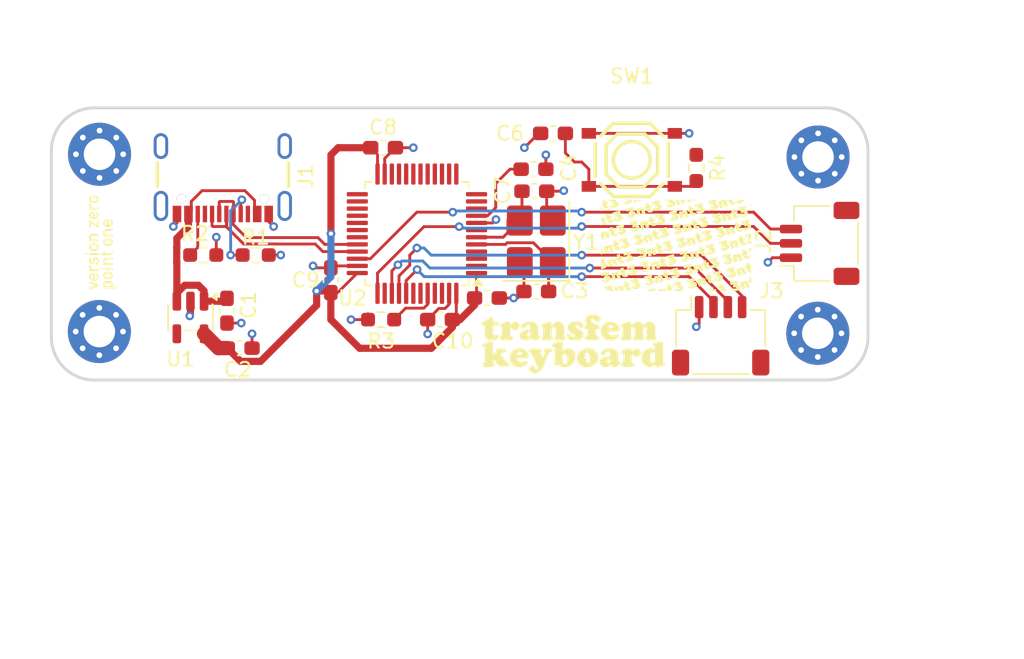
<source format=kicad_pcb>
(kicad_pcb (version 20241229) (generator "pcbnew") (generator_version "9.0")
  (layers (0 "F.Cu" signal) (4 "In1.Cu" signal) (6 "In2.Cu" signal) (2 "B.Cu" signal) (13 "F.Paste" user) (15 "B.Paste" user) (5 "F.SilkS" user "F.Silkscreen") (7 "B.SilkS" user "B.Silkscreen") (1 "F.Mask" user) (3 "B.Mask" user) (25 "Edge.Cuts" user))
  (net 0 "")
  (net 1 "VBUS")
  (net 2 "GND")
  (net 3 "+3V3")
  (net 4 "/USB_D+")
  (net 5 "Net-(J1-CC1)")
  (net 7 "Net-(J1-CC2)")
  (net 9 "/USB_D-")
  (net 10 "/SWCLK")
  (net 11 "/SWDIO")
  (net 12 "/SW_SHIFT")
  (net 13 "/SW_COLON")
  (net 14 "/SW_THREE")
  (net 41 "/CRYSTAL_1")
  (net 42 "/CRYSTAL_3")
  (net 46 "/NRST")
  (net 47 "/BOOT0")
  (footprint "Capacitor_SMD:C_0603_1608Metric_Pad1.08x0.95mm_HandSolder" (layer "F.Cu") (at 64.74204 66.377673 -90)
    (property "Reference" "C1")
    (property "Value" "1u")
  )
  (footprint "easyeda2kicad:USB-C-SMD_MC-311D" (layer "F.Cu") (at 64.452261 57.255919 180)
    (property "Reference" "J1")
    (property "Value" "USB_C_Receptacle")
  )
  (footprint "Crystal:Crystal_SMD_3225-4Pin_3.2x2.5mm_HandSoldering" (layer "F.Cu") (at 86.332094 61.537191 90)
    (property "Reference" "Y1")
    (property "Value" "16MHz")
  )
  (footprint "MountingHole:MountingHole_2.2mm_M2_Pad_Via" (layer "F.Cu") (at 55.847391 55.458084)
    (property "Reference" "H4" (hide yes))
    (property "Value" "MountingHole_Pad")
  )
  (footprint "Connector_JST:JST_SH_SM03B-SRSS-TB_1x03-1MP_P1.00mm_Horizontal" (layer "F.Cu") (at 106.108806 61.67796 90)
    (property "Reference" "J2")
    (property "Value" "Conn_01x03_Socket")
  )
  (footprint "MountingHole:MountingHole_2.2mm_M2_Pad_Via" (layer "F.Cu") (at 106 55.65)
    (property "Reference" "H1" (hide yes))
    (property "Value" "MountingHole_Pad")
  )
  (footprint "Capacitor_SMD:C_0603_1608Metric_Pad1.08x0.95mm_HandSolder" (layer "F.Cu") (at 87.5 54 180)
    (property "Reference" "C6")
    (property "Value" "100n")
  )
  (footprint "Resistor_SMD:R_0603_1608Metric_Pad0.98x0.95mm_HandSolder" (layer "F.Cu") (at 63.084763 62.49256)
    (property "Reference" "R2")
    (property "Value" "5k1")
  )
  (footprint "easyeda2kicad:SW-SMD_4P-L5.1-W5.1-P3.70-LS6.5-TL_H1.5" (layer "F.Cu") (at 93 55.85)
    (property "Reference" "SW1")
    (property "Value" "SW_Push")
  )
  (footprint "MountingHole:MountingHole_2.2mm_M2_Pad_Via" (layer "F.Cu") (at 105.981813 67.954552)
    (property "Reference" "H2" (hide yes))
    (property "Value" "MountingHole_Pad")
  )
  (footprint "MountingHole:MountingHole_2.2mm_M2_Pad_Via" (layer "F.Cu") (at 55.833274 67.833274)
    (property "Reference" "H3" (hide yes))
    (property "Value" "MountingHole_Pad")
  )
  (footprint "Resistor_SMD:R_0603_1608Metric_Pad0.98x0.95mm_HandSolder" (layer "F.Cu") (at 75.5 67 180)
    (property "Reference" "R3")
    (property "Value" "10k")
  )
  (footprint "Capacitor_SMD:C_0603_1608Metric_Pad1.08x0.95mm_HandSolder" (layer "F.Cu") (at 86.194594 58.037191)
    (property "Reference" "C7")
    (property "Value" "10p")
  )
  (footprint "Capacitor_SMD:C_0603_1608Metric_Pad1.08x0.95mm_HandSolder" (layer "F.Cu") (at 65.62954 68.988751)
    (property "Reference" "C2")
    (property "Value" "1u")
  )
  (footprint "Package_QFP:LQFP-48_7x7mm_P0.5mm" (layer "F.Cu") (at 78 61 180)
    (property "Reference" "U2")
    (property "Value" "STM32F103C8Tx")
  )
  (footprint "Resistor_SMD:R_0603_1608Metric_Pad0.98x0.95mm_HandSolder" (layer "F.Cu") (at 66.747263 62.49256)
    (property "Reference" "R1")
    (property "Value" "5k1")
  )
  (footprint "Connector_JST:JST_SH_SM04B-SRSS-TB_1x04-1MP_P1.00mm_Horizontal" (layer "F.Cu") (at 99.2 68.125)
    (property "Reference" "J3")
    (property "Value" "Conn_01x04_Socket")
  )
  (footprint "Capacitor_SMD:C_0603_1608Metric_Pad1.08x0.95mm_HandSolder" (layer "F.Cu") (at 79.6125 67 180)
    (property "Reference" "C10")
    (property "Value" "100n")
  )
  (footprint "Package_TO_SOT_SMD:SOT-23-5" (layer "F.Cu") (at 62.19204 66.852673 -90)
    (property "Reference" "U1")
    (property "Value" "LP5907MFX-3.3")
  )
  (footprint "Capacitor_SMD:C_0603_1608Metric_Pad1.08x0.95mm_HandSolder" (layer "F.Cu") (at 86.332094 65.037191 180)
    (property "Reference" "C3")
    (property "Value" "10p")
  )
  (footprint "Capacitor_SMD:C_0603_1608Metric_Pad1.08x0.95mm_HandSolder" (layer "F.Cu") (at 86.1375 56.5)
    (property "Reference" "C4")
    (property "Value" "100n")
  )
  (footprint "Resistor_SMD:R_0603_1608Metric_Pad0.98x0.95mm_HandSolder" (layer "F.Cu") (at 97.5 56.4125 -90)
    (property "Reference" "R4")
    (property "Value" "10k")
  )
  (footprint "Capacitor_SMD:C_0603_1608Metric_Pad1.08x0.95mm_HandSolder" (layer "F.Cu") (at 71.991485 64.248094 90)
    (property "Reference" "C9")
    (property "Value" "100n")
  )
  (footprint "Capacitor_SMD:C_0603_1608Metric_Pad1.08x0.95mm_HandSolder" (layer "F.Cu") (at 75.6375 55)
    (property "Reference" "C8")
    (property "Value" "100n")
  )
  (footprint "Capacitor_SMD:C_0603_1608Metric_Pad1.08x0.95mm_HandSolder" (layer "F.Cu") (at 82.886488 65.489782)
    (property "Reference" "C5" (hide yes))
    (property "Value" "100n")
  )
  (gr_poly (pts (xy 91.45904 61.777567) (xy 91.466512 61.777969) (xy 91.481269 61.779723) (xy 91.495735 61.782718) (xy 91.509858 61.786929) (xy 91.523588 61.792327) (xy 91.536874 61.798885) (xy 91.549666 61.806575) (xy 91.561912 61.815369) (xy 91.573564 61.82524) (xy 91.584569 61.83616) (xy 91.594877 61.848101) (xy 91.604438 61.861037) (xy 91.613202 61.874938) (xy 91.621117 61.889779) (xy 91.622929 61.893842) (xy 91.625102 61.899331) (xy 91.630415 61.914205) (xy 91.636825 61.933648) (xy 91.644103 61.95691) (xy 91.652017 61.983237) (xy 91.660337 62.011879) (xy 91.668834 62.042083) (xy 91.677277 62.073097) (xy 91.700151 62.159448) (xy 91.706928 62.186655) (xy 91.711045 62.205592) (xy 91.712212 62.212517) (xy 91.712839 62.218042) (xy 91.71297 62.222392) (xy 91.712645 62.225788) (xy 91.711908 62.228454) (xy 91.7108 62.230612) (xy 91.707638 62.234296) (xy 91.703977 62.236655) (xy 91.697174 62.239749) (xy 91.675835 62.247652) (xy 91.646996 62.25703) (xy 91.614033 62.266906) (xy 91.580324 62.276304) (xy 91.549245 62.284248) (xy 91.524173 62.289762) (xy 91.514944 62.291302) (xy 91.508484 62.29187) (xy 91.507024 62.29184) (xy 91.505539 62.291732) (xy 91.504039 62.291548) (xy 91.502535 62.291294) (xy 91.501037 62.290972) (xy 91.499556 62.290586) (xy 91.498102 62.290142) (xy 91.496685 62.289642) (xy 91.495317 62.289091) (xy 91.494008 62.288492) (xy 91.492769 62.28785) (xy 91.491609 62.287169) (xy 91.49054 62.286452) (xy 91.489571 62.285704) (xy 91.488715 62.284928) (xy 91.48798 62.284129) (xy 91.487123 62.282616) (xy 91.485915 62.27975) (xy 91.482537 62.270251) (xy 91.478023 62.256227) (xy 91.472551 62.238272) (xy 91.466299 62.216983) (xy 91.459444 62.192953) (xy 91.452164 62.166779) (xy 91.444637 62.139054) (xy 91.425136 62.067852) (xy 91.417905 62.043127) (xy 91.411911 62.024355) (xy 91.406822 62.010562) (xy 91.402308 62.000772) (xy 91.400162 61.997074) (xy 91.398035 61.994012) (xy 91.395886 61.991465) (xy 91.393673 61.989309) (xy 91.391631 61.987552) (xy 91.38967 61.985974) (xy 91.387773 61.984569) (xy 91.385923 61.983332) (xy 91.384102 61.982259) (xy 91.382293 61.981343) (xy 91.380479 61.980581) (xy 91.379564 61.980255) (xy 91.378642 61.979966) (xy 91.37771 61.979713) (xy 91.376766 61.979495) (xy 91.375807 61.979312) (xy 91.374832 61.979162) (xy 91.372824 61.978962) (xy 91.370725 61.97889) (xy 91.368517 61.978941) (xy 91.366182 61.97911) (xy 91.363704 61.979392) (xy 91.361065 61.979782) (xy 91.358796 61.980194) (xy 91.35656 61.980689) (xy 91.352197 61.981917) (xy 91.347996 61.983446) (xy 91.343979 61.985256) (xy 91.340165 61.987326) (xy 91.336575 61.989638) (xy 91.333229 61.992171) (xy 91.330149 61.994906) (xy 91.327354 61.997822) (xy 91.324865 62.000901) (xy 91.323742 62.002495) (xy 91.322703 62.004122) (xy 91.32175 62.00578) (xy 91.320887 62.007465) (xy 91.320117 62.009177) (xy 91.31944 62.010911) (xy 91.318861 62.012667) (xy 91.318381 62.01444) (xy 91.318003 62.01623) (xy 91.31773 62.018032) (xy 91.317564 62.019846) (xy 91.317509 62.021668) (xy 91.317688 62.023899) (xy 91.318215 62.027384) (xy 91.320241 62.037817) (xy 91.323442 62.052374) (xy 91.327678 62.070463) (xy 91.332805 62.09149) (xy 91.338681 62.114863) (xy 91.345164 62.139987) (xy 91.352112 62.166271) (xy 91.372832 62.244877) (xy 91.37921 62.270798) (xy 91.383291 62.289679) (xy 91.385346 62.302933) (xy 91.385698 62.307891) (xy 91.385645 62.311971) (xy 91.385219 62.31535) (xy 91.384456 62.318205) (xy 91.383388 62.320711) (xy 91.38205 62.323046) (xy 91.37937 62.324604) (xy 91.372955 62.327151) (xy 91.350973 62.334611) (xy 91.320218 62.344223) (xy 91.2848 62.354785) (xy 91.248834 62.365095) (xy 91.216432 62.373949) (xy 91.191705 62.380146) (xy 91.183506 62.381872) (xy 91.178768 62.382483) (xy 91.178608 62.382474) (xy 91.178425 62.382448) (xy 91.177994 62.382343) (xy 91.177482 62.382174) (xy 91.176895 62.381942) (xy 91.176239 62.381652) (xy 91.175522 62.381307) (xy 91.174749 62.38091) (xy 91.173928 62.380466) (xy 91.173064 62.379977) (xy 91.172165 62.379448) (xy 91.171237 62.378881) (xy 91.170286 62.378281) (xy 91.16932 62.37765) (xy 91.168344 62.376993) (xy 91.167365 62.376312) (xy 91.166389 62.375612) (xy 91.166397 62.375612) (xy 91.163038 62.36916) (xy 91.157446 62.353755) (xy 91.140945 62.301139) (xy 91.119654 62.227866) (xy 91.096331 62.144041) (xy 91.073736 62.059764) (xy 91.054628 61.98514) (xy 91.041768 61.930271) (xy 91.038543 61.913402) (xy 91.037914 61.905261) (xy 91.038518 61.902766) (xy 91.038837 61.901625) (xy 91.039195 61.900544) (xy 91.039609 61.899516) (xy 91.040101 61.898533) (xy 91.04069 61.897586) (xy 91.041027 61.897124) (xy 91.041395 61.896669) (xy 91.041798 61.896219) (xy 91.042237 61.895773) (xy 91.042715 61.895331) (xy 91.043234 61.894891) (xy 91.044408 61.894016) (xy 91.045776 61.893138) (xy 91.04736 61.892251) (xy 91.049178 61.891346) (xy 91.051251 61.890417) (xy 91.053597 61.889455) (xy 91.056238 61.888452) (xy 91.059192 61.887401) (xy 91.062479 61.886294) (xy 91.066119 61.885123) (xy 91.070131 61.88388) (xy 91.074536 61.882558) (xy 91.079353 61.881149) (xy 91.084601 61.879645) (xy 91.096471 61.876322) (xy 91.110303 61.872526) (xy 91.144485 61.863268) (xy 91.170501 61.856303) (xy 91.190886 61.851047) (xy 91.206477 61.847369) (xy 91.212736 61.846081) (xy 91.218111 61.845139) (xy 91.222706 61.844526) (xy 91.226626 61.844226) (xy 91.229975 61.844223) (xy 91.232859 61.8445) (xy 91.235381 61.845041) (xy 91.237647 61.84583) (xy 91.239762 61.846851) (xy 91.241829 61.848086) (xy 91.243084 61.848965) (xy 91.244337 61.84998) (xy 91.245578 61.851118) (xy 91.2468 61.852369) (xy 91.247995 61.853718) (xy 91.249156 61.855156) (xy 91.250274 61.856668) (xy 91.251343 61.858244) (xy 91.252353 61.859871) (xy 91.253298 61.861537) (xy 91.254169 61.86323) (xy 91.254959 61.864938) (xy 91.255659 61.866649) (xy 91.256263 61.86835) (xy 91.256762 61.87003) (xy 91.257149 61.871677) (xy 91.260296 61.887443) (xy 91.29187 61.852988) (xy 91.298697 61.845803) (xy 91.305686 61.838973) (xy 91.312838 61.832498) (xy 91.320153 61.826378) (xy 91.327634 61.820612) (xy 91.33528 61.8152) (xy 91.343092 61.810141) (xy 91.35107 61.805435) (xy 91.359217 61.801082) (xy 91.367531 61.797081) (xy 91.376015 61.793431) (xy 91.384668 61.790132) (xy 91.393492 61.787185) (xy 91.402487 61.784587) (xy 91.411654 61.78234) (xy 91.420994 61.780442) (xy 91.428673 61.779204) (xy 91.436324 61.778301) (xy 91.443939 61.77773) (xy 91.451513 61.777486)) (fill yes) (layer "F.SilkS"))
  (gr_poly (pts (xy 91.968004 63.667838) (xy 91.977467 63.668571) (xy 91.986813 63.669785) (xy 91.99603 63.671477) (xy 92.005107 63.673641) (xy 92.01403 63.676274) (xy 92.022789 63.679373) (xy 92.031372 63.682934) (xy 92.039766 63.686952) (xy 92.047959 63.691424) (xy 92.05594 63.696345) (xy 92.063696 63.701713) (xy 92.071216 63.707522) (xy 92.078487 63.71377) (xy 92.085498 63.720452) (xy 92.092237 63.727565) (xy 92.098692 63.735104) (xy 92.10485 63.743066) (xy 92.1107 63.751447) (xy 92.11623 63.760243) (xy 92.121428 63.76945) (xy 92.126282 63.779064) (xy 92.134739 63.801641) (xy 92.147261 63.840833) (xy 92.162252 63.890963) (xy 92.178116 63.946354) (xy 92.193259 64.001328) (xy 92.206085 64.05021) (xy 92.215 64.087321) (xy 92.217491 64.099689) (xy 92.218407 64.106986) (xy 92.21838 64.108331) (xy 92.218269 64.109701) (xy 92.218077 64.111086) (xy 92.217808 64.112477) (xy 92.217467 64.113863) (xy 92.217058 64.115236) (xy 92.216584 64.116584) (xy 92.216052 64.117899) (xy 92.215463 64.11917) (xy 92.214824 64.120389) (xy 92.214138 64.121544) (xy 92.213409 64.122627) (xy 92.212641 64.123627) (xy 92.21184 64.124535) (xy 92.211009 64.125341) (xy 92.210152 64.126035) (xy 92.208799 64.126794) (xy 92.206513 64.12779) (xy 92.199354 64.130429) (xy 92.1891 64.133824) (xy 92.176178 64.137844) (xy 92.161013 64.142361) (xy 92.14403 64.147245) (xy 92.125656 64.152367) (xy 92.106316 64.157596) (xy 92.081007 64.16424) (xy 92.05992 64.169552) (xy 92.042671 64.173602) (xy 92.028875 64.176464) (xy 92.01815 64.178209) (xy 92.013818 64.178685) (xy 92.01011 64.178909) (xy 92.006978 64.178889) (xy 92.004373 64.178636) (xy 92.002247 64.178158) (xy 92.000553 64.177463) (xy 91.999806 64.177) (xy 91.999051 64.176405) (xy 91.998287 64.175672) (xy 91.99751 64.174794) (xy 91.996719 64.173765) (xy 91.995912 64.172579) (xy 91.995087 64.17123) (xy 91.994241 64.169712) (xy 91.99248 64.166143) (xy 91.990611 64.161823) (xy 91.988618 64.156702) (xy 91.986484 64.150732) (xy 91.984191 64.143862) (xy 91.981722 64.136045) (xy 91.979062 64.127229) (xy 91.976192 64.117367) (xy 91.973096 64.106408) (xy 91.969757 64.094303) (xy 91.96228 64.066459) (xy 91.944874 64.001014) (xy 91.931307 63.9518) (xy 91.920514 63.916504) (xy 91.915826 63.903352) (xy 91.911433 63.892812) (xy 91.907202 63.884595) (xy 91.903 63.878412) (xy 91.898693 63.873973) (xy 91.89415 63.87099) (xy 91.889237 63.869173) (xy 91.883821 63.868233) (xy 91.870949 63.867828) (xy 91.868369 63.867881) (xy 91.865837 63.868039) (xy 91.863356 63.868301) (xy 91.860928 63.868663) (xy 91.858555 63.869125) (xy 91.856238 63.869683) (xy 91.853981 63.870336) (xy 91.851786 63.871083) (xy 91.849654 63.87192) (xy 91.847588 63.872846) (xy 91.84559 63.873858) (xy 91.843663 63.874956) (xy 91.841808 63.876137) (xy 91.840027 63.877398) (xy 91.838324 63.878738) (xy 91.8367 63.880154) (xy 91.835157 63.881646) (xy 91.833698 63.88321) (xy 91.832324 63.884844) (xy 91.831039 63.886547) (xy 91.829843 63.888317) (xy 91.828741 63.890151) (xy 91.827732 63.892048) (xy 91.826821 63.894005) (xy 91.826008 63.896021) (xy 91.825296 63.898093) (xy 91.824688 63.900219) (xy 91.824186 63.902398) (xy 91.823791 63.904627) (xy 91.823507 63.906905) (xy 91.823334 63.909229) (xy 91.823276 63.911597) (xy 91.823456 63.91406) (xy 91.823983 63.917764) (xy 91.826009 63.928593) (xy 91.82921 63.943484) (xy 91.833445 63.961837) (xy 91.838572 63.983051) (xy 91.844449 64.006528) (xy 91.850932 64.031666) (xy 91.85788 64.057867) (xy 91.871312 64.108632) (xy 91.882315 64.151763) (xy 91.889751 64.182699) (xy 91.891776 64.192168) (xy 91.892483 64.196877) (xy 91.892448 64.197962) (xy 91.892347 64.199073) (xy 91.892183 64.200202) (xy 91.891958 64.20134) (xy 91.891678 64.202479) (xy 91.891344 64.203612) (xy 91.890961 64.20473) (xy 91.890531 64.205824) (xy 91.890059 64.206887) (xy 91.889547 64.207911) (xy 91.888999 64.208887) (xy 91.888419 64.209808) (xy 91.88781 64.210665) (xy 91.887175 64.211449) (xy 91.886517 64.212154) (xy 91.885841 64.21277) (xy 91.882487 64.214451) (xy 91.875682 64.21697) (xy 91.853634 64.224002) (xy 91.823534 64.232821) (xy 91.789215 64.24238) (xy 91.754514 64.251634) (xy 91.723265 64.259539) (xy 91.699304 64.265048) (xy 91.691255 64.266578) (xy 91.686466 64.267117) (xy 91.685316 64.267077) (xy 91.684134 64.26696) (xy 91.682929 64.26677) (xy 91.681709 64.26651) (xy 91.680483 64.266185) (xy 91.679261 64.265799) (xy 91.67805 64.265355) (xy 91.67686 64.264858) (xy 91.675699 64.264311) (xy 91.674576 64.263718) (xy 91.673501 64.263084) (xy 91.672481 64.262412) (xy 91.671526 64.261706) (xy 91.670644 64.260971) (xy 91.669845 64.260209) (xy 91.669136 64.259426) (xy 91.669125 64.259432) (xy 91.668157 64.257472) (xy 91.666598 64.253256) (xy 91.661843 64.238543) (xy 91.655133 64.216253) (xy 91.646746 64.18735) (xy 91.626035 64.113553) (xy 91.601913 64.024846) (xy 91.574102 63.919574) (xy 91.556127 63.847656) (xy 91.550547 63.823012) (xy 91.54709 63.805275) (xy 91.545641 63.793969) (xy 91.545635 63.790578) (xy 91.546089 63.788616) (xy 91.547115 63.787517) (xy 91.5491 63.7862) (xy 91.555698 63.78298) (xy 91.565384 63.779095) (xy 91.577657 63.774688) (xy 91.607969 63.76487) (xy 91.642641 63.754655) (xy 91.677675 63.745172) (xy 91.709077 63.73755) (xy 91.722167 63.734789) (xy 91.732851 63.732917) (xy 91.74063 63.732075) (xy 91.743273 63.732084) (xy 91.745003 63.732403) (xy 91.745786 63.732754) (xy 91.746584 63.733207) (xy 91.747397 63.733758) (xy 91.74822 63.734403) (xy 91.749051 63.735134) (xy 91.749887 63.735949) (xy 91.751565 63.737805) (xy 91.753232 63.739932) (xy 91.754867 63.742288) (xy 91.756448 63.744834) (xy 91.757954 63.747528) (xy 91.759363 63.750331) (xy 91.760653 63.753202) (xy 91.761804 63.756101) (xy 91.762794 63.758987) (xy 91.763602 63.76182) (xy 91.764205 63.764559) (xy 91.764423 63.765881) (xy 91.764583 63.767164) (xy 91.76468 63.768404) (xy 91.764713 63.769596) (xy 91.76474 63.770604) (xy 91.764819 63.771538) (xy 91.764948 63.772399) (xy 91.765123 63.773185) (xy 91.765342 63.773899) (xy 91.765602 63.77454) (xy 91.765901 63.775108) (xy 91.766235 63.775606) (xy 91.766603 63.776032) (xy 91.767 63.776387) (xy 91.767425 63.776672) (xy 91.767875 63.776888) (xy 91.768346 63.777034) (xy 91.768837 63.777111) (xy 91.769344 63.77712) (xy 91.769865 63.777062) (xy 91.770398 63.776936) (xy 91.770938 63.776743) (xy 91.771484 63.776484) (xy 91.772033 63.776159) (xy 91.772581 63.775769) (xy 91.773127 63.775313) (xy 91.773668 63.774793) (xy 91.7742 63.774209) (xy 91.774722 63.773562) (xy 91.775229 63.772852) (xy 91.775721 63.772079) (xy 91.776193 63.771244) (xy 91.776643 63.770348) (xy 91.777069 63.76939) (xy 91.777468 63.768372) (xy 91.777836 63.767293) (xy 91.778407 63.765828) (xy 91.779238 63.764186) (xy 91.781628 63.760419) (xy 91.784901 63.756091) (xy 91.788949 63.751298) (xy 91.793669 63.746135) (xy 91.798953 63.740701) (xy 91.804697 63.73509) (xy 91.810794 63.729401) (xy 91.817139 63.723729) (xy 91.823626 63.71817) (xy 91.83015 63.712822) (xy 91.836605 63.707781) (xy 91.842885 63.703143) (xy 91.848885 63.699006) (xy 91.854498 63.695465) (xy 91.859619 63.692617) (xy 91.869578 63.687805) (xy 91.879552 63.683516) (xy 91.889528 63.679747) (xy 91.899496 63.676494) (xy 91.909442 63.673753) (xy 91.919355 63.67152) (xy 91.929223 63.669791) (xy 91.939033 63.668562) (xy 91.948775 63.667829) (xy 91.958436 63.667589)) (fill yes) (layer "F.SilkS"))
  (gr_poly (pts (xy 55.780932 61.082987) (xy 55.780932 61.146795) (xy 55.563986 61.148408) (xy 55.442216 61.149552) (xy 55.402807 61.150312) (xy 55.374469 61.151369) (xy 55.354763 61.152852) (xy 55.341254 61.154889) (xy 55.331506 61.157609) (xy 55.323082 61.161141) (xy 55.317285 61.164065) (xy 55.311528 61.167419) (xy 55.305842 61.171167) (xy 55.300263 61.175272) (xy 55.294821 61.179697) (xy 55.289551 61.184404) (xy 55.284486 61.189357) (xy 55.279659 61.194518) (xy 55.275102 61.199852) (xy 55.27085 61.20532) (xy 55.266934 61.210886) (xy 55.263388 61.216513) (xy 55.260245 61.222163) (xy 55.257539 61.2278) (xy 55.255302 61.233387) (xy 55.253567 61.238887) (xy 55.252253 61.244466) (xy 55.251208 61.25044) (xy 55.250427 61.256743) (xy 55.249904 61.26331) (xy 55.249633 61.270075) (xy 55.249609 61.276974) (xy 55.249828 61.28394) (xy 55.250282 61.290908) (xy 55.250968 61.297813) (xy 55.25188 61.304589) (xy 55.253012 61.311171) (xy 55.25436 61.317493) (xy 55.255916 61.323491) (xy 55.257677 61.329098) (xy 55.259637 61.334249) (xy 55.26179 61.338879) (xy 55.264008 61.34294) (xy 55.266422 61.346922) (xy 55.269031 61.350825) (xy 55.271834 61.354649) (xy 55.274831 61.358393) (xy 55.278021 61.362056) (xy 55.281404 61.365638) (xy 55.284979 61.369138) (xy 55.288745 61.372556) (xy 55.292702 61.375891) (xy 55.29685 61.379142) (xy 55.301187 61.38231) (xy 55.305713 61.385393) (xy 55.310428 61.38839) (xy 55.315331 61.391302) (xy 55.320421 61.394128) (xy 55.324189 61.396084) (xy 55.326057 61.396973) (xy 55.327968 61.397806) (xy 55.329961 61.398585) (xy 55.332077 61.399313) (xy 55.334355 61.39999) (xy 55.336837 61.400621) (xy 55.339561 61.401206) (xy 55.342569 61.401748) (xy 55.345899 61.40225) (xy 55.349593 61.402712) (xy 55.353691 61.403138) (xy 55.358231 61.403529) (xy 55.363255 61.403889) (xy 55.368803 61.404218) (xy 55.38163 61.404795) (xy 55.397032 61.405277) (xy 55.41533 61.405683) (xy 55.436844 61.406029) (xy 55.461897 61.406333) (xy 55.490807 61.406612) (xy 55.561486 61.407164) (xy 55.781255 61.408778) (xy 55.779763 61.473722) (xy 55.778271 61.538665) (xy 55.452186 61.540041) (xy 55.126101 61.541417) (xy 55.126101 61.474815) (xy 55.126101 61.408225) (xy 55.161814 61.408225) (xy 55.197527 61.408225) (xy 55.175475 61.385599) (xy 55.166463 61.375734) (xy 55.158233 61.365464) (xy 55.150779 61.354823) (xy 55.144094 61.343845) (xy 55.138172 61.332564) (xy 55.133006 61.321015) (xy 55.128588 61.309233) (xy 55.124913 61.297253) (xy 55.121974 61.285107) (xy 55.119765 61.272832) (xy 55.118277 61.260461) (xy 55.117506 61.24803) (xy 55.117444 61.235571) (xy 55.118084 61.223121) (xy 55.119421 61.210713) (xy 55.121446 61.198382) (xy 55.124155 61.186163) (xy 55.127539 61.174089) (xy 55.131593 61.162196) (xy 55.136309 61.150518) (xy 55.141682 61.139089) (xy 55.147704 61.127943) (xy 55.154369 61.117117) (xy 55.161669 61.106642) (xy 55.1696 61.096556) (xy 55.178153 61.08689) (xy 55.187322 61.077682) (xy 55.197101 61.068963) (xy 55.207482 61.06077) (xy 55.21846 61.053137) (xy 55.230027 61.046098) (xy 55.242178 61.039688) (xy 55.27783 61.022249) (xy 55.529381 61.020714) (xy 55.780932 61.019179)) (fill yes) (layer "F.SilkS"))
  (gr_poly (pts (xy 56.212162 62.324219) (xy 56.212162 62.372427) (xy 56.413137 62.370734) (xy 56.49185 62.369745) (xy 56.5576 62.368299) (xy 56.603511 62.366593) (xy 56.616878 62.365703) (xy 56.622707 62.364823) (xy 56.623934 62.36417) (xy 56.625127 62.363431) (xy 56.626285 62.362606) (xy 56.627407 62.361696) (xy 56.628494 62.360702) (xy 56.629545 62.359625) (xy 56.63056 62.358465) (xy 56.631539 62.357224) (xy 56.632481 62.355901) (xy 56.633387 62.354499) (xy 56.634255 62.353017) (xy 56.635085 62.351457) (xy 56.635878 62.349819) (xy 56.636633 62.348105) (xy 56.63735 62.346314) (xy 56.638028 62.344449) (xy 56.638667 62.342509) (xy 56.639266 62.340496) (xy 56.639827 62.33841) (xy 56.640347 62.336252) (xy 56.641268 62.331724) (xy 56.642027 62.326918) (xy 56.642621 62.321842) (xy 56.643048 62.316501) (xy 56.643306 62.310902) (xy 56.643392 62.305051) (xy 56.643392 62.27601) (xy 56.70522 62.27601) (xy 56.767048 62.27601) (xy 56.764789 62.330579) (xy 56.764143 62.342821) (xy 56.76324 62.354318) (xy 56.762064 62.365114) (xy 56.760595 62.375256) (xy 56.758816 62.384789) (xy 56.75671 62.39376) (xy 56.754258 62.402213) (xy 56.751444 62.410195) (xy 56.748249 62.417752) (xy 56.744656 62.424928) (xy 56.740648 62.43177) (xy 56.736205 62.438324) (xy 56.731311 62.444635) (xy 56.725949 62.450749) (xy 56.720099 62.456712) (xy 56.713746 62.46257) (xy 56.70641 62.468898) (xy 56.702901 62.471772) (xy 56.699433 62.474462) (xy 56.695958 62.476972) (xy 56.692429 62.47931) (xy 56.688797 62.481482) (xy 56.685014 62.483493) (xy 56.681032 62.48535) (xy 56.676804 62.487058) (xy 56.672281 62.488625) (xy 56.667415 62.490056) (xy 56.662158 62.491357) (xy 56.656463 62.492535) (xy 56.65028 62.493595) (xy 56.643563 62.494544) (xy 56.636263 62.495388) (xy 56.628332 62.496133) (xy 56.619721 62.496785) (xy 56.610384 62.497351) (xy 56.600272 62.497836) (xy 56.589337 62.498246) (xy 56.564805 62.498869) (xy 56.536404 62.499267) (xy 56.503751 62.499491) (xy 56.42415 62.499611) (xy 56.212162 62.499611) (xy 56.212162 62.531555) (xy 56.212162 62.563497) (xy 56.161586 62.563497) (xy 56.111009 62.563497) (xy 56.111009 62.531555) (xy 56.111009 62.499611) (xy 56.012518 62.499611) (xy 55.914028 62.499611) (xy 55.914028 62.435725) (xy 55.914028 62.371839) (xy 56.012518 62.371839) (xy 56.111009 62.371839) (xy 56.111009 62.323924) (xy 56.111009 62.27601) (xy 56.161586 62.27601) (xy 56.212162 62.27601)) (fill yes) (layer "F.SilkS"))
  (gr_poly (pts (xy 97.113082 63.122546) (xy 97.114537 63.122686) (xy 97.115987 63.122913) (xy 97.117425 63.123223) (xy 97.118842 63.123612) (xy 97.120227 63.124076) (xy 97.121573 63.124609) (xy 97.12287 63.125207) (xy 97.12411 63.125867) (xy 97.125283 63.126582) (xy 97.12638 63.12735) (xy 97.127393 63.128166) (xy 97.128312 63.129024) (xy 97.129128 63.129922) (xy 97.129833 63.130853) (xy 97.130417 63.131814) (xy 97.132636 63.136708) (xy 97.135196 63.14362) (xy 97.141054 63.162292) (xy 97.147415 63.185417) (xy 97.153702 63.210581) (xy 97.159339 63.235371) (xy 97.163751 63.257373) (xy 97.166362 63.274172) (xy 97.166812 63.279866) (xy 97.166595 63.283355) (xy 97.166002 63.284946) (xy 97.164934 63.287058) (xy 97.163419 63.289656) (xy 97.161482 63.292705) (xy 97.159149 63.296171) (xy 97.156446 63.300017) (xy 97.150038 63.308713) (xy 97.142466 63.318513) (xy 97.133941 63.329137) (xy 97.12467 63.340303) (xy 97.114864 63.351731) (xy 97.066341 63.407323) (xy 97.109772 63.410997) (xy 97.124501 63.412615) (xy 97.138648 63.41493) (xy 97.152217 63.417943) (xy 97.165208 63.421656) (xy 97.177625 63.42607) (xy 97.189469 63.431187) (xy 97.200743 63.437008) (xy 97.211448 63.443534) (xy 97.221587 63.450768) (xy 97.231161 63.458709) (xy 97.240174 63.467361) (xy 97.248628 63.476723) (xy 97.256523 63.486799) (xy 97.263863 63.497588) (xy 97.27065 63.509093) (xy 97.276886 63.521314) (xy 97.281907 63.532207) (xy 97.283991 63.537058) (xy 97.285811 63.54163) (xy 97.287387 63.546011) (xy 97.288735 63.550291) (xy 97.289873 63.554557) (xy 97.290817 63.558898) (xy 97.291585 63.563403) (xy 97.292194 63.56816) (xy 97.292662 63.573259) (xy 97.293005 63.578787) (xy 97.293241 63.584833) (xy 97.293386 63.591487) (xy 97.293476 63.606967) (xy 97.293366 63.622097) (xy 97.292977 63.634584) (xy 97.292645 63.640023) (xy 97.292203 63.645025) (xy 97.291637 63.649666) (xy 97.290934 63.654019) (xy 97.290081 63.658161) (xy 97.289064 63.662164) (xy 97.28787 63.666105) (xy 97.286484 63.670058) (xy 97.284894 63.674098) (xy 97.283086 63.678299) (xy 97.278763 63.687484) (xy 97.274132 63.696403) (xy 97.269069 63.705168) (xy 97.263581 63.713776) (xy 97.257678 63.72222) (xy 97.251367 63.730497) (xy 97.244658 63.738601) (xy 97.237558 63.746527) (xy 97.230077 63.75427) (xy 97.222222 63.761826) (xy 97.214003 63.76919) (xy 97.205427 63.776356) (xy 97.196504 63.78332) (xy 97.187241 63.790077) (xy 97.177647 63.796622) (xy 97.167732 63.80295) (xy 97.157502 63.809056) (xy 97.146967 63.814936) (xy 97.136136 63.820583) (xy 97.113617 63.831164) (xy 97.090012 63.84076) (xy 97.065391 63.84933) (xy 97.039821 63.856837) (xy 97.013369 63.863241) (xy 96.986105 63.868502) (xy 96.958096 63.872581) (xy 96.941829 63.874523) (xy 96.92852 63.875962) (xy 96.91754 63.876916) (xy 96.90826 63.877405) (xy 96.900053 63.877449) (xy 96.892289 63.877065) (xy 96.884341 63.876274) (xy 96.87558 63.875094) (xy 96.875587 63.87509) (xy 96.858714 63.872294) (xy 96.842465 63.868927) (xy 96.826856 63.865) (xy 96.811904 63.860521) (xy 96.797624 63.8555) (xy 96.784033 63.849946) (xy 96.771145 63.843867) (xy 96.758978 63.837275) (xy 96.747546 63.830176) (xy 96.736867 63.822582) (xy 96.726955 63.814501) (xy 96.717827 63.805942) (xy 96.709499 63.796915) (xy 96.701987 63.787428) (xy 96.695306 63.777492) (xy 96.689472 63.767115) (xy 96.687212 63.762593) (xy 96.685234 63.758425) (xy 96.683536 63.754586) (xy 96.682115 63.751055) (xy 96.680971 63.74781) (xy 96.6801 63.744828) (xy 96.679502 63.742086) (xy 96.679174 63.739562) (xy 96.679115 63.737235) (xy 96.679185 63.736137) (xy 96.679322 63.73508) (xy 96.679525 63.734061) (xy 96.679794 63.733076) (xy 96.680129 63.732124) (xy 96.680529 63.731201) (xy 96.681525 63.729432) (xy 96.682781 63.727746) (xy 96.684293 63.726121) (xy 96.686062 63.724535) (xy 96.690257 63.72226) (xy 96.698106 63.719171) (xy 96.722693 63.711101) (xy 96.755691 63.701422) (xy 96.792967 63.691229) (xy 96.83039 63.681617) (xy 96.863826 63.673682) (xy 96.889144 63.668521) (xy 96.897467 63.667323) (xy 96.90221 63.667228) (xy 96.905228 63.667852) (xy 96.908703 63.668707) (xy 96.912514 63.669753) (xy 96.916536 63.670954) (xy 96.920647 63.672271) (xy 96.924725 63.673666) (xy 96.928647 63.6751) (xy 96.932289 63.676536) (xy 96.934618 63.677402) (xy 96.937083 63.678145) (xy 96.942383 63.679272) (xy 96.948111 63.679934) (xy 96.954187 63.680151) (xy 96.960534 63.679941) (xy 96.967072 63.679322) (xy 96.973723 63.678313) (xy 96.980408 63.676931) (xy 96.987049 63.675195) (xy 96.993566 63.673124) (xy 96.999882 63.670736) (xy 97.005917 63.668049) (xy 97.011593 63.665082) (xy 97.016832 63.661852) (xy 97.021554 63.658379) (xy 97.02568 63.654681) (xy 97.027306 63.65298) (xy 97.028841 63.651224) (xy 97.030283 63.649418) (xy 97.031633 63.647565) (xy 97.032891 63.645669) (xy 97.034056 63.643732) (xy 97.035128 63.641758) (xy 97.036107 63.639751) (xy 97.036992 63.637715) (xy 97.037783 63.635652) (xy 97.03848 63.633566) (xy 97.039083 63.631462) (xy 97.03959 63.629342) (xy 97.040003 63.627209) (xy 97.04032 63.625068) (xy 97.040542 63.622922) (xy 97.040667 63.620774) (xy 97.040697 63.618627) (xy 97.040629 63.616486) (xy 97.040465 63.614354) (xy 97.040204 63.612234) (xy 97.039846 63.61013) (xy 97.039389 63.608046) (xy 97.038835 63.605984) (xy 97.038183 63.603948) (xy 97.037431 63.601942) (xy 97.036581 63.59997) (xy 97.035632 63.598034) (xy 97.034584 63.596139) (xy 97.033435 63.594287) (xy 97.032187 63.592483) (xy 97.030838 63.590729) (xy 97.029528 63.589218) (xy 97.028124 63.587812) (xy 97.026622 63.586512) (xy 97.025015 63.585318) (xy 97.023297 63.58423) (xy 97.021465 63.583248) (xy 97.019511 63.582372) (xy 97.017432 63.581604) (xy 97.015221 63.580942) (xy 97.012872 63.580388) (xy 97.010381 63.579941) (xy 97.007742 63.579602) (xy 97.00495 63.579371) (xy 97.001999 63.579249) (xy 96.998883 63.579234) (xy 96.995598 63.579329) (xy 96.992138 63.579532) (xy 96.988497 63.579845) (xy 96.98467 63.580267) (xy 96.980652 63.580799) (xy 96.972019 63.582193) (xy 96.962556 63.584028) (xy 96.952218 63.586307) (xy 96.940962 63.589032) (xy 96.928745 63.592204) (xy 96.915523 63.595826) (xy 96.893106 63.60193) (xy 96.874681 63.606516) (xy 96.866824 63.608252) (xy 96.859794 63.609625) (xy 96.853535 63.610639) (xy 96.84799 63.6113) (xy 96.843103 63.611614) (xy 96.838816 63.611585) (xy 96.835074 63.611219) (xy 96.831818 63.610521) (xy 96.828992 63.609496) (xy 96.82654 63.60815) (xy 96.824404 63.606489) (xy 96.822529 63.604516) (xy 96.820887 63.601992) (xy 96.819047 63.598212) (xy 96.817049 63.593336) (xy 96.814936 63.587522) (xy 96.810531 63.573722) (xy 96.806168 63.558088) (xy 96.802181 63.541897) (xy 96.798905 63.526424) (xy 96.797639 63.519356) (xy 96.796677 63.512946) (xy 96.79606 63.507353) (xy 96.79583 63.502737) (xy 96.79585 63.501444) (xy 96.795931 63.500156) (xy 96.796078 63.498866) (xy 96.796296 63.497567) (xy 96.796592 63.496251) (xy 96.796971 63.494911) (xy 96.79744 63.49354) (xy 96.798003 63.49213) (xy 96.798668 63.490674) (xy 96.799439 63.489164) (xy 96.800322 63.487593) (xy 96.801325 63.485954) (xy 96.802451 63.484239) (xy 96.803707 63.482441) (xy 96.805099 63.480552) (xy 96.806633 63.478565) (xy 96.81015 63.474268) (xy 96.814303 63.46949) (xy 96.819139 63.464173) (xy 96.824706 63.458256) (xy 96.831049 63.451681) (xy 96.838216 63.444389) (xy 96.846252 63.436321) (xy 96.855205 63.427416) (xy 96.914673 63.36848) (xy 96.787388 63.402818) (xy 96.726378 63.418872) (xy 96.703552 63.424485) (xy 96.685271 63.428612) (xy 96.671101 63.431344) (xy 96.660612 63.43277) (xy 96.656613 63.433023) (xy 96.653372 63.432984) (xy 96.650835 63.432664) (xy 96.648949 63.432075) (xy 96.648125 63.431659) (xy 96.647313 63.431166) (xy 96.646512 63.430589) (xy 96.645718 63.429923) (xy 96.644931 63.429163) (xy 96.644147 63.428302) (xy 96.643364 63.427336) (xy 96.64258 63.426258) (xy 96.641794 63.425062) (xy 96.641002 63.423744) (xy 96.640203 63.422298) (xy 96.639394 63.420718) (xy 96.638573 63.418998) (xy 96.637738 63.417132) (xy 96.636887 63.415116) (xy 96.636018 63.412943) (xy 96.634215 63.408105) (xy 96.632312 63.402573) (xy 96.630291 63.396302) (xy 96.628135 63.389247) (xy 96.625826 63.381363) (xy 96.623346 63.372605) (xy 96.620679 63.362928) (xy 96.617805 63.352286) (xy 96.613749 63.336642) (xy 96.610147 63.321828) (xy 96.607058 63.308138) (xy 96.604537 63.29586) (xy 96.602642 63.285288) (xy 96.601427 63.276713) (xy 96.600951 63.270426) (xy 96.601007 63.268231) (xy 96.601269 63.266718) (xy 96.601647 63.265536) (xy 96.602045 63.264418) (xy 96.602267 63.263877) (xy 96.602514 63.263345) (xy 96.602793 63.262822) (xy 96.603109 63.262303) (xy 96.603471 63.261789) (xy 96.603883 63.261275) (xy 96.604353 63.260761) (xy 96.604888 63.260245) (xy 96.605495 63.259723) (xy 96.606179 63.259195) (xy 96.606948 63.258658) (xy 96.607808 63.25811) (xy 96.608766 63.257549) (xy 96.609829 63.256973) (xy 96.611003 63.25638) (xy 96.612294 63.255768) (xy 96.613711 63.255134) (xy 96.615258 63.254478) (xy 96.616943 63.253796) (xy 96.618773 63.253087) (xy 96.622893 63.251578) (xy 96.627671 63.249935) (xy 96.633159 63.248142) (xy 96.639413 63.246183) (xy 96.646484 63.24404) (xy 96.654426 63.241697) (xy 96.663292 63.239138) (xy 96.673136 63.236347) (xy 96.68401 63.233307) (xy 96.695968 63.230001) (xy 96.72335 63.222528) (xy 96.755707 63.213797) (xy 96.793464 63.203676) (xy 96.886887 63.178739) (xy 96.969879 63.156902) (xy 97.039916 63.139019) (xy 97.089626 63.126937) (xy 97.104553 63.123647) (xy 97.111633 63.122499)) (fill yes) (layer "F.SilkS"))
  (gr_poly (pts (xy 93.42911 64.11227) (xy 93.431171 64.112782) (xy 93.431689 64.113089) (xy 93.43222 64.113464) (xy 93.432763 64.113904) (xy 93.433317 64.114408) (xy 93.434453 64.115597) (xy 93.435619 64.117015) (xy 93.436808 64.118645) (xy 93.43801 64.120473) (xy 93.439217 64.12248) (xy 93.440421 64.124652) (xy 93.441613 64.126972) (xy 93.442784 64.129423) (xy 93.443926 64.13199) (xy 93.44503 64.134657) (xy 93.446088 64.137406) (xy 93.447091 64.140222) (xy 93.44803 64.143089) (xy 93.448898 64.145991) (xy 93.46484 64.203316) (xy 93.470104 64.22349) (xy 93.473799 64.239074) (xy 93.476098 64.250868) (xy 93.477178 64.259676) (xy 93.477316 64.26321) (xy 93.477215 64.266297) (xy 93.476897 64.269038) (xy 93.476383 64.271533) (xy 93.475793 64.273234) (xy 93.474732 64.27544) (xy 93.473229 64.278115) (xy 93.471308 64.281225) (xy 93.468998 64.284735) (xy 93.466323 64.28861) (xy 93.463311 64.292815) (xy 93.459987 64.297315) (xy 93.452512 64.30706) (xy 93.44411 64.317565) (xy 93.434992 64.328551) (xy 93.425369 64.339737) (xy 93.406918 64.361001) (xy 93.391811 64.378779) (xy 93.381605 64.391209) (xy 93.378827 64.394837) (xy 93.378104 64.395903) (xy 93.377857 64.396431) (xy 93.377911 64.396558) (xy 93.378071 64.39669) (xy 93.3787 64.396969) (xy 93.379721 64.397266) (xy 93.381114 64.397576) (xy 93.382857 64.397899) (xy 93.38493 64.398232) (xy 93.38998 64.398914) (xy 93.396093 64.399602) (xy 93.403099 64.400275) (xy 93.410831 64.400911) (xy 93.419117 64.401491) (xy 93.437008 64.4032) (xy 93.45407 64.405981) (xy 93.470294 64.40983) (xy 93.485672 64.414738) (xy 93.493042 64.417588) (xy 93.500197 64.4207) (xy 93.507138 64.424073) (xy 93.513862 64.427708) (xy 93.520368 64.431602) (xy 93.526657 64.435756) (xy 93.532726 64.440168) (xy 93.538575 64.444838) (xy 93.544203 64.449765) (xy 93.549609 64.454947) (xy 93.554791 64.460385) (xy 93.55975 64.466076) (xy 93.564483 64.472022) (xy 93.568991 64.478219) (xy 93.573271 64.484669) (xy 93.577323 64.49137) (xy 93.58474 64.50552) (xy 93.591232 64.520665) (xy 93.596793 64.536798) (xy 93.601414 64.553911) (xy 93.603899 64.566309) (xy 93.605511 64.578656) (xy 93.606265 64.590938) (xy 93.606173 64.603141) (xy 93.605249 64.615249) (xy 93.603508 64.627248) (xy 93.600964 64.639123) (xy 93.597629 64.650861) (xy 93.593519 64.662446) (xy 93.588646 64.673864) (xy 93.583025 64.6851) (xy 93.576669 64.69614) (xy 93.569593 64.706969) (xy 93.56181 64.717573) (xy 93.553334 64.727937) (xy 93.544178 64.738047) (xy 93.534358 64.747887) (xy 93.523886 64.757444) (xy 93.512777 64.766703) (xy 93.501044 64.775649) (xy 93.488701 64.784267) (xy 93.475761 64.792544) (xy 93.46224 64.800465) (xy 93.448151 64.808015) (xy 93.433507 64.815179) (xy 93.418322 64.821943) (xy 93.40261 64.828292) (xy 93.386386 64.834213) (xy 93.369662 64.83969) (xy 93.352453 64.844708) (xy 93.334773 64.849254) (xy 93.316635 64.853312) (xy 93.306075 64.855324) (xy 93.295007 64.857096) (xy 93.283529 64.858627) (xy 93.271736 64.859915) (xy 93.247597 64.861756) (xy 93.223363 64.862609) (xy 93.199808 64.862462) (xy 93.188526 64.86201) (xy 93.177705 64.861303) (xy 93.167439 64.860341) (xy 93.157827 64.859121) (xy 93.148965 64.857643) (xy 93.140949 64.855905) (xy 93.140919 64.855911) (xy 93.132952 64.853838) (xy 93.125237 64.851618) (xy 93.117762 64.849243) (xy 93.110515 64.846707) (xy 93.103483 64.844004) (xy 93.096654 64.841126) (xy 93.090015 64.838068) (xy 93.083554 64.834823) (xy 93.077258 64.831384) (xy 93.071115 64.827745) (xy 93.065113 64.823899) (xy 93.059239 64.819841) (xy 93.053481 64.815562) (xy 93.047827 64.811058) (xy 93.042263 64.806321) (xy 93.036777 64.801344) (xy 93.028883 64.793658) (xy 93.021665 64.786018) (xy 93.015139 64.778469) (xy 93.009323 64.771054) (xy 93.004234 64.76382) (xy 92.99989 64.75681) (xy 92.996307 64.75007) (xy 92.993503 64.743644) (xy 92.991494 64.737577) (xy 92.990794 64.734692) (xy 92.9903 64.731913) (xy 92.990012 64.729247) (xy 92.989935 64.726698) (xy 92.99007 64.724272) (xy 92.990418 64.721976) (xy 92.990983 64.719813) (xy 92.991766 64.717791) (xy 92.99277 64.715915) (xy 92.993996 64.714189) (xy 92.995447 64.712621) (xy 92.997125 64.711214) (xy 92.999033 64.709976) (xy 93.001171 64.708911) (xy 93.015102 64.704134) (xy 93.03946 64.696943) (xy 93.105095 64.679087) (xy 93.169358 64.662876) (xy 93.192 64.657741) (xy 93.199378 64.656327) (xy 93.203529 64.65584) (xy 93.204855 64.655887) (xy 93.206362 64.656008) (xy 93.208031 64.6562) (xy 93.209846 64.656458) (xy 93.213848 64.657161) (xy 93.21823 64.658084) (xy 93.222856 64.659198) (xy 93.227589 64.660471) (xy 93.232295 64.661872) (xy 93.236835 64.663371) (xy 93.240153 64.664419) (xy 93.243612 64.665306) (xy 93.250903 64.66661) (xy 93.258598 64.667314) (xy 93.266587 64.667444) (xy 93.274763 64.66703) (xy 93.283016 64.6661) (xy 93.291236 64.664684) (xy 93.299314 64.662809) (xy 93.307141 64.660505) (xy 93.314609 64.6578) (xy 93.321606 64.654723) (xy 93.328026 64.651303) (xy 93.333757 64.647568) (xy 93.338692 64.643547) (xy 93.340826 64.641438) (xy 93.34272 64.639269) (xy 93.344361 64.637042) (xy 93.345734 64.634762) (xy 93.347085 64.632009) (xy 93.348232 64.629198) (xy 93.349179 64.626339) (xy 93.34993 64.623442) (xy 93.35049 64.620515) (xy 93.350865 64.617569) (xy 93.351058 64.614613) (xy 93.351075 64.611656) (xy 93.350921 64.608708) (xy 93.350599 64.605779) (xy 93.350115 64.602878) (xy 93.349474 64.600014) (xy 93.348681 64.597197) (xy 93.347739 64.594437) (xy 93.346655 64.591743) (xy 93.345432 64.589124) (xy 93.344075 64.586591) (xy 93.34259 64.584152) (xy 93.340981 64.581817) (xy 93.339253 64.579595) (xy 93.33741 64.577497) (xy 93.335457 64.575531) (xy 93.333399 64.573708) (xy 93.331242 64.572036) (xy 93.328988 64.570525) (xy 93.326644 64.569184) (xy 93.324215 64.568024) (xy 93.321704 64.567053) (xy 93.319116 64.566282) (xy 93.316457 64.565719) (xy 93.313732 64.565374) (xy 93.310944 64.565257) (xy 93.309146 64.565354) (xy 93.306699 64.565638) (xy 93.300027 64.566728) (xy 93.291266 64.568451) (xy 93.280757 64.570731) (xy 93.26884 64.573491) (xy 93.255854 64.576656) (xy 93.242139 64.580148) (xy 93.228035 64.583892) (xy 93.202062 64.590845) (xy 93.181766 64.596005) (xy 93.166319 64.599461) (xy 93.160155 64.60058) (xy 93.154893 64.601307) (xy 93.150429 64.601654) (xy 93.146659 64.601633) (xy 93.143481 64.601255) (xy 93.14079 64.600532) (xy 93.138483 64.599475) (xy 93.136457 64.598094) (xy 93.134608 64.596403) (xy 93.132832 64.594412) (xy 93.130887 64.591398) (xy 93.128731 64.586877) (xy 93.126412 64.581059) (xy 93.123985 64.574152) (xy 93.119007 64.557907) (xy 93.11421 64.539811) (xy 93.110007 64.521537) (xy 93.106811 64.504753) (xy 93.105721 64.497442) (xy 93.105036 64.49113) (xy 93.104811 64.486026) (xy 93.105095 64.482339) (xy 93.105308 64.481536) (xy 93.105647 64.480629) (xy 93.1067 64.47851) (xy 93.108237 64.475999) (xy 93.110244 64.473112) (xy 93.112707 64.469866) (xy 93.115611 64.466279) (xy 93.11894 64.462366) (xy 93.12268 64.458145) (xy 93.126816 64.453632) (xy 93.131333 64.448844) (xy 93.136216 64.443798) (xy 93.141451 64.43851) (xy 93.147022 64.432998) (xy 93.152915 64.427278) (xy 93.159115 64.421366) (xy 93.165607 64.415281) (xy 93.188007 64.394215) (xy 93.206117 64.376733) (xy 93.212985 64.369904) (xy 93.218087 64.364653) (xy 93.221191 64.361209) (xy 93.221921 64.360235) (xy 93.222065 64.359798) (xy 93.221309 64.359806) (xy 93.219382 64.360138) (xy 93.212256 64.36171) (xy 93.201176 64.36439) (xy 93.186628 64.368055) (xy 93.149084 64.37784) (xy 93.103527 64.390072) (xy 93.063211 64.400927) (xy 93.03086 64.409344) (xy 93.005546 64.415495) (xy 92.986338 64.419554) (xy 92.972307 64.421695) (xy 92.966942 64.4221) (xy 92.962523 64.42209) (xy 92.958934 64.421688) (xy 92.956058 64.420914) (xy 92.953779 64.419791) (xy 92.951981 64.41834) (xy 92.95056 64.415811) (xy 92.948508 64.410629) (xy 92.942907 64.393762) (xy 92.935978 64.370645) (xy 92.928517 64.344184) (xy 92.921325 64.317287) (xy 92.915199 64.292859) (xy 92.910938 64.273807) (xy 92.909756 64.267206) (xy 92.90934 64.263039) (xy 92.909375 64.261932) (xy 92.909477 64.260799) (xy 92.909643 64.259649) (xy 92.909869 64.25849) (xy 92.910153 64.25733) (xy 92.91049 64.256178) (xy 92.910877 64.255041) (xy 92.911312 64.253929) (xy 92.911789 64.252849) (xy 92.912307 64.251809) (xy 92.912861 64.250818) (xy 92.913448 64.249885) (xy 92.914066 64.249017) (xy 92.914709 64.248223) (xy 92.915375 64.24751) (xy 92.916061 64.246889) (xy 92.918037 64.245974) (xy 92.922495 64.244404) (xy 92.938335 64.239448) (xy 92.994031 64.223306) (xy 93.074745 64.200841) (xy 93.172073 64.17443) (xy 93.290727 64.142991) (xy 93.369264 64.123235) (xy 93.395456 64.117271) (xy 93.41398 64.113665) (xy 93.425623 64.112231)) (fill yes) (layer "F.SilkS"))
  (gr_poly (pts (xy 94.383468 59.795141) (xy 94.384646 59.795242) (xy 94.385839 59.795407) (xy 94.387039 59.795632) (xy 94.388236 59.795913) (xy 94.389422 59.796247) (xy 94.390589 59.796631) (xy 94.391728 59.797061) (xy 94.392831 59.797534) (xy 94.393889 59.798047) (xy 94.394894 59.798596) (xy 94.395837 59.799177) (xy 94.39671 59.799788) (xy 94.397504 59.800424) (xy 94.398211 59.801083) (xy 94.398823 59.801761) (xy 94.399483 59.802825) (xy 94.400324 59.804618) (xy 94.401333 59.807099) (xy 94.402499 59.810225) (xy 94.405244 59.818248) (xy 94.408457 59.828355) (xy 94.412034 59.840211) (xy 94.415874 59.853484) (xy 94.419873 59.867841) (xy 94.423927 59.882949) (xy 94.431879 59.912237) (xy 94.439019 59.936883) (xy 94.44204 59.946656) (xy 94.444566 59.954298) (xy 94.446498 59.959484) (xy 94.447211 59.961054) (xy 94.447739 59.96189) (xy 94.448041 59.962095) (xy 94.448499 59.962255) (xy 94.449864 59.962439) (xy 94.451801 59.962451) (xy 94.454275 59.962295) (xy 94.457253 59.961979) (xy 94.460702 59.961508) (xy 94.464589 59.960889) (xy 94.468879 59.960128) (xy 94.478538 59.958206) (xy 94.489411 59.955792) (xy 94.501231 59.952936) (xy 94.513729 59.94969) (xy 94.529396 59.945583) (xy 94.542844 59.942291) (xy 94.554223 59.939789) (xy 94.563682 59.938054) (xy 94.571369 59.937062) (xy 94.574595 59.936837) (xy 94.577434 59.936789) (xy 94.579904 59.936914) (xy 94.582025 59.937211) (xy 94.583815 59.937675) (xy 94.585293 59.938305) (xy 94.585925 59.938692) (xy 94.586568 59.939182) (xy 94.587222 59.939775) (xy 94.587886 59.940472) (xy 94.588561 59.941274) (xy 94.589247 59.942182) (xy 94.590655 59.944317) (xy 94.592112 59.946883) (xy 94.593619 59.949886) (xy 94.595179 59.953331) (xy 94.596795 59.957225) (xy 94.598468 59.961573) (xy 94.600201 59.966381) (xy 94.601996 59.971655) (xy 94.603855 59.9774) (xy 94.60578 59.983622) (xy 94.607774 59.990328) (xy 94.609839 59.997522) (xy 94.611977 60.005211) (xy 94.618552 60.029982) (xy 94.623937 60.051828) (xy 94.626008 60.060915) (xy 94.627574 60.068383) (xy 94.628564 60.073939) (xy 94.62891 60.077284) (xy 94.628858 60.078696) (xy 94.628699 60.080072) (xy 94.628428 60.081415) (xy 94.628039 60.082728) (xy 94.627528 60.084013) (xy 94.626889 60.085273) (xy 94.626118 60.086509) (xy 94.62521 60.087726) (xy 94.624159 60.088925) (xy 94.622961 60.090108) (xy 94.62161 60.091279) (xy 94.620101 60.09244) (xy 94.61843 60.093594) (xy 94.61659 60.094742) (xy 94.614578 60.095888) (xy 94.612389 60.097034) (xy 94.610016 60.098183) (xy 94.607455 60.099337) (xy 94.604702 60.100498) (xy 94.60175 60.10167) (xy 94.598595 60.102855) (xy 94.595233 60.104055) (xy 94.591657 60.105273) (xy 94.587863 60.106511) (xy 94.5796 60.109059) (xy 94.570403 60.11172) (xy 94.560233 60.114513) (xy 94.549049 60.117458) (xy 94.509267 60.127902) (xy 94.496928 60.131256) (xy 94.492115 60.132698) (xy 94.492099 60.134258) (xy 94.492788 60.138105) (xy 94.495929 60.151414) (xy 94.500838 60.17013) (xy 94.506812 60.19176) (xy 94.513152 60.213811) (xy 94.519158 60.233787) (xy 94.524128 60.249197) (xy 94.526006 60.25441) (xy 94.527363 60.257545) (xy 94.528334 60.25925) (xy 94.52937 60.260851) (xy 94.530477 60.26235) (xy 94.531659 60.263746) (xy 94.532921 60.265039) (xy 94.534269 60.266231) (xy 94.535706 60.267321) (xy 94.537238 60.26831) (xy 94.538871 60.269198) (xy 94.540608 60.269985) (xy 94.542455 60.270671) (xy 94.544417 60.271257) (xy 94.546499 60.271742) (xy 94.548705 60.272128) (xy 94.551041 60.272415) (xy 94.553512 60.272602) (xy 94.556122 60.27269) (xy 94.558877 60.27268) (xy 94.561782 60.272571) (xy 94.564841 60.272364) (xy 94.568059 60.272059) (xy 94.571442 60.271656) (xy 94.574994 60.271156) (xy 94.57872 60.270559) (xy 94.582626 60.269865) (xy 94.586715 60.269074) (xy 94.595467 60.267204) (xy 94.605015 60.264952) (xy 94.615398 60.262318) (xy 94.628354 60.259045) (xy 94.639724 60.256406) (xy 94.649565 60.254395) (xy 94.657931 60.253003) (xy 94.661579 60.252536) (xy 94.66488 60.252222) (xy 94.66784 60.252058) (xy 94.670466 60.252044) (xy 94.672766 60.252179) (xy 94.674746 60.252462) (xy 94.676414 60.252892) (xy 94.677776 60.253468) (xy 94.678679 60.253994) (xy 94.679565 60.254602) (xy 94.680436 60.255301) (xy 94.681297 60.2561) (xy 94.68215 60.257009) (xy 94.682998 60.258037) (xy 94.683846 60.259195) (xy 94.684697 60.260491) (xy 94.685553 60.261936) (xy 94.686419 60.263538) (xy 94.687298 60.265307) (xy 94.688192 60.267253) (xy 94.689106 60.269386) (xy 94.690042 60.271714) (xy 94.691005 60.274248) (xy 94.691997 60.276997) (xy 94.694083 60.283179) (xy 94.696327 60.290335) (xy 94.698756 60.298542) (xy 94.701396 60.307876) (xy 94.704276 60.318415) (xy 94.707421 60.330233) (xy 94.710858 60.343409) (xy 94.714615 60.358017) (xy 94.718456 60.373231) (xy 94.721267 60.385112) (xy 94.722298 60.389968) (xy 94.723085 60.394188) (xy 94.723633 60.397837) (xy 94.723945 60.400983) (xy 94.724026 60.403689) (xy 94.723881 60.406023) (xy 94.723514 60.408049) (xy 94.72293 60.409834) (xy 94.722132 60.411443) (xy 94.721126 60.412941) (xy 94.719916 60.414396) (xy 94.718506 60.415872) (xy 94.714796 60.418377) (xy 94.708352 60.421376) (xy 94.699504 60.424782) (xy 94.688582 60.428513) (xy 94.661841 60.436606) (xy 94.630771 60.444978) (xy 94.598016 60.452952) (xy 94.56622 60.459851) (xy 94.538026 60.464997) (xy 94.526106 60.466701) (xy 94.516079 60.467713) (xy 94.507759 60.468182) (xy 94.499009 60.468442) (xy 94.49009 60.468501) (xy 94.481266 60.468365) (xy 94.472799 60.468042) (xy 94.464952 60.467539) (xy 94.457987 60.466863) (xy 94.452167 60.466021) (xy 94.452187 60.46601) (xy 94.449496 60.465477) (xy 94.446601 60.464807) (xy 94.440307 60.463096) (xy 94.43352 60.460956) (xy 94.426455 60.458466) (xy 94.419327 60.455707) (xy 94.412352 60.452757) (xy 94.405744 60.449696) (xy 94.402645 60.448148) (xy 94.399719 60.446603) (xy 94.39043 60.441222) (xy 94.386017 60.438402) (xy 94.381751 60.435481) (xy 94.377625 60.432448) (xy 94.373632 60.429292) (xy 94.369766 60.426002) (xy 94.366021 60.422566) (xy 94.362389 60.418974) (xy 94.358864 60.415215) (xy 94.355441 60.411276) (xy 94.352112 60.407148) (xy 94.348871 60.402819) (xy 94.345712 60.398277) (xy 94.342627 60.393513) (xy 94.339611 60.388514) (xy 94.336658 60.38327) (xy 94.333759 60.377769) (xy 94.33091 60.372) (xy 94.328104 60.365953) (xy 94.322593 60.352978) (xy 94.317174 60.338754) (xy 94.311797 60.323193) (xy 94.306408 60.306206) (xy 94.300957 60.287703) (xy 94.295391 60.267596) (xy 94.288194 60.240955) (xy 94.285188 60.230306) (xy 94.28244 60.221297) (xy 94.279845 60.21382) (xy 94.277301 60.20777) (xy 94.276015 60.205247) (xy 94.274703 60.20304) (xy 94.273352 60.201137) (xy 94.271948 60.199524) (xy 94.27048 60.198188) (xy 94.268933 60.197115) (xy 94.267295 60.196293) (xy 94.265553 60.195708) (xy 94.263694 60.195346) (xy 94.261705 60.195194) (xy 94.259573 60.19524) (xy 94.257286 60.195469) (xy 94.252192 60.196425) (xy 94.246319 60.197957) (xy 94.231823 60.202321) (xy 94.224961 60.20433) (xy 94.21858 60.206042) (xy 94.212666 60.207458) (xy 94.2072 60.208577) (xy 94.202168 60.209396) (xy 94.197554 60.209915) (xy 94.193341 60.210134) (xy 94.189514 60.210051) (xy 94.186056 60.209664) (xy 94.182952 60.208974) (xy 94.180185 60.207978) (xy 94.177739 60.206676) (xy 94.175598 60.205067) (xy 94.173747 60.20315) (xy 94.172169 60.200924) (xy 94.170849 60.198387) (xy 94.169458 60.194786) (xy 94.167544 60.189116) (xy 94.165195 60.181666) (xy 94.162496 60.172727) (xy 94.159533 60.162587) (xy 94.156391 60.151536) (xy 94.153157 60.139862) (xy 94.149918 60.127856) (xy 94.143687 60.103573) (xy 94.141429 60.093566) (xy 94.139806 60.084828) (xy 94.138864 60.077247) (xy 94.138663 60.073854) (xy 94.13865 60.070707) (xy 94.13883 60.067792) (xy 94.139209 60.065094) (xy 94.139794 60.062599) (xy 94.14059 60.060293) (xy 94.141603 60.058162) (xy 94.142839 60.05619) (xy 94.144303 60.054365) (xy 94.146002 60.052671) (xy 94.147941 60.051095) (xy 94.150126 60.049621) (xy 94.152563 60.048237) (xy 94.155258 60.046926) (xy 94.161444 60.044471) (xy 94.168732 60.042142) (xy 94.177168 60.039824) (xy 94.186798 60.037403) (xy 94.194404 60.035471) (xy 94.201596 60.033514) (xy 94.208209 60.031586) (xy 94.214078 60.029739) (xy 94.219041 60.02803) (xy 94.222932 60.02651) (xy 94.224425 60.025839) (xy 94.225588 60.025235) (xy 94.226402 60.024706) (xy 94.226845 60.024259) (xy 94.226939 60.023951) (xy 94.226976 60.023437) (xy 94.22688 60.021814) (xy 94.226568 60.019435) (xy 94.226048 60.016341) (xy 94.224426 60.008186) (xy 94.222095 59.997698) (xy 94.219134 59.985224) (xy 94.215622 59.971112) (xy 94.211639 59.95571) (xy 94.207264 59.939366) (xy 94.200139 59.913013) (xy 94.194889 59.892969) (xy 94.191385 59.878229) (xy 94.190246 59.872533) (xy 94.189495 59.867785) (xy 94.189114 59.86386) (xy 94.189088 59.860632) (xy 94.189401 59.857974) (xy 94.190034 59.855762) (xy 94.190974 59.85387) (xy 94.192202 59.852171) (xy 94.195461 59.84885) (xy 94.198945 59.846721) (xy 94.205417 59.843883) (xy 94.225696 59.836547) (xy 94.253053 59.827777) (xy 94.284238 59.818507) (xy 94.316004 59.80967) (xy 94.345104 59.802202) (xy 94.368289 59.797036) (xy 94.376649 59.795608) (xy 94.382313 59.795106)) (fill yes) (layer "F.SilkS"))
  (gr_poly (pts (xy 91.129859 58.645197) (xy 91.131393 58.645273) (xy 91.132843 58.645408) (xy 91.134218 58.645618) (xy 91.135524 58.645921) (xy 91.136771 58.646333) (xy 91.137965 58.646871) (xy 91.139115 58.647551) (xy 91.140228 58.648391) (xy 91.141312 58.649406) (xy 91.142375 58.650613) (xy 91.143425 58.65203) (xy 91.144469 58.653672) (xy 91.145516 58.655556) (xy 91.146572 58.6577) (xy 91.147646 58.660119) (xy 91.148746 58.662831) (xy 91.14988 58.665851) (xy 91.151054 58.669197) (xy 91.152278 58.672886) (xy 91.153558 58.676933) (xy 91.154903 58.681357) (xy 91.156321 58.686172) (xy 91.159404 58.697046) (xy 91.16287 58.70969) (xy 91.1712 58.740817) (xy 91.17873 58.768791) (xy 91.185156 58.791955) (xy 91.189796 58.807898) (xy 91.191234 58.81241) (xy 91.191971 58.814214) (xy 91.192153 58.814278) (xy 91.1925 58.814297) (xy 91.19367 58.814203) (xy 91.195447 58.813941) (xy 91.197796 58.813519) (xy 91.204081 58.812225) (xy 91.212255 58.810383) (xy 91.222052 58.808056) (xy 91.233201 58.805308) (xy 91.245434 58.802201) (xy 91.258484 58.798799) (xy 91.279639 58.793248) (xy 91.295739 58.789192) (xy 91.302155 58.7877) (xy 91.307621 58.786554) (xy 91.31224 58.785743) (xy 91.316119 58.785258) (xy 91.31936 58.785089) (xy 91.322069 58.785226) (xy 91.32435 58.785661) (xy 91.326308 58.786382) (xy 91.328046 58.787382) (xy 91.32967 58.78865) (xy 91.332993 58.791951) (xy 91.335816 58.7959) (xy 91.338954 58.801951) (xy 91.342327 58.809799) (xy 91.345854 58.819142) (xy 91.349457 58.829675) (xy 91.353054 58.841094) (xy 91.359915 58.865375) (xy 91.365796 58.889554) (xy 91.368169 58.900845) (xy 91.370058 58.911198) (xy 91.371383 58.92031) (xy 91.372063 58.927877) (xy 91.372019 58.933595) (xy 91.3717 58.935665) (xy 91.37117 58.937159) (xy 91.370777 58.937812) (xy 91.370291 58.938469) (xy 91.369712 58.939131) (xy 91.369037 58.939797) (xy 91.368267 58.940469) (xy 91.367398 58.941147) (xy 91.366432 58.941832) (xy 91.365365 58.942523) (xy 91.362926 58.943929) (xy 91.360074 58.945369) (xy 91.356796 58.946846) (xy 91.353084 58.948365) (xy 91.348929 58.949929) (xy 91.344319 58.951542) (xy 91.339245 58.953209) (xy 91.333697 58.954933) (xy 91.327666 58.956717) (xy 91.321141 58.958567) (xy 91.314113 58.960486) (xy 91.306572 58.962477) (xy 91.283121 58.968728) (xy 91.263102 58.97435) (xy 91.24864 58.978727) (xy 91.244157 58.980257) (xy 91.241859 58.981244) (xy 91.241154 58.982055) (xy 91.240671 58.98345) (xy 91.240402 58.985391) (xy 91.240334 58.987842) (xy 91.240766 58.994123) (xy 91.241882 59.001996) (xy 91.2436 59.011162) (xy 91.245837 59.021325) (xy 91.24851 59.032187) (xy 91.251536 59.043451) (xy 91.254831 59.054819) (xy 91.258312 59.065993) (xy 91.261897 59.076677) (xy 91.265502 59.086573) (xy 91.269044 59.095383) (xy 91.27244 59.10281) (xy 91.275607 59.108556) (xy 91.277078 59.110706) (xy 91.278461 59.112325) (xy 91.281198 59.114979) (xy 91.28252 59.116172) (xy 91.283827 59.117275) (xy 91.28513 59.118288) (xy 91.286442 59.119211) (xy 91.287773 59.120042) (xy 91.289137 59.120783) (xy 91.290545 59.121433) (xy 91.292008 59.121992) (xy 91.293539 59.122459) (xy 91.295148 59.122835) (xy 91.296849 59.123118) (xy 91.298653 59.12331) (xy 91.300571 59.123409) (xy 91.302616 59.123415) (xy 91.304799 59.123328) (xy 91.307132 59.123149) (xy 91.309627 59.122876) (xy 91.312296 59.122509) (xy 91.31515 59.122049) (xy 91.318202 59.121495) (xy 91.321462 59.120847) (xy 91.324944 59.120104) (xy 91.332617 59.118335) (xy 91.341316 59.116185) (xy 91.351134 59.113653) (xy 91.362167 59.110737) (xy 91.375764 59.107215) (xy 91.387224 59.104479) (xy 91.396775 59.102499) (xy 91.400905 59.101784) (xy 91.404644 59.101247) (xy 91.408019 59.100885) (xy 91.41106 59.100694) (xy 91.413794 59.100671) (xy 91.41625 59.100811) (xy 91.418457 59.101112) (xy 91.420443 59.101569) (xy 91.422237 59.10218) (xy 91.423866 59.10294) (xy 91.424964 59.103546) (xy 91.426031 59.104174) (xy 91.427063 59.104819) (xy 91.428053 59.105476) (xy 91.428996 59.10614) (xy 91.429887 59.106806) (xy 91.430719 59.107469) (xy 91.431488 59.108125) (xy 91.432188 59.108768) (xy 91.432814 59.109393) (xy 91.433359 59.109996) (xy 91.433818 59.110572) (xy 91.434185 59.111116) (xy 91.434456 59.111622) (xy 91.434625 59.112086) (xy 91.434668 59.112301) (xy 91.434685 59.112504) (xy 91.435069 59.114652) (xy 91.436142 59.119331) (xy 91.44006 59.135108) (xy 91.445841 59.157486) (xy 91.452888 59.184114) (xy 91.460556 59.212895) (xy 91.463351 59.224504) (xy 91.465279 59.234501) (xy 91.465878 59.238952) (xy 91.46621 59.243068) (xy 91.466261 59.246871) (xy 91.466014 59.250386) (xy 91.465452 59.253634) (xy 91.464559 59.256637) (xy 91.463318 59.25942) (xy 91.461714 59.262003) (xy 91.45973 59.264412) (xy 91.45735 59.266666) (xy 91.454557 59.268791) (xy 91.451335 59.270808) (xy 91.447668 59.27274) (xy 91.443539 59.274609) (xy 91.438932 59.27644) (xy 91.433831 59.278253) (xy 91.422081 59.28192) (xy 91.408157 59.285793) (xy 91.373268 59.294881) (xy 91.350325 59.300721) (xy 91.330806 59.305384) (xy 91.313949 59.308988) (xy 91.298994 59.311653) (xy 91.285177 59.313499) (xy 91.271738 59.314645) (xy 91.257915 59.31521) (xy 91.242947 59.315315) (xy 91.232515 59.315176) (xy 91.222258 59.314886) (xy 91.212438 59.314461) (xy 91.203317 59.313922) (xy 91.195156 59.313286) (xy 91.188219 59.31257) (xy 91.182767 59.311794) (xy 91.179083 59.310981) (xy 91.170565 59.308119) (xy 91.162228 59.304795) (xy 91.154087 59.301022) (xy 91.146156 59.29681) (xy 91.138447 59.29217) (xy 91.130972 59.287116) (xy 91.123746 59.281657) (xy 91.116781 59.275806) (xy 91.11009 59.269573) (xy 91.103686 59.262971) (xy 91.097581 59.25601) (xy 91.09179 59.248702) (xy 91.086324 59.241059) (xy 91.081196 59.233092) (xy 91.076421 59.224812) (xy 91.07201 59.216231) (xy 91.06932 59.210014) (xy 91.066002 59.201256) (xy 91.062186 59.190361) (xy 91.058001 59.177731) (xy 91.05358 59.163771) (xy 91.049052 59.148884) (xy 91.044549 59.133472) (xy 91.040199 59.117938) (xy 91.03212 59.088727) (xy 91.025274 59.064599) (xy 91.020387 59.04806) (xy 91.018905 59.043419) (xy 91.018185 59.041614) (xy 91.018053 59.04156) (xy 91.01781 59.041536) (xy 91.016998 59.041574) (xy 91.015773 59.041724) (xy 91.014158 59.041982) (xy 91.009852 59.042797) (xy 91.004266 59.043979) (xy 90.997588 59.045487) (xy 90.990005 59.047282) (xy 90.981703 59.049323) (xy 90.97287 59.051568) (xy 90.959821 59.054873) (xy 90.949443 59.057304) (xy 90.945133 59.0582) (xy 90.941343 59.058887) (xy 90.938025 59.059369) (xy 90.935128 59.059648) (xy 90.932605 59.059729) (xy 90.930405 59.059614) (xy 90.92848 59.059307) (xy 90.92678 59.05881) (xy 90.925256 59.058128) (xy 90.92386 59.057264) (xy 90.922542 59.05622) (xy 90.921253 59.055) (xy 90.919518 59.052359) (xy 90.917287 59.047585) (xy 90.914643 59.040964) (xy 90.911671 59.032783) (xy 90.905078 59.012886) (xy 90.898178 58.990187) (xy 90.891643 58.96698) (xy 90.886144 58.945557) (xy 90.882352 58.928212) (xy 90.881307 58.921785) (xy 90.880939 58.917237) (xy 90.880966 58.915921) (xy 90.881048 58.914654) (xy 90.881191 58.913434) (xy 90.881398 58.912259) (xy 90.881674 58.911125) (xy 90.882023 58.91003) (xy 90.88245 58.908971) (xy 90.882958 58.907946) (xy 90.883552 58.906952) (xy 90.884237 58.905986) (xy 90.885016 58.905046) (xy 90.885894 58.904129) (xy 90.886875 58.903232) (xy 90.887964 58.902354) (xy 90.889164 58.90149) (xy 90.890481 58.900639) (xy 90.891918 58.899798) (xy 90.89348 58.898964) (xy 90.895171 58.898134) (xy 90.896995 58.897307) (xy 90.898956 58.896479) (xy 90.90106 58.895648) (xy 90.90331 58.89481) (xy 90.90571 58.893964) (xy 90.91098 58.892236) (xy 90.916903 58.890442) (xy 90.923514 58.88856) (xy 90.930847 58.88657) (xy 90.93825 58.884484) (xy 90.945252 58.882287) (xy 90.951692 58.880046) (xy 90.957411 58.877827) (xy 90.962249 58.875695) (xy 90.964288 58.874683) (xy 90.966047 58.873717) (xy 90.967505 58.872806) (xy 90.968643 58.871959) (xy 90.969441 58.871183) (xy 90.969879 58.870486) (xy 90.970026 58.869478) (xy 90.969975 58.867788) (xy 90.969735 58.865455) (xy 90.969315 58.862517) (xy 90.967966 58.854986) (xy 90.965995 58.845506) (xy 90.96347 58.834391) (xy 90.960458 58.821951) (xy 90.957025 58.8085) (xy 90.953239 58.794351) (xy 90.946361 58.768706) (xy 90.941154 58.74802) (xy 90.937544 58.731689) (xy 90.936314 58.724969) (xy 90.935456 58.719113) (xy 90.934959 58.714046) (xy 90.934815 58.709692) (xy 90.935013 58.705976) (xy 90.935546 58.702824) (xy 90.936403 58.70016) (xy 90.937575 58.697908) (xy 90.939052 58.695995) (xy 90.940826 58.694344) (xy 90.944234 58.692559) (xy 90.950695 58.690083) (xy 90.971096 58.683504) (xy 90.998668 58.675495) (xy 91.030052 58.666946) (xy 91.061888 58.658748) (xy 91.090817 58.651791) (xy 91.113477 58.646964) (xy 91.121407 58.645627) (xy 91.126511 58.645157)) (fill yes) (layer "F.SilkS"))
  (gr_poly (pts (xy 96.970326 60.305635) (xy 96.985095 60.307266) (xy 96.992369 60.308517) (xy 96.999554 60.310063) (xy 97.00664 60.311907) (xy 97.013615 60.314053) (xy 97.020833 60.316778) (xy 97.028198 60.320187) (xy 97.03566 60.324234) (xy 97.043172 60.328873) (xy 97.050683 60.334058) (xy 97.058147 60.339742) (xy 97.065513 60.345881) (xy 97.072733 60.352428) (xy 97.079759 60.359336) (xy 97.086542 60.36656) (xy 97.093033 60.374054) (xy 97.099183 60.381772) (xy 97.104944 60.389668) (xy 97.110267 60.397696) (xy 97.115103 60.405809) (xy 97.119404 60.413962) (xy 97.121357 60.418267) (xy 97.12363 60.423871) (xy 97.129045 60.438685) (xy 97.135467 60.457818) (xy 97.142714 60.480686) (xy 97.150606 60.506702) (xy 97.15896 60.535282) (xy 97.167595 60.565841) (xy 97.17633 60.597794) (xy 97.190187 60.649783) (xy 97.200417 60.689801) (xy 97.207211 60.719506) (xy 97.209379 60.731009) (xy 97.21076 60.740556) (xy 97.211378 60.748355) (xy 97.211256 60.754613) (xy 97.210418 60.759536) (xy 97.208889 60.763333) (xy 97.206693 60.766211) (xy 97.203852 60.768377) (xy 97.200391 60.770039) (xy 97.196335 60.771404) (xy 97.162798 60.780532) (xy 97.095264 60.798616) (xy 97.070438 60.805141) (xy 97.049922 60.81031) (xy 97.033278 60.814203) (xy 97.020068 60.8169) (xy 97.009851 60.81848) (xy 97.005729 60.818877) (xy 97.00219 60.819025) (xy 96.999181 60.818934) (xy 96.996646 60.818614) (xy 96.99453 60.818075) (xy 96.992779 60.817327) (xy 96.990624 60.816128) (xy 96.988612 60.81492) (xy 96.986788 60.813736) (xy 96.98596 60.813163) (xy 96.985196 60.812609) (xy 96.984501 60.812077) (xy 96.98388 60.811572) (xy 96.98334 60.811098) (xy 96.982886 60.810658) (xy 96.982523 60.810258) (xy 96.982256 60.8099) (xy 96.982092 60.809589) (xy 96.982051 60.809453) (xy 96.982037 60.809329) (xy 96.978983 60.795325) (xy 96.970878 60.76394) (xy 96.945854 60.67191) (xy 96.919645 60.579009) (xy 96.910058 60.546535) (xy 96.90493 60.531005) (xy 96.903949 60.528975) (xy 96.902913 60.527027) (xy 96.901823 60.525162) (xy 96.900679 60.52338) (xy 96.899482 60.521681) (xy 96.898234 60.520066) (xy 96.896935 60.518535) (xy 96.895587 60.517088) (xy 96.89419 60.515727) (xy 96.892746 60.51445) (xy 96.891255 60.51326) (xy 96.889717 60.512155) (xy 96.888136 60.511137) (xy 96.88651 60.510206) (xy 96.884841 60.509362) (xy 96.883131 60.508605) (xy 96.88138 60.507937) (xy 96.879588 60.507357) (xy 96.877758 60.506866) (xy 96.875889 60.506465) (xy 96.873984 60.506152) (xy 96.872042 60.50593) (xy 96.870065 60.505799) (xy 96.868054 60.505758) (xy 96.86601 60.505808) (xy 96.863933 60.50595) (xy 96.861825 60.506184) (xy 96.859687 60.506511) (xy 96.857519 60.50693) (xy 96.855323 60.507442) (xy 96.853099 60.508048) (xy 96.850849 60.508748) (xy 96.847041 60.510144) (xy 96.843423 60.511752) (xy 96.840001 60.51356) (xy 96.836784 60.515561) (xy 96.83378 60.517743) (xy 96.83236 60.518899) (xy 96.830996 60.520097) (xy 96.829689 60.521335) (xy 96.82844 60.522613) (xy 96.827251 60.523929) (xy 96.826121 60.525282) (xy 96.825053 60.526671) (xy 96.824046 60.528093) (xy 96.823103 60.52955) (xy 96.822223 60.531038) (xy 96.821409 60.532557) (xy 96.82066 60.534105) (xy 96.819979 60.535682) (xy 96.819365 60.537286) (xy 96.818821 60.538915) (xy 96.818346 60.54057) (xy 96.817942 60.542248) (xy 96.81761 60.543948) (xy 96.817351 60.545669) (xy 96.817165 60.547409) (xy 96.817055 60.549169) (xy 96.81702 60.550945) (xy 96.817202 60.552979) (xy 96.81773 60.556256) (xy 96.819755 60.566252) (xy 96.822952 60.580353) (xy 96.82718 60.597981) (xy 96.832297 60.618557) (xy 96.838163 60.6415) (xy 96.85157 60.692173) (xy 96.864981 60.742925) (xy 96.87597 60.786658) (xy 96.883404 60.818705) (xy 96.885434 60.828887) (xy 96.88615 60.834399) (xy 96.88611 60.83599) (xy 96.885981 60.837563) (xy 96.885765 60.839112) (xy 96.885467 60.840629) (xy 96.885089 60.842109) (xy 96.884634 60.843544) (xy 96.884106 60.844928) (xy 96.883509 60.846254) (xy 96.882844 60.847516) (xy 96.882116 60.848707) (xy 96.881328 60.849821) (xy 96.880483 60.85085) (xy 96.879585 60.851788) (xy 96.878635 60.852629) (xy 96.877639 60.853365) (xy 96.876598 60.853991) (xy 96.864955 60.858224) (xy 96.841943 60.86522) (xy 96.776986 60.883398) (xy 96.712078 60.900322) (xy 96.689127 60.90575) (xy 96.681687 60.907256) (xy 96.67757 60.907787) (xy 96.677079 60.907771) (xy 96.676575 60.907725) (xy 96.676058 60.907648) (xy 96.675529 60.907542) (xy 96.674442 60.907246) (xy 96.673323 60.906842) (xy 96.672179 60.906336) (xy 96.671021 60.905734) (xy 96.669856 60.905043) (xy 96.668694 60.904269) (xy 96.667543 60.903417) (xy 96.666412 60.902494) (xy 96.665309 60.901507) (xy 96.664243 60.90046) (xy 96.663224 60.899361) (xy 96.66226 60.898216) (xy 96.661359 60.89703) (xy 96.66053 60.89581) (xy 96.660568 60.895807) (xy 96.659478 60.893418) (xy 96.657808 60.888805) (xy 96.652866 60.87339) (xy 96.64602 60.850534) (xy 96.637548 60.82121) (xy 96.61683 60.747047) (xy 96.59293 60.658681) (xy 96.558764 60.529631) (xy 96.548513 60.489281) (xy 96.54207 60.461524) (xy 96.538877 60.443715) (xy 96.538325 60.437716) (xy 96.538375 60.433213) (xy 96.538959 60.429875) (xy 96.540006 60.427373) (xy 96.543209 60.423552) (xy 96.546732 60.421294) (xy 96.553161 60.418368) (xy 96.573174 60.410955) (xy 96.600117 60.402214) (xy 96.63086 60.393045) (xy 96.662272 60.384347) (xy 96.691223 60.37702) (xy 96.714582 60.371964) (xy 96.723186 60.370569) (xy 96.729217 60.370079) (xy 96.730503 60.37013) (xy 96.731796 60.370281) (xy 96.733094 60.370529) (xy 96.734394 60.370869) (xy 96.735692 60.371298) (xy 96.736986 60.371812) (xy 96.738272 60.372408) (xy 96.739547 60.373082) (xy 96.740807 60.37383) (xy 96.74205 60.37465) (xy 96.743272 60.375536) (xy 96.74447 60.376486) (xy 96.745641 60.377496) (xy 96.746782 60.378562) (xy 96.747889 60.37968) (xy 96.748959 60.380847) (xy 96.749989 60.38206) (xy 96.750976 60.383314) (xy 96.751917 60.384607) (xy 96.752808 60.385933) (xy 96.753646 60.387291) (xy 96.754428 60.388675) (xy 96.755151 60.390083) (xy 96.755812 60.391511) (xy 96.756406 60.392954) (xy 96.756932 60.394411) (xy 96.757386 60.395876) (xy 96.757764 60.397346) (xy 96.758064 60.398818) (xy 96.758282 60.400288) (xy 96.758416 60.401752) (xy 96.758461 60.403206) (xy 96.758488 60.40417) (xy 96.758569 60.405107) (xy 96.7587 60.406012) (xy 96.758879 60.406881) (xy 96.759103 60.407707) (xy 96.759369 60.408488) (xy 96.759675 60.409217) (xy 96.760018 60.40989) (xy 96.760395 60.410502) (xy 96.760804 60.411048) (xy 96.761242 60.411524) (xy 96.761707 60.411924) (xy 96.761948 60.412094) (xy 96.762195 60.412243) (xy 96.762447 60.412371) (xy 96.762704 60.412477) (xy 96.762966 60.412561) (xy 96.763232 60.412621) (xy 96.763501 60.412658) (xy 96.763775 60.412671) (xy 96.764048 60.412665) (xy 96.764319 60.412647) (xy 96.764585 60.412617) (xy 96.764847 60.412577) (xy 96.765104 60.412526) (xy 96.765356 60.412464) (xy 96.765603 60.412391) (xy 96.765845 60.412309) (xy 96.76608 60.412217) (xy 96.76631 60.412115) (xy 96.766532 60.412005) (xy 96.766748 60.411885) (xy 96.766957 60.411757) (xy 96.767158 60.411621) (xy 96.76735 60.411477) (xy 96.767535 60.411325) (xy 96.767711 60.411166) (xy 96.767878 60.410999) (xy 96.768036 60.410826) (xy 96.768184 60.410647) (xy 96.768323 60.410461) (xy 96.768451 60.41027) (xy 96.768568 60.410072) (xy 96.768675 60.40987) (xy 96.76877 60.409663) (xy 96.768853 60.40945) (xy 96.768925 60.409234) (xy 96.768985 60.409013) (xy 96.769031 60.408789) (xy 96.769065 60.408561) (xy 96.769086 60.40833) (xy 96.769092 60.408096) (xy 96.769121 60.407829) (xy 96.769206 60.407502) (xy 96.769538 60.406672) (xy 96.770077 60.405621) (xy 96.770814 60.404364) (xy 96.771736 60.402918) (xy 96.772832 60.401295) (xy 96.774091 60.399512) (xy 96.775502 60.397584) (xy 96.777054 60.395525) (xy 96.778736 60.393351) (xy 96.782443 60.388718) (xy 96.786536 60.383804) (xy 96.790924 60.378731) (xy 96.796132 60.373047) (xy 96.801565 60.367567) (xy 96.81306 60.357231) (xy 96.825321 60.347749) (xy 96.838258 60.339148) (xy 96.851782 60.331452) (xy 96.865802 60.324689) (xy 96.880229 60.318884) (xy 96.894974 60.314064) (xy 96.909947 60.310254) (xy 96.925058 60.307479) (xy 96.940218 60.305768) (xy 96.955337 60.305144)) (fill yes) (layer "F.SilkS"))
  (gr_poly (pts (xy 100.912781 59.06579) (xy 100.913709 59.065932) (xy 100.914686 59.066163) (xy 100.915704 59.066477) (xy 100.916754 59.066871) (xy 100.917829 59.067339) (xy 100.91892 59.067877) (xy 100.920019 59.068479) (xy 100.921118 59.069142) (xy 100.922207 59.069859) (xy 100.923281 59.070628) (xy 100.924329 59.071441) (xy 100.925343 59.072296) (xy 100.926316 59.073187) (xy 100.927239 59.074109) (xy 100.928104 59.075058) (xy 100.930018 59.07816) (xy 100.93241 59.083464) (xy 100.935197 59.090672) (xy 100.938296 59.099489) (xy 100.945097 59.120766) (xy 100.952151 59.144927) (xy 100.958793 59.169604) (xy 100.964359 59.19243) (xy 100.968185 59.211038) (xy 100.969239 59.21802) (xy 100.969608 59.223059) (xy 100.96956 59.223933) (xy 100.969417 59.224891) (xy 100.969177 59.225931) (xy 100.968841 59.227056) (xy 100.967877 59.229559) (xy 100.966522 59.232404) (xy 100.964775 59.235596) (xy 100.962631 59.239137) (xy 100.960089 59.243032) (xy 100.957144 59.247285) (xy 100.953795 59.2519) (xy 100.950039 59.256881) (xy 100.945872 59.262233) (xy 100.941292 59.267958) (xy 100.936296 59.274062) (xy 100.930882 59.280548) (xy 100.925046 59.28742) (xy 100.918785 59.294682) (xy 100.867958 59.353228) (xy 100.885872 59.353228) (xy 100.897458 59.353529) (xy 100.909057 59.354421) (xy 100.920623 59.355885) (xy 100.932109 59.357901) (xy 100.943471 59.360453) (xy 100.95466 59.36352) (xy 100.965633 59.367085) (xy 100.976343 59.371128) (xy 100.986743 59.375632) (xy 100.996789 59.380577) (xy 101.006433 59.385946) (xy 101.015631 59.391719) (xy 101.024336 59.397877) (xy 101.032502 59.404404) (xy 101.040084 59.411278) (xy 101.047035 59.418483) (xy 101.053138 59.425544) (xy 101.058772 59.432641) (xy 101.063948 59.439805) (xy 101.068678 59.447067) (xy 101.072971 59.454458) (xy 101.076838 59.462007) (xy 101.080292 59.469746) (xy 101.083341 59.477705) (xy 101.085998 59.485915) (xy 101.088272 59.494407) (xy 101.090175 59.503211) (xy 101.091718 59.512357) (xy 101.092911 59.521877) (xy 101.093766 59.531801) (xy 101.094292 59.54216) (xy 101.094501 59.552984) (xy 101.094474 59.5678) (xy 101.094352 59.574157) (xy 101.094135 59.579931) (xy 101.093803 59.585214) (xy 101.093338 59.590093) (xy 101.092722 59.594658) (xy 101.091936 59.598998) (xy 101.090961 59.603203) (xy 101.089781 59.607362) (xy 101.088375 59.611565) (xy 101.086726 59.6159) (xy 101.084815 59.620456) (xy 101.082624 59.625324) (xy 101.077328 59.636351) (xy 101.073271 59.644178) (xy 101.068865 59.651895) (xy 101.064115 59.659497) (xy 101.059026 59.666982) (xy 101.053605 59.674346) (xy 101.047858 59.681584) (xy 101.04179 59.688693) (xy 101.035407 59.695669) (xy 101.028716 59.702508) (xy 101.021722 59.709207) (xy 101.01443 59.715761) (xy 101.006848 59.722167) (xy 100.990834 59.73452) (xy 100.973726 59.746234) (xy 100.955571 59.75728) (xy 100.936418 59.767626) (xy 100.916312 59.777243) (xy 100.895301 59.786099) (xy 100.873432 59.794165) (xy 100.850752 59.80141) (xy 100.827309 59.807804) (xy 100.80315 59.813316) (xy 100.793283 59.815141) (xy 100.782615 59.816722) (xy 100.77128 59.818059) (xy 100.759411 59.819154) (xy 100.734609 59.820612) (xy 100.709279 59.821096) (xy 100.684495 59.820607) (xy 100.661327 59.819145) (xy 100.650684 59.818048) (xy 100.640847 59.816709) (xy 100.63195 59.815126) (xy 100.624126 59.8133) (xy 100.624119 59.813299) (xy 100.613265 59.810094) (xy 100.602566 59.806371) (xy 100.592061 59.802159) (xy 100.581788 59.797485) (xy 100.571786 59.792377) (xy 100.562093 59.786865) (xy 100.552748 59.780975) (xy 100.54379 59.774738) (xy 100.535258 59.768179) (xy 100.527189 59.761329) (xy 100.519623 59.754216) (xy 100.512598 59.746866) (xy 100.506154 59.73931) (xy 100.500327 59.731574) (xy 100.495158 59.723688) (xy 100.490684 59.71568) (xy 100.488475 59.711205) (xy 100.486527 59.706952) (xy 100.484842 59.702916) (xy 100.483418 59.699093) (xy 100.482255 59.695479) (xy 100.481352 59.69207) (xy 100.480709 59.688862) (xy 100.480327 59.68585) (xy 100.480203 59.683032) (xy 100.480338 59.680402) (xy 100.480731 59.677957) (xy 100.481383 59.675692) (xy 100.482291 59.673604) (xy 100.483457 59.671688) (xy 100.484879 59.66994) (xy 100.486557 59.668357) (xy 100.48778 59.667644) (xy 100.49002 59.666669) (xy 100.497327 59.664008) (xy 100.508025 59.660509) (xy 100.521665 59.656308) (xy 100.537793 59.651541) (xy 100.555957 59.646344) (xy 100.575708 59.640853) (xy 100.596592 59.635205) (xy 100.655421 59.619774) (xy 100.674455 59.615238) (xy 100.681945 59.613676) (xy 100.688301 59.61255) (xy 100.693684 59.611835) (xy 100.698258 59.611506) (xy 100.702184 59.611536) (xy 100.705626 59.611902) (xy 100.708746 59.612576) (xy 100.711706 59.613534) (xy 100.717796 59.616199) (xy 100.724266 59.618913) (xy 100.73106 59.621061) (xy 100.738118 59.622653) (xy 100.745382 59.6237) (xy 100.752795 59.624212) (xy 100.760297 59.624199) (xy 100.767831 59.62367) (xy 100.775338 59.622636) (xy 100.78276 59.621107) (xy 100.790038 59.619092) (xy 100.797114 59.616602) (xy 100.803931 59.613647) (xy 100.810428 59.610237) (xy 100.816549 59.606381) (xy 100.822235 59.60209) (xy 100.827427 59.597374) (xy 100.82979 59.594968) (xy 100.831897 59.592723) (xy 100.833757 59.59061) (xy 100.835381 59.588603) (xy 100.836778 59.586674) (xy 100.837395 59.58573) (xy 100.837959 59.584796) (xy 100.838472 59.583868) (xy 100.838934 59.582942) (xy 100.839347 59.582015) (xy 100.839712 59.581083) (xy 100.840031 59.580144) (xy 100.840304 59.579194) (xy 100.840533 59.578229) (xy 100.84072 59.577246) (xy 100.840865 59.576241) (xy 100.840969 59.575212) (xy 100.841034 59.574154) (xy 100.841062 59.573065) (xy 100.841009 59.570777) (xy 100.84082 59.568321) (xy 100.840504 59.56567) (xy 100.840073 59.562796) (xy 100.839402 59.558998) (xy 100.838655 59.55542) (xy 100.837819 59.55206) (xy 100.836886 59.548916) (xy 100.835844 59.545987) (xy 100.834683 59.543269) (xy 100.833394 59.540761) (xy 100.831965 59.538461) (xy 100.830386 59.536366) (xy 100.828646 59.534475) (xy 100.826737 59.532784) (xy 100.824646 59.531293) (xy 100.822364 59.529999) (xy 100.819881 59.5289) (xy 100.817185 59.527994) (xy 100.814268 59.527279) (xy 100.811117 59.526751) (xy 100.807724 59.526411) (xy 100.804077 59.526255) (xy 100.800166 59.52628) (xy 100.795981 59.526487) (xy 100.791512 59.52687) (xy 100.786748 59.52743) (xy 100.781678 59.528164) (xy 100.776293 59.529069) (xy 100.770582 59.530144) (xy 100.758142 59.532793) (xy 100.744273 59.536094) (xy 100.728893 59.540031) (xy 100.699747 59.547609) (xy 100.677023 59.553237) (xy 100.659783 59.557021) (xy 100.652926 59.558254) (xy 100.647088 59.559066) (xy 100.642152 59.559469) (xy 100.638001 59.559478) (xy 100.634517 59.559106) (xy 100.631583 59.558364) (xy 100.629081 59.557268) (xy 100.626896 59.55583) (xy 100.624908 59.554063) (xy 100.623001 59.55198) (xy 100.621288 59.549393) (xy 100.619282 59.545396) (xy 100.617038 59.540175) (xy 100.614612 59.533919) (xy 100.609437 59.519048) (xy 100.604204 59.502284) (xy 100.599358 59.485125) (xy 100.595344 59.469069) (xy 100.593789 59.461924) (xy 100.592609 59.455617) (xy 100.59186 59.450336) (xy 100.591598 59.446268) (xy 100.591675 59.445703) (xy 100.591904 59.444991) (xy 100.592799 59.443144) (xy 100.594254 59.440762) (xy 100.596238 59.437879) (xy 100.598723 59.434532) (xy 100.601676 59.430756) (xy 100.605069 59.426587) (xy 100.608871 59.422059) (xy 100.613052 59.417208) (xy 100.617581 59.41207) (xy 100.627565 59.401072) (xy 100.638582 59.38935) (xy 100.650391 59.377187) (xy 100.709179 59.317599) (xy 100.583271 59.351266) (xy 100.539875 59.362737) (xy 100.506242 59.371178) (xy 100.481044 59.376716) (xy 100.471194 59.378434) (xy 100.462954 59.379474) (xy 100.456159 59.37985) (xy 100.450643 59.379577) (xy 100.44624 59.378673) (xy 100.442784 59.377152) (xy 100.440109 59.375029) (xy 100.438048 59.372321) (xy 100.436437 59.369044) (xy 100.435108 59.365212) (xy 100.429153 59.344799) (xy 100.423083 59.322717) (xy 100.417179 59.300121) (xy 100.411721 59.27817) (xy 100.406989 59.258019) (xy 100.403262 59.240824) (xy 100.40082 59.227742) (xy 100.399944 59.219929) (xy 100.399984 59.217833) (xy 100.400104 59.215863) (xy 100.400309 59.214016) (xy 100.4006 59.212286) (xy 100.400982 59.210668) (xy 100.401455 59.209157) (xy 100.402025 59.207748) (xy 100.402693 59.206436) (xy 100.403462 59.205217) (xy 100.404336 59.204085) (xy 100.405316 59.203034) (xy 100.406407 59.202061) (xy 100.407611 59.20116) (xy 100.408931 59.200326) (xy 100.41037 59.199554) (xy 100.41193 59.198839) (xy 100.495692 59.175047) (xy 100.664441 59.129627) (xy 100.83193 59.08554) (xy 100.911911 59.065742)) (fill yes) (layer "F.SilkS"))
  (gr_poly (pts (xy 95.655235 64.517109) (xy 95.65675 64.517525) (xy 95.657725 64.518067) (xy 95.658659 64.518635) (xy 95.659558 64.519245) (xy 95.660426 64.519911) (xy 95.661269 64.520648) (xy 95.662093 64.52147) (xy 95.662902 64.522393) (xy 95.663702 64.523431) (xy 95.664498 64.524598) (xy 95.665295 64.525911) (xy 95.666099 64.527382) (xy 95.666916 64.529027) (xy 95.667749 64.530862) (xy 95.668605 64.532899) (xy 95.669489 64.535155) (xy 95.670406 64.537644) (xy 95.671362 64.54038) (xy 95.672361 64.543379) (xy 95.67341 64.546655) (xy 95.674513 64.550223) (xy 95.675675 64.554097) (xy 95.676903 64.558293) (xy 95.679574 64.567708) (xy 95.682569 64.578584) (xy 95.685929 64.591041) (xy 95.689697 64.605195) (xy 95.693916 64.621166) (xy 95.700569 64.646093) (xy 95.706234 64.666739) (xy 95.710311 64.680954) (xy 95.711567 64.684981) (xy 95.7122 64.686594) (xy 95.712353 64.686652) (xy 95.712658 64.686665) (xy 95.713712 64.686565) (xy 95.715331 64.686301) (xy 95.717484 64.685882) (xy 95.723263 64.684608) (xy 95.730799 64.682805) (xy 95.73984 64.680534) (xy 95.750136 64.677856) (xy 95.761436 64.674834) (xy 95.773487 64.67153) (xy 95.785974 64.668195) (xy 95.798006 64.665233) (xy 95.809317 64.662694) (xy 95.819643 64.660626) (xy 95.828721 64.65908) (xy 95.836287 64.658103) (xy 95.839419 64.657844) (xy 95.842075 64.657746) (xy 95.84422 64.657815) (xy 95.845821 64.658058) (xy 95.847015 64.658406) (xy 95.848178 64.658851) (xy 95.849314 64.659402) (xy 95.850427 64.660069) (xy 95.85152 64.660862) (xy 95.852597 64.66179) (xy 95.853663 64.662864) (xy 95.854721 64.664093) (xy 95.855775 64.665488) (xy 95.856829 64.667057) (xy 95.857886 64.668811) (xy 95.858951 64.67076) (xy 95.860027 64.672913) (xy 95.861118 64.675281) (xy 95.862228 64.677873) (xy 95.863361 64.680698) (xy 95.86452 64.683768) (xy 95.86571 64.687091) (xy 95.866934 64.690678) (xy 95.868196 64.694538) (xy 95.8695 64.698681) (xy 95.87085 64.703117) (xy 95.873702 64.712908) (xy 95.876783 64.723988) (xy 95.880124 64.736437) (xy 95.883755 64.750334) (xy 95.887707 64.765756) (xy 95.891822 64.7822) (xy 95.893224 64.788875) (xy 95.893712 64.791876) (xy 95.894039 64.794671) (xy 95.894191 64.797275) (xy 95.894155 64.7997) (xy 95.893916 64.801963) (xy 95.893459 64.804077) (xy 95.892771 64.806055) (xy 95.891839 64.807913) (xy 95.890647 64.809663) (xy 95.889182 64.811322) (xy 95.887429 64.812902) (xy 95.885375 64.814417) (xy 95.883006 64.815883) (xy 95.880307 64.817313) (xy 95.877264 64.818721) (xy 95.873864 64.820121) (xy 95.870092 64.821528) (xy 95.865934 64.822955) (xy 95.856405 64.825929) (xy 95.845164 64.829155) (xy 95.817097 64.836818) (xy 95.795546 64.842827) (xy 95.777491 64.848155) (xy 95.770366 64.850383) (xy 95.764824 64.852223) (xy 95.761103 64.853604) (xy 95.759998 64.854099) (xy 95.759438 64.854453) (xy 95.759194 64.85506) (xy 95.759121 64.856198) (xy 95.759453 64.859934) (xy 95.760363 64.8654) (xy 95.761779 64.872339) (xy 95.765851 64.889593) (xy 95.771102 64.909621) (xy 95.776967 64.930347) (xy 95.782879 64.949696) (xy 95.788274 64.965593) (xy 95.790599 64.971599) (xy 95.792583 64.975963) (xy 95.793368 64.977429) (xy 95.7942 64.978881) (xy 95.795073 64.980311) (xy 95.795977 64.98171) (xy 95.796907 64.98307) (xy 95.797855 64.984382) (xy 95.798814 64.985637) (xy 95.799776 64.986827) (xy 95.800733 64.987942) (xy 95.80168 64.988974) (xy 95.802608 64.989914) (xy 95.80351 64.990754) (xy 95.804379 64.991485) (xy 95.805207 64.992098) (xy 95.805988 64.992585) (xy 95.806713 64.992937) (xy 95.806896 64.993078) (xy 95.806751 64.993218) (xy 95.805506 64.993495) (xy 95.803039 64.993767) (xy 95.799412 64.994031) (xy 95.788921 64.994532) (xy 95.77452 64.994986) (xy 95.7567 64.99538) (xy 95.735949 64.995702) (xy 95.712756 64.995939) (xy 95.687611 64.996079) (xy 95.561741 64.996502) (xy 95.552902 64.960416) (xy 95.548694 64.943322) (xy 95.546885 64.9365) (xy 95.545152 64.930747) (xy 95.543402 64.926001) (xy 95.542493 64.923986) (xy 95.541546 64.922199) (xy 95.540549 64.920633) (xy 95.539491 64.919281) (xy 95.538361 64.918133) (xy 95.537147 64.917184) (xy 95.535839 64.916424) (xy 95.534423 64.915847) (xy 95.53289 64.915444) (xy 95.531228 64.915208) (xy 95.529425 64.915131) (xy 95.52747 64.915206) (xy 95.525351 64.915424) (xy 95.523058 64.915778) (xy 95.517901 64.916864) (xy 95.511909 64.918401) (xy 95.497051 64.922583) (xy 95.486977 64.925396) (xy 95.478098 64.927709) (xy 95.470305 64.92943) (xy 95.46678 64.930039) (xy 95.463484 64.930464) (xy 95.460404 64.930695) (xy 95.457526 64.930718) (xy 95.454835 64.930523) (xy 95.452318 64.930099) (xy 95.44996 64.929432) (xy 95.447749 64.928511) (xy 95.445669 64.927325) (xy 95.443707 64.925862) (xy 95.44185 64.924111) (xy 95.440083 64.922059) (xy 95.438391 64.919694) (xy 95.436763 64.917006) (xy 95.435182 64.913982) (xy 95.433636 64.910611) (xy 95.432111 64.906881) (xy 95.430592 64.90278) (xy 95.427519 64.893418) (xy 95.424306 64.882433) (xy 95.42084 64.869731) (xy 95.417011 64.855217) (xy 95.412736 64.838488) (xy 95.409263 64.824014) (xy 95.406577 64.811698) (xy 95.404663 64.801445) (xy 95.403506 64.793156) (xy 95.403206 64.789718) (xy 95.403089 64.786735) (xy 95.403153 64.784194) (xy 95.403397 64.782084) (xy 95.403818 64.780393) (xy 95.404415 64.779107) (xy 95.404938 64.77835) (xy 95.40555 64.777594) (xy 95.406252 64.776837) (xy 95.407047 64.776079) (xy 95.407936 64.775319) (xy 95.408921 64.774557) (xy 95.410003 64.773792) (xy 95.411183 64.773024) (xy 95.413848 64.771475) (xy 95.416928 64.769903) (xy 95.420436 64.768305) (xy 95.424386 64.766674) (xy 95.42879 64.765006) (xy 95.433663 64.763296) (xy 95.439016 64.761537) (xy 95.444863 64.759726) (xy 95.451217 64.757856) (xy 95.458091 64.755924) (xy 95.465499 64.753923) (xy 95.473453 64.751848) (xy 95.495468 64.746198) (xy 95.479832 64.689006) (xy 95.470965 64.656237) (xy 95.464211 64.630312) (xy 95.459419 64.610334) (xy 95.45644 64.595412) (xy 95.455584 64.589567) (xy 95.455126 64.58465) (xy 95.455045 64.580549) (xy 95.455325 64.577153) (xy 95.455946 64.574351) (xy 95.45689 64.572029) (xy 95.458138 64.570077) (xy 95.459671 64.568383) (xy 95.463841 64.565744) (xy 95.471303 64.562464) (xy 95.481585 64.558665) (xy 95.494213 64.554469) (xy 95.52462 64.545372) (xy 95.558742 64.53615) (xy 95.592798 64.527779) (xy 95.623006 64.521234) (xy 95.635485 64.518951) (xy 95.645583 64.517491) (xy 95.652829 64.516975)) (fill yes) (layer "F.SilkS"))
  (gr_poly (pts (xy 95.920702 62.430444) (xy 95.922459 62.430575) (xy 95.924126 62.430796) (xy 95.925706 62.431108) (xy 95.927201 62.431511) (xy 95.928612 62.432007) (xy 95.929942 62.432598) (xy 95.931193 62.433284) (xy 95.932367 62.434068) (xy 95.933466 62.43495) (xy 95.934491 62.435931) (xy 95.935446 62.437013) (xy 95.936331 62.438198) (xy 95.93715 62.439486) (xy 95.937904 62.440879) (xy 95.938595 62.442378) (xy 95.940934 62.448438) (xy 95.943553 62.456206) (xy 95.949377 62.475777) (xy 95.955555 62.498915) (xy 95.961574 62.523446) (xy 95.966922 62.547194) (xy 95.971087 62.567984) (xy 95.973555 62.58364) (xy 95.973994 62.588864) (xy 95.973816 62.591988) (xy 95.973268 62.593443) (xy 95.972236 62.595426) (xy 95.970745 62.597903) (xy 95.968824 62.600839) (xy 95.966499 62.604199) (xy 95.963796 62.60795) (xy 95.957364 62.616485) (xy 95.949743 62.626165) (xy 95.941146 62.636716) (xy 95.931787 62.647861) (xy 95.921879 62.659323) (xy 95.872864 62.715224) (xy 95.893738 62.716547) (xy 95.907296 62.717602) (xy 95.920258 62.719015) (xy 95.932647 62.720795) (xy 95.944485 62.722953) (xy 95.955796 62.725498) (xy 95.966603 62.728439) (xy 95.976928 62.731786) (xy 95.986795 62.735548) (xy 95.996227 62.739735) (xy 96.005247 62.744356) (xy 96.013877 62.749421) (xy 96.022142 62.754939) (xy 96.030063 62.76092) (xy 96.037664 62.767374) (xy 96.044968 62.774309) (xy 96.051998 62.781735) (xy 96.058209 62.788911) (xy 96.063951 62.796115) (xy 96.069236 62.803372) (xy 96.074071 62.81071) (xy 96.078469 62.818156) (xy 96.082437 62.825737) (xy 96.085986 62.833479) (xy 96.089127 62.841409) (xy 96.091867 62.849555) (xy 96.094219 62.857943) (xy 96.096191 62.866601) (xy 96.097793 62.875554) (xy 96.099035 62.884831) (xy 96.099927 62.894457) (xy 96.100479 62.904461) (xy 96.1007 62.914868) (xy 96.100666 62.928629) (xy 96.100535 62.934607) (xy 96.100305 62.94009) (xy 96.099958 62.94516) (xy 96.099478 62.949898) (xy 96.098848 62.954385) (xy 96.09805 62.958701) (xy 96.097067 62.962928) (xy 96.095883 62.967146) (xy 96.094479 62.971436) (xy 96.09284 62.97588) (xy 96.090947 62.980559) (xy 96.088785 62.985552) (xy 96.08358 62.996808) (xy 96.079202 63.005495) (xy 96.074362 63.014052) (xy 96.069071 63.022471) (xy 96.063338 63.030749) (xy 96.057174 63.038878) (xy 96.05059 63.046852) (xy 96.043595 63.054666) (xy 96.0362 63.062314) (xy 96.028416 63.06979) (xy 96.020252 63.077088) (xy 96.011719 63.084201) (xy 96.002827 63.091124) (xy 95.993587 63.097851) (xy 95.984009 63.104376) (xy 95.974103 63.110693) (xy 95.96388 63.116796) (xy 95.953349 63.122679) (xy 95.942522 63.128337) (xy 95.920018 63.13895) (xy 95.89645 63.148587) (xy 95.871902 63.157203) (xy 95.846456 63.164747) (xy 95.820194 63.171174) (xy 95.793198 63.176434) (xy 95.765552 63.180481) (xy 95.748004 63.18259) (xy 95.734 63.184105) (xy 95.722548 63.185032) (xy 95.717469 63.185276) (xy 95.712655 63.185376) (xy 95.707984 63.185331) (xy 95.703331 63.185142) (xy 95.698571 63.184811) (xy 95.693582 63.184338) (xy 95.682416 63.182968) (xy 95.668842 63.181037) (xy 95.668854 63.181034) (xy 95.660632 63.179732) (xy 95.652557 63.178254) (xy 95.644631 63.176599) (xy 95.636853 63.174768) (xy 95.629224 63.172762) (xy 95.621745 63.170579) (xy 95.614415 63.168221) (xy 95.607236 63.165687) (xy 95.600208 63.162979) (xy 95.593331 63.160095) (xy 95.586606 63.157036) (xy 95.580033 63.153803) (xy 95.573613 63.150395) (xy 95.567347 63.146813) (xy 95.561234 63.143057) (xy 95.555275 63.139126) (xy 95.547696 63.133607) (xy 95.540304 63.127565) (xy 95.533157 63.121083) (xy 95.526308 63.114247) (xy 95.519813 63.107143) (xy 95.513729 63.099854) (xy 95.50811 63.092467) (xy 95.503012 63.085065) (xy 95.49849 63.077735) (xy 95.494601 63.070561) (xy 95.491399 63.063628) (xy 95.48894 63.057022) (xy 95.488006 63.053867) (xy 95.487279 63.050826) (xy 95.486766 63.047909) (xy 95.486473 63.045127) (xy 95.486407 63.04249) (xy 95.486576 63.040009) (xy 95.486986 63.037695) (xy 95.487644 63.035557) (xy 95.490305 63.03376) (xy 95.496938 63.030963) (xy 95.519963 63.022987) (xy 95.552408 63.012866) (xy 95.589963 63.001835) (xy 95.628317 62.991128) (xy 95.663159 62.981981) (xy 95.690178 62.975629) (xy 95.699406 62.973888) (xy 95.705063 62.973308) (xy 95.706029 62.973362) (xy 95.707122 62.973495) (xy 95.708332 62.973704) (xy 95.709645 62.973984) (xy 95.711049 62.974331) (xy 95.712532 62.974741) (xy 95.714082 62.975209) (xy 95.715686 62.975733) (xy 95.717333 62.976306) (xy 95.719009 62.976926) (xy 95.720703 62.977588) (xy 95.722402 62.978288) (xy 95.724095 62.979022) (xy 95.725768 62.979786) (xy 95.72741 62.980575) (xy 95.729008 62.981386) (xy 95.732605 62.983159) (xy 95.736162 62.984696) (xy 95.73971 62.985995) (xy 95.743279 62.987058) (xy 95.7469 62.987883) (xy 95.750604 62.988471) (xy 95.75442 62.988822) (xy 95.75838 62.988936) (xy 95.762515 62.988813) (xy 95.766854 62.988452) (xy 95.771428 62.987853) (xy 95.776268 62.987017) (xy 95.781404 62.985944) (xy 95.786867 62.984633) (xy 95.792688 62.983085) (xy 95.798897 62.981299) (xy 95.804587 62.979452) (xy 95.809961 62.977387) (xy 95.815012 62.975112) (xy 95.819733 62.972634) (xy 95.824117 62.969961) (xy 95.828157 62.9671) (xy 95.831846 62.964058) (xy 95.835176 62.960843) (xy 95.838141 62.957462) (xy 95.839484 62.955711) (xy 95.840733 62.953922) (xy 95.841888 62.952096) (xy 95.842946 62.950232) (xy 95.843908 62.948332) (xy 95.844773 62.946398) (xy 95.845539 62.944429) (xy 95.846206 62.942428) (xy 95.846772 62.940394) (xy 95.847238 62.938329) (xy 95.847601 62.936233) (xy 95.847862 62.934108) (xy 95.848019 62.931955) (xy 95.848072 62.929774) (xy 95.847979 62.925798) (xy 95.847698 62.922037) (xy 95.847227 62.918487) (xy 95.846562 62.915142) (xy 95.845701 62.912) (xy 95.84464 62.909054) (xy 95.843376 62.9063) (xy 95.841907 62.903733) (xy 95.841095 62.902518) (xy 95.84023 62.901349) (xy 95.839312 62.900224) (xy 95.838341 62.899143) (xy 95.836238 62.897111) (xy 95.833918 62.895247) (xy 95.831378 62.893547) (xy 95.828614 62.892007) (xy 95.825625 62.890622) (xy 95.822407 62.889387) (xy 95.819115 62.888306) (xy 95.815905 62.887422) (xy 95.814297 62.88706) (xy 95.812669 62.886752) (xy 95.811007 62.886503) (xy 95.809298 62.886312) (xy 95.807528 62.886184) (xy 95.805684 62.886119) (xy 95.803752 62.886119) (xy 95.801718 62.886187) (xy 95.79957 62.886324) (xy 95.797293 62.886534) (xy 95.792298 62.887175) (xy 95.786627 62.888127) (xy 95.780171 62.889407) (xy 95.77282 62.891029) (xy 95.764468 62.893011) (xy 95.755005 62.895369) (xy 95.744323 62.898118) (xy 95.718868 62.904857) (xy 95.698268 62.910172) (xy 95.680504 62.914322) (xy 95.665468 62.917321) (xy 95.65894 62.918393) (xy 95.653054 62.919181) (xy 95.647797 62.919687) (xy 95.643156 62.919913) (xy 95.639117 62.919861) (xy 95.635667 62.919531) (xy 95.632792 62.918926) (xy 95.630481 62.918046) (xy 95.628718 62.916895) (xy 95.627491 62.915472) (xy 95.627129 62.914738) (xy 95.626644 62.913526) (xy 95.625334 62.909781) (xy 95.623629 62.904457) (xy 95.621593 62.897773) (xy 95.619295 62.88995) (xy 95.6168 62.881207) (xy 95.614174 62.871765) (xy 95.611484 62.861844) (xy 95.608135 62.848924) (xy 95.605513 62.837863) (xy 95.603592 62.828459) (xy 95.602887 62.824316) (xy 95.602347 62.82051) (xy 95.601971 62.817017) (xy 95.601754 62.813811) (xy 95.601694 62.810867) (xy 95.601787 62.808159) (xy 95.60203 62.805662) (xy 95.60242 62.803351) (xy 95.602955 62.8012) (xy 95.60363 62.799184) (xy 95.604459 62.7975) (xy 95.605846 62.795308) (xy 95.607757 62.792643) (xy 95.610163 62.78954) (xy 95.613029 62.786034) (xy 95.616326 62.782161) (xy 95.62408 62.77345) (xy 95.633169 62.763687) (xy 95.64334 62.753153) (xy 95.654335 62.742128) (xy 95.665901 62.730892) (xy 95.72295 62.676352) (xy 95.595608 62.710501) (xy 95.545393 62.723517) (xy 95.502807 62.73371) (xy 95.48578 62.73743) (xy 95.472348 62.740063) (xy 95.463072 62.74148) (xy 95.460168 62.741694) (xy 95.458515 62.741556) (xy 95.457283 62.741145) (xy 95.456108 62.740705) (xy 95.454985 62.740224) (xy 95.453909 62.739688) (xy 95.452874 62.739085) (xy 95.451876 62.738401) (xy 95.450909 62.737624) (xy 95.449969 62.736741) (xy 95.449049 62.735738) (xy 95.448145 62.734603) (xy 95.447251 62.733323) (xy 95.446362 62.731885) (xy 95.445474 62.730276) (xy 95.44458 62.728483) (xy 95.443676 62.726493) (xy 95.442756 62.724293) (xy 95.441815 62.721871) (xy 95.440848 62.719212) (xy 95.43985 62.716306) (xy 95.438815 62.713137) (xy 95.437739 62.709694) (xy 95.436616 62.705964) (xy 95.434208 62.69759) (xy 95.43155 62.68791) (xy 95.4286 62.676822) (xy 95.425316 62.664222) (xy 95.421658 62.650007) (xy 95.417084 62.631791) (xy 95.413442 62.616378) (xy 95.410694 62.603551) (xy 95.408807 62.593093) (xy 95.407746 62.584787) (xy 95.407515 62.581373) (xy 95.407477 62.578417) (xy 95.407628 62.57589) (xy 95.407963 62.573766) (xy 95.40848 62.572017) (xy 95.409172 62.570617) (xy 95.409503 62.570152) (xy 95.409918 62.569668) (xy 95.410416 62.569167) (xy 95.410993 62.568651) (xy 95.412376 62.567576) (xy 95.414047 62.566451) (xy 95.415985 62.565286) (xy 95.41817 62.564091) (xy 95.420581 62.562875) (xy 95.423197 62.561647) (xy 95.425999 62.560416) (xy 95.428965 62.559191) (xy 95.432075 62.557982) (xy 95.435309 62.556799) (xy 95.438646 62.55565) (xy 95.442065 62.554544) (xy 95.445547 62.553491) (xy 95.44907 62.552501) (xy 95.793938 62.460542) (xy 95.883336 62.437888) (xy 95.907761 62.432266) (xy 95.918854 62.4304)) (fill yes) (layer "F.SilkS"))
  (gr_poly (pts (xy 97.641613 60.947229) (xy 97.644141 60.947597) (xy 97.646251 60.948242) (xy 97.648051 60.949146) (xy 97.649648 60.950294) (xy 97.651146 60.95167) (xy 97.652128 60.952939) (xy 97.653291 60.954943) (xy 97.654619 60.957638) (xy 97.656097 60.960982) (xy 97.657711 60.964931) (xy 97.659445 60.969443) (xy 97.663217 60.979979) (xy 97.667293 60.992245) (xy 97.671556 61.005894) (xy 97.675888 61.020582) (xy 97.680168 61.035962) (xy 97.688345 61.065592) (xy 97.695498 61.090316) (xy 97.70086 61.107551) (xy 97.702631 61.112553) (xy 97.703667 61.114713) (xy 97.703887 61.114852) (xy 97.704248 61.114951) (xy 97.705378 61.115035) (xy 97.707026 61.11497) (xy 97.709161 61.114762) (xy 97.711754 61.114418) (xy 97.714774 61.113943) (xy 97.721975 61.112623) (xy 97.730521 61.11085) (xy 97.740172 61.108671) (xy 97.750685 61.106134) (xy 97.761818 61.103285) (xy 97.782777 61.097928) (xy 97.800063 61.093892) (xy 97.807451 61.092359) (xy 97.814066 61.091142) (xy 97.819958 61.090239) (xy 97.825176 61.089643) (xy 97.829767 61.089352) (xy 97.833781 61.08936) (xy 97.837266 61.089663) (xy 97.840271 61.090257) (xy 97.842845 61.091137) (xy 97.845036 61.092299) (xy 97.846893 61.093739) (xy 97.848465 61.095452) (xy 97.849082 61.096458) (xy 97.849854 61.09808) (xy 97.850769 61.100282) (xy 97.851816 61.103029) (xy 97.854261 61.110012) (xy 97.857097 61.118742) (xy 97.860234 61.128933) (xy 97.863579 61.140296) (xy 97.867043 61.152546) (xy 97.870533 61.165395) (xy 97.877607 61.192437) (xy 97.88018 61.203425) (xy 97.881995 61.212927) (xy 97.882591 61.217169) (xy 97.882965 61.221097) (xy 97.883106 61.224731) (xy 97.883003 61.228089) (xy 97.882646 61.23119) (xy 97.882023 61.234053) (xy 97.881124 61.236699) (xy 97.879938 61.239145) (xy 97.878454 61.241411) (xy 97.876661 61.243516) (xy 97.874548 61.245479) (xy 97.872105 61.24732) (xy 97.86932 61.249056) (xy 97.866183 61.250709) (xy 97.862683 61.252296) (xy 97.85881 61.253836) (xy 97.849897 61.256855) (xy 97.839358 61.259919) (xy 97.813057 61.26679) (xy 97.801083 61.269933) (xy 97.789806 61.273038) (xy 97.779479 61.276026) (xy 97.770357 61.278814) (xy 97.762694 61.281324) (xy 97.756746 61.283476) (xy 97.752767 61.285187) (xy 97.751595 61.285853) (xy 97.751011 61.286379) (xy 97.750819 61.287089) (xy 97.750784 61.288312) (xy 97.751151 61.292168) (xy 97.753399 61.30462) (xy 97.757225 61.321682) (xy 97.762099 61.341299) (xy 97.767489 61.361417) (xy 97.772865 61.379981) (xy 97.777696 61.394938) (xy 97.779742 61.400422) (xy 97.781452 61.404233) (xy 97.782018 61.405226) (xy 97.782698 61.406276) (xy 97.783484 61.407375) (xy 97.784366 61.408512) (xy 97.785335 61.40968) (xy 97.786382 61.410869) (xy 97.787498 61.41207) (xy 97.788674 61.413274) (xy 97.789901 61.414473) (xy 97.791169 61.415656) (xy 97.79247 61.416814) (xy 97.793795 61.41794) (xy 97.795134 61.419023) (xy 97.796479 61.420055) (xy 97.79782 61.421026) (xy 97.799149 61.421928) (xy 97.801299 61.423287) (xy 97.802333 61.423893) (xy 97.803352 61.424449) (xy 97.804365 61.424954) (xy 97.80538 61.425407) (xy 97.806407 61.425808) (xy 97.807455 61.426156) (xy 97.808532 61.42645) (xy 97.809648 61.42669) (xy 97.810812 61.426874) (xy 97.812033 61.427002) (xy 97.813319 61.427073) (xy 97.81468 61.427087) (xy 97.816125 61.427042) (xy 97.817663 61.426938) (xy 97.819303 61.426774) (xy 97.821053 61.426549) (xy 97.822923 61.426263) (xy 97.824922 61.425914) (xy 97.827059 61.425503) (xy 97.829343 61.425028) (xy 97.834386 61.423884) (xy 97.840125 61.422475) (xy 97.846632 61.420797) (xy 97.853978 61.418842) (xy 97.862236 61.416605) (xy 97.881794 61.411397) (xy 97.897517 61.407537) (xy 97.904101 61.406101) (xy 97.909919 61.404986) (xy 97.915034 61.404189) (xy 97.91951 61.403703) (xy 97.923411 61.403524) (xy 97.926802 61.403647) (xy 97.929746 61.404066) (xy 97.932307 61.404778) (xy 97.934549 61.405775) (xy 97.936537 61.407055) (xy 97.938333 61.40861) (xy 97.940002 61.410437) (xy 97.940733 61.411558) (xy 97.941629 61.413343) (xy 97.942677 61.415751) (xy 97.943865 61.418744) (xy 97.946609 61.426332) (xy 97.949759 61.435794) (xy 97.953217 61.44682) (xy 97.95688 61.4591) (xy 97.960648 61.472323) (xy 97.96442 61.486178) (xy 97.969646 61.506066) (xy 97.973622 61.522009) (xy 97.976427 61.534549) (xy 97.977413 61.539712) (xy 97.978135 61.544227) (xy 97.978602 61.548162) (xy 97.978824 61.551585) (xy 97.97881 61.554563) (xy 97.978569 61.557164) (xy 97.978112 61.559457) (xy 97.977448 61.561507) (xy 97.976586 61.563384) (xy 97.975536 61.565155) (xy 97.974993 61.565906) (xy 97.974346 61.566659) (xy 97.973594 61.567414) (xy 97.972731 61.568174) (xy 97.971755 61.56894) (xy 97.970661 61.569712) (xy 97.969447 61.570493) (xy 97.968108 61.571283) (xy 97.965043 61.572898) (xy 97.961436 61.574567) (xy 97.957259 61.576301) (xy 97.952482 61.578111) (xy 97.947077 61.580006) (xy 97.941014 61.581997) (xy 97.934265 61.584096) (xy 97.926799 61.586312) (xy 97.91859 61.588657) (xy 97.909606 61.59114) (xy 97.89982 61.593772) (xy 97.889202 61.596564) (xy 97.85655 61.604503) (xy 97.825859 61.610832) (xy 97.797306 61.615532) (xy 97.783888 61.617268) (xy 97.771069 61.61859) (xy 97.758875 61.619498) (xy 97.747325 61.619989) (xy 97.736442 61.620062) (xy 97.726249 61.619713) (xy 97.716768 61.618942) (xy 97.70802 61.617747) (xy 97.700028 61.616125) (xy 97.692814 61.614074) (xy 97.692795 61.614074) (xy 97.678946 61.609053) (xy 97.672381 61.606335) (xy 97.666046 61.603465) (xy 97.659933 61.600432) (xy 97.654034 61.597226) (xy 97.648343 61.593837) (xy 97.64285 61.590253) (xy 97.63755 61.586466) (xy 97.632433 61.582463) (xy 97.627493 61.578235) (xy 97.622722 61.573771) (xy 97.618113 61.569061) (xy 97.613657 61.564094) (xy 97.609347 61.55886) (xy 97.605176 61.553348) (xy 97.601136 61.547548) (xy 97.59722 61.54145) (xy 97.593419 61.535043) (xy 97.589727 61.528316) (xy 97.586135 61.521259) (xy 97.582636 61.513862) (xy 97.575887 61.498006) (xy 97.56942 61.480662) (xy 97.563173 61.461748) (xy 97.557086 61.441181) (xy 97.551098 61.418875) (xy 97.544159 61.392683) (xy 97.537893 61.370561) (xy 97.535229 61.361756) (xy 97.532992 61.354841) (xy 97.531269 61.35011) (xy 97.530628 61.348654) (xy 97.530147 61.347853) (xy 97.529899 61.347638) (xy 97.529553 61.347453) (xy 97.529111 61.347298) (xy 97.528577 61.347173) (xy 97.527242 61.34701) (xy 97.525571 61.346961) (xy 97.523584 61.347022) (xy 97.521305 61.347191) (xy 97.518755 61.347464) (xy 97.515957 61.347838) (xy 97.512932 61.348309) (xy 97.509702 61.348875) (xy 97.50629 61.349533) (xy 97.502718 61.350278) (xy 97.499008 61.351108) (xy 97.495181 61.35202) (xy 97.49126 61.353011) (xy 97.487266 61.354077) (xy 97.477104 61.356825) (xy 97.468152 61.359072) (xy 97.460295 61.360707) (xy 97.456741 61.361262) (xy 97.453417 61.361623) (xy 97.450309 61.361777) (xy 97.447402 61.36171) (xy 97.444682 61.361408) (xy 97.442134 61.360859) (xy 97.439744 61.360047) (xy 97.437498 61.358961) (xy 97.43538 61.357585) (xy 97.433376 61.355907) (xy 97.431472 61.353912) (xy 97.429653 61.351588) (xy 97.427905 61.34892) (xy 97.426213 61.345895) (xy 97.424563 61.3425) (xy 97.422941 61.33872) (xy 97.421331 61.334542) (xy 97.419719 61.329952) (xy 97.416433 61.319484) (xy 97.412966 61.307206) (xy 97.405025 61.276784) (xy 97.400229 61.257849) (xy 97.396711 61.243246) (xy 97.395413 61.237348) (xy 97.394412 61.232267) (xy 97.393701 61.227915) (xy 97.393272 61.224203) (xy 97.393118 61.221042) (xy 97.393231 61.218345) (xy 97.393603 61.216023) (xy 97.394228 61.213986) (xy 97.395097 61.212147) (xy 97.396203 61.210416) (xy 97.397539 61.208706) (xy 97.399097 61.206928) (xy 97.400205 61.205846) (xy 97.401597 61.204727) (xy 97.403253 61.203581) (xy 97.405153 61.202415) (xy 97.407276 61.201238) (xy 97.409602 61.200059) (xy 97.412108 61.198887) (xy 97.414776 61.19773) (xy 97.417584 61.196596) (xy 97.420512 61.195496) (xy 97.423538 61.194436) (xy 97.426643 61.193426) (xy 97.429805 61.192475) (xy 97.433004 61.19159) (xy 97.43622 61.190782) (xy 97.43943 61.190057) (xy 97.455665 61.186619) (xy 97.46211 61.185062) (xy 97.464935 61.184263) (xy 97.467503 61.183427) (xy 97.469818 61.182536) (xy 97.471888 61.181572) (xy 97.473718 61.180517) (xy 97.475314 61.179355) (xy 97.476681 61.178067) (xy 97.477826 61.176636) (xy 97.478754 61.175045) (xy 97.47947 61.173275) (xy 97.479982 61.171309) (xy 97.480293 61.16913) (xy 97.480411 61.166719) (xy 97.480341 61.16406) (xy 97.480089 61.161134) (xy 97.479661 61.157924) (xy 97.479062 61.154413) (xy 97.478299 61.150582) (xy 97.4763 61.141892) (xy 97.473712 61.131714) (xy 97.466953 61.106328) (xy 97.458713 61.075075) (xy 97.452661 61.05097) (xy 97.448696 61.032946) (xy 97.447466 61.02588) (xy 97.446721 61.019934) (xy 97.446447 61.014975) (xy 97.446634 61.010869) (xy 97.447268 61.007483) (xy 97.448337 61.004682) (xy 97.449829 61.002335) (xy 97.45173 61.000307) (xy 97.45403 60.998465) (xy 97.456715 60.996676) (xy 97.458438 60.995755) (xy 97.460995 60.994626) (xy 97.468408 60.991812) (xy 97.478546 60.98836) (xy 97.491003 60.984395) (xy 97.505372 60.980044) (xy 97.521247 60.975433) (xy 97.53822 60.970687) (xy 97.555885 60.965933) (xy 97.582562 60.958951) (xy 97.603317 60.953709) (xy 97.619001 60.95008) (xy 97.625208 60.948831) (xy 97.630466 60.947937) (xy 97.634882 60.947383) (xy 97.638563 60.947152)) (fill yes) (layer "F.SilkS"))
  (gr_poly (pts (xy 100.981232 64.291273) (xy 100.993102 64.291637) (xy 100.998304 64.291964) (xy 101.003113 64.292403) (xy 101.0076 64.292971) (xy 101.011837 64.293679) (xy 101.015894 64.294541) (xy 101.019844 64.29557) (xy 101.023757 64.296781) (xy 101.027706 64.298186) (xy 101.03176 64.299799) (xy 101.035991 64.301633) (xy 101.045273 64.306019) (xy 101.05209 64.30959) (xy 101.058805 64.313553) (xy 101.065405 64.317895) (xy 101.071878 64.322603) (xy 101.078212 64.327663) (xy 101.084394 64.333063) (xy 101.090414 64.338789) (xy 101.096258 64.344829) (xy 101.101914 64.35117) (xy 101.107371 64.357798) (xy 101.112617 64.364701) (xy 101.117638 64.371866) (xy 101.122424 64.379279) (xy 101.126962 64.386928) (xy 101.13124 64.394799) (xy 101.135246 64.40288) (xy 101.139096 64.412323) (xy 101.144262 64.426984) (xy 101.150521 64.446123) (xy 101.157645 64.469001) (xy 101.16541 64.494879) (xy 101.17359 64.523017) (xy 101.181959 64.552677) (xy 101.190292 64.583118) (xy 101.203906 64.634092) (xy 101.21397 64.673366) (xy 101.220675 64.702551) (xy 101.222827 64.713865) (xy 101.224212 64.723262) (xy 101.224852 64.730944) (xy 101.224772 64.737112) (xy 101.223996 64.741968) (xy 101.222547 64.745714) (xy 101.22045 64.748551) (xy 101.217728 64.750682) (xy 101.214406 64.752307) (xy 101.210506 64.753628) (xy 101.18122 64.761998) (xy 101.149362 64.770609) (xy 101.08552 64.786729) (xy 101.057328 64.793325) (xy 101.034151 64.798336) (xy 101.017886 64.801305) (xy 101.012938 64.801882) (xy 101.010429 64.801777) (xy 101.009479 64.801399) (xy 101.008574 64.800992) (xy 101.007703 64.800529) (xy 101.006858 64.799982) (xy 101.006443 64.799669) (xy 101.00603 64.799324) (xy 101.00562 64.798944) (xy 101.00521 64.798526) (xy 101.0048 64.798066) (xy 101.004388 64.797561) (xy 101.003974 64.797007) (xy 101.003556 64.796401) (xy 101.003134 64.795739) (xy 101.002705 64.795018) (xy 101.002269 64.794234) (xy 101.001825 64.793384) (xy 101.000907 64.791472) (xy 100.999942 64.789253) (xy 100.998922 64.786701) (xy 100.997836 64.783787) (xy 100.996677 64.780483) (xy 100.995434 64.776762) (xy 100.994099 64.772596) (xy 100.992663 64.767957) (xy 100.991117 64.762817) (xy 100.989451 64.757148) (xy 100.987656 64.750923) (xy 100.985724 64.744114) (xy 100.98141 64.728633) (xy 100.976437 64.710481) (xy 100.970732 64.689438) (xy 100.956833 64.637784) (xy 100.944246 64.591543) (xy 100.933966 64.555946) (xy 100.929474 64.541708) (xy 100.925299 64.529614) (xy 100.921355 64.51949) (xy 100.917553 64.511165) (xy 100.913809 64.504465) (xy 100.910034 64.499219) (xy 100.906143 64.495253) (xy 100.902049 64.492396) (xy 100.897664 64.490473) (xy 100.892903 64.489314) (xy 100.887679 64.488745) (xy 100.881905 64.488594) (xy 100.879423 64.488643) (xy 100.876978 64.488792) (xy 100.87457 64.489037) (xy 100.872202 64.489377) (xy 100.869877 64.48981) (xy 100.867598 64.490333) (xy 100.865366 64.490944) (xy 100.863184 64.491643) (xy 100.861054 64.492426) (xy 100.85898 64.493291) (xy 100.856963 64.494237) (xy 100.855006 64.495262) (xy 100.853112 64.496363) (xy 100.851282 64.497539) (xy 100.84952 64.498788) (xy 100.847827 64.500107) (xy 100.846206 64.501495) (xy 100.84466 64.502949) (xy 100.843192 64.504468) (xy 100.841802 64.50605) (xy 100.840495 64.507692) (xy 100.839272 64.509392) (xy 100.838136 64.51115) (xy 100.837089 64.512962) (xy 100.836134 64.514826) (xy 100.835273 64.516741) (xy 100.83451 64.518705) (xy 100.833845 64.520715) (xy 100.833281 64.522769) (xy 100.832822 64.524867) (xy 100.83247 64.527005) (xy 100.832226 64.529181) (xy 100.8322 64.531827) (xy 100.832513 64.5356) (xy 100.83315 64.540449) (xy 100.834101 64.546322) (xy 100.836893 64.560929) (xy 100.840791 64.579003) (xy 100.845699 64.600128) (xy 100.851518 64.623886) (xy 100.858151 64.649859) (xy 100.865501 64.67763) (xy 100.886884 64.758563) (xy 100.893373 64.785183) (xy 100.897392 64.804421) (xy 100.898552 64.811707) (xy 100.899189 64.817668) (xy 100.899332 64.822479) (xy 100.899012 64.826312) (xy 100.898262 64.829342) (xy 100.897111 64.831741) (xy 100.895592 64.833685) (xy 100.893734 64.835345) (xy 100.890388 64.836923) (xy 100.883481 64.839378) (xy 100.860977 64.846381) (xy 100.830212 64.85527) (xy 100.795175 64.864962) (xy 100.759853 64.874374) (xy 100.728237 64.882423) (xy 100.704316 64.888026) (xy 100.696487 64.889571) (xy 100.692078 64.890099) (xy 100.691165 64.890053) (xy 100.690218 64.889937) (xy 100.689244 64.889753) (xy 100.688252 64.889505) (xy 100.687247 64.889198) (xy 100.686238 64.888835) (xy 100.685232 64.888419) (xy 100.684236 64.887954) (xy 100.683258 64.887444) (xy 100.682305 64.886893) (xy 100.681385 64.886304) (xy 100.680504 64.885681) (xy 100.679671 64.885027) (xy 100.678892 64.884347) (xy 100.678176 64.883644) (xy 100.677528 64.882921) (xy 100.677547 64.882923) (xy 100.670201 64.861456) (xy 100.655178 64.809947) (xy 100.612766 64.65626) (xy 100.571637 64.500785) (xy 100.558219 64.447041) (xy 100.55312 64.422446) (xy 100.553135 64.421159) (xy 100.553201 64.419858) (xy 100.553313 64.418552) (xy 100.55347 64.417249) (xy 100.55367 64.415959) (xy 100.55391 64.414689) (xy 100.554187 64.41345) (xy 100.554499 64.41225) (xy 100.554843 64.411098) (xy 100.555218 64.410003) (xy 100.55562 64.408973) (xy 100.556047 64.408018) (xy 100.556498 64.407146) (xy 100.556968 64.406367) (xy 100.557457 64.405688) (xy 100.55796 64.40512) (xy 100.558932 64.40449) (xy 100.560792 64.403631) (xy 100.563491 64.402556) (xy 100.566981 64.401282) (xy 100.576139 64.398194) (xy 100.587877 64.394486) (xy 100.601806 64.39028) (xy 100.617537 64.385694) (xy 100.63468 64.380849) (xy 100.652847 64.375865) (xy 100.686161 64.367063) (xy 100.700021 64.363622) (xy 100.712178 64.360826) (xy 100.722756 64.358678) (xy 100.731877 64.35718) (xy 100.739664 64.356334) (xy 100.746238 64.356145) (xy 100.751722 64.356614) (xy 100.756239 64.357745) (xy 100.758173 64.35856) (xy 100.759911 64.359541) (xy 100.761469 64.360688) (xy 100.762861 64.362003) (xy 100.76521 64.365136) (xy 100.767082 64.368941) (xy 100.768598 64.373423) (xy 100.769882 64.378582) (xy 100.77025 64.380244) (xy 100.770654 64.381859) (xy 100.771091 64.383419) (xy 100.771556 64.384916) (xy 100.772044 64.386341) (xy 100.77255 64.387686) (xy 100.773071 64.388942) (xy 100.773601 64.390102) (xy 100.774135 64.391157) (xy 100.774671 64.392098) (xy 100.775202 64.392917) (xy 100.775724 64.393606) (xy 100.776233 64.394157) (xy 100.776724 64.39456) (xy 100.777192 64.394808) (xy 100.777417 64.394872) (xy 100.777634 64.394893) (xy 100.777874 64.394866) (xy 100.778147 64.394787) (xy 100.778452 64.394655) (xy 100.778788 64.394474) (xy 100.779153 64.394244) (xy 100.779547 64.393966) (xy 100.780415 64.393273) (xy 100.781383 64.392406) (xy 100.782443 64.391374) (xy 100.783584 64.390189) (xy 100.784798 64.388862) (xy 100.786075 64.387402) (xy 100.787408 64.38582) (xy 100.788786 64.384127) (xy 100.790201 64.382333) (xy 100.791644 64.380449) (xy 100.793105 64.378485) (xy 100.794576 64.376451) (xy 100.796047 64.37436) (xy 100.799415 64.36977) (xy 100.803152 64.365182) (xy 100.807247 64.360604) (xy 100.811689 64.356045) (xy 100.816469 64.351512) (xy 100.821575 64.347012) (xy 100.826997 64.342554) (xy 100.832725 64.338146) (xy 100.838747 64.333795) (xy 100.845054 64.32951) (xy 100.851634 64.325298) (xy 100.858478 64.321167) (xy 100.865574 64.317125) (xy 100.872912 64.313179) (xy 100.880481 64.309339) (xy 100.888271 64.305611) (xy 100.893008 64.303454) (xy 100.897475 64.301518) (xy 100.901737 64.299791) (xy 100.905855 64.298263) (xy 100.909893 64.296921) (xy 100.913912 64.295755) (xy 100.917977 64.294752) (xy 100.92215 64.293902) (xy 100.926492 64.293192) (xy 100.931068 64.292612) (xy 100.93594 64.292149) (xy 100.941171 64.291793) (xy 100.946823 64.291532) (xy 100.952959 64.291354) (xy 100.966934 64.291202)) (fill yes) (layer "F.SilkS"))
  (gr_poly (pts (xy 94.885628 61.685209) (xy 94.888811 61.685556) (xy 94.891765 61.686199) (xy 94.894513 61.687153) (xy 94.897073 61.688435) (xy 94.899466 61.69006) (xy 94.901713 61.692044) (xy 94.903834 61.694403) (xy 94.905848 61.697152) (xy 94.907776 61.700307) (xy 94.909638 61.703884) (xy 94.911455 61.707899) (xy 94.913247 61.712367) (xy 94.915034 61.717304) (xy 94.918673 61.728649) (xy 94.922536 61.742058) (xy 94.931576 61.775576) (xy 94.937207 61.79625) (xy 94.942036 61.81312) (xy 94.946183 61.8265) (xy 94.949769 61.836704) (xy 94.951389 61.840713) (xy 94.952914 61.844046) (xy 94.954359 61.846742) (xy 94.955738 61.84884) (xy 94.957068 61.85038) (xy 94.958362 61.8514) (xy 94.959637 61.851941) (xy 94.960907 61.852041) (xy 94.963852 61.851584) (xy 94.968928 61.850557) (xy 94.975858 61.849023) (xy 94.984364 61.84705) (xy 95.004997 61.842046) (xy 95.028606 61.836071) (xy 95.087654 61.820831) (xy 95.096546 61.831777) (xy 95.099274 61.836062) (xy 95.102271 61.842384) (xy 95.105463 61.850444) (xy 95.108778 61.859939) (xy 95.115483 61.882033) (xy 95.121803 61.90626) (xy 95.127156 61.93021) (xy 95.129287 61.94133) (xy 95.130958 61.951477) (xy 95.132095 61.960352) (xy 95.132626 61.967654) (xy 95.132477 61.97308) (xy 95.132125 61.974996) (xy 95.131576 61.976331) (xy 95.130979 61.977217) (xy 95.130312 61.978085) (xy 95.129568 61.97894) (xy 95.12874 61.979782) (xy 95.127819 61.980616) (xy 95.126799 61.981444) (xy 95.125673 61.982268) (xy 95.124431 61.983092) (xy 95.123068 61.983918) (xy 95.121575 61.98475) (xy 95.119944 61.985589) (xy 95.118169 61.986439) (xy 95.116242 61.987302) (xy 95.114156 61.988182) (xy 95.109473 61.990001) (xy 95.104061 61.991918) (xy 95.097859 61.993956) (xy 95.090808 61.996136) (xy 95.082848 61.998482) (xy 95.073917 62.001015) (xy 95.063956 62.003757) (xy 95.052905 62.006732) (xy 95.040703 62.009961) (xy 94.99728 62.021375) (xy 95.013153 62.080818) (xy 95.01616 62.091757) (xy 95.019107 62.101829) (xy 95.022009 62.111055) (xy 95.024878 62.119457) (xy 95.027726 62.127058) (xy 95.030568 62.133881) (xy 95.033415 62.139947) (xy 95.036282 62.14528) (xy 95.03918 62.149902) (xy 95.042122 62.153834) (xy 95.045123 62.1571) (xy 95.048194 62.159722) (xy 95.05135 62.161722) (xy 95.054601 62.163124) (xy 95.057963 62.163948) (xy 95.061447 62.164217) (xy 95.062747 62.164143) (xy 95.064552 62.163927) (xy 95.069547 62.163093) (xy 95.076171 62.161776) (xy 95.084165 62.160033) (xy 95.093269 62.157922) (xy 95.103224 62.155503) (xy 95.113771 62.152833) (xy 95.124649 62.14997) (xy 95.142001 62.14535) (xy 95.155228 62.141997) (xy 95.160515 62.140781) (xy 95.165036 62.139866) (xy 95.168878 62.139245) (xy 95.172131 62.138913) (xy 95.174882 62.138864) (xy 95.177219 62.139092) (xy 95.179232 62.139593) (xy 95.181007 62.140359) (xy 95.182634 62.141387) (xy 95.1842 62.142669) (xy 95.187504 62.145977) (xy 95.189491 62.148966) (xy 95.191973 62.154126) (xy 95.194864 62.161168) (xy 95.198078 62.169801) (xy 95.205129 62.190674) (xy 95.21244 62.21442) (xy 95.219323 62.238711) (xy 95.225091 62.26122) (xy 95.229055 62.279621) (xy 95.230147 62.286554) (xy 95.23053 62.291587) (xy 95.230496 62.293061) (xy 95.230388 62.294472) (xy 95.230194 62.295829) (xy 95.2299 62.297134) (xy 95.229496 62.298394) (xy 95.228968 62.299614) (xy 95.228306 62.300799) (xy 95.227497 62.301954) (xy 95.226529 62.303086) (xy 95.22539 62.304198) (xy 95.224067 62.305297) (xy 95.22255 62.306387) (xy 95.220825 62.307475) (xy 95.218881 62.308564) (xy 95.216706 62.309661) (xy 95.214288 62.310771) (xy 95.211614 62.311899) (xy 95.208673 62.313051) (xy 95.205452 62.314231) (xy 95.20194 62.315445) (xy 95.198124 62.316698) (xy 95.193992 62.317996) (xy 95.189533 62.319343) (xy 95.184735 62.320746) (xy 95.17407 62.323738) (xy 95.161902 62.327014) (xy 95.148135 62.330616) (xy 95.132671 62.334587) (xy 95.098814 62.342661) (xy 95.082997 62.345983) (xy 95.067881 62.348831) (xy 95.053439 62.351206) (xy 95.03964 62.35311) (xy 95.026456 62.354546) (xy 95.013856 62.355514) (xy 95.001813 62.356017) (xy 94.990296 62.356055) (xy 94.979277 62.355632) (xy 94.968726 62.354748) (xy 94.958613 62.353406) (xy 94.948911 62.351606) (xy 94.939589 62.349352) (xy 94.930618 62.346644) (xy 94.930611 62.346635) (xy 94.924122 62.344196) (xy 94.917519 62.341181) (xy 94.910846 62.33763) (xy 94.904143 62.333581) (xy 94.897453 62.329072) (xy 94.890816 62.324141) (xy 94.884275 62.318828) (xy 94.877871 62.31317) (xy 94.871647 62.307205) (xy 94.865643 62.300973) (xy 94.859902 62.294512) (xy 94.854465 62.287859) (xy 94.849374 62.281053) (xy 94.84467 62.274134) (xy 94.840396 62.267138) (xy 94.836594 62.260106) (xy 94.834932 62.256633) (xy 94.833116 62.252503) (xy 94.829091 62.24249) (xy 94.824662 62.230492) (xy 94.819974 62.21694) (xy 94.815172 62.20226) (xy 94.8104 62.186881) (xy 94.805801 62.171231) (xy 94.801521 62.155737) (xy 94.787336 62.103116) (xy 94.782846 62.086856) (xy 94.780987 62.080584) (xy 94.780881 62.080542) (xy 94.780664 62.080531) (xy 94.779909 62.080597) (xy 94.777189 62.081064) (xy 94.773008 62.081942) (xy 94.767543 62.083188) (xy 94.760975 62.084761) (xy 94.753482 62.086616) (xy 94.745243 62.088712) (xy 94.736439 62.091006) (xy 94.72206 62.094762) (xy 94.711103 62.097459) (xy 94.706716 62.098415) (xy 94.702953 62.099111) (xy 94.699739 62.099548) (xy 94.696997 62.099728) (xy 94.694649 62.099653) (xy 94.692619 62.099325) (xy 94.690831 62.098744) (xy 94.689207 62.097913) (xy 94.687671 62.096833) (xy 94.686146 62.095506) (xy 94.682823 62.092117) (xy 94.681738 62.090728) (xy 94.680516 62.088736) (xy 94.67917 62.086179) (xy 94.677714 62.083093) (xy 94.676161 62.079518) (xy 94.674526 62.07549) (xy 94.672821 62.071047) (xy 94.67106 62.066227) (xy 94.667423 62.055607) (xy 94.663726 62.04393) (xy 94.660075 62.031499) (xy 94.656578 62.018615) (xy 94.640144 61.955536) (xy 94.651947 61.943741) (xy 94.653398 61.94241) (xy 94.655094 61.941073) (xy 94.657022 61.939736) (xy 94.659167 61.938404) (xy 94.661517 61.937084) (xy 94.664059 61.93578) (xy 94.666778 61.934498) (xy 94.669662 61.933244) (xy 94.672698 61.932023) (xy 94.675872 61.930841) (xy 94.679171 61.929703) (xy 94.682581 61.928615) (xy 94.686089 61.927582) (xy 94.689683 61.92661) (xy 94.693348 61.925705) (xy 94.697071 61.924871) (xy 94.70382 61.923366) (xy 94.710215 61.921801) (xy 94.71611 61.92022) (xy 94.721358 61.91867) (xy 94.725812 61.917196) (xy 94.729324 61.915844) (xy 94.730681 61.915229) (xy 94.731748 61.914661) (xy 94.732506 61.914147) (xy 94.732937 61.913692) (xy 94.733033 61.913378) (xy 94.733072 61.912862) (xy 94.732989 61.911244) (xy 94.732697 61.908881) (xy 94.732204 61.905815) (xy 94.730655 61.897751) (xy 94.728417 61.887393) (xy 94.725566 61.875087) (xy 94.722175 61.861177) (xy 94.718319 61.846006) (xy 94.714073 61.829917) (xy 94.70984 61.813739) (xy 94.70602 61.798307) (xy 94.702689 61.783985) (xy 94.69992 61.771134) (xy 94.697788 61.760117) (xy 94.696366 61.751294) (xy 94.695728 61.745028) (xy 94.695727 61.742967) (xy 94.69595 61.741681) (xy 94.696331 61.740854) (xy 94.696846 61.740028) (xy 94.697507 61.739197) (xy 94.698325 61.738358) (xy 94.69931 61.737507) (xy 94.700474 61.736641) (xy 94.701828 61.735756) (xy 94.703383 61.734848) (xy 94.70515 61.733913) (xy 94.70714 61.732948) (xy 94.709364 61.731949) (xy 94.711834 61.730912) (xy 94.717553 61.728708) (xy 94.724387 61.726308) (xy 94.732424 61.723681) (xy 94.741752 61.720798) (xy 94.752461 61.717628) (xy 94.764639 61.714141) (xy 94.778374 61.710308) (xy 94.793756 61.706098) (xy 94.829815 61.696429) (xy 94.85528 61.689748) (xy 94.865595 61.687364) (xy 94.870218 61.686467) (xy 94.874513 61.685788) (xy 94.8785 61.685341) (xy 94.882198 61.685143)) (fill yes) (layer "F.SilkS"))
  (gr_poly (pts (xy 90.875362 62.054048) (xy 90.885412 62.055566) (xy 90.895283 62.057703) (xy 90.904959 62.060436) (xy 90.914425 62.063743) (xy 90.923667 62.0676) (xy 90.932668 62.071983) (xy 90.941414 62.07687) (xy 90.949889 62.082237) (xy 90.958079 62.088062) (xy 90.965969 62.094321) (xy 90.973543 62.100991) (xy 90.980785 62.108048) (xy 90.987682 62.11547) (xy 90.994217 62.123234) (xy 91.000376 62.131315) (xy 91.006144 62.139692) (xy 91.011505 62.148341) (xy 91.016444 62.157238) (xy 91.020946 62.166361) (xy 91.024996 62.175687) (xy 91.028579 62.185192) (xy 91.031679 62.194852) (xy 91.034282 62.204646) (xy 91.036373 62.214549) (xy 91.037935 62.224539) (xy 91.038955 62.234592) (xy 91.039416 62.244686) (xy 91.039304 62.254796) (xy 91.038604 62.264901) (xy 91.0373 62.274976) (xy 91.035378 62.284998) (xy 91.032822 62.294945) (xy 91.030713 62.301736) (xy 91.028222 62.308964) (xy 91.025439 62.316408) (xy 91.022458 62.323844) (xy 91.019373 62.331052) (xy 91.016274 62.337808) (xy 91.013256 62.343892) (xy 91.01041 62.34908) (xy 91.006379 62.355394) (xy 91.001463 62.362127) (xy 90.995749 62.369206) (xy 90.989319 62.376556) (xy 90.982258 62.384102) (xy 90.974649 62.39177) (xy 90.966577 62.399485) (xy 90.958126 62.407172) (xy 90.949379 62.414757) (xy 90.940421 62.422166) (xy 90.931336 62.429323) (xy 90.922208 62.436154) (xy 90.913121 62.442585) (xy 90.904158 62.44854) (xy 90.895404 62.453946) (xy 90.886944 62.458727) (xy 90.849018 62.479065) (xy 90.84901 62.264996) (xy 90.84901 62.050927)) (fill yes) (layer "F.SilkS"))
  (gr_poly (pts (xy 99.857689 58.635003) (xy 100.072544 58.635506) (xy 100.037941 58.645925) (xy 100.011652 58.653898) (xy 99.997028 58.658437) (xy 99.996435 58.658963) (xy 99.996032 58.660056) (xy 99.995762 58.663808) (xy 99.99615 58.669417) (xy 99.997125 58.676608) (xy 99.998619 58.685105) (xy 100.000561 58.694633) (xy 100.005511 58.715679) (xy 100.01142 58.737544) (xy 100.01773 58.758023) (xy 100.020861 58.767055) (xy 100.023883 58.774914) (xy 100.026727 58.781326) (xy 100.029324 58.786014) (xy 100.030429 58.787648) (xy 100.031542 58.789183) (xy 100.03267 58.790618) (xy 100.03382 58.791953) (xy 100.035001 58.79319) (xy 100.036219 58.794329) (xy 100.037482 58.795369) (xy 100.038796 58.796313) (xy 100.04017 58.79716) (xy 100.041611 58.797911) (xy 100.043126 58.798565) (xy 100.044722 58.799125) (xy 100.046408 58.799589) (xy 100.048189 58.79996) (xy 100.050074 58.800236) (xy 100.052071 58.80042) (xy 100.054185 58.80051) (xy 100.056425 58.800508) (xy 100.058798 58.800414) (xy 100.061312 58.800229) (xy 100.063973 58.799953) (xy 100.06679 58.799587) (xy 100.069769 58.79913) (xy 100.072918 58.798585) (xy 100.076244 58.79795) (xy 100.079755 58.797227) (xy 100.08736 58.795517) (xy 100.095792 58.79346) (xy 100.10511 58.791059) (xy 100.114914 58.788556) (xy 100.124649 58.786214) (xy 100.13406 58.784085) (xy 100.142891 58.782219) (xy 100.150888 58.78067) (xy 100.157796 58.779488) (xy 100.163358 58.778726) (xy 100.16732 58.778436) (xy 100.168974 58.778443) (xy 100.170552 58.778515) (xy 100.17206 58.778665) (xy 100.173503 58.778905) (xy 100.174887 58.779247) (xy 100.176218 58.779703) (xy 100.177503 58.780287) (xy 100.178746 58.781011) (xy 100.179954 58.781887) (xy 100.181132 58.782928) (xy 100.182287 58.784145) (xy 100.183423 58.785553) (xy 100.184548 58.787163) (xy 100.185666 58.788987) (xy 100.186784 58.791038) (xy 100.187908 58.793329) (xy 100.189042 58.795872) (xy 100.190194 58.798679) (xy 100.191369 58.801763) (xy 100.192572 58.805137) (xy 100.19381 58.808812) (xy 100.195088 58.812802) (xy 100.196413 58.817119) (xy 100.19779 58.821775) (xy 100.200722 58.832155) (xy 100.203933 58.844043) (xy 100.207469 58.857536) (xy 100.211376 58.872737) (xy 100.216379 58.892437) (xy 100.220013 58.907393) (xy 100.221334 58.913345) (xy 100.222333 58.918413) (xy 100.223019 58.9227) (xy 100.223396 58.926305) (xy 100.223473 58.929331) (xy 100.223256 58.931877) (xy 100.222752 58.934046) (xy 100.221968 58.935938) (xy 100.22091 58.937653) (xy 100.219586 58.939294) (xy 100.216167 58.942755) (xy 100.211853 58.94578) (xy 100.204949 58.949182) (xy 100.195757 58.952886) (xy 100.18458 58.956818) (xy 100.171722 58.960903) (xy 100.157486 58.965066) (xy 100.126091 58.973328) (xy 100.092821 58.981006) (xy 100.0601 58.987502) (xy 100.044704 58.99012) (xy 100.030354 58.992218) (xy 100.017355 58.993722) (xy 100.006008 58.994557) (xy 99.993633 58.994983) (xy 99.98261 58.995048) (xy 99.977513 58.994935) (xy 99.972642 58.994719) (xy 99.967962 58.994396) (xy 99.963435 58.993961) (xy 99.959024 58.993412) (xy 99.954692 58.992743) (xy 99.950403 58.99195) (xy 99.946119 58.99103) (xy 99.941803 58.989977) (xy 99.937418 58.988788) (xy 99.928295 58.985984) (xy 99.92828 58.985984) (xy 99.921983 58.983817) (xy 99.915896 58.981505) (xy 99.91001 58.979039) (xy 99.904319 58.976409) (xy 99.898816 58.973603) (xy 99.893493 58.970612) (xy 99.888343 58.967426) (xy 99.88336 58.964034) (xy 99.878535 58.960426) (xy 99.873863 58.956591) (xy 99.869336 58.95252) (xy 99.864946 58.948203) (xy 99.860687 58.943628) (xy 99.856551 58.938786) (xy 99.852531 58.933666) (xy 99.848621 58.928258) (xy 99.844813 58.922553) (xy 99.8411 58.916539) (xy 99.837475 58.910206) (xy 99.833931 58.903545) (xy 99.83046 58.896544) (xy 99.827055 58.889194) (xy 99.820417 58.873406) (xy 99.81396 58.856096) (xy 99.807626 58.837184) (xy 99.801359 58.816587) (xy 99.795101 58.794223) (xy 99.787419 58.766142) (xy 99.780833 58.742815) (xy 99.776042 58.726672) (xy 99.774539 58.722054) (xy 99.773746 58.720144) (xy 99.773606 58.720042) (xy 99.773385 58.719965) (xy 99.773084 58.719911) (xy 99.772707 58.71988) (xy 99.771732 58.719888) (xy 99.770476 58.719984) (xy 99.768957 58.720165) (xy 99.767192 58.720428) (xy 99.765199 58.720769) (xy 99.762996 58.721184) (xy 99.758027 58.722227) (xy 99.752427 58.723528) (xy 99.746335 58.725061) (xy 99.739891 58.726798) (xy 99.732341 58.728828) (xy 99.725271 58.730582) (xy 99.71867 58.732061) (xy 99.712529 58.733264) (xy 99.706839 58.734193) (xy 99.70159 58.734846) (xy 99.696772 58.735224) (xy 99.692376 58.735326) (xy 99.688392 58.735153) (xy 99.68481 58.734704) (xy 99.681622 58.733979) (xy 99.678816 58.732979) (xy 99.676384 58.731703) (xy 99.674316 58.73015) (xy 99.672603 58.728321) (xy 99.671234 58.726217) (xy 99.670675 58.725084) (xy 99.670046 58.723647) (xy 99.6686 58.719948) (xy 99.666953 58.715295) (xy 99.665159 58.709861) (xy 99.663275 58.703821) (xy 99.661355 58.697347) (xy 99.659455 58.690615) (xy 99.657631 58.683798) (xy 99.654063 58.67035) (xy 99.650677 58.658111) (xy 99.647852 58.648432) (xy 99.646767 58.644974) (xy 99.645966 58.642662) (xy 99.645787 58.642001) (xy 99.645763 58.641685) (xy 99.645788 58.641377) (xy 99.645864 58.641078) (xy 99.645995 58.640788) (xy 99.646184 58.640507) (xy 99.646435 58.640234) (xy 99.647131 58.639713) (xy 99.648112 58.639226) (xy 99.649401 58.63877) (xy 99.651026 58.638345) (xy 99.653012 58.63795) (xy 99.655384 58.637585) (xy 99.65817 58.637247) (xy 99.661393 58.636937) (xy 99.665081 58.636652) (xy 99.669258 58.636394) (xy 99.673952 58.636159) (xy 99.679187 58.635948) (xy 99.691386 58.635593) (xy 99.706062 58.635321) (xy 99.72342 58.635123) (xy 99.743668 58.634993) (xy 99.767013 58.634924) (xy 99.79366 58.634907)) (fill yes) (layer "F.SilkS"))
  (gr_poly (pts (xy 101.149836 63.042696) (xy 101.151327 63.042792) (xy 101.152741 63.042953) (xy 101.154086 63.043194) (xy 101.155368 63.043532) (xy 101.156596 63.043982) (xy 101.157776 63.044559) (xy 101.158915 63.04528) (xy 101.160021 63.046159) (xy 101.1611 63.047212) (xy 101.162161 63.048455) (xy 101.163211 63.049904) (xy 101.164256 63.051573) (xy 101.165304 63.053479) (xy 101.166362 63.055636) (xy 101.167438 63.058062) (xy 101.168538 63.06077) (xy 101.16967 63.063777) (xy 101.170841 63.067099) (xy 101.172058 63.07075) (xy 101.173329 63.074747) (xy 101.174661 63.079105) (xy 101.176061 63.083839) (xy 101.179094 63.094499) (xy 101.182486 63.106853) (xy 101.186295 63.121024) (xy 101.190578 63.137137) (xy 101.194717 63.152376) (xy 101.198771 63.166593) (xy 101.202637 63.179477) (xy 101.206212 63.190716) (xy 101.209394 63.199999) (xy 101.212081 63.207015) (xy 101.21417 63.211452) (xy 101.214957 63.212607) (xy 101.215557 63.213001) (xy 101.216297 63.212932) (xy 101.217499 63.212729) (xy 101.221179 63.21195) (xy 101.226383 63.21072) (xy 101.232897 63.209091) (xy 101.240505 63.207119) (xy 101.248995 63.204859) (xy 101.25815 63.202365) (xy 101.267757 63.199692) (xy 101.28658 63.194524) (xy 101.302838 63.190292) (xy 101.314793 63.187434) (xy 101.318615 63.186655) (xy 101.320709 63.186384) (xy 101.321051 63.18647) (xy 101.321383 63.186731) (xy 101.321704 63.187164) (xy 101.322015 63.18777) (xy 101.322314 63.188548) (xy 101.322604 63.189499) (xy 101.32315 63.191916) (xy 101.323653 63.195017) (xy 101.324113 63.198801) (xy 101.32453 63.203265) (xy 101.324903 63.208407) (xy 101.325234 63.214223) (xy 101.32552 63.220712) (xy 101.325763 63.227872) (xy 101.325962 63.235699) (xy 101.326228 63.253347) (xy 101.326317 63.273635) (xy 101.326317 63.360886) (xy 101.291714 63.370253) (xy 101.284765 63.3722) (xy 101.278283 63.374142) (xy 101.272409 63.376029) (xy 101.267286 63.377809) (xy 101.263055 63.379429) (xy 101.259858 63.38084) (xy 101.258692 63.38145) (xy 101.257838 63.381988) (xy 101.257314 63.382448) (xy 101.257181 63.382646) (xy 101.257137 63.382822) (xy 101.257464 63.38465) (xy 101.258388 63.388637) (xy 101.261769 63.402086) (xy 101.266764 63.42117) (xy 101.272858 63.443888) (xy 101.278653 63.464289) (xy 101.281395 63.473133) (xy 101.284057 63.481118) (xy 101.286658 63.488275) (xy 101.289216 63.494637) (xy 101.291749 63.500238) (xy 101.294277 63.50511) (xy 101.296817 63.509286) (xy 101.299388 63.512799) (xy 101.302008 63.515681) (xy 101.304696 63.517966) (xy 101.30747 63.519686) (xy 101.310349 63.520873) (xy 101.313351 63.521562) (xy 101.316494 63.521784) (xy 101.31733 63.521805) (xy 101.318117 63.521875) (xy 101.318857 63.522008) (xy 101.31921 63.522103) (xy 101.319552 63.522219) (xy 101.319882 63.522358) (xy 101.320202 63.522521) (xy 101.320511 63.52271) (xy 101.320809 63.522927) (xy 101.321097 63.523174) (xy 101.321375 63.523452) (xy 101.321643 63.523763) (xy 101.321901 63.524109) (xy 101.32215 63.524491) (xy 101.322389 63.524912) (xy 101.322618 63.525372) (xy 101.322839 63.525874) (xy 101.323051 63.526419) (xy 101.323254 63.527009) (xy 101.323448 63.527646) (xy 101.323635 63.528331) (xy 101.323983 63.529853) (xy 101.324299 63.53159) (xy 101.324586 63.533555) (xy 101.324845 63.535762) (xy 101.325076 63.538224) (xy 101.325283 63.540955) (xy 101.325465 63.543968) (xy 101.325625 63.547279) (xy 101.325763 63.550899) (xy 101.325882 63.554844) (xy 101.325983 63.559126) (xy 101.326067 63.563759) (xy 101.32619 63.574135) (xy 101.326264 63.58608) (xy 101.3263 63.599705) (xy 101.326309 63.615118) (xy 101.326231 63.639259) (xy 101.325982 63.659348) (xy 101.32554 63.675666) (xy 101.324884 63.688493) (xy 101.32399 63.69811) (xy 101.322838 63.704797) (xy 101.322158 63.70713) (xy 101.321404 63.708835) (xy 101.320575 63.709948) (xy 101.319668 63.710503) (xy 101.316155 63.711419) (xy 101.311915 63.712244) (xy 101.307033 63.712975) (xy 101.301595 63.713611) (xy 101.289391 63.714585) (xy 101.275989 63.71515) (xy 101.262075 63.715288) (xy 101.248333 63.714981) (xy 101.235448 63.714212) (xy 101.229541 63.713649) (xy 101.224106 63.712964) (xy 101.22409 63.712963) (xy 101.21327 63.711103) (xy 101.202828 63.708707) (xy 101.192761 63.705774) (xy 101.183067 63.702302) (xy 101.173743 63.698288) (xy 101.164786 63.693731) (xy 101.156194 63.688629) (xy 101.147964 63.68298) (xy 101.140093 63.676781) (xy 101.132579 63.670032) (xy 101.125419 63.662729) (xy 101.118611 63.654871) (xy 101.112151 63.646457) (xy 101.106037 63.637484) (xy 101.100267 63.62795) (xy 101.094837 63.617853) (xy 101.093396 63.614851) (xy 101.091801 63.611237) (xy 101.088218 63.60237) (xy 101.084219 63.591639) (xy 101.079938 63.57943) (xy 101.075506 63.56613) (xy 101.071056 63.552125) (xy 101.066719 63.537804) (xy 101.06263 63.523551) (xy 101.041065 63.446598) (xy 101.040836 63.445888) (xy 101.04059 63.445226) (xy 101.040323 63.444611) (xy 101.040027 63.444045) (xy 101.039697 63.443527) (xy 101.039517 63.443287) (xy 101.039327 63.443059) (xy 101.039125 63.442843) (xy 101.038911 63.44264) (xy 101.038684 63.442449) (xy 101.038443 63.44227) (xy 101.038187 63.442104) (xy 101.037917 63.441951) (xy 101.03763 63.44181) (xy 101.037327 63.441682) (xy 101.037006 63.441567) (xy 101.036667 63.441464) (xy 101.036308 63.441374) (xy 101.035931 63.441297) (xy 101.035532 63.441233) (xy 101.035113 63.441181) (xy 101.034207 63.441118) (xy 101.033208 63.441106) (xy 101.032108 63.441147) (xy 101.030903 63.44124) (xy 101.029586 63.441387) (xy 101.028152 63.441587) (xy 101.026594 63.441842) (xy 101.024906 63.44215) (xy 101.023082 63.442513) (xy 101.021117 63.442931) (xy 101.019005 63.443404) (xy 101.016738 63.443933) (xy 101.014313 63.444517) (xy 101.008959 63.445855) (xy 101.002895 63.447421) (xy 100.996075 63.449218) (xy 100.984902 63.452084) (xy 100.975405 63.45429) (xy 100.967416 63.455854) (xy 100.963936 63.4564) (xy 100.960771 63.456793) (xy 100.957901 63.457033) (xy 100.955305 63.457124) (xy 100.952961 63.457067) (xy 100.95085 63.456865) (xy 100.948951 63.456519) (xy 100.947243 63.456032) (xy 100.945705 63.455407) (xy 100.944317 63.454645) (xy 100.943747 63.45423) (xy 100.943156 63.453688) (xy 100.942543 63.453021) (xy 100.94191 63.452229) (xy 100.940581 63.450274) (xy 100.939173 63.447831) (xy 100.937689 63.444909) (xy 100.936132 63.441514) (xy 100.934505 63.437656) (xy 100.932811 63.433342) (xy 100.931053 63.428579) (xy 100.929235 63.423376) (xy 100.927358 63.417741) (xy 100.925427 63.411681) (xy 100.923444 63.405205) (xy 100.921413 63.39832) (xy 100.919336 63.391034) (xy 100.917217 63.383355) (xy 100.909931 63.355887) (xy 100.90722 63.344632) (xy 100.905187 63.334856) (xy 100.903875 63.326424) (xy 100.903502 63.322672) (xy 100.903326 63.319207) (xy 100.903351 63.316013) (xy 100.903583 63.313072) (xy 100.904028 63.310369) (xy 100.90469 63.307888) (xy 100.905575 63.30561) (xy 100.906689 63.303522) (xy 100.908036 63.301605) (xy 100.909622 63.299843) (xy 100.911452 63.29822) (xy 100.913532 63.296719) (xy 100.915867 63.295325) (xy 100.918462 63.294019) (xy 100.924455 63.291611) (xy 100.931554 63.289363) (xy 100.9398 63.287143) (xy 100.949238 63.28482) (xy 100.964642 63.281034) (xy 100.977743 63.277666) (xy 100.987153 63.275083) (xy 100.990041 63.274201) (xy 100.991486 63.273653) (xy 100.991631 63.273462) (xy 100.991721 63.273077) (xy 100.991739 63.271743) (xy 100.991548 63.269692) (xy 100.991158 63.266963) (xy 100.989814 63.259631) (xy 100.987783 63.250066) (xy 100.985136 63.238586) (xy 100.981947 63.225512) (xy 100.978289 63.211162) (xy 100.974235 63.195855) (xy 100.966566 63.166989) (xy 100.960863 63.144266) (xy 100.957038 63.126871) (xy 100.955802 63.119916) (xy 100.955003 63.113987) (xy 100.95463 63.108982) (xy 100.954672 63.104798) (xy 100.955117 63.101335) (xy 100.955955 63.098489) (xy 100.957175 63.096159) (xy 100.958766 63.094243) (xy 100.960717 63.092639) (xy 100.963016 63.091244) (xy 100.967419 63.089355) (xy 100.974642 63.086815) (xy 100.995942 63.08021) (xy 101.023696 63.072282) (xy 101.054686 63.063883) (xy 101.08569 63.055868) (xy 101.113489 63.049086) (xy 101.134864 63.044392) (xy 101.142136 63.043095) (xy 101.146595 63.042638)) (fill yes) (layer "F.SilkS"))
  (gr_poly (pts (xy 94.36436 63.857229) (xy 94.3653 63.85733) (xy 94.366264 63.857494) (xy 94.367242 63.857718) (xy 94.368229 63.857999) (xy 94.369216 63.858333) (xy 94.370197 63.858717) (xy 94.371164 63.859147) (xy 94.37211 63.859619) (xy 94.373028 63.860132) (xy 94.37391 63.86068) (xy 94.374749 63.861261) (xy 94.375537 63.861872) (xy 94.376269 63.862508) (xy 94.376935 63.863167) (xy 94.377529 63.863844) (xy 94.378857 63.866267) (xy 94.380705 63.870791) (xy 94.385639 63.885027) (xy 94.391687 63.904316) (xy 94.398209 63.926422) (xy 94.40456 63.949107) (xy 94.410098 63.970134) (xy 94.41418 63.987268) (xy 94.415475 63.993675) (xy 94.416164 63.99827) (xy 94.416558 64.002891) (xy 94.416714 64.007223) (xy 94.416689 64.009308) (xy 94.416587 64.011354) (xy 94.416401 64.013371) (xy 94.416127 64.01537) (xy 94.415758 64.017361) (xy 94.415288 64.019357) (xy 94.414711 64.021367) (xy 94.414022 64.023402) (xy 94.413214 64.025473) (xy 94.412281 64.02759) (xy 94.411218 64.029766) (xy 94.410018 64.03201) (xy 94.408676 64.034333) (xy 94.407185 64.036746) (xy 94.40554 64.03926) (xy 94.403734 64.041886) (xy 94.399618 64.047515) (xy 94.394789 64.05372) (xy 94.3892 64.060588) (xy 94.382803 64.068205) (xy 94.37555 64.076657) (xy 94.367393 64.08603) (xy 94.318787 64.141619) (xy 94.365284 64.148332) (xy 94.380253 64.150788) (xy 94.394462 64.153732) (xy 94.40793 64.157175) (xy 94.420677 64.161133) (xy 94.432724 64.165617) (xy 94.444091 64.170641) (xy 94.454798 64.17622) (xy 94.464864 64.182365) (xy 94.474311 64.18909) (xy 94.483158 64.196409) (xy 94.491426 64.204334) (xy 94.499134 64.21288) (xy 94.506303 64.222059) (xy 94.512953 64.231884) (xy 94.519104 64.24237) (xy 94.524776 64.253529) (xy 94.531394 64.268904) (xy 94.536757 64.284366) (xy 94.54087 64.29988) (xy 94.54374 64.315408) (xy 94.545374 64.330915) (xy 94.545778 64.346365) (xy 94.544957 64.361722) (xy 94.54292 64.376951) (xy 94.539671 64.392014) (xy 94.535217 64.406876) (xy 94.529564 64.421501) (xy 94.522719 64.435854) (xy 94.514688 64.449897) (xy 94.505478 64.463595) (xy 94.495094 64.476912) (xy 94.483543 64.489812) (xy 94.475093 64.498205) (xy 94.466033 64.506377) (xy 94.446219 64.522017) (xy 94.424369 64.536658) (xy 94.40075 64.550228) (xy 94.37563 64.562651) (xy 94.349275 64.573854) (xy 94.321954 64.583763) (xy 94.293934 64.592303) (xy 94.265481 64.599402) (xy 94.236863 64.604983) (xy 94.208348 64.608975) (xy 94.180203 64.611302) (xy 94.152694 64.61189) (xy 94.12609 64.610666) (xy 94.100657 64.607556) (xy 94.088464 64.60527) (xy 94.076664 64.602485) (xy 94.07663 64.602484) (xy 94.067787 64.600052) (xy 94.059336 64.597488) (xy 94.051251 64.594775) (xy 94.043502 64.591898) (xy 94.036062 64.58884) (xy 94.028902 64.585585) (xy 94.021996 64.582116) (xy 94.015314 64.578417) (xy 94.008829 64.574473) (xy 94.002513 64.570266) (xy 93.996338 64.565781) (xy 93.990276 64.561002) (xy 93.984299 64.555911) (xy 93.978379 64.550493) (xy 93.972488 64.544732) (xy 93.966598 64.538612) (xy 93.961962 64.533564) (xy 93.957699 64.528725) (xy 93.953799 64.524076) (xy 93.950254 64.519596) (xy 93.947051 64.515266) (xy 93.94418 64.511067) (xy 93.941632 64.506978) (xy 93.939396 64.502982) (xy 93.937462 64.499058) (xy 93.935819 64.495186) (xy 93.934457 64.491348) (xy 93.933366 64.487523) (xy 93.932536 64.483692) (xy 93.931955 64.479836) (xy 93.931615 64.475935) (xy 93.931503 64.47197) (xy 93.93153 64.470661) (xy 93.931627 64.46941) (xy 93.931814 64.46821) (xy 93.932114 64.467052) (xy 93.932313 64.466486) (xy 93.932549 64.465928) (xy 93.932824 64.465377) (xy 93.933141 64.464831) (xy 93.933503 64.46429) (xy 93.933913 64.463752) (xy 93.934372 64.463217) (xy 93.934885 64.462683) (xy 93.935453 64.46215) (xy 93.93608 64.461616) (xy 93.936769 64.46108) (xy 93.937521 64.460543) (xy 93.939228 64.459455) (xy 93.941225 64.458346) (xy 93.943533 64.457206) (xy 93.946174 64.456027) (xy 93.94917 64.454802) (xy 93.952543 64.453523) (xy 93.956316 64.452181) (xy 93.960509 64.450768) (xy 93.965146 64.449277) (xy 93.970248 64.447699) (xy 93.975837 64.446025) (xy 93.981935 64.444249) (xy 93.988565 64.442362) (xy 93.995747 64.440355) (xy 94.011861 64.435952) (xy 94.030451 64.430976) (xy 94.051695 64.425361) (xy 94.075767 64.419043) (xy 94.098691 64.413092) (xy 94.116515 64.408669) (xy 94.130152 64.405665) (xy 94.135685 64.404661) (xy 94.140513 64.403972) (xy 94.14475 64.403583) (xy 94.14851 64.403481) (xy 94.151907 64.403652) (xy 94.155055 64.404084) (xy 94.158067 64.404761) (xy 94.161058 64.405672) (xy 94.167431 64.408137) (xy 94.174014 64.41058) (xy 94.180855 64.412535) (xy 94.187905 64.414008) (xy 94.195114 64.415007) (xy 94.202433 64.415538) (xy 94.209812 64.415609) (xy 94.217203 64.415227) (xy 94.224555 64.414398) (xy 94.231821 64.41313) (xy 94.23895 64.41143) (xy 94.245892 64.409304) (xy 94.2526 64.406761) (xy 94.259023 64.403807) (xy 94.265112 64.400449) (xy 94.270819 64.396694) (xy 94.276092 64.39255) (xy 94.277879 64.390914) (xy 94.279556 64.389177) (xy 94.281125 64.387344) (xy 94.282584 64.385425) (xy 94.283933 64.383425) (xy 94.285173 64.381352) (xy 94.286303 64.379212) (xy 94.287322 64.377014) (xy 94.288231 64.374764) (xy 94.28903 64.372469) (xy 94.289718 64.370137) (xy 94.290295 64.367774) (xy 94.290761 64.365389) (xy 94.291115 64.362986) (xy 94.291358 64.360575) (xy 94.291489 64.358162) (xy 94.291508 64.355755) (xy 94.291415 64.353359) (xy 94.291209 64.350983) (xy 94.290891 64.348634) (xy 94.29046 64.346319) (xy 94.289915 64.344044) (xy 94.289258 64.341817) (xy 94.288487 64.339646) (xy 94.287602 64.337537) (xy 94.286604 64.335497) (xy 94.285491 64.333534) (xy 94.284264 64.331655) (xy 94.282923 64.329866) (xy 94.281467 64.328175) (xy 94.279896 64.32659) (xy 94.27821 64.325117) (xy 94.276571 64.323837) (xy 94.274922 64.32265) (xy 94.273248 64.321555) (xy 94.271539 64.320553) (xy 94.269782 64.319646) (xy 94.267964 64.318835) (xy 94.266073 64.31812) (xy 94.264096 64.317502) (xy 94.262023 64.316983) (xy 94.259839 64.316563) (xy 94.257534 64.316244) (xy 94.255094 64.316025) (xy 94.252507 64.315909) (xy 94.249761 64.315896) (xy 94.246843 64.315988) (xy 94.243742 64.316184) (xy 94.240445 64.316486) (xy 94.236939 64.316896) (xy 94.233213 64.317413) (xy 94.229253 64.31804) (xy 94.220586 64.319623) (xy 94.210839 64.321654) (xy 94.199913 64.32414) (xy 94.187711 64.327089) (xy 94.174133 64.330508) (xy 94.15908 64.334405) (xy 94.135079 64.340647) (xy 94.116781 64.345235) (xy 94.103274 64.348269) (xy 94.098031 64.349236) (xy 94.093644 64.349854) (xy 94.089996 64.350133) (xy 94.086976 64.350089) (xy 94.084467 64.349733) (xy 94.082357 64.349077) (xy 94.08053 64.348136) (xy 94.078873 64.346921) (xy 94.075611 64.343722) (xy 94.074587 64.342455) (xy 94.073467 64.340749) (xy 94.072263 64.338631) (xy 94.070986 64.336132) (xy 94.069646 64.33328) (xy 94.068255 64.330104) (xy 94.066824 64.326634) (xy 94.065364 64.322898) (xy 94.063886 64.318926) (xy 94.062401 64.314747) (xy 94.059454 64.305884) (xy 94.058015 64.301258) (xy 94.056614 64.296541) (xy 94.05526 64.291763) (xy 94.053966 64.286952) (xy 94.050604 64.273749) (xy 94.048058 64.26283) (xy 94.04708 64.258122) (xy 94.046294 64.253858) (xy 94.045695 64.249996) (xy 94.04528 64.246494) (xy 94.045044 64.24331) (xy 94.044983 64.240402) (xy 94.045094 64.237726) (xy 94.045371 64.235242) (xy 94.045811 64.232907) (xy 94.046411 64.230679) (xy 94.047164 64.228515) (xy 94.048069 64.226373) (xy 94.048987 64.224699) (xy 94.050422 64.222556) (xy 94.052342 64.219979) (xy 94.054718 64.216999) (xy 94.057517 64.21365) (xy 94.060711 64.209966) (xy 94.068159 64.201721) (xy 94.076816 64.192528) (xy 94.086438 64.182653) (xy 94.096782 64.17236) (xy 94.107601 64.161912) (xy 94.118253 64.151709) (xy 94.128115 64.142116) (xy 94.136978 64.133348) (xy 94.14463 64.12562) (xy 94.150861 64.119149) (xy 94.155462 64.114148) (xy 94.158221 64.110834) (xy 94.158844 64.109877) (xy 94.158955 64.109585) (xy 94.158928 64.109422) (xy 94.158116 64.109396) (xy 94.156118 64.109696) (xy 94.148812 64.111208) (xy 94.137504 64.113835) (xy 94.122687 64.117456) (xy 94.084506 64.127185) (xy 94.038223 64.139414) (xy 93.99109 64.151792) (xy 93.950587 64.161929) (xy 93.921027 64.168779) (xy 93.9117 64.170644) (xy 93.906727 64.171295) (xy 93.905278 64.171274) (xy 93.903899 64.171203) (xy 93.902585 64.171068) (xy 93.901329 64.170857) (xy 93.900125 64.170557) (xy 93.898968 64.170153) (xy 93.897851 64.169634) (xy 93.896768 64.168985) (xy 93.895714 64.168195) (xy 93.894683 64.167249) (xy 93.893668 64.166135) (xy 93.892664 64.164839) (xy 93.891665 64.163348) (xy 93.890664 64.16165) (xy 93.889656 64.15973) (xy 93.888635 64.157577) (xy 93.887595 64.155177) (xy 93.88653 64.152516) (xy 93.885434 64.149581) (xy 93.884301 64.146361) (xy 93.883125 64.14284) (xy 93.8819 64.139007) (xy 93.88062 64.134847) (xy 93.87928 64.130349) (xy 93.876393 64.120282) (xy 93.873191 64.108702) (xy 93.869627 64.095503) (xy 93.865654 64.08058) (xy 93.858907 64.054315) (xy 93.856346 64.043382) (xy 93.854344 64.033777) (xy 93.852918 64.025398) (xy 93.852081 64.018141) (xy 93.851849 64.011905) (xy 93.852235 64.006585) (xy 93.852665 64.004237) (xy 93.853255 64.002079) (xy 93.854007 64.000099) (xy 93.854923 63.998284) (xy 93.856005 63.996621) (xy 93.857254 63.995097) (xy 93.858673 63.993699) (xy 93.860262 63.992414) (xy 93.863962 63.990134) (xy 93.868369 63.988152) (xy 93.873497 63.986366) (xy 93.87936 63.984673) (xy 94.230181 63.890932) (xy 94.326662 63.865864) (xy 94.363449 63.857195)) (fill yes) (layer "F.SilkS"))
  (gr_poly (pts (xy 100.21751 61.457087) (xy 100.224403 61.457575) (xy 100.236488 61.459135) (xy 100.248412 61.461592) (xy 100.260141 61.46492) (xy 100.271637 61.46909) (xy 100.282866 61.474075) (xy 100.29379 61.479848) (xy 100.304374 61.486381) (xy 100.314581 61.493646) (xy 100.324376 61.501617) (xy 100.333723 61.510265) (xy 100.342585 61.519564) (xy 100.350926 61.529485) (xy 100.35871 61.540002) (xy 100.365901 61.551086) (xy 100.372464 61.562711) (xy 100.378361 61.574848) (xy 100.386204 61.596856) (xy 100.398338 61.635982) (xy 100.4289 61.742011) (xy 100.456886 61.845782) (xy 100.465802 61.882084) (xy 100.469139 61.900138) (xy 100.469077 61.901446) (xy 100.468883 61.902725) (xy 100.468548 61.90398) (xy 100.468062 61.905215) (xy 100.467415 61.906434) (xy 100.466597 61.907641) (xy 100.465599 61.908841) (xy 100.464411 61.910037) (xy 100.463022 61.911233) (xy 100.461424 61.912434) (xy 100.459605 61.913644) (xy 100.457557 61.914866) (xy 100.45527 61.916106) (xy 100.452733 61.917365) (xy 100.449937 61.91865) (xy 100.446872 61.919964) (xy 100.443528 61.921311) (xy 100.439896 61.922696) (xy 100.435965 61.924121) (xy 100.431727 61.925592) (xy 100.427169 61.927112) (xy 100.422284 61.928686) (xy 100.411491 61.932011) (xy 100.399269 61.935598) (xy 100.385538 61.939481) (xy 100.37022 61.943693) (xy 100.353237 61.948265) (xy 100.319517 61.957118) (xy 100.293508 61.963381) (xy 100.283039 61.965532) (xy 100.274071 61.967022) (xy 100.266461 61.967847) (xy 100.260066 61.968003) (xy 100.254743 61.967486) (xy 100.25244 61.966974) (xy 100.250352 61.966292) (xy 100.24846 61.965439) (xy 100.246748 61.964415) (xy 100.245197 61.963219) (xy 100.24379 61.961851) (xy 100.241334 61.958597) (xy 100.239239 61.954647) (xy 100.237363 61.949997) (xy 100.235561 61.944643) (xy 100.230863 61.928248) (xy 100.222125 61.896426) (xy 100.197525 61.804853) (xy 100.188826 61.772496) (xy 100.181316 61.745502) (xy 100.174836 61.723394) (xy 100.169228 61.705698) (xy 100.164333 61.691939) (xy 100.159994 61.681643) (xy 100.157984 61.677645) (xy 100.156053 61.674334) (xy 100.154182 61.671652) (xy 100.152351 61.669538) (xy 100.150183 61.667484) (xy 100.147907 61.665615) (xy 100.145532 61.663929) (xy 100.143068 61.662425) (xy 100.140523 61.661101) (xy 100.137906 61.659954) (xy 100.135228 61.658983) (xy 100.132496 61.658186) (xy 100.12972 61.65756) (xy 100.126909 61.657105) (xy 100.124073 61.656817) (xy 100.121219 61.656695) (xy 100.118359 61.656737) (xy 100.1155 61.656942) (xy 100.112652 61.657306) (xy 100.109824 61.657829) (xy 100.107025 61.658507) (xy 100.104264 61.65934) (xy 100.10155 61.660325) (xy 100.098893 61.661461) (xy 100.096301 61.662745) (xy 100.093785 61.664176) (xy 100.091352 61.665751) (xy 100.089012 61.667468) (xy 100.086774 61.669326) (xy 100.084648 61.671323) (xy 100.082642 61.673456) (xy 100.080765 61.675725) (xy 100.079028 61.678126) (xy 100.077438 61.680658) (xy 100.076004 61.683318) (xy 100.074737 61.686106) (xy 100.074227 61.68742) (xy 100.073776 61.688776) (xy 100.073387 61.690194) (xy 100.073065 61.691694) (xy 100.072813 61.693295) (xy 100.072635 61.695016) (xy 100.072536 61.696877) (xy 100.072518 61.698898) (xy 100.072586 61.701098) (xy 100.072744 61.703496) (xy 100.072995 61.706113) (xy 100.073344 61.708966) (xy 100.074349 61.715464) (xy 100.07579 61.723144) (xy 100.077698 61.732165) (xy 100.080104 61.74268) (xy 100.083039 61.754846) (xy 100.086533 61.768819) (xy 100.090617 61.784755) (xy 100.095324 61.802809) (xy 100.106724 61.845896) (xy 100.128213 61.927431) (xy 100.134623 61.953368) (xy 100.138548 61.97158) (xy 100.139673 61.978295) (xy 100.14029 61.983688) (xy 100.140438 61.98796) (xy 100.140154 61.991315) (xy 100.139476 61.993954) (xy 100.138441 61.996081) (xy 100.135456 61.999608) (xy 100.131984 62.001687) (xy 100.125183 62.00459) (xy 100.103418 62.012341) (xy 100.073803 62.021802) (xy 100.039979 62.031916) (xy 100.005587 62.041624) (xy 99.974269 62.049868) (xy 99.949667 62.05559) (xy 99.941022 62.057175) (xy 99.935421 62.057733) (xy 99.934511 62.057695) (xy 99.933552 62.057585) (xy 99.932554 62.057405) (xy 99.931523 62.05716) (xy 99.930469 62.056853) (xy 99.929398 62.056488) (xy 99.92832 62.056068) (xy 99.927242 62.055599) (xy 99.926173 62.055082) (xy 99.92512 62.054522) (xy 99.924091 62.053923) (xy 99.923096 62.053288) (xy 99.922141 62.052622) (xy 99.921235 62.051927) (xy 99.920385 62.051208) (xy 99.919601 62.050468) (xy 99.919636 62.050468) (xy 99.912183 62.029346) (xy 99.896898 61.977862) (xy 99.853711 61.823563) (xy 99.811839 61.667092) (xy 99.798197 61.612892) (xy 99.793045 61.58797) (xy 99.793101 61.586622) (xy 99.793275 61.585309) (xy 99.793578 61.584027) (xy 99.794019 61.582772) (xy 99.794609 61.581539) (xy 99.795357 61.580325) (xy 99.796275 61.579124) (xy 99.797371 61.577934) (xy 99.798655 61.576748) (xy 99.800139 61.575564) (xy 99.801832 61.574377) (xy 99.803743 61.573182) (xy 99.805883 61.571975) (xy 99.808263 61.570753) (xy 99.810892 61.569511) (xy 99.81378 61.568244) (xy 99.816937 61.566948) (xy 99.820373 61.56562) (xy 99.824099 61.564254) (xy 99.828125 61.562847) (xy 99.832459 61.561394) (xy 99.837114 61.559891) (xy 99.847421 61.556718) (xy 99.859127 61.553294) (xy 99.872312 61.549585) (xy 99.887057 61.545556) (xy 99.903442 61.541173) (xy 99.930783 61.533969) (xy 99.951834 61.528606) (xy 99.967559 61.524947) (xy 99.973724 61.523713) (xy 99.97892 61.522854) (xy 99.983265 61.522352) (xy 99.986881 61.52219) (xy 99.989887 61.52235) (xy 99.992405 61.522817) (xy 99.994554 61.523572) (xy 99.996454 61.524598) (xy 99.998227 61.525878) (xy 99.999992 61.527395) (xy 100.00104 61.528415) (xy 100.002096 61.52958) (xy 100.003152 61.530877) (xy 100.004202 61.532291) (xy 100.005239 61.53381) (xy 100.006255 61.53542) (xy 100.007244 61.537107) (xy 100.008198 61.538859) (xy 100.00911 61.540661) (xy 100.009973 61.542501) (xy 100.01078 61.544365) (xy 100.011524 61.546239) (xy 100.012197 61.54811) (xy 100.012793 61.549966) (xy 100.013305 61.551791) (xy 100.013725 61.553573) (xy 100.017349 61.570604) (xy 100.026291 61.557516) (xy 100.035224 61.545335) (xy 100.044886 61.533809) (xy 100.055219 61.522968) (xy 100.066166 61.512841) (xy 100.077669 61.503457) (xy 100.08967 61.494845) (xy 100.102111 61.487034) (xy 100.114936 61.480052) (xy 100.128086 61.47393) (xy 100.141503 61.468697) (xy 100.155131 61.46438) (xy 100.168911 61.46101) (xy 100.182786 61.458615) (xy 100.189741 61.457793) (xy 100.196698 61.457225) (xy 100.20365 61.456916) (xy 100.21059 61.456869)) (fill yes) (layer "F.SilkS"))
  (gr_poly (pts (xy 101.322498 58.954092) (xy 101.322694 58.954463) (xy 101.32308 58.955918) (xy 101.323455 58.958287) (xy 101.323818 58.961518) (xy 101.324495 58.970376) (xy 101.325093 58.982097) (xy 101.325591 58.99629) (xy 101.325971 59.012561) (xy 101.326213 59.030518) (xy 101.326298 59.049768) (xy 101.326202 59.069018) (xy 101.325927 59.086976) (xy 101.325492 59.10325) (xy 101.324918 59.117447) (xy 101.324224 59.129173) (xy 101.323428 59.138035) (xy 101.322552 59.143641) (xy 101.322089 59.145099) (xy 101.321613 59.145596) (xy 101.321361 59.145588) (xy 101.321099 59.145562) (xy 101.320828 59.145519) (xy 101.32055 59.145461) (xy 101.319971 59.145296) (xy 101.319367 59.145071) (xy 101.318743 59.14479) (xy 101.318103 59.144456) (xy 101.317452 59.144072) (xy 101.316795 59.143642) (xy 101.316137 59.143168) (xy 101.315481 59.142656) (xy 101.314833 59.142107) (xy 101.314197 59.141526) (xy 101.313579 59.140915) (xy 101.312983 59.140279) (xy 101.312413 59.13962) (xy 101.311874 59.138942) (xy 101.311905 59.138941) (xy 101.311288 59.137884) (xy 101.310487 59.13611) (xy 101.308385 59.13058) (xy 101.3057 59.122678) (xy 101.302535 59.112733) (xy 101.298991 59.101071) (xy 101.295172 59.08802) (xy 101.291178 59.073909) (xy 101.287113 59.059064) (xy 101.279861 59.03142) (xy 101.27708 59.019952) (xy 101.274881 59.009905) (xy 101.273274 59.001167) (xy 101.272274 58.993627) (xy 101.271893 58.987172) (xy 101.272143 58.981692) (xy 101.272509 58.979283) (xy 101.273037 58.977075) (xy 101.27373 58.975054) (xy 101.274589 58.973208) (xy 101.275615 58.971521) (xy 101.27681 58.96998) (xy 101.278176 58.968572) (xy 101.279714 58.967281) (xy 101.283313 58.964997) (xy 101.28762 58.963017) (xy 101.292647 58.96123) (xy 101.298408 58.959525) (xy 101.306453 58.957376) (xy 101.313637 58.955612) (xy 101.316663 58.954932) (xy 101.31918 58.954416) (xy 101.321092 58.954087) (xy 101.3223 58.953968)) (fill yes) (layer "F.SilkS"))
  (gr_poly (pts (xy 100.139949 59.265068) (xy 100.142264 59.265697) (xy 100.144229 59.266635) (xy 100.145978 59.267866) (xy 100.149368 59.271136) (xy 100.150477 59.272581) (xy 100.15175 59.274735) (xy 100.153174 59.277561) (xy 100.154734 59.281017) (xy 100.156417 59.285064) (xy 100.15821 59.289662) (xy 100.162068 59.300353) (xy 100.166199 59.312772) (xy 100.170491 59.326602) (xy 100.174836 59.341525) (xy 100.179123 59.357223) (xy 100.184482 59.377134) (xy 100.189134 59.393542) (xy 100.193177 59.406708) (xy 100.19671 59.416891) (xy 100.198316 59.420946) (xy 100.199832 59.424353) (xy 100.201269 59.427146) (xy 100.202642 59.429355) (xy 100.20396 59.431015) (xy 100.205239 59.432158) (xy 100.206488 59.432816) (xy 100.207722 59.433022) (xy 100.208843 59.432946) (xy 100.21042 59.432738) (xy 100.214826 59.431951) (xy 100.220708 59.430715) (xy 100.227836 59.429085) (xy 100.235977 59.427115) (xy 100.2449 59.42486) (xy 100.254373 59.422375) (xy 100.264164 59.419713) (xy 100.282687 59.41478) (xy 100.298313 59.411063) (xy 100.30512 59.409653) (xy 100.311299 59.40854) (xy 100.316881 59.40772) (xy 100.321898 59.407191) (xy 100.326382 59.406951) (xy 100.330366 59.406996) (xy 100.33388 59.407325) (xy 100.336957 59.407934) (xy 100.339629 59.408821) (xy 100.341928 59.409983) (xy 100.343884 59.411419) (xy 100.345531 59.413124) (xy 100.346173 59.414131) (xy 100.34697 59.415755) (xy 100.34791 59.41796) (xy 100.348981 59.420711) (xy 100.351474 59.427705) (xy 100.354355 59.436449) (xy 100.357535 59.446657) (xy 100.36092 59.45804) (xy 100.36442 59.470312) (xy 100.367943 59.483184) (xy 100.375882 59.512337) (xy 100.37882 59.523998) (xy 100.380832 59.533989) (xy 100.381435 59.538422) (xy 100.38174 59.542514) (xy 100.381724 59.54629) (xy 100.381366 59.549777) (xy 100.380642 59.553) (xy 100.379531 59.555984) (xy 100.378011 59.558755) (xy 100.376059 59.561339) (xy 100.373653 59.563761) (xy 100.37077 59.566047) (xy 100.367389 59.568223) (xy 100.363486 59.570313) (xy 100.359041 59.572344) (xy 100.35403 59.57434) (xy 100.348431 59.576329) (xy 100.342222 59.578335) (xy 100.327885 59.582501) (xy 100.310841 59.587043) (xy 100.267918 59.598075) (xy 100.264764 59.59892) (xy 100.261904 59.599745) (xy 100.259329 59.600557) (xy 100.25703 59.601363) (xy 100.254997 59.60217) (xy 100.253222 59.602985) (xy 100.251695 59.603814) (xy 100.250406 59.604664) (xy 100.249348 59.605542) (xy 100.248902 59.605994) (xy 100.24851 59.606455) (xy 100.248171 59.606927) (xy 100.247883 59.60741) (xy 100.247646 59.607905) (xy 100.247459 59.608413) (xy 100.24732 59.608934) (xy 100.247228 59.609471) (xy 100.247181 59.610023) (xy 100.24718 59.610591) (xy 100.247308 59.61178) (xy 100.247601 59.613045) (xy 100.252846 59.632722) (xy 100.26194 59.667336) (xy 100.266764 59.685559) (xy 100.270866 59.699968) (xy 100.272733 59.705927) (xy 100.274525 59.711156) (xy 100.276276 59.715728) (xy 100.278022 59.719719) (xy 100.279798 59.723201) (xy 100.281637 59.72625) (xy 100.283576 59.72894) (xy 100.28565 59.731345) (xy 100.287893 59.733539) (xy 100.290341 59.735597) (xy 100.293028 59.737593) (xy 100.29599 59.739601) (xy 100.29814 59.74096) (xy 100.299173 59.741566) (xy 100.300192 59.742122) (xy 100.301204 59.742627) (xy 100.302219 59.74308) (xy 100.303246 59.743481) (xy 100.304294 59.743829) (xy 100.305371 59.744124) (xy 100.306487 59.744363) (xy 100.307651 59.744547) (xy 100.308871 59.744675) (xy 100.310158 59.744747) (xy 100.311519 59.74476) (xy 100.312964 59.744715) (xy 100.314501 59.744611) (xy 100.316141 59.744447) (xy 100.317891 59.744222) (xy 100.319761 59.743936) (xy 100.32176 59.743588) (xy 100.323897 59.743176) (xy 100.32618 59.742701) (xy 100.331224 59.741557) (xy 100.336963 59.740148) (xy 100.34347 59.73847) (xy 100.350816 59.736515) (xy 100.359074 59.734278) (xy 100.378713 59.729047) (xy 100.394477 59.725179) (xy 100.40107 59.723744) (xy 100.40689 59.722634) (xy 100.412004 59.721845) (xy 100.416477 59.721372) (xy 100.420375 59.721211) (xy 100.423762 59.721355) (xy 100.426706 59.7218) (xy 100.42927 59.722541) (xy 100.431522 59.723573) (xy 100.433526 59.724891) (xy 100.435348 59.726491) (xy 100.437054 59.728366) (xy 100.439078 59.731801) (xy 100.441595 59.737664) (xy 100.447742 59.755284) (xy 100.454759 59.778446) (xy 100.461913 59.804374) (xy 100.468468 59.830286) (xy 100.473688 59.853404) (xy 100.475569 59.863047) (xy 100.47684 59.87095) (xy 100.47741 59.876764) (xy 100.477188 59.880143) (xy 100.476776 59.881326) (xy 100.476297 59.882468) (xy 100.475739 59.883574) (xy 100.475091 59.884649) (xy 100.47434 59.885696) (xy 100.473476 59.886721) (xy 100.472487 59.887727) (xy 100.471362 59.88872) (xy 100.470088 59.889703) (xy 100.468655 59.89068) (xy 100.46705 59.891658) (xy 100.465263 59.892639) (xy 100.463282 59.893628) (xy 100.461094 59.894629) (xy 100.45869 59.895648) (xy 100.456056 59.896688) (xy 100.453182 59.897753) (xy 100.450056 59.898849) (xy 100.446667 59.89998) (xy 100.443002 59.90115) (xy 100.439051 59.902363) (xy 100.434802 59.903624) (xy 100.425363 59.906307) (xy 100.414593 59.909234) (xy 100.4024 59.912441) (xy 100.388691 59.915964) (xy 100.373375 59.919836) (xy 100.357992 59.923543) (xy 100.342899 59.926862) (xy 100.32813 59.929792) (xy 100.313719 59.93233) (xy 100.299699 59.934475) (xy 100.286106 59.936224) (xy 100.272972 59.937575) (xy 100.260331 59.938527) (xy 100.248218 59.939076) (xy 100.236666 59.939222) (xy 100.22571 59.938962) (xy 100.215382 59.938294) (xy 100.205718 59.937216) (xy 100.19675 59.935726) (xy 100.188514 59.933822) (xy 100.181042 59.931502) (xy 100.181057 59.931499) (xy 100.172318 59.928113) (xy 100.163814 59.924288) (xy 100.155556 59.920035) (xy 100.147554 59.915365) (xy 100.13982 59.910289) (xy 100.132365 59.904817) (xy 100.125201 59.89896) (xy 100.118338 59.892728) (xy 100.111787 59.886133) (xy 100.10556 59.879184) (xy 100.099668 59.871893) (xy 100.094122 59.86427) (xy 100.088934 59.856326) (xy 100.084113 59.848071) (xy 100.079673 59.839517) (xy 100.075623 59.830674) (xy 100.071145 59.818342) (xy 100.064544 59.797881) (xy 100.048325 59.744063) (xy 100.033673 59.69219) (xy 100.029031 59.674164) (xy 100.027749 59.668384) (xy 100.027298 59.665239) (xy 100.027239 59.665162) (xy 100.027063 59.665115) (xy 100.026374 59.665106) (xy 100.025253 59.665208) (xy 100.023725 59.665416) (xy 100.019537 59.666131) (xy 100.013996 59.667214) (xy 100.007286 59.668627) (xy 99.999593 59.670333) (xy 99.991104 59.672294) (xy 99.982002 59.674473) (xy 99.968415 59.677718) (xy 99.957647 59.680095) (xy 99.953189 59.680966) (xy 99.949278 59.681629) (xy 99.945861 59.682087) (xy 99.942886 59.682343) (xy 99.940301 59.682401) (xy 99.938052 59.682262) (xy 99.936088 59.68193) (xy 99.934354 59.681407) (xy 99.9328 59.680698) (xy 99.931372 59.679804) (xy 99.930018 59.67873) (xy 99.928684 59.677476) (xy 99.926898 59.674835) (xy 99.924648 59.670145) (xy 99.922014 59.663679) (xy 99.919075 59.655708) (xy 99.912604 59.636341) (xy 99.905867 59.61422) (xy 99.899503 59.591521) (xy 99.894146 59.570421) (xy 99.890432 59.553094) (xy 99.889389 59.546526) (xy 99.888996 59.541718) (xy 99.889024 59.540202) (xy 99.88914 59.538721) (xy 99.889346 59.537273) (xy 99.889642 59.535858) (xy 99.890029 59.534476) (xy 99.890508 59.533125) (xy 99.89108 59.531806) (xy 99.891744 59.530518) (xy 99.892503 59.52926) (xy 99.893357 59.528032) (xy 99.894306 59.526833) (xy 99.895352 59.525663) (xy 99.896495 59.524521) (xy 99.897736 59.523406) (xy 99.899076 59.522319) (xy 99.900515 59.521258) (xy 99.902054 59.520223) (xy 99.903694 59.519213) (xy 99.905436 59.518228) (xy 99.90728 59.517267) (xy 99.909228 59.51633) (xy 99.91128 59.515417) (xy 99.913437 59.514526) (xy 99.915699 59.513657) (xy 99.918068 59.51281) (xy 99.920543 59.511984) (xy 99.925819 59.510392) (xy 99.931533 59.508878) (xy 99.937691 59.507438) (xy 99.943883 59.506021) (xy 99.949919 59.504541) (xy 99.955646 59.503041) (xy 99.960914 59.501564) (xy 99.965572 59.500156) (xy 99.969469 59.498858) (xy 99.972456 59.497716) (xy 99.97356 59.497216) (xy 99.97438 59.496772) (xy 99.974818 59.496441) (xy 99.975209 59.496016) (xy 99.975551 59.495492) (xy 99.975844 59.494866) (xy 99.976088 59.494134) (xy 99.976282 59.493293) (xy 99.976425 59.492338) (xy 99.976516 59.491267) (xy 99.976555 59.490075) (xy 99.976541 59.488759) (xy 99.976474 59.487314) (xy 99.976352 59.485738) (xy 99.975944 59.482175) (xy 99.97531 59.478039) (xy 99.974446 59.473302) (xy 99.973347 59.467933) (xy 99.972006 59.461902) (xy 99.970418 59.45518) (xy 99.968579 59.447737) (xy 99.966482 59.439543) (xy 99.964122 59.430567) (xy 99.961494 59.420782) (xy 99.953963 59.392305) (xy 99.948434 59.369818) (xy 99.946403 59.360559) (xy 99.944852 59.352484) (xy 99.943772 59.345488) (xy 99.943156 59.339467) (xy 99.942998 59.334315) (xy 99.94329 59.32993) (xy 99.944025 59.326205) (xy 99.945195 59.323036) (xy 99.946794 59.320319) (xy 99.948813 59.31795) (xy 99.951246 59.315823) (xy 99.954086 59.313835) (xy 99.955757 59.312934) (xy 99.958264 59.311827) (xy 99.965585 59.309062) (xy 99.975646 59.305664) (xy 99.98804 59.301757) (xy 100.002364 59.297465) (xy 100.018211 59.292913) (xy 100.035177 59.288225) (xy 100.052856 59.283526) (xy 100.081135 59.276191) (xy 100.102627 59.270785) (xy 100.118408 59.267172) (xy 100.124494 59.265993) (xy 100.129557 59.265211) (xy 100.13373 59.264808) (xy 100.137149 59.264766)) (fill yes) (layer "F.SilkS"))
  (gr_poly (pts (xy 98.403519 64.991291) (xy 98.403519 64.991293) (xy 98.403518 64.991293) (xy 98.403518 64.991292) (xy 98.403517 64.991291) (xy 98.403516 64.99129)) (fill yes) (layer "F.SilkS"))
  (gr_poly (pts (xy 94.620834 64.80485) (xy 94.623631 64.805569) (xy 94.625763 64.806649) (xy 94.626546 64.807206) (xy 94.627323 64.807843) (xy 94.628096 64.808564) (xy 94.628866 64.809373) (xy 94.629634 64.810272) (xy 94.630402 64.811264) (xy 94.631171 64.812354) (xy 94.631941 64.813543) (xy 94.632715 64.814836) (xy 94.633493 64.816236) (xy 94.635068 64.81937) (xy 94.636677 64.822969) (xy 94.638328 64.827061) (xy 94.640033 64.831672) (xy 94.641801 64.836828) (xy 94.643642 64.842555) (xy 94.645567 64.848879) (xy 94.647585 64.855826) (xy 94.649707 64.863423) (xy 94.651942 64.871695) (xy 94.654301 64.88067) (xy 94.66101 64.906831) (xy 94.665902 64.927116) (xy 94.667686 64.935374) (xy 94.669039 64.942544) (xy 94.669968 64.948755) (xy 94.670483 64.954133) (xy 94.670589 64.958806) (xy 94.670296 64.962901) (xy 94.66961 64.966546) (xy 94.66854 64.969867) (xy 94.667093 64.972993) (xy 94.665278 64.97605) (xy 94.663102 64.979167) (xy 94.660572 64.982469) (xy 94.649536 64.996497) (xy 94.381386 64.996497) (xy 94.277047 64.99614) (xy 94.191185 64.99517) (xy 94.13269 64.993739) (xy 94.116482 64.992897) (xy 94.110451 64.991996) (xy 94.110363 64.991994) (xy 94.108998 64.989421) (xy 94.107782 64.986404) (xy 94.106719 64.983018) (xy 94.105812 64.979338) (xy 94.105064 64.975437) (xy 94.104479 64.971392) (xy 94.104058 64.967276) (xy 94.103807 64.963163) (xy 94.103727 64.959129) (xy 94.103823 64.955248) (xy 94.104096 64.951593) (xy 94.104551 64.948241) (xy 94.10519 64.945265) (xy 94.106017 64.942739) (xy 94.106501 64.941669) (xy 94.107034 64.940739) (xy 94.107616 64.93996) (xy 94.108246 64.939339) (xy 94.110285 64.938373) (xy 94.114806 64.936753) (xy 94.13077 64.931696) (xy 94.155083 64.924469) (xy 94.186694 64.915372) (xy 94.267592 64.892763) (xy 94.36504 64.866267) (xy 94.49861 64.830708) (xy 94.543055 64.819291) (xy 94.575403 64.811476) (xy 94.597751 64.806784) (xy 94.612195 64.804735)) (fill yes) (layer "F.SilkS"))
  (gr_poly (pts (xy 91.362267 63.649594) (xy 91.363147 63.649698) (xy 91.364055 63.649866) (xy 91.364983 63.650096) (xy 91.365923 63.650384) (xy 91.36687 63.650727) (xy 91.367814 63.65112) (xy 91.368751 63.651561) (xy 91.369672 63.652046) (xy 91.370571 63.652571) (xy 91.37144 63.653133) (xy 91.372272 63.653729) (xy 91.373061 63.654354) (xy 91.373799 63.655006) (xy 91.37448 63.655682) (xy 91.375095 63.656376) (xy 91.37688 63.65957) (xy 91.379178 63.665298) (xy 91.384951 63.682936) (xy 91.391692 63.706443) (xy 91.398679 63.73297) (xy 91.405189 63.75967) (xy 91.410499 63.783696) (xy 91.413889 63.8022) (xy 91.414637 63.808491) (xy 91.414635 63.812334) (xy 91.414473 63.812973) (xy 91.414189 63.813747) (xy 91.413264 63.815685) (xy 91.411886 63.818114) (xy 91.410081 63.821) (xy 91.407873 63.824308) (xy 91.405289 63.828005) (xy 91.402353 63.832056) (xy 91.399092 63.836428) (xy 91.391694 63.845997) (xy 91.383299 63.856437) (xy 91.374111 63.867478) (xy 91.364334 63.878845) (xy 91.315834 63.934309) (xy 91.362816 63.941022) (xy 91.377644 63.94344) (xy 91.391748 63.946357) (xy 91.405144 63.949784) (xy 91.417846 63.953732) (xy 91.429871 63.958209) (xy 91.441234 63.963227) (xy 91.45195 63.968794) (xy 91.462034 63.974923) (xy 91.471502 63.981621) (xy 91.480369 63.988901) (xy 91.48865 63.99677) (xy 91.496361 64.005241) (xy 91.503518 64.014322) (xy 91.510135 64.024024) (xy 91.516228 64.034357) (xy 91.521812 64.04533) (xy 91.528326 64.060499) (xy 91.533621 64.075795) (xy 91.537702 64.091176) (xy 91.540577 64.106601) (xy 91.542254 64.122028) (xy 91.542738 64.137413) (xy 91.542037 64.152714) (xy 91.540157 64.16789) (xy 91.537105 64.182899) (xy 91.532889 64.197697) (xy 91.527515 64.212243) (xy 91.52099 64.226495) (xy 91.513321 64.24041) (xy 91.504514 64.253946) (xy 91.494577 64.267061) (xy 91.483517 64.279713) (xy 91.475198 64.288077) (xy 91.46597 64.296399) (xy 91.455894 64.304647) (xy 91.445032 64.312787) (xy 91.433448 64.320785) (xy 91.421204 64.32861) (xy 91.408361 64.336227) (xy 91.394983 64.343603) (xy 91.381132 64.350705) (xy 91.366869 64.357501) (xy 91.352258 64.363957) (xy 91.337361 64.370039) (xy 91.32224 64.375715) (xy 91.306957 64.380951) (xy 91.291576 64.385714) (xy 91.276157 64.389971) (xy 91.266824 64.392146) (xy 91.256306 64.394167) (xy 91.232478 64.397708) (xy 91.206196 64.400506) (xy 91.178982 64.402478) (xy 91.152358 64.403536) (xy 91.127845 64.403596) (xy 91.116855 64.403224) (xy 91.106965 64.402571) (xy 91.098363 64.401626) (xy 91.09124 64.400377) (xy 91.091244 64.400376) (xy 91.079324 64.397502) (xy 91.06776 64.394257) (xy 91.056559 64.390645) (xy 91.045728 64.386671) (xy 91.035274 64.382339) (xy 91.025205 64.377653) (xy 91.015527 64.372618) (xy 91.006247 64.367239) (xy 90.997373 64.361518) (xy 90.988912 64.355462) (xy 90.980872 64.349074) (xy 90.973258 64.342358) (xy 90.966079 64.33532) (xy 90.959342 64.327962) (xy 90.953053 64.320291) (xy 90.94722 64.31231) (xy 90.943678 64.306967) (xy 90.940479 64.301736) (xy 90.937625 64.296634) (xy 90.935122 64.291684) (xy 90.932973 64.286903) (xy 90.931184 64.282313) (xy 90.929757 64.277934) (xy 90.928699 64.273784) (xy 90.928013 64.269885) (xy 90.927703 64.266256) (xy 90.927773 64.262918) (xy 90.927953 64.261363) (xy 90.928229 64.259889) (xy 90.928603 64.258497) (xy 90.929075 64.257191) (xy 90.929645 64.255971) (xy 90.930314 64.254842) (xy 90.931082 64.253806) (xy 90.931951 64.252864) (xy 90.93292 64.25202) (xy 90.93399 64.251275) (xy 90.935182 64.250726) (xy 90.93739 64.24991) (xy 90.944631 64.247548) (xy 90.955263 64.244318) (xy 90.968838 64.240349) (xy 91.003015 64.230716) (xy 91.043568 64.219684) (xy 91.076258 64.210983) (xy 91.101468 64.204466) (xy 91.120395 64.199937) (xy 91.134234 64.197203) (xy 91.139619 64.196448) (xy 91.14418 64.196069) (xy 91.148068 64.196041) (xy 91.15143 64.19634) (xy 91.154418 64.196942) (xy 91.15718 64.197823) (xy 91.162624 64.200322) (xy 91.165702 64.201784) (xy 91.168956 64.203086) (xy 91.172372 64.204229) (xy 91.175935 64.205217) (xy 91.183453 64.206733) (xy 91.191399 64.207656) (xy 91.199663 64.208003) (xy 91.208135 64.207794) (xy 91.216705 64.207049) (xy 91.225264 64.205788) (xy 91.233701 64.204031) (xy 91.241906 64.201795) (xy 91.24977 64.199102) (xy 91.257183 64.19597) (xy 91.264034 64.19242) (xy 91.270214 64.18847) (xy 91.273018 64.186352) (xy 91.275613 64.184141) (xy 91.277985 64.18184) (xy 91.280121 64.179451) (xy 91.281264 64.177959) (xy 91.282319 64.17636) (xy 91.283286 64.174664) (xy 91.284165 64.172877) (xy 91.284957 64.171007) (xy 91.285662 64.169062) (xy 91.286816 64.164978) (xy 91.287632 64.160686) (xy 91.288113 64.156249) (xy 91.288264 64.151729) (xy 91.28809 64.147186) (xy 91.287596 64.142684) (xy 91.286785 64.138284) (xy 91.285663 64.134048) (xy 91.284235 64.130037) (xy 91.283407 64.128136) (xy 91.282504 64.126314) (xy 91.281526 64.124579) (xy 91.280475 64.12294) (xy 91.279351 64.121404) (xy 91.278153 64.119978) (xy 91.276884 64.11867) (xy 91.275543 64.117488) (xy 91.273905 64.116208) (xy 91.272256 64.115019) (xy 91.270584 64.113923) (xy 91.268878 64.112921) (xy 91.267123 64.112014) (xy 91.265309 64.111202) (xy 91.263423 64.110487) (xy 91.261452 64.10987) (xy 91.259384 64.109351) (xy 91.257207 64.108932) (xy 91.254908 64.108614) (xy 91.252475 64.108397) (xy 91.249895 64.108283) (xy 91.247157 64.108273) (xy 91.244248 64.108367) (xy 91.241156 64.108566) (xy 91.237867 64.108872) (xy 91.234371 64.109286) (xy 91.230654 64.109808) (xy 91.226704 64.110439) (xy 91.218056 64.112034) (xy 91.208328 64.114078) (xy 91.197422 64.11658) (xy 91.185238 64.119547) (xy 91.171678 64.122986) (xy 91.156643 64.126907) (xy 91.132549 64.133221) (xy 91.114211 64.137856) (xy 91.100699 64.140917) (xy 91.095462 64.141889) (xy 91.091083 64.142506) (xy 91.087444 64.142781) (xy 91.084431 64.142727) (xy 91.081927 64.142358) (xy 91.079815 64.141685) (xy 91.077979 64.140722) (xy 91.076302 64.139482) (xy 91.072964 64.136222) (xy 91.070562 64.133025) (xy 91.067986 64.128402) (xy 91.065288 64.122549) (xy 91.06252 64.115665) (xy 91.059736 64.107944) (xy 91.056987 64.099585) (xy 91.054327 64.090785) (xy 91.051807 64.08174) (xy 91.049481 64.072647) (xy 91.047401 64.063703) (xy 91.04562 64.055105) (xy 91.04419 64.04705) (xy 91.043164 64.039735) (xy 91.042594 64.033356) (xy 91.042533 64.028111) (xy 91.04271 64.025975) (xy 91.043034 64.024196) (xy 91.043279 64.02347) (xy 91.043665 64.022613) (xy 91.044843 64.020525) (xy 91.046539 64.017966) (xy 91.048723 64.01497) (xy 91.051364 64.011572) (xy 91.054433 64.007805) (xy 91.0579 64.003705) (xy 91.061735 63.999305) (xy 91.070389 63.989742) (xy 91.080156 63.979391) (xy 91.090797 63.968526) (xy 91.102074 63.957421) (xy 91.123616 63.936325) (xy 91.141003 63.918793) (xy 91.147583 63.911935) (xy 91.152457 63.906653) (xy 91.155403 63.903176) (xy 91.156084 63.902185) (xy 91.1562 63.901732) (xy 91.155396 63.901725) (xy 91.153418 63.902042) (xy 91.146189 63.903585) (xy 91.134999 63.906238) (xy 91.120334 63.909878) (xy 91.082523 63.919626) (xy 91.036648 63.931845) (xy 90.98983 63.9442) (xy 90.949477 63.954317) (xy 90.919894 63.961154) (xy 90.910487 63.963015) (xy 90.905388 63.963664) (xy 90.903831 63.963646) (xy 90.902353 63.963584) (xy 90.900947 63.963467) (xy 90.899608 63.963282) (xy 90.89833 63.963017) (xy 90.897106 63.962661) (xy 90.895932 63.962203) (xy 90.894801 63.961629) (xy 90.893708 63.960929) (xy 90.892647 63.960091) (xy 90.891611 63.959102) (xy 90.890596 63.957952) (xy 90.889595 63.956627) (xy 90.888602 63.955117) (xy 90.887613 63.95341) (xy 90.88662 63.951493) (xy 90.885618 63.949356) (xy 90.884602 63.946985) (xy 90.883565 63.94437) (xy 90.882502 63.941499) (xy 90.881407 63.938359) (xy 90.880273 63.93494) (xy 90.879096 63.931228) (xy 90.87787 63.927213) (xy 90.875245 63.918224) (xy 90.872352 63.907879) (xy 90.869145 63.896084) (xy 90.865578 63.882743) (xy 90.858913 63.856931) (xy 90.854041 63.836055) (xy 90.852268 63.827291) (xy 90.850934 63.819548) (xy 90.850036 63.812756) (xy 90.849569 63.806844) (xy 90.849531 63.801741) (xy 90.849918 63.797375) (xy 90.850728 63.793677) (xy 90.851957 63.790575) (xy 90.853602 63.787999) (xy 90.855659 63.785876) (xy 90.858127 63.784138) (xy 90.861 63.782712) (xy 90.944926 63.758916) (xy 91.113861 63.713476) (xy 91.28147 63.669367) (xy 91.36142 63.649558)) (fill yes) (layer "F.SilkS"))
  (gr_poly (pts (xy 95.397394 63.572585) (xy 95.399764 63.572888) (xy 95.401816 63.573372) (xy 95.403583 63.574031) (xy 95.404454 63.574465) (xy 95.405307 63.57497) (xy 95.406144 63.575551) (xy 95.406968 63.576216) (xy 95.407781 63.57697) (xy 95.408587 63.577822) (xy 95.409387 63.578777) (xy 95.410184 63.579842) (xy 95.410981 63.581024) (xy 95.411781 63.582329) (xy 95.412586 63.583764) (xy 95.413398 63.585336) (xy 95.41422 63.587051) (xy 95.415055 63.588916) (xy 95.415905 63.590937) (xy 95.416773 63.593122) (xy 95.417662 63.595476) (xy 95.418573 63.598007) (xy 95.420476 63.603625) (xy 95.422501 63.610028) (xy 95.42467 63.617269) (xy 95.427004 63.625402) (xy 95.429522 63.634479) (xy 95.432246 63.644555) (xy 95.435196 63.655681) (xy 95.443273 63.685809) (xy 95.450403 63.711365) (xy 95.455817 63.729647) (xy 95.457639 63.735218) (xy 95.458744 63.737957) (xy 95.459012 63.738319) (xy 95.459369 63.73864) (xy 95.459815 63.738921) (xy 95.460352 63.739161) (xy 95.460981 63.73936) (xy 95.461702 63.739518) (xy 95.462516 63.739635) (xy 95.463423 63.739711) (xy 95.464426 63.739746) (xy 95.465523 63.739739) (xy 95.468008 63.7396) (xy 95.470885 63.739293) (xy 95.474159 63.738818) (xy 95.477838 63.738173) (xy 95.481927 63.737357) (xy 95.486434 63.736369) (xy 95.491364 63.735208) (xy 95.496724 63.733873) (xy 95.502521 63.732362) (xy 95.508761 63.730676) (xy 95.515449 63.728812) (xy 95.53617 63.723141) (xy 95.55332 63.718882) (xy 95.560677 63.717271) (xy 95.567287 63.716001) (xy 95.573199 63.715065) (xy 95.57846 63.714462) (xy 95.58312 63.714185) (xy 95.587227 63.714231) (xy 95.590829 63.714596) (xy 95.593975 63.715275) (xy 95.596714 63.716264) (xy 95.599094 63.717558) (xy 95.601163 63.719153) (xy 95.60297 63.721046) (xy 95.604705 63.723903) (xy 95.606864 63.72869) (xy 95.609374 63.735148) (xy 95.612161 63.743017) (xy 95.618271 63.76195) (xy 95.624605 63.783412) (xy 95.630574 63.805326) (xy 95.635588 63.825615) (xy 95.63906 63.842201) (xy 95.640033 63.848457) (xy 95.6404 63.853008) (xy 95.640401 63.854645) (xy 95.64036 63.856199) (xy 95.640267 63.857675) (xy 95.640113 63.859078) (xy 95.639886 63.860415) (xy 95.639576 63.86169) (xy 95.639174 63.86291) (xy 95.638668 63.864079) (xy 95.638048 63.865203) (xy 95.637305 63.866288) (xy 95.636427 63.867339) (xy 95.635404 63.868363) (xy 95.634227 63.869363) (xy 95.632884 63.870347) (xy 95.631366 63.871319) (xy 95.629662 63.872285) (xy 95.627761 63.87325) (xy 95.625654 63.874221) (xy 95.62333 63.875202) (xy 95.620779 63.876199) (xy 95.61799 63.877218) (xy 95.614953 63.878264) (xy 95.611659 63.879343) (xy 95.608095 63.88046) (xy 95.600122 63.882831) (xy 95.590951 63.885421) (xy 95.580499 63.888275) (xy 95.568684 63.891437) (xy 95.52928 63.902038) (xy 95.515889 63.905732) (xy 95.5093 63.907646) (xy 95.508916 63.907826) (xy 95.508574 63.908101) (xy 95.508273 63.908471) (xy 95.508014 63.908937) (xy 95.507796 63.9095) (xy 95.50762 63.910161) (xy 95.507486 63.910922) (xy 95.507394 63.911783) (xy 95.507344 63.912745) (xy 95.507337 63.91381) (xy 95.507372 63.914979) (xy 95.507449 63.916252) (xy 95.507732 63.919116) (xy 95.508185 63.92241) (xy 95.508811 63.926144) (xy 95.50961 63.930326) (xy 95.510583 63.934964) (xy 95.51173 63.940066) (xy 95.513053 63.945642) (xy 95.514553 63.951698) (xy 95.51623 63.958245) (xy 95.518085 63.96529) (xy 95.526522 63.995815) (xy 95.53031 64.008157) (xy 95.533993 64.018687) (xy 95.537709 64.027506) (xy 95.539622 64.031305) (xy 95.541595 64.034715) (xy 95.543644 64.037748) (xy 95.545787 64.040417) (xy 95.548041 64.042733) (xy 95.550423 64.044711) (xy 95.55295 64.046362) (xy 95.555639 64.0477) (xy 95.558508 64.048736) (xy 95.561574 64.049485) (xy 95.564853 64.049957) (xy 95.568363 64.050166) (xy 95.572121 64.050125) (xy 95.576145 64.049847) (xy 95.585055 64.048627) (xy 95.595231 64.046608) (xy 95.606811 64.043891) (xy 95.61993 64.040578) (xy 95.64022 64.035505) (xy 95.656527 64.031796) (xy 95.663341 64.030445) (xy 95.669344 64.029426) (xy 95.674599 64.028737) (xy 95.679166 64.028374) (xy 95.683108 64.028334) (xy 95.686487 64.028615) (xy 95.689364 64.029213) (xy 95.6918 64.030126) (xy 95.693858 64.031351) (xy 95.6956 64.032884) (xy 95.697086 64.034724) (xy 95.698379 64.036866) (xy 95.700544 64.041662) (xy 95.703051 64.04843) (xy 95.708809 64.066703) (xy 95.715082 64.08932) (xy 95.721297 64.113918) (xy 95.726883 64.138132) (xy 95.731269 64.1596) (xy 95.733881 64.175957) (xy 95.734344 64.18148) (xy 95.73415 64.184839) (xy 95.733819 64.1861) (xy 95.733466 64.187296) (xy 95.733076 64.188434) (xy 95.732631 64.18952) (xy 95.732117 64.190561) (xy 95.731516 64.191563) (xy 95.730812 64.192532) (xy 95.72999 64.193475) (xy 95.729032 64.194398) (xy 95.727924 64.195307) (xy 95.726648 64.196208) (xy 95.725189 64.197108) (xy 95.72353 64.198014) (xy 95.721656 64.198931) (xy 95.71955 64.199867) (xy 95.717195 64.200826) (xy 95.714576 64.201817) (xy 95.711677 64.202844) (xy 95.708481 64.203914) (xy 95.704972 64.205035) (xy 95.701134 64.206211) (xy 95.696951 64.20745) (xy 95.687485 64.210139) (xy 95.676445 64.213154) (xy 95.6637 64.216546) (xy 95.649121 64.220364) (xy 95.63258 64.22466) (xy 95.618698 64.228105) (xy 95.604903 64.231227) (xy 95.577772 64.236488) (xy 95.551583 64.240414) (xy 95.538965 64.241867) (xy 95.526732 64.242974) (xy 95.514933 64.243732) (xy 95.503617 64.244137) (xy 95.492833 64.244185) (xy 95.482632 64.243872) (xy 95.473063 64.243195) (xy 95.464176 64.242149) (xy 95.456019 64.240731) (xy 95.448643 64.238937) (xy 95.448536 64.238938) (xy 95.439467 64.236091) (xy 95.430667 64.232794) (xy 95.422143 64.22905) (xy 95.413899 64.224866) (xy 95.405943 64.220246) (xy 95.39828 64.215197) (xy 95.390916 64.209723) (xy 95.383858 64.203831) (xy 95.377112 64.197524) (xy 95.370684 64.19081) (xy 95.364579 64.183693) (xy 95.358805 64.176179) (xy 95.353367 64.168272) (xy 95.348271 64.159979) (xy 95.343523 64.151305) (xy 95.33913 64.142255) (xy 95.336268 64.135392) (xy 95.332829 64.126154) (xy 95.328944 64.114946) (xy 95.324742 64.102172) (xy 95.320353 64.088238) (xy 95.315908 64.073548) (xy 95.311537 64.058508) (xy 95.307369 64.043522) (xy 95.299657 64.015458) (xy 95.293062 63.992175) (xy 95.288282 63.976097) (xy 95.286792 63.971518) (xy 95.286018 63.969649) (xy 95.285866 63.96956) (xy 95.285611 63.969501) (xy 95.2848 63.969471) (xy 95.283608 63.969553) (xy 95.282057 63.969745) (xy 95.280167 63.970039) (xy 95.277962 63.970432) (xy 95.272689 63.971497) (xy 95.266413 63.972899) (xy 95.259307 63.974603) (xy 95.251545 63.976569) (xy 95.243301 63.978761) (xy 95.234389 63.981117) (xy 95.226407 63.983056) (xy 95.21929 63.984551) (xy 95.21297 63.985577) (xy 95.207381 63.986106) (xy 95.20484 63.986176) (xy 95.202456 63.986112) (xy 95.200222 63.98591) (xy 95.198129 63.985568) (xy 95.196169 63.985082) (xy 95.194334 63.984448) (xy 95.192615 63.983664) (xy 95.191003 63.982726) (xy 95.189491 63.98163) (xy 95.188071 63.980374) (xy 95.186733 63.978953) (xy 95.18547 63.977366) (xy 95.184273 63.975608) (xy 95.183134 63.973675) (xy 95.182045 63.971566) (xy 95.180997 63.969276) (xy 95.178991 63.964141) (xy 95.177051 63.958244) (xy 95.17511 63.951559) (xy 95.159023 63.893635) (xy 95.157078 63.886378) (xy 95.1554 63.879544) (xy 95.153989 63.873129) (xy 95.152847 63.86713) (xy 95.151973 63.861543) (xy 95.151366 63.856364) (xy 95.151028 63.851589) (xy 95.150958 63.847215) (xy 95.151157 63.843238) (xy 95.151625 63.839654) (xy 95.152361 63.836459) (xy 95.153366 63.833649) (xy 95.154641 63.831221) (xy 95.156184 63.829171) (xy 95.157997 63.827495) (xy 95.16008 63.826189) (xy 95.161216 63.825655) (xy 95.162686 63.825038) (xy 95.166534 63.823589) (xy 95.171439 63.8219) (xy 95.177215 63.82003) (xy 95.183678 63.818036) (xy 95.190642 63.815978) (xy 95.197922 63.813914) (xy 95.205334 63.811902) (xy 95.212552 63.809924) (xy 95.219287 63.807957) (xy 95.22539 63.806055) (xy 95.230714 63.804267) (xy 95.235112 63.802647) (xy 95.238436 63.801245) (xy 95.239649 63.800642) (xy 95.240538 63.800113) (xy 95.241085 63.799664) (xy 95.241272 63.799303) (xy 95.240834 63.797078) (xy 95.239578 63.791899) (xy 95.234968 63.774014) (xy 95.228145 63.748331) (xy 95.219814 63.71753) (xy 95.211838 63.687622) (xy 95.208772 63.675283) (xy 95.206342 63.664519) (xy 95.204561 63.655204) (xy 95.203445 63.64721) (xy 95.203008 63.640412) (xy 95.203264 63.634682) (xy 95.203656 63.632178) (xy 95.204228 63.629894) (xy 95.20498 63.627813) (xy 95.205915 63.625921) (xy 95.207035 63.624201) (xy 95.20834 63.622637) (xy 95.209834 63.621214) (xy 95.211517 63.619915) (xy 95.215461 63.617629) (xy 95.220186 63.615652) (xy 95.225708 63.613858) (xy 95.23204 63.612119) (xy 95.268155 63.602475) (xy 95.323315 63.58752) (xy 95.341338 63.582706) (xy 95.356572 63.578872) (xy 95.369269 63.575973) (xy 95.379682 63.573968) (xy 95.388067 63.572814) (xy 95.391578 63.572543) (xy 95.394676 63.572468)) (fill yes) (layer "F.SilkS"))
  (gr_poly (pts (xy 91.555412 68.99697) (xy 91.598386 69.00091) (xy 91.640238 69.007133) (xy 91.680818 69.015647) (xy 91.719982 69.026455) (xy 91.757581 69.039565) (xy 91.793468 69.054981) (xy 91.816994 69.066614) (xy 91.839118 69.078578) (xy 91.859875 69.090909) (xy 91.879301 69.103645) (xy 91.897429 69.116825) (xy 91.914296 69.130486) (xy 91.929936 69.144665) (xy 91.944383 69.159401) (xy 91.957673 69.174732) (xy 91.969841 69.190695) (xy 91.980921 69.207328) (xy 91.990948 69.224669) (xy 91.999958 69.242756) (xy 92.007985 69.261626) (xy 92.015063 69.281317) (xy 92.021229 69.301868) (xy 92.023078 69.308906) (xy 92.02473 69.315891) (xy 92.026199 69.323141) (xy 92.027504 69.330972) (xy 92.028663 69.339702) (xy 92.029691 69.349647) (xy 92.030606 69.361124) (xy 92.031426 69.374449) (xy 92.032167 69.38994) (xy 92.032847 69.407914) (xy 92.034092 69.452576) (xy 92.035298 69.51097) (xy 92.036602 69.58563) (xy 92.040074 69.742057) (xy 92.042351 69.79591) (xy 92.045324 69.83704) (xy 92.049246 69.868084) (xy 92.051642 69.880648) (xy 92.054369 69.891679) (xy 92.05746 69.901509) (xy 92.060946 69.910465) (xy 92.069229 69.927078) (xy 92.071865 69.931578) (xy 92.074522 69.935701) (xy 92.075873 69.93763) (xy 92.077246 69.939475) (xy 92.078647 69.941239) (xy 92.08008 69.942926) (xy 92.081552 69.944538) (xy 92.083068 69.946079) (xy 92.084633 69.947553) (xy 92.086254 69.948962) (xy 92.087935 69.95031) (xy 92.089682 69.951601) (xy 92.0915 69.952837) (xy 92.093396 69.954022) (xy 92.095374 69.955159) (xy 92.097439 69.956251) (xy 92.099599 69.957302) (xy 92.101857 69.958315) (xy 92.10422 69.959293) (xy 92.106693 69.96024) (xy 92.11199 69.962053) (xy 92.117794 69.96378) (xy 92.124147 69.965447) (xy 92.131094 69.967081) (xy 92.138679 69.968707) (xy 92.145393 69.970204) (xy 92.151467 69.971814) (xy 92.15693 69.973573) (xy 92.159441 69.97452) (xy 92.16181 69.975516) (xy 92.164041 69.976567) (xy 92.166137 69.977678) (xy 92.168102 69.978851) (xy 92.169938 69.980093) (xy 92.171651 69.981406) (xy 92.173242 69.982796) (xy 92.174717 69.984266) (xy 92.176078 69.985822) (xy 92.177329 69.987467) (xy 92.178473 69.989206) (xy 92.179515 69.991043) (xy 92.180457 69.992983) (xy 92.181303 69.99503) (xy 92.182057 69.997188) (xy 92.182723 69.999461) (xy 92.183303 70.001855) (xy 92.183801 70.004373) (xy 92.184222 70.00702) (xy 92.184844 70.012716) (xy 92.185196 70.01898) (xy 92.185307 70.025846) (xy 92.184977 70.035593) (xy 92.183999 70.045432) (xy 92.182387 70.055347) (xy 92.180157 70.065322) (xy 92.177325 70.075339) (xy 92.173907 70.085382) (xy 92.169917 70.095434) (xy 92.165371 70.105479) (xy 92.160284 70.1155) (xy 92.154673 70.12548) (xy 92.148552 70.135402) (xy 92.141937 70.14525) (xy 92.127288 70.164658) (xy 92.110848 70.183568) (xy 92.092743 70.201849) (xy 92.073095 70.219366) (xy 92.052029 70.235987) (xy 92.029669 70.251577) (xy 92.006138 70.266004) (xy 91.98156 70.279133) (xy 91.956059 70.290832) (xy 91.92976 70.300968) (xy 91.916676 70.305357) (xy 91.91056 70.307249) (xy 91.904636 70.308957) (xy 91.898838 70.31049) (xy 91.893097 70.311862) (xy 91.887345 70.313083) (xy 91.881516 70.314166) (xy 91.875541 70.315121) (xy 91.869352 70.315962) (xy 91.862881 70.316699) (xy 91.856062 70.317344) (xy 91.841104 70.318405) (xy 91.823936 70.31924) (xy 91.804946 70.319739) (xy 91.786986 70.319624) (xy 91.76997 70.318863) (xy 91.753815 70.317426) (xy 91.738435 70.315281) (xy 91.723746 70.312398) (xy 91.709664 70.308746) (xy 91.696103 70.304294) (xy 91.68298 70.299011) (xy 91.670209 70.292867) (xy 91.657707 70.28583) (xy 91.645388 70.277869) (xy 91.633168 70.268955) (xy 91.620963 70.259055) (xy 91.608687 70.248139) (xy 91.596256 70.236177) (xy 91.583173 70.223196) (xy 91.577773 70.217945) (xy 91.573013 70.213449) (xy 91.568803 70.209657) (xy 91.565052 70.206514) (xy 91.561669 70.203969) (xy 91.558564 70.201968) (xy 91.557087 70.201155) (xy 91.555646 70.200458) (xy 91.554229 70.199871) (xy 91.552825 70.199387) (xy 91.551422 70.199) (xy 91.55001 70.198703) (xy 91.548576 70.198488) (xy 91.54711 70.198351) (xy 91.544036 70.198279) (xy 91.540695 70.198435) (xy 91.532856 70.199218) (xy 91.529636 70.199664) (xy 91.526357 70.200281) (xy 91.523002 70.201078) (xy 91.519557 70.202062) (xy 91.516004 70.20324) (xy 91.512328 70.20462) (xy 91.508513 70.206211) (xy 91.504542 70.208018) (xy 91.500401 70.210051) (xy 91.496072 70.212317) (xy 91.49154 70.214823) (xy 91.486788 70.217577) (xy 91.481802 70.220587) (xy 91.476564 70.22386) (xy 91.471059 70.227403) (xy 91.465271 70.231225) (xy 91.44466 70.244704) (xy 91.425924 70.256287) (xy 91.41707 70.26146) (xy 91.408459 70.266267) (xy 91.400016 70.270748) (xy 91.391665 70.274938) (xy 91.383331 70.278873) (xy 91.37494 70.282591) (xy 91.366415 70.286128) (xy 91.357682 70.28952) (xy 91.348665 70.292805) (xy 91.339289 70.296018) (xy 91.31916 70.302379) (xy 91.304675 70.30657) (xy 91.297982 70.308331) (xy 91.291484 70.309891) (xy 91.285051 70.311262) (xy 91.278555 70.312461) (xy 91.271866 70.313502) (xy 91.264857 70.314399) (xy 91.257398 70.315169) (xy 91.249361 70.315825) (xy 91.240615 70.316382) (xy 91.231034 70.316856) (xy 91.208846 70.317611) (xy 91.181766 70.31821) (xy 91.159501 70.318509) (xy 91.139312 70.318532) (xy 91.121109 70.318273) (xy 91.104799 70.317729) (xy 91.09029 70.316895) (xy 91.077491 70.315768) (xy 91.06631 70.314343) (xy 91.056656 70.312616) (xy 91.056633 70.312612) (xy 91.040759 70.309051) (xy 91.025431 70.305166) (xy 91.010629 70.300947) (xy 90.996334 70.296384) (xy 90.982524 70.291466) (xy 90.96918 70.286184) (xy 90.956282 70.280527) (xy 90.943811 70.274486) (xy 90.931746 70.268049) (xy 90.920067 70.261208) (xy 90.908754 70.253951) (xy 90.897788 70.246269) (xy 90.887148 70.238151) (xy 90.876814 70.229588) (xy 90.866767 70.220569) (xy 90.856987 70.211084) (xy 90.844899 70.198452) (xy 90.833617 70.185708) (xy 90.823132 70.172828) (xy 90.813434 70.159789) (xy 90.80451 70.146566) (xy 90.796352 70.133136) (xy 90.788947 70.119476) (xy 90.782287 70.105561) (xy 90.776359 70.091369) (xy 90.771154 70.076875) (xy 90.76666 70.062056) (xy 90.762868 70.046888) (xy 90.759767 70.031347) (xy 90.757346 70.01541) (xy 90.755594 69.999054) (xy 90.754501 69.982253) (xy 90.754017 69.963291) (xy 90.754328 69.945075) (xy 90.75546 69.92754) (xy 90.757439 69.910622) (xy 90.757548 69.909999) (xy 91.280285 69.909999) (xy 91.280508 69.919288) (xy 91.281146 69.928326) (xy 91.282185 69.937104) (xy 91.283613 69.945611) (xy 91.285418 69.953837) (xy 91.287585 69.961771) (xy 91.290103 69.969403) (xy 91.292959 69.976722) (xy 91.296139 69.983718) (xy 91.299632 69.990381) (xy 91.303424 69.9967) (xy 91.307502 70.002664) (xy 91.311854 70.008264) (xy 91.316466 70.013488) (xy 91.321327 70.018328) (xy 91.326423 70.022771) (xy 91.331741 70.026807) (xy 91.337269 70.030427) (xy 91.342994 70.03362) (xy 91.348902 70.036374) (xy 91.354982 70.038681) (xy 91.361221 70.040529) (xy 91.367605 70.041909) (xy 91.374121 70.042809) (xy 91.380758 70.043219) (xy 91.387502 70.043129) (xy 91.394341 70.042528) (xy 91.401261 70.041406) (xy 91.408249 70.039753) (xy 91.415294 70.037557) (xy 91.422382 70.03481) (xy 91.429501 70.031499) (xy 91.429504 70.031499) (xy 91.4329 70.029731) (xy 91.436066 70.027959) (xy 91.439023 70.026161) (xy 91.441791 70.024314) (xy 91.444392 70.022397) (xy 91.446846 70.020387) (xy 91.449174 70.018261) (xy 91.451397 70.015998) (xy 91.453535 70.013574) (xy 91.45561 70.010968) (xy 91.457642 70.008156) (xy 91.459652 70.005117) (xy 91.461661 70.001828) (xy 91.463689 69.998267) (xy 91.465758 69.994412) (xy 91.467888 69.99024) (xy 91.472458 69.980072) (xy 91.476549 69.968913) (xy 91.480153 69.956898) (xy 91.483264 69.944164) (xy 91.485874 69.930844) (xy 91.487974 69.917075) (xy 91.489558 69.902991) (xy 91.490618 69.888729) (xy 91.491146 69.874423) (xy 91.491135 69.860208) (xy 91.490577 69.846221) (xy 91.489464 69.832596) (xy 91.487789 69.819469) (xy 91.485545 69.806975) (xy 91.482723 69.795249) (xy 91.479317 69.784427) (xy 91.477233 69.779329) (xy 91.474781 69.774596) (xy 91.471977 69.770227) (xy 91.46884 69.766221) (xy 91.465387 69.762576) (xy 91.461637 69.759291) (xy 91.457608 69.756364) (xy 91.453316 69.753795) (xy 91.448782 69.751582) (xy 91.444021 69.749724) (xy 91.439053 69.748219) (xy 91.433895 69.747067) (xy 91.428566 69.746265) (xy 91.423082 69.745813) (xy 91.417463 69.745709) (xy 91.411726 69.745953) (xy 91.405889 69.746542) (xy 91.39997 69.747476) (xy 91.393986 69.748752) (xy 91.387957 69.750371) (xy 91.3819 69.75233) (xy 91.375832 69.754629) (xy 91.369772 69.757265) (xy 91.363738 69.760239) (xy 91.357748 69.763547) (xy 91.351819 69.76719) (xy 91.34597 69.771166) (xy 91.340218 69.775473) (xy 91.334582 69.78011) (xy 91.329079 69.785077) (xy 91.323728 69.790371) (xy 91.318546 69.795991) (xy 91.313564 69.801886) (xy 91.308969 69.807819) (xy 91.304752 69.813819) (xy 91.300905 69.81991) (xy 91.297418 69.826122) (xy 91.294283 69.832479) (xy 91.291491 69.839009) (xy 91.289031 69.84574) (xy 91.286897 69.852697) (xy 91.285078 69.859908) (xy 91.283565 69.867399) (xy 91.28235 69.875197) (xy 91.281423 69.883329) (xy 91.280776 69.891823) (xy 91.2804 69.900704) (xy 91.280285 69.909999) (xy 90.757548 69.909999) (xy 90.760293 69.894255) (xy 90.764048 69.878374) (xy 90.768731 69.862915) (xy 90.774367 69.847812) (xy 90.780984 69.833001) (xy 90.788608 69.818416) (xy 90.797266 69.803994) (xy 90.806984 69.789668) (xy 90.817788 69.775374) (xy 90.829706 69.761047) (xy 90.842763 69.746622) (xy 90.856987 69.732034) (xy 90.878283 69.712001) (xy 90.900397 69.693353) (xy 90.923411 69.676062) (xy 90.947407 69.660099) (xy 90.972469 69.645434) (xy 90.998678 69.632039) (xy 91.026116 69.619885) (xy 91.054867 69.608942) (xy 91.085013 69.599182) (xy 91.116635 69.590576) (xy 91.149817 69.583095) (xy 91.184641 69.57671) (xy 91.221189 69.571392) (xy 91.259544 69.567112) (xy 91.299787 69.563841) (xy 91.342003 69.56155) (xy 91.378258 69.559855) (xy 91.406857 69.557995) (xy 91.418605 69.556927) (xy 91.428822 69.555724) (xy 91.437637 69.554357) (xy 91.445177 69.552796) (xy 91.45157 69.551008) (xy 91.456944 69.548964) (xy 91.461428 69.546632) (xy 91.465148 69.543982) (xy 91.468233 69.540983) (xy 91.470811 69.537605) (xy 91.473009 69.533816) (xy 91.474956 69.529586) (xy 91.477606 69.521413) (xy 91.479703 69.511102) (xy 91.481264 69.498925) (xy 91.482305 69.485154) (xy 91.482844 69.470059) (xy 91.482898 69.453915) (xy 91.482482 69.436992) (xy 91.481615 69.419562) (xy 91.480313 69.401897) (xy 91.478592 69.384269) (xy 91.47647 69.36695) (xy 91.473964 69.350213) (xy 91.47109 69.334328) (xy 91.467865 69.319568) (xy 91.464306 69.306204) (xy 91.46043 69.294509) (xy 91.456467 69.284575) (xy 91.452282 69.275396) (xy 91.447855 69.266957) (xy 91.443167 69.259242) (xy 91.440719 69.255651) (xy 91.438197 69.252236) (xy 91.4356 69.248994) (xy 91.432925 69.245924) (xy 91.43017 69.243023) (xy 91.427331 69.24029) (xy 91.424406 69.237722) (xy 91.421394 69.235319) (xy 91.418291 69.233077) (xy 91.415094 69.230996) (xy 91.411802 69.229072) (xy 91.408412 69.227305) (xy 91.404921 69.225692) (xy 91.401326 69.224231) (xy 91.397626 69.222921) (xy 91.393817 69.221759) (xy 91.389898 69.220744) (xy 91.385865 69.219873) (xy 91.381716 69.219145) (xy 91.377449 69.218558) (xy 91.36855 69.217799) (xy 91.359146 69.21758) (xy 91.349627 69.217947) (xy 91.345001 69.218382) (xy 91.34045 69.218993) (xy 91.335966 69.21979) (xy 91.331539 69.220779) (xy 91.32716 69.221967) (xy 91.322819 69.223362) (xy 91.318507 69.224971) (xy 91.314215 69.226801) (xy 91.309933 69.228861) (xy 91.305652 69.231157) (xy 91.301363 69.233697) (xy 91.297055 69.236487) (xy 91.29272 69.239537) (xy 91.288348 69.242852) (xy 91.28393 69.24644) (xy 91.279457 69.250309) (xy 91.270306 69.258919) (xy 91.260819 69.268739) (xy 91.250923 69.279829) (xy 91.240542 69.292249) (xy 91.2296 69.306056) (xy 91.218022 69.321311) (xy 91.205734 69.338071) (xy 91.198641 69.347571) (xy 91.191055 69.357137) (xy 91.183044 69.366707) (xy 91.174674 69.37622) (xy 91.166013 69.385613) (xy 91.157129 69.394824) (xy 91.148087 69.403789) (xy 91.138957 69.412448) (xy 91.129804 69.420737) (xy 91.120697 69.428594) (xy 91.111702 69.435957) (xy 91.102887 69.442763) (xy 91.094318 69.448951) (xy 91.086064 69.454457) (xy 91.078191 69.459219) (xy 91.070766 69.463176) (xy 91.054081 69.470721) (xy 91.037511 69.476894) (xy 91.021115 69.481706) (xy 91.004952 69.485168) (xy 90.98908 69.487288) (xy 90.973558 69.488077) (xy 90.958444 69.487546) (xy 90.943798 69.485705) (xy 90.929676 69.482563) (xy 90.92283 69.480508) (xy 90.916138 69.478131) (xy 90.909607 69.475434) (xy 90.903243 69.472419) (xy 90.897054 69.469086) (xy 90.891048 69.465437) (xy 90.885232 69.461473) (xy 90.879613 69.457195) (xy 90.874198 69.452605) (xy 90.868996 69.447703) (xy 90.864012 69.442492) (xy 90.859255 69.436972) (xy 90.854731 69.431145) (xy 90.850449 69.425012) (xy 90.848077 69.421368) (xy 90.845971 69.41797) (xy 90.844117 69.414745) (xy 90.842497 69.411618) (xy 90.841098 69.408513) (xy 90.840475 69.406945) (xy 90.839902 69.405355) (xy 90.839376 69.403734) (xy 90.838894 69.402071) (xy 90.838456 69.400357) (xy 90.838059 69.398584) (xy 90.837381 69.39482) (xy 90.836845 69.390705) (xy 90.836433 69.386163) (xy 90.836132 69.381119) (xy 90.835925 69.375499) (xy 90.835796 69.369227) (xy 90.835712 69.354431) (xy 90.835894 69.342764) (xy 90.836466 69.33177) (xy 90.837466 69.321365) (xy 90.838934 69.311467) (xy 90.840908 69.301992) (xy 90.843428 69.292857) (xy 90.846531 69.28398) (xy 90.850258 69.275277) (xy 90.854646 69.266666) (xy 90.859735 69.258063) (xy 90.865563 69.249386) (xy 90.87217 69.240551) (xy 90.879594 69.231475) (xy 90.887874 69.222076) (xy 90.897049 69.212271) (xy 90.907158 69.201976) (xy 90.916364 69.193023) (xy 90.92574 69.184378) (xy 90.935324 69.176014) (xy 90.945154 69.16791) (xy 90.955269 69.160039) (xy 90.965707 69.152377) (xy 90.976506 69.144901) (xy 90.987704 69.137586) (xy 90.999341 69.130408) (xy 91.011454 69.123341) (xy 91.024081 69.116363) (xy 91.037262 69.109448) (xy 91.051034 69.102572) (xy 91.065436 69.095711) (xy 91.080506 69.08884) (xy 91.096283 69.081935) (xy 91.142393 69.063349) (xy 91.188851 69.04699) (xy 91.235512 69.032863) (xy 91.282226 69.020975) (xy 91.328848 69.011331) (xy 91.375229 69.003936) (xy 91.421224 68.998798) (xy 91.466684 68.99592) (xy 91.511462 68.995309)) (fill yes) (layer "F.SilkS"))
  (gr_poly (pts (xy 91.575317 67.139962) (xy 91.615333 67.142364) (xy 91.634308 67.144162) (xy 91.652344 67.146358) (xy 91.669253 67.148952) (xy 91.684849 67.151943) (xy 91.706859 67.157017) (xy 91.728419 67.162703) (xy 91.749533 67.169004) (xy 91.770209 67.175924) (xy 91.790452 67.183466) (xy 91.810268 67.191632) (xy 91.829664 67.200426) (xy 91.848646 67.209852) (xy 91.867219 67.219912) (xy 91.88539 67.230609) (xy 91.903165 67.241947) (xy 91.92055 67.253929) (xy 91.937551 67.266558) (xy 91.954175 67.279837) (xy 91.970427 67.29377) (xy 91.986313 67.308359) (xy 91.999063 67.3208) (xy 92.011285 67.333403) (xy 92.022989 67.346184) (xy 92.034185 67.35916) (xy 92.044885 67.372347) (xy 92.055099 67.385761) (xy 92.064836 67.399418) (xy 92.074108 67.413335) (xy 92.082924 67.427527) (xy 92.091296 67.442011) (xy 92.099234 67.456804) (xy 92.106748 67.47192) (xy 92.113848 67.487378) (xy 92.120546 67.503192) (xy 92.126851 67.51938) (xy 92.132774 67.535957) (xy 92.138001 67.551621) (xy 92.140172 67.558535) (xy 92.142072 67.564995) (xy 92.143719 67.571122) (xy 92.145131 67.577032) (xy 92.146328 67.582845) (xy 92.147326 67.588681) (xy 92.148144 67.594657) (xy 92.148801 67.600893) (xy 92.149315 67.607508) (xy 92.149703 67.61462) (xy 92.150176 67.630811) (xy 92.150368 67.650419) (xy 92.150328 67.666955) (xy 92.150024 67.681706) (xy 92.149431 67.694885) (xy 92.148527 67.706701) (xy 92.147288 67.717366) (xy 92.145689 67.727091) (xy 92.143707 67.736086) (xy 92.141319 67.744563) (xy 92.139273 67.750671) (xy 92.13691 67.75683) (xy 92.134251 67.763009) (xy 92.131318 67.769176) (xy 92.128131 67.7753) (xy 92.124712 67.781351) (xy 92.121082 67.787296) (xy 92.117262 67.793105) (xy 92.113274 67.798747) (xy 92.109138 67.80419) (xy 92.104876 67.809403) (xy 92.100509 67.814356) (xy 92.096059 67.819016) (xy 92.091546 67.823354) (xy 92.086991 67.827337) (xy 92.082416 67.830934) (xy 92.081049 67.831931) (xy 92.079673 67.832867) (xy 92.078228 67.833745) (xy 92.076652 67.834567) (xy 92.074886 67.835336) (xy 92.072867 67.836054) (xy 92.070535 67.836724) (xy 92.067828 67.837347) (xy 92.064686 67.837927) (xy 92.061048 67.838466) (xy 92.056853 67.838966) (xy 92.052038 67.839429) (xy 92.046545 67.839858) (xy 92.040311 67.840255) (xy 92.033275 67.840624) (xy 92.025377 67.840965) (xy 92.016556 67.841282) (xy 92.006749 67.841577) (xy 91.995897 67.841852) (xy 91.983939 67.84211) (xy 91.956458 67.842584) (xy 91.923817 67.843018) (xy 91.88553 67.843431) (xy 91.841107 67.843842) (xy 91.731903 67.844737) (xy 91.396408 67.847399) (xy 91.385799 67.860504) (xy 91.384271 67.86246) (xy 91.382909 67.864354) (xy 91.381707 67.866212) (xy 91.380662 67.868056) (xy 91.380196 67.868981) (xy 91.379768 67.869911) (xy 91.379377 67.870849) (xy 91.379022 67.871799) (xy 91.378703 67.872763) (xy 91.378419 67.873745) (xy 91.37817 67.874747) (xy 91.377954 67.875772) (xy 91.377773 67.876824) (xy 91.377624 67.877905) (xy 91.377422 67.880166) (xy 91.377346 67.88258) (xy 91.37739 67.88517) (xy 91.37755 67.887961) (xy 91.377822 67.890975) (xy 91.3782 67.894237) (xy 91.378681 67.89777) (xy 91.380459 67.907954) (xy 91.38285 67.918088) (xy 91.385841 67.928157) (xy 91.389424 67.938143) (xy 91.393586 67.948031) (xy 91.398317 67.957803) (xy 91.403605 67.967443) (xy 91.409441 67.976934) (xy 91.415814 67.98626) (xy 91.422711 67.995403) (xy 91.430124 68.004348) (xy 91.43804 68.013077) (xy 91.446449 68.021574) (xy 91.45534 68.029822) (xy 91.464703 68.037804) (xy 91.474525 68.045505) (xy 91.49962 68.063022) (xy 91.512274 68.070841) (xy 91.52501 68.078033) (xy 91.537836 68.084597) (xy 91.550762 68.090534) (xy 91.563794 68.095842) (xy 91.576941 68.100522) (xy 91.590212 68.104573) (xy 91.603614 68.107995) (xy 91.617156 68.110786) (xy 91.630846 68.112948) (xy 91.644692 68.114479) (xy 91.658702 68.11538) (xy 91.672886 68.115649) (xy 91.68725 68.115286) (xy 91.701803 68.114291) (xy 91.716553 68.112664) (xy 91.731509 68.110404) (xy 91.746679 68.107511) (xy 91.76207 68.103984) (xy 91.777692 68.099823) (xy 91.809659 68.089599) (xy 91.842646 68.076833) (xy 91.876718 68.061524) (xy 91.91194 68.043668) (xy 91.948379 68.023262) (xy 91.957462 68.018257) (xy 91.966214 68.014067) (xy 91.974654 68.010696) (xy 91.978763 68.009319) (xy 91.982802 68.008148) (xy 91.986772 68.007183) (xy 91.990676 68.006426) (xy 91.994517 68.005875) (xy 91.998297 68.005532) (xy 92.002017 68.005396) (xy 92.005682 68.00547) (xy 92.009292 68.005752) (xy 92.012851 68.006243) (xy 92.016361 68.006944) (xy 92.019824 68.007855) (xy 92.023242 68.008976) (xy 92.026618 68.010308) (xy 92.029955 68.011852) (xy 92.033254 68.013607) (xy 92.036518 68.015574) (xy 92.03975 68.017753) (xy 92.042952 68.020145) (xy 92.046126 68.022751) (xy 92.049274 68.02557) (xy 92.0524 68.028603) (xy 92.058592 68.035313) (xy 92.06472 68.042884) (xy 92.070315 68.050622) (xy 92.075364 68.058444) (xy 92.079868 68.066344) (xy 92.083829 68.074319) (xy 92.087247 68.082364) (xy 92.090125 68.090475) (xy 92.092464 68.098647) (xy 92.094264 68.106875) (xy 92.095529 68.115156) (xy 92.096258 68.123483) (xy 92.096455 68.131854) (xy 92.096119 68.140263) (xy 92.095252 68.148706) (xy 92.093857 68.157178) (xy 92.091934 68.165675) (xy 92.089484 68.174192) (xy 92.08651 68.182725) (xy 92.083012 68.19127) (xy 92.078993 68.199821) (xy 92.074453 68.208374) (xy 92.069394 68.216925) (xy 92.063817 68.225469) (xy 92.057724 68.234002) (xy 92.051117 68.242518) (xy 92.043996 68.251015) (xy 92.036364 68.259486) (xy 92.028221 68.267928) (xy 92.019569 68.276336) (xy 92.010409 68.284705) (xy 92.000744 68.293031) (xy 91.9799 68.309536) (xy 91.963702 68.321303) (xy 91.94692 68.332736) (xy 91.929598 68.343815) (xy 91.911781 68.354521) (xy 91.893512 68.364835) (xy 91.874835 68.374735) (xy 91.855794 68.384203) (xy 91.836432 68.393218) (xy 91.816794 68.401762) (xy 91.796922 68.409814) (xy 91.776862 68.417355) (xy 91.756657 68.424364) (xy 91.736351 68.430823) (xy 91.715987 68.436711) (xy 91.69561 68.442008) (xy 91.675262 68.446696) (xy 91.661424 68.449333) (xy 91.645741 68.451712) (xy 91.609892 68.455675) (xy 91.569817 68.45853) (xy 91.527618 68.460223) (xy 91.485397 68.460699) (xy 91.445257 68.459906) (xy 91.4093 68.457788) (xy 91.393546 68.456215) (xy 91.379627 68.454292) (xy 91.379623 68.454293) (xy 91.338488 68.446459) (xy 91.298583 68.436561) (xy 91.25995 68.424627) (xy 91.222629 68.410687) (xy 91.186659 68.39477) (xy 91.152081 68.376906) (xy 91.118936 68.357123) (xy 91.087263 68.335452) (xy 91.057103 68.311922) (xy 91.028495 68.286562) (xy 91.00148 68.259401) (xy 90.976099 68.230469) (xy 90.952391 68.199796) (xy 90.930396 68.16741) (xy 90.910155 68.133342) (xy 90.891708 68.097619) (xy 90.883333 68.079627) (xy 90.875586 68.061839) (xy 90.868454 68.044205) (xy 90.861925 68.02667) (xy 90.855989 68.009182) (xy 90.850633 67.991688) (xy 90.845845 67.974136) (xy 90.841614 67.956472) (xy 90.837928 67.938644) (xy 90.834775 67.920598) (xy 90.832143 67.902283) (xy 90.830021 67.883645) (xy 90.828397 67.864631) (xy 90.827259 67.845189) (xy 90.826595 67.825266) (xy 90.826393 67.804809) (xy 90.827232 67.770467) (xy 90.829666 67.736839) (xy 90.833701 67.703909) (xy 90.839346 67.671661) (xy 90.846608 67.640078) (xy 90.855493 67.609145) (xy 90.866008 67.578845) (xy 90.878161 67.549163) (xy 90.885465 67.533769) (xy 91.368744 67.533769) (xy 91.368865 67.540889) (xy 91.369233 67.547547) (xy 91.369854 67.553756) (xy 91.370735 67.559528) (xy 91.371883 67.564874) (xy 91.373305 67.569809) (xy 91.375007 67.574344) (xy 91.376996 67.578491) (xy 91.379278 67.582264) (xy 91.381861 67.585674) (xy 91.384751 67.588734) (xy 91.387954 67.591457) (xy 91.391479 67.593854) (xy 91.39533 67.595939) (xy 91.399515 67.597723) (xy 91.404041 67.59922) (xy 91.410958 67.600651) (xy 91.420765 67.601869) (xy 91.447339 67.603674) (xy 91.480349 67.604656) (xy 91.516382 67.604834) (xy 91.552024 67.60423) (xy 91.583861 67.602863) (xy 91.608478 67.600754) (xy 91.617013 67.599427) (xy 91.622463 67.597923) (xy 91.622463 67.597914) (xy 91.625772 67.596443) (xy 91.628937 67.594889) (xy 91.631961 67.59325) (xy 91.634844 67.591522) (xy 91.637587 67.589705) (xy 91.640191 67.587794) (xy 91.642657 67.585788) (xy 91.644987 67.583684) (xy 91.64718 67.581479) (xy 91.649239 67.579172) (xy 91.651164 67.576758) (xy 91.652956 67.574237) (xy 91.654616 67.571605) (xy 91.656145 67.56886) (xy 91.657545 67.565999) (xy 91.658815 67.563019) (xy 91.659958 67.559919) (xy 91.660974 67.556696) (xy 91.661865 67.553346) (xy 91.66263 67.549868) (xy 91.663272 67.546259) (xy 91.663791 67.542517) (xy 91.664188 67.538639) (xy 91.664464 67.534622) (xy 91.664621 67.530464) (xy 91.664659 67.526162) (xy 91.664579 67.521714) (xy 91.664383 67.517118) (xy 91.66407 67.51237) (xy 91.663643 67.507468) (xy 91.662449 67.497194) (xy 91.660955 67.487857) (xy 91.659016 67.478815) (xy 91.656634 67.470073) (xy 91.65381 67.461633) (xy 91.650548 67.453499) (xy 91.64685 67.445675) (xy 91.642717 67.438162) (xy 91.638153 67.430965) (xy 91.633159 67.424088) (xy 91.627737 67.417532) (xy 91.62189 67.411302) (xy 91.615621 67.405402) (xy 91.60893 67.399833) (xy 91.601821 67.394601) (xy 91.594296 67.389707) (xy 91.586357 67.385155) (xy 91.580538 67.38247) (xy 91.573775 67.380115) (xy 91.566206 67.378092) (xy 91.557969 67.376403) (xy 91.549202 67.37505) (xy 91.540044 67.374037) (xy 91.530632 67.373364) (xy 91.521106 67.373035) (xy 91.511602 67.373051) (xy 91.50226 67.373416) (xy 91.493218 67.374131) (xy 91.484613 67.375198) (xy 91.476585 67.37662) (xy 91.46927 67.3784) (xy 91.462808 67.380539) (xy 91.457336 67.383039) (xy 91.452766 67.385657) (xy 91.448258 67.388504) (xy 91.443816 67.39157) (xy 91.439446 67.394846) (xy 91.435154 67.398323) (xy 91.430945 67.40199) (xy 91.426825 67.405839) (xy 91.422799 67.40986) (xy 91.415053 67.418383) (xy 91.407749 67.427482) (xy 91.400931 67.437084) (xy 91.394645 67.447114) (xy 91.388934 67.457497) (xy 91.383841 67.468157) (xy 91.379411 67.479021) (xy 91.375688 67.490013) (xy 91.372716 67.501059) (xy 91.371525 67.506578) (xy 91.370539 67.512083) (xy 91.369762 67.517564) (xy 91.3692 67.523011) (xy 91.368859 67.528416) (xy 91.368744 67.533769) (xy 90.885465 67.533769) (xy 90.891959 67.520082) (xy 90.907408 67.491585) (xy 90.924517 67.463658) (xy 90.943292 67.436284) (xy 90.96374 67.409446) (xy 90.985868 67.383129) (xy 91.009684 67.357317) (xy 91.035194 67.331993) (xy 91.053383 67.315271) (xy 91.072038 67.29928) (xy 91.091162 67.284019) (xy 91.110754 67.269487) (xy 91.130817 67.255683) (xy 91.151349 67.242608) (xy 91.172353 67.230261) (xy 91.193828 67.218642) (xy 91.215776 67.20775) (xy 91.238198 67.197585) (xy 91.261094 67.188146) (xy 91.284465 67.179433) (xy 91.308313 67.171446) (xy 91.332636 67.164184) (xy 91.357438 67.157647) (xy 91.382717 67.151834) (xy 91.39832 67.148854) (xy 91.415236 67.146273) (xy 91.433277 67.14409) (xy 91.452257 67.142306) (xy 91.492278 67.139932) (xy 91.533799 67.139151)) (fill yes) (layer "F.SilkS"))
  (gr_poly (pts (xy 56.76584 60.737004) (xy 56.76584 60.800469) (xy 56.551556 60.802215) (xy 56.337272 60.803961) (xy 56.306272 60.819182) (xy 56.300286 60.822308) (xy 56.29454 60.825683) (xy 56.289039 60.829296) (xy 56.283785 60.833139) (xy 56.278781 60.837201) (xy 56.274031 60.841472) (xy 56.269537 60.845942) (xy 56.265304 60.850603) (xy 56.261334 60.855443) (xy 56.25763 60.860453) (xy 56.254196 60.865623) (xy 56.251034 60.870944) (xy 56.248148 60.876404) (xy 56.245541 60.881996) (xy 56.243217 60.887707) (xy 56.241178 60.89353) (xy 56.239427 60.899454) (xy 56.237969 60.905468) (xy 56.236805 60.911564) (xy 56.235939 60.917731) (xy 56.235375 60.92396) (xy 56.235115 60.930241) (xy 56.235163 60.936563) (xy 56.235522 60.942917) (xy 56.236195 60.949293) (xy 56.237185 60.955681) (xy 56.238495 60.962072) (xy 56.240129 60.968455) (xy 56.24209 60.974821) (xy 56.244381 60.98116) (xy 56.247005 60.987461) (xy 56.249965 60.993716) (xy 56.252733 60.998748) (xy 56.255971 61.003794) (xy 56.259635 61.008818) (xy 56.263682 61.013786) (xy 56.268071 61.018661) (xy 56.272757 61.023411) (xy 56.2777 61.027999) (xy 56.282855 61.032392) (xy 56.28818 61.036553) (xy 56.293633 61.040449) (xy 56.29917 61.044044) (xy 56.304749 61.047303) (xy 56.310328 61.050192) (xy 56.315863 61.052676) (xy 56.321311 61.05472) (xy 56.326631 61.056289) (xy 56.330236 61.05698) (xy 56.335391 61.057629) (xy 56.350267 61.058806) (xy 56.371079 61.059813) (xy 56.397648 61.060648) (xy 56.429795 61.061305) (xy 56.46734 61.06178) (xy 56.510103 61.062068) (xy 56.557906 61.062165) (xy 56.76584 61.062165) (xy 56.76584 61.128712) (xy 56.76584 61.19526) (xy 56.438425 61.19526) (xy 56.111009 61.19526) (xy 56.111009 61.128725) (xy 56.111009 61.062177) (xy 56.146292 61.062177) (xy 56.181575 61.062177) (xy 56.159125 61.037822) (xy 56.156764 61.035184) (xy 56.154326 61.032313) (xy 56.151828 61.029236) (xy 56.14929 61.025981) (xy 56.144168 61.019051) (xy 56.139109 61.011745) (xy 56.134263 61.004289) (xy 56.129782 60.996906) (xy 56.127724 60.993311) (xy 56.125814 60.989819) (xy 56.12407 60.986457) (xy 56.122511 60.983253) (xy 56.120268 60.978385) (xy 56.118271 60.973838) (xy 56.116508 60.969523) (xy 56.114963 60.965354) (xy 56.113622 60.961241) (xy 56.112472 60.957095) (xy 56.111498 60.95283) (xy 56.110687 60.948357) (xy 56.110023 60.943586) (xy 56.109494 60.938431) (xy 56.109085 60.932803) (xy 56.108782 60.926614) (xy 56.108571 60.919774) (xy 56.108437 60.912198) (xy 56.108347 60.894477) (xy 56.108435 60.876587) (xy 56.108779 60.862088) (xy 56.109087 60.855877) (xy 56.109504 60.850232) (xy 56.110048 60.845061) (xy 56.110732 60.840268) (xy 56.111573 60.835762) (xy 56.112586 60.831447) (xy 56.113786 60.827231) (xy 56.115188 60.82302) (xy 56.116809 60.818719) (xy 56.118663 60.814235) (xy 56.123132 60.804345) (xy 56.128746 60.79301) (xy 56.134724 60.782209) (xy 56.141073 60.771936) (xy 56.1478 60.762184) (xy 56.154912 60.752949) (xy 56.162417 60.744222) (xy 56.17032 60.735999) (xy 56.178629 60.728273) (xy 56.187352 60.721038) (xy 56.196494 60.714288) (xy 56.206064 60.708017) (xy 56.216067 60.702218) (xy 56.226511 60.696885) (xy 56.237404 60.692013) (xy 56.248751 60.687595) (xy 56.26056 60.683625) (xy 56.266098 60.681986) (xy 56.271751 60.680533) (xy 56.277817 60.679256) (xy 56.284592 60.678142) (xy 56.292373 60.677182) (xy 56.301459 60.676364) (xy 56.312145 60.675677) (xy 56.32473 60.675109) (xy 56.33951 60.67465) (xy 56.356782 60.674289) (xy 56.376845 60.674013) (xy 56.399994 60.673813) (xy 56.456742 60.673593) (xy 56.529404 60.673539) (xy 56.76584 60.673539)) (fill yes) (layer "F.SilkS"))
  (gr_poly (pts (xy 55.168505 58.885058) (xy 55.170571 58.885513) (xy 55.172785 58.886279) (xy 55.175165 58.887357) (xy 55.177728 58.888746) (xy 55.180492 58.890447) (xy 55.183476 58.892459) (xy 55.186696 58.894783) (xy 55.193919 58.900362) (xy 55.202302 58.907185) (xy 55.223121 58.924556) (xy 55.279184 58.971312) (xy 55.263337 59.001222) (xy 55.260845 59.005982) (xy 55.258635 59.010352) (xy 55.256693 59.014397) (xy 55.255005 59.018179) (xy 55.253559 59.021759) (xy 55.252342 59.025201) (xy 55.251341 59.028566) (xy 55.250542 59.031918) (xy 55.249933 59.035318) (xy 55.2495 59.03883) (xy 55.249231 59.042516) (xy 55.249112 59.046438) (xy 55.249131 59.050658) (xy 55.249275 59.05524) (xy 55.24953 59.060245) (xy 55.249883 59.065737) (xy 55.251044 59.077263) (xy 55.25289 59.088285) (xy 55.25541 59.098789) (xy 55.258595 59.108763) (xy 55.262435 59.118193) (xy 55.266918 59.127068) (xy 55.272035 59.135374) (xy 55.274828 59.139311) (xy 55.277776 59.1431) (xy 55.280877 59.146741) (xy 55.28413 59.150232) (xy 55.287533 59.153572) (xy 55.291086 59.156758) (xy 55.294787 59.15979) (xy 55.298635 59.162666) (xy 55.302629 59.165383) (xy 55.306767 59.167941) (xy 55.311048 59.170339) (xy 55.31547 59.172573) (xy 55.324735 59.176548) (xy 55.334552 59.179854) (xy 55.344909 59.182478) (xy 55.348817 59.183119) (xy 55.354385 59.183728) (xy 55.370284 59.184846) (xy 55.392171 59.185822) (xy 55.419611 59.186644) (xy 55.452171 59.187302) (xy 55.489417 59.187785) (xy 55.530913 59.188083) (xy 55.576227 59.188185) (xy 55.780932 59.188185) (xy 55.780932 59.252071) (xy 55.780932 59.315957) (xy 55.453516 59.315957) (xy 55.126101 59.315957) (xy 55.126101 59.252074) (xy 55.126101 59.188188) (xy 55.161814 59.188188) (xy 55.197527 59.188188) (xy 55.175667 59.165561) (xy 55.170123 59.159588) (xy 55.164849 59.153429) (xy 55.159846 59.147094) (xy 55.155116 59.140591) (xy 55.146481 59.127114) (xy 55.138952 59.113067) (xy 55.13254 59.09852) (xy 55.127257 59.083542) (xy 55.123112 59.0682) (xy 55.120117 59.052565) (xy 55.118281 59.036705) (xy 55.117615 59.020688) (xy 55.118131 59.004584) (xy 55.119838 58.988462) (xy 55.122747 58.97239) (xy 55.126868 58.956437) (xy 55.132213 58.940672) (xy 55.138791 58.925165) (xy 55.147022 58.907584) (xy 55.15046 58.900676) (xy 55.152072 58.897692) (xy 55.153637 58.895021) (xy 55.155171 58.892664) (xy 55.156694 58.890619) (xy 55.158222 58.888887) (xy 55.159773 58.887468) (xy 55.161366 58.886361) (xy 55.163018 58.885567) (xy 55.164746 58.885085) (xy 55.16657 58.884916)) (fill yes) (layer "F.SilkS"))
  (gr_poly (pts (xy 95.078474 68.516758) (xy 95.089109 68.517407) (xy 95.099047 68.51853) (xy 95.108318 68.520137) (xy 95.116951 68.52224) (xy 95.124974 68.524849) (xy 95.132418 68.527975) (xy 95.13931 68.531628) (xy 95.145681 68.535821) (xy 95.15156 68.540563) (xy 95.156975 68.545865) (xy 95.161956 68.551738) (xy 95.166531 68.558194) (xy 95.170731 68.565241) (xy 95.171509 68.566822) (xy 95.172245 68.568699) (xy 95.172939 68.570971) (xy 95.173592 68.573739) (xy 95.174208 68.577101) (xy 95.174787 68.581157) (xy 95.175842 68.591747) (xy 95.176772 68.606305) (xy 95.177589 68.625624) (xy 95.178309 68.650499) (xy 95.178943 68.681725) (xy 95.179507 68.720098) (xy 95.180013 68.76641) (xy 95.180907 68.886036) (xy 95.181737 69.046959) (xy 95.18261 69.255538) (xy 95.184299 69.688978) (xy 95.186097 69.814453) (xy 95.189772 69.894576) (xy 95.192605 69.921258) (xy 95.196257 69.940956) (xy 95.200845 69.955121) (xy 95.206484 69.965204) (xy 95.213292 69.972656) (xy 95.221384 69.978928) (xy 95.24189 69.993738) (xy 95.25208 70.002126) (xy 95.261286 70.009926) (xy 95.269558 70.017206) (xy 95.276946 70.024036) (xy 95.283498 70.030488) (xy 95.289264 70.036631) (xy 95.294295 70.042534) (xy 95.29864 70.048269) (xy 95.302349 70.053906) (xy 95.30547 70.059513) (xy 95.308054 70.065163) (xy 95.310151 70.070924) (xy 95.31181 70.076866) (xy 95.31308 70.083061) (xy 95.314012 70.089578) (xy 95.314655 70.096487) (xy 95.315041 70.104647) (xy 95.31499 70.112479) (xy 95.314489 70.120004) (xy 95.313526 70.127248) (xy 95.31209 70.134233) (xy 95.310168 70.140983) (xy 95.307749 70.147522) (xy 95.30482 70.153872) (xy 95.301369 70.160059) (xy 95.297385 70.166104) (xy 95.292855 70.172032) (xy 95.287767 70.177867) (xy 95.282109 70.183631) (xy 95.275869 70.189349) (xy 95.269036 70.195043) (xy 95.261597 70.200738) (xy 95.246538 70.210846) (xy 95.229303 70.220635) (xy 95.209992 70.23008) (xy 95.188704 70.239157) (xy 95.165539 70.247841) (xy 95.140595 70.256108) (xy 95.113973 70.263934) (xy 95.085772 70.271293) (xy 95.056092 70.278161) (xy 95.025032 70.284515) (xy 94.992691 70.290329) (xy 94.95917 70.295579) (xy 94.924567 70.30024) (xy 94.888983 70.304289) (xy 94.852516 70.3077) (xy 94.815266 70.310449) (xy 94.770511 70.313006) (xy 94.752088 70.313669) (xy 94.736056 70.31382) (xy 94.722231 70.313384) (xy 94.710428 70.312288) (xy 94.700463 70.310455) (xy 94.696113 70.309238) (xy 94.692153 70.30781) (xy 94.68856 70.30616) (xy 94.685312 70.304279) (xy 94.682386 70.302157) (xy 94.679758 70.299786) (xy 94.677405 70.297156) (xy 94.675304 70.294257) (xy 94.673433 70.291079) (xy 94.671768 70.287615) (xy 94.668966 70.279787) (xy 94.666713 70.270697) (xy 94.664824 70.260269) (xy 94.663116 70.24843) (xy 94.661628 70.238719) (xy 94.659851 70.229707) (xy 94.65779 70.221398) (xy 94.655444 70.213794) (xy 94.652818 70.206896) (xy 94.649912 70.20071) (xy 94.646729 70.195236) (xy 94.645035 70.192767) (xy 94.643272 70.190477) (xy 94.641441 70.188367) (xy 94.639542 70.186437) (xy 94.637575 70.184687) (xy 94.635542 70.183117) (xy 94.633441 70.181729) (xy 94.631273 70.180522) (xy 94.629039 70.179496) (xy 94.626739 70.178652) (xy 94.624372 70.177991) (xy 94.62194 70.177512) (xy 94.619443 70.177216) (xy 94.61688 70.177103) (xy 94.614253 70.177174) (xy 94.611561 70.177429) (xy 94.608804 70.177868) (xy 94.605984 70.178491) (xy 94.604392 70.179015) (xy 94.602337 70.179897) (xy 94.599851 70.181117) (xy 94.596967 70.182656) (xy 94.593717 70.184491) (xy 94.590132 70.186604) (xy 94.582092 70.191576) (xy 94.573103 70.19741) (xy 94.563425 70.20394) (xy 94.553316 70.211003) (xy 94.543034 70.218435) (xy 94.522129 70.233317) (xy 94.501642 70.246903) (xy 94.491522 70.253227) (xy 94.481465 70.259249) (xy 94.471457 70.264976) (xy 94.461486 70.270415) (xy 94.451537 70.275574) (xy 94.441597 70.280459) (xy 94.431652 70.285078) (xy 94.421688 70.289438) (xy 94.411692 70.293547) (xy 94.401651 70.297412) (xy 94.391549 70.301039) (xy 94.381374 70.304437) (xy 94.375729 70.306198) (xy 94.370219 70.307794) (xy 94.364761 70.309236) (xy 94.359276 70.310532) (xy 94.353681 70.311692) (xy 94.347895 70.312724) (xy 94.341837 70.31364) (xy 94.335424 70.314447) (xy 94.328575 70.315155) (xy 94.32121 70.315773) (xy 94.313246 70.316311) (xy 94.304601 70.316778) (xy 94.284946 70.317537) (xy 94.261593 70.318122) (xy 94.242062 70.318404) (xy 94.224025 70.318419) (xy 94.207528 70.318167) (xy 94.192618 70.317653) (xy 94.179343 70.316879) (xy 94.167748 70.315847) (xy 94.15788 70.31456) (xy 94.149788 70.31302) (xy 94.14978 70.313034) (xy 94.117308 70.304432) (xy 94.085553 70.293903) (xy 94.05455 70.281477) (xy 94.024333 70.267183) (xy 93.994937 70.251049) (xy 93.966395 70.233105) (xy 93.938742 70.213379) (xy 93.912012 70.191901) (xy 93.886238 70.168701) (xy 93.861456 70.143806) (xy 93.837699 70.117246) (xy 93.815001 70.08905) (xy 93.793397 70.059247) (xy 93.772921 70.027866) (xy 93.753607 69.994936) (xy 93.735489 69.960487) (xy 93.725735 69.940398) (xy 93.716792 69.92094) (xy 93.708635 69.902013) (xy 93.701239 69.883512) (xy 93.69458 69.865336) (xy 93.688634 69.847382) (xy 93.683376 69.829547) (xy 93.678781 69.811729) (xy 93.674826 69.793826) (xy 93.671484 69.775735) (xy 93.668733 69.757353) (xy 93.666546 69.738579) (xy 93.664901 69.719308) (xy 93.663772 69.69944) (xy 93.663482 69.690081) (xy 94.27867 69.690081) (xy 94.279493 69.716933) (xy 94.281213 69.74298) (xy 94.283815 69.76816) (xy 94.287287 69.79241) (xy 94.291615 69.815666) (xy 94.296787 69.837867) (xy 94.302789 69.85895) (xy 94.309607 69.878851) (xy 94.317229 69.897509) (xy 94.325641 69.91486) (xy 94.33483 69.930841) (xy 94.344784 69.945391) (xy 94.355488 69.958446) (xy 94.361417 69.964747) (xy 94.367409 69.970557) (xy 94.373487 69.975884) (xy 94.379669 69.980738) (xy 94.385978 69.985126) (xy 94.392434 69.989056) (xy 94.399057 69.992539) (xy 94.405869 69.995581) (xy 94.41289 69.998191) (xy 94.42014 70.000379) (xy 94.427641 70.002151) (xy 94.435414 70.003518) (xy 94.443478 70.004487) (xy 94.451856 70.005066) (xy 94.460566 70.005265) (xy 94.469631 70.005092) (xy 94.481518 70.004523) (xy 94.486655 70.00417) (xy 94.491325 70.003751) (xy 94.49558 70.003253) (xy 94.499472 70.00266) (xy 94.503052 70.001958) (xy 94.506374 70.001133) (xy 94.509489 70.00017) (xy 94.512449 69.999055) (xy 94.515307 69.997772) (xy 94.518114 69.996309) (xy 94.520924 69.994649) (xy 94.523787 69.992779) (xy 94.526756 69.990684) (xy 94.529884 69.988349) (xy 94.529884 69.988361) (xy 94.536015 69.983424) (xy 94.541917 69.978133) (xy 94.547593 69.97248) (xy 94.553045 69.966455) (xy 94.558275 69.960049) (xy 94.563286 69.953253) (xy 94.568081 69.946057) (xy 94.57266 69.938453) (xy 94.577027 69.93043) (xy 94.581184 69.92198) (xy 94.585133 69.913093) (xy 94.588877 69.90376) (xy 94.592418 69.893973) (xy 94.595758 69.88372) (xy 94.601844 69.861786) (xy 94.607154 69.837882) (xy 94.611707 69.811935) (xy 94.615521 69.783871) (xy 94.618615 69.753616) (xy 94.621007 69.721096) (xy 94.622714 69.686236) (xy 94.623757 69.648962) (xy 94.624153 69.609201) (xy 94.623975 69.571609) (xy 94.623217 69.536947) (xy 94.621843 69.505084) (xy 94.619815 69.47589) (xy 94.617097 69.449236) (xy 94.613651 69.424991) (xy 94.609441 69.403025) (xy 94.604429 69.383209) (xy 94.598578 69.365411) (xy 94.591852 69.349503) (xy 94.584214 69.335354) (xy 94.575626 69.322834) (xy 94.566052 69.311813) (xy 94.555454 69.302161) (xy 94.543796 69.293747) (xy 94.53104 69.286443) (xy 94.525217 69.283769) (xy 94.518984 69.28146) (xy 94.512397 69.279516) (xy 94.505508 69.277936) (xy 94.498372 69.276721) (xy 94.491044 69.275869) (xy 94.483577 69.275381) (xy 94.476026 69.275255) (xy 94.468446 69.275492) (xy 94.460889 69.276091) (xy 94.45341 69.277052) (xy 94.446065 69.278373) (xy 94.438905 69.280056) (xy 94.431987 69.282098) (xy 94.425364 69.284501) (xy 94.41909 69.287263) (xy 94.41232 69.290812) (xy 94.405683 69.294838) (xy 94.39918 69.299332) (xy 94.392816 69.304291) (xy 94.386591 69.309706) (xy 94.38051 69.315571) (xy 94.374575 69.321881) (xy 94.368789 69.328628) (xy 94.363154 69.335807) (xy 94.357674 69.343411) (xy 94.35235 69.351434) (xy 94.347186 69.359869) (xy 94.342185 69.36871) (xy 94.337349 69.37795) (xy 94.332682 69.387583) (xy 94.328185 69.397604) (xy 94.319714 69.418779) (xy 94.311959 69.441425) (xy 94.304943 69.46549) (xy 94.298687 69.490924) (xy 94.293214 69.517675) (xy 94.288545 69.545693) (xy 94.284702 69.574926) (xy 94.281708 69.605323) (xy 94.279764 69.634213) (xy 94.278756 69.662487) (xy 94.27867 69.690081) (xy 93.663482 69.690081) (xy 93.663134 69.678871) (xy 93.662964 69.657499) (xy 93.66327 69.635614) (xy 93.664102 69.614386) (xy 93.665477 69.593744) (xy 93.667412 69.573616) (xy 93.669926 69.55393) (xy 93.673036 69.534614) (xy 93.67676 69.515598) (xy 93.681117 69.496808) (xy 93.686123 69.478173) (xy 93.691797 69.459622) (xy 93.698156 69.441083) (xy 93.705219 69.422484) (xy 93.713003 69.403753) (xy 93.721526 69.384819) (xy 93.730805 69.365611) (xy 93.74086 69.346055) (xy 93.754347 69.321567) (xy 93.768421 69.298012) (xy 93.783097 69.275375) (xy 93.798388 69.253643) (xy 93.81431 69.232801) (xy 93.830877 69.212834) (xy 93.848105 69.193728) (xy 93.866009 69.175468) (xy 93.884602 69.158041) (xy 93.9039 69.141431) (xy 93.923918 69.125624) (xy 93.94467 69.110605) (xy 93.966172 69.096361) (xy 93.988437 69.082876) (xy 94.011482 69.070137) (xy 94.03532 69.058128) (xy 94.066102 69.044236) (xy 94.096887 69.03214) (xy 94.127668 69.021839) (xy 94.158438 69.013335) (xy 94.189188 69.006626) (xy 94.219912 69.001712) (xy 94.2506 68.998595) (xy 94.281246 68.997274) (xy 94.311841 68.99775) (xy 94.342378 69.000021) (xy 94.372849 69.004089) (xy 94.403246 69.009954) (xy 94.433561 69.017615) (xy 94.463788 69.027073) (xy 94.493917 69.038328) (xy 94.523941 69.05138) (xy 94.53488 69.056389) (xy 94.544763 69.06072) (xy 94.553662 69.06437) (xy 94.561645 69.067338) (xy 94.568781 69.069621) (xy 94.575141 69.071219) (xy 94.580793 69.072128) (xy 94.583375 69.072324) (xy 94.585807 69.072348) (xy 94.588097 69.072199) (xy 94.590253 69.071876) (xy 94.592285 69.07138) (xy 94.594201 69.070711) (xy 94.596009 69.069868) (xy 94.597719 69.06885) (xy 94.599338 69.067658) (xy 94.600877 69.066292) (xy 94.602343 69.064751) (xy 94.603745 69.063035) (xy 94.606392 69.059077) (xy 94.608887 69.054416) (xy 94.611301 69.049051) (xy 94.612158 69.046809) (xy 94.613019 69.044183) (xy 94.613879 69.041206) (xy 94.614731 69.037911) (xy 94.616392 69.030496) (xy 94.617956 69.0222) (xy 94.619378 69.013282) (xy 94.620612 69.004005) (xy 94.621612 68.994628) (xy 94.622333 68.985414) (xy 94.622981 68.971402) (xy 94.623046 68.958538) (xy 94.622466 68.946733) (xy 94.621914 68.941199) (xy 94.621177 68.935896) (xy 94.620248 68.930811) (xy 94.619118 68.925935) (xy 94.61778 68.921254) (xy 94.616226 68.916759) (xy 94.614447 68.912437) (xy 94.612437 68.908278) (xy 94.610187 68.90427) (xy 94.607689 68.900401) (xy 94.604936 68.89666) (xy 94.601919 68.893037) (xy 94.598631 68.889519) (xy 94.595064 68.886094) (xy 94.59121 68.882753) (xy 94.587062 68.879483) (xy 94.582611 68.876273) (xy 94.57785 68.873112) (xy 94.567364 68.86689) (xy 94.555543 68.860727) (xy 94.542323 68.854531) (xy 94.527641 68.848212) (xy 94.507784 68.839786) (xy 94.4994 68.836045) (xy 94.491944 68.832544) (xy 94.485339 68.829226) (xy 94.479507 68.826033) (xy 94.474373 68.82291) (xy 94.469859 68.819798) (xy 94.465888 68.816642) (xy 94.462383 68.813385) (xy 94.459268 68.80997) (xy 94.456466 68.80634) (xy 94.453899 68.802439) (xy 94.451492 68.798209) (xy 94.449166 68.793594) (xy 94.446846 68.788537) (xy 94.444532 68.782871) (xy 94.442611 68.77723) (xy 94.441082 68.771616) (xy 94.439943 68.766031) (xy 94.439193 68.760478) (xy 94.43883 68.75496) (xy 94.438852 68.749477) (xy 94.439257 68.744034) (xy 94.440044 68.738632) (xy 94.441212 68.733273) (xy 94.442758 68.72796) (xy 94.444681 68.722695) (xy 94.446979 68.717481) (xy 94.44965 68.712319) (xy 94.452694 68.707212) (xy 94.456108 68.702163) (xy 94.45989 68.697174) (xy 94.464039 68.692246) (xy 94.468553 68.687383) (xy 94.473431 68.682586) (xy 94.47867 68.677858) (xy 94.48427 68.673202) (xy 94.490228 68.668619) (xy 94.496544 68.664112) (xy 94.503214 68.659684) (xy 94.510238 68.655336) (xy 94.517613 68.651071) (xy 94.525339 68.646891) (xy 94.541835 68.638796) (xy 94.559711 68.63107) (xy 94.579886 68.623439) (xy 94.603985 68.615268) (xy 94.661732 68.597834) (xy 94.728505 68.579814) (xy 94.799857 68.562253) (xy 94.871339 68.5462) (xy 94.938505 68.5327) (xy 94.996908 68.5228) (xy 95.021433 68.519527) (xy 95.042099 68.517547) (xy 95.054998 68.516839) (xy 95.067113 68.516572)) (fill yes) (layer "F.SilkS"))
  (gr_poly (pts (xy 96.866988 62.178988) (xy 96.86898 62.179464) (xy 96.870271 62.180504) (xy 96.871686 62.182246) (xy 96.874839 62.187654) (xy 96.878345 62.195335) (xy 96.882108 62.204934) (xy 96.886032 62.216099) (xy 96.890022 62.228475) (xy 96.897819 62.255447) (xy 96.904734 62.283019) (xy 96.907623 62.296146) (xy 96.910005 62.308362) (xy 96.911784 62.319313) (xy 96.912866 62.328645) (xy 96.913155 62.336006) (xy 96.912973 62.338836) (xy 96.912556 62.34104) (xy 96.91188 62.342782) (xy 96.910762 62.345002) (xy 96.909228 62.347667) (xy 96.907301 62.350744) (xy 96.905008 62.354197) (xy 96.902373 62.357993) (xy 96.896177 62.366479) (xy 96.888915 62.375929) (xy 96.880788 62.38607) (xy 96.871994 62.396632) (xy 96.862736 62.407341) (xy 96.853557 62.417843) (xy 96.844995 62.427806) (xy 96.837237 62.437003) (xy 96.830471 62.445202) (xy 96.824884 62.452173) (xy 96.820661 62.457688) (xy 96.81799 62.461515) (xy 96.817295 62.462724) (xy 96.817059 62.463425) (xy 96.817099 62.463642) (xy 96.817219 62.463857) (xy 96.817417 62.464068) (xy 96.817691 62.464276) (xy 96.818039 62.46448) (xy 96.818458 62.464681) (xy 96.819504 62.46507) (xy 96.820813 62.46544) (xy 96.822369 62.46579) (xy 96.824157 62.466116) (xy 96.826161 62.466418) (xy 96.828364 62.466692) (xy 96.830751 62.466937) (xy 96.833305 62.46715) (xy 96.836012 62.467329) (xy 96.838854 62.467473) (xy 96.841816 62.467578) (xy 96.844883 62.467642) (xy 96.848038 62.467664) (xy 96.857362 62.46785) (xy 96.866523 62.468404) (xy 96.875518 62.469322) (xy 96.884341 62.4706) (xy 96.892987 62.472233) (xy 96.901451 62.474217) (xy 96.909728 62.476547) (xy 96.917812 62.47922) (xy 96.925699 62.48223) (xy 96.933383 62.485574) (xy 96.94086 62.489247) (xy 96.948125 62.493244) (xy 96.955171 62.497561) (xy 96.961995 62.502194) (xy 96.968592 62.507139) (xy 96.974955 62.512391) (xy 96.981081 62.517945) (xy 96.986963 62.523798) (xy 96.992598 62.529944) (xy 96.997979 62.53638) (xy 97.003102 62.543101) (xy 97.007962 62.550103) (xy 97.012554 62.557381) (xy 97.016873 62.564931) (xy 97.020912 62.572749) (xy 97.024669 62.58083) (xy 97.028137 62.58917) (xy 97.031311 62.597764) (xy 97.034186 62.606608) (xy 97.036758 62.615698) (xy 97.039021 62.625029) (xy 97.04097 62.634597) (xy 97.042608 62.645529) (xy 97.043494 62.656457) (xy 97.043639 62.667369) (xy 97.043056 62.67825) (xy 97.041758 62.689087) (xy 97.039758 62.699866) (xy 97.037068 62.710573) (xy 97.0337 62.721196) (xy 97.029668 62.731719) (xy 97.024983 62.74213) (xy 97.019659 62.752414) (xy 97.013708 62.762558) (xy 97.007143 62.772549) (xy 96.999976 62.782373) (xy 96.99222 62.792015) (xy 96.983887 62.801463) (xy 96.974991 62.810702) (xy 96.965543 62.81972) (xy 96.955557 62.828501) (xy 96.945044 62.837033) (xy 96.934018 62.845302) (xy 96.922492 62.853295) (xy 96.910477 62.860997) (xy 96.897986 62.868394) (xy 96.885032 62.875474) (xy 96.871628 62.882223) (xy 96.857787 62.888626) (xy 96.84352 62.894671) (xy 96.82884 62.900342) (xy 96.81376 62.905628) (xy 96.798293 62.910514) (xy 96.782452 62.914986) (xy 96.771253 62.917671) (xy 96.758933 62.920098) (xy 96.745677 62.922259) (xy 96.731674 62.924149) (xy 96.702174 62.927082) (xy 96.671934 62.928839) (xy 96.642454 62.929363) (xy 96.628467 62.929145) (xy 96.615233 62.928598) (xy 96.602939 62.927713) (xy 96.591772 62.926485) (xy 96.58192 62.924905) (xy 96.57357 62.922966) (xy 96.573536 62.922969) (xy 96.561636 62.919318) (xy 96.549976 62.915139) (xy 96.538595 62.910461) (xy 96.527533 62.905313) (xy 96.516826 62.899725) (xy 96.506515 62.893725) (xy 96.496636 62.887343) (xy 96.48723 62.880608) (xy 96.478334 62.873548) (xy 96.469988 62.866193) (xy 96.462229 62.858572) (xy 96.455096 62.850714) (xy 96.448628 62.842648) (xy 96.442863 62.834403) (xy 96.43784 62.826008) (xy 96.433597 62.817493) (xy 96.430877 62.811203) (xy 96.429736 62.808315) (xy 96.428761 62.805584) (xy 96.42797 62.802999) (xy 96.427376 62.80055) (xy 96.426996 62.798225) (xy 96.426845 62.796014) (xy 96.426939 62.793906) (xy 96.427293 62.791891) (xy 96.427924 62.789957) (xy 96.428845 62.788093) (xy 96.430074 62.78629) (xy 96.431626 62.784536) (xy 96.433516 62.78282) (xy 96.435759 62.781132) (xy 96.438373 62.779461) (xy 96.441371 62.777796) (xy 96.444769 62.776127) (xy 96.448584 62.774442) (xy 96.452831 62.772731) (xy 96.457524 62.770982) (xy 96.462681 62.769187) (xy 96.468316 62.767332) (xy 96.481084 62.763405) (xy 96.495952 62.759115) (xy 96.513046 62.754375) (xy 96.53249 62.7491) (xy 96.567428 62.739761) (xy 96.594677 62.732799) (xy 96.615653 62.728032) (xy 96.624231 62.726416) (xy 96.631772 62.72528) (xy 96.638454 62.724604) (xy 96.644453 62.724364) (xy 96.649946 62.724537) (xy 96.655111 62.725102) (xy 96.660125 62.726035) (xy 96.665164 62.727314) (xy 96.676029 62.730819) (xy 96.678915 62.731782) (xy 96.681746 62.732635) (xy 96.684536 62.73338) (xy 96.687296 62.734018) (xy 96.69004 62.734549) (xy 96.692779 62.734973) (xy 96.695527 62.735293) (xy 96.698295 62.735508) (xy 96.701097 62.735619) (xy 96.703944 62.735627) (xy 96.706849 62.735532) (xy 96.709826 62.735336) (xy 96.712885 62.735039) (xy 96.71604 62.734642) (xy 96.719303 62.734145) (xy 96.722687 62.73355) (xy 96.728331 62.732449) (xy 96.733538 62.73133) (xy 96.73834 62.730176) (xy 96.742773 62.728968) (xy 96.746869 62.72769) (xy 96.750661 62.726322) (xy 96.754185 62.724849) (xy 96.757473 62.723251) (xy 96.760559 62.721512) (xy 96.763477 62.719614) (xy 96.76626 62.717539) (xy 96.768943 62.715269) (xy 96.771558 62.712787) (xy 96.77414 62.710075) (xy 96.776723 62.707116) (xy 96.779339 62.703892) (xy 96.781659 62.700806) (xy 96.78369 62.697805) (xy 96.785432 62.694869) (xy 96.786195 62.693419) (xy 96.786887 62.691979) (xy 96.787507 62.690545) (xy 96.788055 62.689115) (xy 96.788532 62.687687) (xy 96.788938 62.686259) (xy 96.789273 62.684827) (xy 96.789538 62.68339) (xy 96.789731 62.681945) (xy 96.789854 62.68049) (xy 96.789906 62.679022) (xy 96.789888 62.677539) (xy 96.7898 62.676038) (xy 96.789642 62.674516) (xy 96.789414 62.672973) (xy 96.789117 62.671404) (xy 96.788749 62.669808) (xy 96.788312 62.668183) (xy 96.787231 62.664832) (xy 96.785873 62.661333) (xy 96.78424 62.657667) (xy 96.782333 62.653813) (xy 96.781114 62.651545) (xy 96.779867 62.649421) (xy 96.778581 62.64744) (xy 96.777244 62.645602) (xy 96.775841 62.643907) (xy 96.774361 62.642354) (xy 96.772791 62.640943) (xy 96.771118 62.639674) (xy 96.76933 62.638546) (xy 96.767413 62.637559) (xy 96.765355 62.636714) (xy 96.763144 62.636008) (xy 96.760767 62.635443) (xy 96.758211 62.635017) (xy 96.755463 62.634731) (xy 96.752511 62.634585) (xy 96.749343 62.634576) (xy 96.745944 62.634707) (xy 96.742303 62.634976) (xy 96.738407 62.635382) (xy 96.734243 62.635926) (xy 96.7298 62.636607) (xy 96.725062 62.637426) (xy 96.72002 62.63838) (xy 96.714658 62.639471) (xy 96.708966 62.640698) (xy 96.696537 62.643559) (xy 96.682632 62.646959) (xy 96.667149 62.650896) (xy 96.650973 62.654945) (xy 96.635598 62.658553) (xy 96.621348 62.661662) (xy 96.608546 62.66421) (xy 96.597517 62.666136) (xy 96.588586 62.66738) (xy 96.582074 62.667881) (xy 96.579828 62.667834) (xy 96.578308 62.667578) (xy 96.577746 62.667381) (xy 96.577177 62.667142) (xy 96.576602 62.666862) (xy 96.576023 62.666543) (xy 96.57544 62.666187) (xy 96.574854 62.665794) (xy 96.574266 62.665366) (xy 96.573678 62.664904) (xy 96.572504 62.663883) (xy 96.571341 62.662743) (xy 96.570195 62.661495) (xy 96.569076 62.660147) (xy 96.567993 62.658712) (xy 96.566953 62.657199) (xy 96.565964 62.65562) (xy 96.565035 62.653984) (xy 96.564175 62.652303) (xy 96.563392 62.650587) (xy 96.562693 62.648846) (xy 96.562088 62.647091) (xy 96.557295 62.631225) (xy 96.552994 62.615616) (xy 96.549271 62.600679) (xy 96.54621 62.586828) (xy 96.543898 62.574476) (xy 96.542418 62.564036) (xy 96.542017 62.559663) (xy 96.541856 62.555923) (xy 96.541946 62.552869) (xy 96.542297 62.550551) (xy 96.542518 62.549902) (xy 96.542882 62.549118) (xy 96.544021 62.547162) (xy 96.545683 62.544718) (xy 96.54784 62.54182) (xy 96.55046 62.538502) (xy 96.553515 62.534797) (xy 96.556972 62.530741) (xy 96.560804 62.526367) (xy 96.569467 62.516802) (xy 96.579263 62.506374) (xy 96.589951 62.495358) (xy 96.601292 62.484025) (xy 96.622988 62.462476) (xy 96.640548 62.444662) (xy 96.647214 62.437733) (xy 96.652172 62.432432) (xy 96.655197 62.428989) (xy 96.655914 62.428037) (xy 96.656063 62.427637) (xy 96.655281 62.427695) (xy 96.653276 62.428086) (xy 96.645848 62.429804) (xy 96.619098 62.436526) (xy 96.579871 62.446758) (xy 96.532223 62.459459) (xy 96.483929 62.47206) (xy 96.442956 62.482022) (xy 96.426567 62.4857) (xy 96.413632 62.488342) (xy 96.40469 62.489822) (xy 96.401886 62.490087) (xy 96.400284 62.490015) (xy 96.399295 62.489726) (xy 96.398286 62.489357) (xy 96.397265 62.488914) (xy 96.396239 62.488402) (xy 96.395216 62.487828) (xy 96.394202 62.487197) (xy 96.393205 62.486515) (xy 96.392231 62.485786) (xy 96.39129 62.485018) (xy 96.390386 62.484214) (xy 96.389529 62.483382) (xy 96.388725 62.482526) (xy 96.387981 62.481652) (xy 96.387305 62.480766) (xy 96.386704 62.479873) (xy 96.386185 62.47898) (xy 96.384391 62.474833) (xy 96.382102 62.468307) (xy 96.376394 62.44952) (xy 96.369759 62.425417) (xy 96.362897 62.398797) (xy 96.35651 62.372459) (xy 96.351297 62.3492) (xy 96.347959 62.33182) (xy 96.347211 62.326209) (xy 96.347195 62.323118) (xy 96.347312 62.32266) (xy 96.347466 62.322193) (xy 96.347653 62.321718) (xy 96.347875 62.321237) (xy 96.348129 62.320749) (xy 96.348415 62.320256) (xy 96.348731 62.319759) (xy 96.349076 62.319258) (xy 96.349852 62.318251) (xy 96.350732 62.317242) (xy 96.351709 62.316237) (xy 96.352776 62.315246) (xy 96.353922 62.314275) (xy 96.35514 62.313331) (xy 96.356422 62.312422) (xy 96.357759 62.311555) (xy 96.359144 62.310739) (xy 96.360566 62.309979) (xy 96.36202 62.309284) (xy 96.363495 62.308661) (xy 96.371292 62.306209) (xy 96.388073 62.301384) (xy 96.444395 62.285761) (xy 96.524081 62.264089) (xy 96.618755 62.238664) (xy 96.731564 62.208945) (xy 96.807679 62.189927) (xy 96.833472 62.184077) (xy 96.851888 62.180478) (xy 96.863525 62.178987)) (fill yes) (layer "F.SilkS"))
  (gr_poly (pts (xy 94.135082 58.852362) (xy 94.138265 58.852908) (xy 94.14091 58.853776) (xy 94.143091 58.854954) (xy 94.144882 58.85643) (xy 94.145532 58.857378) (xy 94.146381 58.859106) (xy 94.147414 58.86157) (xy 94.148618 58.864726) (xy 94.151486 58.872943) (xy 94.154875 58.883412) (xy 94.158677 58.895786) (xy 94.162784 58.909719) (xy 94.167086 58.924863) (xy 94.171474 58.940874) (xy 94.179885 58.971749) (xy 94.187034 58.997292) (xy 94.192164 59.014849) (xy 94.193736 59.019804) (xy 94.194519 59.021766) (xy 94.194696 59.021833) (xy 94.195026 59.021857) (xy 94.19613 59.021778) (xy 94.197799 59.021537) (xy 94.200002 59.021141) (xy 94.205885 59.019915) (xy 94.213528 59.01816) (xy 94.222679 59.015936) (xy 94.233087 59.013305) (xy 94.244502 59.010326) (xy 94.256672 59.00706) (xy 94.269051 59.003821) (xy 94.281062 59.000914) (xy 94.292411 58.998396) (xy 94.3028 58.996322) (xy 94.311935 58.994748) (xy 94.319518 58.993729) (xy 94.325255 58.99332) (xy 94.327339 58.993362) (xy 94.32885 58.993577) (xy 94.330014 58.993883) (xy 94.33112 58.994209) (xy 94.332172 58.99457) (xy 94.333177 58.994979) (xy 94.334141 58.995451) (xy 94.335068 58.995998) (xy 94.335965 58.996636) (xy 94.336838 58.997378) (xy 94.337691 58.998237) (xy 94.338531 58.999229) (xy 94.339363 59.000366) (xy 94.340193 59.001663) (xy 94.341026 59.003133) (xy 94.341869 59.004791) (xy 94.342726 59.00665) (xy 94.343604 59.008724) (xy 94.344508 59.011027) (xy 94.345444 59.013574) (xy 94.346418 59.016377) (xy 94.347434 59.019452) (xy 94.3485 59.022811) (xy 94.34962 59.026469) (xy 94.352045 59.034736) (xy 94.354757 59.044365) (xy 94.3578 59.055466) (xy 94.361218 59.068152) (xy 94.365059 59.082533) (xy 94.36774 59.093023) (xy 94.370122 59.103128) (xy 94.37216 59.112605) (xy 94.37381 59.121208) (xy 94.375027 59.128695) (xy 94.375768 59.134821) (xy 94.375945 59.137297) (xy 94.375987 59.139342) (xy 94.375887 59.140925) (xy 94.375641 59.142014) (xy 94.375272 59.14294) (xy 94.374888 59.143821) (xy 94.374478 59.144664) (xy 94.374029 59.145471) (xy 94.37353 59.146248) (xy 94.372971 59.146999) (xy 94.372339 59.147729) (xy 94.371623 59.148443) (xy 94.370812 59.149145) (xy 94.369893 59.149839) (xy 94.368857 59.150531) (xy 94.367691 59.151224) (xy 94.366384 59.151924) (xy 94.364924 59.152635) (xy 94.363301 59.153362) (xy 94.361502 59.154108) (xy 94.359516 59.15488) (xy 94.357331 59.15568) (xy 94.354938 59.156515) (xy 94.352322 59.157388) (xy 94.349475 59.158304) (xy 94.346383 59.159268) (xy 94.339421 59.161356) (xy 94.331346 59.163691) (xy 94.322067 59.166307) (xy 94.31149 59.169243) (xy 94.299526 59.172534) (xy 94.277886 59.17862) (xy 94.259773 59.183996) (xy 94.247085 59.188079) (xy 94.243368 59.189453) (xy 94.24227 59.189941) (xy 94.241718 59.190285) (xy 94.241443 59.19095) (xy 94.241351 59.192181) (xy 94.241677 59.196198) (xy 94.242617 59.202051) (xy 94.244094 59.209451) (xy 94.248347 59.227746) (xy 94.253815 59.24879) (xy 94.259874 59.270287) (xy 94.265904 59.289941) (xy 94.271282 59.305458) (xy 94.273533 59.310948) (xy 94.275387 59.314543) (xy 94.276513 59.316228) (xy 94.277675 59.317809) (xy 94.278878 59.319288) (xy 94.28013 59.320663) (xy 94.281437 59.321935) (xy 94.282806 59.323105) (xy 94.284243 59.324173) (xy 94.285755 59.32514) (xy 94.287348 59.326004) (xy 94.28903 59.326768) (xy 94.290806 59.327431) (xy 94.292685 59.327993) (xy 94.294671 59.328455) (xy 94.296772 59.328817) (xy 94.298994 59.32908) (xy 94.301344 59.329243) (xy 94.303829 59.329308) (xy 94.306456 59.329273) (xy 94.30923 59.329141) (xy 94.312159 59.32891) (xy 94.315249 59.328582) (xy 94.318506 59.328156) (xy 94.321939 59.327633) (xy 94.325552 59.327013) (xy 94.333349 59.325485) (xy 94.341949 59.323573) (xy 94.351407 59.32128) (xy 94.361774 59.318609) (xy 94.375343 59.315134) (xy 94.38704 59.312372) (xy 94.396992 59.310303) (xy 94.405325 59.308911) (xy 94.408924 59.308464) (xy 94.412165 59.308179) (xy 94.415064 59.308054) (xy 94.417638 59.308087) (xy 94.419902 59.308276) (xy 94.421872 59.308619) (xy 94.423563 59.309113) (xy 94.424992 59.309756) (xy 94.426284 59.310799) (xy 94.427706 59.312549) (xy 94.43089 59.31799) (xy 94.434443 59.325711) (xy 94.438265 59.335345) (xy 94.442253 59.346526) (xy 94.446307 59.358887) (xy 94.454207 59.385677) (xy 94.461157 59.412781) (xy 94.464023 59.425533) (xy 94.466347 59.437262) (xy 94.46803 59.447601) (xy 94.46897 59.456184) (xy 94.469066 59.462642) (xy 94.468765 59.46496) (xy 94.468216 59.466609) (xy 94.467609 59.467723) (xy 94.466965 59.468792) (xy 94.466269 59.469824) (xy 94.46551 59.470822) (xy 94.464673 59.471791) (xy 94.463746 59.472736) (xy 94.462714 59.473663) (xy 94.461565 59.474576) (xy 94.460285 59.47548) (xy 94.458862 59.47638) (xy 94.457281 59.477282) (xy 94.45553 59.478189) (xy 94.453594 59.479107) (xy 94.451462 59.48004) (xy 94.449119 59.480995) (xy 94.446552 59.481975) (xy 94.443748 59.482985) (xy 94.440694 59.484031) (xy 94.437376 59.485118) (xy 94.433781 59.48625) (xy 94.429896 59.487432) (xy 94.425707 59.488669) (xy 94.416364 59.491329) (xy 94.405648 59.494269) (xy 94.393451 59.497529) (xy 94.379667 59.501147) (xy 94.364189 59.505164) (xy 94.348047 59.50917) (xy 94.332457 59.512696) (xy 94.317411 59.515743) (xy 94.302895 59.518312) (xy 94.288899 59.520402) (xy 94.275412 59.522013) (xy 94.262423 59.523147) (xy 94.24992 59.523804) (xy 94.237893 59.523983) (xy 94.22633 59.523686) (xy 94.215219 59.522913) (xy 94.204551 59.521664) (xy 94.194313 59.519939) (xy 94.184495 59.517739) (xy 94.175085 59.515065) (xy 94.166073 59.511916) (xy 94.166092 59.51192) (xy 94.159547 59.509158) (xy 94.152958 59.505894) (xy 94.146361 59.502162) (xy 94.13979 59.497995) (xy 94.133281 59.493425) (xy 94.126868 59.488487) (xy 94.120586 59.483213) (xy 94.11447 59.477637) (xy 94.108556 59.471791) (xy 94.102878 59.46571) (xy 94.097471 59.459425) (xy 94.092371 59.452971) (xy 94.087611 59.44638) (xy 94.083228 59.439686) (xy 94.079256 59.432922) (xy 94.075729 59.426121) (xy 94.072827 59.419449) (xy 94.069308 59.410267) (xy 94.065309 59.398988) (xy 94.060964 59.386024) (xy 94.056409 59.371788) (xy 94.051779 59.356692) (xy 94.047211 59.341148) (xy 94.042839 59.325568) (xy 94.03476 59.296356) (xy 94.027914 59.272229) (xy 94.023027 59.25569) (xy 94.021545 59.251049) (xy 94.020824 59.249244) (xy 94.020693 59.24919) (xy 94.020449 59.249166) (xy 94.019637 59.249204) (xy 94.018411 59.249354) (xy 94.016796 59.249611) (xy 94.012489 59.250426) (xy 94.006903 59.251608) (xy 94.000225 59.253116) (xy 93.992642 59.254911) (xy 93.984342 59.256952) (xy 93.97551 59.259198) (xy 93.962457 59.262504) (xy 93.952077 59.264935) (xy 93.947765 59.265831) (xy 93.943974 59.266518) (xy 93.940654 59.267) (xy 93.937756 59.26728) (xy 93.93523 59.26736) (xy 93.933027 59.267245) (xy 93.931098 59.266938) (xy 93.929394 59.266441) (xy 93.927865 59.265759) (xy 93.926463 59.264894) (xy 93.925137 59.26385) (xy 93.92384 59.262629) (xy 93.92295 59.261477) (xy 93.921908 59.259672) (xy 93.920726 59.257254) (xy 93.919418 59.254262) (xy 93.917996 59.250733) (xy 93.916474 59.246706) (xy 93.913179 59.237313) (xy 93.909637 59.226391) (xy 93.905952 59.214248) (xy 93.902227 59.201192) (xy 93.898567 59.187531) (xy 93.893865 59.169061) (xy 93.890223 59.153909) (xy 93.887586 59.141714) (xy 93.885904 59.132115) (xy 93.885404 59.128177) (xy 93.885123 59.124751) (xy 93.885055 59.121795) (xy 93.885192 59.119261) (xy 93.885529 59.117106) (xy 93.886058 59.115284) (xy 93.886773 59.113749) (xy 93.887669 59.112458) (xy 93.888051 59.112042) (xy 93.888521 59.111607) (xy 93.889715 59.110684) (xy 93.89123 59.109697) (xy 93.893042 59.108655) (xy 93.895131 59.107567) (xy 93.897475 59.106441) (xy 93.900051 59.105288) (xy 93.902839 59.104115) (xy 93.905816 59.102931) (xy 93.908962 59.101746) (xy 93.912253 59.100569) (xy 93.915668 59.099407) (xy 93.919186 59.098271) (xy 93.922785 59.097168) (xy 93.926443 59.096109) (xy 93.930138 59.095101) (xy 93.937453 59.093107) (xy 93.944465 59.091078) (xy 93.951006 59.08907) (xy 93.95691 59.087139) (xy 93.962009 59.085343) (xy 93.966137 59.083737) (xy 93.969126 59.082379) (xy 93.970141 59.08181) (xy 93.97081 59.081324) (xy 93.971035 59.080995) (xy 93.971205 59.080474) (xy 93.971384 59.07887) (xy 93.971353 59.076547) (xy 93.971118 59.07354) (xy 93.970687 59.069885) (xy 93.970065 59.065616) (xy 93.96926 59.060769) (xy 93.968277 59.055379) (xy 93.965808 59.043108) (xy 93.962708 59.029086) (xy 93.959031 59.013594) (xy 93.95483 58.996911) (xy 93.949381 58.975463) (xy 93.945076 58.957649) (xy 93.941857 58.943116) (xy 93.939668 58.931515) (xy 93.93845 58.922494) (xy 93.938187 58.918842) (xy 93.938145 58.915704) (xy 93.938317 58.913036) (xy 93.938696 58.910793) (xy 93.939274 58.908933) (xy 93.940044 58.907411) (xy 93.940484 58.906816) (xy 93.941076 58.906194) (xy 93.941818 58.905545) (xy 93.942712 58.904868) (xy 93.944949 58.903435) (xy 93.947787 58.901893) (xy 93.951222 58.900246) (xy 93.955253 58.898492) (xy 93.959878 58.896633) (xy 93.965095 58.89467) (xy 93.970901 58.892603) (xy 93.977296 58.890433) (xy 93.984275 58.88816) (xy 93.991838 58.885786) (xy 93.999983 58.883311) (xy 94.008707 58.880737) (xy 94.027885 58.875289) (xy 94.057318 58.86725) (xy 94.081333 58.861026) (xy 94.100523 58.856521) (xy 94.115482 58.853639) (xy 94.12156 58.852777) (xy 94.126804 58.852284) (xy 94.131286 58.85215)) (fill yes) (layer "F.SilkS"))
  (gr_poly (pts (xy 98.922645 62.638036) (xy 98.924195 62.638175) (xy 98.925724 62.638399) (xy 98.927224 62.638703) (xy 98.928688 62.639084) (xy 98.93011 62.63954) (xy 98.93148 62.640065) (xy 98.932793 62.640657) (xy 98.93404 62.641312) (xy 98.935214 62.642025) (xy 98.936308 62.642795) (xy 98.937314 62.643616) (xy 98.938226 62.644486) (xy 98.939034 62.6454) (xy 98.939733 62.646356) (xy 98.940315 62.647349) (xy 98.942477 62.652293) (xy 98.944993 62.659269) (xy 98.950798 62.678095) (xy 98.957147 62.701384) (xy 98.963456 62.726691) (xy 98.969141 62.751575) (xy 98.973619 62.773591) (xy 98.976307 62.790296) (xy 98.976796 62.795893) (xy 98.97662 62.799246) (xy 98.976074 62.800762) (xy 98.975052 62.802787) (xy 98.973578 62.805287) (xy 98.971679 62.808229) (xy 98.969383 62.811578) (xy 98.966715 62.8153) (xy 98.960372 62.823729) (xy 98.952863 62.833243) (xy 98.9444 62.84357) (xy 98.935196 62.854439) (xy 98.925465 62.865577) (xy 98.906786 62.886793) (xy 98.891489 62.904484) (xy 98.881153 62.9168) (xy 98.878339 62.920365) (xy 98.877607 62.921399) (xy 98.877357 62.921895) (xy 98.877412 62.922007) (xy 98.877576 62.922125) (xy 98.878216 62.922378) (xy 98.879256 62.922651) (xy 98.880675 62.922941) (xy 98.882452 62.923247) (xy 98.884564 62.923565) (xy 98.889709 62.924229) (xy 98.895939 62.924912) (xy 98.903081 62.925595) (xy 98.910962 62.926258) (xy 98.919411 62.926879) (xy 98.929951 62.927792) (xy 98.940143 62.929063) (xy 98.949998 62.930698) (xy 98.959528 62.932703) (xy 98.968745 62.935084) (xy 98.977661 62.937845) (xy 98.986288 62.940992) (xy 98.994638 62.944531) (xy 99.002723 62.948467) (xy 99.010554 62.952804) (xy 99.018144 62.95755) (xy 99.025504 62.962709) (xy 99.032647 62.968287) (xy 99.039585 62.974288) (xy 99.046329 62.980719) (xy 99.052891 62.987586) (xy 99.059385 62.994956) (xy 99.065379 63.002322) (xy 99.070884 63.009715) (xy 99.075914 63.017167) (xy 99.080478 63.024707) (xy 99.08459 63.032368) (xy 99.08826 63.040181) (xy 99.091501 63.048178) (xy 99.094324 63.056389) (xy 99.096741 63.064845) (xy 99.098763 63.073579) (xy 99.100402 63.082621) (xy 99.101671 63.092003) (xy 99.10258 63.101756) (xy 99.103141 63.111911) (xy 99.103367 63.1225) (xy 99.103334 63.136173) (xy 99.103206 63.142116) (xy 99.102983 63.147566) (xy 99.102647 63.152599) (xy 99.102183 63.157291) (xy 99.101576 63.16172) (xy 99.100809 63.165962) (xy 99.099865 63.170093) (xy 99.09873 63.174191) (xy 99.097386 63.178331) (xy 99.095819 63.182591) (xy 99.094011 63.187047) (xy 99.091947 63.191775) (xy 99.086986 63.202357) (xy 99.082836 63.210698) (xy 99.078579 63.218661) (xy 99.074189 63.226278) (xy 99.069638 63.23358) (xy 99.064899 63.240596) (xy 99.059943 63.247358) (xy 99.054743 63.253896) (xy 99.049272 63.260242) (xy 99.043501 63.266425) (xy 99.037404 63.272478) (xy 99.030953 63.27843) (xy 99.02412 63.284312) (xy 99.016877 63.290155) (xy 99.009197 63.29599) (xy 99.001053 63.301847) (xy 98.992416 63.307758) (xy 98.976452 63.317873) (xy 98.959631 63.327466) (xy 98.942059 63.336506) (xy 98.923844 63.344965) (xy 98.90509 63.352813) (xy 98.885904 63.360021) (xy 98.866393 63.366558) (xy 98.846663 63.372397) (xy 98.826821 63.377507) (xy 98.806972 63.38186) (xy 98.787222 63.385424) (xy 98.767679 63.388172) (xy 98.748449 63.390074) (xy 98.729637 63.3911) (xy 98.71135 63.391221) (xy 98.693695 63.390407) (xy 98.693691 63.390407) (xy 98.693688 63.390407) (xy 98.693685 63.390407) (xy 98.693682 63.390407) (xy 98.693677 63.390408) (xy 98.693675 63.390408) (xy 98.693672 63.390408) (xy 98.677165 63.388759) (xy 98.661036 63.386319) (xy 98.64533 63.38311) (xy 98.63009 63.379159) (xy 98.615361 63.374489) (xy 98.601185 63.369124) (xy 98.587608 63.36309) (xy 98.574673 63.356409) (xy 98.562424 63.349108) (xy 98.550905 63.34121) (xy 98.540159 63.332739) (xy 98.530232 63.323719) (xy 98.521166 63.314176) (xy 98.513005 63.304134) (xy 98.505794 63.293617) (xy 98.499577 63.282649) (xy 98.497069 63.277559) (xy 98.494906 63.272787) (xy 98.493088 63.268323) (xy 98.491615 63.264161) (xy 98.490487 63.260291) (xy 98.489703 63.256705) (xy 98.489266 63.253396) (xy 98.489176 63.251843) (xy 98.489173 63.250355) (xy 98.489257 63.248933) (xy 98.489427 63.247575) (xy 98.489683 63.24628) (xy 98.490026 63.245047) (xy 98.490456 63.243875) (xy 98.490972 63.242763) (xy 98.491575 63.24171) (xy 98.492264 63.240715) (xy 98.49304 63.239777) (xy 98.493903 63.238895) (xy 98.494852 63.238068) (xy 98.495888 63.237294) (xy 98.497011 63.236574) (xy 98.498221 63.235906) (xy 98.5009 63.234722) (xy 98.52007 63.228384) (xy 98.547822 63.220394) (xy 98.5809 63.211555) (xy 98.616046 63.202669) (xy 98.650004 63.194537) (xy 98.679516 63.187961) (xy 98.701326 63.183744) (xy 98.708325 63.182771) (xy 98.712177 63.182688) (xy 98.715198 63.183324) (xy 98.718647 63.184176) (xy 98.722403 63.185207) (xy 98.726346 63.18638) (xy 98.730356 63.187659) (xy 98.734311 63.189007) (xy 98.738092 63.190386) (xy 98.741577 63.191761) (xy 98.743879 63.192618) (xy 98.746329 63.193352) (xy 98.751628 63.19446) (xy 98.757389 63.195107) (xy 98.763528 63.19531) (xy 98.769958 63.19509) (xy 98.776597 63.194466) (xy 98.783358 63.193457) (xy 98.790157 63.192082) (xy 98.79691 63.190361) (xy 98.80353 63.188313) (xy 98.809934 63.185957) (xy 98.816037 63.183313) (xy 98.821754 63.180401) (xy 98.827 63.177239) (xy 98.83169 63.173846) (xy 98.8338 63.17207) (xy 98.835739 63.170243) (xy 98.838061 63.167767) (xy 98.840181 63.165197) (xy 98.842102 63.162543) (xy 98.843824 63.159813) (xy 98.845351 63.157019) (xy 98.846684 63.15417) (xy 98.847825 63.151276) (xy 98.848777 63.148347) (xy 98.849541 63.145393) (xy 98.85012 63.142425) (xy 98.850514 63.139451) (xy 98.850728 63.136482) (xy 98.850762 63.133528) (xy 98.850618 63.130599) (xy 98.850299 63.127705) (xy 98.849806 63.124856) (xy 98.849142 63.122061) (xy 98.848309 63.119332) (xy 98.847309 63.116677) (xy 98.846143 63.114106) (xy 98.844814 63.11163) (xy 98.843323 63.109259) (xy 98.841674 63.107002) (xy 98.839867 63.10487) (xy 98.837905 63.102873) (xy 98.83579 63.101019) (xy 98.833524 63.099321) (xy 98.831109 63.097786) (xy 98.828547 63.096426) (xy 98.82584 63.09525) (xy 98.82299 63.094268) (xy 98.82 63.093491) (xy 98.818008 63.093207) (xy 98.81547 63.093105) (xy 98.812402 63.093183) (xy 98.808823 63.093437) (xy 98.804751 63.093864) (xy 98.800204 63.09446) (xy 98.795201 63.095223) (xy 98.78976 63.09615) (xy 98.777634 63.098478) (xy 98.763972 63.101421) (xy 98.748919 63.10495) (xy 98.73262 63.109041) (xy 98.703587 63.116335) (xy 98.678239 63.122308) (xy 98.659305 63.126344) (xy 98.653096 63.127443) (xy 98.649513 63.127826) (xy 98.648074 63.127793) (xy 98.646686 63.127692) (xy 98.645346 63.127516) (xy 98.644051 63.127261) (xy 98.642798 63.126921) (xy 98.641584 63.126491) (xy 98.640406 63.125966) (xy 98.63926 63.12534) (xy 98.638144 63.124609) (xy 98.637055 63.123767) (xy 98.63599 63.122808) (xy 98.634945 63.121729) (xy 98.633917 63.120522) (xy 98.632904 63.119183) (xy 98.631902 63.117707) (xy 98.630909 63.116089) (xy 98.629921 63.114323) (xy 98.628934 63.112404) (xy 98.627947 63.110326) (xy 98.626956 63.108086) (xy 98.625958 63.105676) (xy 98.624949 63.103092) (xy 98.623928 63.100329) (xy 98.62289 63.097382) (xy 98.620753 63.090912) (xy 98.618514 63.083641) (xy 98.616148 63.075527) (xy 98.613632 63.066528) (xy 98.610339 63.05419) (xy 98.607785 63.04369) (xy 98.605942 63.034798) (xy 98.605279 63.030883) (xy 98.604783 63.027284) (xy 98.604451 63.023972) (xy 98.60428 63.020919) (xy 98.604267 63.018095) (xy 98.604406 63.015473) (xy 98.604697 63.013024) (xy 98.605133 63.010718) (xy 98.605714 63.008528) (xy 98.606434 63.006424) (xy 98.607278 63.004692) (xy 98.608678 63.002454) (xy 98.610602 62.999745) (xy 98.613018 62.996602) (xy 98.615894 62.993059) (xy 98.619198 62.989151) (xy 98.626961 62.980382) (xy 98.636051 62.970578) (xy 98.646213 62.960019) (xy 98.657191 62.948988) (xy 98.668728 62.937766) (xy 98.725605 62.88335) (xy 98.698982 62.89074) (xy 98.594446 62.919163) (xy 98.554065 62.929601) (xy 98.521158 62.937629) (xy 98.495387 62.943327) (xy 98.476415 62.946772) (xy 98.463902 62.948045) (xy 98.459963 62.947891) (xy 98.457512 62.947224) (xy 98.456855 62.946825) (xy 98.456191 62.946327) (xy 98.455518 62.945727) (xy 98.454837 62.945026) (xy 98.454146 62.944221) (xy 98.453445 62.943313) (xy 98.452734 62.942298) (xy 98.452013 62.941177) (xy 98.450535 62.93861) (xy 98.449009 62.935601) (xy 98.44743 62.932141) (xy 98.445795 62.928221) (xy 98.444099 62.923831) (xy 98.442339 62.918961) (xy 98.440511 62.913602) (xy 98.438611 62.907744) (xy 98.436636 62.901378) (xy 98.434581 62.894494) (xy 98.432443 62.887082) (xy 98.430218 62.879134) (xy 98.422925 62.852236) (xy 98.417328 62.830319) (xy 98.413348 62.812842) (xy 98.411939 62.805598) (xy 98.410906 62.799259) (xy 98.410237 62.793759) (xy 98.409924 62.789029) (xy 98.409956 62.785001) (xy 98.410323 62.781608) (xy 98.411016 62.778781) (xy 98.412025 62.776452) (xy 98.41334 62.774555) (xy 98.414951 62.773019) (xy 98.438708 62.765046) (xy 98.495502 62.748725) (xy 98.664708 62.702648) (xy 98.835567 62.657997) (xy 98.89443 62.643461) (xy 98.921082 62.637986)) (fill yes) (layer "F.SilkS"))
  (gr_poly (pts (xy 100.368448 64.272491) (xy 100.36953 64.272606) (xy 100.370637 64.272792) (xy 100.371762 64.273046) (xy 100.372896 64.273364) (xy 100.374032 64.273743) (xy 100.37516 64.274178) (xy 100.376273 64.274665) (xy 100.377362 64.2752) (xy 100.378419 64.275781) (xy 100.379435 64.276402) (xy 100.380402 64.277061) (xy 100.381313 64.277752) (xy 100.382157 64.278473) (xy 100.382928 64.279219) (xy 100.383617 64.279987) (xy 100.385845 64.283677) (xy 100.388484 64.289724) (xy 100.391451 64.297793) (xy 100.394663 64.307551) (xy 100.401489 64.330797) (xy 100.4083 64.35679) (xy 100.414431 64.38286) (xy 100.419218 64.406333) (xy 100.420901 64.416262) (xy 100.421999 64.42454) (xy 100.422428 64.430833) (xy 100.422108 64.434808) (xy 100.421521 64.436423) (xy 100.420474 64.438532) (xy 100.418992 64.441103) (xy 100.417101 64.444102) (xy 100.414828 64.447494) (xy 100.412199 64.451246) (xy 100.405973 64.459691) (xy 100.398634 64.469167) (xy 100.390388 64.479402) (xy 100.381444 64.490124) (xy 100.372009 64.501061) (xy 100.353926 64.521851) (xy 100.339114 64.539194) (xy 100.329105 64.551278) (xy 100.326379 64.554782) (xy 100.32567 64.5558) (xy 100.325428 64.556291) (xy 100.325475 64.556404) (xy 100.325614 64.556524) (xy 100.326161 64.556786) (xy 100.32705 64.557073) (xy 100.328263 64.557383) (xy 100.329781 64.557712) (xy 100.331586 64.558058) (xy 100.335983 64.558789) (xy 100.341306 64.559554) (xy 100.34741 64.56033) (xy 100.354145 64.561093) (xy 100.361366 64.561821) (xy 100.378157 64.563629) (xy 100.385715 64.564633) (xy 100.392799 64.56573) (xy 100.399473 64.566939) (xy 100.405797 64.568279) (xy 100.411837 64.569769) (xy 100.417653 64.571428) (xy 100.42331 64.573277) (xy 100.428869 64.575334) (xy 100.434394 64.577617) (xy 100.439947 64.580147) (xy 100.445592 64.582943) (xy 100.451391 64.586024) (xy 100.457407 64.589408) (xy 100.463703 64.593116) (xy 100.468654 64.596207) (xy 100.473482 64.599462) (xy 100.478184 64.602876) (xy 100.482759 64.606447) (xy 100.487204 64.610169) (xy 100.491518 64.61404) (xy 100.495698 64.618056) (xy 100.499742 64.622212) (xy 100.503649 64.626505) (xy 100.507415 64.630931) (xy 100.51104 64.635487) (xy 100.514521 64.640167) (xy 100.517855 64.64497) (xy 100.521042 64.64989) (xy 100.524078 64.654925) (xy 100.526963 64.660069) (xy 100.529693 64.66532) (xy 100.532266 64.670674) (xy 100.536937 64.681673) (xy 100.540957 64.693038) (xy 100.54431 64.704736) (xy 100.546981 64.716737) (xy 100.548953 64.729012) (xy 100.549671 64.735242) (xy 100.550208 64.741529) (xy 100.550563 64.747869) (xy 100.550732 64.754259) (xy 100.550731 64.762959) (xy 100.550519 64.771201) (xy 100.550082 64.77904) (xy 100.549401 64.786528) (xy 100.548462 64.793718) (xy 100.547248 64.800665) (xy 100.545743 64.807421) (xy 100.543929 64.814041) (xy 100.541793 64.820576) (xy 100.539316 64.827081) (xy 100.536483 64.83361) (xy 100.533278 64.840215) (xy 100.529685 64.84695) (xy 100.525687 64.853868) (xy 100.521267 64.861023) (xy 100.516411 64.868469) (xy 100.511227 64.875885) (xy 100.505637 64.883224) (xy 100.499652 64.890475) (xy 100.493282 64.897631) (xy 100.486536 64.904683) (xy 100.479427 64.911622) (xy 100.471963 64.918439) (xy 100.464155 64.925127) (xy 100.456014 64.931677) (xy 100.44755 64.938079) (xy 100.438772 64.944325) (xy 100.429693 64.950408) (xy 100.420321 64.956317) (xy 100.410667 64.962045) (xy 100.400742 64.967583) (xy 100.390556 64.972922) (xy 100.349384 64.993831) (xy 100.187008 64.995339) (xy 100.100118 64.995866) (xy 100.070895 64.995679) (xy 100.049299 64.995112) (xy 100.033935 64.994108) (xy 100.023413 64.992609) (xy 100.019532 64.991655) (xy 100.016339 64.990555) (xy 100.011322 64.987889) (xy 100.011322 64.987888) (xy 100.011322 64.987887) (xy 100.011322 64.987886) (xy 100.011321 64.987885) (xy 100.011321 64.987884) (xy 100.011321 64.987883) (xy 100.01132 64.987881) (xy 100.011319 64.98788) (xy 100.011319 64.987879) (xy 100.011319 64.987878) (xy 100.011318 64.987877) (xy 100.011318 64.987876) (xy 100.011318 64.987875) (xy 100.011318 64.987874) (xy 100.003333 64.98223) (xy 99.995618 64.976233) (xy 99.988212 64.969938) (xy 99.981154 64.9634) (xy 99.974483 64.956672) (xy 99.968238 64.949809) (xy 99.962458 64.942866) (xy 99.957182 64.935895) (xy 99.952449 64.928953) (xy 99.948298 64.922092) (xy 99.944768 64.915367) (xy 99.941898 64.908832) (xy 99.939728 64.902542) (xy 99.938917 64.899506) (xy 99.938295 64.896551) (xy 99.937868 64.893684) (xy 99.93764 64.890913) (xy 99.937616 64.888243) (xy 99.937801 64.885682) (xy 99.937959 64.884431) (xy 99.938145 64.883246) (xy 99.93838 64.882118) (xy 99.93868 64.881042) (xy 99.939065 64.880009) (xy 99.939551 64.879012) (xy 99.939839 64.878526) (xy 99.940158 64.878045) (xy 99.940512 64.87757) (xy 99.940903 64.8771) (xy 99.941333 64.876634) (xy 99.941805 64.876171) (xy 99.94232 64.875709) (xy 99.942881 64.875249) (xy 99.94415 64.874328) (xy 99.94563 64.873401) (xy 99.947338 64.872461) (xy 99.949294 64.8715) (xy 99.951515 64.870512) (xy 99.954019 64.869488) (xy 99.956825 64.868423) (xy 99.95995 64.867309) (xy 99.963413 64.866139) (xy 99.967231 64.864906) (xy 99.971424 64.863602) (xy 99.976008 64.862221) (xy 99.981003 64.860755) (xy 99.986426 64.859197) (xy 99.998629 64.855779) (xy 100.012763 64.851907) (xy 100.028972 64.847527) (xy 100.047401 64.842579) (xy 100.109529 64.826171) (xy 100.129415 64.82138) (xy 100.137186 64.819739) (xy 100.143747 64.818564) (xy 100.149276 64.817826) (xy 100.153951 64.817498) (xy 100.157949 64.81755) (xy 100.161449 64.817956) (xy 100.164629 64.818686) (xy 100.167666 64.819713) (xy 100.174026 64.822545) (xy 100.1784 64.824499) (xy 100.182786 64.826198) (xy 100.187196 64.827641) (xy 100.191643 64.828828) (xy 100.196137 64.82976) (xy 100.20069 64.830435) (xy 100.205315 64.830856) (xy 100.210022 64.83102) (xy 100.214824 64.83093) (xy 100.219732 64.830584) (xy 100.224758 64.829982) (xy 100.229913 64.829126) (xy 100.23521 64.828015) (xy 100.240659 64.826649) (xy 100.246273 64.825028) (xy 100.252064 64.823153) (xy 100.257369 64.821252) (xy 100.26227 64.819296) (xy 100.266782 64.817269) (xy 100.27092 64.815157) (xy 100.274698 64.812943) (xy 100.278133 64.810612) (xy 100.281238 64.808151) (xy 100.284029 64.805542) (xy 100.285311 64.804177) (xy 100.286521 64.80277) (xy 100.287659 64.801319) (xy 100.288729 64.799822) (xy 100.289731 64.798276) (xy 100.290667 64.79668) (xy 100.292352 64.79333) (xy 100.293797 64.789757) (xy 100.295018 64.785946) (xy 100.29603 64.78188) (xy 100.296848 64.777545) (xy 100.297195 64.775087) (xy 100.297439 64.772739) (xy 100.297578 64.770489) (xy 100.297608 64.768326) (xy 100.297525 64.766238) (xy 100.297326 64.764214) (xy 100.297009 64.762243) (xy 100.296569 64.760312) (xy 100.296003 64.75841) (xy 100.295309 64.756526) (xy 100.294482 64.754647) (xy 100.29352 64.752764) (xy 100.292419 64.750863) (xy 100.291176 64.748933) (xy 100.289787 64.746964) (xy 100.28825 64.744942) (xy 100.286759 64.743135) (xy 100.285217 64.741448) (xy 100.283613 64.739883) (xy 100.281937 64.73844) (xy 100.280178 64.737119) (xy 100.278327 64.735921) (xy 100.276372 64.734845) (xy 100.274304 64.733893) (xy 100.272112 64.733063) (xy 100.269785 64.732358) (xy 100.267314 64.731777) (xy 100.264687 64.73132) (xy 100.261895 64.730988) (xy 100.258928 64.730781) (xy 100.255774 64.730699) (xy 100.252424 64.730743) (xy 100.248867 64.730913) (xy 100.245093 64.731209) (xy 100.241091 64.731632) (xy 100.236852 64.732182) (xy 100.232364 64.732859) (xy 100.227617 64.733664) (xy 100.217307 64.735658) (xy 100.205837 64.738166) (xy 100.193126 64.741191) (xy 100.17909 64.744736) (xy 100.163647 64.748803) (xy 100.138196 64.755426) (xy 100.127606 64.757969) (xy 100.118307 64.759988) (xy 100.110196 64.761472) (xy 100.103174 64.762411) (xy 100.097141 64.762795) (xy 100.091995 64.762614) (xy 100.089723 64.762309) (xy 100.087636 64.76186) (xy 100.08572 64.761264) (xy 100.083963 64.76052) (xy 100.082352 64.759628) (xy 100.080876 64.758587) (xy 100.07952 64.757394) (xy 100.078274 64.756049) (xy 100.076056 64.752897) (xy 100.074123 64.749121) (xy 100.072373 64.744711) (xy 100.070705 64.739658) (xy 100.064918 64.720475) (xy 100.060153 64.703745) (xy 100.056376 64.689304) (xy 100.053554 64.676987) (xy 100.051651 64.666629) (xy 100.051034 64.662133) (xy 100.050635 64.658064) (xy 100.050448 64.654404) (xy 100.050471 64.651129) (xy 100.050698 64.648221) (xy 100.051125 64.645659) (xy 100.05138 64.64476) (xy 100.051747 64.643774) (xy 100.052816 64.641541) (xy 100.054323 64.638969) (xy 100.056261 64.636069) (xy 100.058621 64.63285) (xy 100.061396 64.62932) (xy 100.064579 64.625489) (xy 100.06816 64.621367) (xy 100.072134 64.616963) (xy 100.076491 64.612287) (xy 100.081224 64.607347) (xy 100.086325 64.602153) (xy 100.091787 64.596715) (xy 100.097601 64.591042) (xy 100.10376 64.585143) (xy 100.110256 64.579028) (xy 100.121453 64.568479) (xy 100.131807 64.558546) (xy 100.141098 64.549452) (xy 100.149105 64.541422) (xy 100.155609 64.534678) (xy 100.160389 64.529447) (xy 100.163225 64.52595) (xy 100.163846 64.524923) (xy 100.163945 64.524602) (xy 100.163898 64.524414) (xy 100.163034 64.524341) (xy 100.16098 64.524599) (xy 100.153551 64.526045) (xy 100.142109 64.528629) (xy 100.127152 64.532228) (xy 100.109178 64.536719) (xy 100.088686 64.541979) (xy 100.066172 64.547886) (xy 100.042137 64.554315) (xy 99.969024 64.573833) (xy 99.945544 64.579735) (xy 99.928843 64.583447) (xy 99.917468 64.585255) (xy 99.913323 64.585535) (xy 99.909964 64.585445) (xy 99.90721 64.585023) (xy 99.904878 64.584303) (xy 99.900757 64.582115) (xy 99.899937 64.581294) (xy 99.898965 64.579798) (xy 99.89661 64.574947) (xy 99.893784 64.567894) (xy 99.890582 64.55897) (xy 99.883423 64.53684) (xy 99.875884 64.511214) (xy 99.868715 64.484748) (xy 99.862666 64.460098) (xy 99.858486 64.439922) (xy 99.857332 64.432341) (xy 99.856926 64.426876) (xy 99.856969 64.425117) (xy 99.857095 64.423396) (xy 99.857302 64.421718) (xy 99.857589 64.420089) (xy 99.857951 64.418515) (xy 99.858387 64.417001) (xy 99.858894 64.415552) (xy 99.859469 64.414174) (xy 99.860111 64.412872) (xy 99.860816 64.411652) (xy 99.861582 64.410519) (xy 99.862407 64.409479) (xy 99.863288 64.408537) (xy 99.864222 64.407698) (xy 99.865208 64.406969) (xy 99.866241 64.406354) (xy 99.890951 64.398668) (xy 99.94822 64.382592) (xy 100.116993 64.336879) (xy 100.28568 64.292428) (xy 100.342841 64.277929) (xy 100.367401 64.272452)) (fill yes) (layer "F.SilkS"))
  (gr_poly (pts (xy 92.88985 58.634839) (xy 92.96502 58.635887) (xy 92.990686 58.6367) (xy 93.008866 58.637717) (xy 93.019907 58.638946) (xy 93.022859 58.639644) (xy 93.024155 58.640398) (xy 93.024774 58.641595) (xy 93.025335 58.643071) (xy 93.026282 58.646798) (xy 93.027001 58.651453) (xy 93.0275 58.656915) (xy 93.027785 58.663058) (xy 93.027863 58.669759) (xy 93.027741 58.676895) (xy 93.027425 58.684342) (xy 93.026923 58.691975) (xy 93.02624 58.699672) (xy 93.025383 58.707309) (xy 93.02436 58.714761) (xy 93.023177 58.721906) (xy 93.02184 58.72862) (xy 93.020357 58.734778) (xy 93.018734 58.740258) (xy 93.014922 58.75064) (xy 93.010441 58.760876) (xy 93.005311 58.770954) (xy 92.999551 58.780864) (xy 92.993178 58.790595) (xy 92.986214 58.800136) (xy 92.978675 58.809475) (xy 92.970581 58.818604) (xy 92.961952 58.827509) (xy 92.952805 58.836182) (xy 92.943161 58.84461) (xy 92.933038 58.852783) (xy 92.922454 58.860691) (xy 92.911429 58.868321) (xy 92.899982 58.875665) (xy 92.888132 58.882709) (xy 92.875897 58.889445) (xy 92.863297 58.895861) (xy 92.850351 58.901945) (xy 92.837077 58.907689) (xy 92.823494 58.913079) (xy 92.809622 58.918106) (xy 92.795479 58.922759) (xy 92.781084 58.927027) (xy 92.766456 58.930899) (xy 92.751615 58.934365) (xy 92.736578 58.937412) (xy 92.721365 58.940032) (xy 92.705996 58.942212) (xy 92.690488 58.943942) (xy 92.674861 58.945211) (xy 92.659134 58.946009) (xy 92.646402 58.946349) (xy 92.633684 58.946486) (xy 92.621318 58.946428) (xy 92.609642 58.946185) (xy 92.598996 58.945768) (xy 92.589717 58.945188) (xy 92.582145 58.944453) (xy 92.576618 58.943575) (xy 92.57661 58.943573) (xy 92.576601 58.943571) (xy 92.576584 58.943567) (xy 92.564785 58.940754) (xy 92.553199 58.937477) (xy 92.541858 58.933757) (xy 92.530792 58.929614) (xy 92.520036 58.925066) (xy 92.50962 58.920134) (xy 92.499577 58.914838) (xy 92.489938 58.909197) (xy 92.480736 58.903231) (xy 92.472004 58.89696) (xy 92.463772 58.890403) (xy 92.456073 58.883581) (xy 92.448939 58.876513) (xy 92.442402 58.869218) (xy 92.436494 58.861717) (xy 92.431248 58.854029) (xy 92.427526 58.848044) (xy 92.424205 58.842504) (xy 92.421277 58.837387) (xy 92.418736 58.832669) (xy 92.416575 58.828326) (xy 92.414789 58.824333) (xy 92.413369 58.820667) (xy 92.412311 58.817305) (xy 92.411606 58.814223) (xy 92.411249 58.811396) (xy 92.411233 58.808801) (xy 92.411552 58.806414) (xy 92.412198 58.804212) (xy 92.413166 58.80217) (xy 92.414448 58.800265) (xy 92.416038 58.798473) (xy 92.417343 58.797562) (xy 92.419673 58.796393) (xy 92.42297 58.794983) (xy 92.427178 58.793352) (xy 92.438094 58.789495) (xy 92.451963 58.784967) (xy 92.468326 58.779914) (xy 92.486724 58.77448) (xy 92.506698 58.768812) (xy 92.52779 58.763054) (xy 92.560839 58.754257) (xy 92.586321 58.747667) (xy 92.605445 58.743085) (xy 92.619418 58.740315) (xy 92.624851 58.739547) (xy 92.629448 58.739158) (xy 92.633362 58.739123) (xy 92.636743 58.739417) (xy 92.639743 58.740016) (xy 92.642512 58.740894) (xy 92.647961 58.743392) (xy 92.650807 58.744761) (xy 92.653789 58.745998) (xy 92.660119 58.748078) (xy 92.666875 58.749644) (xy 92.673981 58.750705) (xy 92.681361 58.751274) (xy 92.688937 58.751359) (xy 92.696635 58.750973) (xy 92.704378 58.750124) (xy 92.712089 58.748825) (xy 92.719693 58.747085) (xy 92.727112 58.744916) (xy 92.734272 58.742327) (xy 92.741096 58.73933) (xy 92.747508 58.735934) (xy 92.753431 58.732151) (xy 92.758789 58.727991) (xy 92.760575 58.726355) (xy 92.762253 58.724618) (xy 92.763821 58.722786) (xy 92.76528 58.720866) (xy 92.766629 58.718866) (xy 92.767869 58.716793) (xy 92.768999 58.714654) (xy 92.770018 58.712455) (xy 92.770927 58.710205) (xy 92.771726 58.707911) (xy 92.772414 58.705578) (xy 92.772991 58.703216) (xy 92.773456 58.70083) (xy 92.773811 58.698428) (xy 92.774053 58.696017) (xy 92.774184 58.693604) (xy 92.774203 58.691196) (xy 92.77411 58.6888) (xy 92.773904 58.686424) (xy 92.773586 58.684075) (xy 92.773154 58.68176) (xy 92.77261 58.679485) (xy 92.771953 58.677258) (xy 92.771182 58.675087) (xy 92.770297 58.672978) (xy 92.769299 58.670938) (xy 92.768187 58.668975) (xy 92.76696 58.667096) (xy 92.765619 58.665307) (xy 92.764163 58.663616) (xy 92.762592 58.662031) (xy 92.760906 58.660557) (xy 92.759268 58.659277) (xy 92.757619 58.658088) (xy 92.755947 58.656992) (xy 92.75424 58.65599) (xy 92.752486 58.655083) (xy 92.750672 58.654271) (xy 92.748785 58.653556) (xy 92.746814 58.652939) (xy 92.744746 58.65242) (xy 92.742568 58.652001) (xy 92.740269 58.651683) (xy 92.737836 58.651466) (xy 92.735256 58.651352) (xy 92.732518 58.651342) (xy 92.729608 58.651436) (xy 92.726516 58.651635) (xy 92.723227 58.651941) (xy 92.71973 58.652355) (xy 92.716013 58.652877) (xy 92.712063 58.653508) (xy 92.703415 58.655103) (xy 92.693688 58.657147) (xy 92.682782 58.659649) (xy 92.670599 58.662616) (xy 92.65704 58.666056) (xy 92.642006 58.669977) (xy 92.61786 58.676305) (xy 92.599492 58.680949) (xy 92.585959 58.684012) (xy 92.58071 58.684984) (xy 92.576317 58.6856) (xy 92.57266 58.685873) (xy 92.569622 58.685816) (xy 92.567086 58.685442) (xy 92.564932 58.684764) (xy 92.563043 58.683795) (xy 92.561302 58.682549) (xy 92.557789 58.679274) (xy 92.556732 58.678145) (xy 92.55567 58.676872) (xy 92.55461 58.675469) (xy 92.553557 58.67395) (xy 92.552521 58.672329) (xy 92.551506 58.670619) (xy 92.550521 58.668836) (xy 92.549573 58.666993) (xy 92.548668 58.665105) (xy 92.547813 58.663185) (xy 92.547015 58.661247) (xy 92.546282 58.659306) (xy 92.54562 58.657376) (xy 92.545037 58.65547) (xy 92.544538 58.653604) (xy 92.544132 58.651791) (xy 92.540665 58.634505) (xy 92.78059 58.634505)) (fill yes) (layer "F.SilkS"))
  (gr_poly (pts (xy 94.97682 63.875681) (xy 94.987951 63.877054) (xy 94.998996 63.879125) (xy 95.009951 63.881894) (xy 95.020808 63.88536) (xy 95.031562 63.889524) (xy 95.042206 63.894387) (xy 95.049315 63.898064) (xy 95.056145 63.901966) (xy 95.062709 63.906104) (xy 95.069019 63.910492) (xy 95.075088 63.915145) (xy 95.080929 63.920075) (xy 95.086555 63.925296) (xy 95.091978 63.930822) (xy 95.09721 63.936666) (xy 95.102265 63.942842) (xy 95.107156 63.949363) (xy 95.111894 63.956243) (xy 95.116493 63.963496) (xy 95.120966 63.971134) (xy 95.125324 63.979172) (xy 95.129581 63.987624) (xy 95.134337 63.998845) (xy 95.140119 64.014825) (xy 95.15398 64.058124) (xy 95.169605 64.111635) (xy 95.18543 64.169474) (xy 95.199894 64.225756) (xy 95.211434 64.274598) (xy 95.21849 64.310114) (xy 95.219847 64.321036) (xy 95.219498 64.32642) (xy 95.218986 64.327339) (xy 95.218443 64.328221) (xy 95.217848 64.329071) (xy 95.217182 64.329898) (xy 95.216424 64.330707) (xy 95.215554 64.331505) (xy 95.21455 64.3323) (xy 95.213394 64.333099) (xy 95.212065 64.333907) (xy 95.210542 64.334732) (xy 95.208805 64.335581) (xy 95.206833 64.33646) (xy 95.204607 64.337376) (xy 95.202106 64.338337) (xy 95.199309 64.339349) (xy 95.196197 64.340418) (xy 95.19275 64.341553) (xy 95.188945 64.342758) (xy 95.184764 64.344042) (xy 95.180187 64.345411) (xy 95.175192 64.346873) (xy 95.169759 64.348433) (xy 95.1575 64.351876) (xy 95.143247 64.355797) (xy 95.126836 64.360249) (xy 95.086895 64.370968) (xy 95.068692 64.375732) (xy 95.053085 64.379582) (xy 95.0399 64.382549) (xy 95.028963 64.384662) (xy 95.020098 64.385952) (xy 95.016389 64.386298) (xy 95.013132 64.386449) (xy 95.010306 64.386409) (xy 95.007889 64.386182) (xy 95.00586 64.385771) (xy 95.004196 64.385181) (xy 95.003369 64.384752) (xy 95.002547 64.384214) (xy 95.001727 64.383559) (xy 95.000907 64.382778) (xy 95.000083 64.381863) (xy 94.999252 64.380804) (xy 94.998411 64.379593) (xy 94.997557 64.378222) (xy 94.996687 64.376681) (xy 94.995798 64.374961) (xy 94.994887 64.373055) (xy 94.99395 64.370954) (xy 94.992985 64.368648) (xy 94.991988 64.366129) (xy 94.989888 64.360416) (xy 94.987624 64.353747) (xy 94.985173 64.346052) (xy 94.98251 64.33726) (xy 94.979609 64.327303) (xy 94.976447 64.316109) (xy 94.972999 64.30361) (xy 94.96924 64.289736) (xy 94.965145 64.274417) (xy 94.947616 64.208763) (xy 94.93397 64.15942) (xy 94.923134 64.124061) (xy 94.918436 64.110897) (xy 94.914038 64.100354) (xy 94.909807 64.092143) (xy 94.905609 64.085971) (xy 94.901309 64.081548) (xy 94.896774 64.078582) (xy 94.89187 64.076782) (xy 94.886462 64.075857) (xy 94.8736 64.075467) (xy 94.871023 64.07552) (xy 94.868494 64.075678) (xy 94.866014 64.07594) (xy 94.863588 64.076302) (xy 94.861215 64.076763) (xy 94.8589 64.077322) (xy 94.856644 64.077975) (xy 94.854449 64.078721) (xy 94.852317 64.079558) (xy 94.850251 64.080483) (xy 94.848253 64.081495) (xy 94.846326 64.082592) (xy 94.84447 64.083771) (xy 94.84269 64.085031) (xy 94.840986 64.08637) (xy 94.839362 64.087784) (xy 94.837818 64.089274) (xy 94.836359 64.090835) (xy 94.834985 64.092467) (xy 94.8337 64.094167) (xy 94.832504 64.095933) (xy 94.831401 64.097764) (xy 94.830393 64.099656) (xy 94.829482 64.101609) (xy 94.828671 64.103619) (xy 94.82796 64.105686) (xy 94.827354 64.107806) (xy 94.826853 64.109979) (xy 94.826461 64.112201) (xy 94.826178 64.114471) (xy 94.826009 64.116787) (xy 94.825954 64.119146) (xy 94.826136 64.121596) (xy 94.826663 64.125278) (xy 94.828687 64.13604) (xy 94.831884 64.150836) (xy 94.836112 64.16907) (xy 94.84123 64.190145) (xy 94.847096 64.213467) (xy 94.853568 64.238438) (xy 94.860504 64.264463) (xy 94.881729 64.344421) (xy 94.888162 64.37068) (xy 94.89214 64.389644) (xy 94.893286 64.396824) (xy 94.893912 64.4027) (xy 94.894049 64.407447) (xy 94.893728 64.411236) (xy 94.892979 64.414243) (xy 94.891835 64.41664) (xy 94.890327 64.418601) (xy 94.888485 64.420299) (xy 94.885107 64.421979) (xy 94.87828 64.4245) (xy 94.856199 64.431542) (xy 94.826077 64.440377) (xy 94.791753 64.449957) (xy 94.757064 64.459233) (xy 94.725848 64.467157) (xy 94.701942 64.47268) (xy 94.693929 64.474213) (xy 94.689182 64.474754) (xy 94.688026 64.474714) (xy 94.686838 64.474596) (xy 94.685626 64.474406) (xy 94.684399 64.474145) (xy 94.683167 64.47382) (xy 94.681937 64.473432) (xy 94.68072 64.472987) (xy 94.679523 64.472489) (xy 94.678356 64.471941) (xy 94.677228 64.471347) (xy 94.676148 64.470711) (xy 94.675124 64.470037) (xy 94.674165 64.46933) (xy 94.673281 64.468592) (xy 94.672481 64.467829) (xy 94.671772 64.467043) (xy 94.671753 64.467043) (xy 94.670786 64.46508) (xy 94.669229 64.460859) (xy 94.66448 64.446129) (xy 94.657782 64.423816) (xy 94.649409 64.394883) (xy 94.628741 64.321009) (xy 94.604675 64.232213) (xy 94.577073 64.127363) (xy 94.559127 64.055318) (xy 94.553521 64.030518) (xy 94.550024 64.012626) (xy 94.548534 64.00121) (xy 94.54851 63.997795) (xy 94.54895 63.995838) (xy 94.549352 63.995221) (xy 94.54991 63.99458) (xy 94.550625 63.993916) (xy 94.551498 63.993227) (xy 94.552532 63.992513) (xy 94.553728 63.991774) (xy 94.556613 63.990215) (xy 94.560166 63.988547) (xy 94.564402 63.986764) (xy 94.569334 63.984862) (xy 94.574976 63.982836) (xy 94.58134 63.980681) (xy 94.588441 63.978394) (xy 94.596292 63.975968) (xy 94.604906 63.973399) (xy 94.614298 63.970683) (xy 94.62448 63.967816) (xy 94.64727 63.961605) (xy 94.681908 63.952508) (xy 94.696196 63.948963) (xy 94.708647 63.946092) (xy 94.7194 63.943903) (xy 94.728592 63.942401) (xy 94.736361 63.941592) (xy 94.742846 63.94148) (xy 94.748185 63.942072) (xy 94.750467 63.942634) (xy 94.752515 63.943374) (xy 94.754345 63.944292) (xy 94.755975 63.94539) (xy 94.757421 63.946668) (xy 94.758702 63.948127) (xy 94.760835 63.95159) (xy 94.762512 63.955784) (xy 94.76387 63.960716) (xy 94.765049 63.966391) (xy 94.7658 63.970023) (xy 94.766611 63.973259) (xy 94.767474 63.976095) (xy 94.768383 63.978528) (xy 94.768852 63.979593) (xy 94.769331 63.980555) (xy 94.769818 63.981414) (xy 94.770312 63.98217) (xy 94.770813 63.982822) (xy 94.771319 63.983371) (xy 94.771831 63.983815) (xy 94.772346 63.984154) (xy 94.772865 63.984388) (xy 94.773386 63.984516) (xy 94.773909 63.984537) (xy 94.774432 63.984452) (xy 94.774956 63.984259) (xy 94.775478 63.983959) (xy 94.775999 63.98355) (xy 94.776518 63.983033) (xy 94.777033 63.982407) (xy 94.777544 63.981671) (xy 94.778049 63.980826) (xy 94.77855 63.979869) (xy 94.779043 63.978802) (xy 94.779529 63.977624) (xy 94.780476 63.974931) (xy 94.781046 63.973466) (xy 94.781877 63.971824) (xy 94.784267 63.968057) (xy 94.787539 63.963729) (xy 94.791587 63.958936) (xy 94.796307 63.953774) (xy 94.801591 63.948339) (xy 94.807335 63.942729) (xy 94.813432 63.937039) (xy 94.819778 63.931367) (xy 94.826265 63.925809) (xy 94.832789 63.920461) (xy 94.839244 63.915419) (xy 94.845525 63.910782) (xy 94.851524 63.906644) (xy 94.857137 63.903103) (xy 94.862259 63.900255) (xy 94.873886 63.894666) (xy 94.885492 63.889773) (xy 94.897071 63.885575) (xy 94.908616 63.882072) (xy 94.920121 63.879266) (xy 94.931579 63.877156) (xy 94.942985 63.875742) (xy 94.954331 63.875025) (xy 94.965611 63.875004)) (fill yes) (layer "F.SilkS"))
  (gr_poly (pts (xy 96.174206 63.372748) (xy 96.175486 63.372838) (xy 96.176716 63.373) (xy 96.177899 63.373241) (xy 96.179041 63.373571) (xy 96.180145 63.373998) (xy 96.181215 63.374531) (xy 96.182256 63.375179) (xy 96.183272 63.375949) (xy 96.184267 63.376852) (xy 96.185245 63.377895) (xy 96.186212 63.379088) (xy 96.18717 63.380438) (xy 96.188125 63.381956) (xy 96.18908 63.383648) (xy 96.19004 63.385525) (xy 96.191008 63.387595) (xy 96.191991 63.389866) (xy 96.19299 63.392348) (xy 96.194012 63.395048) (xy 96.195059 63.397976) (xy 96.196137 63.40114) (xy 96.197249 63.40455) (xy 96.1984 63.408212) (xy 96.200835 63.416334) (xy 96.203477 63.425575) (xy 96.206359 63.436005) (xy 96.209515 63.447693) (xy 96.217693 63.478367) (xy 96.220785 63.490879) (xy 96.223118 63.501867) (xy 96.224622 63.5116) (xy 96.225042 63.51608) (xy 96.225227 63.520347) (xy 96.225171 63.524435) (xy 96.224863 63.528377) (xy 96.224295 63.532207) (xy 96.223458 63.535959) (xy 96.222344 63.539666) (xy 96.220943 63.543362) (xy 96.219248 63.547081) (xy 96.217248 63.550856) (xy 96.214935 63.554721) (xy 96.212301 63.558709) (xy 96.206033 63.56719) (xy 96.198373 63.576569) (xy 96.189251 63.587115) (xy 96.16634 63.612783) (xy 96.152309 63.628695) (xy 96.140816 63.642142) (xy 96.136392 63.647498) (xy 96.133049 63.651706) (xy 96.130934 63.654588) (xy 96.130383 63.655478) (xy 96.130196 63.655969) (xy 96.13024 63.656117) (xy 96.130371 63.656271) (xy 96.130588 63.656432) (xy 96.130887 63.656599) (xy 96.131725 63.656951) (xy 96.132868 63.657323) (xy 96.134299 63.657711) (xy 96.136001 63.658114) (xy 96.137956 63.658527) (xy 96.140147 63.658948) (xy 96.142557 63.659373) (xy 96.145168 63.659799) (xy 96.150924 63.660643) (xy 96.157277 63.661454) (xy 96.164089 63.662207) (xy 96.171436 63.663062) (xy 96.179323 63.664168) (xy 96.187506 63.665479) (xy 96.195737 63.666947) (xy 96.203771 63.668527) (xy 96.211361 63.670173) (xy 96.218261 63.671837) (xy 96.224224 63.673474) (xy 96.231472 63.675801) (xy 96.238564 63.678427) (xy 96.245495 63.681344) (xy 96.25226 63.684547) (xy 96.258855 63.688027) (xy 96.265275 63.691778) (xy 96.271514 63.695793) (xy 96.277567 63.700064) (xy 96.283431 63.704584) (xy 96.289099 63.709346) (xy 96.294567 63.714344) (xy 96.29983 63.719569) (xy 96.304882 63.725016) (xy 96.30972 63.730676) (xy 96.314338 63.736543) (xy 96.318731 63.742609) (xy 96.322895 63.748868) (xy 96.326823 63.755312) (xy 96.330512 63.761934) (xy 96.333956 63.768728) (xy 96.337151 63.775685) (xy 96.340092 63.7828) (xy 96.342773 63.790064) (xy 96.34519 63.797471) (xy 96.347337 63.805014) (xy 96.34921 63.812685) (xy 96.350804 63.820478) (xy 96.352115 63.828384) (xy 96.353136 63.836398) (xy 96.353863 63.844513) (xy 96.354291 63.85272) (xy 96.354416 63.861013) (xy 96.354271 63.868961) (xy 96.353886 63.876654) (xy 96.353252 63.884121) (xy 96.35236 63.891389) (xy 96.351201 63.898485) (xy 96.349767 63.905437) (xy 96.348048 63.912273) (xy 96.346036 63.91902) (xy 96.343721 63.925706) (xy 96.341096 63.932358) (xy 96.33815 63.939005) (xy 96.334875 63.945672) (xy 96.331263 63.952389) (xy 96.327304 63.959182) (xy 96.322989 63.966079) (xy 96.31831 63.973109) (xy 96.3111 63.982974) (xy 96.303144 63.992626) (xy 96.294478 64.002052) (xy 96.285139 64.011238) (xy 96.275161 64.020173) (xy 96.264582 64.028844) (xy 96.241762 64.045344) (xy 96.216968 64.060637) (xy 96.190486 64.074622) (xy 96.162606 64.087199) (xy 96.133615 64.098267) (xy 96.103801 64.107726) (xy 96.073453 64.115475) (xy 96.042859 64.121413) (xy 96.012307 64.12544) (xy 95.982085 64.127456) (xy 95.952482 64.127359) (xy 95.938002 64.126487) (xy 95.923785 64.125049) (xy 95.909866 64.123033) (xy 95.896282 64.120426) (xy 95.896336 64.120426) (xy 95.883973 64.117406) (xy 95.871827 64.113766) (xy 95.859937 64.109536) (xy 95.848343 64.104742) (xy 95.837083 64.099414) (xy 95.826198 64.093579) (xy 95.815726 64.087265) (xy 95.805707 64.080501) (xy 95.796181 64.073314) (xy 95.787186 64.065733) (xy 95.778763 64.057786) (xy 95.77095 64.049501) (xy 95.763788 64.040906) (xy 95.757314 64.032029) (xy 95.75157 64.022899) (xy 95.746593 64.013543) (xy 95.74352 64.007042) (xy 95.74221 64.004069) (xy 95.741073 64.001264) (xy 95.740128 63.998616) (xy 95.739393 63.996113) (xy 95.738885 63.993743) (xy 95.738621 63.991495) (xy 95.738621 63.989356) (xy 95.7389 63.987314) (xy 95.73915 63.986326) (xy 95.739477 63.985358) (xy 95.739883 63.984409) (xy 95.74037 63.983476) (xy 95.74094 63.982559) (xy 95.741596 63.981656) (xy 95.743173 63.979887) (xy 95.745118 63.978155) (xy 95.74745 63.97645) (xy 95.750186 63.97476) (xy 95.753343 63.973072) (xy 95.75694 63.971375) (xy 95.760994 63.969657) (xy 95.765522 63.967906) (xy 95.770543 63.966111) (xy 95.776074 63.964259) (xy 95.782132 63.962338) (xy 95.795903 63.958245) (xy 95.811997 63.953735) (xy 95.830555 63.948715) (xy 95.851719 63.943089) (xy 95.912859 63.927141) (xy 95.932403 63.922514) (xy 95.940059 63.920941) (xy 95.94655 63.919825) (xy 95.952058 63.919139) (xy 95.956766 63.918855) (xy 95.960857 63.918946) (xy 95.964516 63.919383) (xy 95.967924 63.92014) (xy 95.971266 63.921189) (xy 95.978481 63.924053) (xy 95.983336 63.925854) (xy 95.988542 63.927358) (xy 95.99405 63.928568) (xy 95.999813 63.929486) (xy 96.00578 63.930115) (xy 96.011903 63.930459) (xy 96.018134 63.930518) (xy 96.024424 63.930298) (xy 96.030723 63.929799) (xy 96.036984 63.929026) (xy 96.043157 63.92798) (xy 96.049193 63.926665) (xy 96.055045 63.925084) (xy 96.060662 63.923239) (xy 96.065996 63.921133) (xy 96.070999 63.918768) (xy 96.073993 63.917102) (xy 96.076844 63.915282) (xy 96.079548 63.913317) (xy 96.082105 63.911217) (xy 96.084512 63.908992) (xy 96.086767 63.906654) (xy 96.088869 63.90421) (xy 96.090816 63.901673) (xy 96.092606 63.899051) (xy 96.094236 63.896355) (xy 96.095706 63.893594) (xy 96.097013 63.890779) (xy 96.098155 63.88792) (xy 96.09913 63.885027) (xy 96.099937 63.88211) (xy 96.100574 63.879178) (xy 96.101038 63.876243) (xy 96.101329 63.873314) (xy 96.101443 63.870401) (xy 96.101379 63.867514) (xy 96.101136 63.864663) (xy 96.100711 63.861858) (xy 96.100102 63.85911) (xy 96.099308 63.856427) (xy 96.098326 63.853822) (xy 96.097155 63.851302) (xy 96.095794 63.848879) (xy 96.094239 63.846562) (xy 96.092489 63.844362) (xy 96.090543 63.842289) (xy 96.088398 63.840352) (xy 96.086052 63.838561) (xy 96.084419 63.837473) (xy 96.082742 63.836468) (xy 96.081013 63.835549) (xy 96.079222 63.834716) (xy 96.077361 63.83397) (xy 96.07542 63.833312) (xy 96.073389 63.832743) (xy 96.071261 63.832264) (xy 96.069025 63.831875) (xy 96.066673 63.831577) (xy 96.064195 63.831372) (xy 96.061582 63.83126) (xy 96.058826 63.831242) (xy 96.055916 63.831319) (xy 96.052845 63.831492) (xy 96.049602 63.831761) (xy 96.042566 63.832594) (xy 96.034735 63.833823) (xy 96.026036 63.835457) (xy 96.016395 63.837501) (xy 96.005741 63.839964) (xy 95.993999 63.842852) (xy 95.981097 63.846171) (xy 95.966961 63.84993) (xy 95.94365 63.856174) (xy 95.925877 63.860763) (xy 95.912745 63.863798) (xy 95.90764 63.864764) (xy 95.90336 63.865381) (xy 95.899794 63.865661) (xy 95.896828 63.865616) (xy 95.894352 63.865259) (xy 95.892254 63.864603) (xy 95.890421 63.863661) (xy 95.888742 63.862446) (xy 95.885399 63.859246) (xy 95.88333 63.856534) (xy 95.881046 63.852538) (xy 95.878595 63.847419) (xy 95.876025 63.841338) (xy 95.873384 63.834458) (xy 95.87072 63.826938) (xy 95.865516 63.810625) (xy 95.860798 63.79369) (xy 95.858742 63.785392) (xy 95.856952 63.777423) (xy 95.855476 63.769943) (xy 95.854362 63.763114) (xy 95.853658 63.757096) (xy 95.853413 63.752052) (xy 95.853449 63.750959) (xy 95.853561 63.749843) (xy 95.853753 63.748699) (xy 95.85403 63.747521) (xy 95.854395 63.746306) (xy 95.854852 63.745047) (xy 95.855407 63.74374) (xy 95.856063 63.742379) (xy 95.856825 63.740959) (xy 95.857697 63.739476) (xy 95.858682 63.737924) (xy 95.859787 63.736298) (xy 95.862367 63.732804) (xy 95.865472 63.728952) (xy 95.869136 63.724703) (xy 95.873394 63.720016) (xy 95.878278 63.714849) (xy 95.883824 63.709162) (xy 95.890065 63.702914) (xy 95.897036 63.696065) (xy 95.904771 63.688573) (xy 95.913303 63.680398) (xy 95.93628 63.658198) (xy 95.954562 63.639995) (xy 95.961365 63.632979) (xy 95.966301 63.627668) (xy 95.96914 63.624295) (xy 95.969701 63.62341) (xy 95.969754 63.62318) (xy 95.96965 63.623097) (xy 95.96653 63.623717) (xy 95.958896 63.625556) (xy 95.932116 63.632369) (xy 95.893374 63.642492) (xy 95.846729 63.654882) (xy 95.799488 63.667284) (xy 95.7591 63.677441) (xy 95.729854 63.684304) (xy 95.720749 63.686172) (xy 95.716038 63.686824) (xy 95.714663 63.686803) (xy 95.713353 63.686729) (xy 95.712102 63.686591) (xy 95.710903 63.686376) (xy 95.709752 63.686071) (xy 95.708642 63.685663) (xy 95.707569 63.685139) (xy 95.706525 63.684488) (xy 95.705505 63.683696) (xy 95.704504 63.68275) (xy 95.703516 63.681638) (xy 95.702534 63.680347) (xy 95.701554 63.678864) (xy 95.70057 63.677176) (xy 95.699575 63.675272) (xy 95.698564 63.673138) (xy 95.697532 63.670761) (xy 95.696472 63.668128) (xy 95.69538 63.665228) (xy 95.694248 63.662047) (xy 95.693071 63.658573) (xy 95.691845 63.654792) (xy 95.690562 63.650692) (xy 95.689217 63.646261) (xy 95.686318 63.636353) (xy 95.683104 63.624966) (xy 95.679526 63.611998) (xy 95.675541 63.597347) (xy 95.668993 63.572426) (xy 95.666427 63.561883) (xy 95.664335 63.552516) (xy 95.662716 63.544247) (xy 95.661571 63.536998) (xy 95.660901 63.530694) (xy 95.660707 63.525256) (xy 95.660988 63.520608) (xy 95.661747 63.516672) (xy 95.662982 63.51337) (xy 95.664695 63.510627) (xy 95.666886 63.508364) (xy 95.669556 63.506504) (xy 95.672705 63.504971) (xy 95.676334 63.503686) (xy 95.771798 63.477452) (xy 95.938717 63.433073) (xy 96.098579 63.391259) (xy 96.172871 63.372719)) (fill yes) (layer "F.SilkS"))
  (gr_poly (pts (xy 85.963875 67.137326) (xy 86.009344 67.140663) (xy 86.053609 67.14648) (xy 86.096482 67.154787) (xy 86.137776 67.165596) (xy 86.177303 67.178917) (xy 86.214876 67.194763) (xy 86.235464 67.204814) (xy 86.255079 67.215229) (xy 86.273726 67.226011) (xy 86.291409 67.237168) (xy 86.308136 67.248702) (xy 86.323911 67.260621) (xy 86.33874 67.272929) (xy 86.352628 67.285632) (xy 86.36558 67.298734) (xy 86.377603 67.312241) (xy 86.388701 67.326158) (xy 86.39888 67.340491) (xy 86.408145 67.355244) (xy 86.416503 67.370424) (xy 86.423958 67.386034) (xy 86.430515 67.402081) (xy 86.434869 67.413996) (xy 86.438741 67.425466) (xy 86.442163 67.436832) (xy 86.445163 67.448433) (xy 86.447772 67.460613) (xy 86.450019 67.473711) (xy 86.451934 67.48807) (xy 86.453546 67.504029) (xy 86.454887 67.52193) (xy 86.455985 67.542115) (xy 86.456869 67.564924) (xy 86.457571 67.590698) (xy 86.458544 67.652508) (xy 86.459143 67.730273) (xy 86.460151 67.841792) (xy 86.461888 67.915573) (xy 86.463171 67.941882) (xy 86.464806 67.96304) (xy 86.466848 67.980474) (xy 86.469355 67.995613) (xy 86.472183 68.009643) (xy 86.475089 68.022441) (xy 86.478118 68.034067) (xy 86.481311 68.044581) (xy 86.484714 68.054045) (xy 86.48837 68.06252) (xy 86.492321 68.070065) (xy 86.496612 68.076744) (xy 86.501285 68.082615) (xy 86.503779 68.085267) (xy 86.506386 68.08774) (xy 86.509109 68.090042) (xy 86.511956 68.09218) (xy 86.51804 68.095996) (xy 86.524681 68.099249) (xy 86.531923 68.101999) (xy 86.539808 68.104307) (xy 86.548382 68.106234) (xy 86.555505 68.107745) (xy 86.562101 68.109379) (xy 86.568185 68.111148) (xy 86.573774 68.113065) (xy 86.578885 68.115143) (xy 86.583534 68.117393) (xy 86.587737 68.119829) (xy 86.591512 68.122464) (xy 86.594874 68.12531) (xy 86.59784 68.128379) (xy 86.600427 68.131686) (xy 86.60265 68.135241) (xy 86.604528 68.139058) (xy 86.606075 68.14315) (xy 86.607309 68.147529) (xy 86.608246 68.152208) (xy 86.609009 68.158258) (xy 86.609353 68.164527) (xy 86.609289 68.170998) (xy 86.608825 68.177658) (xy 86.60797 68.184491) (xy 86.606733 68.191482) (xy 86.603149 68.20588) (xy 86.598146 68.220732) (xy 86.591797 68.23592) (xy 86.584173 68.251323) (xy 86.575346 68.266823) (xy 86.56539 68.2823) (xy 86.554376 68.297635) (xy 86.542377 68.312709) (xy 86.529465 68.327402) (xy 86.515712 68.341596) (xy 86.501191 68.35517) (xy 86.485974 68.368006) (xy 86.470133 68.379984) (xy 86.45588 68.389797) (xy 86.441481 68.399001) (xy 86.426945 68.407592) (xy 86.41228 68.415569) (xy 86.397496 68.422927) (xy 86.382601 68.429664) (xy 86.367603 68.435777) (xy 86.352513 68.441263) (xy 86.337338 68.446119) (xy 86.322088 68.450341) (xy 86.306771 68.453927) (xy 86.291397 68.456874) (xy 86.275973 68.459178) (xy 86.260509 68.460838) (xy 86.245014 68.461849) (xy 86.229496 68.462208) (xy 86.213263 68.461974) (xy 86.197712 68.461185) (xy 86.182787 68.459821) (xy 86.168435 68.457859) (xy 86.154599 68.455279) (xy 86.141227 68.452058) (xy 86.128262 68.448175) (xy 86.115651 68.443609) (xy 86.103338 68.438338) (xy 86.091269 68.43234) (xy 86.07939 68.425594) (xy 86.067645 68.418078) (xy 86.05598 68.40977) (xy 86.044341 68.40065) (xy 86.032672 68.390695) (xy 86.02092 68.379884) (xy 86.012542 68.372053) (xy 86.004281 68.364609) (xy 85.996347 68.357726) (xy 85.988956 68.351575) (xy 85.982319 68.34633) (xy 85.97665 68.342163) (xy 85.974246 68.340538) (xy 85.972162 68.339248) (xy 85.970428 68.338313) (xy 85.969068 68.337757) (xy 85.967576 68.337335) (xy 85.966059 68.336994) (xy 85.964512 68.336736) (xy 85.962929 68.336563) (xy 85.961303 68.336478) (xy 85.959627 68.336485) (xy 85.957895 68.336585) (xy 85.956101 68.336783) (xy 85.954237 68.33708) (xy 85.952299 68.337481) (xy 85.950278 68.337986) (xy 85.948169 68.3386) (xy 85.945965 68.339325) (xy 85.94366 68.340164) (xy 85.938719 68.342196) (xy 85.933295 68.344718) (xy 85.927337 68.347752) (xy 85.920791 68.351323) (xy 85.913607 68.355452) (xy 85.905733 68.360162) (xy 85.897116 68.365476) (xy 85.887705 68.371416) (xy 85.877449 68.378006) (xy 85.8578 68.390345) (xy 85.839026 68.40132) (xy 85.829856 68.406347) (xy 85.820771 68.411093) (xy 85.811727 68.41558) (xy 85.802679 68.419827) (xy 85.793581 68.423855) (xy 85.784391 68.427684) (xy 85.775063 68.431335) (xy 85.765553 68.434827) (xy 85.755816 68.438182) (xy 85.745808 68.441419) (xy 85.724798 68.447622) (xy 85.714608 68.450089) (xy 85.702747 68.452317) (xy 85.689442 68.454298) (xy 85.674921 68.456025) (xy 85.64314 68.458694) (xy 85.609221 68.46027) (xy 85.574985 68.460699) (xy 85.54225 68.459927) (xy 85.527014 68.459075) (xy 85.512835 68.457902) (xy 85.49994 68.456402) (xy 85.488558 68.454569) (xy 85.488579 68.454572) (xy 85.471338 68.451084) (xy 85.454875 68.447298) (xy 85.439141 68.44319) (xy 85.424081 68.438732) (xy 85.409643 68.433898) (xy 85.395777 68.428663) (xy 85.382429 68.423) (xy 85.369547 68.416883) (xy 85.35708 68.410286) (xy 85.344974 68.403183) (xy 85.333179 68.395547) (xy 85.321642 68.387353) (xy 85.31031 68.378574) (xy 85.299131 68.369185) (xy 85.288055 68.359158) (xy 85.277027 68.348468) (xy 85.265063 68.336252) (xy 85.259736 68.330598) (xy 85.254796 68.32518) (xy 85.250205 68.319945) (xy 85.245927 68.314844) (xy 85.241925 68.309826) (xy 85.23816 68.30484) (xy 85.234596 68.299834) (xy 85.231195 68.294759) (xy 85.227921 68.289564) (xy 85.224735 68.284196) (xy 85.2216 68.278607) (xy 85.21848 68.272744) (xy 85.215337 68.266558) (xy 85.212133 68.259997) (xy 85.20037 68.233108) (xy 85.190852 68.206208) (xy 85.183568 68.17936) (xy 85.178508 68.152625) (xy 85.175658 68.126064) (xy 85.175008 68.099739) (xy 85.176546 68.073711) (xy 85.178912 68.057368) (xy 85.7012 68.057368) (xy 85.702476 68.073247) (xy 85.703624 68.081055) (xy 85.705114 68.088745) (xy 85.706946 68.096296) (xy 85.709121 68.103686) (xy 85.711642 68.110894) (xy 85.714508 68.117896) (xy 85.71772 68.124671) (xy 85.721281 68.131198) (xy 85.72519 68.137454) (xy 85.729449 68.143417) (xy 85.734058 68.149066) (xy 85.739019 68.154378) (xy 85.744366 68.159465) (xy 85.749756 68.164068) (xy 85.7552 68.168191) (xy 85.760711 68.171836) (xy 85.766302 68.175007) (xy 85.769131 68.176416) (xy 85.771985 68.177708) (xy 85.774865 68.178882) (xy 85.777772 68.17994) (xy 85.780709 68.180882) (xy 85.783676 68.181708) (xy 85.786676 68.182419) (xy 85.789709 68.183015) (xy 85.792778 68.183496) (xy 85.795883 68.183863) (xy 85.802211 68.184256) (xy 85.808705 68.184198) (xy 85.815378 68.18369) (xy 85.822241 68.182737) (xy 85.829308 68.181342) (xy 85.83659 68.179508) (xy 85.836559 68.179509) (xy 85.841349 68.178044) (xy 85.845967 68.176355) (xy 85.850415 68.174439) (xy 85.854695 68.172293) (xy 85.858808 68.169914) (xy 85.862754 68.1673) (xy 85.866536 68.164446) (xy 85.870154 68.161352) (xy 85.87361 68.158012) (xy 85.876904 68.154426) (xy 85.880039 68.150589) (xy 85.883015 68.146499) (xy 85.885834 68.142154) (xy 85.888497 68.137549) (xy 85.891005 68.132683) (xy 85.893359 68.127552) (xy 85.895561 68.122154) (xy 85.897612 68.116485) (xy 85.899513 68.110543) (xy 85.901265 68.104324) (xy 85.90287 68.097827) (xy 85.904329 68.091048) (xy 85.905643 68.083984) (xy 85.906813 68.076632) (xy 85.907841 68.06899) (xy 85.908728 68.061054) (xy 85.909475 68.052822) (xy 85.910083 68.04429) (xy 85.910554 68.035456) (xy 85.910889 68.026318) (xy 85.911156 68.007114) (xy 85.91108 67.986711) (xy 85.910799 67.970258) (xy 85.910231 67.957127) (xy 85.909814 67.95161) (xy 85.909294 67.946688) (xy 85.908662 67.942282) (xy 85.907907 67.938313) (xy 85.907019 67.934703) (xy 85.905988 67.931373) (xy 85.904804 67.928245) (xy 85.903456 67.925239) (xy 85.901934 67.922278) (xy 85.900228 67.919282) (xy 85.899048 67.917351) (xy 85.897768 67.915407) (xy 85.896401 67.913463) (xy 85.894958 67.911532) (xy 85.893452 67.909626) (xy 85.891897 67.90776) (xy 85.890303 67.905945) (xy 85.888683 67.904195) (xy 85.88705 67.902522) (xy 85.885416 67.90094) (xy 85.883793 67.899462) (xy 85.882195 67.8981) (xy 85.880632 67.896867) (xy 85.879118 67.895776) (xy 85.877664 67.89484) (xy 85.876284 67.894073) (xy 85.873155 67.892619) (xy 85.869881 67.891347) (xy 85.866472 67.890254) (xy 85.862936 67.889339) (xy 85.859284 67.888598) (xy 85.855523 67.88803) (xy 85.847713 67.887402) (xy 85.83958 67.887435) (xy 85.831197 67.888113) (xy 85.822636 67.889416) (xy 85.813971 67.891325) (xy 85.805275 67.893823) (xy 85.796621 67.896891) (xy 85.788081 67.900509) (xy 85.779729 67.904661) (xy 85.771638 67.909327) (xy 85.76388 67.914489) (xy 85.756529 67.920129) (xy 85.749657 67.926227) (xy 85.744189 67.931777) (xy 85.739043 67.937647) (xy 85.734219 67.943817) (xy 85.729718 67.950265) (xy 85.725541 67.956967) (xy 85.721689 67.963903) (xy 85.718163 67.971051) (xy 85.714965 67.978388) (xy 85.712094 67.985893) (xy 85.709553 67.993544) (xy 85.705463 68.009195) (xy 85.702702 68.025166) (xy 85.701278 68.041282) (xy 85.7012 68.057368) (xy 85.178912 68.057368) (xy 85.180261 68.048042) (xy 85.186141 68.022793) (xy 85.194173 67.998025) (xy 85.204348 67.973801) (xy 85.216652 67.950181) (xy 85.231075 67.927228) (xy 85.247605 67.905002) (xy 85.266231 67.883565) (xy 85.28694 67.862979) (xy 85.307793 67.84469) (xy 85.329631 67.827543) (xy 85.352475 67.811531) (xy 85.376348 67.796645) (xy 85.401272 67.78288) (xy 85.427268 67.770226) (xy 85.45436 67.758677) (xy 85.482569 67.748224) (xy 85.511917 67.73886) (xy 85.542426 67.730578) (xy 85.574119 67.72337) (xy 85.607016 67.717228) (xy 85.641142 67.712145) (xy 85.676517 67.708113) (xy 85.713164 67.705125) (xy 85.751104 67.703172) (xy 85.784452 67.701594) (xy 85.815969 67.699503) (xy 85.842107 67.697172) (xy 85.852049 67.696002) (xy 85.859314 67.694874) (xy 85.866866 67.693318) (xy 85.870309 67.692485) (xy 85.873539 67.691592) (xy 85.876562 67.690621) (xy 85.879383 67.689555) (xy 85.882008 67.688377) (xy 85.884444 67.687068) (xy 85.886696 67.685611) (xy 85.888771 67.683989) (xy 85.890674 67.682183) (xy 85.892411 67.680177) (xy 85.893989 67.677953) (xy 85.895413 67.675493) (xy 85.89669 67.67278) (xy 85.897825 67.669796) (xy 85.898824 67.666524) (xy 85.899694 67.662945) (xy 85.90044 67.659043) (xy 85.901068 67.654799) (xy 85.901585 67.650197) (xy 85.901996 67.645219) (xy 85.902308 67.639846) (xy 85.902526 67.634063) (xy 85.902705 67.62119) (xy 85.902581 67.606461) (xy 85.902202 67.589735) (xy 85.901617 67.570871) (xy 85.900258 67.539027) (xy 85.898407 67.511822) (xy 85.897254 67.499735) (xy 85.895924 67.48854) (xy 85.894401 67.478146) (xy 85.892667 67.468465) (xy 85.890705 67.459406) (xy 85.888495 67.45088) (xy 85.886022 67.442798) (xy 85.883267 67.43507) (xy 85.880212 67.427607) (xy 85.87684 67.420318) (xy 85.873133 67.413115) (xy 85.869074 67.405908) (xy 85.865304 67.399832) (xy 85.863359 67.396958) (xy 85.861371 67.394193) (xy 85.85934 67.391535) (xy 85.857265 67.388984) (xy 85.855143 67.38654) (xy 85.852974 67.384201) (xy 85.850756 67.381967) (xy 85.848488 67.379837) (xy 85.84617 67.37781) (xy 85.843798 67.375886) (xy 85.841373 67.374064) (xy 85.838893 67.372343) (xy 85.836357 67.370723) (xy 85.833763 67.369202) (xy 85.831111 67.367781) (xy 85.828398 67.366458) (xy 85.825623 67.365232) (xy 85.822786 67.364104) (xy 85.819885 67.363071) (xy 85.816919 67.362134) (xy 85.813886 67.361292) (xy 85.810785 67.360544) (xy 85.807615 67.359889) (xy 85.804375 67.359327) (xy 85.801063 67.358857) (xy 85.797678 67.358478) (xy 85.790684 67.35799) (xy 85.783382 67.357859) (xy 85.773525 67.358077) (xy 85.764426 67.358682) (xy 85.760115 67.359162) (xy 85.75594 67.35978) (xy 85.751883 67.360547) (xy 85.747926 67.361478) (xy 85.744052 67.362585) (xy 85.740242 67.363882) (xy 85.736479 67.365382) (xy 85.732744 67.367099) (xy 85.729021 67.369045) (xy 85.72529 67.371234) (xy 85.721535 67.37368) (xy 85.717738 67.376395) (xy 85.71388 67.379393) (xy 85.709944 67.382687) (xy 85.705913 67.386291) (xy 85.701767 67.390217) (xy 85.693063 67.399092) (xy 85.683691 67.409417) (xy 85.673507 67.421299) (xy 85.662369 67.434845) (xy 85.650134 67.450161) (xy 85.63666 67.467352) (xy 85.621855 67.486008) (xy 85.607515 67.503326) (xy 85.59359 67.519343) (xy 85.580032 67.534098) (xy 85.566791 67.547627) (xy 85.553818 67.559968) (xy 85.541064 67.571158) (xy 85.528479 67.581235) (xy 85.516015 67.590236) (xy 85.503622 67.598199) (xy 85.491252 67.605161) (xy 85.478855 67.61116) (xy 85.466382 67.616233) (xy 85.453783 67.620417) (xy 85.441011 67.62375) (xy 85.428015 67.626269) (xy 85.417793 67.627675) (xy 85.407729 67.628564) (xy 85.397838 67.628939) (xy 85.388133 67.628803) (xy 85.378629 67.628161) (xy 85.369339 67.627017) (xy 85.360278 67.625374) (xy 85.351459 67.623236) (xy 85.342898 67.620607) (xy 85.334607 67.617491) (xy 85.326601 67.613892) (xy 85.318894 67.609814) (xy 85.3115 67.60526) (xy 85.304433 67.600234) (xy 85.297707 67.59474) (xy 85.291336 67.588783) (xy 85.286195 67.583511) (xy 85.281563 67.578456) (xy 85.277413 67.573553) (xy 85.273724 67.568735) (xy 85.270469 67.563936) (xy 85.268997 67.561522) (xy 85.267624 67.559088) (xy 85.266349 67.556626) (xy 85.265167 67.554126) (xy 85.264075 67.551582) (xy 85.263071 67.548984) (xy 85.262151 67.546324) (xy 85.261313 67.543594) (xy 85.260553 67.540786) (xy 85.259868 67.537891) (xy 85.258713 67.531807) (xy 85.257822 67.525277) (xy 85.257172 67.518234) (xy 85.256738 67.510612) (xy 85.256496 67.502343) (xy 85.256422 67.493363) (xy 85.256542 67.479864) (xy 85.25671 67.473987) (xy 85.256968 67.468601) (xy 85.25733 67.463635) (xy 85.257809 67.459022) (xy 85.25842 67.454693) (xy 85.259175 67.450578) (xy 85.260088 67.446609) (xy 85.261173 67.442717) (xy 85.262444 67.438833) (xy 85.263914 67.434889) (xy 85.265597 67.430815) (xy 85.267506 67.426542) (xy 85.272058 67.417127) (xy 85.27886 67.404657) (xy 85.286638 67.392259) (xy 85.295367 67.379953) (xy 85.305022 67.367761) (xy 85.315579 67.355703) (xy 85.327013 67.3438) (xy 85.3393 67.332073) (xy 85.352414 67.320543) (xy 85.366331 67.309231) (xy 85.381025 67.298157) (xy 85.396473 67.287344) (xy 85.41265 67.276811) (xy 85.42953 67.266579) (xy 85.447089 67.25667) (xy 85.465303 67.247105) (xy 85.484146 67.237903) (xy 85.531357 67.217052) (xy 85.579236 67.19857) (xy 85.627597 67.182469) (xy 85.676253 67.168758) (xy 85.725015 67.157449) (xy 85.773698 67.148554) (xy 85.822112 67.142083) (xy 85.870071 67.138047) (xy 85.917388 67.136458)) (fill yes) (layer "F.SilkS"))
  (gr_poly (pts (xy 92.918546 62.222827) (xy 92.920219 62.222963) (xy 92.921816 62.223191) (xy 92.923337 62.223511) (xy 92.924782 62.223924) (xy 92.926153 62.22443) (xy 92.927451 62.225031) (xy 92.928676 62.225725) (xy 92.929829 62.226515) (xy 92.930912 62.227401) (xy 92.931925 62.228383) (xy 92.932869 62.229462) (xy 92.933745 62.230638) (xy 92.934554 62.231913) (xy 92.935297 62.233286) (xy 92.935974 62.234759) (xy 92.938344 62.240889) (xy 92.940986 62.248712) (xy 92.946834 62.268355) (xy 92.953011 62.291528) (xy 92.959012 62.316073) (xy 92.964331 62.339831) (xy 92.968462 62.360645) (xy 92.9709 62.376354) (xy 92.971325 62.381621) (xy 92.971138 62.384802) (xy 92.970588 62.386299) (xy 92.969553 62.388318) (xy 92.968058 62.390826) (xy 92.966132 62.393787) (xy 92.9638 62.397168) (xy 92.961089 62.400933) (xy 92.95464 62.409478) (xy 92.947 62.419148) (xy 92.938384 62.429666) (xy 92.929006 62.440755) (xy 92.919083 62.452139) (xy 92.870007 62.507607) (xy 92.909828 62.511247) (xy 92.920979 62.512415) (xy 92.931601 62.513839) (xy 92.941727 62.515534) (xy 92.95139 62.517512) (xy 92.960622 62.51979) (xy 92.969455 62.522379) (xy 92.977922 62.525295) (xy 92.986056 62.528552) (xy 92.993889 62.532162) (xy 93.001454 62.536141) (xy 93.008784 62.540503) (xy 93.01591 62.545261) (xy 93.022866 62.550429) (xy 93.029684 62.556022) (xy 93.036397 62.562053) (xy 93.043037 62.568536) (xy 93.050273 62.576142) (xy 93.056925 62.583692) (xy 93.063009 62.591228) (xy 93.068542 62.598794) (xy 93.073541 62.606431) (xy 93.078023 62.614182) (xy 93.082004 62.622089) (xy 93.085502 62.630194) (xy 93.088533 62.63854) (xy 93.091114 62.647168) (xy 93.093263 62.656122) (xy 93.094994 62.665444) (xy 93.096327 62.675175) (xy 93.097276 62.685358) (xy 93.09786 62.696036) (xy 93.098095 62.707251) (xy 93.098061 62.72098) (xy 93.097931 62.726947) (xy 93.097702 62.732423) (xy 93.097359 62.737486) (xy 93.096884 62.742216) (xy 93.09626 62.746694) (xy 93.09547 62.750997) (xy 93.094499 62.755206) (xy 93.093328 62.759401) (xy 93.091942 62.76366) (xy 93.090323 62.768064) (xy 93.088454 62.772692) (xy 93.08632 62.777623) (xy 93.081184 62.788714) (xy 93.077404 62.796304) (xy 93.07331 62.80378) (xy 93.068904 62.811141) (xy 93.064192 62.818383) (xy 93.059177 62.825504) (xy 93.053862 62.832502) (xy 93.048252 62.839373) (xy 93.04235 62.846116) (xy 93.036161 62.852727) (xy 93.029688 62.859204) (xy 93.022935 62.865544) (xy 93.015905 62.871745) (xy 93.001034 62.88372) (xy 92.985104 62.895106) (xy 92.968146 62.905884) (xy 92.950191 62.916032) (xy 92.93127 62.92553) (xy 92.911414 62.934357) (xy 92.890654 62.942492) (xy 92.86902 62.949915) (xy 92.846543 62.956604) (xy 92.823254 62.962539) (xy 92.8118 62.965083) (xy 92.800273 62.967369) (xy 92.788706 62.969393) (xy 92.777137 62.971156) (xy 92.765601 62.972654) (xy 92.754134 62.973886) (xy 92.742771 62.974851) (xy 92.731549 62.975545) (xy 92.720503 62.975969) (xy 92.709669 62.976119) (xy 92.699084 62.975994) (xy 92.688782 62.975593) (xy 92.6788 62.974912) (xy 92.669174 62.973952) (xy 92.659939 62.972709) (xy 92.651131 62.971182) (xy 92.651123 62.971173) (xy 92.638803 62.96855) (xy 92.626889 62.965554) (xy 92.615386 62.962189) (xy 92.604296 62.958456) (xy 92.593623 62.954356) (xy 92.583372 62.949894) (xy 92.573545 62.94507) (xy 92.564147 62.939886) (xy 92.555181 62.934346) (xy 92.54665 62.92845) (xy 92.53856 62.922202) (xy 92.530912 62.915602) (xy 92.523711 62.908655) (xy 92.51696 62.901361) (xy 92.510664 62.893722) (xy 92.504826 62.885742) (xy 92.501689 62.880964) (xy 92.498756 62.876061) (xy 92.496043 62.871082) (xy 92.493563 62.866078) (xy 92.491329 62.861102) (xy 92.489358 62.856203) (xy 92.487662 62.851432) (xy 92.486256 62.846841) (xy 92.485154 62.84248) (xy 92.48437 62.838401) (xy 92.483919 62.834655) (xy 92.483815 62.831292) (xy 92.484072 62.828363) (xy 92.484341 62.827078) (xy 92.484705 62.82592) (xy 92.485166 62.824897) (xy 92.485726 62.824013) (xy 92.486388 62.823277) (xy 92.487152 62.822694) (xy 92.488186 62.822243) (xy 92.49024 62.821525) (xy 92.497188 62.819349) (xy 92.520888 62.812481) (xy 92.554711 62.803091) (xy 92.595116 62.792179) (xy 92.698185 62.764686) (xy 92.726116 62.774179) (xy 92.730545 62.775658) (xy 92.734611 62.77695) (xy 92.73837 62.778058) (xy 92.741877 62.778983) (xy 92.74519 62.779729) (xy 92.748364 62.780298) (xy 92.751456 62.780692) (xy 92.75452 62.780914) (xy 92.757614 62.780967) (xy 92.760793 62.780852) (xy 92.764113 62.780573) (xy 92.767631 62.780132) (xy 92.771402 62.779532) (xy 92.775483 62.778775) (xy 92.784798 62.776799) (xy 92.791938 62.775026) (xy 92.798656 62.773001) (xy 92.804949 62.770729) (xy 92.81081 62.768214) (xy 92.816233 62.765462) (xy 92.821213 62.762478) (xy 92.825745 62.759266) (xy 92.829823 62.755833) (xy 92.833442 62.752182) (xy 92.835078 62.750277) (xy 92.836597 62.748319) (xy 92.837998 62.746309) (xy 92.839281 62.744249) (xy 92.840444 62.742138) (xy 92.841489 62.739977) (xy 92.842413 62.737766) (xy 92.843216 62.735508) (xy 92.843897 62.733201) (xy 92.844456 62.730846) (xy 92.844892 62.728446) (xy 92.845204 62.725999) (xy 92.845392 62.723506) (xy 92.845455 62.720969) (xy 92.845365 62.716885) (xy 92.845088 62.713032) (xy 92.844618 62.709409) (xy 92.843946 62.706015) (xy 92.843066 62.702847) (xy 92.841968 62.699906) (xy 92.840646 62.697189) (xy 92.839092 62.694696) (xy 92.837298 62.692425) (xy 92.835256 62.690374) (xy 92.83296 62.688543) (xy 92.8304 62.68693) (xy 92.82757 62.685534) (xy 92.824461 62.684353) (xy 92.821066 62.683387) (xy 92.817378 62.682634) (xy 92.813388 62.682092) (xy 92.80909 62.681761) (xy 92.804474 62.681639) (xy 92.799534 62.681725) (xy 92.794262 62.682017) (xy 92.78865 62.682514) (xy 92.782691 62.683215) (xy 92.776376 62.684119) (xy 92.769699 62.685224) (xy 92.762651 62.686529) (xy 92.755225 62.688033) (xy 92.747413 62.689734) (xy 92.7306 62.693724) (xy 92.71215 62.698488) (xy 92.696057 62.70267) (xy 92.681836 62.706125) (xy 92.669446 62.708858) (xy 92.65885 62.710878) (xy 92.650009 62.71219) (xy 92.642884 62.712801) (xy 92.639952 62.712846) (xy 92.637435 62.712718) (xy 92.635328 62.712418) (xy 92.633625 62.711947) (xy 92.632425 62.711493) (xy 92.631258 62.711026) (xy 92.629051 62.710069) (xy 92.628023 62.709585) (xy 92.627052 62.709103) (xy 92.626145 62.708626) (xy 92.625308 62.708157) (xy 92.624548 62.707701) (xy 92.623869 62.70726) (xy 92.623278 62.706839) (xy 92.622781 62.70644) (xy 92.622384 62.706068) (xy 92.622093 62.705725) (xy 92.621914 62.705416) (xy 92.621868 62.705275) (xy 92.621853 62.705143) (xy 92.621587 62.703657) (xy 92.620824 62.70035) (xy 92.618024 62.689111) (xy 92.613885 62.673105) (xy 92.608837 62.654006) (xy 92.605537 62.641276) (xy 92.602944 62.630322) (xy 92.601034 62.620966) (xy 92.600329 62.61683) (xy 92.599786 62.613025) (xy 92.599403 62.60953) (xy 92.599177 62.606321) (xy 92.599104 62.603375) (xy 92.599183 62.600671) (xy 92.59941 62.598186) (xy 92.599782 62.595897) (xy 92.600297 62.593781) (xy 92.600952 62.591816) (xy 92.601753 62.590178) (xy 92.603074 62.588069) (xy 92.604885 62.585523) (xy 92.607156 62.582572) (xy 92.609858 62.57925) (xy 92.61296 62.57559) (xy 92.616433 62.571624) (xy 92.620246 62.567385) (xy 92.628773 62.558222) (xy 92.638303 62.548362) (xy 92.648596 62.53807) (xy 92.659412 62.527609) (xy 92.670078 62.517377) (xy 92.679935 62.507739) (xy 92.688777 62.498913) (xy 92.696392 62.491118) (xy 92.702574 62.48457) (xy 92.707111 62.479486) (xy 92.708698 62.477562) (xy 92.709796 62.476085) (xy 92.710378 62.475084) (xy 92.710468 62.474769) (xy 92.710419 62.474584) (xy 92.709548 62.474516) (xy 92.707474 62.474779) (xy 92.699969 62.476236) (xy 92.688407 62.47883) (xy 92.673291 62.48244) (xy 92.655124 62.486942) (xy 92.634409 62.492214) (xy 92.61165 62.498133) (xy 92.587349 62.504576) (xy 92.53992 62.517122) (xy 92.500045 62.527396) (xy 92.471913 62.534338) (xy 92.46356 62.536228) (xy 92.459713 62.536888) (xy 92.458534 62.536842) (xy 92.457386 62.536701) (xy 92.456266 62.536457) (xy 92.455171 62.536104) (xy 92.454098 62.535633) (xy 92.453044 62.53504) (xy 92.452005 62.534315) (xy 92.450978 62.533453) (xy 92.449961 62.532446) (xy 92.44895 62.531288) (xy 92.447941 62.529971) (xy 92.446932 62.528489) (xy 92.44592 62.526834) (xy 92.444901 62.524999) (xy 92.443873 62.522978) (xy 92.442831 62.520764) (xy 92.441773 62.518349) (xy 92.440696 62.515726) (xy 92.439597 62.512889) (xy 92.438472 62.50983) (xy 92.437319 62.506543) (xy 92.436133 62.503021) (xy 92.434912 62.499256) (xy 92.433654 62.495241) (xy 92.431009 62.486436) (xy 92.428173 62.476549) (xy 92.425122 62.465525) (xy 92.421829 62.453307) (xy 92.414951 62.427091) (xy 92.40985 62.406337) (xy 92.407946 62.397785) (xy 92.406462 62.390332) (xy 92.405389 62.383888) (xy 92.40472 62.378365) (xy 92.404446 62.373674) (xy 92.404559 62.369726) (xy 92.405052 62.366432) (xy 92.405915 62.363703) (xy 92.40714 62.36145) (xy 92.40872 62.359585) (xy 92.410646 62.358018) (xy 92.41291 62.35666) (xy 92.438367 62.348571) (xy 92.496011 62.332308) (xy 92.664934 62.286669) (xy 92.833815 62.242556) (xy 92.891409 62.2282) (xy 92.916794 62.222782)) (fill yes) (layer "F.SilkS"))
  (gr_poly (pts (xy 55.440509 60.254842) (xy 55.650498 60.416445) (xy 55.651906 60.254842) (xy 55.653313 60.093239) (xy 55.717122 60.093239) (xy 55.780931 60.093239) (xy 55.780931 60.335474) (xy 55.780931 60.577708) (xy 55.726363 60.577652) (xy 55.671793 60.577597) (xy 55.457382 60.415276) (xy 55.30521 60.300636) (xy 55.258339 60.265763) (xy 55.240436 60.252954) (xy 55.240178 60.253755) (xy 55.239927 60.256106) (xy 55.239452 60.265137) (xy 55.239021 60.279415) (xy 55.238646 60.298307) (xy 55.238101 60.347398) (xy 55.237901 60.407346) (xy 55.237901 60.561737) (xy 55.182001 60.561737) (xy 55.126101 60.561737) (xy 55.126101 60.327488) (xy 55.126101 60.093239) (xy 55.17831 60.093239) (xy 55.23052 60.093239)) (fill yes) (layer "F.SilkS"))
  (gr_poly (pts (xy 83.244997 68.520578) (xy 83.253251 68.521026) (xy 83.260828 68.521718) (xy 83.267756 68.522666) (xy 83.274067 68.523882) (xy 83.279791 68.525378) (xy 83.284958 68.527166) (xy 83.289598 68.529258) (xy 83.293742 68.531665) (xy 83.29742 68.5344) (xy 83.300663 68.537475) (xy 83.3035 68.540902) (xy 83.305963 68.544692) (xy 83.308081 68.548859) (xy 83.309885 68.553413) (xy 83.310643 68.556177) (xy 83.3113 68.559873) (xy 83.311856 68.564553) (xy 83.312311 68.570269) (xy 83.312666 68.577074) (xy 83.312919 68.585017) (xy 83.313124 68.604533) (xy 83.312927 68.629231) (xy 83.312328 68.659528) (xy 83.311327 68.695838) (xy 83.309925 68.738578) (xy 83.305628 68.911801) (xy 83.303466 69.097743) (xy 83.3037 69.250819) (xy 83.304797 69.300786) (xy 83.306591 69.325443) (xy 83.30792 69.330981) (xy 83.309476 69.336172) (xy 83.311261 69.341016) (xy 83.313277 69.345511) (xy 83.315524 69.34966) (xy 83.318006 69.35346) (xy 83.320722 69.356914) (xy 83.323675 69.36002) (xy 83.326867 69.362778) (xy 83.330297 69.36519) (xy 83.33397 69.367254) (xy 83.337885 69.368971) (xy 83.342044 69.370341) (xy 83.346449 69.371364) (xy 83.351101 69.37204) (xy 83.356003 69.372369) (xy 83.361154 69.37235) (xy 83.366558 69.371985) (xy 83.372215 69.371274) (xy 83.378126 69.370215) (xy 83.384295 69.36881) (xy 83.390721 69.367057) (xy 83.397407 69.364959) (xy 83.404354 69.362513) (xy 83.411564 69.359721) (xy 83.419037 69.356583) (xy 83.426777 69.353098) (xy 83.434783 69.349267) (xy 83.443058 69.345089) (xy 83.451604 69.340565) (xy 83.460421 69.335695) (xy 83.469511 69.330478) (xy 83.477534 69.325622) (xy 83.485623 69.320406) (xy 83.493697 69.314899) (xy 83.501675 69.309175) (xy 83.509477 69.303304) (xy 83.517023 69.297358) (xy 83.524232 69.291408) (xy 83.531024 69.285526) (xy 83.537318 69.279783) (xy 83.543034 69.274251) (xy 83.548091 69.269001) (xy 83.552409 69.264104) (xy 83.555908 69.259633) (xy 83.558507 69.255659) (xy 83.560125 69.252253) (xy 83.560541 69.250785) (xy 83.560682 69.249486) (xy 83.56065 69.249025) (xy 83.560555 69.248469) (xy 83.560181 69.24709) (xy 83.559572 69.245371) (xy 83.558743 69.243337) (xy 83.557704 69.241012) (xy 83.556469 69.23842) (xy 83.55505 69.235583) (xy 83.553459 69.232527) (xy 83.549815 69.22585) (xy 83.545636 69.21858) (xy 83.541023 69.210906) (xy 83.536076 69.20302) (xy 83.528398 69.190869) (xy 83.525257 69.185718) (xy 83.522547 69.181074) (xy 83.52024 69.176857) (xy 83.51831 69.172985) (xy 83.516731 69.169379) (xy 83.515475 69.165956) (xy 83.514517 69.162636) (xy 83.513829 69.159338) (xy 83.513386 69.155981) (xy 83.513161 69.152484) (xy 83.513126 69.148766) (xy 83.513256 69.144746) (xy 83.513905 69.135477) (xy 83.514417 69.130695) (xy 83.515155 69.126003) (xy 83.516119 69.121399) (xy 83.517308 69.116884) (xy 83.518723 69.112458) (xy 83.520363 69.108122) (xy 83.522228 69.103874) (xy 83.524319 69.099716) (xy 83.526634 69.095648) (xy 83.529174 69.091669) (xy 83.531939 69.08778) (xy 83.534928 69.08398) (xy 83.538142 69.080271) (xy 83.54158 69.076651) (xy 83.545242 69.073122) (xy 83.549128 69.069683) (xy 83.553238 69.066334) (xy 83.557571 69.063076) (xy 83.562128 69.059908) (xy 83.566909 69.056832) (xy 83.571913 69.053845) (xy 83.57714 69.05095) (xy 83.58259 69.048146) (xy 83.588264 69.045433) (xy 83.600278 69.04028) (xy 83.613183 69.035493) (xy 83.626977 69.031073) (xy 83.641659 69.027021) (xy 83.67204 69.020333) (xy 83.705286 69.014966) (xy 83.740864 69.010885) (xy 83.778242 69.008057) (xy 83.816886 69.00645) (xy 83.856264 69.006031) (xy 83.895842 69.006767) (xy 83.935089 69.008624) (xy 83.97347 69.01157) (xy 84.010454 69.015572) (xy 84.045507 69.020597) (xy 84.078097 69.026611) (xy 84.10769 69.033582) (xy 84.133754 69.041477) (xy 84.155756 69.050263) (xy 84.173162 69.059907) (xy 84.179746 69.064618) (xy 84.185954 69.069607) (xy 84.191782 69.074853) (xy 84.19723 69.080336) (xy 84.202296 69.086033) (xy 84.206978 69.091923) (xy 84.211275 69.097984) (xy 84.215183 69.104196) (xy 84.218703 69.110537) (xy 84.221832 69.116985) (xy 84.224568 69.123518) (xy 84.226909 69.130116) (xy 84.228854 69.136757) (xy 84.230401 69.14342) (xy 84.231548 69.150082) (xy 84.232294 69.156723) (xy 84.232636 69.163321) (xy 84.232573 69.169855) (xy 84.232103 69.176304) (xy 84.231225 69.182644) (xy 84.229936 69.188857) (xy 84.228235 69.194919) (xy 84.22612 69.20081) (xy 84.223589 69.206508) (xy 84.22064 69.211991) (xy 84.217273 69.217238) (xy 84.213484 69.222228) (xy 84.209273 69.22694) (xy 84.204637 69.231351) (xy 84.199574 69.23544) (xy 84.194084 69.239187) (xy 84.188164 69.242568) (xy 84.186474 69.243369) (xy 84.184325 69.244257) (xy 84.178779 69.246262) (xy 84.171785 69.248507) (xy 84.163607 69.25092) (xy 84.154505 69.253424) (xy 84.144742 69.255946) (xy 84.134578 69.258411) (xy 84.124277 69.260745) (xy 84.113472 69.263305) (xy 84.101863 69.266419) (xy 84.089813 69.269967) (xy 84.077687 69.273828) (xy 84.065847 69.277883) (xy 84.054657 69.282011) (xy 84.04448 69.286094) (xy 84.035679 69.29001) (xy 84.021595 69.297026) (xy 84.007127 69.304849) (xy 83.992453 69.313342) (xy 83.977752 69.322368) (xy 83.963202 69.331789) (xy 83.94898 69.341468) (xy 83.935267 69.351266) (xy 83.92224 69.361047) (xy 83.910077 69.370674) (xy 83.898957 69.380008) (xy 83.889058 69.388913) (xy 83.880559 69.397251) (xy 83.873638 69.404884) (xy 83.868474 69.411675) (xy 83.865244 69.417487) (xy 83.864411 69.419982) (xy 83.864128 69.422182) (xy 83.864594 69.424984) (xy 83.865967 69.428919) (xy 83.871298 69.439993) (xy 83.879843 69.455013) (xy 83.891323 69.473589) (xy 83.921972 69.519849) (xy 83.961016 69.575648) (xy 84.006227 69.637864) (xy 84.055373 69.703374) (xy 84.106226 69.769057) (xy 84.156557 69.831789) (xy 84.183257 69.863899) (xy 84.20772 69.892281) (xy 84.230143 69.917137) (xy 84.250727 69.938668) (xy 84.26967 69.957075) (xy 84.278589 69.96517) (xy 84.287173 69.97256) (xy 84.295446 69.979269) (xy 84.303433 69.985322) (xy 84.31116 69.990746) (xy 84.318651 69.995565) (xy 84.351068 70.015546) (xy 84.37674 70.031701) (xy 84.396654 70.044765) (xy 84.411798 70.055479) (xy 84.417891 70.060186) (xy 84.423161 70.064581) (xy 84.427732 70.068758) (xy 84.431728 70.072808) (xy 84.435273 70.076825) (xy 84.438489 70.0809) (xy 84.444429 70.089593) (xy 84.446727 70.093291) (xy 84.448806 70.096795) (xy 84.450675 70.10014) (xy 84.452345 70.103359) (xy 84.453824 70.106485) (xy 84.455122 70.109552) (xy 84.456249 70.112593) (xy 84.457215 70.115643) (xy 84.458029 70.118733) (xy 84.4587 70.121899) (xy 84.459239 70.125173) (xy 84.459654 70.128589) (xy 84.459956 70.132181) (xy 84.460155 70.135982) (xy 84.460258 70.140025) (xy 84.460277 70.144344) (xy 84.460095 70.151113) (xy 84.459598 70.157737) (xy 84.458788 70.164215) (xy 84.457667 70.170545) (xy 84.456235 70.176726) (xy 84.454494 70.182757) (xy 84.452446 70.188637) (xy 84.45009 70.194365) (xy 84.44743 70.199939) (xy 84.444466 70.205358) (xy 84.4412 70.210622) (xy 84.437633 70.215729) (xy 84.433765 70.220677) (xy 84.429599 70.225466) (xy 84.425136 70.230094) (xy 84.420378 70.234561) (xy 84.415324 70.238865) (xy 84.409978 70.243005) (xy 84.404339 70.24698) (xy 84.39841 70.250788) (xy 84.392192 70.254429) (xy 84.385686 70.257901) (xy 84.378893 70.261203) (xy 84.371815 70.264334) (xy 84.364453 70.267293) (xy 84.356808 70.270079) (xy 84.348882 70.27269) (xy 84.340676 70.275125) (xy 84.323429 70.279464) (xy 84.305078 70.283086) (xy 84.300081 70.283771) (xy 84.293353 70.2844) (xy 84.274771 70.285493) (xy 84.249461 70.286364) (xy 84.217553 70.28701) (xy 84.179174 70.287429) (xy 84.134454 70.28762) (xy 84.026503 70.287307) (xy 83.781607 70.28572) (xy 83.7505 70.270444) (xy 83.73948 70.265227) (xy 83.737101 70.264019) (xy 83.734768 70.262729) (xy 83.732429 70.261295) (xy 83.730032 70.259656) (xy 83.727525 70.257751) (xy 83.724855 70.255519) (xy 83.721971 70.2529) (xy 83.718821 70.249831) (xy 83.715352 70.246253) (xy 83.711513 70.242105) (xy 83.707251 70.237325) (xy 83.702514 70.231852) (xy 83.69725 70.225626) (xy 83.691407 70.218585) (xy 83.677776 70.201817) (xy 83.661204 70.18106) (xy 83.641273 70.155826) (xy 83.589672 70.089977) (xy 83.519638 70.000369) (xy 83.472084 69.939874) (xy 83.43 69.886935) (xy 83.397951 69.847255) (xy 83.380503 69.826538) (xy 83.376212 69.822064) (xy 83.372083 69.818099) (xy 83.368113 69.814641) (xy 83.364304 69.811691) (xy 83.362459 69.810407) (xy 83.360654 69.809249) (xy 83.358889 69.808219) (xy 83.357164 69.807315) (xy 83.355479 69.806539) (xy 83.353834 69.805889) (xy 83.352228 69.805366) (xy 83.350662 69.80497) (xy 83.349135 69.804701) (xy 83.347649 69.804559) (xy 83.346202 69.804544) (xy 83.344794 69.804656) (xy 83.343426 69.804894) (xy 83.342098 69.80526) (xy 83.340809 69.805752) (xy 83.339559 69.806372) (xy 83.338349 69.807118) (xy 83.337179 69.807991) (xy 83.336047 69.808991) (xy 83.334955 69.810117) (xy 83.333903 69.811371) (xy 83.332889 69.812751) (xy 83.331915 69.814259) (xy 83.33098 69.815893) (xy 83.329291 69.820106) (xy 83.327759 69.826051) (xy 83.326391 69.833516) (xy 83.325193 69.842286) (xy 83.324171 69.852147) (xy 83.323333 69.862885) (xy 83.322228 69.886136) (xy 83.32193 69.910329) (xy 83.322488 69.933752) (xy 83.323104 69.94464) (xy 83.323953 69.954693) (xy 83.325041 69.963698) (xy 83.326374 69.971441) (xy 83.327488 69.976621) (xy 83.328616 69.981357) (xy 83.329814 69.985736) (xy 83.331137 69.989843) (xy 83.332641 69.993762) (xy 83.334383 69.99758) (xy 83.336417 70.001382) (xy 83.3388 70.005253) (xy 83.341587 70.009278) (xy 83.344835 70.013542) (xy 83.348599 70.018133) (xy 83.352936 70.023133) (xy 83.3579 70.02863) (xy 83.363548 70.034707) (xy 83.377119 70.048948) (xy 83.390199 70.062689) (xy 83.395689 70.068606) (xy 83.400538 70.073975) (xy 83.404791 70.078863) (xy 83.408492 70.083335) (xy 83.411688 70.087458) (xy 83.414421 70.091298) (xy 83.416738 70.09492) (xy 83.418683 70.098392) (xy 83.4203 70.101779) (xy 83.421635 70.105148) (xy 83.422732 70.108564) (xy 83.423636 70.112094) (xy 83.424391 70.115804) (xy 83.425043 70.11976) (xy 83.425932 70.126556) (xy 83.426547 70.133248) (xy 83.426888 70.139836) (xy 83.426956 70.146317) (xy 83.426754 70.15269) (xy 83.42628 70.158954) (xy 83.425538 70.165106) (xy 83.424528 70.171144) (xy 83.42325 70.177068) (xy 83.421706 70.182876) (xy 83.419898 70.188566) (xy 83.417825 70.194136) (xy 83.41549 70.199585) (xy 83.412892 70.204911) (xy 83.410034 70.210112) (xy 83.406917 70.215188) (xy 83.403541 70.220135) (xy 83.399907 70.224953) (xy 83.396017 70.229641) (xy 83.391871 70.234195) (xy 83.387471 70.238615) (xy 83.382817 70.242899) (xy 83.377912 70.247046) (xy 83.372755 70.251053) (xy 83.367348 70.25492) (xy 83.361693 70.258644) (xy 83.349638 70.265658) (xy 83.336601 70.272082) (xy 83.322588 70.277904) (xy 83.310232 70.282395) (xy 83.297741 70.286487) (xy 83.284952 70.2902) (xy 83.271702 70.293552) (xy 83.25783 70.296561) (xy 83.243171 70.299246) (xy 83.227565 70.301624) (xy 83.210848 70.303714) (xy 83.192858 70.305534) (xy 83.173432 70.307103) (xy 83.152408 70.308439) (xy 83.129623 70.30956) (xy 83.078121 70.311231) (xy 83.017626 70.312263) (xy 82.949785 70.312622) (xy 82.8851 70.312212) (xy 82.830894 70.311125) (xy 82.810009 70.310355) (xy 82.794489 70.30945) (xy 82.794516 70.309442) (xy 82.771506 70.307467) (xy 82.750358 70.305222) (xy 82.730963 70.302658) (xy 82.713213 70.299728) (xy 82.697001 70.296385) (xy 82.682219 70.29258) (xy 82.668759 70.288265) (xy 82.656513 70.283394) (xy 82.645374 70.277918) (xy 82.635232 70.271789) (xy 82.625982 70.26496) (xy 82.617514 70.257382) (xy 82.60972 70.24901) (xy 82.602494 70.239793) (xy 82.595727 70.229686) (xy 82.589312 70.218639) (xy 82.587251 70.214763) (xy 82.585363 70.211018) (xy 82.583639 70.207384) (xy 82.582076 70.203837) (xy 82.580667 70.200357) (xy 82.579405 70.196922) (xy 82.578286 70.19351) (xy 82.577304 70.190098) (xy 82.576451 70.186666) (xy 82.575724 70.183191) (xy 82.575115 70.179652) (xy 82.574619 70.176026) (xy 82.57423 70.172293) (xy 82.573943 70.16843) (xy 82.573751 70.164416) (xy 82.573648 70.160228) (xy 82.573711 70.15306) (xy 82.574129 70.146327) (xy 82.574487 70.143103) (xy 82.574953 70.139961) (xy 82.575532 70.136894) (xy 82.576232 70.133891) (xy 82.577057 70.130944) (xy 82.578015 70.128045) (xy 82.579112 70.125185) (xy 82.580353 70.122354) (xy 82.581745 70.119544) (xy 82.583294 70.116746) (xy 82.585007 70.113952) (xy 82.586889 70.111152) (xy 82.588947 70.108338) (xy 82.591187 70.105501) (xy 82.593615 70.102632) (xy 82.596237 70.099722) (xy 82.602089 70.093744) (xy 82.608793 70.087498) (xy 82.616399 70.080912) (xy 82.624954 70.073917) (xy 82.634511 70.066441) (xy 82.645117 70.058414) (xy 82.657803 70.048781) (xy 82.66326 70.044491) (xy 82.668178 70.040496) (xy 82.672592 70.036758) (xy 82.676543 70.033234) (xy 82.680068 70.029885) (xy 82.683204 70.02667) (xy 82.685991 70.023548) (xy 82.688464 70.020478) (xy 82.690664 70.01742) (xy 82.692628 70.014334) (xy 82.694393 70.011178) (xy 82.695997 70.007912) (xy 82.697479 70.004496) (xy 82.698877 70.000888) (xy 82.701116 69.993811) (xy 82.703368 69.984749) (xy 82.705624 69.973809) (xy 82.707872 69.961093) (xy 82.712298 69.930754) (xy 82.716558 69.894569) (xy 82.720563 69.853373) (xy 82.724222 69.808002) (xy 82.727447 69.759292) (xy 82.730148 69.708078) (xy 82.733975 69.545173) (xy 82.735223 69.325942) (xy 82.733903 69.122192) (xy 82.732283 69.048563) (xy 82.730026 69.005733) (xy 82.728424 68.992079) (xy 82.726589 68.979716) (xy 82.724452 68.968563) (xy 82.721947 68.958539) (xy 82.720536 68.953925) (xy 82.719006 68.949563) (xy 82.717351 68.945444) (xy 82.715561 68.941557) (xy 82.713629 68.937892) (xy 82.711545 68.934439) (xy 82.709301 68.931188) (xy 82.706889 68.928128) (xy 82.7043 68.925251) (xy 82.701526 68.922545) (xy 82.698559 68.920002) (xy 82.695389 68.917609) (xy 82.692009 68.915359) (xy 82.68841 68.91324) (xy 82.684583 68.911243) (xy 82.68052 68.909357) (xy 82.671654 68.905879) (xy 82.661742 68.902727) (xy 82.650717 68.89982) (xy 82.638512 68.897077) (xy 82.62606 68.89423) (xy 82.614548 68.8911) (xy 82.603958 68.887671) (xy 82.594274 68.883925) (xy 82.585476 68.879847) (xy 82.577548 68.875421) (xy 82.573905 68.873073) (xy 82.570472 68.870631) (xy 82.567248 68.868094) (xy 82.56423 68.865459) (xy 82.561417 68.862725) (xy 82.558805 68.85989) (xy 82.556393 68.856952) (xy 82.554178 68.853908) (xy 82.552159 68.850757) (xy 82.550333 68.847496) (xy 82.548698 68.844124) (xy 82.547251 68.840639) (xy 82.545991 68.837037) (xy 82.544915 68.833319) (xy 82.544021 68.82948) (xy 82.543307 68.82552) (xy 82.54241 68.817227) (xy 82.542206 68.808423) (xy 82.542525 68.801482) (xy 82.543292 68.794677) (xy 82.544522 68.787998) (xy 82.546228 68.781438) (xy 82.548423 68.774987) (xy 82.551121 68.768635) (xy 82.554335 68.762374) (xy 82.558079 68.756195) (xy 82.562366 68.750089) (xy 82.56721 68.744047) (xy 82.572625 68.738059) (xy 82.578623 68.732117) (xy 82.585218 68.726213) (xy 82.592424 68.720335) (xy 82.600255 68.714477) (xy 82.608723 68.708628) (xy 82.617843 68.702781) (xy 82.627627 68.696924) (xy 82.63809 68.691051) (xy 82.649244 68.685152) (xy 82.661104 68.679217) (xy 82.673682 68.673238) (xy 82.70105 68.66111) (xy 82.731455 68.648698) (xy 82.765005 68.635929) (xy 82.801808 68.62273) (xy 82.841972 68.60903) (xy 82.908596 68.587341) (xy 82.968618 68.56898) (xy 83.022684 68.553799) (xy 83.071442 68.541649) (xy 83.115538 68.532379) (xy 83.155621 68.525841) (xy 83.192336 68.521886) (xy 83.226332 68.520364) (xy 83.236034 68.520361)) (fill yes) (layer "F.SilkS"))
  (gr_poly (pts (xy 91.610332 64.593734) (xy 91.611539 64.59392) (xy 91.612781 64.594197) (xy 91.614047 64.594563) (xy 91.615327 64.595013) (xy 91.616613 64.595543) (xy 91.617894 64.59615) (xy 91.61916 64.59683) (xy 91.620402 64.59758) (xy 91.62161 64.598394) (xy 91.622774 64.599271) (xy 91.623884 64.600206) (xy 91.624931 64.601195) (xy 91.627471 64.604784) (xy 91.630437 64.610738) (xy 91.633741 64.618729) (xy 91.637294 64.628426) (xy 91.644792 64.65162) (xy 91.652224 64.677683) (xy 91.658879 64.70398) (xy 91.664048 64.727873) (xy 91.665854 64.738093) (xy 91.667022 64.746724) (xy 91.667464 64.753436) (xy 91.667091 64.757898) (xy 91.666545 64.759443) (xy 91.66552 64.761497) (xy 91.664042 64.764023) (xy 91.662138 64.766989) (xy 91.659836 64.77036) (xy 91.657161 64.774102) (xy 91.650803 64.782564) (xy 91.643277 64.7921) (xy 91.634797 64.802438) (xy 91.62558 64.813305) (xy 91.615837 64.824429) (xy 91.597145 64.845683) (xy 91.581839 64.863549) (xy 91.575949 64.870625) (xy 91.571497 64.876152) (xy 91.568682 64.879893) (xy 91.567949 64.881021) (xy 91.567699 64.881615) (xy 91.56774 64.881773) (xy 91.567862 64.881929) (xy 91.568063 64.882082) (xy 91.56834 64.882233) (xy 91.568692 64.882382) (xy 91.569117 64.882528) (xy 91.570177 64.88281) (xy 91.571503 64.883079) (xy 91.57308 64.883332) (xy 91.574891 64.883569) (xy 91.57692 64.883787) (xy 91.579152 64.883986) (xy 91.58157 64.884163) (xy 91.584157 64.884317) (xy 91.586899 64.884447) (xy 91.589778 64.88455) (xy 91.592778 64.884626) (xy 91.595884 64.884673) (xy 91.599079 64.884689) (xy 91.611554 64.885088) (xy 91.624016 64.886262) (xy 91.636402 64.888182) (xy 91.64865 64.890814) (xy 91.660697 64.894128) (xy 91.672479 64.898091) (xy 91.683933 64.902672) (xy 91.694996 64.907839) (xy 91.705606 64.913561) (xy 91.715699 64.919805) (xy 91.725212 64.926541) (xy 91.734082 64.933736) (xy 91.742246 64.941358) (xy 91.749641 64.949377) (xy 91.756204 64.95776) (xy 91.761871 64.966476) (xy 91.764577 64.97116) (xy 91.767101 64.97567) (xy 91.769387 64.979895) (xy 91.771382 64.983728) (xy 91.77303 64.98706) (xy 91.774275 64.989783) (xy 91.775062 64.991787) (xy 91.775267 64.992486) (xy 91.775337 64.992964) (xy 91.774094 64.993322) (xy 91.770448 64.99367) (xy 91.756434 64.99433) (xy 91.734279 64.994929) (xy 91.704965 64.995451) (xy 91.628789 64.99621) (xy 91.535767 64.996489) (xy 91.296192 64.996489) (xy 91.296207 64.97695) (xy 91.296276 64.973707) (xy 91.296374 64.972161) (xy 91.296525 64.970652) (xy 91.296738 64.969169) (xy 91.297022 64.9677) (xy 91.297383 64.966237) (xy 91.297831 64.964767) (xy 91.298375 64.96328) (xy 91.299021 64.961767) (xy 91.299779 64.960215) (xy 91.300656 64.958614) (xy 91.301662 64.956954) (xy 91.302804 64.955225) (xy 91.30409 64.953414) (xy 91.30553 64.951513) (xy 91.30713 64.949509) (xy 91.3089 64.947393) (xy 91.310847 64.945154) (xy 91.312981 64.942781) (xy 91.317839 64.937591) (xy 91.32354 64.931738) (xy 91.330151 64.925137) (xy 91.337737 64.917702) (xy 91.356102 64.899993) (xy 91.415993 64.842582) (xy 91.344124 64.861439) (xy 91.277192 64.87913) (xy 91.217209 64.895182) (xy 91.205956 64.898121) (xy 91.195083 64.900765) (xy 91.184855 64.903062) (xy 91.175535 64.904962) (xy 91.167389 64.906415) (xy 91.160682 64.907368) (xy 91.155678 64.907772) (xy 91.153897 64.907752) (xy 91.152641 64.907575) (xy 91.151473 64.907241) (xy 91.150351 64.906854) (xy 91.14927 64.906404) (xy 91.148225 64.905877) (xy 91.147213 64.905262) (xy 91.146228 64.904548) (xy 91.145266 64.903721) (xy 91.144321 64.90277) (xy 91.143389 64.901683) (xy 91.142466 64.900449) (xy 91.141546 64.899055) (xy 91.140625 64.897488) (xy 91.139699 64.895738) (xy 91.138761 64.893793) (xy 91.137809 64.891639) (xy 91.136836 64.889266) (xy 91.135839 64.886661) (xy 91.134813 64.883813) (xy 91.133752 64.880709) (xy 91.132652 64.877337) (xy 91.131508 64.873686) (xy 91.130317 64.869743) (xy 91.127769 64.860936) (xy 91.124972 64.850819) (xy 91.121886 64.839297) (xy 91.118475 64.826274) (xy 91.1147 64.811654) (xy 91.109373 64.790668) (xy 91.105363 64.774094) (xy 91.102593 64.761328) (xy 91.101647 64.756185) (xy 91.100982 64.751767) (xy 91.100587 64.747999) (xy 91.100453 64.744805) (xy 91.100569 64.742111) (xy 91.100926 64.73984) (xy 91.101514 64.737918) (xy 91.102323 64.736268) (xy 91.103343 64.734815) (xy 91.104565 64.733484) (xy 91.10663 64.732355) (xy 91.111104 64.730601) (xy 91.126763 64.725366) (xy 91.150517 64.718075) (xy 91.181338 64.709024) (xy 91.218199 64.69851) (xy 91.260074 64.686831) (xy 91.354759 64.661159) (xy 91.606041 64.593982) (xy 91.606517 64.593859) (xy 91.607013 64.593764) (xy 91.607528 64.593695) (xy 91.608059 64.593652) (xy 91.609169 64.593644)) (fill yes) (layer "F.SilkS"))
  (gr_poly (pts (xy 99.869787 62.386707) (xy 99.87188 62.387279) (xy 99.873145 62.388247) (xy 99.874519 62.389835) (xy 99.877551 62.394725) (xy 99.880896 62.401658) (xy 99.884472 62.410345) (xy 99.8882 62.420497) (xy 99.891997 62.431824) (xy 99.895785 62.444036) (xy 99.899481 62.456845) (xy 99.906278 62.48309) (xy 99.909217 62.495949) (xy 99.911743 62.508246) (xy 99.913774 62.51969) (xy 99.91523 62.529994) (xy 99.916031 62.538866) (xy 99.916096 62.546018) (xy 99.91601 62.546712) (xy 99.915804 62.54753) (xy 99.915042 62.549527) (xy 99.913832 62.551982) (xy 99.912195 62.554865) (xy 99.910153 62.558149) (xy 99.907728 62.561804) (xy 99.904939 62.565802) (xy 99.90181 62.570115) (xy 99.898361 62.574714) (xy 99.894615 62.579571) (xy 99.890591 62.584657) (xy 99.886313 62.589944) (xy 99.881801 62.595403) (xy 99.877076 62.601006) (xy 99.872161 62.606724) (xy 99.867077 62.612528) (xy 99.849628 62.632399) (xy 99.842756 62.64047) (xy 99.837111 62.647414) (xy 99.832687 62.653319) (xy 99.830932 62.655909) (xy 99.829479 62.658272) (xy 99.82833 62.66042) (xy 99.827481 62.662362) (xy 99.826934 62.664111) (xy 99.826688 62.665676) (xy 99.826741 62.66707) (xy 99.827093 62.668302) (xy 99.827743 62.669384) (xy 99.82869 62.670327) (xy 99.829934 62.671141) (xy 99.831475 62.671838) (xy 99.83331 62.672429) (xy 99.835441 62.672924) (xy 99.840582 62.673673) (xy 99.846893 62.674171) (xy 99.863003 62.674766) (xy 99.865159 62.674876) (xy 99.867609 62.675092) (xy 99.873284 62.675821) (xy 99.879804 62.676907) (xy 99.886946 62.678304) (xy 99.894487 62.679964) (xy 99.902204 62.681842) (xy 99.909874 62.683892) (xy 99.917274 62.686066) (xy 99.923269 62.688044) (xy 99.929161 62.690241) (xy 99.934949 62.692654) (xy 99.940628 62.695278) (xy 99.946197 62.69811) (xy 99.951651 62.701146) (xy 99.956988 62.704383) (xy 99.962204 62.707816) (xy 99.967296 62.711441) (xy 99.972262 62.715255) (xy 99.9818 62.723434) (xy 99.990792 62.732321) (xy 99.999214 62.741886) (xy 100.00704 62.752099) (xy 100.014245 62.762929) (xy 100.020804 62.774344) (xy 100.026691 62.786315) (xy 100.031882 62.798811) (xy 100.036351 62.811801) (xy 100.040073 62.825254) (xy 100.043022 62.839139) (xy 100.044867 62.851446) (xy 100.045904 62.863597) (xy 100.04613 62.875601) (xy 100.045543 62.887467) (xy 100.044139 62.899203) (xy 100.041914 62.910818) (xy 100.038866 62.92232) (xy 100.034992 62.933718) (xy 100.030287 62.94502) (xy 100.02475 62.956235) (xy 100.018377 62.967372) (xy 100.011164 62.978438) (xy 100.003109 62.989443) (xy 99.994209 63.000394) (xy 99.984459 63.011301) (xy 99.973858 63.022171) (xy 99.965721 63.029841) (xy 99.957071 63.037341) (xy 99.947923 63.044665) (xy 99.938291 63.051804) (xy 99.92819 63.058751) (xy 99.917634 63.065498) (xy 99.90664 63.072037) (xy 99.89522 63.078359) (xy 99.883391 63.084458) (xy 99.871167 63.090324) (xy 99.858563 63.095951) (xy 99.845593 63.101331) (xy 99.832273 63.106455) (xy 99.818616 63.111315) (xy 99.804639 63.115904) (xy 99.790356 63.120214) (xy 99.778531 63.123344) (xy 99.76585 63.126175) (xy 99.752457 63.1287) (xy 99.738494 63.130913) (xy 99.724106 63.132805) (xy 99.709434 63.134371) (xy 99.694623 63.135602) (xy 99.679816 63.136494) (xy 99.665156 63.137037) (xy 99.650786 63.137225) (xy 99.63685 63.137052) (xy 99.623491 63.13651) (xy 99.610852 63.135593) (xy 99.599077 63.134293) (xy 99.588308 63.132603) (xy 99.57869 63.130516) (xy 99.578716 63.130518) (xy 99.572119 63.128786) (xy 99.565854 63.12702) (xy 99.559877 63.1252) (xy 99.554146 63.123306) (xy 99.548618 63.121315) (xy 99.543248 63.119208) (xy 99.537993 63.116963) (xy 99.532811 63.114559) (xy 99.527658 63.111977) (xy 99.52249 63.109193) (xy 99.517264 63.106189) (xy 99.511938 63.102943) (xy 99.506467 63.099433) (xy 99.500808 63.09564) (xy 99.488754 63.087119) (xy 99.481041 63.081089) (xy 99.473683 63.074526) (xy 99.466732 63.067533) (xy 99.460241 63.060217) (xy 99.454264 63.052684) (xy 99.448855 63.045039) (xy 99.444066 63.037388) (xy 99.439951 63.029838) (xy 99.436563 63.022493) (xy 99.433955 63.01546) (xy 99.432961 63.012093) (xy 99.432181 63.008843) (xy 99.431623 63.005725) (xy 99.431294 63.00275) (xy 99.431199 62.999933) (xy 99.431347 62.997286) (xy 99.431742 62.994823) (xy 99.432393 62.992557) (xy 99.433305 62.990501) (xy 99.434486 62.988668) (xy 99.435942 62.987071) (xy 99.437679 62.985725) (xy 99.43888 62.985142) (xy 99.441078 62.984298) (xy 99.448241 62.981888) (xy 99.458725 62.978626) (xy 99.472089 62.97464) (xy 99.505684 62.965017) (xy 99.545486 62.954055) (xy 99.577074 62.945567) (xy 99.601642 62.939169) (xy 99.620315 62.93467) (xy 99.634216 62.931884) (xy 99.639729 62.931074) (xy 99.64447 62.930622) (xy 99.648581 62.930503) (xy 99.652202 62.930694) (xy 99.655473 62.931172) (xy 99.658535 62.931913) (xy 99.664593 62.934091) (xy 99.671954 62.936754) (xy 99.679629 62.938832) (xy 99.687546 62.940339) (xy 99.695633 62.941288) (xy 99.703819 62.941689) (xy 99.712031 62.941558) (xy 99.7202 62.940905) (xy 99.728252 62.939744) (xy 99.736118 62.938087) (xy 99.743724 62.935948) (xy 99.751 62.933338) (xy 99.757873 62.930271) (xy 99.764274 62.926758) (xy 99.770129 62.922814) (xy 99.775368 62.91845) (xy 99.777734 62.916114) (xy 99.779919 62.913679) (xy 99.781968 62.911191) (xy 99.783804 62.908843) (xy 99.785433 62.906613) (xy 99.786863 62.904477) (xy 99.7881 62.902413) (xy 99.789152 62.900397) (xy 99.790026 62.898408) (xy 99.790729 62.896421) (xy 99.791269 62.894415) (xy 99.791652 62.892366) (xy 99.791885 62.890251) (xy 99.791976 62.888048) (xy 99.791931 62.885735) (xy 99.791759 62.883287) (xy 99.791465 62.880683) (xy 99.791058 62.877899) (xy 99.790688 62.875847) (xy 99.790244 62.873835) (xy 99.789729 62.871866) (xy 99.789143 62.869941) (xy 99.788488 62.86806) (xy 99.787767 62.866227) (xy 99.786981 62.864442) (xy 99.786131 62.862707) (xy 99.785219 62.861025) (xy 99.784247 62.859395) (xy 99.783217 62.857821) (xy 99.782131 62.856303) (xy 99.78099 62.854844) (xy 99.779795 62.853444) (xy 99.778549 62.852106) (xy 99.777254 62.850832) (xy 99.775911 62.849622) (xy 99.774521 62.848478) (xy 99.773087 62.847403) (xy 99.77161 62.846397) (xy 99.770093 62.845463) (xy 99.768536 62.844601) (xy 99.766941 62.843814) (xy 99.76531 62.843103) (xy 99.763646 62.84247) (xy 99.761949 62.841917) (xy 99.760221 62.841444) (xy 99.758464 62.841055) (xy 99.75668 62.840749) (xy 99.754871 62.840529) (xy 99.753038 62.840397) (xy 99.751183 62.840354) (xy 99.749385 62.840453) (xy 99.746921 62.840738) (xy 99.740164 62.84183) (xy 99.731257 62.843555) (xy 99.720549 62.845836) (xy 99.708384 62.848596) (xy 99.695111 62.851759) (xy 99.681076 62.855249) (xy 99.666626 62.858989) (xy 99.641368 62.865619) (xy 99.621901 62.870576) (xy 99.607315 62.874) (xy 99.596702 62.876031) (xy 99.592602 62.876569) (xy 99.589154 62.876811) (xy 99.586245 62.876776) (xy 99.583762 62.876481) (xy 99.581591 62.875943) (xy 99.579618 62.87518) (xy 99.575813 62.873049) (xy 99.575102 62.872398) (xy 99.574287 62.871295) (xy 99.572382 62.867844) (xy 99.570164 62.862916) (xy 99.567698 62.856727) (xy 99.562289 62.841443) (xy 99.556682 62.823741) (xy 99.551403 62.805368) (xy 99.546979 62.788071) (xy 99.545254 62.780371) (xy 99.543939 62.773596) (xy 99.543102 62.767964) (xy 99.542808 62.763692) (xy 99.542884 62.763078) (xy 99.543107 62.76232) (xy 99.543986 62.760392) (xy 99.545419 62.75794) (xy 99.54738 62.754994) (xy 99.549843 62.751584) (xy 99.552783 62.747743) (xy 99.556174 62.743499) (xy 99.55999 62.738885) (xy 99.564204 62.733931) (xy 99.568792 62.728668) (xy 99.573727 62.723126) (xy 99.578983 62.717336) (xy 99.590356 62.705137) (xy 99.602703 62.692316) (xy 99.614545 62.680089) (xy 99.625227 62.66881) (xy 99.634542 62.658719) (xy 99.642281 62.650052) (xy 99.648238 62.643047) (xy 99.652205 62.637942) (xy 99.653377 62.636176) (xy 99.653973 62.634974) (xy 99.654047 62.634594) (xy 99.653968 62.634366) (xy 99.653732 62.634294) (xy 99.653335 62.634382) (xy 99.634603 62.640125) (xy 99.603951 62.648614) (xy 99.523934 62.669498) (xy 99.447375 62.688376) (xy 99.421045 62.694358) (xy 99.408363 62.696593) (xy 99.406698 62.696577) (xy 99.405119 62.696522) (xy 99.403622 62.696412) (xy 99.402199 62.696236) (xy 99.400844 62.695978) (xy 99.39955 62.695626) (xy 99.39831 62.695166) (xy 99.397119 62.694584) (xy 99.395968 62.693867) (xy 99.394853 62.693001) (xy 99.393765 62.691972) (xy 99.392699 62.690767) (xy 99.391648 62.689372) (xy 99.390605 62.687773) (xy 99.389564 62.685958) (xy 99.388518 62.683912) (xy 99.387461 62.681621) (xy 99.386386 62.679073) (xy 99.385285 62.676253) (xy 99.384154 62.673147) (xy 99.382985 62.669743) (xy 99.381771 62.666027) (xy 99.380506 62.661984) (xy 99.379184 62.657602) (xy 99.37634 62.647765) (xy 99.373186 62.636405) (xy 99.36967 62.623415) (xy 99.365738 62.608685) (xy 99.361363 62.591821) (xy 99.35776 62.577005) (xy 99.354916 62.564173) (xy 99.352821 62.55326) (xy 99.351465 62.544201) (xy 99.350836 62.53693) (xy 99.35079 62.533945) (xy 99.350923 62.531384) (xy 99.351231 62.529236) (xy 99.351715 62.527496) (xy 99.352173 62.526282) (xy 99.352651 62.525103) (xy 99.353144 62.523964) (xy 99.353649 62.522871) (xy 99.354161 62.52183) (xy 99.354677 62.520848) (xy 99.355192 62.51993) (xy 99.355703 62.519083) (xy 99.356206 62.518312) (xy 99.356696 62.517625) (xy 99.35717 62.517026) (xy 99.357623 62.516523) (xy 99.358052 62.516121) (xy 99.358453 62.515826) (xy 99.358822 62.515644) (xy 99.358992 62.515598) (xy 99.359154 62.515583) (xy 99.380005 62.510306) (xy 99.434634 62.495939) (xy 99.61195 62.448711) (xy 99.732985 62.416693) (xy 99.811433 62.397015) (xy 99.837134 62.391225) (xy 99.855123 62.387826) (xy 99.866379 62.386588)) (fill yes) (layer "F.SilkS"))
  (gr_poly (pts (xy 55.498769 59.662009) (xy 55.498769 59.864315) (xy 55.516436 59.864315) (xy 55.518385 59.864271) (xy 55.520575 59.864142) (xy 55.525577 59.863646) (xy 55.531252 59.862861) (xy 55.537407 59.861822) (xy 55.543853 59.860565) (xy 55.550398 59.859124) (xy 55.55685 59.857533) (xy 55.563019 59.855827) (xy 55.570269 59.853368) (xy 55.577524 59.850268) (xy 55.584738 59.846572) (xy 55.591865 59.842329) (xy 55.598857 59.837583) (xy 55.605668 59.832383) (xy 55.61225 59.826775) (xy 55.618557 59.820806) (xy 55.624542 59.814522) (xy 55.630157 59.80797) (xy 55.635357 59.801198) (xy 55.640093 59.794251) (xy 55.64432 59.787177) (xy 55.64799 59.780022) (xy 55.651057 59.772833) (xy 55.653473 59.765656) (xy 55.656337 59.754534) (xy 55.658521 59.743298) (xy 55.660029 59.731982) (xy 55.660868 59.720615) (xy 55.661043 59.70923) (xy 55.66056 59.697856) (xy 55.659426 59.686526) (xy 55.657646 59.675271) (xy 55.655226 59.664122) (xy 55.652171 59.653109) (xy 55.648488 59.642265) (xy 55.644183 59.631621) (xy 55.63926 59.621206) (xy 55.633727 59.611054) (xy 55.627589 59.601195) (xy 55.620852 59.59166) (xy 55.614183 59.582713) (xy 55.611512 59.57902) (xy 55.609262 59.575779) (xy 55.607419 59.572936) (xy 55.605967 59.57044) (xy 55.604892 59.56824) (xy 55.604491 59.567234) (xy 55.604178 59.566282) (xy 55.603952 59.565378) (xy 55.60381 59.564515) (xy 55.603752 59.563687) (xy 55.603774 59.562887) (xy 55.603875 59.562109) (xy 55.604053 59.561346) (xy 55.604307 59.560592) (xy 55.604634 59.55984) (xy 55.6055 59.558317) (xy 55.606637 59.556725) (xy 55.608029 59.555011) (xy 55.609662 59.553124) (xy 55.625684 59.534667) (xy 55.650761 59.505599) (xy 55.682286 59.468976) (xy 55.707154 59.496741) (xy 55.712262 59.502624) (xy 55.717277 59.50876) (xy 55.72219 59.515135) (xy 55.726995 59.521737) (xy 55.731684 59.528553) (xy 55.736252 59.535571) (xy 55.740689 59.542779) (xy 55.74499 59.550163) (xy 55.749148 59.557712) (xy 55.753154 59.565412) (xy 55.757003 59.573251) (xy 55.760686 59.581217) (xy 55.764197 59.589297) (xy 55.767529 59.597478) (xy 55.770674 59.605748) (xy 55.773626 59.614094) (xy 55.775738 59.621475) (xy 55.777605 59.630351) (xy 55.779223 59.640515) (xy 55.780589 59.651757) (xy 55.781701 59.663866) (xy 55.782555 59.676634) (xy 55.783477 59.703307) (xy 55.783332 59.7301) (xy 55.782852 59.743018) (xy 55.782095 59.755338) (xy 55.78106 59.766849) (xy 55.779742 59.777343) (xy 55.778139 59.78661) (xy 55.776248 59.794441) (xy 55.773652 59.802982) (xy 55.770859 59.81132) (xy 55.767867 59.81946) (xy 55.764672 59.827409) (xy 55.761271 59.835173) (xy 55.75766 59.842756) (xy 55.753836 59.850164) (xy 55.749796 59.857404) (xy 55.745536 59.864481) (xy 55.741053 59.8714) (xy 55.736345 59.878168) (xy 55.731407 59.88479) (xy 55.726236 59.891272) (xy 55.72083 59.897619) (xy 55.715183 59.903838) (xy 55.709295 59.909933) (xy 55.70242 59.916638) (xy 55.695531 59.922949) (xy 55.688589 59.928887) (xy 55.681556 59.934472) (xy 55.674395 59.939725) (xy 55.667068 59.944666) (xy 55.659537 59.949315) (xy 55.651764 59.953692) (xy 55.643711 59.957819) (xy 55.63534 59.961716) (xy 55.626613 59.965402) (xy 55.617492 59.968898) (xy 55.60794 59.972225) (xy 55.597919 59.975403) (xy 55.58739 59.978452) (xy 55.576316 59.981392) (xy 55.567931 59.983322) (xy 55.55838 59.985157) (xy 55.536458 59.988497) (xy 55.511915 59.991315) (xy 55.486114 59.993513) (xy 55.46042 59.994993) (xy 55.436196 59.995659) (xy 55.414807 59.995412) (xy 55.405601 59.994916) (xy 55.397615 59.994156) (xy 55.397616 59.994157) (xy 55.368935 59.98993) (xy 55.341792 59.984465) (xy 55.316187 59.977761) (xy 55.292118 59.969817) (xy 55.269583 59.960631) (xy 55.248581 59.950204) (xy 55.229111 59.938533) (xy 55.211171 59.925617) (xy 55.19476 59.911457) (xy 55.179877 59.896049) (xy 55.166521 59.879394) (xy 55.154689 59.86149) (xy 55.144381 59.842337) (xy 55.135596 59.821932) (xy 55.128331 59.800276) (xy 55.122586 59.777367) (xy 55.11911 59.756491) (xy 55.11744 59.735467) (xy 55.117481 59.725194) (xy 55.242285 59.725194) (xy 55.242649 59.737814) (xy 55.243748 59.749789) (xy 55.245591 59.76113) (xy 55.246795 59.766568) (xy 55.248188 59.771852) (xy 55.249772 59.776985) (xy 55.251549 59.781968) (xy 55.253519 59.786802) (xy 55.255683 59.791489) (xy 55.258044 59.796031) (xy 55.260601 59.800429) (xy 55.263357 59.804685) (xy 55.266312 59.808801) (xy 55.269468 59.812777) (xy 55.272825 59.816617) (xy 55.276386 59.820321) (xy 55.280151 59.823891) (xy 55.284122 59.827329) (xy 55.2883 59.830636) (xy 55.292685 59.833813) (xy 55.29728 59.836864) (xy 55.307102 59.842588) (xy 55.317775 59.847821) (xy 55.32931 59.852576) (xy 55.341716 59.856867) (xy 55.346292 59.858227) (xy 55.35114 59.85951) (xy 55.35611 59.860687) (xy 55.361056 59.861728) (xy 55.365831 59.862605) (xy 55.370287 59.863288) (xy 55.374276 59.863749) (xy 55.37605 59.863887) (xy 55.377652 59.863958) (xy 55.392292 59.864302) (xy 55.392292 59.725427) (xy 55.392292 59.586539) (xy 55.369736 59.59035) (xy 55.359124 59.592317) (xy 55.349106 59.594542) (xy 55.339659 59.59704) (xy 55.330757 59.599827) (xy 55.322374 59.602919) (xy 55.314485 59.606332) (xy 55.307066 59.610082) (xy 55.300091 59.614184) (xy 55.293535 59.618656) (xy 55.287373 59.623512) (xy 55.281579 59.628769) (xy 55.276129 59.634442) (xy 55.270997 59.640548) (xy 55.266158 59.647102) (xy 55.261587 59.654121) (xy 55.257259 59.661621) (xy 55.255075 59.665715) (xy 55.253103 59.669598) (xy 55.251334 59.67331) (xy 55.249758 59.676894) (xy 55.248365 59.680392) (xy 55.247145 59.683845) (xy 55.246088 59.687297) (xy 55.245184 59.690788) (xy 55.244424 59.694361) (xy 55.243797 59.698058) (xy 55.243294 59.701921) (xy 55.242905 59.705992) (xy 55.242619 59.710312) (xy 55.242427 59.714925) (xy 55.242319 59.719871) (xy 55.242285 59.725194) (xy 55.117481 59.725194) (xy 55.117523 59.714414) (xy 55.119303 59.693452) (xy 55.122725 59.672701) (xy 55.127735 59.652281) (xy 55.134278 59.632311) (xy 55.142298 59.612911) (xy 55.151741 59.594202) (xy 55.162551 59.576302) (xy 55.174675 59.559331) (xy 55.188057 59.54341) (xy 55.202642 59.528658) (xy 55.218376 59.515195) (xy 55.235203 59.503141) (xy 55.244009 59.49768) (xy 55.253068 59.492615) (xy 55.262504 59.487737) (xy 55.271509 59.483346) (xy 55.280203 59.479418) (xy 55.288707 59.47593) (xy 55.297142 59.472858) (xy 55.305628 59.470178) (xy 55.314287 59.467866) (xy 55.323238 59.465899) (xy 55.332603 59.464253) (xy 55.342502 59.462903) (xy 55.353057 59.461826) (xy 55.364387 59.460998) (xy 55.376613 59.460396) (xy 55.389856 59.459995) (xy 55.404238 59.459772) (xy 55.419878 59.459703) (xy 55.498769 59.459703)) (fill yes) (layer "F.SilkS"))
  (gr_poly (pts (xy 92.226289 64.613021) (xy 92.241411 64.614739) (xy 92.256205 64.61761) (xy 92.270589 64.621621) (xy 92.284478 64.626759) (xy 92.297789 64.633011) (xy 92.31044 64.640365) (xy 92.322345 64.648808) (xy 92.333423 64.658327) (xy 92.338626 64.663486) (xy 92.34359 64.66891) (xy 92.349182 64.675672) (xy 92.354605 64.682956) (xy 92.359884 64.690825) (xy 92.365044 64.699344) (xy 92.370113 64.708578) (xy 92.375117 64.71859) (xy 92.380081 64.729446) (xy 92.385031 64.741208) (xy 92.389993 64.753943) (xy 92.394995 64.767715) (xy 92.400061 64.782587) (xy 92.405217 64.798624) (xy 92.410491 64.815891) (xy 92.415907 64.834453) (xy 92.421492 64.854372) (xy 92.427273 64.875715) (xy 92.448138 64.955465) (xy 92.454486 64.980888) (xy 92.456818 64.991606) (xy 92.456679 64.991894) (xy 92.456266 64.992172) (xy 92.454628 64.992697) (xy 92.451934 64.99318) (xy 92.448211 64.99362) (xy 92.443487 64.994017) (xy 92.43779 64.994369) (xy 92.423591 64.994936) (xy 92.405839 64.995316) (xy 92.38476 64.995502) (xy 92.360578 64.995486) (xy 92.333519 64.995263) (xy 92.210224 64.993833) (xy 92.190144 64.917605) (xy 92.185941 64.90203) (xy 92.181686 64.886992) (xy 92.177498 64.872857) (xy 92.173493 64.859991) (xy 92.169788 64.848758) (xy 92.1665 64.839524) (xy 92.163747 64.832655) (xy 92.162607 64.830221) (xy 92.161644 64.828515) (xy 92.160019 64.826233) (xy 92.15825 64.824111) (xy 92.156346 64.822151) (xy 92.154316 64.820351) (xy 92.152169 64.818712) (xy 92.149913 64.817232) (xy 92.147558 64.815911) (xy 92.145112 64.814748) (xy 92.142584 64.813744) (xy 92.139983 64.812897) (xy 92.137318 64.812208) (xy 92.134597 64.811674) (xy 92.131829 64.811297) (xy 92.129023 64.811075) (xy 92.126189 64.811009) (xy 92.123334 64.811096) (xy 92.120468 64.811338) (xy 92.1176 64.811733) (xy 92.114737 64.812281) (xy 92.11189 64.812982) (xy 92.109067 64.813835) (xy 92.106277 64.814839) (xy 92.103528 64.815993) (xy 92.100829 64.817299) (xy 92.09819 64.818754) (xy 92.095619 64.820359) (xy 92.093124 64.822112) (xy 92.090716 64.824014) (xy 92.088402 64.826064) (xy 92.086191 64.828261) (xy 92.084093 64.830605) (xy 92.082115 64.833095) (xy 92.07103 64.847954) (xy 92.088226 64.915756) (xy 92.09491 64.942592) (xy 92.100378 64.965541) (xy 92.104071 64.982165) (xy 92.105076 64.987343) (xy 92.105427 64.990026) (xy 92.105339 64.990475) (xy 92.105071 64.990904) (xy 92.104617 64.991315) (xy 92.103971 64.991708) (xy 92.103127 64.992082) (xy 92.10208 64.992439) (xy 92.100823 64.992778) (xy 92.09935 64.993099) (xy 92.095734 64.993693) (xy 92.091184 64.994221) (xy 92.085653 64.994688) (xy 92.079093 64.995094) (xy 92.071457 64.995443) (xy 92.062697 64.995737) (xy 92.052766 64.995979) (xy 92.041617 64.996172) (xy 92.015472 64.996417) (xy 91.983883 64.996495) (xy 91.862347 64.996495) (xy 91.829502 64.874448) (xy 91.816745 64.826203) (xy 91.806298 64.785063) (xy 91.799239 64.755388) (xy 91.797317 64.746213) (xy 91.796646 64.74154) (xy 91.796695 64.740408) (xy 91.796837 64.739256) (xy 91.797068 64.738094) (xy 91.797384 64.736928) (xy 91.797779 64.735767) (xy 91.798249 64.73462) (xy 91.798789 64.733495) (xy 91.799395 64.732398) (xy 91.80006 64.73134) (xy 91.800781 64.730328) (xy 91.801554 64.729369) (xy 91.802372 64.728473) (xy 91.803232 64.727647) (xy 91.804128 64.726899) (xy 91.805056 64.726238) (xy 91.806011 64.725671) (xy 91.811031 64.723469) (xy 91.818809 64.720684) (xy 91.841028 64.713778) (xy 91.869456 64.705774) (xy 91.900879 64.697494) (xy 91.932085 64.68976) (xy 91.959859 64.683394) (xy 91.980988 64.679216) (xy 91.988057 64.678205) (xy 91.99226 64.678049) (xy 91.994366 64.678346) (xy 91.995359 64.67853) (xy 91.996316 64.678741) (xy 91.997238 64.678981) (xy 91.998127 64.679252) (xy 91.998984 64.679555) (xy 91.999811 64.679892) (xy 92.00061 64.680266) (xy 92.001384 64.680678) (xy 92.002132 64.681131) (xy 92.002859 64.681626) (xy 92.003565 64.682165) (xy 92.004251 64.682751) (xy 92.004921 64.683385) (xy 92.005576 64.684069) (xy 92.006217 64.684805) (xy 92.006846 64.685596) (xy 92.007465 64.686442) (xy 92.008077 64.687347) (xy 92.008682 64.688311) (xy 92.009282 64.689338) (xy 92.010477 64.691585) (xy 92.011676 64.694103) (xy 92.012892 64.696909) (xy 92.014142 64.700018) (xy 92.015438 64.703446) (xy 92.01797 64.710144) (xy 92.019066 64.712878) (xy 92.020061 64.715217) (xy 92.020966 64.71717) (xy 92.02179 64.718746) (xy 92.022543 64.719956) (xy 92.022896 64.720427) (xy 92.023234 64.72081) (xy 92.02356 64.721106) (xy 92.023874 64.721317) (xy 92.024177 64.721445) (xy 92.024471 64.721489) (xy 92.024757 64.721451) (xy 92.025036 64.721334) (xy 92.02531 64.721137) (xy 92.025579 64.720863) (xy 92.025845 64.720512) (xy 92.026109 64.720085) (xy 92.026635 64.719011) (xy 92.027168 64.717651) (xy 92.027718 64.716014) (xy 92.028421 64.714122) (xy 92.029375 64.712085) (xy 92.030567 64.709915) (xy 92.031987 64.70762) (xy 92.035464 64.7027) (xy 92.039715 64.697406) (xy 92.044649 64.69182) (xy 92.050178 64.686024) (xy 92.05621 64.680097) (xy 92.062655 64.674123) (xy 92.069423 64.668181) (xy 92.076424 64.662354) (xy 92.083567 64.656722) (xy 92.090763 64.651368) (xy 92.09792 64.646372) (xy 92.10495 64.641815) (xy 92.111761 64.63778) (xy 92.118263 64.634346) (xy 92.133344 64.627637) (xy 92.148681 64.62217) (xy 92.164191 64.617932) (xy 92.17979 64.614911) (xy 92.195395 64.613094) (xy 92.210922 64.612469)) (fill yes) (layer "F.SilkS"))
  (gr_poly (pts (xy 99.616032 61.442706) (xy 99.616852 61.44297) (xy 99.617649 61.443268) (xy 99.618424 61.443601) (xy 99.619178 61.443971) (xy 99.619912 61.444379) (xy 99.620628 61.444827) (xy 99.621325 61.445317) (xy 99.622006 61.445849) (xy 99.62267 61.446426) (xy 99.62332 61.447049) (xy 99.623955 61.44772) (xy 99.624578 61.44844) (xy 99.625188 61.44921) (xy 99.625788 61.450032) (xy 99.626378 61.450908) (xy 99.626958 61.451839) (xy 99.62753 61.452826) (xy 99.628096 61.453872) (xy 99.628655 61.454978) (xy 99.629209 61.456144) (xy 99.629759 61.457374) (xy 99.63085 61.460026) (xy 99.631936 61.462948) (xy 99.633026 61.466151) (xy 99.634127 61.469648) (xy 99.635246 61.47345) (xy 99.643734 61.503553) (xy 99.650579 61.528642) (xy 99.655891 61.549217) (xy 99.659779 61.565778) (xy 99.662353 61.578824) (xy 99.663721 61.588856) (xy 99.663988 61.592897) (xy 99.663994 61.596373) (xy 99.663754 61.599344) (xy 99.66328 61.601874) (xy 99.66269 61.603545) (xy 99.661631 61.605727) (xy 99.660129 61.608384) (xy 99.658212 61.611482) (xy 99.655904 61.614985) (xy 99.653233 61.618859) (xy 99.646905 61.627576) (xy 99.639438 61.637354) (xy 99.631041 61.647911) (xy 99.621924 61.658969) (xy 99.612297 61.670245) (xy 99.564735 61.724994) (xy 99.600376 61.729056) (xy 99.618771 61.731577) (xy 99.636142 61.73484) (xy 99.652509 61.73886) (xy 99.667893 61.743654) (xy 99.682312 61.749235) (xy 99.695788 61.75562) (xy 99.708341 61.762822) (xy 99.71999 61.770858) (xy 99.730755 61.779742) (xy 99.740657 61.789489) (xy 99.749715 61.800115) (xy 99.75795 61.811635) (xy 99.765382 61.824064) (xy 99.772031 61.837417) (xy 99.777916 61.851709) (xy 99.783058 61.866955) (xy 99.785878 61.877083) (xy 99.788176 61.887169) (xy 99.789955 61.897208) (xy 99.791219 61.907194) (xy 99.791971 61.91712) (xy 99.792216 61.926981) (xy 99.791955 61.936771) (xy 99.791192 61.946483) (xy 99.789931 61.956112) (xy 99.788176 61.965651) (xy 99.785928 61.975094) (xy 99.783193 61.984436) (xy 99.779973 61.99367) (xy 99.776272 62.002789) (xy 99.772092 62.011789) (xy 99.767438 62.020663) (xy 99.762312 62.029404) (xy 99.756719 62.038008) (xy 99.750661 62.046467) (xy 99.744142 62.054776) (xy 99.737165 62.062929) (xy 99.729734 62.070919) (xy 99.721851 62.07874) (xy 99.713521 62.086387) (xy 99.704747 62.093854) (xy 99.695532 62.101133) (xy 99.675791 62.115108) (xy 99.654328 62.128264) (xy 99.631168 62.140551) (xy 99.613667 62.148698) (xy 99.595462 62.156248) (xy 99.576676 62.163183) (xy 99.557432 62.169481) (xy 99.537852 62.175124) (xy 99.518061 62.180091) (xy 99.498181 62.184362) (xy 99.478334 62.187919) (xy 99.458644 62.19074) (xy 99.439234 62.192807) (xy 99.420226 62.194098) (xy 99.401744 62.194595) (xy 99.383911 62.194278) (xy 99.36685 62.193127) (xy 99.350683 62.191121) (xy 99.335533 62.188241) (xy 99.335506 62.18824) (xy 99.322662 62.185041) (xy 99.310252 62.181391) (xy 99.298286 62.1773) (xy 99.286775 62.172773) (xy 99.275732 62.16782) (xy 99.265166 62.162447) (xy 99.25509 62.156662) (xy 99.245513 62.150474) (xy 99.236448 62.143889) (xy 99.227906 62.136915) (xy 99.219897 62.129559) (xy 99.212433 62.12183) (xy 99.205525 62.113735) (xy 99.199184 62.105282) (xy 99.193421 62.096478) (xy 99.188248 62.087331) (xy 99.184137 62.079263) (xy 99.182429 62.075712) (xy 99.180944 62.072454) (xy 99.179678 62.069469) (xy 99.178626 62.066734) (xy 99.177782 62.064228) (xy 99.17714 62.06193) (xy 99.176696 62.059819) (xy 99.176444 62.057873) (xy 99.17638 62.056071) (xy 99.176496 62.054392) (xy 99.176789 62.052814) (xy 99.177253 62.051316) (xy 99.177883 62.049876) (xy 99.178673 62.048473) (xy 99.17914 62.047852) (xy 99.179788 62.0472) (xy 99.180619 62.046515) (xy 99.181633 62.045797) (xy 99.184219 62.044261) (xy 99.187555 62.042589) (xy 99.191652 62.040776) (xy 99.196521 62.03882) (xy 99.202172 62.036716) (xy 99.208616 62.034461) (xy 99.215863 62.032051) (xy 99.223923 62.029483) (xy 99.232808 62.026753) (xy 99.242526 62.023858) (xy 99.264509 62.017557) (xy 99.289955 62.010552) (xy 99.350123 61.994517) (xy 99.369538 61.989801) (xy 99.377163 61.988174) (xy 99.383622 61.986998) (xy 99.389083 61.986246) (xy 99.393712 61.985891) (xy 99.397676 61.985906) (xy 99.401143 61.986264) (xy 99.40428 61.986938) (xy 99.407254 61.987901) (xy 99.41338 61.990587) (xy 99.419562 61.993196) (xy 99.426043 61.99529) (xy 99.432777 61.996876) (xy 99.439714 61.997962) (xy 99.446806 61.998554) (xy 99.454007 61.998659) (xy 99.461266 61.998286) (xy 99.468538 61.99744) (xy 99.475773 61.996129) (xy 99.482923 61.994361) (xy 99.489941 61.992142) (xy 99.496778 61.989479) (xy 99.503386 61.98638) (xy 99.509718 61.982852) (xy 99.515724 61.978902) (xy 99.521358 61.974537) (xy 99.52318 61.972919) (xy 99.524901 61.971217) (xy 99.526518 61.969438) (xy 99.528033 61.967586) (xy 99.529444 61.965668) (xy 99.530752 61.963688) (xy 99.531955 61.961653) (xy 99.533054 61.959567) (xy 99.534047 61.957437) (xy 99.534935 61.955267) (xy 99.535717 61.953063) (xy 99.536392 61.950831) (xy 99.536961 61.948576) (xy 99.537422 61.946304) (xy 99.537776 61.944019) (xy 99.538021 61.941728) (xy 99.538158 61.939437) (xy 99.538185 61.937149) (xy 99.538103 61.934872) (xy 99.537911 61.93261) (xy 99.537608 61.930369) (xy 99.537195 61.928154) (xy 99.53667 61.925972) (xy 99.536033 61.923827) (xy 99.535285 61.921724) (xy 99.534423 61.91967) (xy 99.533448 61.91767) (xy 99.53236 61.915729) (xy 99.531158 61.913852) (xy 99.529841 61.912046) (xy 99.52841 61.910316) (xy 99.526863 61.908667) (xy 99.525413 61.907292) (xy 99.523905 61.906016) (xy 99.522328 61.90484) (xy 99.520675 61.903764) (xy 99.518936 61.902788) (xy 99.517102 61.901914) (xy 99.515164 61.901142) (xy 99.513112 61.900473) (xy 99.510937 61.899907) (xy 99.508631 61.899446) (xy 99.506184 61.899088) (xy 99.503587 61.898836) (xy 99.500831 61.89869) (xy 99.497906 61.89865) (xy 99.494804 61.898717) (xy 99.491516 61.898891) (xy 99.488031 61.899174) (xy 99.484342 61.899566) (xy 99.480438 61.900067) (xy 99.476312 61.900678) (xy 99.467352 61.902234) (xy 99.45739 61.904237) (xy 99.446352 61.906694) (xy 99.434165 61.909608) (xy 99.420756 61.912984) (xy 99.406052 61.916829) (xy 99.388094 61.921491) (xy 99.372728 61.925251) (xy 99.359782 61.928136) (xy 99.349089 61.930175) (xy 99.340479 61.931396) (xy 99.336902 61.931709) (xy 99.333783 61.931829) (xy 99.331099 61.931758) (xy 99.328831 61.931501) (xy 99.326956 61.931061) (xy 99.325455 61.930441) (xy 99.324394 61.9297) (xy 99.323276 61.92859) (xy 99.322106 61.927131) (xy 99.32089 61.925344) (xy 99.318346 61.920862) (xy 99.31569 61.915302) (xy 99.312971 61.908822) (xy 99.310237 61.901581) (xy 99.307536 61.893737) (xy 99.304916 61.885448) (xy 99.302424 61.876871) (xy 99.300109 61.868166) (xy 99.298019 61.859491) (xy 99.296201 61.851004) (xy 99.294703 61.842862) (xy 99.293575 61.835225) (xy 99.292862 61.82825) (xy 99.292614 61.822095) (xy 99.292692 61.819024) (xy 99.2928 61.817548) (xy 99.292966 61.816098) (xy 99.293195 61.814666) (xy 99.293497 61.813241) (xy 99.293878 61.811814) (xy 99.294347 61.810374) (xy 99.29491 61.808913) (xy 99.295575 61.80742) (xy 99.296351 61.805886) (xy 99.297244 61.8043) (xy 99.298263 61.802654) (xy 99.299414 61.800937) (xy 99.300706 61.79914) (xy 99.302146 61.797253) (xy 99.303742 61.795266) (xy 99.305502 61.79317) (xy 99.309541 61.788609) (xy 99.314326 61.783494) (xy 99.319916 61.777747) (xy 99.326374 61.771288) (xy 99.333759 61.764042) (xy 99.342134 61.755929) (xy 99.351559 61.746871) (xy 99.374136 61.72494) (xy 99.383785 61.715348) (xy 99.39204 61.706981) (xy 99.398674 61.700069) (xy 99.403462 61.694846) (xy 99.406178 61.691542) (xy 99.406689 61.690682) (xy 99.40672 61.690463) (xy 99.406597 61.690389) (xy 99.40337 61.691045) (xy 99.395615 61.692926) (xy 99.36856 61.699833) (xy 99.329509 61.710057) (xy 99.282543 61.722542) (xy 99.235044 61.734905) (xy 99.194539 61.744798) (xy 99.178251 61.748504) (xy 99.165322 61.751215) (xy 99.156289 61.752807) (xy 99.151688 61.753154) (xy 99.15038 61.752928) (xy 99.149117 61.752624) (xy 99.147895 61.752231) (xy 99.14671 61.751742) (xy 99.145556 61.751143) (xy 99.144431 61.750427) (xy 99.143329 61.749583) (xy 99.142247 61.7486) (xy 99.141179 61.747468) (xy 99.140122 61.746178) (xy 99.139072 61.744719) (xy 99.138023 61.743081) (xy 99.136972 61.741254) (xy 99.135914 61.739227) (xy 99.134846 61.736992) (xy 99.133762 61.734536) (xy 99.132659 61.731852) (xy 99.131532 61.728927) (xy 99.130377 61.725753) (xy 99.129189 61.722319) (xy 99.127965 61.718614) (xy 99.126699 61.714629) (xy 99.124028 61.705779) (xy 99.12114 61.695686) (xy 99.118002 61.684269) (xy 99.114579 61.671448) (xy 99.110836 61.657141) (xy 99.105073 61.634832) (xy 99.100866 61.617912) (xy 99.098133 61.605485) (xy 99.097294 61.600676) (xy 99.096793 61.596656) (xy 99.09662 61.59331) (xy 99.096765 61.590529) (xy 99.097218 61.588198) (xy 99.097969 61.586208) (xy 99.099007 61.584445) (xy 99.100322 61.582798) (xy 99.103744 61.579402) (xy 99.11152 61.575728) (xy 99.128878 61.5697) (xy 99.186894 61.552044) (xy 99.357977 61.504542) (xy 99.529805 61.460238) (xy 99.588752 61.44658) (xy 99.606715 61.443151) (xy 99.615189 61.442475)) (fill yes) (layer "F.SilkS"))
  (gr_poly (pts (xy 56.474799 61.336235) (xy 56.514086 61.337536) (xy 56.54737 61.339975) (xy 56.560783 61.341629) (xy 56.571521 61.343577) (xy 56.588723 61.348109) (xy 56.605459 61.353788) (xy 56.621679 61.360567) (xy 56.637337 61.368401) (xy 56.652384 61.377245) (xy 56.666772 61.387051) (xy 56.680454 61.397774) (xy 56.693382 61.409369) (xy 56.705507 61.421789) (xy 56.716783 61.43499) (xy 56.727162 61.448924) (xy 56.736595 61.463546) (xy 56.745035 61.478811) (xy 56.752434 61.494672) (xy 56.758743 61.511084) (xy 56.763917 61.528001) (xy 56.765536 61.534979) (xy 56.766938 61.542899) (xy 56.768122 61.551629) (xy 56.769088 61.561034) (xy 56.769837 61.57098) (xy 56.770369 61.581333) (xy 56.770781 61.602725) (xy 56.770325 61.624136) (xy 56.769772 61.634514) (xy 56.769003 61.644496) (xy 56.768017 61.653946) (xy 56.766815 61.662731) (xy 56.765397 61.670716) (xy 56.763764 61.677769) (xy 56.758874 61.693955) (xy 56.75297 61.709658) (xy 56.746088 61.724841) (xy 56.738262 61.739471) (xy 56.729527 61.753511) (xy 56.719918 61.766927) (xy 56.709471 61.779684) (xy 56.698219 61.791745) (xy 56.686199 61.803077) (xy 56.673445 61.813644) (xy 56.659992 61.82341) (xy 56.645875 61.832341) (xy 56.631129 61.840401) (xy 56.615789 61.847556) (xy 56.59989 61.85377) (xy 56.583468 61.859007) (xy 56.575658 61.860716) (xy 56.564903 61.862307) (xy 56.536161 61.865096) (xy 56.500441 61.867283) (xy 56.460943 61.86878) (xy 56.420864 61.869499) (xy 56.383405 61.869349) (xy 56.351765 61.868243) (xy 56.339126 61.867303) (xy 56.329142 61.86609) (xy 56.329142 61.866102) (xy 56.316421 61.863826) (xy 56.304006 61.86109) (xy 56.291904 61.857902) (xy 56.28012 61.854269) (xy 56.268662 61.850198) (xy 56.257535 61.845697) (xy 56.246747 61.840774) (xy 56.236303 61.835436) (xy 56.22621 61.829691) (xy 56.216475 61.823546) (xy 56.207103 61.817009) (xy 56.198102 61.810087) (xy 56.189477 61.802789) (xy 56.181235 61.795121) (xy 56.173383 61.787091) (xy 56.165926 61.778707) (xy 56.158872 61.769976) (xy 56.152226 61.760906) (xy 56.145995 61.751504) (xy 56.140186 61.741778) (xy 56.134805 61.731736) (xy 56.129858 61.721385) (xy 56.125352 61.710732) (xy 56.121293 61.699786) (xy 56.117687 61.688553) (xy 56.114541 61.677042) (xy 56.111862 61.66526) (xy 56.109656 61.653214) (xy 56.107928 61.640912) (xy 56.106687 61.628361) (xy 56.105937 61.61557) (xy 56.105686 61.602545) (xy 56.105723 61.600617) (xy 56.235554 61.600617) (xy 56.23563 61.606013) (xy 56.235926 61.611418) (xy 56.236442 61.616822) (xy 56.237182 61.62222) (xy 56.23815 61.627604) (xy 56.239346 61.632967) (xy 56.240775 61.638301) (xy 56.24308 61.645806) (xy 56.245515 61.652881) (xy 56.248097 61.65955) (xy 56.250843 61.665834) (xy 56.253769 61.671756) (xy 56.256893 61.677339) (xy 56.260232 61.682603) (xy 56.263803 61.687572) (xy 56.267622 61.692268) (xy 56.271707 61.696713) (xy 56.276075 61.700929) (xy 56.280742 61.704938) (xy 56.285726 61.708762) (xy 56.291043 61.712425) (xy 56.296712 61.715947) (xy 56.302747 61.719351) (xy 56.307194 61.721697) (xy 56.31143 61.72382) (xy 56.315516 61.725734) (xy 56.319513 61.727452) (xy 56.32348 61.728989) (xy 56.327478 61.730359) (xy 56.331568 61.731576) (xy 56.335809 61.732655) (xy 56.340263 61.733609) (xy 56.34499 61.734453) (xy 56.350049 61.7352) (xy 56.355502 61.735865) (xy 56.361408 61.736462) (xy 56.367829 61.737005) (xy 56.382455 61.737986) (xy 56.408339 61.739187) (xy 56.433557 61.739729) (xy 56.457741 61.739629) (xy 56.48052 61.738905) (xy 56.501528 61.737575) (xy 56.520393 61.735654) (xy 56.536749 61.733162) (xy 56.54387 61.731706) (xy 56.550225 61.730114) (xy 56.550225 61.730113) (xy 56.555365 61.728572) (xy 56.560376 61.726851) (xy 56.565254 61.724952) (xy 56.569998 61.722878) (xy 56.574607 61.720632) (xy 56.579077 61.718217) (xy 56.583408 61.715635) (xy 56.587596 61.71289) (xy 56.591641 61.709984) (xy 56.59554 61.70692) (xy 56.59929 61.7037) (xy 56.602891 61.700329) (xy 56.606339 61.696807) (xy 56.609633 61.693139) (xy 56.612771 61.689327) (xy 56.615751 61.685374) (xy 56.618571 61.681282) (xy 56.621229 61.677055) (xy 56.623722 61.672695) (xy 56.626049 61.668205) (xy 56.628208 61.663587) (xy 56.630196 61.658846) (xy 56.632012 61.653983) (xy 56.633654 61.649001) (xy 56.63512 61.643903) (xy 56.636407 61.638692) (xy 56.637513 61.633371) (xy 56.638438 61.627942) (xy 56.639177 61.622409) (xy 56.639731 61.616773) (xy 56.640095 61.611039) (xy 56.64027 61.605208) (xy 56.64014 61.594723) (xy 56.639465 61.584632) (xy 56.638245 61.574935) (xy 56.63648 61.565631) (xy 56.634168 61.556718) (xy 56.631309 61.548196) (xy 56.627903 61.540064) (xy 56.623949 61.532321) (xy 56.619446 61.524965) (xy 56.614394 61.517996) (xy 56.608792 61.511412) (xy 56.602641 61.505214) (xy 56.595938 61.499399) (xy 56.588685 61.493967) (xy 56.580879 61.488917) (xy 56.572522 61.484248) (xy 56.567891 61.481886) (xy 56.563561 61.479791) (xy 56.559404 61.477944) (xy 56.555294 61.476326) (xy 56.551103 61.474917) (xy 56.546704 61.473699) (xy 56.541972 61.472652) (xy 56.536778 61.471757) (xy 56.530997 61.470995) (xy 56.524501 61.470347) (xy 56.517163 61.469794) (xy 56.508857 61.469316) (xy 56.499456 61.468895) (xy 56.488833 61.468511) (xy 56.463412 61.467778) (xy 56.427628 61.467059) (xy 56.398161 61.467059) (xy 56.385476 61.467371) (xy 56.373986 61.467913) (xy 56.363562 61.468703) (xy 56.354076 61.469757) (xy 56.3454 61.471091) (xy 56.337407 61.472724) (xy 56.329967 61.474672) (xy 56.322953 61.476951) (xy 56.316236 61.47958) (xy 56.309688 61.482573) (xy 56.303181 61.48595) (xy 56.296587 61.489726) (xy 56.292096 61.492542) (xy 56.287755 61.49555) (xy 56.283567 61.498742) (xy 56.279533 61.50211) (xy 56.275658 61.505647) (xy 56.271943 61.509346) (xy 56.268392 61.513199) (xy 56.265007 61.5172) (xy 56.261791 61.52134) (xy 56.258746 61.525613) (xy 56.255876 61.53001) (xy 56.253183 61.534526) (xy 56.250671 61.539152) (xy 56.24834 61.543881) (xy 56.246196 61.548706) (xy 56.244239 61.55362) (xy 56.242474 61.558614) (xy 56.240902 61.563683) (xy 56.239526 61.568818) (xy 56.23835 61.574013) (xy 56.237376 61.579259) (xy 56.236606 61.58455) (xy 56.236044 61.589878) (xy 56.235692 61.595237) (xy 56.235554 61.600617) (xy 56.105723 61.600617) (xy 56.105969 61.587993) (xy 56.10682 61.573836) (xy 56.108242 61.56007) (xy 56.110237 61.546688) (xy 56.112808 61.533682) (xy 56.115958 61.521046) (xy 56.119688 61.508775) (xy 56.124002 61.49686) (xy 56.128903 61.485296) (xy 56.134392 61.474076) (xy 56.140472 61.463193) (xy 56.147147 61.452641) (xy 56.154418 61.442413) (xy 56.162288 61.432502) (xy 56.17076 61.422903) (xy 56.179836 61.413608) (xy 56.186466 61.407311) (xy 56.19312 61.401334) (xy 56.199814 61.395666) (xy 56.206563 61.390298) (xy 56.213384 61.385222) (xy 56.220295 61.380427) (xy 56.227311 61.375903) (xy 56.234448 61.371643) (xy 56.241724 61.367635) (xy 56.249154 61.363872) (xy 56.256755 61.360342) (xy 56.264544 61.357038) (xy 56.272537 61.353949) (xy 56.28075 61.351065) (xy 56.2892 61.348379) (xy 56.297903 61.345879) (xy 56.30767 61.343757) (xy 56.320241 61.341884) (xy 56.35223 61.338895) (xy 56.39074 61.33694) (xy 56.43264 61.336045)) (fill yes) (layer "F.SilkS"))
  (gr_poly (pts (xy 100.643888 61.152708) (xy 100.645056 61.152914) (xy 100.646211 61.153257) (xy 100.647354 61.153742) (xy 100.648489 61.154373) (xy 100.649616 61.155157) (xy 100.650739 61.156098) (xy 100.65186 61.157201) (xy 100.652981 61.158471) (xy 100.654104 61.159914) (xy 100.655232 61.161534) (xy 100.656367 61.163337) (xy 100.657511 61.165327) (xy 100.658666 61.167511) (xy 100.659835 61.169892) (xy 100.66102 61.172476) (xy 100.662223 61.175268) (xy 100.663446 61.178273) (xy 100.664692 61.181496) (xy 100.665963 61.184943) (xy 100.667262 61.188618) (xy 100.66859 61.192526) (xy 100.671343 61.201064) (xy 100.674242 61.210597) (xy 100.677304 61.221165) (xy 100.680547 61.23281) (xy 100.68399 61.245573) (xy 100.691871 61.27461) (xy 100.698713 61.29878) (xy 100.703782 61.315562) (xy 100.705424 61.320393) (xy 100.706348 61.322432) (xy 100.706544 61.322546) (xy 100.706882 61.322622) (xy 100.707967 61.322662) (xy 100.709573 61.322557) (xy 100.711669 61.322313) (xy 100.714226 61.321936) (xy 100.717214 61.321432) (xy 100.724361 61.320068) (xy 100.732869 61.318268) (xy 100.742497 61.31608) (xy 100.753003 61.313552) (xy 100.764149 61.310732) (xy 100.785187 61.305434) (xy 100.802537 61.301446) (xy 100.809951 61.299931) (xy 100.816589 61.298732) (xy 100.8225 61.297842) (xy 100.827734 61.297258) (xy 100.832338 61.296976) (xy 100.836363 61.296991) (xy 100.839856 61.297299) (xy 100.842866 61.297896) (xy 100.845443 61.298777) (xy 100.847635 61.299938) (xy 100.84949 61.301375) (xy 100.851059 61.303083) (xy 100.851676 61.304089) (xy 100.852448 61.305711) (xy 100.853363 61.307914) (xy 100.85441 61.31066) (xy 100.856855 61.317644) (xy 100.859691 61.326374) (xy 100.862828 61.336564) (xy 100.866173 61.347928) (xy 100.869637 61.360178) (xy 100.873127 61.373027) (xy 100.880227 61.400103) (xy 100.88281 61.41109) (xy 100.884626 61.420584) (xy 100.885218 61.42482) (xy 100.885584 61.428741) (xy 100.885713 61.432366) (xy 100.885592 61.435715) (xy 100.885212 61.438808) (xy 100.884559 61.441664) (xy 100.883623 61.444302) (xy 100.882392 61.446742) (xy 100.880855 61.449004) (xy 100.879 61.451106) (xy 100.876816 61.453068) (xy 100.874292 61.45491) (xy 100.871415 61.456651) (xy 100.868175 61.45831) (xy 100.86456 61.459908) (xy 100.860558 61.461463) (xy 100.85135 61.464524) (xy 100.840458 61.467648) (xy 100.813259 61.474708) (xy 100.800817 61.477996) (xy 100.78921 61.481278) (xy 100.778694 61.484467) (xy 100.769521 61.487475) (xy 100.761946 61.490215) (xy 100.756223 61.4926) (xy 100.754135 61.493633) (xy 100.752605 61.494544) (xy 100.751665 61.495323) (xy 100.751426 61.495659) (xy 100.751347 61.495959) (xy 100.751431 61.496799) (xy 100.75167 61.498178) (xy 100.75258 61.502429) (xy 100.754015 61.508462) (xy 100.755909 61.516027) (xy 100.760827 61.534763) (xy 100.766827 61.556644) (xy 100.770934 61.571005) (xy 100.774814 61.583647) (xy 100.778588 61.594642) (xy 100.78238 61.604066) (xy 100.784321 61.608212) (xy 100.786311 61.611993) (xy 100.788367 61.615418) (xy 100.790503 61.618496) (xy 100.792735 61.621237) (xy 100.795079 61.62365) (xy 100.797548 61.625745) (xy 100.80016 61.62753) (xy 100.802928 61.629015) (xy 100.805869 61.630208) (xy 100.808997 61.631121) (xy 100.812327 61.631761) (xy 100.815876 61.632138) (xy 100.819658 61.632261) (xy 100.823688 61.632139) (xy 100.827983 61.631782) (xy 100.837423 61.6304) (xy 100.848103 61.628188) (xy 100.860142 61.625221) (xy 100.873665 61.621572) (xy 100.889753 61.617269) (xy 100.896727 61.615545) (xy 100.903044 61.614104) (xy 100.908745 61.612942) (xy 100.91387 61.612059) (xy 100.918462 61.611453) (xy 100.922562 61.61112) (xy 100.926211 61.611059) (xy 100.92945 61.611267) (xy 100.932321 61.611744) (xy 100.934866 61.612486) (xy 100.937126 61.613492) (xy 100.939142 61.614759) (xy 100.940955 61.616285) (xy 100.942608 61.618068) (xy 100.943339 61.619188) (xy 100.944234 61.620967) (xy 100.945279 61.623366) (xy 100.946464 61.626348) (xy 100.949199 61.633903) (xy 100.952338 61.643323) (xy 100.955783 61.654297) (xy 100.959433 61.666518) (xy 100.963188 61.679675) (xy 100.966949 61.69346) (xy 100.971418 61.710604) (xy 100.97502 61.725307) (xy 100.97778 61.737726) (xy 100.979724 61.748016) (xy 100.980878 61.756333) (xy 100.981167 61.759799) (xy 100.981268 61.762831) (xy 100.981185 61.765447) (xy 100.98092 61.767667) (xy 100.980476 61.76951) (xy 100.979858 61.770996) (xy 100.979349 61.771889) (xy 100.978786 61.772756) (xy 100.978155 61.773601) (xy 100.977442 61.774428) (xy 100.976634 61.775243) (xy 100.975717 61.776049) (xy 100.974676 61.776853) (xy 100.973499 61.777659) (xy 100.972171 61.778472) (xy 100.970679 61.779296) (xy 100.969009 61.780136) (xy 100.967147 61.780998) (xy 100.96508 61.781886) (xy 100.962793 61.782805) (xy 100.960274 61.78376) (xy 100.957507 61.784755) (xy 100.95448 61.785796) (xy 100.951179 61.786887) (xy 100.943698 61.78924) (xy 100.934955 61.791851) (xy 100.92484 61.794761) (xy 100.913242 61.798007) (xy 100.900052 61.801629) (xy 100.885159 61.805664) (xy 100.868454 61.810152) (xy 100.857746 61.812849) (xy 100.846592 61.815336) (xy 100.823364 61.819643) (xy 100.799603 61.823008) (xy 100.776145 61.825365) (xy 100.753822 61.826647) (xy 100.743347 61.826865) (xy 100.733468 61.826789) (xy 100.72429 61.826411) (xy 100.715917 61.825723) (xy 100.708454 61.824717) (xy 100.702003 61.823385) (xy 100.702003 61.823381) (xy 100.695919 61.821729) (xy 100.689987 61.819898) (xy 100.6842 61.817883) (xy 100.67855 61.81568) (xy 100.673032 61.813285) (xy 100.667637 61.810693) (xy 100.662358 61.8079) (xy 100.657187 61.804901) (xy 100.652119 61.801692) (xy 100.647144 61.798268) (xy 100.642256 61.794626) (xy 100.637448 61.79076) (xy 100.632712 61.786666) (xy 100.628041 61.782341) (xy 100.623428 61.777779) (xy 100.618866 61.772975) (xy 100.613625 61.767083) (xy 100.608687 61.761079) (xy 100.60402 61.754894) (xy 100.599594 61.748457) (xy 100.595376 61.741697) (xy 100.591336 61.734543) (xy 100.587442 61.726925) (xy 100.583664 61.718772) (xy 100.57997 61.710014) (xy 100.576328 61.70058) (xy 100.572708 61.690399) (xy 100.569079 61.679401) (xy 100.565408 61.667515) (xy 100.561666 61.65467) (xy 100.557821 61.640795) (xy 100.553841 61.625821) (xy 100.546874 61.599905) (xy 100.540606 61.578033) (xy 100.537948 61.569332) (xy 100.535722 61.562506) (xy 100.534014 61.557842) (xy 100.533381 61.556411) (xy 100.532909 61.555628) (xy 100.532669 61.555418) (xy 100.532347 61.555232) (xy 100.531944 61.555071) (xy 100.531463 61.554934) (xy 100.530278 61.554734) (xy 100.52881 61.554627) (xy 100.527077 61.554613) (xy 100.525099 61.554689) (xy 100.522893 61.554853) (xy 100.52048 61.555103) (xy 100.517877 61.555436) (xy 100.515104 61.55585) (xy 100.512178 61.556344) (xy 100.509119 61.556914) (xy 100.505946 61.557559) (xy 100.502677 61.558276) (xy 100.49933 61.559064) (xy 100.495926 61.55992) (xy 100.488222 61.56184) (xy 100.481098 61.563452) (xy 100.47453 61.564752) (xy 100.468492 61.565738) (xy 100.46296 61.566406) (xy 100.457909 61.566754) (xy 100.453314 61.566778) (xy 100.44915 61.566477) (xy 100.445392 61.565846) (xy 100.442015 61.564883) (xy 100.438995 61.563586) (xy 100.436306 61.56195) (xy 100.433924 61.559974) (xy 100.431825 61.557654) (xy 100.429982 61.554987) (xy 100.428371 61.551971) (xy 100.427658 61.550319) (xy 100.426814 61.548132) (xy 100.42478 61.5423) (xy 100.422355 61.534763) (xy 100.419626 61.525809) (xy 100.416679 61.515727) (xy 100.4136 61.504806) (xy 100.410475 61.493334) (xy 100.407391 61.4816) (xy 100.401695 61.458729) (xy 100.399649 61.449334) (xy 100.398209 61.441145) (xy 100.397429 61.43405) (xy 100.397304 61.430876) (xy 100.397363 61.427932) (xy 100.397614 61.425204) (xy 100.398063 61.422678) (xy 100.398718 61.420338) (xy 100.399584 61.418172) (xy 100.400669 61.416164) (xy 100.40198 61.414301) (xy 100.403522 61.412567) (xy 100.405303 61.410948) (xy 100.407329 61.409431) (xy 100.409608 61.408001) (xy 100.412145 61.406644) (xy 100.414947 61.405344) (xy 100.421376 61.402863) (xy 100.428947 61.400442) (xy 100.437714 61.397968) (xy 100.447731 61.395326) (xy 100.456579 61.392911) (xy 100.464214 61.390565) (xy 100.467581 61.389417) (xy 100.470648 61.388285) (xy 100.473417 61.387168) (xy 100.47589 61.386066) (xy 100.478066 61.384978) (xy 100.479949 61.383903) (xy 100.481539 61.382842) (xy 100.482836 61.381792) (xy 100.483843 61.380755) (xy 100.484561 61.379729) (xy 100.484991 61.378713) (xy 100.485134 61.377708) (xy 100.485037 61.376544) (xy 100.484754 61.374714) (xy 100.483664 61.369207) (xy 100.481941 61.361502) (xy 100.479661 61.351913) (xy 100.476902 61.340756) (xy 100.473738 61.328345) (xy 100.470248 61.314993) (xy 100.466507 61.301016) (xy 100.459449 61.274673) (xy 100.454251 61.254231) (xy 100.452321 61.245941) (xy 100.450824 61.238788) (xy 100.449747 61.232661) (xy 100.44908 61.227445) (xy 100.448813 61.223029) (xy 100.448933 61.2193) (xy 100.449431 61.216146) (xy 100.450295 61.213453) (xy 100.451513 61.21111) (xy 100.453077 61.209003) (xy 100.454973 61.20702) (xy 100.457191 61.205049) (xy 100.460442 61.203331) (xy 100.466855 61.200827) (xy 100.48741 61.193954) (xy 100.515343 61.185422) (xy 100.54714 61.176225) (xy 100.579288 61.167354) (xy 100.608273 61.159804) (xy 100.630583 61.154566) (xy 100.638137 61.153124) (xy 100.642704 61.152633)) (fill yes) (layer "F.SilkS"))
  (gr_poly (pts (xy 101.32524 61.499333) (xy 101.325361 61.500841) (xy 101.325548 61.506653) (xy 101.32566 61.515851) (xy 101.325698 61.528027) (xy 101.325548 61.559683) (xy 101.3251 61.598352) (xy 101.323776 61.697959) (xy 101.305149 61.702036) (xy 101.297224 61.70357) (xy 101.288374 61.704923) (xy 101.278743 61.706093) (xy 101.268469 61.70708) (xy 101.246563 61.708494) (xy 101.223786 61.709152) (xy 101.201266 61.709039) (xy 101.180133 61.708142) (xy 101.170439 61.707395) (xy 101.161516 61.706447) (xy 101.153505 61.705296) (xy 101.146545 61.703941) (xy 101.146408 61.703935) (xy 101.136971 61.701651) (xy 101.127839 61.699172) (xy 101.118999 61.696492) (xy 101.110442 61.693607) (xy 101.102157 61.69051) (xy 101.094133 61.687196) (xy 101.086358 61.683659) (xy 101.078823 61.679894) (xy 101.071517 61.675894) (xy 101.064429 61.671654) (xy 101.057547 61.667169) (xy 101.050862 61.662433) (xy 101.044362 61.65744) (xy 101.038037 61.652185) (xy 101.031876 61.646662) (xy 101.025867 61.640865) (xy 101.020161 61.634935) (xy 101.014842 61.62896) (xy 101.009926 61.622976) (xy 101.005431 61.617019) (xy 101.001372 61.611126) (xy 100.997765 61.605332) (xy 100.994627 61.599674) (xy 100.991974 61.594189) (xy 100.989822 61.588912) (xy 100.988188 61.58388) (xy 100.987086 61.57913) (xy 100.986535 61.574697) (xy 100.98647 61.572611) (xy 100.986549 61.570618) (xy 100.986774 61.568723) (xy 100.987146 61.566929) (xy 100.987668 61.565242) (xy 100.988341 61.563667) (xy 100.989168 61.562207) (xy 100.99015 61.560867) (xy 100.990602 61.56045) (xy 100.991319 61.559966) (xy 100.993516 61.558804) (xy 100.996685 61.557399) (xy 101.000769 61.55577) (xy 101.011457 61.551912) (xy 101.025128 61.547374) (xy 101.041328 61.542303) (xy 101.059604 61.536843) (xy 101.079504 61.531142) (xy 101.100574 61.525343) (xy 101.160314 61.509491) (xy 101.179535 61.50485) (xy 101.187075 61.503258) (xy 101.193458 61.502115) (xy 101.198854 61.501396) (xy 101.203432 61.501073) (xy 101.207361 61.50112) (xy 101.210808 61.501511) (xy 101.213944 61.502217) (xy 101.216937 61.503213) (xy 101.223167 61.505969) (xy 101.227415 61.50784) (xy 101.231799 61.509467) (xy 101.23631 61.510849) (xy 101.240938 61.511988) (xy 101.245674 61.512882) (xy 101.250511 61.513532) (xy 101.255437 61.513937) (xy 101.260445 61.514098) (xy 101.265525 61.514014) (xy 101.270669 61.513686) (xy 101.275866 61.513113) (xy 101.281109 61.512295) (xy 101.286388 61.511233) (xy 101.291693 61.509926) (xy 101.297017 61.508374) (xy 101.302349 61.506577) (xy 101.310736 61.503592) (xy 101.317821 61.501135) (xy 101.322858 61.499461) (xy 101.324375 61.498997) (xy 101.3251 61.498825)) (fill yes) (layer "F.SilkS"))
  (gr_poly (pts (xy 56.501511 64.305275) (xy 56.52746 64.306055) (xy 56.550981 64.307366) (xy 56.572283 64.309251) (xy 56.591573 64.311755) (xy 56.609061 64.314921) (xy 56.624954 64.318793) (xy 56.63946 64.323415) (xy 56.652787 64.328832) (xy 56.665145 64.335086) (xy 56.67674 64.342222) (xy 56.687781 64.350283) (xy 56.698476 64.359314) (xy 56.709034 64.369358) (xy 56.711985 64.372397) (xy 56.715013 64.375675) (xy 56.718095 64.379163) (xy 56.721209 64.382828) (xy 56.72744 64.390571) (xy 56.733527 64.398658) (xy 56.73929 64.406841) (xy 56.741995 64.410891) (xy 56.744551 64.414873) (xy 56.746936 64.418756) (xy 56.749128 64.422509) (xy 56.751104 64.426102) (xy 56.752843 64.429502) (xy 56.755391 64.434776) (xy 56.757649 64.439628) (xy 56.759633 64.44416) (xy 56.761361 64.448472) (xy 56.76285 64.452666) (xy 56.764117 64.456844) (xy 56.765182 64.461107) (xy 56.76606 64.465555) (xy 56.766769 64.470291) (xy 56.767328 64.475416) (xy 56.767753 64.481032) (xy 56.768062 64.487238) (xy 56.768272 64.494138) (xy 56.768401 64.501831) (xy 56.768487 64.520007) (xy 56.768413 64.538371) (xy 56.768077 64.553084) (xy 56.767761 64.559346) (xy 56.767321 64.565024) (xy 56.766737 64.570228) (xy 56.76599 64.575068) (xy 56.765061 64.579653) (xy 56.763929 64.584093) (xy 56.762575 64.588498) (xy 56.76098 64.592977) (xy 56.759124 64.59764) (xy 56.756987 64.602597) (xy 56.751796 64.613831) (xy 56.748036 64.621361) (xy 56.743748 64.62925) (xy 56.739081 64.637263) (xy 56.734186 64.645165) (xy 56.729212 64.652723) (xy 56.724308 64.659702) (xy 56.719624 64.665868) (xy 56.717411 64.668572) (xy 56.715309 64.670986) (xy 56.69553 64.692877) (xy 56.862451 64.69428) (xy 57.02937 64.695682) (xy 57.030865 64.760899) (xy 57.03236 64.826116) (xy 56.571685 64.826116) (xy 56.111009 64.826116) (xy 56.111009 64.759577) (xy 56.111009 64.69303) (xy 56.142941 64.69303) (xy 56.174873 64.69303) (xy 56.150885 64.660445) (xy 56.144224 64.650916) (xy 56.138101 64.641174) (xy 56.132515 64.631238) (xy 56.127461 64.62113) (xy 56.122938 64.610867) (xy 56.118943 64.600472) (xy 56.115473 64.589963) (xy 56.112525 64.579361) (xy 56.110098 64.568686) (xy 56.108912 64.562024) (xy 56.23526 64.562024) (xy 56.235398 64.567773) (xy 56.235766 64.573577) (xy 56.236366 64.579428) (xy 56.237201 64.585322) (xy 56.238274 64.591251) (xy 56.240575 64.6012) (xy 56.243371 64.610576) (xy 56.244959 64.615052) (xy 56.246674 64.619388) (xy 56.248519 64.623586) (xy 56.250494 64.627647) (xy 56.252602 64.631572) (xy 56.254843 64.635363) (xy 56.257218 64.639021) (xy 56.25973 64.642546) (xy 56.262379 64.645941) (xy 56.265167 64.649207) (xy 56.268095 64.652344) (xy 56.271165 64.655354) (xy 56.274378 64.658239) (xy 56.277735 64.661) (xy 56.281237 64.663637) (xy 56.284887 64.666153) (xy 56.288684 64.668548) (xy 56.292632 64.670824) (xy 56.29673 64.672982) (xy 56.300981 64.675023) (xy 56.309945 64.678761) (xy 56.319535 64.682047) (xy 56.329762 64.684892) (xy 56.340635 64.687305) (xy 56.34936 64.688715) (xy 56.359857 64.689902) (xy 56.385112 64.691617) (xy 56.414288 64.692476) (xy 56.445276 64.692504) (xy 56.475963 64.691726) (xy 56.504239 64.690169) (xy 56.527993 64.687858) (xy 56.537515 64.686428) (xy 56.545114 64.684819) (xy 56.545114 64.68481) (xy 56.555859 64.681768) (xy 56.565894 64.678383) (xy 56.575233 64.674639) (xy 56.583894 64.67052) (xy 56.591892 64.666009) (xy 56.595648 64.663601) (xy 56.599244 64.661089) (xy 56.602682 64.65847) (xy 56.605965 64.655743) (xy 56.609094 64.652905) (xy 56.612071 64.649955) (xy 56.614899 64.64689) (xy 56.617579 64.643708) (xy 56.620114 64.640407) (xy 56.622505 64.636986) (xy 56.624755 64.633441) (xy 56.626865 64.629771) (xy 56.628837 64.625974) (xy 56.630674 64.622048) (xy 56.63395 64.613799) (xy 56.636707 64.605007) (xy 56.638963 64.595657) (xy 56.640733 64.585732) (xy 56.641958 64.574885) (xy 56.642379 64.56417) (xy 56.642016 64.553633) (xy 56.640891 64.543314) (xy 56.639025 64.533258) (xy 56.636439 64.523509) (xy 56.633154 64.514109) (xy 56.629191 64.505101) (xy 56.624572 64.49653) (xy 56.619318 64.488437) (xy 56.613449 64.480867) (xy 56.606987 64.473863) (xy 56.599952 64.467469) (xy 56.592367 64.461726) (xy 56.584253 64.456679) (xy 56.580003 64.45443) (xy 56.575629 64.452371) (xy 56.565123 64.448514) (xy 56.552359 64.445152) (xy 56.537642 64.442286) (xy 56.521275 64.439918) (xy 56.503562 64.43805) (xy 56.484806 64.436683) (xy 56.46531 64.435819) (xy 56.445378 64.435459) (xy 56.425313 64.435606) (xy 56.40542 64.43626) (xy 56.386 64.437424) (xy 56.367359 64.439099) (xy 56.349799 64.441287) (xy 56.333624 64.443989) (xy 56.319136 64.447207) (xy 56.306641 64.450942) (xy 56.30178 64.452786) (xy 56.297064 64.454858) (xy 56.292495 64.457152) (xy 56.288077 64.459661) (xy 56.283812 64.46238) (xy 56.279705 64.4653) (xy 56.275758 64.468417) (xy 56.271974 64.471723) (xy 56.268356 64.475213) (xy 56.264908 64.478879) (xy 56.261632 64.482716) (xy 56.258533 64.486716) (xy 56.255612 64.490875) (xy 56.252873 64.495184) (xy 56.250319 64.499637) (xy 56.247954 64.50423) (xy 56.24578 64.508953) (xy 56.243801 64.513802) (xy 56.242019 64.51877) (xy 56.240439 64.523851) (xy 56.239062 64.529037) (xy 56.237892 64.534324) (xy 56.236933 64.539703) (xy 56.236186 64.545169) (xy 56.235657 64.550716) (xy 56.235347 64.556336) (xy 56.23526 64.562024) (xy 56.108912 64.562024) (xy 56.108189 64.557958) (xy 56.106794 64.547196) (xy 56.105911 64.536421) (xy 56.105538 64.525653) (xy 56.105671 64.514912) (xy 56.106309 64.504218) (xy 56.107449 64.49359) (xy 56.109088 64.48305) (xy 56.111223 64.472616) (xy 56.113852 64.46231) (xy 56.116972 64.45215) (xy 56.12058 64.442157) (xy 56.124674 64.432352) (xy 56.129252 64.422753) (xy 56.13431 64.413381) (xy 56.139847 64.404257) (xy 56.145859 64.395399) (xy 56.152343 64.386829) (xy 56.159298 64.378566) (xy 56.16672 64.37063) (xy 56.174607 64.363041) (xy 56.182956 64.355819) (xy 56.191765 64.348984) (xy 56.200443 64.34281) (xy 56.208874 64.337276) (xy 56.217248 64.332344) (xy 56.225755 64.327975) (xy 56.230117 64.325991) (xy 56.234583 64.324133) (xy 56.239176 64.322397) (xy 56.243921 64.320778) (xy 56.248841 64.319272) (xy 56.253959 64.317873) (xy 56.264886 64.31538) (xy 56.276892 64.31326) (xy 56.290165 64.311475) (xy 56.304895 64.309988) (xy 56.32127 64.30876) (xy 56.339481 64.307753) (xy 56.359717 64.306929) (xy 56.382166 64.30625) (xy 56.407018 64.305679) (xy 56.472927 64.304981)) (fill yes) (layer "F.SilkS"))
  (gr_poly (pts (xy 93.175542 63.168719) (xy 93.177799 63.169292) (xy 93.178659 63.169717) (xy 93.179501 63.170204) (xy 93.180325 63.170757) (xy 93.181134 63.171382) (xy 93.181931 63.172084) (xy 93.182717 63.172868) (xy 93.183494 63.173739) (xy 93.184265 63.174703) (xy 93.185032 63.175764) (xy 93.185797 63.176928) (xy 93.186562 63.1782) (xy 93.187329 63.179585) (xy 93.1881 63.181088) (xy 93.188877 63.182715) (xy 93.189663 63.18447) (xy 93.19046 63.186359) (xy 93.19127 63.188387) (xy 93.192094 63.190559) (xy 93.193796 63.195356) (xy 93.195582 63.200792) (xy 93.197471 63.206908) (xy 93.199478 63.213745) (xy 93.201621 63.221344) (xy 93.203917 63.229748) (xy 93.206383 63.238997) (xy 93.214674 63.270428) (xy 93.217822 63.283198) (xy 93.220208 63.294376) (xy 93.221761 63.304243) (xy 93.222202 63.308773) (xy 93.222407 63.313079) (xy 93.222367 63.317197) (xy 93.222074 63.321161) (xy 93.221517 63.325008) (xy 93.220689 63.328771) (xy 93.219579 63.332486) (xy 93.21818 63.336187) (xy 93.216481 63.33991) (xy 93.214474 63.34369) (xy 93.21215 63.34756) (xy 93.2095 63.351557) (xy 93.203183 63.36007) (xy 93.195453 63.369508) (xy 93.186236 63.380149) (xy 93.163052 63.406163) (xy 93.155672 63.414519) (xy 93.14887 63.422381) (xy 93.142788 63.429571) (xy 93.137568 63.435913) (xy 93.133354 63.441229) (xy 93.130288 63.445344) (xy 93.12923 63.446895) (xy 93.128512 63.44808) (xy 93.128153 63.448875) (xy 93.128113 63.449121) (xy 93.12817 63.44926) (xy 93.128597 63.449463) (xy 93.129466 63.449722) (xy 93.132432 63.450391) (xy 93.136877 63.451236) (xy 93.142608 63.452226) (xy 93.149431 63.453329) (xy 93.157156 63.454513) (xy 93.165589 63.455748) (xy 93.174538 63.457001) (xy 93.183946 63.458445) (xy 93.193707 63.460224) (xy 93.203535 63.46227) (xy 93.213147 63.464513) (xy 93.222258 63.466881) (xy 93.230584 63.469306) (xy 93.237842 63.471718) (xy 93.243748 63.474046) (xy 93.250282 63.47718) (xy 93.256842 63.480821) (xy 93.263392 63.484934) (xy 93.269902 63.489486) (xy 93.276337 63.494443) (xy 93.282665 63.499771) (xy 93.288852 63.505436) (xy 93.294867 63.511404) (xy 93.300677 63.517641) (xy 93.306248 63.524113) (xy 93.311547 63.530787) (xy 93.316542 63.537628) (xy 93.321199 63.544602) (xy 93.325487 63.551675) (xy 93.329372 63.558815) (xy 93.332821 63.565985) (xy 93.337795 63.577888) (xy 93.342029 63.589764) (xy 93.345528 63.601602) (xy 93.348298 63.613393) (xy 93.350344 63.625126) (xy 93.351673 63.636791) (xy 93.35229 63.648378) (xy 93.352201 63.659878) (xy 93.351411 63.671279) (xy 93.349926 63.682572) (xy 93.347753 63.693746) (xy 93.344896 63.704793) (xy 93.341362 63.7157) (xy 93.337155 63.726459) (xy 93.332283 63.73706) (xy 93.32675 63.747492) (xy 93.320563 63.757745) (xy 93.313726 63.767808) (xy 93.306247 63.777673) (xy 93.29813 63.787329) (xy 93.289381 63.796765) (xy 93.280006 63.805972) (xy 93.270011 63.81494) (xy 93.259401 63.823658) (xy 93.248182 63.832116) (xy 93.23636 63.840305) (xy 93.223941 63.848214) (xy 93.21093 63.855833) (xy 93.197333 63.863151) (xy 93.183156 63.87016) (xy 93.168404 63.876849) (xy 93.153084 63.883207) (xy 93.137957 63.888872) (xy 93.122245 63.894117) (xy 93.106057 63.898928) (xy 93.089499 63.903292) (xy 93.072681 63.907194) (xy 93.055709 63.91062) (xy 93.038692 63.913556) (xy 93.021738 63.915989) (xy 93.004954 63.917905) (xy 92.988448 63.919289) (xy 92.972329 63.920128) (xy 92.956703 63.920409) (xy 92.941679 63.920116) (xy 92.927366 63.919236) (xy 92.913869 63.917756) (xy 92.901298 63.915661) (xy 92.901348 63.915662) (xy 92.887229 63.912445) (xy 92.873414 63.908501) (xy 92.859953 63.903867) (xy 92.846895 63.898577) (xy 92.834287 63.892667) (xy 92.822179 63.886174) (xy 92.810619 63.879132) (xy 92.799656 63.871577) (xy 92.789338 63.863545) (xy 92.779714 63.855071) (xy 92.770832 63.846191) (xy 92.762742 63.83694) (xy 92.755492 63.827355) (xy 92.74913 63.817471) (xy 92.743705 63.807323) (xy 92.739265 63.796947) (xy 92.73836 63.794461) (xy 92.737571 63.792105) (xy 92.736913 63.789867) (xy 92.736405 63.78774) (xy 92.736063 63.785714) (xy 92.735903 63.783781) (xy 92.735941 63.78193) (xy 92.736195 63.780152) (xy 92.73668 63.77844) (xy 92.737015 63.777605) (xy 92.737415 63.776782) (xy 92.73788 63.775972) (xy 92.738414 63.775171) (xy 92.739695 63.773597) (xy 92.741274 63.772051) (xy 92.743169 63.770524) (xy 92.745394 63.769006) (xy 92.747968 63.767489) (xy 92.750907 63.765963) (xy 92.754226 63.76442) (xy 92.757943 63.762849) (xy 92.762075 63.761242) (xy 92.766638 63.75959) (xy 92.771648 63.757884) (xy 92.777123 63.756113) (xy 92.783078 63.754271) (xy 92.796497 63.75033) (xy 92.812038 63.745988) (xy 92.829834 63.741173) (xy 92.850017 63.73581) (xy 92.911104 63.719916) (xy 92.93072 63.715265) (xy 92.938391 63.713671) (xy 92.944866 63.71253) (xy 92.950312 63.711814) (xy 92.954902 63.711497) (xy 92.958805 63.711553) (xy 92.96219 63.711955) (xy 92.965229 63.712677) (xy 92.968091 63.713692) (xy 92.973965 63.716495) (xy 92.976326 63.717657) (xy 92.978704 63.718707) (xy 92.981114 63.719647) (xy 92.983567 63.720479) (xy 92.986078 63.721205) (xy 92.988659 63.721826) (xy 92.991324 63.722345) (xy 92.994086 63.722762) (xy 92.996958 63.72308) (xy 92.999953 63.7233) (xy 93.003085 63.723423) (xy 93.006367 63.723453) (xy 93.009813 63.72339) (xy 93.013434 63.723236) (xy 93.017245 63.722993) (xy 93.021259 63.722662) (xy 93.031586 63.721428) (xy 93.041258 63.71967) (xy 93.050253 63.717409) (xy 93.05855 63.714666) (xy 93.062429 63.71312) (xy 93.066125 63.711462) (xy 93.069636 63.709694) (xy 93.072958 63.707819) (xy 93.076089 63.705839) (xy 93.079025 63.703757) (xy 93.081765 63.701576) (xy 93.084305 63.699298) (xy 93.086643 63.696926) (xy 93.088776 63.694463) (xy 93.090701 63.69191) (xy 93.092415 63.689272) (xy 93.093915 63.68655) (xy 93.0952 63.683748) (xy 93.096266 63.680867) (xy 93.097109 63.67791) (xy 93.097729 63.674881) (xy 93.098121 63.671781) (xy 93.098283 63.668613) (xy 93.098212 63.665381) (xy 93.097906 63.662086) (xy 93.097362 63.658731) (xy 93.096576 63.655319) (xy 93.095547 63.651853) (xy 93.09444 63.648656) (xy 93.093289 63.645657) (xy 93.092078 63.642855) (xy 93.090794 63.640248) (xy 93.089422 63.637835) (xy 93.087947 63.635616) (xy 93.086355 63.633589) (xy 93.084631 63.631754) (xy 93.082762 63.630108) (xy 93.080732 63.628652) (xy 93.078527 63.627384) (xy 93.076133 63.626303) (xy 93.073535 63.625408) (xy 93.070719 63.624698) (xy 93.06767 63.624171) (xy 93.064373 63.623828) (xy 93.060816 63.623666) (xy 93.056982 63.623684) (xy 93.052857 63.623882) (xy 93.048428 63.624259) (xy 93.043679 63.624813) (xy 93.038596 63.625544) (xy 93.033165 63.626449) (xy 93.027371 63.627529) (xy 93.021199 63.628782) (xy 93.014636 63.630207) (xy 93.000277 63.63357) (xy 92.984177 63.637608) (xy 92.966221 63.642312) (xy 92.942285 63.648648) (xy 92.924064 63.653301) (xy 92.91063 63.656375) (xy 92.905419 63.657353) (xy 92.901058 63.657975) (xy 92.897431 63.658255) (xy 92.894422 63.658206) (xy 92.891915 63.657841) (xy 92.889796 63.657173) (xy 92.887947 63.656214) (xy 92.886254 63.654979) (xy 92.88287 63.651729) (xy 92.880791 63.649009) (xy 92.878497 63.645008) (xy 92.876036 63.639886) (xy 92.873456 63.633806) (xy 92.870805 63.626927) (xy 92.868131 63.61941) (xy 92.865484 63.611418) (xy 92.86291 63.603109) (xy 92.858177 63.586188) (xy 92.856114 63.577898) (xy 92.854319 63.569936) (xy 92.852838 63.562462) (xy 92.851721 63.555638) (xy 92.851015 63.549624) (xy 92.850769 63.544582) (xy 92.850807 63.543509) (xy 92.850923 63.542408) (xy 92.851121 63.541274) (xy 92.851406 63.540103) (xy 92.851781 63.538889) (xy 92.85225 63.537628) (xy 92.852817 63.536314) (xy 92.853487 63.534944) (xy 92.854263 63.533512) (xy 92.855149 63.532014) (xy 92.85615 63.530444) (xy 92.857269 63.528799) (xy 92.859877 63.525259) (xy 92.863007 63.521357) (xy 92.866691 63.517054) (xy 92.87096 63.512312) (xy 92.875846 63.507091) (xy 92.881382 63.501354) (xy 92.887599 63.495062) (xy 92.894529 63.488175) (xy 92.902206 63.480657) (xy 92.91066 63.472468) (xy 92.922474 63.460919) (xy 92.933075 63.45025) (xy 92.942263 63.440688) (xy 92.949833 63.432456) (xy 92.955585 63.425783) (xy 92.957716 63.423101) (xy 92.959317 63.420894) (xy 92.960361 63.419189) (xy 92.960825 63.418014) (xy 92.960831 63.417635) (xy 92.960682 63.417399) (xy 92.960375 63.417309) (xy 92.959907 63.41737) (xy 92.837254 63.449615) (xy 92.792849 63.4611) (xy 92.754745 63.470505) (xy 92.726997 63.47686) (xy 92.718274 63.47859) (xy 92.713661 63.479194) (xy 92.71226 63.479173) (xy 92.710926 63.479101) (xy 92.709653 63.478966) (xy 92.708434 63.478755) (xy 92.707265 63.478454) (xy 92.706139 63.478052) (xy 92.705051 63.477534) (xy 92.703994 63.476889) (xy 92.702963 63.476104) (xy 92.701951 63.475165) (xy 92.700954 63.47406) (xy 92.699965 63.472775) (xy 92.698979 63.471299) (xy 92.697989 63.469619) (xy 92.696989 63.46772) (xy 92.695975 63.465591) (xy 92.694939 63.463219) (xy 92.693877 63.460591) (xy 92.692781 63.457694) (xy 92.691647 63.454516) (xy 92.690469 63.451042) (xy 92.68924 63.447261) (xy 92.687956 63.44316) (xy 92.686609 63.438726) (xy 92.683706 63.428806) (xy 92.680485 63.4174) (xy 92.676899 63.404404) (xy 92.672901 63.389717) (xy 92.666353 63.364792) (xy 92.663787 63.354245) (xy 92.661695 63.344872) (xy 92.660076 63.336597) (xy 92.658931 63.329343) (xy 92.658262 63.323035) (xy 92.658067 63.317594) (xy 92.658349 63.312946) (xy 92.659107 63.309013) (xy 92.660342 63.305719) (xy 92.662055 63.302987) (xy 92.664246 63.300741) (xy 92.666916 63.298905) (xy 92.670065 63.2974) (xy 92.673695 63.296153) (xy 92.924622 63.228709) (xy 93.042912 63.197419) (xy 93.118922 63.178404) (xy 93.143705 63.172882) (xy 93.161076 63.169688) (xy 93.17209 63.168573)) (fill yes) (layer "F.SilkS"))
  (gr_poly (pts (xy 97.47264 62.195167) (xy 97.480542 62.195757) (xy 97.488373 62.196674) (xy 97.496118 62.197924) (xy 97.503763 62.199512) (xy 97.511295 62.201442) (xy 97.5187 62.203719) (xy 97.52604 62.206495) (xy 97.533508 62.209942) (xy 97.541057 62.214015) (xy 97.54864 62.218669) (xy 97.55621 62.223862) (xy 97.563719 62.229547) (xy 97.57112 62.235681) (xy 97.578367 62.24222) (xy 97.585411 62.249119) (xy 97.592207 62.256333) (xy 97.598706 62.263819) (xy 97.604862 62.271532) (xy 97.610628 62.279428) (xy 97.615956 62.287463) (xy 97.620799 62.295591) (xy 97.625111 62.30377) (xy 97.627058 62.308064) (xy 97.629316 62.313635) (xy 97.634677 62.328327) (xy 97.641019 62.347283) (xy 97.648167 62.369939) (xy 97.655949 62.395732) (xy 97.66419 62.424099) (xy 97.672716 62.454476) (xy 97.681354 62.4863) (xy 97.70171 62.563862) (xy 97.708309 62.590564) (xy 97.712817 62.610638) (xy 97.715454 62.625152) (xy 97.716441 62.635174) (xy 97.716385 62.638834) (xy 97.715999 62.641772) (xy 97.71531 62.644121) (xy 97.714348 62.646015) (xy 97.713814 62.646761) (xy 97.713156 62.647517) (xy 97.712371 62.648283) (xy 97.711454 62.649061) (xy 97.7104 62.649852) (xy 97.709206 62.650658) (xy 97.706381 62.65232) (xy 97.702943 62.654061) (xy 97.698858 62.655892) (xy 97.694094 62.657825) (xy 97.688615 62.659873) (xy 97.682388 62.662047) (xy 97.675379 62.664361) (xy 97.667554 62.666826) (xy 97.65888 62.669454) (xy 97.649321 62.672258) (xy 97.638846 62.67525) (xy 97.615005 62.681847) (xy 97.581592 62.69085) (xy 97.555353 62.697647) (xy 97.535316 62.702387) (xy 97.52732 62.704033) (xy 97.520511 62.705221) (xy 97.514767 62.70597) (xy 97.509967 62.706299) (xy 97.505989 62.706225) (xy 97.502713 62.705769) (xy 97.500017 62.704949) (xy 97.497779 62.703783) (xy 97.495879 62.70229) (xy 97.494194 62.700489) (xy 97.493438 62.6991) (xy 97.492336 62.696373) (xy 97.489175 62.687195) (xy 97.484884 62.673538) (xy 97.479633 62.655985) (xy 97.473595 62.635118) (xy 97.466942 62.611521) (xy 97.459844 62.585774) (xy 97.452473 62.558462) (xy 97.439088 62.509132) (xy 97.42798 62.470583) (xy 97.423092 62.454946) (xy 97.418547 62.441519) (xy 97.414268 62.430139) (xy 97.410181 62.420645) (xy 97.40621 62.412874) (xy 97.402279 62.406665) (xy 97.398313 62.401855) (xy 97.394235 62.398283) (xy 97.389972 62.395787) (xy 97.385446 62.394204) (xy 97.380582 62.393374) (xy 97.375305 62.393133) (xy 97.371628 62.393276) (xy 97.367845 62.393693) (xy 97.363997 62.394365) (xy 97.360123 62.395271) (xy 97.356263 62.396392) (xy 97.352457 62.397709) (xy 97.348744 62.399202) (xy 97.345165 62.400851) (xy 97.341759 62.402637) (xy 97.338567 62.40454) (xy 97.335627 62.406541) (xy 97.33298 62.408621) (xy 97.330665 62.410759) (xy 97.328723 62.412936) (xy 97.327904 62.414033) (xy 97.327193 62.415132) (xy 97.326595 62.416231) (xy 97.326115 62.417328) (xy 97.324962 62.42078) (xy 97.324494 62.422603) (xy 97.324102 62.424514) (xy 97.32379 62.426531) (xy 97.323561 62.428671) (xy 97.323418 62.430951) (xy 97.323365 62.433388) (xy 97.323405 62.436001) (xy 97.32354 62.438806) (xy 97.324112 62.445064) (xy 97.325107 62.452299) (xy 97.326552 62.460652) (xy 97.328472 62.470261) (xy 97.330893 62.481266) (xy 97.333842 62.493805) (xy 97.337344 62.508018) (xy 97.341426 62.524043) (xy 97.346114 62.54202) (xy 97.35741 62.584385) (xy 97.370843 62.635139) (xy 97.381846 62.678249) (xy 97.389282 62.709158) (xy 97.391307 62.718613) (xy 97.392013 62.723308) (xy 97.391964 62.724625) (xy 97.391814 62.725914) (xy 97.39156 62.727177) (xy 97.391199 62.728415) (xy 97.390728 62.729629) (xy 97.390144 62.730822) (xy 97.389445 62.731995) (xy 97.388626 62.73315) (xy 97.387686 62.734288) (xy 97.38662 62.735411) (xy 97.385427 62.736521) (xy 97.384102 62.737619) (xy 97.382644 62.738707) (xy 97.381049 62.739786) (xy 97.379313 62.740859) (xy 97.377435 62.741927) (xy 97.37541 62.742991) (xy 97.373236 62.744053) (xy 97.370911 62.745115) (xy 97.36843 62.746179) (xy 97.365791 62.747245) (xy 97.362991 62.748317) (xy 97.360026 62.749395) (xy 97.356895 62.75048) (xy 97.350118 62.752683) (xy 97.342637 62.754937) (xy 97.334426 62.757256) (xy 97.325462 62.759653) (xy 97.234928 62.783526) (xy 97.223479 62.786453) (xy 97.21317 62.788841) (xy 97.203998 62.790688) (xy 97.195958 62.791997) (xy 97.189045 62.792768) (xy 97.186011 62.792952) (xy 97.183257 62.793001) (xy 97.180784 62.792916) (xy 97.178589 62.792697) (xy 97.176674 62.792344) (xy 97.175037 62.791857) (xy 97.175034 62.791858) (xy 97.175032 62.791859) (xy 97.175029 62.791859) (xy 97.175027 62.79186) (xy 97.175024 62.79186) (xy 97.175021 62.791861) (xy 97.175018 62.791861) (xy 97.173803 62.791389) (xy 97.172619 62.790887) (xy 97.171475 62.790361) (xy 97.170375 62.789815) (xy 97.169326 62.789253) (xy 97.168334 62.788679) (xy 97.167406 62.788099) (xy 97.166548 62.787515) (xy 97.165766 62.786933) (xy 97.165067 62.786357) (xy 97.164457 62.785792) (xy 97.163941 62.785242) (xy 97.163527 62.78471) (xy 97.163221 62.784202) (xy 97.16311 62.783959) (xy 97.163028 62.783723) (xy 97.162977 62.783494) (xy 97.162956 62.783275) (xy 97.158109 62.7638) (xy 97.144999 62.713867) (xy 97.10199 62.552855) (xy 97.069928 62.432438) (xy 97.059603 62.392108) (xy 97.052529 62.362572) (xy 97.048287 62.341988) (xy 97.046463 62.328514) (xy 97.046327 62.323867) (xy 97.04664 62.320306) (xy 97.047348 62.317601) (xy 97.048401 62.315522) (xy 97.048964 62.314739) (xy 97.049629 62.313956) (xy 97.0504 62.313171) (xy 97.051282 62.312381) (xy 97.052278 62.311586) (xy 97.053394 62.310784) (xy 97.054633 62.309974) (xy 97.055999 62.309153) (xy 97.059132 62.307474) (xy 97.062828 62.305735) (xy 97.06712 62.303923) (xy 97.072042 62.302025) (xy 97.07763 62.30003) (xy 97.083918 62.297923) (xy 97.090939 62.295693) (xy 97.098729 62.293326) (xy 97.107321 62.29081) (xy 97.11675 62.288133) (xy 97.12705 62.285281) (xy 97.138256 62.282241) (xy 97.171387 62.273619) (xy 97.20053 62.266559) (xy 97.212621 62.263842) (xy 97.222535 62.261789) (xy 97.229877 62.26049) (xy 97.234253 62.260037) (xy 97.235605 62.260087) (xy 97.236961 62.260234) (xy 97.238318 62.260476) (xy 97.239673 62.260808) (xy 97.241023 62.261228) (xy 97.242364 62.261732) (xy 97.243693 62.262316) (xy 97.245009 62.262978) (xy 97.246306 62.263713) (xy 97.247583 62.264518) (xy 97.248836 62.265391) (xy 97.250062 62.266327) (xy 97.251259 62.267323) (xy 97.252422 62.268376) (xy 97.25355 62.269483) (xy 97.254638 62.270639) (xy 97.255684 62.271842) (xy 97.256685 62.273088) (xy 97.257638 62.274374) (xy 97.258539 62.275697) (xy 97.259386 62.277052) (xy 97.260175 62.278437) (xy 97.260904 62.279848) (xy 97.261569 62.281282) (xy 97.262167 62.282735) (xy 97.262696 62.284204) (xy 97.263151 62.285686) (xy 97.263531 62.287177) (xy 97.263832 62.288674) (xy 97.26405 62.290173) (xy 97.264184 62.291671) (xy 97.264229 62.293165) (xy 97.264248 62.294471) (xy 97.264306 62.295671) (xy 97.264403 62.296763) (xy 97.264541 62.297749) (xy 97.26472 62.298627) (xy 97.264941 62.299396) (xy 97.265205 62.300056) (xy 97.265514 62.300607) (xy 97.265867 62.301049) (xy 97.266265 62.30138) (xy 97.266482 62.301504) (xy 97.26671 62.3016) (xy 97.266951 62.301668) (xy 97.267203 62.301709) (xy 97.267744 62.301706) (xy 97.268333 62.301592) (xy 97.268973 62.301364) (xy 97.269664 62.301023) (xy 97.270406 62.300569) (xy 97.271201 62.300001) (xy 97.272049 62.299318) (xy 97.272952 62.29852) (xy 97.27391 62.297607) (xy 97.274923 62.296577) (xy 97.275994 62.295431) (xy 97.277123 62.294168) (xy 97.27831 62.292788) (xy 97.279556 62.29129) (xy 97.282232 62.287938) (xy 97.285155 62.284108) (xy 97.288334 62.279797) (xy 97.293142 62.273487) (xy 97.298246 62.267384) (xy 97.30363 62.261493) (xy 97.309282 62.255818) (xy 97.315186 62.250365) (xy 97.32133 62.245137) (xy 97.327698 62.24014) (xy 97.334277 62.235377) (xy 97.34801 62.226577) (xy 97.362416 62.218773) (xy 97.377383 62.212002) (xy 97.392798 62.206302) (xy 97.408548 62.20171) (xy 97.424519 62.198264) (xy 97.440601 62.195999) (xy 97.448647 62.195322) (xy 97.456678 62.194955) (xy 97.464681 62.194902)) (fill yes) (layer "F.SilkS"))
  (gr_poly (pts (xy 90.8546 61.759657) (xy 90.855875 61.759838) (xy 90.857129 61.760145) (xy 90.858365 61.760583) (xy 90.859585 61.761156) (xy 90.860792 61.761869) (xy 90.861986 61.762727) (xy 90.863171 61.763733) (xy 90.864348 61.764892) (xy 90.865521 61.766208) (xy 90.86669 61.767687) (xy 90.867858 61.769333) (xy 90.869028 61.77115) (xy 90.870201 61.773142) (xy 90.87138 61.775314) (xy 90.872566 61.777672) (xy 90.873763 61.780218) (xy 90.874972 61.782958) (xy 90.876195 61.785895) (xy 90.877435 61.789036) (xy 90.878693 61.792384) (xy 90.879972 61.795943) (xy 90.882602 61.803714) (xy 90.885342 61.812385) (xy 90.888209 61.821992) (xy 90.891221 61.832571) (xy 90.894394 61.844159) (xy 90.90163 61.871428) (xy 90.904398 61.882646) (xy 90.906563 61.892503) (xy 90.908098 61.901185) (xy 90.908975 61.908879) (xy 90.909159 61.912414) (xy 90.909167 61.915772) (xy 90.908998 61.918976) (xy 90.908647 61.922049) (xy 90.908111 61.925016) (xy 90.907387 61.927899) (xy 90.906471 61.930722) (xy 90.90536 61.933508) (xy 90.90405 61.93628) (xy 90.902538 61.939062) (xy 90.898894 61.944748) (xy 90.894401 61.950754) (xy 90.889032 61.957265) (xy 90.875553 61.972551) (xy 90.849331 62.001831) (xy 90.849174 61.880715) (xy 90.849461 61.833687) (xy 90.850351 61.795176) (xy 90.850973 61.780355) (xy 90.851685 61.769154) (xy 90.852468 61.762069) (xy 90.85288 61.760226) (xy 90.853302 61.759597)) (fill yes) (layer "F.SilkS"))
  (gr_poly (pts (xy 96.431487 64.319725) (xy 96.43354 64.320273) (xy 96.434532 64.320823) (xy 96.435482 64.321397) (xy 96.436395 64.322007) (xy 96.437275 64.322667) (xy 96.438129 64.323388) (xy 96.438959 64.324184) (xy 96.439772 64.325067) (xy 96.440572 64.326051) (xy 96.441364 64.327148) (xy 96.442152 64.328371) (xy 96.442941 64.329732) (xy 96.443737 64.331244) (xy 96.444544 64.332921) (xy 96.445367 64.334775) (xy 96.44621 64.336819) (xy 96.447079 64.339065) (xy 96.447978 64.341526) (xy 96.448911 64.344216) (xy 96.449885 64.347147) (xy 96.450904 64.350331) (xy 96.451971 64.353782) (xy 96.453093 64.357512) (xy 96.455519 64.365861) (xy 96.45822 64.375481) (xy 96.461233 64.386474) (xy 96.464598 64.398942) (xy 96.468353 64.412988) (xy 96.471324 64.424613) (xy 96.473872 64.435589) (xy 96.475974 64.445765) (xy 96.477606 64.454992) (xy 96.478744 64.463118) (xy 96.479365 64.469993) (xy 96.479475 64.472915) (xy 96.479446 64.475467) (xy 96.479276 64.477631) (xy 96.478962 64.479389) (xy 96.478371 64.481067) (xy 96.477312 64.48325) (xy 96.475811 64.485905) (xy 96.473894 64.488995) (xy 96.471587 64.492485) (xy 96.468917 64.496342) (xy 96.46591 64.50053) (xy 96.462592 64.505014) (xy 96.455128 64.514732) (xy 96.446735 64.525216) (xy 96.437624 64.536189) (xy 96.428005 64.547371) (xy 96.409552 64.568637) (xy 96.394442 64.586418) (xy 96.384234 64.598853) (xy 96.381455 64.602485) (xy 96.380732 64.603553) (xy 96.380485 64.604083) (xy 96.380544 64.604211) (xy 96.380718 64.604344) (xy 96.381399 64.604622) (xy 96.382506 64.604914) (xy 96.384016 64.605218) (xy 96.385906 64.60553) (xy 96.388154 64.605849) (xy 96.393629 64.606497) (xy 96.400258 64.607142) (xy 96.407857 64.607766) (xy 96.416243 64.608347) (xy 96.425232 64.608868) (xy 96.438003 64.609684) (xy 96.443738 64.610179) (xy 96.44911 64.610751) (xy 96.454173 64.611411) (xy 96.458978 64.612174) (xy 96.463581 64.613051) (xy 96.468033 64.614057) (xy 96.472389 64.615203) (xy 96.476701 64.616504) (xy 96.481022 64.617972) (xy 96.485406 64.619621) (xy 96.489906 64.621463) (xy 96.494576 64.623511) (xy 96.504635 64.628278) (xy 96.512118 64.632114) (xy 96.519186 64.636057) (xy 96.525865 64.640139) (xy 96.532184 64.644389) (xy 96.538172 64.648837) (xy 96.543855 64.653513) (xy 96.549263 64.658447) (xy 96.554424 64.663669) (xy 96.559365 64.669209) (xy 96.564114 64.675097) (xy 96.568701 64.681362) (xy 96.573152 64.688035) (xy 96.577496 64.695146) (xy 96.581761 64.702724) (xy 96.585976 64.710799) (xy 96.590168 64.719402) (xy 96.592755 64.724951) (xy 96.595061 64.73008) (xy 96.597101 64.734867) (xy 96.598891 64.739392) (xy 96.600447 64.743736) (xy 96.601785 64.747976) (xy 96.602921 64.752194) (xy 96.60387 64.756468) (xy 96.60465 64.76088) (xy 96.605275 64.765507) (xy 96.605762 64.77043) (xy 96.606126 64.775728) (xy 96.606384 64.781481) (xy 96.606551 64.787769) (xy 96.606678 64.802268) (xy 96.606595 64.816977) (xy 96.60645 64.823306) (xy 96.606212 64.829065) (xy 96.605864 64.83434) (xy 96.605387 64.839217) (xy 96.604765 64.843781) (xy 96.60398 64.848119) (xy 96.603013 64.852315) (xy 96.601847 64.856455) (xy 96.600466 64.860626) (xy 96.59885 64.864912) (xy 96.596982 64.869399) (xy 96.594845 64.874174) (xy 96.589691 64.884927) (xy 96.586276 64.891448) (xy 96.582354 64.898188) (xy 96.57797 64.905092) (xy 96.573171 64.912109) (xy 96.568004 64.919187) (xy 96.562517 64.926271) (xy 96.556755 64.933309) (xy 96.550765 64.94025) (xy 96.544594 64.947039) (xy 96.53829 64.953624) (xy 96.531898 64.959953) (xy 96.525465 64.965973) (xy 96.519039 64.971631) (xy 96.512665 64.976874) (xy 96.506391 64.981649) (xy 96.500263 64.985904) (xy 96.498837 64.98682) (xy 96.497398 64.987681) (xy 96.495909 64.98849) (xy 96.49433 64.989247) (xy 96.492621 64.989954) (xy 96.490743 64.990614) (xy 96.488657 64.991227) (xy 96.486324 64.991796) (xy 96.483703 64.992322) (xy 96.480757 64.992806) (xy 96.477445 64.993252) (xy 96.473729 64.993659) (xy 96.469569 64.99403) (xy 96.464926 64.994367) (xy 96.45976 64.994671) (xy 96.454032 64.994944) (xy 96.440734 64.995403) (xy 96.424717 64.995759) (xy 96.405667 64.996023) (xy 96.383269 64.996211) (xy 96.35721 64.996334) (xy 96.327175 64.996408) (xy 96.253918 64.996459) (xy 96.023544 64.996494) (xy 96.007679 64.971494) (xy 96.0045 64.966301) (xy 96.001688 64.961339) (xy 95.999245 64.956611) (xy 95.997171 64.952117) (xy 95.995465 64.947862) (xy 95.994129 64.943846) (xy 95.993162 64.940073) (xy 95.992565 64.936545) (xy 95.992338 64.933263) (xy 95.992364 64.931716) (xy 95.992482 64.930231) (xy 95.992693 64.928809) (xy 95.992996 64.92745) (xy 95.993393 64.926154) (xy 95.993882 64.924923) (xy 95.994464 64.923755) (xy 95.995139 64.922652) (xy 95.995906 64.921613) (xy 95.996767 64.920639) (xy 95.997721 64.91973) (xy 95.998768 64.918886) (xy 95.999908 64.918109) (xy 96.001141 64.917397) (xy 96.002574 64.916764) (xy 96.004914 64.915895) (xy 96.012106 64.913509) (xy 96.022297 64.910361) (xy 96.035067 64.906574) (xy 96.066665 64.897575) (xy 96.103542 64.887491) (xy 96.12731 64.881225) (xy 96.147777 64.876077) (xy 96.165196 64.871998) (xy 96.179816 64.868939) (xy 96.19189 64.866852) (xy 96.201668 64.865689) (xy 96.209402 64.865401) (xy 96.212581 64.865571) (xy 96.215343 64.865941) (xy 96.227806 64.868038) (xy 96.239717 64.869685) (xy 96.251073 64.870882) (xy 96.261868 64.871628) (xy 96.272097 64.871926) (xy 96.281756 64.871776) (xy 96.290839 64.871179) (xy 96.299342 64.870135) (xy 96.307259 64.868645) (xy 96.314586 64.86671) (xy 96.321317 64.864331) (xy 96.327448 64.861508) (xy 96.332973 64.858243) (xy 96.337888 64.854536) (xy 96.342188 64.850387) (xy 96.345867 64.845798) (xy 96.347531 64.843214) (xy 96.348977 64.840533) (xy 96.35021 64.837765) (xy 96.351237 64.834923) (xy 96.35206 64.832019) (xy 96.352685 64.829063) (xy 96.353118 64.826068) (xy 96.353362 64.823046) (xy 96.353424 64.820008) (xy 96.353307 64.816966) (xy 96.353016 64.813932) (xy 96.352557 64.810917) (xy 96.351934 64.807933) (xy 96.351153 64.804992) (xy 96.350217 64.802106) (xy 96.349132 64.799286) (xy 96.347904 64.796544) (xy 96.346536 64.793892) (xy 96.345033 64.791341) (xy 96.343401 64.788903) (xy 96.341645 64.78659) (xy 96.339768 64.784414) (xy 96.337777 64.782386) (xy 96.335676 64.780518) (xy 96.333469 64.778821) (xy 96.331163 64.777309) (xy 96.328761 64.775991) (xy 96.326268 64.774881) (xy 96.32369 64.773989) (xy 96.321031 64.773327) (xy 96.318296 64.772908) (xy 96.315491 64.772742) (xy 96.313839 64.772831) (xy 96.311437 64.773122) (xy 96.304563 64.774269) (xy 96.295242 64.776103) (xy 96.283844 64.77854) (xy 96.270742 64.781499) (xy 96.256306 64.784898) (xy 96.240907 64.788657) (xy 96.224918 64.792692) (xy 96.200863 64.798805) (xy 96.18211 64.803381) (xy 96.167894 64.806521) (xy 96.162247 64.807584) (xy 96.157447 64.808327) (xy 96.153398 64.808762) (xy 96.150004 64.808901) (xy 96.147169 64.808758) (xy 96.144797 64.808345) (xy 96.142793 64.807675) (xy 96.14106 64.806761) (xy 96.139504 64.805616) (xy 96.138027 64.804251) (xy 96.136988 64.80303) (xy 96.135885 64.80139) (xy 96.133516 64.796961) (xy 96.130974 64.791179) (xy 96.128317 64.784255) (xy 96.1256 64.776402) (xy 96.12288 64.767833) (xy 96.117652 64.749398) (xy 96.113082 64.730653) (xy 96.111183 64.721695) (xy 96.109617 64.713298) (xy 96.10844 64.705674) (xy 96.107707 64.699036) (xy 96.107475 64.693597) (xy 96.107799 64.68957) (xy 96.108014 64.688792) (xy 96.108359 64.687904) (xy 96.10943 64.685809) (xy 96.110995 64.683304) (xy 96.113036 64.68041) (xy 96.115536 64.677148) (xy 96.118475 64.673537) (xy 96.121838 64.669598) (xy 96.125605 64.665351) (xy 96.129758 64.660817) (xy 96.134281 64.656016) (xy 96.139154 64.650968) (xy 96.144361 64.645694) (xy 96.149883 64.640214) (xy 96.155703 64.634548) (xy 96.161802 64.628717) (xy 96.168163 64.62274) (xy 96.190518 64.601669) (xy 96.208581 64.584172) (xy 96.215427 64.577333) (xy 96.220508 64.57207) (xy 96.223592 64.568613) (xy 96.224313 64.567633) (xy 96.224449 64.567189) (xy 96.223693 64.567187) (xy 96.221766 64.567508) (xy 96.214642 64.569058) (xy 96.203565 64.571714) (xy 96.189023 64.575354) (xy 96.151505 64.585087) (xy 96.105999 64.597268) (xy 96.060713 64.609422) (xy 96.025601 64.618409) (xy 95.999259 64.624384) (xy 95.988938 64.626291) (xy 95.980285 64.627502) (xy 95.973122 64.628039) (xy 95.967275 64.627919) (xy 95.962569 64.627163) (xy 95.958828 64.625789) (xy 95.955877 64.623818) (xy 95.95354 64.621268) (xy 95.951642 64.618159) (xy 95.950008 64.61451) (xy 95.945083 64.600416) (xy 95.939206 64.580951) (xy 95.932897 64.558183) (xy 95.926676 64.534185) (xy 95.921061 64.511027) (xy 95.916574 64.49078) (xy 95.913733 64.475516) (xy 95.913093 64.470399) (xy 95.913059 64.467304) (xy 95.913151 64.46674) (xy 95.913277 64.466166) (xy 95.913435 64.465583) (xy 95.913626 64.464992) (xy 95.9141 64.463791) (xy 95.91469 64.462571) (xy 95.915389 64.461342) (xy 95.916188 64.460112) (xy 95.917079 64.45889) (xy 95.918055 64.457686) (xy 95.919108 64.456509) (xy 95.920229 64.455366) (xy 95.921412 64.454268) (xy 95.922646 64.453224) (xy 95.923926 64.452242) (xy 95.925243 64.451331) (xy 95.926589 64.4505) (xy 95.927956 64.449759) (xy 95.935553 64.447102) (xy 95.952155 64.442096) (xy 96.008196 64.426197) (xy 96.087732 64.404386) (xy 96.182415 64.378986) (xy 96.298149 64.348638) (xy 96.374073 64.32979) (xy 96.39922 64.324185) (xy 96.416949 64.320862) (xy 96.428108 64.319624)) (fill yes) (layer "F.SilkS"))
  (gr_poly (pts (xy 100.473549 62.400824) (xy 100.48757 62.402239) (xy 100.50132 62.404797) (xy 100.514777 62.408494) (xy 100.52792 62.413328) (xy 100.540727 62.419294) (xy 100.553175 62.42639) (xy 100.565245 62.434614) (xy 100.576913 62.443961) (xy 100.588158 62.454428) (xy 100.594701 62.461261) (xy 100.600832 62.468331) (xy 100.606624 62.47582) (xy 100.612149 62.48391) (xy 100.617479 62.492782) (xy 100.622689 62.502618) (xy 100.62785 62.513599) (xy 100.633035 62.525906) (xy 100.638316 62.539721) (xy 100.643767 62.555226) (xy 100.64946 62.572602) (xy 100.655467 62.59203) (xy 100.661862 62.613692) (xy 100.668717 62.637769) (xy 100.676104 62.664443) (xy 100.684097 62.693895) (xy 100.704834 62.772168) (xy 100.711499 62.798881) (xy 100.71601 62.818825) (xy 100.718601 62.833135) (xy 100.719509 62.842946) (xy 100.719405 62.846518) (xy 100.718967 62.849392) (xy 100.718227 62.851709) (xy 100.717213 62.85361) (xy 100.716661 62.854363) (xy 100.715984 62.855124) (xy 100.715178 62.855895) (xy 100.714239 62.856677) (xy 100.713161 62.857472) (xy 100.711941 62.858281) (xy 100.709053 62.859949) (xy 100.705538 62.861693) (xy 100.701359 62.863528) (xy 100.69648 62.865465) (xy 100.690863 62.867519) (xy 100.684472 62.869701) (xy 100.67727 62.872026) (xy 100.66922 62.874506) (xy 100.660286 62.877153) (xy 100.65043 62.879982) (xy 100.639615 62.883005) (xy 100.614963 62.889685) (xy 100.580642 62.898779) (xy 100.5542 62.905577) (xy 100.534495 62.910259) (xy 100.520382 62.913005) (xy 100.515065 62.913708) (xy 100.510718 62.913994) (xy 100.507197 62.913886) (xy 100.504359 62.913406) (xy 100.502061 62.912576) (xy 100.500162 62.91142) (xy 100.498516 62.90996) (xy 100.496982 62.908217) (xy 100.496244 62.906849) (xy 100.495162 62.904164) (xy 100.492057 62.895132) (xy 100.487834 62.881693) (xy 100.482661 62.864421) (xy 100.476707 62.843889) (xy 100.47014 62.820671) (xy 100.463127 62.795339) (xy 100.455837 62.768466) (xy 100.44139 62.715683) (xy 100.428475 62.670357) (xy 100.418501 62.637312) (xy 100.415058 62.626904) (xy 100.41288 62.621375) (xy 100.411767 62.619351) (xy 100.410568 62.617427) (xy 100.409287 62.615603) (xy 100.407924 62.61388) (xy 100.406484 62.612258) (xy 100.404967 62.610738) (xy 100.403378 62.609321) (xy 100.401717 62.608006) (xy 100.399989 62.606795) (xy 100.398194 62.605687) (xy 100.396337 62.604684) (xy 100.394418 62.603786) (xy 100.392441 62.602992) (xy 100.390408 62.602305) (xy 100.388322 62.601724) (xy 100.386185 62.601249) (xy 100.383999 62.600881) (xy 100.381767 62.600621) (xy 100.379492 62.60047) (xy 100.377176 62.600426) (xy 100.374821 62.600492) (xy 100.37243 62.600668) (xy 100.370006 62.600953) (xy 100.367551 62.601349) (xy 100.365066 62.601857) (xy 100.362556 62.602475) (xy 100.360022 62.603206) (xy 100.357467 62.604049) (xy 100.354893 62.605004) (xy 100.352303 62.606074) (xy 100.349699 62.607257) (xy 100.347084 62.608554) (xy 100.344361 62.609997) (xy 100.34182 62.611433) (xy 100.339463 62.612891) (xy 100.337292 62.614398) (xy 100.335308 62.615984) (xy 100.333514 62.617676) (xy 100.332689 62.61857) (xy 100.331912 62.619502) (xy 100.331184 62.620474) (xy 100.330504 62.62149) (xy 100.329873 62.622553) (xy 100.329292 62.623668) (xy 100.32876 62.624837) (xy 100.328277 62.626064) (xy 100.327845 62.627353) (xy 100.327462 62.628707) (xy 100.32713 62.630129) (xy 100.326849 62.631624) (xy 100.326619 62.633194) (xy 100.32644 62.634843) (xy 100.326236 62.638393) (xy 100.32624 62.642302) (xy 100.326454 62.646597) (xy 100.32688 62.651307) (xy 100.327519 62.65646) (xy 100.328374 62.662083) (xy 100.329447 62.668206) (xy 100.330739 62.674855) (xy 100.332253 62.68206) (xy 100.333991 62.689847) (xy 100.335954 62.698246) (xy 100.338145 62.707283) (xy 100.340566 62.716989) (xy 100.346104 62.738513) (xy 100.352584 62.763043) (xy 100.360023 62.790803) (xy 100.373456 62.841569) (xy 100.384459 62.884701) (xy 100.391895 62.915636) (xy 100.39392 62.925105) (xy 100.394627 62.929814) (xy 100.394587 62.930903) (xy 100.394472 62.932026) (xy 100.394284 62.933174) (xy 100.394028 62.934339) (xy 100.393708 62.935511) (xy 100.393327 62.936683) (xy 100.392889 62.937846) (xy 100.392398 62.938991) (xy 100.391859 62.940109) (xy 100.391274 62.941193) (xy 100.390647 62.942234) (xy 100.389984 62.943223) (xy 100.389286 62.944151) (xy 100.388559 62.94501) (xy 100.387806 62.945792) (xy 100.387031 62.946488) (xy 100.383521 62.948357) (xy 100.376768 62.950992) (xy 100.355322 62.958071) (xy 100.326261 62.966748) (xy 100.293155 62.976047) (xy 100.25957 62.984992) (xy 100.229077 62.992607) (xy 100.205244 62.997915) (xy 100.19694 62.999399) (xy 100.191639 62.99994) (xy 100.19018 62.999912) (xy 100.188699 62.999808) (xy 100.187205 62.99963) (xy 100.185708 62.999384) (xy 100.184219 62.999073) (xy 100.182749 62.9987) (xy 100.181308 62.99827) (xy 100.179905 62.997786) (xy 100.178553 62.997253) (xy 100.17726 62.996674) (xy 100.176038 62.996053) (xy 100.174896 62.995393) (xy 100.173846 62.9947) (xy 100.172897 62.993976) (xy 100.172059 62.993225) (xy 100.171345 62.992451) (xy 100.171346 62.99245) (xy 100.171347 62.99245) (xy 100.171348 62.992449) (xy 100.171349 62.992449) (xy 100.171349 62.992448) (xy 100.17135 62.992448) (xy 100.171351 62.992448) (xy 100.171352 62.992447) (xy 100.170396 62.990504) (xy 100.168849 62.986321) (xy 100.164122 62.971716) (xy 100.157447 62.949588) (xy 100.149098 62.920892) (xy 100.128475 62.847615) (xy 100.10445 62.75953) (xy 100.072334 62.638923) (xy 100.062046 62.598727) (xy 100.055035 62.569406) (xy 100.050875 62.549062) (xy 100.049138 62.535795) (xy 100.049045 62.531224) (xy 100.049398 62.52771) (xy 100.050143 62.525016) (xy 100.051228 62.522906) (xy 100.05173 62.522186) (xy 100.052295 62.521468) (xy 100.052923 62.520754) (xy 100.053614 62.520042) (xy 100.054369 62.519333) (xy 100.055188 62.518625) (xy 100.057019 62.517217) (xy 100.059111 62.515815) (xy 100.061467 62.514419) (xy 100.064089 62.513027) (xy 100.066981 62.511637) (xy 100.070145 62.510249) (xy 100.073585 62.508861) (xy 100.077303 62.507472) (xy 100.081303 62.506079) (xy 100.085588 62.504683) (xy 100.090159 62.503281) (xy 100.095022 62.501872) (xy 100.100178 62.500455) (xy 100.19149 62.476082) (xy 100.24123 62.462848) (xy 100.254036 62.475665) (xy 100.255339 62.477027) (xy 100.256606 62.478461) (xy 100.25783 62.479956) (xy 100.259004 62.4815) (xy 100.260123 62.48308) (xy 100.261179 62.484684) (xy 100.262166 62.486299) (xy 100.263077 62.487915) (xy 100.263905 62.489518) (xy 100.264645 62.491096) (xy 100.265289 62.492638) (xy 100.26583 62.494131) (xy 100.266263 62.495563) (xy 100.26658 62.496922) (xy 100.266775 62.498195) (xy 100.266842 62.499371) (xy 100.266863 62.50073) (xy 100.266927 62.501993) (xy 100.267032 62.503161) (xy 100.267176 62.504233) (xy 100.26736 62.50521) (xy 100.267581 62.506092) (xy 100.26784 62.50688) (xy 100.268134 62.507572) (xy 100.268463 62.508171) (xy 100.268825 62.508675) (xy 100.26922 62.509085) (xy 100.269646 62.509402) (xy 100.270103 62.509625) (xy 100.270589 62.509754) (xy 100.271104 62.509791) (xy 100.271646 62.509734) (xy 100.272213 62.509585) (xy 100.272806 62.509343) (xy 100.273423 62.509008) (xy 100.274063 62.508582) (xy 100.274724 62.508063) (xy 100.275407 62.507453) (xy 100.276109 62.506751) (xy 100.276829 62.505957) (xy 100.277568 62.505073) (xy 100.278322 62.504097) (xy 100.279093 62.503031) (xy 100.279877 62.501874) (xy 100.280675 62.500627) (xy 100.281485 62.499289) (xy 100.282307 62.497861) (xy 100.283138 62.496344) (xy 100.285636 62.492195) (xy 100.288837 62.487723) (xy 100.292674 62.482985) (xy 100.297079 62.478037) (xy 100.301984 62.472937) (xy 100.307322 62.467742) (xy 100.313026 62.462509) (xy 100.319027 62.457297) (xy 100.325258 62.45216) (xy 100.331651 62.447158) (xy 100.338139 62.442347) (xy 100.344654 62.437785) (xy 100.351129 62.433528) (xy 100.357495 62.429634) (xy 100.363686 62.42616) (xy 100.369633 62.423163) (xy 100.384944 62.416495) (xy 100.400136 62.410991) (xy 100.415187 62.406648) (xy 100.430076 62.403463) (xy 100.44478 62.401432) (xy 100.459278 62.400554)) (fill yes) (layer "F.SilkS"))
  (gr_poly (pts (xy 100.115029 63.330198) (xy 100.116601 63.330332) (xy 100.118152 63.33055) (xy 100.119676 63.330849) (xy 100.121165 63.331225) (xy 100.12261 63.331676) (xy 100.124006 63.332197) (xy 100.125343 63.332785) (xy 100.126615 63.333436) (xy 100.127814 63.334147) (xy 100.128933 63.334914) (xy 100.129963 63.335734) (xy 100.130898 63.336603) (xy 100.13173 63.337518) (xy 100.13245 63.338474) (xy 100.133053 63.339469) (xy 100.135272 63.344363) (xy 100.137832 63.351275) (xy 100.143691 63.369947) (xy 100.150052 63.393072) (xy 100.156339 63.418236) (xy 100.161977 63.443026) (xy 100.166389 63.465027) (xy 100.168999 63.481827) (xy 100.169448 63.487521) (xy 100.169231 63.49101) (xy 100.168639 63.492601) (xy 100.167572 63.494712) (xy 100.166056 63.49731) (xy 100.164119 63.50036) (xy 100.161786 63.503825) (xy 100.159084 63.507672) (xy 100.152676 63.516368) (xy 100.145103 63.526168) (xy 100.136577 63.536791) (xy 100.127306 63.547957) (xy 100.1175 63.559386) (xy 100.068977 63.614978) (xy 100.108456 63.618262) (xy 100.124814 63.619953) (xy 100.140235 63.622246) (xy 100.154762 63.625168) (xy 100.168438 63.62875) (xy 100.181306 63.633018) (xy 100.19341 63.638003) (xy 100.204792 63.643732) (xy 100.215495 63.650234) (xy 100.225562 63.657538) (xy 100.235036 63.665672) (xy 100.24396 63.674664) (xy 100.252378 63.684545) (xy 100.260332 63.695341) (xy 100.267865 63.707082) (xy 100.275021 63.719796) (xy 100.281841 63.733511) (xy 100.284042 63.738299) (xy 100.28601 63.742792) (xy 100.287758 63.747063) (xy 100.289299 63.751182) (xy 100.290644 63.75522) (xy 100.291807 63.759248) (xy 100.2928 63.763338) (xy 100.293635 63.767559) (xy 100.294324 63.771985) (xy 100.294881 63.776684) (xy 100.295317 63.781729) (xy 100.295645 63.787191) (xy 100.295878 63.79314) (xy 100.296028 63.799647) (xy 100.296127 63.814622) (xy 100.296026 63.829932) (xy 100.295653 63.84251) (xy 100.295325 63.847978) (xy 100.294882 63.853005) (xy 100.294306 63.857674) (xy 100.293584 63.862064) (xy 100.292698 63.866257) (xy 100.291633 63.870335) (xy 100.290374 63.874377) (xy 100.288904 63.878465) (xy 100.287207 63.882679) (xy 100.285267 63.887101) (xy 100.280598 63.896893) (xy 100.275038 63.907422) (xy 100.268777 63.917758) (xy 100.261839 63.92789) (xy 100.25425 63.937806) (xy 100.246036 63.947493) (xy 100.237222 63.956941) (xy 100.227833 63.966138) (xy 100.217895 63.975073) (xy 100.207433 63.983732) (xy 100.196473 63.992105) (xy 100.18504 64.000181) (xy 100.17316 64.007947) (xy 100.160858 64.015392) (xy 100.148159 64.022504) (xy 100.135089 64.029271) (xy 100.121674 64.035682) (xy 100.093908 64.047389) (xy 100.065065 64.057531) (xy 100.035348 64.066015) (xy 100.00496 64.072748) (xy 99.989579 64.075428) (xy 99.974106 64.077635) (xy 99.958568 64.079358) (xy 99.942989 64.080585) (xy 99.927395 64.081303) (xy 99.911812 64.081502) (xy 99.896265 64.08117) (xy 99.880779 64.080295) (xy 99.880776 64.080289) (xy 99.880775 64.080286) (xy 99.880773 64.080283) (xy 99.880772 64.080281) (xy 99.880771 64.080279) (xy 99.88077 64.080278) (xy 99.880769 64.080276) (xy 99.880768 64.080275) (xy 99.880767 64.080273) (xy 99.880765 64.080272) (xy 99.880764 64.08027) (xy 99.868277 64.079176) (xy 99.856377 64.077787) (xy 99.84502 64.076086) (xy 99.834167 64.074057) (xy 99.823774 64.071683) (xy 99.8138 64.068945) (xy 99.804203 64.065828) (xy 99.794941 64.062315) (xy 99.785973 64.058387) (xy 99.777256 64.054028) (xy 99.768749 64.049222) (xy 99.76041 64.04395) (xy 99.752197 64.038196) (xy 99.744069 64.031943) (xy 99.735983 64.025173) (xy 99.727898 64.01787) (xy 99.722329 64.012488) (xy 99.71706 64.007045) (xy 99.712104 64.00157) (xy 99.707479 63.99609) (xy 99.7032 63.990633) (xy 99.699282 63.985225) (xy 99.69574 63.979893) (xy 99.692591 63.974666) (xy 99.68985 63.96957) (xy 99.687532 63.964633) (xy 99.685654 63.959881) (xy 99.68423 63.955343) (xy 99.683276 63.951045) (xy 99.682808 63.947015) (xy 99.682761 63.94511) (xy 99.682841 63.943281) (xy 99.683051 63.941533) (xy 99.683392 63.939868) (xy 99.68367 63.9389) (xy 99.684019 63.93796) (xy 99.68445 63.937046) (xy 99.684976 63.936152) (xy 99.68561 63.935274) (xy 99.686364 63.934407) (xy 99.68725 63.933546) (xy 99.688281 63.932686) (xy 99.689469 63.931824) (xy 99.690827 63.930954) (xy 99.692368 63.930071) (xy 99.694103 63.929172) (xy 99.696046 63.928251) (xy 99.698209 63.927303) (xy 99.700604 63.926325) (xy 99.703244 63.925311) (xy 99.706141 63.924256) (xy 99.709308 63.923157) (xy 99.712757 63.922008) (xy 99.7165 63.920804) (xy 99.720551 63.919542) (xy 99.724922 63.918216) (xy 99.734673 63.915355) (xy 99.745852 63.912183) (xy 99.758559 63.908663) (xy 99.772895 63.904758) (xy 99.788959 63.900431) (xy 99.829404 63.889755) (xy 99.863697 63.881031) (xy 99.888219 63.875158) (xy 99.895683 63.873572) (xy 99.899345 63.873035) (xy 99.900259 63.873093) (xy 99.901381 63.873239) (xy 99.902696 63.873469) (xy 99.904188 63.873777) (xy 99.90764 63.874611) (xy 99.911612 63.875704) (xy 99.915975 63.877021) (xy 99.920606 63.878525) (xy 99.925376 63.880179) (xy 99.93016 63.881946) (xy 99.933758 63.883288) (xy 99.9371 63.88446) (xy 99.940233 63.885464) (xy 99.943206 63.8863) (xy 99.946063 63.886973) (xy 99.948852 63.887482) (xy 99.95162 63.88783) (xy 99.954412 63.888018) (xy 99.957277 63.88805) (xy 99.96026 63.887925) (xy 99.963409 63.887647) (xy 99.966769 63.887216) (xy 99.970389 63.886636) (xy 99.974313 63.885907) (xy 99.97859 63.885031) (xy 99.983265 63.884011) (xy 99.987989 63.882856) (xy 99.99255 63.881547) (xy 99.996945 63.880089) (xy 100.00117 63.878489) (xy 100.005222 63.876751) (xy 100.009096 63.874883) (xy 100.012789 63.872891) (xy 100.016297 63.87078) (xy 100.019616 63.868556) (xy 100.022743 63.866226) (xy 100.025674 63.863796) (xy 100.028405 63.861271) (xy 100.030932 63.858658) (xy 100.033252 63.855962) (xy 100.035361 63.85319) (xy 100.037255 63.850348) (xy 100.03893 63.847442) (xy 100.040383 63.844477) (xy 100.04161 63.841461) (xy 100.042606 63.838398) (xy 100.04337 63.835295) (xy 100.043896 63.832158) (xy 100.04418 63.828993) (xy 100.04422 63.825806) (xy 100.044011 63.822603) (xy 100.04355 63.81939) (xy 100.042833 63.816173) (xy 100.041856 63.812959) (xy 100.040616 63.809752) (xy 100.039107 63.80656) (xy 100.037328 63.803388) (xy 100.035274 63.800243) (xy 100.034008 63.798515) (xy 100.032698 63.796898) (xy 100.031336 63.795391) (xy 100.029914 63.793995) (xy 100.028426 63.792708) (xy 100.026862 63.791532) (xy 100.025215 63.790466) (xy 100.023478 63.789509) (xy 100.021641 63.788663) (xy 100.019698 63.787926) (xy 100.01764 63.787299) (xy 100.015459 63.786782) (xy 100.013149 63.786374) (xy 100.0107 63.786076) (xy 100.008104 63.785888) (xy 100.005355 63.785809) (xy 100.002444 63.785839) (xy 99.999364 63.785978) (xy 99.996105 63.786227) (xy 99.992661 63.786585) (xy 99.989024 63.787052) (xy 99.985185 63.787628) (xy 99.981137 63.788313) (xy 99.976873 63.789107) (xy 99.96766 63.791021) (xy 99.957485 63.79337) (xy 99.946284 63.796153) (xy 99.933994 63.79937) (xy 99.90643 63.806586) (xy 99.884104 63.812062) (xy 99.866398 63.815875) (xy 99.859084 63.817182) (xy 99.852694 63.8181) (xy 99.84715 63.818641) (xy 99.842375 63.818813) (xy 99.838291 63.818626) (xy 99.834823 63.818088) (xy 99.831891 63.817211) (xy 99.82942 63.816003) (xy 99.827332 63.814473) (xy 99.82555 63.812631) (xy 99.82383 63.810016) (xy 99.821921 63.806164) (xy 99.819866 63.801231) (xy 99.817706 63.795372) (xy 99.81548 63.788743) (xy 99.813231 63.781501) (xy 99.808826 63.765799) (xy 99.804818 63.749514) (xy 99.801536 63.733893) (xy 99.80027 63.726721) (xy 99.799308 63.720183) (xy 99.798692 63.714434) (xy 99.798462 63.709631) (xy 99.798479 63.70825) (xy 99.79855 63.706888) (xy 99.79868 63.705538) (xy 99.798878 63.704192) (xy 99.799149 63.70284) (xy 99.7995 63.701475) (xy 99.799937 63.700088) (xy 99.800468 63.698671) (xy 99.801098 63.697215) (xy 99.801834 63.695712) (xy 99.802684 63.694155) (xy 99.803652 63.692533) (xy 99.804747 63.69084) (xy 99.805975 63.689067) (xy 99.807341 63.687205) (xy 99.808854 63.685246) (xy 99.810519 63.683182) (xy 99.812343 63.681004) (xy 99.816494 63.676274) (xy 99.821361 63.67099) (xy 99.826995 63.665084) (xy 99.83345 63.658489) (xy 99.840778 63.65114) (xy 99.849032 63.642969) (xy 99.858265 63.63391) (xy 99.876212 63.61628) (xy 99.889826 63.60266) (xy 99.899447 63.592612) (xy 99.902866 63.588791) (xy 99.905414 63.585698) (xy 99.907133 63.583279) (xy 99.908067 63.581479) (xy 99.908251 63.580794) (xy 99.908256 63.580243) (xy 99.908085 63.57982) (xy 99.907744 63.579517) (xy 99.907238 63.579328) (xy 99.906572 63.579245) (xy 99.904784 63.579374) (xy 99.902422 63.579848) (xy 99.899528 63.580612) (xy 99.800629 63.607806) (xy 99.759252 63.618537) (xy 99.72383 63.627221) (xy 99.694793 63.633758) (xy 99.672571 63.638046) (xy 99.657595 63.639982) (xy 99.652959 63.640037) (xy 99.650295 63.639466) (xy 99.649617 63.639051) (xy 99.648933 63.638526) (xy 99.64824 63.637888) (xy 99.647539 63.637135) (xy 99.646828 63.636264) (xy 99.646107 63.635273) (xy 99.645374 63.634159) (xy 99.644629 63.63292) (xy 99.643098 63.630057) (xy 99.641506 63.626662) (xy 99.639845 63.622717) (xy 99.638109 63.6182) (xy 99.63629 63.613093) (xy 99.634379 63.607374) (xy 99.63237 63.601025) (xy 99.630256 63.594024) (xy 99.628028 63.586352) (xy 99.62568 63.577988) (xy 99.623203 63.568914) (xy 99.62059 63.559108) (xy 99.613981 63.533299) (xy 99.609156 63.512534) (xy 99.607405 63.503857) (xy 99.60609 63.49622) (xy 99.605209 63.489546) (xy 99.604757 63.483764) (xy 99.604732 63.478797) (xy 99.60513 63.474573) (xy 99.605948 63.471017) (xy 99.607183 63.468054) (xy 99.608831 63.465611) (xy 99.61089 63.463614) (xy 99.613356 63.461988) (xy 99.616226 63.460659) (xy 99.702879 63.436062) (xy 99.869665 63.391668) (xy 100.034036 63.349143) (xy 100.08952 63.335352) (xy 100.113445 63.330153)) (fill yes) (layer "F.SilkS"))
  (gr_poly (pts (xy 100.735027 63.347229) (xy 100.746882 63.348618) (xy 100.758451 63.350729) (xy 100.76967 63.353572) (xy 100.780476 63.357156) (xy 100.788096 63.360282) (xy 100.795616 63.363913) (xy 100.803021 63.368034) (xy 100.810296 63.372629) (xy 100.817425 63.377683) (xy 100.824391 63.383179) (xy 100.831181 63.389103) (xy 100.837777 63.395439) (xy 100.844165 63.402171) (xy 100.850329 63.409283) (xy 100.856254 63.41676) (xy 100.861924 63.424585) (xy 100.867323 63.432745) (xy 100.872435 63.441222) (xy 100.877247 63.450001) (xy 100.88174 63.459067) (xy 100.886984 63.471551) (xy 100.893146 63.48847) (xy 100.907478 63.532802) (xy 100.923247 63.586446) (xy 100.938963 63.643782) (xy 100.953138 63.69919) (xy 100.964281 63.747052) (xy 100.970904 63.781748) (xy 100.972054 63.792403) (xy 100.971516 63.797659) (xy 100.970475 63.798701) (xy 100.968545 63.799955) (xy 100.962239 63.803032) (xy 100.953034 63.806765) (xy 100.941368 63.811026) (xy 100.9124 63.820619) (xy 100.878832 63.830792) (xy 100.844162 63.840525) (xy 100.811888 63.848797) (xy 100.785507 63.854589) (xy 100.775619 63.856235) (xy 100.768516 63.856879) (xy 100.764685 63.85696) (xy 100.762947 63.856965) (xy 100.761313 63.85691) (xy 100.759771 63.856769) (xy 100.75831 63.856514) (xy 100.756919 63.856119) (xy 100.756246 63.85586) (xy 100.755586 63.855556) (xy 100.754937 63.855202) (xy 100.754299 63.854797) (xy 100.753669 63.854337) (xy 100.753047 63.853817) (xy 100.752431 63.853236) (xy 100.751819 63.852589) (xy 100.75121 63.851873) (xy 100.750603 63.851084) (xy 100.749388 63.849276) (xy 100.748162 63.847139) (xy 100.746914 63.844644) (xy 100.745633 63.841766) (xy 100.744307 63.838477) (xy 100.742925 63.834749) (xy 100.741474 63.830557) (xy 100.739945 63.825872) (xy 100.738325 63.820668) (xy 100.736603 63.814918) (xy 100.734767 63.808595) (xy 100.732807 63.801671) (xy 100.728465 63.785916) (xy 100.723487 63.767435) (xy 100.711254 63.721432) (xy 100.687867 63.634646) (xy 100.679669 63.605969) (xy 100.673144 63.585147) (xy 100.667797 63.570714) (xy 100.665412 63.565434) (xy 100.663135 63.561202) (xy 100.660906 63.557832) (xy 100.658664 63.555143) (xy 100.656345 63.552951) (xy 100.653889 63.551073) (xy 100.651537 63.549562) (xy 100.649079 63.548244) (xy 100.646525 63.547115) (xy 100.643885 63.546169) (xy 100.641171 63.545405) (xy 100.638393 63.544816) (xy 100.635561 63.544401) (xy 100.632686 63.544154) (xy 100.62978 63.544071) (xy 100.626852 63.54415) (xy 100.623914 63.544385) (xy 100.620975 63.544774) (xy 100.618048 63.545311) (xy 100.615142 63.545994) (xy 100.612269 63.546818) (xy 100.609438 63.54778) (xy 100.606661 63.548874) (xy 100.603949 63.550098) (xy 100.601311 63.551448) (xy 100.59876 63.552919) (xy 100.596304 63.554508) (xy 100.593956 63.556211) (xy 100.591726 63.558024) (xy 100.589625 63.559942) (xy 100.587662 63.561963) (xy 100.58585 63.564081) (xy 100.584198 63.566294) (xy 100.582718 63.568597) (xy 100.581419 63.570986) (xy 100.580314 63.573458) (xy 100.579412 63.576008) (xy 100.578724 63.578633) (xy 100.578482 63.581006) (xy 100.578549 63.584337) (xy 100.578928 63.588629) (xy 100.579618 63.593887) (xy 100.580622 63.600115) (xy 100.581941 63.607317) (xy 100.585529 63.624662) (xy 100.590392 63.645958) (xy 100.596543 63.67124) (xy 100.603991 63.700542) (xy 100.612747 63.7339) (xy 100.626058 63.784321) (xy 100.635695 63.822578) (xy 100.639169 63.837716) (xy 100.641763 63.8505) (xy 100.643492 63.861156) (xy 100.644369 63.869915) (xy 100.644405 63.877004) (xy 100.643616 63.882652) (xy 100.642014 63.887088) (xy 100.639612 63.89054) (xy 100.636423 63.893238) (xy 100.632461 63.895408) (xy 100.627738 63.897281) (xy 100.622269 63.899085) (xy 100.582418 63.910447) (xy 100.521888 63.926738) (xy 100.465629 63.941355) (xy 100.446898 63.945973) (xy 100.438591 63.947695) (xy 100.438322 63.947683) (xy 100.438035 63.947647) (xy 100.437731 63.947587) (xy 100.437412 63.947505) (xy 100.43673 63.947274) (xy 100.435994 63.94696) (xy 100.435213 63.946566) (xy 100.434392 63.946098) (xy 100.433538 63.945561) (xy 100.432658 63.944958) (xy 100.431759 63.944296) (xy 100.430848 63.943578) (xy 100.429931 63.94281) (xy 100.429014 63.941996) (xy 100.428106 63.941141) (xy 100.427212 63.940251) (xy 100.42634 63.939328) (xy 100.425495 63.93838) (xy 100.425499 63.938377) (xy 100.422226 63.931167) (xy 100.416804 63.915194) (xy 100.400844 63.861955) (xy 100.357743 63.705254) (xy 100.317434 63.548169) (xy 100.304962 63.494449) (xy 100.301808 63.478164) (xy 100.301151 63.470594) (xy 100.30147 63.469365) (xy 100.301805 63.468202) (xy 100.302175 63.467097) (xy 100.302598 63.466043) (xy 100.303093 63.465034) (xy 100.303679 63.464061) (xy 100.304375 63.463119) (xy 100.3052 63.462199) (xy 100.306171 63.461296) (xy 100.307308 63.460401) (xy 100.30863 63.459507) (xy 100.310155 63.458608) (xy 100.311902 63.457697) (xy 100.31389 63.456766) (xy 100.316137 63.455808) (xy 100.318663 63.454816) (xy 100.321486 63.453784) (xy 100.324624 63.452703) (xy 100.328097 63.451567) (xy 100.331923 63.450369) (xy 100.336121 63.449102) (xy 100.340709 63.447759) (xy 100.345707 63.446332) (xy 100.351133 63.444814) (xy 100.363344 63.441479) (xy 100.377493 63.437697) (xy 100.412201 63.428564) (xy 100.427196 63.424731) (xy 100.441642 63.421221) (xy 100.455189 63.418107) (xy 100.46749 63.415459) (xy 100.478196 63.413351) (xy 100.486957 63.411854) (xy 100.493426 63.41104) (xy 100.495692 63.410912) (xy 100.497253 63.410983) (xy 100.498014 63.41111) (xy 100.498763 63.411276) (xy 100.4995 63.411481) (xy 100.500227 63.411724) (xy 100.500943 63.412007) (xy 100.50165 63.41233) (xy 100.502347 63.412694) (xy 100.503035 63.413099) (xy 100.503715 63.413545) (xy 100.504386 63.414034) (xy 100.50505 63.414566) (xy 100.505707 63.415142) (xy 100.506356 63.415761) (xy 100.507 63.416425) (xy 100.507637 63.417134) (xy 100.508269 63.417888) (xy 100.508896 63.418689) (xy 100.509519 63.419536) (xy 100.510137 63.420431) (xy 100.510751 63.421373) (xy 100.511971 63.423403) (xy 100.513181 63.425631) (xy 100.514386 63.428061) (xy 100.515587 63.430698) (xy 100.51679 63.433545) (xy 100.517998 63.436608) (xy 100.519839 63.4413) (xy 100.52157 63.445444) (xy 100.523152 63.448966) (xy 100.524544 63.451793) (xy 100.525157 63.452922) (xy 100.525709 63.453849) (xy 100.526193 63.454566) (xy 100.526606 63.455062) (xy 100.526942 63.455329) (xy 100.52708 63.455373) (xy 100.527197 63.455357) (xy 100.527292 63.455279) (xy 100.527366 63.455137) (xy 100.527443 63.45466) (xy 100.527612 63.45365) (xy 100.528012 63.452446) (xy 100.528632 63.45106) (xy 100.529463 63.449503) (xy 100.531709 63.445924) (xy 100.534664 63.441801) (xy 100.538241 63.437226) (xy 100.542355 63.432292) (xy 100.546918 63.427092) (xy 100.551845 63.421718) (xy 100.557048 63.416263) (xy 100.562442 63.41082) (xy 100.56794 63.405481) (xy 100.573456 63.400338) (xy 100.578903 63.395485) (xy 100.584195 63.391013) (xy 100.589245 63.387016) (xy 100.593967 63.383585) (xy 100.60422 63.377018) (xy 100.614961 63.371063) (xy 100.626125 63.365729) (xy 100.637648 63.361028) (xy 100.649466 63.356966) (xy 100.661514 63.353554) (xy 100.673728 63.3508) (xy 100.686043 63.348714) (xy 100.698395 63.347305) (xy 100.710719 63.346581) (xy 100.722951 63.346553)) (fill yes) (layer "F.SilkS"))
  (gr_poly (pts (xy 96.312347 58.65514) (xy 96.312245 58.658147) (xy 96.312436 58.662031) (xy 96.312918 58.666791) (xy 96.313691 58.672425) (xy 96.314754 58.67893) (xy 96.316108 58.686305) (xy 96.319683 58.703657) (xy 96.324413 58.724465) (xy 96.330292 58.748716) (xy 96.337316 58.776392) (xy 96.345482 58.80748) (xy 96.359114 58.859361) (xy 96.370274 58.903257) (xy 96.377813 58.934538) (xy 96.379865 58.944002) (xy 96.380581 58.948575) (xy 96.380546 58.949559) (xy 96.380445 58.950571) (xy 96.380281 58.951603) (xy 96.380056 58.952647) (xy 96.379776 58.953696) (xy 96.379442 58.954743) (xy 96.379059 58.955779) (xy 96.378629 58.956797) (xy 96.378157 58.957789) (xy 96.377645 58.958749) (xy 96.377098 58.959667) (xy 96.376517 58.960538) (xy 96.375908 58.961352) (xy 96.375273 58.962103) (xy 96.374616 58.962782) (xy 96.373939 58.963383) (xy 96.37059 58.965033) (xy 96.363761 58.967532) (xy 96.341606 58.974549) (xy 96.311344 58.983378) (xy 96.27685 58.992967) (xy 96.241996 59.002261) (xy 96.210654 59.010204) (xy 96.186696 59.015743) (xy 96.178697 59.017282) (xy 96.173996 59.017824) (xy 96.172903 59.017783) (xy 96.171775 59.017663) (xy 96.170621 59.017469) (xy 96.169448 59.017203) (xy 96.168266 59.01687) (xy 96.167083 59.016475) (xy 96.165908 59.016021) (xy 96.164749 59.015512) (xy 96.163614 59.014952) (xy 96.162513 59.014346) (xy 96.161454 59.013697) (xy 96.160446 59.013009) (xy 96.159497 59.012287) (xy 96.158615 59.011534) (xy 96.15781 59.010754) (xy 96.157089 59.009953) (xy 96.156959 59.009952) (xy 96.150793 58.99259) (xy 96.138472 58.951419) (xy 96.103965 58.828913) (xy 96.070644 58.704959) (xy 96.059805 58.661977) (xy 96.055714 58.64208) (xy 96.055777 58.641501) (xy 96.055976 58.64095) (xy 96.056323 58.640429) (xy 96.056829 58.639935) (xy 96.057506 58.639468) (xy 96.058368 58.639027) (xy 96.059425 58.638612) (xy 96.060691 58.638223) (xy 96.062177 58.637857) (xy 96.063894 58.637515) (xy 96.065857 58.637195) (xy 96.068075 58.636898) (xy 96.070562 58.636623) (xy 96.07333 58.636367) (xy 96.079757 58.635917) (xy 96.087451 58.63554) (xy 96.09651 58.635232) (xy 96.107032 58.634987) (xy 96.119111 58.634799) (xy 96.132847 58.634663) (xy 96.148335 58.634573) (xy 96.184956 58.634508) (xy 96.314201 58.634508)) (fill yes) (layer "F.SilkS"))
  (gr_poly (pts (xy 55.168567 63.181283) (xy 55.170627 63.181749) (xy 55.172835 63.182529) (xy 55.175207 63.183623) (xy 55.177761 63.185031) (xy 55.180515 63.186754) (xy 55.183487 63.18879) (xy 55.186694 63.191141) (xy 55.193886 63.196783) (xy 55.202231 63.203681) (xy 55.222952 63.221241) (xy 55.278738 63.268495) (xy 55.263114 63.297981) (xy 55.260664 63.302662) (xy 55.258491 63.306966) (xy 55.25658 63.310956) (xy 55.254919 63.314693) (xy 55.253495 63.318237) (xy 55.252296 63.32165) (xy 55.251309 63.324993) (xy 55.250522 63.328328) (xy 55.249921 63.331717) (xy 55.249495 63.335219) (xy 55.24923 63.338898) (xy 55.249113 63.342813) (xy 55.249133 63.347027) (xy 55.249277 63.3516) (xy 55.249531 63.356595) (xy 55.249883 63.362071) (xy 55.250564 63.36974) (xy 55.251528 63.377187) (xy 55.252774 63.384407) (xy 55.254298 63.391396) (xy 55.2561 63.398147) (xy 55.258176 63.404658) (xy 55.260523 63.410921) (xy 55.263141 63.416933) (xy 55.266026 63.422689) (xy 55.269176 63.428183) (xy 55.272588 63.433411) (xy 55.276262 63.438367) (xy 55.280193 63.443047) (xy 55.28438 63.447446) (xy 55.28882 63.451558) (xy 55.293512 63.455379) (xy 55.300101 63.460253) (xy 55.303315 63.462473) (xy 55.306532 63.464553) (xy 55.309794 63.466499) (xy 55.313145 63.468315) (xy 55.316627 63.470005) (xy 55.320284 63.471573) (xy 55.324158 63.473025) (xy 55.328292 63.474365) (xy 55.332728 63.475597) (xy 55.33751 63.476725) (xy 55.34268 63.477755) (xy 55.348282 63.478691) (xy 55.354357 63.479536) (xy 55.360949 63.480297) (xy 55.368101 63.480976) (xy 55.375855 63.48158) (xy 55.384255 63.482111) (xy 55.393343 63.482575) (xy 55.413754 63.483319) (xy 55.43743 63.483847) (xy 55.464716 63.484195) (xy 55.495953 63.484399) (xy 55.57165 63.484519) (xy 55.78126 63.484519) (xy 55.779765 63.549736) (xy 55.77827 63.614953) (xy 55.452185 63.61633) (xy 55.1261 63.617705) (xy 55.126101 63.551109) (xy 55.126101 63.48452) (xy 55.161814 63.48452) (xy 55.197527 63.48452) (xy 55.175475 63.461894) (xy 55.169945 63.455983) (xy 55.164684 63.44988) (xy 55.159694 63.443593) (xy 55.154976 63.437131) (xy 55.146361 63.423719) (xy 55.13885 63.409714) (xy 55.132453 63.395188) (xy 55.127183 63.380213) (xy 55.123048 63.364861) (xy 55.120062 63.349202) (xy 55.118234 63.333309) (xy 55.117575 63.317253) (xy 55.118097 63.301105) (xy 55.119809 63.284937) (xy 55.122724 63.268821) (xy 55.126852 63.252828) (xy 55.132204 63.237029) (xy 55.138791 63.221496) (xy 55.147055 63.203848) (xy 55.150506 63.196915) (xy 55.152124 63.19392) (xy 55.153693 63.191241) (xy 55.155232 63.188876) (xy 55.156758 63.186826) (xy 55.158289 63.18509) (xy 55.159842 63.183669) (xy 55.161435 63.182563) (xy 55.163087 63.181771) (xy 55.164814 63.181294) (xy 55.166635 63.181131)) (fill yes) (layer "F.SilkS"))
  (gr_poly (pts (xy 92.397052 63.364571) (xy 92.398361 63.364778) (xy 92.399441 63.365154) (xy 92.400484 63.365593) (xy 92.401495 63.366104) (xy 92.402479 63.366698) (xy 92.403439 63.367387) (xy 92.404379 63.36818) (xy 92.405303 63.369089) (xy 92.406217 63.370123) (xy 92.407123 63.371295) (xy 92.408026 63.372614) (xy 92.40893 63.374092) (xy 92.40984 63.375738) (xy 92.410758 63.377563) (xy 92.411691 63.379579) (xy 92.412641 63.381796) (xy 92.413612 63.384224) (xy 92.41461 63.386875) (xy 92.415638 63.389758) (xy 92.4167 63.392885) (xy 92.4178 63.396267) (xy 92.418943 63.399913) (xy 92.420132 63.403835) (xy 92.422667 63.412548) (xy 92.425439 63.422492) (xy 92.428479 63.433752) (xy 92.431822 63.446414) (xy 92.435501 63.460562) (xy 92.447777 63.507536) (xy 92.45199 63.523268) (xy 92.454102 63.530759) (xy 92.454295 63.531161) (xy 92.45458 63.531521) (xy 92.454957 63.531839) (xy 92.45543 63.532114) (xy 92.455998 63.532346) (xy 92.456664 63.532535) (xy 92.45743 63.532681) (xy 92.458297 63.532783) (xy 92.459267 63.532841) (xy 92.460341 63.532854) (xy 92.461521 63.532824) (xy 92.462809 63.532749) (xy 92.465714 63.532463) (xy 92.46907 63.531996) (xy 92.47289 63.531345) (xy 92.477186 63.530508) (xy 92.481973 63.529483) (xy 92.487262 63.528269) (xy 92.493068 63.526863) (xy 92.499403 63.525263) (xy 92.506281 63.523467) (xy 92.513714 63.521473) (xy 92.537009 63.51529) (xy 92.555425 63.5108) (xy 92.563022 63.50918) (xy 92.569661 63.507973) (xy 92.57543 63.507175) (xy 92.580415 63.506782) (xy 92.584705 63.506791) (xy 92.588385 63.507198) (xy 92.591545 63.507999) (xy 92.59427 63.50919) (xy 92.596648 63.510769) (xy 92.598766 63.512732) (xy 92.600712 63.515074) (xy 92.602573 63.517793) (xy 92.604777 63.522028) (xy 92.607293 63.528177) (xy 92.610053 63.535957) (xy 92.612986 63.545082) (xy 92.619094 63.566234) (xy 92.625063 63.589359) (xy 92.630336 63.612184) (xy 92.634356 63.632434) (xy 92.635724 63.640883) (xy 92.636569 63.647835) (xy 92.636823 63.653008) (xy 92.636417 63.656115) (xy 92.636088 63.656879) (xy 92.635682 63.657628) (xy 92.635189 63.658368) (xy 92.634597 63.659101) (xy 92.633894 63.659833) (xy 92.633068 63.660568) (xy 92.632108 63.661309) (xy 92.631002 63.662062) (xy 92.629738 63.662829) (xy 92.628306 63.663617) (xy 92.626692 63.664427) (xy 92.624886 63.665266) (xy 92.622876 63.666137) (xy 92.620651 63.667044) (xy 92.618198 63.667991) (xy 92.615506 63.668983) (xy 92.612563 63.670024) (xy 92.609358 63.671118) (xy 92.602114 63.673482) (xy 92.593681 63.676109) (xy 92.583966 63.679033) (xy 92.572875 63.682287) (xy 92.560316 63.685904) (xy 92.546194 63.68992) (xy 92.530418 63.694366) (xy 92.500236 63.702843) (xy 92.515476 63.759207) (xy 92.521335 63.780092) (xy 92.52668 63.797348) (xy 92.529214 63.804722) (xy 92.531682 63.811316) (xy 92.534108 63.817173) (xy 92.53651 63.822336) (xy 92.538912 63.826846) (xy 92.541333 63.830747) (xy 92.543796 63.834081) (xy 92.54632 63.83689) (xy 92.548929 63.839217) (xy 92.551641 63.841105) (xy 92.554479 63.842595) (xy 92.557465 63.84373) (xy 92.558795 63.843996) (xy 92.560612 63.844111) (xy 92.562884 63.844082) (xy 92.56558 63.843914) (xy 92.568666 63.843612) (xy 92.572113 63.843182) (xy 92.575887 63.842629) (xy 92.579956 63.841959) (xy 92.588857 63.84029) (xy 92.59856 63.838218) (xy 92.60881 63.835787) (xy 92.619354 63.833041) (xy 92.630094 63.830182) (xy 92.639809 63.827752) (xy 92.648557 63.825757) (xy 92.656397 63.824204) (xy 92.663387 63.823101) (xy 92.669586 63.822453) (xy 92.675053 63.822268) (xy 92.679844 63.822552) (xy 92.68402 63.823313) (xy 92.685895 63.823874) (xy 92.687639 63.824557) (xy 92.689257 63.825362) (xy 92.690758 63.82629) (xy 92.692148 63.827343) (xy 92.693436 63.828521) (xy 92.694629 63.829824) (xy 92.695733 63.831254) (xy 92.697705 63.834498) (xy 92.699412 63.838259) (xy 92.700912 63.842544) (xy 92.707538 63.864647) (xy 92.713689 63.886744) (xy 92.719199 63.90809) (xy 92.723901 63.927942) (xy 92.727628 63.945557) (xy 92.730213 63.960192) (xy 92.731489 63.971103) (xy 92.731584 63.97493) (xy 92.731289 63.977547) (xy 92.731048 63.978452) (xy 92.730772 63.979329) (xy 92.730458 63.980179) (xy 92.730103 63.981003) (xy 92.729704 63.981803) (xy 92.729258 63.982582) (xy 92.728763 63.983339) (xy 92.728215 63.984078) (xy 92.727613 63.9848) (xy 92.726954 63.985506) (xy 92.726234 63.986198) (xy 92.725451 63.986877) (xy 92.724602 63.987546) (xy 92.723684 63.988206) (xy 92.722695 63.988859) (xy 92.721632 63.989506) (xy 92.720493 63.990149) (xy 92.719273 63.990789) (xy 92.717972 63.991428) (xy 92.716585 63.992068) (xy 92.71511 63.992711) (xy 92.713545 63.993357) (xy 92.710132 63.994669) (xy 92.706324 63.996017) (xy 92.702098 63.997414) (xy 92.697433 63.998873) (xy 92.692306 64.000407) (xy 92.646691 64.013139) (xy 92.60554 64.023183) (xy 92.586554 64.027207) (xy 92.568583 64.03057) (xy 92.551593 64.033275) (xy 92.53555 64.035328) (xy 92.52042 64.036731) (xy 92.50617 64.037489) (xy 92.492766 64.037605) (xy 92.480174 64.037082) (xy 92.468361 64.035925) (xy 92.457292 64.034137) (xy 92.446933 64.031722) (xy 92.437252 64.028684) (xy 92.437282 64.028684) (xy 92.427879 64.025035) (xy 92.418826 64.020944) (xy 92.410123 64.016413) (xy 92.401772 64.011443) (xy 92.393773 64.006034) (xy 92.386128 64.000187) (xy 92.378836 63.993903) (xy 92.371899 63.987183) (xy 92.365318 63.980028) (xy 92.359092 63.972438) (xy 92.353225 63.964414) (xy 92.347714 63.955958) (xy 92.342563 63.94707) (xy 92.337771 63.93775) (xy 92.33334 63.928001) (xy 92.329269 63.917821) (xy 92.326766 63.910769) (xy 92.323777 63.901724) (xy 92.320414 63.891059) (xy 92.316788 63.879148) (xy 92.309196 63.85309) (xy 92.301895 63.826544) (xy 92.295332 63.802141) (xy 92.289731 63.781914) (xy 92.285688 63.767969) (xy 92.284437 63.764009) (xy 92.283798 63.76241) (xy 92.28367 63.76234) (xy 92.283435 63.762298) (xy 92.28266 63.762299) (xy 92.281494 63.762406) (xy 92.27996 63.762616) (xy 92.275875 63.763325) (xy 92.270582 63.764386) (xy 92.264257 63.765764) (xy 92.257077 63.76742) (xy 92.24922 63.769317) (xy 92.24086 63.771418) (xy 92.221176 63.776442) (xy 92.213216 63.778172) (xy 92.209644 63.778775) (xy 92.206319 63.779178) (xy 92.203224 63.77936) (xy 92.200342 63.779304) (xy 92.197653 63.77899) (xy 92.19514 63.778398) (xy 92.192786 63.77751) (xy 92.190571 63.776307) (xy 92.188479 63.774769) (xy 92.186492 63.772877) (xy 92.184591 63.770612) (xy 92.182758 63.767955) (xy 92.180976 63.764887) (xy 92.179227 63.761388) (xy 92.177492 63.757439) (xy 92.175754 63.753021) (xy 92.173995 63.748116) (xy 92.172196 63.742703) (xy 92.168411 63.730279) (xy 92.164254 63.715595) (xy 92.154251 63.678839) (xy 92.152036 63.670384) (xy 92.150223 63.662723) (xy 92.148828 63.65581) (xy 92.147866 63.649596) (xy 92.147352 63.644034) (xy 92.147302 63.639075) (xy 92.147456 63.636808) (xy 92.147731 63.634673) (xy 92.14813 63.632666) (xy 92.148654 63.630779) (xy 92.149306 63.629008) (xy 92.150088 63.627346) (xy 92.151 63.625787) (xy 92.152046 63.624325) (xy 92.153227 63.622955) (xy 92.154544 63.62167) (xy 92.156001 63.620464) (xy 92.157599 63.619332) (xy 92.159339 63.618266) (xy 92.161225 63.617263) (xy 92.165437 63.615415) (xy 92.170251 63.613742) (xy 92.175682 63.612194) (xy 92.203395 63.604743) (xy 92.214204 63.60165) (xy 92.223005 63.598971) (xy 92.229818 63.596699) (xy 92.234662 63.594829) (xy 92.236351 63.594043) (xy 92.237554 63.593355) (xy 92.238274 63.592765) (xy 92.238514 63.592271) (xy 92.238076 63.590178) (xy 92.23682 63.585093) (xy 92.232209 63.56729) (xy 92.225385 63.541547) (xy 92.217052 63.510545) (xy 92.209084 63.480397) (xy 92.206021 63.467963) (xy 92.203592 63.457119) (xy 92.201812 63.447738) (xy 92.200696 63.439692) (xy 92.200258 63.432853) (xy 92.200513 63.427093) (xy 92.200905 63.424578) (xy 92.201476 63.422285) (xy 92.202228 63.420197) (xy 92.203162 63.4183) (xy 92.204281 63.416577) (xy 92.205585 63.415012) (xy 92.207078 63.41359) (xy 92.208761 63.412293) (xy 92.212703 63.410014) (xy 92.217427 63.408049) (xy 92.222947 63.406269) (xy 92.229278 63.404547) (xy 92.26534 63.395024) (xy 92.320408 63.380277) (xy 92.334378 63.376628) (xy 92.347781 63.373341) (xy 92.360295 63.370479) (xy 92.371602 63.368106) (xy 92.381382 63.366286) (xy 92.389315 63.365083) (xy 92.395082 63.364559)) (fill yes) (layer "F.SilkS"))
  (gr_poly (pts (xy 98.146165 62.835025) (xy 98.147679 62.835076) (xy 98.149115 62.83518) (xy 98.150478 62.83535) (xy 98.151778 62.835604) (xy 98.153019 62.835957) (xy 98.15421 62.836422) (xy 98.155357 62.837016) (xy 98.156467 62.837755) (xy 98.157548 62.838652) (xy 98.158606 62.839724) (xy 98.159648 62.840985) (xy 98.160681 62.842452) (xy 98.161712 62.844138) (xy 98.162748 62.84606) (xy 98.163797 62.848232) (xy 98.164864 62.850671) (xy 98.165958 62.85339) (xy 98.167085 62.856406) (xy 98.168251 62.859733) (xy 98.169465 62.863387) (xy 98.170733 62.867383) (xy 98.172061 62.871737) (xy 98.173458 62.876463) (xy 98.176482 62.887093) (xy 98.179862 62.899397) (xy 98.183654 62.913495) (xy 98.187912 62.929511) (xy 98.192039 62.94475) (xy 98.196061 62.958967) (xy 98.199877 62.971851) (xy 98.203388 62.983089) (xy 98.206492 62.992372) (xy 98.209089 62.999388) (xy 98.211079 63.003826) (xy 98.211814 63.004981) (xy 98.21236 63.005374) (xy 98.213122 63.005288) (xy 98.214494 63.005033) (xy 98.218927 63.004056) (xy 98.225388 63.002512) (xy 98.233606 63.000468) (xy 98.254225 62.995157) (xy 98.27861 62.988672) (xy 98.298708 62.983287) (xy 98.314049 62.979349) (xy 98.320182 62.9779) (xy 98.32542 62.976785) (xy 98.329863 62.975996) (xy 98.333609 62.975522) (xy 98.336756 62.975356) (xy 98.339403 62.975487) (xy 98.341648 62.975907) (xy 98.343589 62.976607) (xy 98.345326 62.977577) (xy 98.346957 62.978808) (xy 98.350292 62.982018) (xy 98.351373 62.983366) (xy 98.352592 62.985312) (xy 98.353937 62.987819) (xy 98.355394 62.99085) (xy 98.35695 62.994368) (xy 98.35859 62.998336) (xy 98.360302 63.002716) (xy 98.362071 63.007471) (xy 98.365728 63.017957) (xy 98.369453 63.029499) (xy 98.373137 63.041797) (xy 98.376671 63.054555) (xy 98.382722 63.078152) (xy 98.385015 63.08805) (xy 98.386804 63.096795) (xy 98.388078 63.104472) (xy 98.388826 63.111166) (xy 98.389036 63.116962) (xy 98.388697 63.121945) (xy 98.388317 63.124158) (xy 98.387797 63.1262) (xy 98.387133 63.128081) (xy 98.386325 63.129811) (xy 98.385371 63.131403) (xy 98.38427 63.132865) (xy 98.38302 63.134209) (xy 98.38162 63.135445) (xy 98.378364 63.137637) (xy 98.37449 63.139527) (xy 98.369988 63.141198) (xy 98.364845 63.142736) (xy 98.338989 63.149681) (xy 98.301022 63.159746) (xy 98.291667 63.162277) (xy 98.282938 63.164765) (xy 98.275028 63.167145) (xy 98.268126 63.169354) (xy 98.262426 63.171328) (xy 98.258117 63.173005) (xy 98.256544 63.173712) (xy 98.255391 63.17432) (xy 98.254682 63.174822) (xy 98.25444 63.17521) (xy 98.254816 63.179079) (xy 98.255878 63.184786) (xy 98.259717 63.200614) (xy 98.265268 63.220498) (xy 98.271846 63.242241) (xy 98.278762 63.263645) (xy 98.28533 63.282512) (xy 98.290861 63.296646) (xy 98.293024 63.301251) (xy 98.29467 63.303849) (xy 98.295801 63.30505) (xy 98.296954 63.306172) (xy 98.298134 63.307214) (xy 98.299351 63.308174) (xy 98.300612 63.309055) (xy 98.301925 63.309854) (xy 98.303297 63.310573) (xy 98.304737 63.31121) (xy 98.306252 63.311765) (xy 98.307851 63.312239) (xy 98.30954 63.312631) (xy 98.311328 63.312941) (xy 98.313222 63.313168) (xy 98.315231 63.313313) (xy 98.317362 63.313375) (xy 98.319623 63.313355) (xy 98.322021 63.313251) (xy 98.324565 63.313064) (xy 98.327263 63.312793) (xy 98.330121 63.312438) (xy 98.333149 63.312) (xy 98.336353 63.311477) (xy 98.343322 63.310178) (xy 98.351092 63.30854) (xy 98.359725 63.306561) (xy 98.369283 63.304239) (xy 98.379829 63.301573) (xy 98.390385 63.298986) (xy 98.400312 63.296799) (xy 98.40947 63.295031) (xy 98.417718 63.293702) (xy 98.424915 63.292833) (xy 98.430922 63.292444) (xy 98.433435 63.292435) (xy 98.435597 63.292553) (xy 98.437392 63.292802) (xy 98.438801 63.293183) (xy 98.439598 63.293517) (xy 98.440383 63.29393) (xy 98.441158 63.294427) (xy 98.441926 63.295014) (xy 98.442689 63.295695) (xy 98.443448 63.296476) (xy 98.444206 63.297362) (xy 98.444965 63.298359) (xy 98.445727 63.299472) (xy 98.446494 63.300707) (xy 98.447269 63.302068) (xy 98.448053 63.303562) (xy 98.448849 63.305193) (xy 98.449658 63.306967) (xy 98.450484 63.308889) (xy 98.451327 63.310964) (xy 98.453077 63.315598) (xy 98.454924 63.32091) (xy 98.456885 63.326943) (xy 98.458978 63.333741) (xy 98.461221 63.341346) (xy 98.463628 63.3498) (xy 98.466219 63.359148) (xy 98.469009 63.369431) (xy 98.472848 63.38412) (xy 98.4763 63.39816) (xy 98.479298 63.41122) (xy 98.481778 63.422967) (xy 98.483671 63.43307) (xy 98.484913 63.441199) (xy 98.485437 63.447022) (xy 98.485409 63.448966) (xy 98.485176 63.450208) (xy 98.484762 63.451208) (xy 98.484297 63.452173) (xy 98.483767 63.453106) (xy 98.483161 63.454013) (xy 98.482466 63.454898) (xy 98.48167 63.455764) (xy 98.480761 63.456618) (xy 98.479727 63.457463) (xy 98.478554 63.458304) (xy 98.477232 63.459145) (xy 98.475747 63.459991) (xy 98.474088 63.460846) (xy 98.472241 63.461715) (xy 98.470196 63.462602) (xy 98.467938 63.463513) (xy 98.465457 63.46445) (xy 98.46274 63.46542) (xy 98.459775 63.466426) (xy 98.456549 63.467473) (xy 98.45305 63.468565) (xy 98.449265 63.469707) (xy 98.445183 63.470903) (xy 98.436078 63.473478) (xy 98.425635 63.476324) (xy 98.413757 63.479477) (xy 98.400344 63.482975) (xy 98.3853 63.486852) (xy 98.357742 63.493557) (xy 98.332134 63.499021) (xy 98.308436 63.503249) (xy 98.286604 63.506246) (xy 98.276375 63.507285) (xy 98.266597 63.508017) (xy 98.257264 63.508445) (xy 98.248372 63.508567) (xy 98.239915 63.508385) (xy 98.231888 63.5079) (xy 98.224285 63.507112) (xy 98.217102 63.506021) (xy 98.217106 63.50602) (xy 98.21711 63.506018) (xy 98.217117 63.506016) (xy 98.217123 63.506014) (xy 98.217126 63.506013) (xy 98.217129 63.506012) (xy 98.206893 63.503865) (xy 98.196862 63.501111) (xy 98.187057 63.497768) (xy 98.177499 63.493853) (xy 98.16821 63.48938) (xy 98.159211 63.484368) (xy 98.150524 63.478833) (xy 98.14217 63.472791) (xy 98.134171 63.466258) (xy 98.126548 63.459252) (xy 98.119323 63.451788) (xy 98.112517 63.443883) (xy 98.106152 63.435555) (xy 98.100249 63.426818) (xy 98.09483 63.417691) (xy 98.089916 63.408188) (xy 98.087491 63.402705) (xy 98.08467 63.395594) (xy 98.081554 63.387154) (xy 98.078247 63.377682) (xy 98.074851 63.367478) (xy 98.071468 63.356839) (xy 98.068201 63.346065) (xy 98.065151 63.335452) (xy 98.043507 63.257917) (xy 98.035995 63.230957) (xy 97.993446 63.241888) (xy 97.982326 63.244645) (xy 97.972841 63.246767) (xy 97.964837 63.248271) (xy 97.961342 63.248795) (xy 97.95816 63.24917) (xy 97.95527 63.249398) (xy 97.952654 63.249481) (xy 97.950293 63.24942) (xy 97.948167 63.249218) (xy 97.946256 63.248877) (xy 97.944543 63.248397) (xy 97.943006 63.247782) (xy 97.941627 63.247034) (xy 97.940508 63.246053) (xy 97.939264 63.24445) (xy 97.936451 63.239537) (xy 97.933278 63.23261) (xy 97.929835 63.223984) (xy 97.926212 63.213975) (xy 97.9225 63.202898) (xy 97.915169 63.178801) (xy 97.908563 63.154214) (xy 97.905757 63.142526) (xy 97.903404 63.131661) (xy 97.901593 63.121935) (xy 97.900414 63.113663) (xy 97.899958 63.107161) (xy 97.900029 63.104672) (xy 97.900314 63.102744) (xy 97.900556 63.101883) (xy 97.900837 63.101047) (xy 97.901159 63.100235) (xy 97.901526 63.099445) (xy 97.90194 63.098675) (xy 97.902405 63.097924) (xy 97.902922 63.09719) (xy 97.903496 63.096472) (xy 97.90413 63.095768) (xy 97.904825 63.095077) (xy 97.905585 63.094396) (xy 97.906413 63.093725) (xy 97.907312 63.093061) (xy 97.908284 63.092404) (xy 97.909334 63.091751) (xy 97.910462 63.091101) (xy 97.911673 63.090453) (xy 97.91297 63.089805) (xy 97.914355 63.089154) (xy 97.915831 63.088501) (xy 97.917401 63.087843) (xy 97.919068 63.087178) (xy 97.922705 63.085823) (xy 97.926766 63.084423) (xy 97.931273 63.082966) (xy 97.936249 63.081438) (xy 97.941719 63.079829) (xy 97.970696 63.071384) (xy 97.98624 63.066739) (xy 97.986589 63.066546) (xy 97.986886 63.066207) (xy 97.987132 63.065724) (xy 97.987326 63.065096) (xy 97.987468 63.064323) (xy 97.987559 63.063405) (xy 97.987585 63.061135) (xy 97.987404 63.058284) (xy 97.987015 63.054853) (xy 97.986418 63.05084) (xy 97.985613 63.046246) (xy 97.9846 63.04107) (xy 97.983377 63.035312) (xy 97.981945 63.02897) (xy 97.980304 63.022045) (xy 97.978452 63.014537) (xy 97.97639 63.006444) (xy 97.971634 62.988503) (xy 97.963937 62.959559) (xy 97.958211 62.936773) (xy 97.954367 62.91933) (xy 97.953124 62.912357) (xy 97.952318 62.906415) (xy 97.951939 62.9014) (xy 97.951976 62.897212) (xy 97.952417 62.893748) (xy 97.953252 62.890907) (xy 97.95447 62.888586) (xy 97.956059 62.886684) (xy 97.958009 62.885099) (xy 97.960308 62.883728) (xy 97.964703 62.881873) (xy 97.971951 62.879356) (xy 97.993373 62.872768) (xy 98.021313 62.864826) (xy 98.052507 62.856394) (xy 98.083692 62.848333) (xy 98.111606 62.841508) (xy 98.132984 62.83678) (xy 98.140204 62.835472) (xy 98.144566 62.835012)) (fill yes) (layer "F.SilkS"))
  (gr_poly (pts (xy 93.104283 59.139793) (xy 93.106342 59.140298) (xy 93.107325 59.140845) (xy 93.108268 59.141421) (xy 93.109176 59.142038) (xy 93.110053 59.142709) (xy 93.110905 59.143446) (xy 93.111736 59.144262) (xy 93.11255 59.14517) (xy 93.113353 59.146182) (xy 93.114148 59.147311) (xy 93.114942 59.148569) (xy 93.115737 59.149969) (xy 93.11654 59.151523) (xy 93.117354 59.153244) (xy 93.118184 59.155145) (xy 93.119035 59.157239) (xy 93.119913 59.159537) (xy 93.12082 59.162052) (xy 93.121762 59.164798) (xy 93.122745 59.167785) (xy 93.123771 59.171028) (xy 93.124847 59.174539) (xy 93.125976 59.17833) (xy 93.128414 59.186803) (xy 93.131123 59.196549) (xy 93.134141 59.207667) (xy 93.137504 59.220258) (xy 93.141251 59.234424) (xy 93.144055 59.245567) (xy 93.146543 59.256449) (xy 93.14867 59.266797) (xy 93.150391 59.276338) (xy 93.15166 59.284799) (xy 93.152433 59.291907) (xy 93.152619 59.294868) (xy 93.152665 59.297389) (xy 93.152563 59.299434) (xy 93.152309 59.300971) (xy 93.151719 59.302509) (xy 93.150659 59.304555) (xy 93.149156 59.307077) (xy 93.147236 59.31004) (xy 93.144925 59.31341) (xy 93.142248 59.317152) (xy 93.135902 59.325619) (xy 93.128404 59.335168) (xy 93.11996 59.345525) (xy 93.110779 59.356417) (xy 93.101067 59.367571) (xy 93.082426 59.388823) (xy 93.067158 59.406568) (xy 93.056841 59.418952) (xy 93.054031 59.422553) (xy 93.0533 59.423604) (xy 93.053051 59.424118) (xy 93.053105 59.424237) (xy 93.053265 59.424362) (xy 93.053893 59.424626) (xy 93.054915 59.424908) (xy 93.056308 59.425206) (xy 93.058051 59.425516) (xy 93.060124 59.425836) (xy 93.065174 59.426497) (xy 93.071286 59.427167) (xy 93.078293 59.427826) (xy 93.086024 59.428454) (xy 93.094311 59.429031) (xy 93.109317 59.43036) (xy 93.123671 59.432389) (xy 93.137383 59.435126) (xy 93.150466 59.438578) (xy 93.162929 59.442752) (xy 93.174784 59.447655) (xy 93.186041 59.453295) (xy 93.196712 59.459678) (xy 93.206808 59.466811) (xy 93.216339 59.474703) (xy 93.225317 59.483359) (xy 93.233752 59.492787) (xy 93.241656 59.502995) (xy 93.249039 59.513989) (xy 93.255912 59.525776) (xy 93.262287 59.538364) (xy 93.267335 59.549369) (xy 93.269437 59.554278) (xy 93.27128 59.558902) (xy 93.27288 59.563322) (xy 93.274254 59.567621) (xy 93.275419 59.571883) (xy 93.276392 59.57619) (xy 93.277189 59.580624) (xy 93.277826 59.585269) (xy 93.278322 59.590206) (xy 93.278691 59.595518) (xy 93.278952 59.601289) (xy 93.279121 59.6076) (xy 93.279247 59.622174) (xy 93.279165 59.637027) (xy 93.279016 59.643398) (xy 93.27877 59.649189) (xy 93.278408 59.654491) (xy 93.277911 59.659395) (xy 93.27726 59.663993) (xy 93.276436 59.668377) (xy 93.27542 59.672638) (xy 93.274192 59.676868) (xy 93.272735 59.681159) (xy 93.271029 59.685602) (xy 93.269055 59.690289) (xy 93.266793 59.695311) (xy 93.261333 59.706729) (xy 93.256076 59.716719) (xy 93.250236 59.726524) (xy 93.24383 59.736136) (xy 93.236877 59.745544) (xy 93.229394 59.75474) (xy 93.2214 59.763715) (xy 93.212912 59.772461) (xy 93.203947 59.780969) (xy 93.194524 59.789229) (xy 93.184661 59.797232) (xy 93.174374 59.804971) (xy 93.163683 59.812436) (xy 93.152605 59.819618) (xy 93.141157 59.826509) (xy 93.129357 59.833099) (xy 93.117224 59.839379) (xy 93.104775 59.845341) (xy 93.092028 59.850977) (xy 93.06571 59.86123) (xy 93.038413 59.870068) (xy 93.01028 59.877421) (xy 92.995944 59.880518) (xy 92.981453 59.883217) (xy 92.966824 59.885509) (xy 92.952074 59.887385) (xy 92.937222 59.888837) (xy 92.922286 59.889855) (xy 92.907283 59.89043) (xy 92.892231 59.890554) (xy 92.879211 59.890314) (xy 92.866677 59.889783) (xy 92.854698 59.888967) (xy 92.843342 59.887874) (xy 92.832675 59.886513) (xy 92.822767 59.88489) (xy 92.813685 59.883013) (xy 92.805496 59.880889) (xy 92.805515 59.88089) (xy 92.797674 59.878545) (xy 92.790321 59.8762) (xy 92.783408 59.873828) (xy 92.776885 59.871402) (xy 92.770702 59.868894) (xy 92.764811 59.866275) (xy 92.75916 59.863519) (xy 92.753702 59.860597) (xy 92.748386 59.857483) (xy 92.743164 59.854147) (xy 92.737985 59.850562) (xy 92.732799 59.846702) (xy 92.727559 59.842537) (xy 92.722213 59.83804) (xy 92.716714 59.833184) (xy 92.71101 59.82794) (xy 92.704241 59.821323) (xy 92.697895 59.814555) (xy 92.692003 59.807698) (xy 92.686593 59.800816) (xy 92.681695 59.793972) (xy 92.677336 59.787228) (xy 92.673547 59.780647) (xy 92.670357 59.774292) (xy 92.667795 59.768226) (xy 92.665889 59.762512) (xy 92.664669 59.757212) (xy 92.664325 59.754737) (xy 92.664164 59.75239) (xy 92.664189 59.750177) (xy 92.664403 59.748108) (xy 92.664811 59.746189) (xy 92.665416 59.744429) (xy 92.666221 59.742835) (xy 92.66723 59.741416) (xy 92.668447 59.740179) (xy 92.669876 59.739132) (xy 92.673687 59.737519) (xy 92.681145 59.735014) (xy 92.704936 59.727883) (xy 92.773586 59.708973) (xy 92.842823 59.691186) (xy 92.867347 59.685458) (xy 92.875281 59.683866) (xy 92.879642 59.683305) (xy 92.88101 59.683348) (xy 92.882542 59.683474) (xy 92.884221 59.68368) (xy 92.886031 59.68396) (xy 92.887955 59.68431) (xy 92.889976 59.684728) (xy 92.894247 59.685743) (xy 92.89871 59.686973) (xy 92.903233 59.688383) (xy 92.907684 59.689939) (xy 92.909841 59.690761) (xy 92.91193 59.691607) (xy 92.916191 59.693163) (xy 92.92075 59.694403) (xy 92.925579 59.695331) (xy 92.930648 59.69595) (xy 92.935931 59.696263) (xy 92.941397 59.696276) (xy 92.94702 59.69599) (xy 92.952769 59.695409) (xy 92.958618 59.694537) (xy 92.964537 59.693378) (xy 92.970499 59.691936) (xy 92.976474 59.690212) (xy 92.982434 59.688212) (xy 92.988351 59.685939) (xy 92.994197 59.683396) (xy 92.999943 59.680587) (xy 93.002678 59.679076) (xy 93.005272 59.677448) (xy 93.007726 59.675709) (xy 93.010038 59.673864) (xy 93.012206 59.671921) (xy 93.01423 59.669886) (xy 93.016109 59.667765) (xy 93.017841 59.665564) (xy 93.019426 59.66329) (xy 93.020862 59.660949) (xy 93.022149 59.658547) (xy 93.023285 59.65609) (xy 93.024269 59.653585) (xy 93.025101 59.651039) (xy 93.025778 59.648456) (xy 93.026301 59.645845) (xy 93.026667 59.64321) (xy 93.026877 59.640558) (xy 93.026928 59.637897) (xy 93.026821 59.63523) (xy 93.026553 59.632566) (xy 93.026123 59.629911) (xy 93.025531 59.62727) (xy 93.024776 59.62465) (xy 93.023856 59.622057) (xy 93.022771 59.619498) (xy 93.021519 59.616979) (xy 93.020099 59.614506) (xy 93.018511 59.612086) (xy 93.016752 59.609724) (xy 93.014823 59.607427) (xy 93.012722 59.605202) (xy 93.01117 59.603695) (xy 93.009619 59.602293) (xy 93.008055 59.600996) (xy 93.006466 59.599805) (xy 93.004836 59.598723) (xy 93.003153 59.597749) (xy 93.001402 59.596884) (xy 92.99957 59.59613) (xy 92.997642 59.595488) (xy 92.995604 59.594959) (xy 92.993444 59.594543) (xy 92.991147 59.594242) (xy 92.988698 59.594057) (xy 92.986085 59.593988) (xy 92.983294 59.594038) (xy 92.98031 59.594206) (xy 92.97712 59.594494) (xy 92.97371 59.594903) (xy 92.970066 59.595434) (xy 92.966175 59.596088) (xy 92.962021 59.596866) (xy 92.957593 59.597769) (xy 92.947853 59.599955) (xy 92.936846 59.602652) (xy 92.92446 59.60587) (xy 92.910584 59.609617) (xy 92.895107 59.613901) (xy 92.866471 59.621782) (xy 92.854836 59.624742) (xy 92.844786 59.626976) (xy 92.836167 59.62843) (xy 92.832346 59.628847) (xy 92.828826 59.62905) (xy 92.825587 59.62903) (xy 92.82261 59.628782) (xy 92.819877 59.628297) (xy 92.817367 59.627571) (xy 92.815061 59.626595) (xy 92.812941 59.625364) (xy 92.810988 59.623869) (xy 92.809182 59.622106) (xy 92.807504 59.620066) (xy 92.805934 59.617743) (xy 92.804455 59.61513) (xy 92.803046 59.612221) (xy 92.800364 59.605486) (xy 92.797735 59.597484) (xy 92.792023 59.577461) (xy 92.78585 59.554518) (xy 92.78362 59.544968) (xy 92.782058 59.536438) (xy 92.78155 59.532494) (xy 92.781235 59.528731) (xy 92.781122 59.525125) (xy 92.781222 59.521651) (xy 92.781542 59.518285) (xy 92.782091 59.515002) (xy 92.782879 59.511777) (xy 92.783914 59.508587) (xy 92.785206 59.505406) (xy 92.786764 59.502209) (xy 92.788595 59.498974) (xy 92.79071 59.495674) (xy 92.793117 59.492286) (xy 92.795825 59.488784) (xy 92.802182 59.481343) (xy 92.809851 59.473155) (xy 92.818904 59.464024) (xy 92.84145 59.442145) (xy 92.855411 59.428573) (xy 92.867023 59.416984) (xy 92.876298 59.407364) (xy 92.883247 59.399698) (xy 92.885853 59.396593) (xy 92.887883 59.393972) (xy 92.889337 59.391832) (xy 92.890217 59.390173) (xy 92.890525 59.388991) (xy 92.890465 59.388578) (xy 92.890262 59.388285) (xy 92.889918 59.38811) (xy 92.889431 59.388054) (xy 92.888031 59.388296) (xy 92.798272 59.412861) (xy 92.719107 59.432898) (xy 92.686825 59.440418) (xy 92.661185 59.445846) (xy 92.643518 59.44886) (xy 92.63809 59.449363) (xy 92.635155 59.449142) (xy 92.634376 59.448817) (xy 92.633605 59.44841) (xy 92.632842 59.447916) (xy 92.632082 59.44733) (xy 92.631326 59.446648) (xy 92.63057 59.445864) (xy 92.629813 59.444973) (xy 92.629053 59.443971) (xy 92.628287 59.442854) (xy 92.627515 59.441615) (xy 92.626733 59.44025) (xy 92.62594 59.438755) (xy 92.625134 59.437124) (xy 92.624313 59.435353) (xy 92.623475 59.433437) (xy 92.622618 59.431371) (xy 92.620839 59.426769) (xy 92.61896 59.421508) (xy 92.616966 59.415551) (xy 92.614841 59.408859) (xy 92.612569 59.401392) (xy 92.610134 59.393111) (xy 92.607521 59.383979) (xy 92.604713 59.373956) (xy 92.597505 59.347594) (xy 92.592066 59.326622) (xy 92.588302 59.310333) (xy 92.587018 59.303723) (xy 92.586118 59.29802) (xy 92.585588 59.293135) (xy 92.585418 59.288979) (xy 92.585595 59.285465) (xy 92.586107 59.282504) (xy 92.586944 59.280008) (xy 92.588091 59.277889) (xy 92.589539 59.276059) (xy 92.591274 59.274428) (xy 92.593253 59.273514) (xy 92.597714 59.271944) (xy 92.613557 59.266988) (xy 92.669251 59.250846) (xy 92.749961 59.228381) (xy 92.84729 59.20197) (xy 92.965674 59.170603) (xy 93.044238 59.150839) (xy 93.070496 59.144853) (xy 93.089091 59.141222) (xy 93.100785 59.139764)) (fill yes) (layer "F.SilkS"))
  (gr_poly (pts (xy 91.63835 60.531856) (xy 91.640514 60.532541) (xy 91.642315 60.53355) (xy 91.643891 60.534864) (xy 91.646923 60.538336) (xy 91.647912 60.539831) (xy 91.649084 60.542074) (xy 91.650423 60.545021) (xy 91.651913 60.548626) (xy 91.655292 60.557628) (xy 91.6591 60.568718) (xy 91.663217 60.581535) (xy 91.667524 60.595714) (xy 91.671902 60.610895) (xy 91.676231 60.626714) (xy 91.696896 60.704372) (xy 91.753429 60.689076) (xy 91.776014 60.683146) (xy 91.794482 60.678749) (xy 91.802312 60.677116) (xy 91.80928 60.675855) (xy 91.815441 60.674962) (xy 91.820852 60.674433) (xy 91.825568 60.674265) (xy 91.829645 60.674453) (xy 91.833139 60.674994) (xy 91.836105 60.675883) (xy 91.838598 60.677118) (xy 91.840675 60.678694) (xy 91.842392 60.680607) (xy 91.843803 60.682853) (xy 91.844394 60.684119) (xy 91.845134 60.685971) (xy 91.847022 60.691287) (xy 91.84938 60.698514) (xy 91.85212 60.707362) (xy 91.855156 60.717544) (xy 91.858399 60.728771) (xy 91.861762 60.740754) (xy 91.865158 60.753204) (xy 91.872024 60.779273) (xy 91.874512 60.78988) (xy 91.87626 60.799065) (xy 91.87683 60.803169) (xy 91.877184 60.806973) (xy 91.877311 60.810494) (xy 91.8772 60.81375) (xy 91.876842 60.816761) (xy 91.876226 60.819544) (xy 91.875342 60.822118) (xy 91.874178 60.8245) (xy 91.872725 60.82671) (xy 91.870972 60.828765) (xy 91.868909 60.830684) (xy 91.866525 60.832485) (xy 91.863811 60.834186) (xy 91.860755 60.835806) (xy 91.857347 60.837363) (xy 91.853576 60.838875) (xy 91.844907 60.841838) (xy 91.834663 60.844842) (xy 91.80912 60.851554) (xy 91.786359 60.857641) (xy 91.776145 60.860542) (xy 91.767049 60.863245) (xy 91.759327 60.865672) (xy 91.753232 60.867745) (xy 91.749021 60.869386) (xy 91.747701 60.87002) (xy 91.746948 60.870517) (xy 91.746579 60.8712) (xy 91.746373 60.872386) (xy 91.746421 60.876153) (xy 91.747033 60.881576) (xy 91.748145 60.888416) (xy 91.75163 60.905386) (xy 91.756385 60.925138) (xy 91.761922 60.945751) (xy 91.767749 60.965303) (xy 91.770618 60.974079) (xy 91.773377 60.981869) (xy 91.775963 60.988433) (xy 91.778316 60.993529) (xy 91.77934 60.995424) (xy 91.780395 60.997203) (xy 91.78149 60.998868) (xy 91.782632 61.000419) (xy 91.783829 61.001856) (xy 91.785089 61.00318) (xy 91.786419 61.004391) (xy 91.787827 61.00549) (xy 91.789321 61.006478) (xy 91.790907 61.007355) (xy 91.792594 61.008122) (xy 91.794389 61.008778) (xy 91.796301 61.009326) (xy 91.798336 61.009764) (xy 91.800502 61.010095) (xy 91.802806 61.010317) (xy 91.805257 61.010433) (xy 91.807863 61.010442) (xy 91.810629 61.010345) (xy 91.813566 61.010142) (xy 91.816678 61.009834) (xy 91.819976 61.009422) (xy 91.823465 61.008906) (xy 91.827155 61.008287) (xy 91.831051 61.007564) (xy 91.835163 61.00674) (xy 91.844061 61.004786) (xy 91.853911 61.00243) (xy 91.864773 60.999675) (xy 91.879028 60.996079) (xy 91.891136 60.993252) (xy 91.901275 60.99117) (xy 91.909625 60.989809) (xy 91.913186 60.989391) (xy 91.916367 60.989144) (xy 91.919191 60.989065) (xy 91.92168 60.989151) (xy 91.923857 60.989399) (xy 91.925744 60.989806) (xy 91.927363 60.990369) (xy 91.928738 60.991085) (xy 91.929279 60.991489) (xy 91.92985 60.99204) (xy 91.93045 60.992737) (xy 91.93108 60.993576) (xy 91.932422 60.995678) (xy 91.933872 60.998331) (xy 91.935422 61.001521) (xy 91.937068 61.005233) (xy 91.938805 61.009452) (xy 91.940626 61.014164) (xy 91.942525 61.019354) (xy 91.944499 61.025009) (xy 91.94654 61.031112) (xy 91.948643 61.03765) (xy 91.950804 61.044608) (xy 91.953015 61.051972) (xy 91.955272 61.059726) (xy 91.957569 61.067857) (xy 91.963307 61.088703) (xy 91.967681 61.105363) (xy 91.97078 61.118418) (xy 91.971879 61.123774) (xy 91.972694 61.128445) (xy 91.973235 61.132503) (xy 91.973513 61.136021) (xy 91.973539 61.139071) (xy 91.973326 61.141726) (xy 91.972884 61.144057) (xy 91.972223 61.146137) (xy 91.971357 61.148038) (xy 91.970295 61.149832) (xy 91.969765 61.150572) (xy 91.969147 61.151311) (xy 91.968437 61.152051) (xy 91.967634 61.152793) (xy 91.966735 61.153537) (xy 91.965737 61.154284) (xy 91.964639 61.155036) (xy 91.963437 61.155793) (xy 91.960714 61.157326) (xy 91.957548 61.158892) (xy 91.95392 61.160498) (xy 91.94981 61.162152) (xy 91.945198 61.16386) (xy 91.940064 61.165631) (xy 91.93439 61.167472) (xy 91.928156 61.16939) (xy 91.921341 61.171394) (xy 91.913927 61.17349) (xy 91.905893 61.175686) (xy 91.897221 61.177989) (xy 91.855788 61.188435) (xy 91.820211 61.196395) (xy 91.804348 61.199466) (xy 91.789623 61.201942) (xy 91.775928 61.203833) (xy 91.763155 61.205147) (xy 91.751196 61.205895) (xy 91.73994 61.206084) (xy 91.729281 61.205724) (xy 91.71911 61.204824) (xy 91.709317 61.203393) (xy 91.699795 61.201441) (xy 91.690436 61.198975) (xy 91.681129 61.196005) (xy 91.681122 61.196007) (xy 91.667849 61.191087) (xy 91.655613 61.1858) (xy 91.649858 61.182983) (xy 91.644332 61.18003) (xy 91.639023 61.176929) (xy 91.633921 61.173663) (xy 91.629017 61.170219) (xy 91.6243 61.166582) (xy 91.619759 61.162738) (xy 91.615385 61.158673) (xy 91.611167 61.154371) (xy 91.607093 61.149819) (xy 91.603156 61.145002) (xy 91.599343 61.139906) (xy 91.595644 61.134515) (xy 91.59205 61.128817) (xy 91.58855 61.122796) (xy 91.585133 61.116438) (xy 91.58179 61.109729) (xy 91.578509 61.102653) (xy 91.572095 61.087347) (xy 91.565808 61.070404) (xy 91.559566 61.051709) (xy 91.553287 61.031146) (xy 91.546886 61.0086) (xy 91.538675 60.979337) (xy 91.531535 60.954957) (xy 91.52623 60.938005) (xy 91.524505 60.933111) (xy 91.523525 60.931028) (xy 91.523326 60.930899) (xy 91.523027 60.930802) (xy 91.52214 60.930696) (xy 91.520887 60.930706) (xy 91.519289 60.930827) (xy 91.517368 60.931056) (xy 91.515145 60.931388) (xy 91.512641 60.931818) (xy 91.509878 60.932343) (xy 91.503661 60.933657) (xy 91.496664 60.935296) (xy 91.489061 60.937224) (xy 91.481022 60.939407) (xy 91.472878 60.941585) (xy 91.464967 60.943496) (xy 91.457486 60.945108) (xy 91.450628 60.946387) (xy 91.44459 60.9473) (xy 91.439568 60.947814) (xy 91.437498 60.947911) (xy 91.435756 60.947895) (xy 91.434365 60.947763) (xy 91.43335 60.947511) (xy 91.432346 60.947093) (xy 91.431374 60.946614) (xy 91.430428 60.946068) (xy 91.429507 60.945444) (xy 91.428606 60.944735) (xy 91.427722 60.943932) (xy 91.426852 60.943027) (xy 91.425992 60.942009) (xy 91.425139 60.940872) (xy 91.424289 60.939607) (xy 91.42344 60.938204) (xy 91.422588 60.936655) (xy 91.42173 60.934952) (xy 91.420861 60.933086) (xy 91.419979 60.931049) (xy 91.419081 60.928831) (xy 91.418163 60.926424) (xy 91.417221 60.92382) (xy 91.416253 60.92101) (xy 91.415254 60.917985) (xy 91.413154 60.911256) (xy 91.410892 60.903565) (xy 91.408443 60.894843) (xy 91.40578 60.885021) (xy 91.402874 60.87403) (xy 91.3997 60.861801) (xy 91.393457 60.837209) (xy 91.39119 60.827236) (xy 91.389605 60.818622) (xy 91.389094 60.81478) (xy 91.388786 60.811224) (xy 91.388691 60.807937) (xy 91.388819 60.804901) (xy 91.389182 60.802098) (xy 91.389788 60.79951) (xy 91.39065 60.797119) (xy 91.391778 60.794909) (xy 91.393182 60.79286) (xy 91.394873 60.790955) (xy 91.396861 60.789176) (xy 91.399157 60.787506) (xy 91.401772 60.785927) (xy 91.404716 60.784421) (xy 91.408 60.78297) (xy 91.411634 60.781556) (xy 91.419995 60.77877) (xy 91.429884 60.77592) (xy 91.454586 60.76946) (xy 91.457046 60.76879) (xy 91.459401 60.768078) (xy 91.461644 60.767325) (xy 91.463768 60.766538) (xy 91.465764 60.765721) (xy 91.467626 60.764878) (xy 91.469346 60.764013) (xy 91.470916 60.763132) (xy 91.47233 60.762238) (xy 91.473579 60.761336) (xy 91.474657 60.76043) (xy 91.475555 60.759526) (xy 91.476267 60.758626) (xy 91.476784 60.757737) (xy 91.476968 60.757297) (xy 91.4771 60.756862) (xy 91.47718 60.756431) (xy 91.477207 60.756006) (xy 91.47711 60.754876) (xy 91.476827 60.753086) (xy 91.475736 60.747681) (xy 91.474013 60.740099) (xy 91.471733 60.730651) (xy 91.468972 60.719646) (xy 91.465808 60.707396) (xy 91.462317 60.69421) (xy 91.458576 60.680398) (xy 91.45134 60.653573) (xy 91.446045 60.632534) (xy 91.444108 60.623924) (xy 91.442636 60.616449) (xy 91.441622 60.610005) (xy 91.441058 60.604488) (xy 91.440937 60.599793) (xy 91.441254 60.595817) (xy 91.442 60.592456) (xy 91.443169 60.589606) (xy 91.444754 60.587163) (xy 91.446748 60.585022) (xy 91.449144 60.583081) (xy 91.451935 60.581234) (xy 91.453608 60.580364) (xy 91.456121 60.579283) (xy 91.463466 60.57655) (xy 91.473563 60.57316) (xy 91.486005 60.56924) (xy 91.500385 60.564912) (xy 91.516298 60.560304) (xy 91.533336 60.555539) (xy 91.551094 60.550743) (xy 91.579757 60.543168) (xy 91.601442 60.5376) (xy 91.617255 60.533897) (xy 91.623305 60.532699) (xy 91.628301 60.531915) (xy 91.632382 60.531524) (xy 91.635686 60.531511)) (fill yes) (layer "F.SilkS"))
  (gr_poly (pts (xy 93.319262 61.772694) (xy 93.319263 61.772695) (xy 93.319256 61.772693)) (fill yes) (layer "F.SilkS"))
  (gr_poly (pts (xy 100.388588 60.210397) (xy 100.389786 60.210498) (xy 100.390999 60.210663) (xy 100.392218 60.210888) (xy 100.393434 60.211169) (xy 100.394638 60.211503) (xy 100.395823 60.211887) (xy 100.39698 60.212317) (xy 100.398099 60.21279) (xy 100.399174 60.213303) (xy 100.400194 60.213852) (xy 100.401152 60.214433) (xy 100.402038 60.215044) (xy 100.402845 60.21568) (xy 100.403564 60.216339) (xy 100.404186 60.217017) (xy 100.404848 60.218081) (xy 100.405694 60.219874) (xy 100.40671 60.222355) (xy 100.407883 60.225481) (xy 100.410651 60.233504) (xy 100.413892 60.24361) (xy 100.417502 60.255467) (xy 100.421378 60.26874) (xy 100.425415 60.283097) (xy 100.429508 60.298205) (xy 100.437519 60.327493) (xy 100.444675 60.352139) (xy 100.447689 60.361912) (xy 100.450195 60.369553) (xy 100.452097 60.374739) (xy 100.452791 60.37631) (xy 100.453297 60.377145) (xy 100.453575 60.37735) (xy 100.45401 60.37751) (xy 100.454598 60.377624) (xy 100.455335 60.377695) (xy 100.457237 60.377706) (xy 100.459683 60.37755) (xy 100.462639 60.377234) (xy 100.46607 60.376763) (xy 100.469943 60.376144) (xy 100.474223 60.375383) (xy 100.483871 60.373461) (xy 100.494741 60.371047) (xy 100.506562 60.368192) (xy 100.519062 60.364945) (xy 100.543069 60.358728) (xy 100.553074 60.356396) (xy 100.561872 60.354608) (xy 100.569558 60.35338) (xy 100.576227 60.352731) (xy 100.581973 60.35268) (xy 100.584529 60.352885) (xy 100.58689 60.353246) (xy 100.589068 60.353765) (xy 100.591074 60.354445) (xy 100.592921 60.355289) (xy 100.594619 60.356297) (xy 100.596182 60.357474) (xy 100.59762 60.358821) (xy 100.598946 60.36034) (xy 100.600171 60.362034) (xy 100.602367 60.365954) (xy 100.604302 60.370601) (xy 100.606071 60.375992) (xy 100.607769 60.382146) (xy 100.614915 60.409109) (xy 100.623909 60.442288) (xy 100.627095 60.454033) (xy 100.629731 60.464372) (xy 100.631717 60.473432) (xy 100.632435 60.477522) (xy 100.632952 60.481341) (xy 100.633257 60.484903) (xy 100.633337 60.488225) (xy 100.633179 60.491323) (xy 100.632771 60.494212) (xy 100.6321 60.496909) (xy 100.631154 60.49943) (xy 100.62992 60.50179) (xy 100.628386 60.504005) (xy 100.626539 60.506091) (xy 100.624367 60.508065) (xy 100.621858 60.509942) (xy 100.618998 60.511738) (xy 100.615775 60.513469) (xy 100.612177 60.51515) (xy 100.608191 60.516799) (xy 100.603805 60.51843) (xy 100.593781 60.521703) (xy 100.582007 60.525098) (xy 100.552803 60.532763) (xy 100.537824 60.5367) (xy 100.525534 60.540161) (xy 100.515755 60.543219) (xy 100.51175 60.54462) (xy 100.508305 60.545948) (xy 100.505399 60.547212) (xy 100.503008 60.548421) (xy 100.501109 60.549584) (xy 100.499681 60.55071) (xy 100.498701 60.551809) (xy 100.498147 60.55289) (xy 100.497996 60.553962) (xy 100.498226 60.555033) (xy 100.499032 60.557435) (xy 100.500223 60.561393) (xy 100.503524 60.573137) (xy 100.507669 60.588589) (xy 100.512196 60.606076) (xy 100.517578 60.626299) (xy 100.520124 60.635093) (xy 100.522598 60.643058) (xy 100.52502 60.650234) (xy 100.527409 60.656657) (xy 100.529784 60.662365) (xy 100.532164 60.667396) (xy 100.534567 60.671789) (xy 100.537015 60.67558) (xy 100.539524 60.678807) (xy 100.542115 60.681509) (xy 100.544807 60.683724) (xy 100.547618 60.685488) (xy 100.550568 60.68684) (xy 100.553677 60.687817) (xy 100.55549 60.688151) (xy 100.557693 60.688342) (xy 100.560271 60.688393) (xy 100.563209 60.688304) (xy 100.56649 60.68808) (xy 100.5701 60.687722) (xy 100.574022 60.687233) (xy 100.578242 60.686615) (xy 100.582744 60.68587) (xy 100.587512 60.685002) (xy 100.592531 60.684012) (xy 100.597786 60.682903) (xy 100.60894 60.680337) (xy 100.62085 60.677324) (xy 100.644311 60.671266) (xy 100.653845 60.669134) (xy 100.658127 60.668341) (xy 100.662108 60.667748) (xy 100.665806 60.667371) (xy 100.66924 60.667221) (xy 100.672427 60.667314) (xy 100.675386 60.667663) (xy 100.678134 60.668282) (xy 100.680688 60.669186) (xy 100.683068 60.670387) (xy 100.685291 60.671901) (xy 100.687374 60.67374) (xy 100.689336 60.675919) (xy 100.691195 60.678453) (xy 100.692967 60.681354) (xy 100.694673 60.684636) (xy 100.696328 60.688314) (xy 100.697952 60.692402) (xy 100.699561 60.696913) (xy 100.70281 60.707262) (xy 100.706217 60.719472) (xy 100.714081 60.74992) (xy 100.71973 60.772296) (xy 100.72394 60.78971) (xy 100.726799 60.802896) (xy 100.727749 60.808132) (xy 100.728394 60.812585) (xy 100.728745 60.816348) (xy 100.728813 60.819512) (xy 100.728609 60.822169) (xy 100.728145 60.82441) (xy 100.72743 60.826327) (xy 100.726476 60.828012) (xy 100.725295 60.829556) (xy 100.723896 60.83105) (xy 100.720246 60.833472) (xy 100.713801 60.836405) (xy 100.704899 60.839762) (xy 100.693878 60.843459) (xy 100.666838 60.851526) (xy 100.635392 60.859915) (xy 100.602251 60.867938) (xy 100.570125 60.874905) (xy 100.541727 60.880129) (xy 100.529773 60.881871) (xy 100.519768 60.882919) (xy 100.51182 60.883385) (xy 100.503518 60.883638) (xy 100.495106 60.883685) (xy 100.48683 60.883534) (xy 100.478934 60.883192) (xy 100.471664 60.882666) (xy 100.465264 60.881964) (xy 100.45998 60.881093) (xy 100.459961 60.88108) (xy 100.44929 60.878585) (xy 100.438955 60.875576) (xy 100.428965 60.872057) (xy 100.419324 60.868036) (xy 100.410042 60.863516) (xy 100.401124 60.858505) (xy 100.392579 60.853006) (xy 100.384412 60.847027) (xy 100.376632 60.840572) (xy 100.369245 60.833647) (xy 100.362258 60.826257) (xy 100.355679 60.818409) (xy 100.349515 60.810107) (xy 100.343772 60.801357) (xy 100.338458 60.792165) (xy 100.33358 60.782536) (xy 100.330478 60.775343) (xy 100.326819 60.765784) (xy 100.322737 60.754272) (xy 100.318367 60.741218) (xy 100.313844 60.727038) (xy 100.309301 60.712142) (xy 100.304874 60.696945) (xy 100.300697 60.681858) (xy 100.293601 60.655544) (xy 100.290634 60.645025) (xy 100.287916 60.636125) (xy 100.285343 60.62874) (xy 100.282813 60.622765) (xy 100.281532 60.620274) (xy 100.280223 60.618096) (xy 100.278872 60.616219) (xy 100.277467 60.614628) (xy 100.275996 60.613312) (xy 100.274444 60.612257) (xy 100.2728 60.61145) (xy 100.27105 60.610877) (xy 100.269181 60.610527) (xy 100.267181 60.610385) (xy 100.265037 60.610439) (xy 100.262735 60.610676) (xy 100.257607 60.611646) (xy 100.251695 60.613189) (xy 100.237102 60.617578) (xy 100.226715 60.620559) (xy 100.222002 60.621771) (xy 100.21759 60.622798) (xy 100.213464 60.623641) (xy 100.209609 60.624302) (xy 100.206011 60.624781) (xy 100.202655 60.625078) (xy 100.199526 60.625196) (xy 100.196609 60.625135) (xy 100.19389 60.624896) (xy 100.191355 60.62448) (xy 100.188987 60.623888) (xy 100.186773 60.62312) (xy 100.184698 60.622178) (xy 100.182747 60.621063) (xy 100.182368 60.620751) (xy 100.181949 60.62027) (xy 100.180991 60.618817) (xy 100.179887 60.616741) (xy 100.17865 60.614078) (xy 100.177291 60.610866) (xy 100.175824 60.607141) (xy 100.174262 60.602939) (xy 100.172616 60.598297) (xy 100.169126 60.58784) (xy 100.165456 60.576063) (xy 100.161708 60.563258) (xy 100.157982 60.54972) (xy 100.150972 60.522752) (xy 100.148373 60.511717) (xy 100.146441 60.502138) (xy 100.145222 60.493883) (xy 100.144895 60.490211) (xy 100.144763 60.48682) (xy 100.144833 60.483694) (xy 100.145111 60.480816) (xy 100.145603 60.47817) (xy 100.146313 60.475739) (xy 100.147249 60.473507) (xy 100.148415 60.471456) (xy 100.149819 60.469572) (xy 100.151465 60.467836) (xy 100.153359 60.466233) (xy 100.155508 60.464746) (xy 100.157917 60.463359) (xy 100.160592 60.462054) (xy 100.166763 60.459627) (xy 100.174068 60.457333) (xy 100.182554 60.455039) (xy 100.192268 60.452614) (xy 100.199837 60.450693) (xy 100.206992 60.448748) (xy 100.21357 60.446833) (xy 100.219408 60.445001) (xy 100.224343 60.443306) (xy 100.228211 60.441802) (xy 100.229694 60.441138) (xy 100.230849 60.440541) (xy 100.231656 60.440019) (xy 100.232094 60.439578) (xy 100.232189 60.439274) (xy 100.232227 60.438763) (xy 100.232138 60.437141) (xy 100.231836 60.434756) (xy 100.231331 60.431652) (xy 100.22975 60.42346) (xy 100.227474 60.412916) (xy 100.224582 60.400371) (xy 100.221151 60.386174) (xy 100.217261 60.370677) (xy 100.21299 60.354229) (xy 100.206127 60.328069) (xy 100.201055 60.30806) (xy 100.197649 60.293242) (xy 100.196532 60.287481) (xy 100.195784 60.282657) (xy 100.19539 60.278652) (xy 100.195335 60.275346) (xy 100.195603 60.272618) (xy 100.196178 60.270349) (xy 100.197045 60.268419) (xy 100.198188 60.266708) (xy 100.199592 60.265096) (xy 100.20124 60.263464) (xy 100.204656 60.261372) (xy 100.211061 60.258577) (xy 100.231216 60.251338) (xy 100.258459 60.242674) (xy 100.289545 60.23351) (xy 100.321228 60.224771) (xy 100.350265 60.217383) (xy 100.373408 60.212272) (xy 100.381756 60.210859) (xy 100.387413 60.210362)) (fill yes) (layer "F.SilkS"))
  (gr_poly (pts (xy 90.346449 66.64713) (xy 90.374253 66.647775) (xy 90.399017 66.648958) (xy 90.421703 66.650771) (xy 90.443275 66.653309) (xy 90.464696 66.656668) (xy 90.486928 66.660942) (xy 90.510937 66.666226) (xy 90.534637 66.672318) (xy 90.557971 66.67954) (xy 90.580854 66.687835) (xy 90.603198 66.69714) (xy 90.624918 66.707397) (xy 90.645927 66.718546) (xy 90.66614 66.730526) (xy 90.685469 66.743278) (xy 90.703829 66.756741) (xy 90.721135 66.770856) (xy 90.737298 66.785562) (xy 90.752234 66.800801) (xy 90.765856 66.816511) (xy 90.778078 66.832633) (xy 90.788814 66.849108) (xy 90.797977 66.865874) (xy 90.804236 66.879566) (xy 90.809559 66.893404) (xy 90.81395 66.90735) (xy 90.81741 66.921367) (xy 90.819941 66.935419) (xy 90.821545 66.949469) (xy 90.822223 66.963481) (xy 90.821978 66.977418) (xy 90.820811 66.991243) (xy 90.818725 67.00492) (xy 90.815721 67.018413) (xy 90.811801 67.031683) (xy 90.806967 67.044695) (xy 90.801221 67.057413) (xy 90.794564 67.069799) (xy 90.786999 67.081817) (xy 90.78317 67.087324) (xy 90.779344 67.092533) (xy 90.775493 67.097468) (xy 90.771589 67.102153) (xy 90.767606 67.106612) (xy 90.763514 67.110868) (xy 90.759287 67.114946) (xy 90.754897 67.118869) (xy 90.750315 67.122661) (xy 90.745515 67.126346) (xy 90.740469 67.129947) (xy 90.735149 67.13349) (xy 90.729527 67.136996) (xy 90.723576 67.140491) (xy 90.717268 67.143998) (xy 90.710575 67.147541) (xy 90.703534 67.150781) (xy 90.695691 67.153654) (xy 90.687137 67.156157) (xy 90.677962 67.158287) (xy 90.668257 67.160041) (xy 90.658114 67.161414) (xy 90.647623 67.162404) (xy 90.636874 67.163006) (xy 90.625959 67.163219) (xy 90.614969 67.163038) (xy 90.603994 67.16246) (xy 90.593124 67.161481) (xy 90.582452 67.160098) (xy 90.572067 67.158308) (xy 90.562061 67.156107) (xy 90.552525 67.153492) (xy 90.54168 67.150018) (xy 90.531317 67.14632) (xy 90.521339 67.142331) (xy 90.511652 67.137982) (xy 90.502158 67.133206) (xy 90.492763 67.127934) (xy 90.483371 67.122097) (xy 90.473885 67.115628) (xy 90.464211 67.108459) (xy 90.454252 67.100521) (xy 90.443912 67.091747) (xy 90.433096 67.082068) (xy 90.421709 67.071415) (xy 90.409653 67.059722) (xy 90.396834 67.046919) (xy 90.383156 67.032938) (xy 90.356989 67.006397) (xy 90.345514 66.995198) (xy 90.334959 66.985283) (xy 90.325212 66.976579) (xy 90.316159 66.969012) (xy 90.307687 66.96251) (xy 90.299683 66.956999) (xy 90.292032 66.952406) (xy 90.284622 66.948658) (xy 90.277339 66.945681) (xy 90.270071 66.943403) (xy 90.262703 66.94175) (xy 90.255122 66.940649) (xy 90.247215 66.940028) (xy 90.238869 66.939812) (xy 90.234437 66.939888) (xy 90.230086 66.940154) (xy 90.22582 66.940606) (xy 90.221642 66.94124) (xy 90.217554 66.942056) (xy 90.21356 66.943048) (xy 90.209662 66.944215) (xy 90.205865 66.945554) (xy 90.20217 66.947061) (xy 90.198582 66.948734) (xy 90.195102 66.950569) (xy 90.191735 66.952565) (xy 90.188484 66.954717) (xy 90.185351 66.957023) (xy 90.182339 66.959479) (xy 90.179452 66.962084) (xy 90.176693 66.964834) (xy 90.174064 66.967726) (xy 90.17157 66.970758) (xy 90.169212 66.973925) (xy 90.166995 66.977226) (xy 90.164921 66.980658) (xy 90.162993 66.984216) (xy 90.161214 66.9879) (xy 90.159588 66.991705) (xy 90.158118 66.995628) (xy 90.156806 66.999667) (xy 90.155657 67.003819) (xy 90.154672 67.008081) (xy 90.153854 67.01245) (xy 90.153208 67.016923) (xy 90.152737 67.021496) (xy 90.1524 67.027678) (xy 90.15242 67.033865) (xy 90.152799 67.04006) (xy 90.153539 67.046269) (xy 90.154644 67.052492) (xy 90.156117 67.058735) (xy 90.15796 67.065001) (xy 90.160176 67.071292) (xy 90.162768 67.077613) (xy 90.165739 67.083967) (xy 90.169091 67.090357) (xy 90.172828 67.096787) (xy 90.176952 67.103259) (xy 90.181466 67.109779) (xy 90.186373 67.116348) (xy 90.191676 67.12297) (xy 90.20348 67.136389) (xy 90.216901 67.150062) (xy 90.231961 67.164018) (xy 90.248683 67.178282) (xy 90.26709 67.192883) (xy 90.287205 67.207848) (xy 90.309049 67.223205) (xy 90.332645 67.23898) (xy 90.358637 67.256349) (xy 90.370293 67.264464) (xy 90.381117 67.272257) (xy 90.391157 67.279767) (xy 90.400458 67.287037) (xy 90.409067 67.294108) (xy 90.417031 67.301023) (xy 90.424397 67.307822) (xy 90.431211 67.314548) (xy 90.437519 67.321242) (xy 90.443368 67.327946) (xy 90.448805 67.334701) (xy 90.453876 67.341549) (xy 90.458628 67.348532) (xy 90.463108 67.355691) (xy 90.47385 67.373587) (xy 90.589161 67.376249) (xy 90.652523 67.377997) (xy 90.673562 67.378986) (xy 90.689078 67.38022) (xy 90.695134 67.380967) (xy 90.700251 67.381822) (xy 90.704577 67.382801) (xy 90.70826 67.38392) (xy 90.711446 67.385193) (xy 90.714283 67.386637) (xy 90.719501 67.3901) (xy 90.721822 67.39188) (xy 90.723904 67.393601) (xy 90.724859 67.394452) (xy 90.725761 67.395302) (xy 90.72661 67.396156) (xy 90.727408 67.39702) (xy 90.728158 67.397897) (xy 90.728861 67.398792) (xy 90.729519 67.399711) (xy 90.730134 67.400657) (xy 90.730708 67.401636) (xy 90.731242 67.402653) (xy 90.731739 67.403711) (xy 90.7322 67.404816) (xy 90.732627 67.405972) (xy 90.733023 67.407184) (xy 90.733388 67.408458) (xy 90.733725 67.409796) (xy 90.734036 67.411206) (xy 90.734322 67.41269) (xy 90.734585 67.414253) (xy 90.734828 67.415901) (xy 90.735259 67.41947) (xy 90.735628 67.423432) (xy 90.735952 67.427826) (xy 90.736244 67.43269) (xy 90.73653 67.453342) (xy 90.735741 67.480584) (xy 90.734085 67.511778) (xy 90.731771 67.544288) (xy 90.72901 67.575474) (xy 90.726011 67.602698) (xy 90.722983 67.623324) (xy 90.721523 67.630338) (xy 90.720135 67.634713) (xy 90.719297 67.636403) (xy 90.718359 67.638016) (xy 90.717317 67.639553) (xy 90.716167 67.641015) (xy 90.714904 67.642401) (xy 90.713524 67.643714) (xy 90.712024 67.644954) (xy 90.710399 67.646121) (xy 90.708646 67.647218) (xy 90.706759 67.648243) (xy 90.704735 67.6492) (xy 90.702571 67.650087) (xy 90.700261 67.650906) (xy 90.697802 67.651658) (xy 90.695189 67.652344) (xy 90.692419 67.652965) (xy 90.689487 67.653521) (xy 90.68639 67.654013) (xy 90.683123 67.654443) (xy 90.679682 67.65481) (xy 90.676064 67.655116) (xy 90.672263 67.655362) (xy 90.664099 67.655675) (xy 90.655158 67.655757) (xy 90.645407 67.655615) (xy 90.634813 67.655255) (xy 90.623344 67.654684) (xy 90.611934 67.654122) (xy 90.601399 67.65379) (xy 90.591688 67.6537) (xy 90.582748 67.653864) (xy 90.574527 67.654296) (xy 90.566974 67.655006) (xy 90.560035 67.656009) (xy 90.553659 67.657316) (xy 90.547793 67.65894) (xy 90.542385 67.660893) (xy 90.537383 67.663188) (xy 90.532735 67.665837) (xy 90.528387 67.668853) (xy 90.524289 67.672249) (xy 90.520388 67.676036) (xy 90.516632 67.680227) (xy 90.515251 67.681937) (xy 90.513851 67.683801) (xy 90.512443 67.6858) (xy 90.511036 67.687917) (xy 90.509639 67.690132) (xy 90.508263 67.692428) (xy 90.506917 67.694786) (xy 90.50561 67.697188) (xy 90.504353 67.699616) (xy 90.503155 67.702052) (xy 90.502025 67.704478) (xy 90.500973 67.706874) (xy 90.50001 67.709223) (xy 90.499143 67.711507) (xy 90.498384 67.713708) (xy 90.497742 67.715806) (xy 90.494925 67.727841) (xy 90.492621 67.742039) (xy 90.490818 67.758136) (xy 90.489508 67.775866) (xy 90.488682 67.794964) (xy 90.488328 67.815165) (xy 90.488438 67.836204) (xy 90.489002 67.857815) (xy 90.491453 67.901693) (xy 90.493321 67.92343) (xy 90.495604 67.944678) (xy 90.498293 67.965172) (xy 90.501378 67.984647) (xy 90.504849 68.002837) (xy 90.508697 68.019478) (xy 90.51262 68.034204) (xy 90.516541 68.047553) (xy 90.52055 68.059624) (xy 90.524736 68.070518) (xy 90.529189 68.080336) (xy 90.533998 68.089178) (xy 90.536564 68.093264) (xy 90.539252 68.097143) (xy 90.542074 68.100829) (xy 90.545041 68.104333) (xy 90.548163 68.107668) (xy 90.551453 68.110847) (xy 90.554922 68.113882) (xy 90.55858 68.116786) (xy 90.562438 68.119572) (xy 90.566509 68.122251) (xy 90.575331 68.127341) (xy 90.585134 68.132157) (xy 90.596008 68.136799) (xy 90.608042 68.141367) (xy 90.621326 68.145962) (xy 90.635991 68.15115) (xy 90.649588 68.1566) (xy 90.662136 68.16233) (xy 90.67365 68.168357) (xy 90.684146 68.174698) (xy 90.693641 68.18137) (xy 90.70215 68.188392) (xy 90.70604 68.192039) (xy 90.70969 68.19578) (xy 90.713102 68.199617) (xy 90.716277 68.203551) (xy 90.719219 68.207587) (xy 90.721928 68.211724) (xy 90.724407 68.215966) (xy 90.726658 68.220315) (xy 90.728683 68.224773) (xy 90.730484 68.229342) (xy 90.732063 68.234025) (xy 90.733421 68.238823) (xy 90.734562 68.243738) (xy 90.735487 68.248773) (xy 90.736697 68.259212) (xy 90.737068 68.270156) (xy 90.736628 68.280737) (xy 90.735403 68.290982) (xy 90.733391 68.300892) (xy 90.730587 68.310469) (xy 90.726989 68.319715) (xy 90.722592 68.32863) (xy 90.717394 68.337218) (xy 90.71139 68.345478) (xy 90.704578 68.353412) (xy 90.696953 68.361022) (xy 90.688512 68.36831) (xy 90.679252 68.375277) (xy 90.66917 68.381923) (xy 90.658261 68.388252) (xy 90.646522 68.394264) (xy 90.63395 68.399961) (xy 90.620541 68.405343) (xy 90.606291 68.410414) (xy 90.591198 68.415174) (xy 90.575257 68.419624) (xy 90.558466 68.423767) (xy 90.54082 68.427603) (xy 90.522317 68.431134) (xy 90.502951 68.434362) (xy 90.482722 68.437287) (xy 90.461623 68.439913) (xy 90.439653 68.442239) (xy 90.416807 68.444268) (xy 90.393083 68.446) (xy 90.368476 68.447438) (xy 90.316601 68.449437) (xy 90.242204 68.451577) (xy 90.194157 68.453275) (xy 90.186588 68.453484) (xy 90.176272 68.453541) (xy 90.149233 68.453235) (xy 90.116706 68.452426) (xy 90.082359 68.451186) (xy 90.082378 68.451191) (xy 90.038403 68.448722) (xy 89.997292 68.44513) (xy 89.95904 68.440414) (xy 89.923644 68.434571) (xy 89.891101 68.4276) (xy 89.861407 68.4195) (xy 89.834558 68.410268) (xy 89.810551 68.399903) (xy 89.789382 68.388403) (xy 89.771047 68.375766) (xy 89.755543 68.361991) (xy 89.742866 68.347075) (xy 89.737586 68.339189) (xy 89.733012 68.331018) (xy 89.729143 68.32256) (xy 89.725979 68.313817) (xy 89.723518 68.304786) (xy 89.721761 68.29547) (xy 89.720356 68.275976) (xy 89.720563 68.26666) (xy 89.721218 68.257993) (xy 89.721729 68.253883) (xy 89.722371 68.249911) (xy 89.72315 68.24607) (xy 89.724072 68.242352) (xy 89.725144 68.238749) (xy 89.726372 68.235252) (xy 89.727761 68.231856) (xy 89.72932 68.22855) (xy 89.731053 68.225328) (xy 89.732967 68.222182) (xy 89.735069 68.219103) (xy 89.737364 68.216085) (xy 89.739859 68.213118) (xy 89.74256 68.210196) (xy 89.745473 68.20731) (xy 89.748606 68.204453) (xy 89.751963 68.201617) (xy 89.755551 68.198793) (xy 89.763447 68.193153) (xy 89.772344 68.18747) (xy 89.782291 68.181682) (xy 89.793339 68.175724) (xy 89.805538 68.169536) (xy 89.815851 68.164215) (xy 89.825482 68.158777) (xy 89.834452 68.153196) (xy 89.842785 68.147444) (xy 89.850503 68.141495) (xy 89.857629 68.135321) (xy 89.864185 68.128894) (xy 89.870195 68.122189) (xy 89.875681 68.115177) (xy 89.880666 68.107832) (xy 89.885173 68.100126) (xy 89.889223 68.092033) (xy 89.89284 68.083526) (xy 89.896048 68.074576) (xy 89.898867 68.065158) (xy 89.901321 68.055244) (xy 89.905416 68.033979) (xy 89.909323 68.008009) (xy 89.912944 67.978396) (xy 89.916183 67.946203) (xy 89.918944 67.912493) (xy 89.92113 67.878329) (xy 89.922644 67.844774) (xy 89.923389 67.81289) (xy 89.923591 67.787178) (xy 89.923538 67.766823) (xy 89.923136 67.750891) (xy 89.922774 67.744292) (xy 89.92229 67.738448) (xy 89.921672 67.733242) (xy 89.920908 67.728558) (xy 89.919985 67.724278) (xy 89.918893 67.720287) (xy 89.91762 67.716467) (xy 89.916154 67.712701) (xy 89.912594 67.704866) (xy 89.911025 67.701722) (xy 89.909432 67.698731) (xy 89.907805 67.695887) (xy 89.906133 67.693189) (xy 89.904408 67.69063) (xy 89.902618 67.688208) (xy 89.900753 67.685917) (xy 89.898804 67.683755) (xy 89.896761 67.681717) (xy 89.894613 67.679799) (xy 89.89235 67.677996) (xy 89.889963 67.676306) (xy 89.88744 67.674723) (xy 89.884773 67.673245) (xy 89.88195 67.671865) (xy 89.878963 67.670582) (xy 89.8758 67.66939) (xy 89.872452 67.668286) (xy 89.868909 67.667265) (xy 89.865161 67.666323) (xy 89.861197 67.665457) (xy 89.857007 67.664663) (xy 89.852582 67.663935) (xy 89.847911 67.663271) (xy 89.842985 67.662666) (xy 89.837792 67.662116) (xy 89.82657 67.661166) (xy 89.814163 67.660387) (xy 89.800491 67.659748) (xy 89.785626 67.659034) (xy 89.772434 67.658159) (xy 89.760877 67.657119) (xy 89.750916 67.655908) (xy 89.742513 67.65452) (xy 89.73563 67.65295) (xy 89.732746 67.652095) (xy 89.730228 67.651193) (xy 89.72807 67.650243) (xy 89.726269 67.649244) (xy 89.713547 67.64123) (xy 89.717358 67.552661) (xy 89.718894 67.521219) (xy 89.720646 67.493546) (xy 89.722613 67.469643) (xy 89.724793 67.449512) (xy 89.727186 67.433155) (xy 89.729793 67.420573) (xy 89.731176 67.415698) (xy 89.732611 67.411768) (xy 89.7341 67.408782) (xy 89.735641 67.406742) (xy 89.735922 67.406503) (xy 89.736314 67.406249) (xy 89.737423 67.405697) (xy 89.738942 67.405093) (xy 89.740846 67.404442) (xy 89.74311 67.40375) (xy 89.745708 67.403024) (xy 89.751804 67.40149) (xy 89.75893 67.399889) (xy 89.766883 67.398268) (xy 89.775459 67.396675) (xy 89.784454 67.395157) (xy 89.792636 67.393791) (xy 89.800016 67.392425) (xy 89.806641 67.391029) (xy 89.812561 67.389571) (xy 89.817825 67.388022) (xy 89.822481 67.38635) (xy 89.826577 67.384525) (xy 89.830162 67.382516) (xy 89.833286 67.380293) (xy 89.83469 67.379091) (xy 89.835996 67.377824) (xy 89.837212 67.376489) (xy 89.838342 67.37508) (xy 89.840371 67.372029) (xy 89.842133 67.368641) (xy 89.843677 67.364884) (xy 89.84505 67.360729) (xy 89.846302 67.356145) (xy 89.846465 67.355309) (xy 89.846557 67.354365) (xy 89.846578 67.353313) (xy 89.846527 67.352152) (xy 89.84621 67.349498) (xy 89.845601 67.346395) (xy 89.844699 67.342834) (xy 89.843498 67.338806) (xy 89.841998 67.334302) (xy 89.840193 67.329315) (xy 89.838082 67.323835) (xy 89.83566 67.317854) (xy 89.832925 67.311364) (xy 89.829873 67.304355) (xy 89.826502 67.296819) (xy 89.822808 67.288748) (xy 89.814438 67.270964) (xy 89.799118 67.238141) (xy 89.786575 67.209387) (xy 89.781256 67.196243) (xy 89.776525 67.183766) (xy 89.772346 67.171839) (xy 89.768686 67.160343) (xy 89.765507 67.149164) (xy 89.762776 67.138182) (xy 89.760456 67.127283) (xy 89.758512 67.116347) (xy 89.75691 67.10526) (xy 89.755613 67.093902) (xy 89.754587 67.082159) (xy 89.753796 67.069911) (xy 89.753188 67.052614) (xy 89.753271 67.035608) (xy 89.754039 67.018897) (xy 89.755491 67.002485) (xy 89.757622 66.986375) (xy 89.760431 66.970572) (xy 89.763914 66.95508) (xy 89.768068 66.939902) (xy 89.772891 66.925042) (xy 89.778378 66.910503) (xy 89.784527 66.896291) (xy 89.791336 66.882408) (xy 89.7988 66.868858) (xy 89.806918 66.855646) (xy 89.815685 66.842775) (xy 89.825099 66.830248) (xy 89.835158 66.818071) (xy 89.845857 66.806245) (xy 89.857194 66.794777) (xy 89.869166 66.783668) (xy 89.88177 66.772924) (xy 89.895003 66.762547) (xy 89.908861 66.752542) (xy 89.923343 66.742913) (xy 89.954162 66.724797) (xy 89.987436 66.708229) (xy 90.023141 66.693239) (xy 90.061253 66.67986) (xy 90.074893 66.675668) (xy 90.08864 66.671786) (xy 90.102532 66.668206) (xy 90.116611 66.664925) (xy 90.130917 66.661937) (xy 90.145488 66.659237) (xy 90.160366 66.65682) (xy 90.175589 66.65468) (xy 90.191199 66.652812) (xy 90.207235 66.651212) (xy 90.240746 66.648791) (xy 90.276441 66.647376) (xy 90.31464 66.646925)) (fill yes) (layer "F.SilkS"))
  (gr_poly (pts (xy 97.368421 64.066028) (xy 97.368988 64.066158) (xy 97.369563 64.06632) (xy 97.370146 64.066513) (xy 97.371328 64.06699) (xy 97.372526 64.06758) (xy 97.37373 64.068277) (xy 97.374932 64.069073) (xy 97.376123 64.06996) (xy 97.377294 64.070931) (xy 97.378437 64.071977) (xy 97.379542 64.073091) (xy 97.380602 64.074267) (xy 97.381607 64.075495) (xy 97.382548 64.076768) (xy 97.383417 64.07808) (xy 97.384205 64.079421) (xy 97.384903 64.080785) (xy 97.38714 64.086137) (xy 97.389673 64.093265) (xy 97.395364 64.111761) (xy 97.401458 64.134103) (xy 97.407438 64.15812) (xy 97.412787 64.181642) (xy 97.416986 64.2025) (xy 97.419519 64.218522) (xy 97.419999 64.224042) (xy 97.419868 64.227539) (xy 97.419683 64.228239) (xy 97.419378 64.229068) (xy 97.418421 64.231099) (xy 97.417022 64.233596) (xy 97.415207 64.236526) (xy 97.413001 64.239855) (xy 97.410429 64.24355) (xy 97.407517 64.247577) (xy 97.40429 64.251902) (xy 97.396991 64.261313) (xy 97.388735 64.271514) (xy 97.379725 64.282234) (xy 97.370163 64.293206) (xy 97.35177 64.314153) (xy 97.336713 64.331738) (xy 97.33092 64.338692) (xy 97.326542 64.344114) (xy 97.323773 64.347773) (xy 97.323053 64.348869) (xy 97.322807 64.349437) (xy 97.322831 64.349585) (xy 97.3229 64.349731) (xy 97.323015 64.349875) (xy 97.323173 64.350016) (xy 97.323374 64.350155) (xy 97.323617 64.350291) (xy 97.3239 64.350425) (xy 97.324222 64.350555) (xy 97.324979 64.350805) (xy 97.325879 64.351042) (xy 97.326913 64.351262) (xy 97.328072 64.351466) (xy 97.329346 64.35165) (xy 97.330726 64.351815) (xy 97.332203 64.351958) (xy 97.333768 64.352078) (xy 97.335412 64.352175) (xy 97.337125 64.352245) (xy 97.338897 64.352288) (xy 97.340721 64.352303) (xy 97.351888 64.352642) (xy 97.363271 64.353637) (xy 97.374791 64.355256) (xy 97.386368 64.357465) (xy 97.397923 64.360233) (xy 97.409377 64.363527) (xy 97.420651 64.367314) (xy 97.431665 64.371561) (xy 97.44234 64.376237) (xy 97.452597 64.381308) (xy 97.462356 64.386741) (xy 97.471539 64.392505) (xy 97.480066 64.398566) (xy 97.487858 64.404892) (xy 97.494836 64.41145) (xy 97.500919 64.418209) (xy 97.510807 64.431214) (xy 97.519573 64.444694) (xy 97.527212 64.458588) (xy 97.533719 64.472834) (xy 97.539089 64.487371) (xy 97.543315 64.50214) (xy 97.546393 64.517077) (xy 97.548316 64.532124) (xy 97.549081 64.547218) (xy 97.54868 64.562298) (xy 97.547109 64.577304) (xy 97.544362 64.592174) (xy 97.540434 64.606849) (xy 97.535319 64.621265) (xy 97.529012 64.635363) (xy 97.521507 64.649082) (xy 97.517057 64.656341) (xy 97.51265 64.663194) (xy 97.508247 64.669682) (xy 97.503809 64.675844) (xy 97.499297 64.68172) (xy 97.494673 64.687349) (xy 97.489897 64.692772) (xy 97.484932 64.698027) (xy 97.479737 64.703154) (xy 97.474275 64.708194) (xy 97.468505 64.713185) (xy 97.46239 64.718168) (xy 97.455891 64.723182) (xy 97.448968 64.728267) (xy 97.441583 64.733463) (xy 97.433697 64.738809) (xy 97.415387 64.750221) (xy 97.395845 64.760908) (xy 97.375246 64.770833) (xy 97.353763 64.779958) (xy 97.331573 64.788246) (xy 97.308849 64.795657) (xy 97.285766 64.802155) (xy 97.262499 64.807701) (xy 97.239222 64.812257) (xy 97.216111 64.815786) (xy 97.19334 64.81825) (xy 97.171083 64.81961) (xy 97.149515 64.819829) (xy 97.128811 64.818869) (xy 97.109146 64.816692) (xy 97.090694 64.81326) (xy 97.090679 64.813261) (xy 97.075363 64.809175) (xy 97.060232 64.804025) (xy 97.045405 64.797914) (xy 97.031003 64.790946) (xy 97.017147 64.783227) (xy 97.003956 64.774861) (xy 96.991552 64.765951) (xy 96.980055 64.756603) (xy 96.969585 64.746919) (xy 96.960263 64.737006) (xy 96.952208 64.726967) (xy 96.945542 64.716906) (xy 96.942767 64.7119) (xy 96.940385 64.706927) (xy 96.938409 64.702002) (xy 96.936856 64.697136) (xy 96.935741 64.692343) (xy 96.935078 64.687636) (xy 96.934882 64.683027) (xy 96.935169 64.678531) (xy 96.935331 64.677341) (xy 96.93553 64.676209) (xy 96.935783 64.675128) (xy 96.936106 64.674091) (xy 96.936516 64.673092) (xy 96.93703 64.672123) (xy 96.937663 64.671179) (xy 96.938432 64.670252) (xy 96.939354 64.669337) (xy 96.940445 64.668426) (xy 96.941721 64.667513) (xy 96.9432 64.666591) (xy 96.944898 64.665653) (xy 96.946831 64.664694) (xy 96.949015 64.663705) (xy 96.951467 64.662681) (xy 96.954205 64.661615) (xy 96.957243 64.660501) (xy 96.960599 64.659331) (xy 96.964289 64.658099) (xy 96.968329 64.656799) (xy 96.972737 64.655424) (xy 96.977528 64.653966) (xy 96.982719 64.65242) (xy 96.994368 64.649037) (xy 97.007815 64.64522) (xy 97.023192 64.640916) (xy 97.04063 64.636073) (xy 97.100868 64.619623) (xy 97.120239 64.614823) (xy 97.127889 64.613174) (xy 97.134429 64.611988) (xy 97.140045 64.611234) (xy 97.144924 64.610882) (xy 97.14925 64.610903) (xy 97.153211 64.611267) (xy 97.156992 64.611944) (xy 97.160779 64.612905) (xy 97.169113 64.61556) (xy 97.176843 64.61792) (xy 97.184551 64.619824) (xy 97.192216 64.621275) (xy 97.199817 64.622275) (xy 97.207336 64.622828) (xy 97.21475 64.622935) (xy 97.222041 64.622601) (xy 97.229188 64.621828) (xy 97.23617 64.620619) (xy 97.242968 64.618976) (xy 97.24956 64.616903) (xy 97.255928 64.614402) (xy 97.26205 64.611476) (xy 97.267906 64.608128) (xy 97.273476 64.604361) (xy 97.27874 64.600177) (xy 97.28038 64.598674) (xy 97.281928 64.597071) (xy 97.283383 64.595375) (xy 97.284745 64.593591) (xy 97.286013 64.591728) (xy 97.287187 64.589789) (xy 97.288266 64.587783) (xy 97.28925 64.585714) (xy 97.290138 64.58359) (xy 97.290931 64.581416) (xy 97.291627 64.579199) (xy 97.292227 64.576945) (xy 97.292729 64.57466) (xy 97.293134 64.572351) (xy 97.29344 64.570024) (xy 97.293649 64.567685) (xy 97.293758 64.56534) (xy 97.293768 64.562996) (xy 97.293678 64.560658) (xy 97.293488 64.558334) (xy 97.293197 64.556029) (xy 97.292806 64.553749) (xy 97.292313 64.551502) (xy 97.291717 64.549292) (xy 97.29102 64.547127) (xy 97.29022 64.545012) (xy 97.289317 64.542954) (xy 97.28831 64.54096) (xy 97.287199 64.539035) (xy 97.285983 64.537185) (xy 97.284663 64.535417) (xy 97.283237 64.533738) (xy 97.281853 64.532298) (xy 97.280392 64.530962) (xy 97.278848 64.529729) (xy 97.277212 64.528601) (xy 97.275475 64.527578) (xy 97.273632 64.52666) (xy 97.271672 64.525848) (xy 97.269589 64.525143) (xy 97.267374 64.524544) (xy 97.265019 64.524053) (xy 97.262517 64.52367) (xy 97.25986 64.523395) (xy 97.257038 64.52323) (xy 97.254046 64.523173) (xy 97.250874 64.523227) (xy 97.247514 64.523391) (xy 97.243959 64.523666) (xy 97.240201 64.524052) (xy 97.236232 64.52455) (xy 97.232043 64.525161) (xy 97.222976 64.526723) (xy 97.212936 64.52874) (xy 97.20186 64.531217) (xy 97.189684 64.534158) (xy 97.176345 64.537567) (xy 97.161777 64.541448) (xy 97.133042 64.549096) (xy 97.121354 64.551928) (xy 97.111247 64.554012) (xy 97.102567 64.555281) (xy 97.098714 64.555589) (xy 97.09516 64.555668) (xy 97.091886 64.55551) (xy 97.088872 64.555106) (xy 97.0861 64.55445) (xy 97.083549 64.553531) (xy 97.081201 64.552342) (xy 97.079036 64.550875) (xy 97.077036 64.549121) (xy 97.075181 64.547073) (xy 97.073451 64.54472) (xy 97.071827 64.542057) (xy 97.070291 64.539073) (xy 97.068822 64.535762) (xy 97.066012 64.528121) (xy 97.063241 64.519068) (xy 97.057205 64.49646) (xy 97.053654 64.482436) (xy 97.050973 64.470931) (xy 97.049947 64.466002) (xy 97.049123 64.461559) (xy 97.048498 64.457554) (xy 97.048067 64.453937) (xy 97.047824 64.450663) (xy 97.047766 64.447681) (xy 97.047887 64.444945) (xy 97.048182 64.442405) (xy 97.048647 64.440015) (xy 97.049278 64.437726) (xy 97.050068 64.43549) (xy 97.051014 64.433258) (xy 97.05195 64.431547) (xy 97.0534 64.429374) (xy 97.055332 64.426773) (xy 97.057717 64.423777) (xy 97.060523 64.420419) (xy 97.063721 64.416732) (xy 97.071167 64.408502) (xy 97.079813 64.399351) (xy 97.089414 64.389543) (xy 97.099726 64.37934) (xy 97.110504 64.369007) (xy 97.121106 64.358921) (xy 97.130915 64.34943) (xy 97.139722 64.340747) (xy 97.147317 64.333084) (xy 97.153492 64.326657) (xy 97.158038 64.321679) (xy 97.160746 64.318363) (xy 97.161346 64.317395) (xy 97.161445 64.317095) (xy 97.161407 64.316923) (xy 97.160582 64.31688) (xy 97.158545 64.31717) (xy 97.151088 64.318682) (xy 97.139545 64.321334) (xy 97.124423 64.325002) (xy 97.106232 64.329562) (xy 97.085479 64.334888) (xy 97.038319 64.347346) (xy 96.987453 64.360548) (xy 96.965698 64.365832) (xy 96.946759 64.370157) (xy 96.930909 64.373464) (xy 96.918422 64.375693) (xy 96.909571 64.376783) (xy 96.906594 64.376883) (xy 96.904629 64.376675) (xy 96.903761 64.376441) (xy 96.902919 64.376181) (xy 96.902101 64.375894) (xy 96.901308 64.375577) (xy 96.900538 64.375232) (xy 96.899791 64.374855) (xy 96.899066 64.374447) (xy 96.898361 64.374006) (xy 96.897677 64.373532) (xy 96.897012 64.373023) (xy 96.896366 64.372477) (xy 96.895738 64.371895) (xy 96.895128 64.371275) (xy 96.894534 64.370617) (xy 96.893955 64.369918) (xy 96.893392 64.369178) (xy 96.892842 64.368396) (xy 96.892306 64.367571) (xy 96.891783 64.366702) (xy 96.891272 64.365788) (xy 96.890772 64.364827) (xy 96.890282 64.36382) (xy 96.88933 64.361658) (xy 96.888411 64.359296) (xy 96.887519 64.356723) (xy 96.886646 64.353933) (xy 96.885788 64.350916) (xy 96.873148 64.304212) (xy 96.863846 64.268397) (xy 96.857713 64.24193) (xy 96.855781 64.23172) (xy 96.854577 64.22327) (xy 96.85408 64.216385) (xy 96.854268 64.210875) (xy 96.85512 64.206546) (xy 96.856615 64.203205) (xy 96.85873 64.20066) (xy 96.861446 64.198718) (xy 96.86474 64.197187) (xy 96.868591 64.195874) (xy 96.974081 64.166612) (xy 97.140665 64.122654) (xy 97.29603 64.08282) (xy 97.346907 64.070332) (xy 97.367863 64.065932)) (fill yes) (layer "F.SilkS"))
  (gr_poly (pts (xy 93.20492 58.635538) (xy 93.229706 58.635742) (xy 93.353096 58.63717) (xy 93.366535 58.689427) (xy 93.369898 58.702867) (xy 93.372541 58.714344) (xy 93.374482 58.724013) (xy 93.375743 58.732029) (xy 93.376125 58.735465) (xy 93.376344 58.738546) (xy 93.376404 58.74129) (xy 93.376306 58.743718) (xy 93.376053 58.745849) (xy 93.375649 58.747702) (xy 93.375095 58.749296) (xy 93.374393 58.750651) (xy 93.373968 58.751212) (xy 93.373365 58.751809) (xy 93.372588 58.752441) (xy 93.371637 58.753109) (xy 93.369215 58.754549) (xy 93.366111 58.756125) (xy 93.362333 58.757834) (xy 93.357889 58.759673) (xy 93.352789 58.76164) (xy 93.347041 58.763729) (xy 93.340654 58.76594) (xy 93.333638 58.768268) (xy 93.326 58.77071) (xy 93.317751 58.773263) (xy 93.299452 58.778691) (xy 93.278812 58.784525) (xy 93.245632 58.793585) (xy 93.21925 58.800442) (xy 93.198785 58.805223) (xy 93.190496 58.806874) (xy 93.183356 58.808053) (xy 93.177255 58.808777) (xy 93.172082 58.809061) (xy 93.167727 58.80892) (xy 93.16408 58.808372) (xy 93.161032 58.80743) (xy 93.158471 58.806113) (xy 93.156288 58.804434) (xy 93.154373 58.802411) (xy 93.154396 58.802412) (xy 93.152953 58.799614) (xy 93.150757 58.793965) (xy 93.144572 58.775703) (xy 93.136776 58.750813) (xy 93.128302 58.722479) (xy 93.120084 58.693889) (xy 93.113058 58.668227) (xy 93.108157 58.648679) (xy 93.106795 58.642194) (xy 93.106316 58.638432) (xy 93.106477 58.638222) (xy 93.106956 58.638019) (xy 93.108834 58.637631) (xy 93.111887 58.637272) (xy 93.116052 58.636942) (xy 93.127463 58.636374) (xy 93.142562 58.635939) (xy 93.160842 58.635648) (xy 93.181796 58.635511)) (fill yes) (layer "F.SilkS"))
  (gr_poly (pts (xy 88.128757 68.520339) (xy 88.143454 68.522032) (xy 88.155053 68.524737) (xy 88.163322 68.528484) (xy 88.16868 68.532084) (xy 88.171102 68.533861) (xy 88.173358 68.535694) (xy 88.175451 68.537636) (xy 88.176438 68.538666) (xy 88.177385 68.539743) (xy 88.178294 68.540875) (xy 88.179165 68.542068) (xy 88.179998 68.543329) (xy 88.180793 68.544665) (xy 88.181552 68.546082) (xy 88.182275 68.547588) (xy 88.182961 68.549188) (xy 88.183612 68.55089) (xy 88.184228 68.552701) (xy 88.18481 68.554627) (xy 88.185358 68.556675) (xy 88.185872 68.558852) (xy 88.186802 68.563618) (xy 88.187603 68.56898) (xy 88.18828 68.574992) (xy 88.188836 68.581708) (xy 88.189274 68.589181) (xy 88.1896 68.597466) (xy 88.189816 68.606616) (xy 88.189926 68.616687) (xy 88.189934 68.62773) (xy 88.189844 68.639801) (xy 88.18966 68.652954) (xy 88.189385 68.667242) (xy 88.188579 68.699441) (xy 88.187456 68.736828) (xy 88.18438 68.828899) (xy 88.178759 69.018191) (xy 88.177438 69.083686) (xy 88.177422 69.117135) (xy 88.177939 69.12557) (xy 88.178651 69.132871) (xy 88.179105 69.136096) (xy 88.179637 69.139036) (xy 88.180258 69.141692) (xy 88.180977 69.144063) (xy 88.181805 69.146148) (xy 88.18275 69.147948) (xy 88.183825 69.149461) (xy 88.185037 69.150689) (xy 88.186398 69.151629) (xy 88.187917 69.152283) (xy 88.189604 69.152649) (xy 88.191469 69.152728) (xy 88.193522 69.152519) (xy 88.195774 69.152021) (xy 88.198233 69.151235) (xy 88.200911 69.150159) (xy 88.203816 69.148795) (xy 88.20696 69.147141) (xy 88.210351 69.145196) (xy 88.214 69.142962) (xy 88.222112 69.137621) (xy 88.231375 69.131114) (xy 88.241869 69.12344) (xy 88.253673 69.114595) (xy 88.270891 69.101901) (xy 88.287849 69.090045) (xy 88.304599 69.079004) (xy 88.321191 69.068759) (xy 88.337673 69.059287) (xy 88.354095 69.050569) (xy 88.370508 69.042584) (xy 88.386961 69.03531) (xy 88.403504 69.028726) (xy 88.420187 69.022813) (xy 88.437058 69.017548) (xy 88.454169 69.012911) (xy 88.471569 69.008881) (xy 88.489307 69.005437) (xy 88.507433 69.002559) (xy 88.525997 69.000225) (xy 88.551585 68.998073) (xy 88.576914 68.997269) (xy 88.601964 68.997806) (xy 88.626712 68.999677) (xy 88.651138 69.002875) (xy 88.675219 69.007391) (xy 88.698934 69.01322) (xy 88.722261 69.020354) (xy 88.74518 69.028785) (xy 88.767668 69.038507) (xy 88.789704 69.049512) (xy 88.811267 69.061792) (xy 88.832335 69.075342) (xy 88.852886 69.090152) (xy 88.872899 69.106217) (xy 88.892353 69.123529) (xy 88.907161 69.137833) (xy 88.921309 69.152423) (xy 88.934802 69.167306) (xy 88.947645 69.182492) (xy 88.959844 69.197988) (xy 88.971402 69.213803) (xy 88.982325 69.229945) (xy 88.992618 69.246423) (xy 89.002285 69.263245) (xy 89.011333 69.280419) (xy 89.019766 69.297953) (xy 89.027589 69.315856) (xy 89.034807 69.334137) (xy 89.041424 69.352803) (xy 89.047447 69.371862) (xy 89.052879 69.391324) (xy 89.056223 69.405449) (xy 89.059235 69.420865) (xy 89.06191 69.437417) (xy 89.064243 69.454947) (xy 89.066228 69.473298) (xy 89.067859 69.492314) (xy 89.070036 69.531713) (xy 89.070731 69.571887) (xy 89.069897 69.611583) (xy 89.068892 69.63086) (xy 89.067489 69.649546) (xy 89.06568 69.667485) (xy 89.063461 69.68452) (xy 89.058458 69.714921) (xy 89.052482 69.744588) (xy 89.045522 69.773545) (xy 89.037567 69.80181) (xy 89.028609 69.829405) (xy 89.018636 69.856351) (xy 89.007638 69.882669) (xy 88.995605 69.908379) (xy 88.982527 69.933503) (xy 88.968392 69.95806) (xy 88.953192 69.982072) (xy 88.936916 70.005561) (xy 88.919554 70.028545) (xy 88.901094 70.051047) (xy 88.881527 70.073087) (xy 88.860844 70.094686) (xy 88.840502 70.114612) (xy 88.820126 70.133459) (xy 88.79966 70.151259) (xy 88.779045 70.168046) (xy 88.758222 70.183854) (xy 88.737134 70.198715) (xy 88.715724 70.212663) (xy 88.693932 70.225731) (xy 88.671702 70.237953) (xy 88.648975 70.249361) (xy 88.625693 70.259989) (xy 88.601798 70.269871) (xy 88.577232 70.279039) (xy 88.551938 70.287526) (xy 88.525857 70.295367) (xy 88.498932 70.302595) (xy 88.482246 70.306641) (xy 88.474485 70.308342) (xy 88.466899 70.309847) (xy 88.459327 70.311172) (xy 88.451606 70.312331) (xy 88.443576 70.31334) (xy 88.435077 70.314213) (xy 88.425946 70.314965) (xy 88.416025 70.315611) (xy 88.393162 70.316644) (xy 88.3652 70.317431) (xy 88.330852 70.31809) (xy 88.300764 70.318485) (xy 88.274585 70.318588) (xy 88.251854 70.318379) (xy 88.232111 70.317842) (xy 88.214895 70.316958) (xy 88.199745 70.315709) (xy 88.186201 70.314077) (xy 88.173801 70.312044) (xy 88.173796 70.312041) (xy 88.173793 70.312039) (xy 88.17379 70.312038) (xy 88.173788 70.312036) (xy 88.173787 70.312036) (xy 88.173786 70.312035) (xy 88.173785 70.312034) (xy 88.173784 70.312034) (xy 88.173783 70.312033) (xy 88.173782 70.312032) (xy 88.153475 70.308041) (xy 88.133814 70.303763) (xy 88.114695 70.299156) (xy 88.096012 70.294178) (xy 88.077658 70.288787) (xy 88.059528 70.282941) (xy 88.041516 70.276598) (xy 88.023515 70.269716) (xy 88.00542 70.262252) (xy 87.987126 70.254165) (xy 87.968525 70.245412) (xy 87.949513 70.235952) (xy 87.929982 70.225741) (xy 87.909828 70.214739) (xy 87.867226 70.190191) (xy 87.856988 70.184248) (xy 87.846998 70.178703) (xy 87.837505 70.173679) (xy 87.82876 70.169295) (xy 87.821013 70.165675) (xy 87.814514 70.162939) (xy 87.81181 70.16194) (xy 87.809512 70.161208) (xy 87.807652 70.160757) (xy 87.806259 70.160604) (xy 87.80488 70.16069) (xy 87.803055 70.160943) (xy 87.800814 70.161353) (xy 87.798187 70.161914) (xy 87.791895 70.163449) (xy 87.784423 70.16548) (xy 87.77601 70.167938) (xy 87.766898 70.170757) (xy 87.757329 70.173868) (xy 87.747543 70.177202) (xy 87.736273 70.18088) (xy 87.724741 70.184161) (xy 87.713042 70.18704) (xy 87.701271 70.189513) (xy 87.689523 70.191573) (xy 87.677893 70.193217) (xy 87.666477 70.194439) (xy 87.65537 70.195234) (xy 87.644666 70.195596) (xy 87.634462 70.195522) (xy 87.624851 70.195006) (xy 87.61593 70.194042) (xy 87.607794 70.192626) (xy 87.600537 70.190753) (xy 87.594255 70.188418) (xy 87.589043 70.185615) (xy 87.586721 70.184055) (xy 87.584537 70.182498) (xy 87.58249 70.180934) (xy 87.580579 70.179353) (xy 87.578802 70.177745) (xy 87.577158 70.176102) (xy 87.575647 70.174414) (xy 87.574267 70.172671) (xy 87.573016 70.170863) (xy 87.571894 70.168982) (xy 87.5709 70.167018) (xy 87.570033 70.164961) (xy 87.56929 70.162801) (xy 87.568672 70.16053) (xy 87.568177 70.158137) (xy 87.567803 70.155613) (xy 87.567551 70.152949) (xy 87.567417 70.150135) (xy 87.567402 70.147161) (xy 87.567505 70.144019) (xy 87.567723 70.140698) (xy 87.568057 70.137189) (xy 87.568504 70.133483) (xy 87.569063 70.129569) (xy 87.569735 70.125439) (xy 87.570516 70.121083) (xy 87.572405 70.111655) (xy 87.574722 70.101209) (xy 87.577457 70.089668) (xy 87.584731 70.057785) (xy 87.590893 70.026192) (xy 87.596086 69.993577) (xy 87.600452 69.95863) (xy 87.604135 69.920039) (xy 87.607278 69.876495) (xy 87.610023 69.826687) (xy 87.612514 69.769304) (xy 87.615403 69.609832) (xy 88.177038 69.609832) (xy 88.17733 69.638266) (xy 88.17808 69.671421) (xy 88.179292 69.710073) (xy 88.180965 69.754999) (xy 88.184791 69.841909) (xy 88.189055 69.910596) (xy 88.191532 69.938887) (xy 88.194336 69.963557) (xy 88.19754 69.98492) (xy 88.201216 70.003286) (xy 88.205436 70.018969) (xy 88.210272 70.032279) (xy 88.215798 70.04353) (xy 88.222086 70.053032) (xy 88.229207 70.061097) (xy 88.237236 70.068039) (xy 88.246243 70.074167) (xy 88.256302 70.079795) (xy 88.262761 70.082756) (xy 88.269751 70.08526) (xy 88.277208 70.08731) (xy 88.285065 70.08891) (xy 88.29326 70.090061) (xy 88.301727 70.090767) (xy 88.310402 70.091031) (xy 88.31922 70.090855) (xy 88.328116 70.090243) (xy 88.337027 70.089197) (xy 88.345887 70.08772) (xy 88.354633 70.085815) (xy 88.363198 70.083485) (xy 88.37152 70.080733) (xy 88.379533 70.077562) (xy 88.387173 70.073974) (xy 88.387215 70.073974) (xy 88.391749 70.071554) (xy 88.396197 70.068968) (xy 88.400561 70.066218) (xy 88.404838 70.063302) (xy 88.40903 70.060223) (xy 88.413136 70.056979) (xy 88.417155 70.053571) (xy 88.421089 70.049999) (xy 88.424935 70.046265) (xy 88.428695 70.042367) (xy 88.432368 70.038306) (xy 88.435954 70.034083) (xy 88.439453 70.029698) (xy 88.442864 70.02515) (xy 88.449423 70.015571) (xy 88.45563 70.005348) (xy 88.461484 69.994483) (xy 88.466983 69.982978) (xy 88.472125 69.970835) (xy 88.47691 69.958058) (xy 88.481335 69.944647) (xy 88.485399 69.930606) (xy 88.489101 69.915937) (xy 88.491638 69.903049) (xy 88.493802 69.887775) (xy 88.495596 69.870436) (xy 88.497022 69.851359) (xy 88.498784 69.809282) (xy 88.499109 69.764137) (xy 88.498017 69.718516) (xy 88.49553 69.675012) (xy 88.493769 69.654864) (xy 88.491668 69.636218) (xy 88.489229 69.619397) (xy 88.486454 69.604726) (xy 88.480581 69.580482) (xy 88.473772 69.557429) (xy 88.466069 69.53562) (xy 88.457517 69.515105) (xy 88.448159 69.495937) (xy 88.438038 69.478166) (xy 88.427197 69.461845) (xy 88.41568 69.447024) (xy 88.403531 69.433756) (xy 88.390793 69.422092) (xy 88.377508 69.412084) (xy 88.370675 69.407716) (xy 88.363722 69.403782) (xy 88.356654 69.400288) (xy 88.349476 69.397239) (xy 88.342195 69.394643) (xy 88.334815 69.392506) (xy 88.327343 69.390835) (xy 88.319782 69.389635) (xy 88.31214 69.388914) (xy 88.30442 69.388677) (xy 88.296912 69.388775) (xy 88.289799 69.389057) (xy 88.283059 69.389533) (xy 88.27667 69.390208) (xy 88.27061 69.39109) (xy 88.264856 69.392187) (xy 88.259386 69.393505) (xy 88.254177 69.395052) (xy 88.249206 69.396836) (xy 88.244452 69.398864) (xy 88.239893 69.401142) (xy 88.235504 69.403679) (xy 88.231265 69.406482) (xy 88.227153 69.409557) (xy 88.223145 69.412913) (xy 88.219219 69.416557) (xy 88.214766 69.421055) (xy 88.210708 69.425526) (xy 88.207016 69.430046) (xy 88.2053 69.432348) (xy 88.203666 69.43469) (xy 88.202111 69.437083) (xy 88.200631 69.439535) (xy 88.199223 69.442056) (xy 88.197883 69.444656) (xy 88.196609 69.447344) (xy 88.195397 69.450129) (xy 88.194244 69.453021) (xy 88.193147 69.456031) (xy 88.191105 69.462436) (xy 88.189245 69.469423) (xy 88.187542 69.477065) (xy 88.185967 69.485439) (xy 88.184496 69.494622) (xy 88.183101 69.504689) (xy 88.181756 69.515715) (xy 88.180435 69.527778) (xy 88.178905 69.545092) (xy 88.177827 69.564021) (xy 88.177205 69.585343) (xy 88.177038 69.609832) (xy 87.615403 69.609832) (xy 87.616113 69.570645) (xy 87.616181 69.315805) (xy 87.613239 69.091518) (xy 87.6108 69.017936) (xy 87.607803 68.984518) (xy 87.606023 68.979623) (xy 87.604033 68.974977) (xy 87.6018 68.97055) (xy 87.600582 68.968409) (xy 87.599291 68.966311) (xy 87.597922 68.964253) (xy 87.596471 68.96223) (xy 87.594934 68.96024) (xy 87.593307 68.958277) (xy 87.591586 68.956339) (xy 87.589767 68.954422) (xy 87.585815 68.950634) (xy 87.58142 68.946883) (xy 87.576547 68.943139) (xy 87.571162 68.939372) (xy 87.565233 68.935551) (xy 87.558726 68.931646) (xy 87.551607 68.927626) (xy 87.543843 68.923463) (xy 87.5354 68.919124) (xy 87.514509 68.908371) (xy 87.497118 68.898888) (xy 87.489603 68.894528) (xy 87.482806 68.890369) (xy 87.476673 68.886375) (xy 87.471152 68.882506) (xy 87.466189 68.878724) (xy 87.461734 68.874991) (xy 87.457731 68.871268) (xy 87.45413 68.867516) (xy 87.450877 68.863698) (xy 87.447919 68.859774) (xy 87.445205 68.855707) (xy 87.44268 68.851457) (xy 87.440203 68.846581) (xy 87.438021 68.841332) (xy 87.436137 68.835763) (xy 87.434552 68.829924) (xy 87.433268 68.823868) (xy 87.432287 68.817645) (xy 87.431611 68.811308) (xy 87.431241 68.804907) (xy 87.43118 68.798495) (xy 87.431429 68.792123) (xy 87.431989 68.785842) (xy 87.432863 68.779703) (xy 87.434052 68.77376) (xy 87.435558 68.768062) (xy 87.437384 68.762662) (xy 87.439529 68.757611) (xy 87.442622 68.751686) (xy 87.446295 68.745706) (xy 87.450536 68.739679) (xy 87.455331 68.733613) (xy 87.460668 68.727515) (xy 87.466532 68.721391) (xy 87.472911 68.71525) (xy 87.479793 68.709099) (xy 87.495007 68.696796) (xy 87.51207 68.684542) (xy 87.530877 68.672394) (xy 87.551321 68.660411) (xy 87.573298 68.648654) (xy 87.596701 68.637181) (xy 87.621427 68.626051) (xy 87.647368 68.615322) (xy 87.674421 68.605054) (xy 87.702478 68.595307) (xy 87.731436 68.586138) (xy 87.761188 68.577607) (xy 87.828875 68.560459) (xy 87.895293 68.546004) (xy 87.958588 68.534467) (xy 88.016905 68.526074) (xy 88.068392 68.521053) (xy 88.090994 68.519878) (xy 88.111193 68.51963)) (fill yes) (layer "F.SilkS"))
  (gr_poly (pts (xy 54.993005 62.425078) (xy 54.993005 62.488964) (xy 54.926457 62.488964) (xy 54.859909 62.488964) (xy 54.859909 62.425078) (xy 54.859909 62.361192) (xy 54.926457 62.361192) (xy 54.993005 62.361192)) (fill yes) (layer "F.SilkS"))
  (gr_poly (pts (xy 55.593573 62.630226) (xy 55.606011 62.630588) (xy 55.611463 62.630906) (xy 55.616498 62.631331) (xy 55.621185 62.631875) (xy 55.625594 62.632551) (xy 55.629796 62.633371) (xy 55.63386 62.634347) (xy 55.637857 62.63549) (xy 55.641855 62.636813) (xy 55.645926 62.638329) (xy 55.650139 62.640048) (xy 55.659272 62.644149) (xy 55.666296 62.647633) (xy 55.673155 62.651418) (xy 55.679842 62.655498) (xy 55.686351 62.659868) (xy 55.692677 62.664521) (xy 55.698813 62.669451) (xy 55.704753 62.674653) (xy 55.71049 62.680119) (xy 55.71602 62.685844) (xy 55.721334 62.691822) (xy 55.726429 62.698047) (xy 55.731297 62.704513) (xy 55.735932 62.711213) (xy 55.740328 62.718141) (xy 55.744479 62.725292) (xy 55.74838 62.73266) (xy 55.753427 62.742883) (xy 55.757992 62.752635) (xy 55.762094 62.762016) (xy 55.765757 62.771129) (xy 55.769001 62.780073) (xy 55.771847 62.78895) (xy 55.774318 62.797861) (xy 55.776435 62.806907) (xy 55.778218 62.816189) (xy 55.779691 62.825807) (xy 55.780873 62.835863) (xy 55.781788 62.846458) (xy 55.782455 62.857692) (xy 55.782897 62.869667) (xy 55.783136 62.882484) (xy 55.783192 62.896244) (xy 55.782743 62.924364) (xy 55.782191 62.93713) (xy 55.781388 62.949177) (xy 55.780312 62.960615) (xy 55.778938 62.971551) (xy 55.777242 62.982096) (xy 55.775201 62.992356) (xy 55.772791 63.002441) (xy 55.769988 63.01246) (xy 55.766768 63.022521) (xy 55.763108 63.032732) (xy 55.758984 63.043202) (xy 55.754372 63.05404) (xy 55.749249 63.065354) (xy 55.74359 63.077254) (xy 55.739657 63.085028) (xy 55.735215 63.093228) (xy 55.725169 63.110393) (xy 55.714174 63.127724) (xy 55.702953 63.144199) (xy 55.69223 63.158795) (xy 55.68728 63.165068) (xy 55.682725 63.170487) (xy 55.678657 63.174925) (xy 55.675164 63.178253) (xy 55.672337 63.180344) (xy 55.671202 63.180885) (xy 55.670267 63.181069) (xy 55.670004 63.181011) (xy 55.669631 63.180841) (xy 55.668571 63.180172) (xy 55.667111 63.179086) (xy 55.665275 63.177603) (xy 55.663088 63.175747) (xy 55.660574 63.173541) (xy 55.654662 63.168167) (xy 55.647735 63.16166) (xy 55.639987 63.154201) (xy 55.631613 63.14597) (xy 55.622806 63.137146) (xy 55.622806 63.13714) (xy 55.579378 63.093218) (xy 55.59798 63.071969) (xy 55.604793 63.06377) (xy 55.611241 63.055174) (xy 55.61732 63.046216) (xy 55.623027 63.036928) (xy 55.633318 63.01749) (xy 55.642094 62.997122) (xy 55.649333 62.976084) (xy 55.655014 62.954636) (xy 55.659118 62.933039) (xy 55.661623 62.911554) (xy 55.662508 62.890441) (xy 55.661753 62.86996) (xy 55.659338 62.850372) (xy 55.65524 62.831938) (xy 55.652554 62.823234) (xy 55.64944 62.814917) (xy 55.645895 62.807019) (xy 55.641917 62.799572) (xy 55.637503 62.792608) (xy 55.63265 62.786161) (xy 55.627356 62.780263) (xy 55.621619 62.774946) (xy 55.619373 62.773152) (xy 55.617034 62.77147) (xy 55.61461 62.769897) (xy 55.612106 62.768436) (xy 55.609531 62.767086) (xy 55.606891 62.765847) (xy 55.601446 62.763702) (xy 55.595828 62.762004) (xy 55.590093 62.760754) (xy 55.584299 62.759953) (xy 55.578503 62.759601) (xy 55.572761 62.759701) (xy 55.56713 62.760254) (xy 55.561667 62.761261) (xy 55.556429 62.762723) (xy 55.553912 62.763625) (xy 55.551473 62.764641) (xy 55.549118 62.765771) (xy 55.546855 62.767017) (xy 55.544692 62.768376) (xy 55.542634 62.769851) (xy 55.540689 62.771441) (xy 55.538864 62.773146) (xy 55.535743 62.776488) (xy 55.534281 62.778241) (xy 55.53288 62.780065) (xy 55.531539 62.781972) (xy 55.530253 62.783975) (xy 55.52902 62.786086) (xy 55.527838 62.788316) (xy 55.526703 62.790679) (xy 55.525612 62.793188) (xy 55.524564 62.795853) (xy 55.523554 62.798687) (xy 55.52258 62.801704) (xy 55.521639 62.804914) (xy 55.519845 62.811966) (xy 55.518149 62.819942) (xy 55.516528 62.82894) (xy 55.514959 62.83906) (xy 55.51342 62.850398) (xy 55.511888 62.863055) (xy 55.510339 62.877127) (xy 55.508752 62.892715) (xy 55.507102 62.909915) (xy 55.503759 62.941779) (xy 55.50003 62.969223) (xy 55.497965 62.981484) (xy 55.495736 62.992872) (xy 55.493322 63.003468) (xy 55.490699 63.013348) (xy 55.487847 63.02259) (xy 55.484741 63.031272) (xy 55.481361 63.039472) (xy 55.477683 63.047267) (xy 55.473686 63.054736) (xy 55.469348 63.061956) (xy 55.464645 63.069005) (xy 55.459557 63.075961) (xy 55.454135 63.082673) (xy 55.448379 63.089045) (xy 55.442307 63.095073) (xy 55.435937 63.100755) (xy 55.429287 63.106089) (xy 55.422372 63.111073) (xy 55.415212 63.115703) (xy 55.407824 63.119979) (xy 55.400225 63.123896) (xy 55.392433 63.127454) (xy 55.384466 63.130649) (xy 55.37634 63.13348) (xy 55.368074 63.135943) (xy 55.359684 63.138037) (xy 55.35119 63.139759) (xy 55.342607 63.141107) (xy 55.333955 63.142078) (xy 55.325249 63.142671) (xy 55.316508 63.142882) (xy 55.307749 63.14271) (xy 55.298991 63.142152) (xy 55.290249 63.141205) (xy 55.281543 63.139868) (xy 55.272889 63.138137) (xy 55.264305 63.136011) (xy 55.255809 63.133488) (xy 55.247418 63.130564) (xy 55.239149 63.127238) (xy 55.231021 63.123506) (xy 55.223051 63.119368) (xy 55.215255 63.11482) (xy 55.207653 63.10986) (xy 55.200395 63.104558) (xy 55.193422 63.098853) (xy 55.186735 63.092757) (xy 55.180339 63.086279) (xy 55.174234 63.07943) (xy 55.168425 63.07222) (xy 55.162913 63.06466) (xy 55.157701 63.056761) (xy 55.152791 63.048532) (xy 55.148187 63.039984) (xy 55.14389 63.031128) (xy 55.139904 63.021974) (xy 55.136231 63.012533) (xy 55.132873 63.002815) (xy 55.129833 62.99283) (xy 55.127114 62.982589) (xy 55.124718 62.972102) (xy 55.122648 62.96138) (xy 55.119495 62.939272) (xy 55.117677 62.916349) (xy 55.117213 62.892695) (xy 55.118125 62.868392) (xy 55.120432 62.843524) (xy 55.124157 62.818175) (xy 55.129319 62.792429) (xy 55.131261 62.784634) (xy 55.133626 62.776438) (xy 55.136375 62.76792) (xy 55.139473 62.759156) (xy 55.142883 62.750224) (xy 55.146568 62.741202) (xy 55.150491 62.732167) (xy 55.154617 62.723197) (xy 55.158907 62.714369) (xy 55.163326 62.705762) (xy 55.167837 62.697451) (xy 55.172403 62.689516) (xy 55.176987 62.682033) (xy 55.181553 62.67508) (xy 55.186065 62.668734) (xy 55.190485 62.663074) (xy 55.20678 62.643304) (xy 55.253761 62.683485) (xy 55.300741 62.723666) (xy 55.282438 62.754054) (xy 55.27766 62.762284) (xy 55.273183 62.770611) (xy 55.269007 62.779033) (xy 55.265132 62.787551) (xy 55.261558 62.796162) (xy 55.258285 62.804865) (xy 55.255315 62.81366) (xy 55.252647 62.822545) (xy 55.250282 62.831518) (xy 55.248219 62.84058) (xy 55.24646 62.849728) (xy 55.245005 62.858962) (xy 55.243853 62.868281) (xy 55.243006 62.877682) (xy 55.242463 62.887166) (xy 55.242225 62.896731) (xy 55.242231 62.906373) (xy 55.242434 62.915359) (xy 55.242848 62.923728) (xy 55.243484 62.931521) (xy 55.244355 62.938776) (xy 55.245473 62.945534) (xy 55.246852 62.951834) (xy 55.248503 62.957716) (xy 55.250439 62.963219) (xy 55.252672 62.968383) (xy 55.255215 62.973248) (xy 55.258081 62.977853) (xy 55.261281 62.982238) (xy 55.264829 62.986442) (xy 55.268736 62.990506) (xy 55.273016 62.994468) (xy 55.275658 62.996734) (xy 55.278195 62.998796) (xy 55.280648 63.000662) (xy 55.283037 63.00234) (xy 55.285383 63.003837) (xy 55.287705 63.005163) (xy 55.290025 63.006324) (xy 55.292362 63.007329) (xy 55.294735 63.008186) (xy 55.297167 63.008903) (xy 55.299676 63.009487) (xy 55.302284 63.009947) (xy 55.305009 63.010291) (xy 55.307873 63.010527) (xy 55.310896 63.010663) (xy 55.314097 63.010706) (xy 55.318277 63.010636) (xy 55.322281 63.010421) (xy 55.326113 63.010054) (xy 55.329779 63.009529) (xy 55.333281 63.008838) (xy 55.336625 63.007976) (xy 55.339815 63.006934) (xy 55.342855 63.005707) (xy 55.345749 63.004287) (xy 55.348502 63.002668) (xy 55.351118 63.000842) (xy 55.353601 62.998804) (xy 55.355955 62.996546) (xy 55.358185 62.994062) (xy 55.360295 62.991345) (xy 55.362289 62.988387) (xy 55.364172 62.985182) (xy 55.365947 62.981724) (xy 55.36762 62.978006) (xy 55.369194 62.97402) (xy 55.370673 62.96976) (xy 55.372063 62.965219) (xy 55.373366 62.96039) (xy 55.374588 62.955267) (xy 55.375733 62.949843) (xy 55.376805 62.944111) (xy 55.378747 62.931695) (xy 55.380448 62.917965) (xy 55.381943 62.902867) (xy 55.38815 62.841547) (xy 55.391539 62.815311) (xy 55.395237 62.791756) (xy 55.399333 62.770681) (xy 55.403915 62.751886) (xy 55.409074 62.735169) (xy 55.414897 62.720329) (xy 55.421475 62.707165) (xy 55.428896 62.695476) (xy 55.437248 62.685062) (xy 55.446622 62.675721) (xy 55.457106 62.667251) (xy 55.468788 62.659453) (xy 55.481759 62.652125) (xy 55.496107 62.645067) (xy 55.501131 62.642774) (xy 55.505828 62.640726) (xy 55.510272 62.638907) (xy 55.514538 62.637306) (xy 55.518698 62.635908) (xy 55.522827 62.6347) (xy 55.526999 62.633669) (xy 55.531287 62.632802) (xy 55.535764 62.632085) (xy 55.540506 62.631504) (xy 55.545585 62.631047) (xy 55.551076 62.630701) (xy 55.557051 62.63045) (xy 55.563586 62.630284) (xy 55.578626 62.630147)) (fill yes) (layer "F.SilkS"))
  (gr_poly (pts (xy 98.403262 63.780932) (xy 98.405888 63.781568) (xy 98.406752 63.781996) (xy 98.407598 63.782485) (xy 98.408426 63.783042) (xy 98.409238 63.78367) (xy 98.410038 63.784376) (xy 98.410826 63.785166) (xy 98.411607 63.786044) (xy 98.41238 63.787016) (xy 98.413149 63.788087) (xy 98.413917 63.789263) (xy 98.414684 63.790549) (xy 98.415454 63.791951) (xy 98.416228 63.793474) (xy 98.417009 63.795124) (xy 98.417799 63.796905) (xy 98.4186 63.798824) (xy 98.419415 63.800885) (xy 98.420245 63.803095) (xy 98.42196 63.807981) (xy 98.423764 63.813525) (xy 98.425674 63.81977) (xy 98.427708 63.82676) (xy 98.429883 63.834538) (xy 98.432217 63.843148) (xy 98.434727 63.852632) (xy 98.448426 63.903938) (xy 98.453784 63.923319) (xy 98.457161 63.93492) (xy 98.462349 63.951427) (xy 98.516766 63.936439) (xy 98.536388 63.93126) (xy 98.553687 63.927168) (xy 98.56865 63.924166) (xy 98.575251 63.923074) (xy 98.581262 63.922255) (xy 98.586682 63.921709) (xy 98.59151 63.921437) (xy 98.595743 63.921439) (xy 98.59938 63.921714) (xy 98.602419 63.922264) (xy 98.604859 63.923088) (xy 98.606698 63.924186) (xy 98.607933 63.925559) (xy 98.609248 63.92844) (xy 98.611046 63.933496) (xy 98.615777 63.948915) (xy 98.621501 63.969378) (xy 98.62759 63.992449) (xy 98.633417 64.015689) (xy 98.638356 64.036662) (xy 98.641778 64.052931) (xy 98.642726 64.058539) (xy 98.643059 64.062057) (xy 98.643038 64.063568) (xy 98.64297 64.065007) (xy 98.642844 64.066378) (xy 98.64265 64.067686) (xy 98.642379 64.068936) (xy 98.642019 64.070134) (xy 98.64156 64.071285) (xy 98.640993 64.072393) (xy 98.640308 64.073464) (xy 98.639494 64.074503) (xy 98.638541 64.075515) (xy 98.63744 64.076505) (xy 98.636179 64.077478) (xy 98.634749 64.07844) (xy 98.633139 64.079395) (xy 98.63134 64.080349) (xy 98.629342 64.081306) (xy 98.627134 64.082272) (xy 98.624706 64.083251) (xy 98.622048 64.08425) (xy 98.61915 64.085272) (xy 98.616002 64.086324) (xy 98.612593 64.08741) (xy 98.608914 64.088535) (xy 98.600703 64.090923) (xy 98.591289 64.09353) (xy 98.580591 64.096396) (xy 98.568527 64.099562) (xy 98.546548 64.105372) (xy 98.52803 64.110423) (xy 98.514918 64.114173) (xy 98.510998 64.115391) (xy 98.509159 64.11608) (xy 98.508883 64.116524) (xy 98.508754 64.117443) (xy 98.508912 64.120598) (xy 98.509578 64.125332) (xy 98.510698 64.131432) (xy 98.514078 64.146881) (xy 98.518616 64.165247) (xy 98.523872 64.184829) (xy 98.529409 64.203929) (xy 98.534789 64.220847) (xy 98.537283 64.227956) (xy 98.539574 64.233882) (xy 98.540622 64.236331) (xy 98.541699 64.238638) (xy 98.542811 64.240805) (xy 98.543965 64.242833) (xy 98.545169 64.244724) (xy 98.546428 64.246478) (xy 98.547751 64.248097) (xy 98.549144 64.249582) (xy 98.550614 64.250935) (xy 98.552168 64.252156) (xy 98.553813 64.253246) (xy 98.555556 64.254208) (xy 98.557404 64.255042) (xy 98.559364 64.255749) (xy 98.561443 64.256331) (xy 98.563648 64.256788) (xy 98.565986 64.257122) (xy 98.568464 64.257335) (xy 98.571089 64.257427) (xy 98.573868 64.2574) (xy 98.576807 64.257255) (xy 98.579915 64.256993) (xy 98.583197 64.256615) (xy 98.586661 64.256122) (xy 98.590314 64.255517) (xy 98.594163 64.254799) (xy 98.598214 64.253971) (xy 98.602476 64.253033) (xy 98.611655 64.250833) (xy 98.621757 64.248209) (xy 98.641488 64.243096) (xy 98.657585 64.239349) (xy 98.664399 64.237983) (xy 98.670458 64.236951) (xy 98.675815 64.236251) (xy 98.68052 64.235881) (xy 98.684624 64.235838) (xy 98.68818 64.23612) (xy 98.691238 64.236724) (xy 98.69385 64.237648) (xy 98.696068 64.23889) (xy 98.697942 64.240447) (xy 98.699525 64.242317) (xy 98.700867 64.244497) (xy 98.703035 64.249299) (xy 98.705546 64.256072) (xy 98.711308 64.27435) (xy 98.717581 64.296971) (xy 98.723794 64.32157) (xy 98.729377 64.345786) (xy 98.733758 64.367255) (xy 98.736367 64.383617) (xy 98.736829 64.389143) (xy 98.736633 64.392507) (xy 98.736395 64.39337) (xy 98.736126 64.394207) (xy 98.735825 64.395021) (xy 98.735489 64.395812) (xy 98.735117 64.39658) (xy 98.734708 64.397328) (xy 98.73426 64.398056) (xy 98.733772 64.398765) (xy 98.73324 64.399457) (xy 98.732665 64.400131) (xy 98.732045 64.40079) (xy 98.731377 64.401435) (xy 98.730661 64.402066) (xy 98.729894 64.402684) (xy 98.729075 64.403291) (xy 98.728202 64.403887) (xy 98.727274 64.404474) (xy 98.726289 64.405053) (xy 98.725245 64.405625) (xy 98.724141 64.40619) (xy 98.722976 64.40675) (xy 98.721747 64.407306) (xy 98.719092 64.40841) (xy 98.716163 64.40951) (xy 98.712949 64.410614) (xy 98.709435 64.411731) (xy 98.705608 64.41287) (xy 98.655979 64.426648) (xy 98.612663 64.437372) (xy 98.593127 64.441616) (xy 98.574876 64.445129) (xy 98.557811 64.447922) (xy 98.541834 64.450007) (xy 98.526848 64.451394) (xy 98.512754 64.452094) (xy 98.499454 64.452118) (xy 98.486851 64.451477) (xy 98.474846 64.450183) (xy 98.463341 64.448246) (xy 98.452239 64.445677) (xy 98.441441 64.442487) (xy 98.441479 64.442485) (xy 98.436796 64.4409) (xy 98.432347 64.439283) (xy 98.428106 64.437619) (xy 98.424051 64.435894) (xy 98.420157 64.434093) (xy 98.416402 64.432201) (xy 98.412761 64.430204) (xy 98.409212 64.428088) (xy 98.405729 64.425836) (xy 98.402291 64.423435) (xy 98.398872 64.420871) (xy 98.39545 64.418128) (xy 98.392001 64.415191) (xy 98.388502 64.412047) (xy 98.384928 64.40868) (xy 98.381256 64.405075) (xy 98.375353 64.398976) (xy 98.369847 64.392848) (xy 98.364696 64.386599) (xy 98.359855 64.380132) (xy 98.35528 64.373354) (xy 98.350928 64.366169) (xy 98.346754 64.358483) (xy 98.342716 64.350202) (xy 98.338769 64.341231) (xy 98.334869 64.331474) (xy 98.330973 64.320838) (xy 98.327037 64.309228) (xy 98.323016 64.296549) (xy 98.318868 64.282706) (xy 98.314548 64.267605) (xy 98.310013 64.251152) (xy 98.302301 64.223087) (xy 98.295705 64.199804) (xy 98.290924 64.183727) (xy 98.289433 64.179148) (xy 98.288658 64.177279) (xy 98.288509 64.177189) (xy 98.288262 64.177128) (xy 98.287482 64.17709) (xy 98.28634 64.177159) (xy 98.284856 64.177332) (xy 98.283052 64.177604) (xy 98.280947 64.17797) (xy 98.275919 64.178968) (xy 98.269938 64.18029) (xy 98.263171 64.181902) (xy 98.255781 64.183767) (xy 98.247936 64.18585) (xy 98.24042 64.18781) (xy 98.233439 64.189454) (xy 98.226977 64.19078) (xy 98.22102 64.191787) (xy 98.215551 64.192473) (xy 98.210556 64.192836) (xy 98.206018 64.192874) (xy 98.201922 64.192585) (xy 98.198252 64.191968) (xy 98.194994 64.191021) (xy 98.192131 64.189741) (xy 98.190843 64.188976) (xy 98.189648 64.188127) (xy 98.188544 64.187194) (xy 98.187529 64.186178) (xy 98.186602 64.185076) (xy 98.18576 64.18389) (xy 98.184323 64.181264) (xy 98.183205 64.178296) (xy 98.178304 64.161646) (xy 98.173221 64.143119) (xy 98.168213 64.123795) (xy 98.163537 64.104753) (xy 98.159451 64.087075) (xy 98.156212 64.071841) (xy 98.154077 64.060132) (xy 98.153505 64.055937) (xy 98.153305 64.053028) (xy 98.153322 64.051476) (xy 98.15338 64.049998) (xy 98.153486 64.04859) (xy 98.153647 64.047248) (xy 98.15387 64.045968) (xy 98.154161 64.044745) (xy 98.154527 64.043575) (xy 98.154975 64.042454) (xy 98.155512 64.041379) (xy 98.156144 64.040344) (xy 98.156878 64.039346) (xy 98.157722 64.038381) (xy 98.158681 64.037444) (xy 98.159762 64.036532) (xy 98.160973 64.035639) (xy 98.162319 64.034763) (xy 98.163808 64.033898) (xy 98.165447 64.033041) (xy 98.167242 64.032188) (xy 98.1692 64.031334) (xy 98.171327 64.030476) (xy 98.173631 64.029608) (xy 98.176118 64.028728) (xy 98.178796 64.02783) (xy 98.184747 64.025967) (xy 98.191539 64.023985) (xy 98.199227 64.021852) (xy 98.207863 64.019534) (xy 98.215081 64.017553) (xy 98.221813 64.015579) (xy 98.227912 64.013664) (xy 98.233231 64.011859) (xy 98.237623 64.010218) (xy 98.240941 64.008793) (xy 98.242151 64.008177) (xy 98.243036 64.007635) (xy 98.24358 64.007172) (xy 98.243718 64.006973) (xy 98.243763 64.006796) (xy 98.243321 64.00454) (xy 98.24207 63.999326) (xy 98.23749 63.981366) (xy 98.230721 63.955607) (xy 98.222462 63.924736) (xy 98.215204 63.897114) (xy 98.209992 63.875192) (xy 98.20815 63.866144) (xy 98.206816 63.858252) (xy 98.205989 63.851427) (xy 98.205667 63.845579) (xy 98.205849 63.840619) (xy 98.206534 63.836457) (xy 98.207721 63.833004) (xy 98.209408 63.83017) (xy 98.211594 63.827865) (xy 98.214279 63.826001) (xy 98.217461 63.824487) (xy 98.221138 63.823235) (xy 98.25843 63.812532) (xy 98.292313 63.803254) (xy 98.322463 63.795471) (xy 98.348556 63.789259) (xy 98.370269 63.784689) (xy 98.387278 63.781836) (xy 98.399259 63.780771)) (fill yes) (layer "F.SilkS"))
  (gr_poly (pts (xy 55.484579 58.335996) (xy 55.516157 58.337034) (xy 55.543574 58.338894) (xy 55.555939 58.340164) (xy 55.567524 58.341677) (xy 55.578415 58.343446) (xy 55.5887 58.345484) (xy 55.598463 58.347804) (xy 55.607794 58.350417) (xy 55.616777 58.353337) (xy 55.6255 58.356576) (xy 55.63405 58.360148) (xy 55.642512 58.364064) (xy 55.650491 58.368215) (xy 55.658643 58.373003) (xy 55.666907 58.378367) (xy 55.675221 58.384249) (xy 55.683523 58.390589) (xy 55.691751 58.397328) (xy 55.699842 58.404405) (xy 55.707736 58.411761) (xy 55.715369 58.419337) (xy 55.722681 58.427072) (xy 55.729609 58.434909) (xy 55.736091 58.442786) (xy 55.742066 58.450644) (xy 55.747471 58.458425) (xy 55.752244 58.466067) (xy 55.756324 58.473512) (xy 55.763195 58.488274) (xy 55.769149 58.503584) (xy 55.774188 58.519364) (xy 55.77831 58.535535) (xy 55.781516 58.552019) (xy 55.783806 58.568738) (xy 55.78518 58.585613) (xy 55.785639 58.602567) (xy 55.78518 58.619521) (xy 55.783806 58.636396) (xy 55.781516 58.653115) (xy 55.77831 58.669599) (xy 55.774188 58.68577) (xy 55.769149 58.70155) (xy 55.763195 58.71686) (xy 55.756324 58.731622) (xy 55.752517 58.738534) (xy 55.747957 58.745781) (xy 55.742721 58.753285) (xy 55.736887 58.76097) (xy 55.730532 58.768758) (xy 55.723733 58.776573) (xy 55.716567 58.784337) (xy 55.709113 58.791973) (xy 55.701447 58.799404) (xy 55.693647 58.806554) (xy 55.68579 58.813344) (xy 55.677953 58.819699) (xy 55.670214 58.82554) (xy 55.66265 58.830791) (xy 55.655339 58.835374) (xy 55.648358 58.839213) (xy 55.641921 58.842258) (xy 55.634524 58.845382) (xy 55.626428 58.848499) (xy 55.617895 58.851518) (xy 55.609187 58.854352) (xy 55.600564 58.85691) (xy 55.592289 58.859105) (xy 55.584622 58.860848) (xy 55.575101 58.862583) (xy 55.564275 58.864177) (xy 55.539361 58.866926) (xy 55.511194 58.869047) (xy 55.481089 58.870494) (xy 55.45036 58.871219) (xy 55.420322 58.871175) (xy 55.392289 58.870317) (xy 55.367576 58.868596) (xy 55.349948 58.866555) (xy 55.333029 58.863873) (xy 55.316801 58.86054) (xy 55.301245 58.856545) (xy 55.286343 58.851879) (xy 55.272076 58.846532) (xy 55.258426 58.840492) (xy 55.245373 58.833749) (xy 55.232901 58.826294) (xy 55.220989 58.818116) (xy 55.20962 58.809204) (xy 55.198776 58.799549) (xy 55.188437 58.78914) (xy 55.178585 58.777967) (xy 55.169202 58.76602) (xy 55.160269 58.753287) (xy 55.154822 58.744806) (xy 55.149821 58.736425) (xy 55.145252 58.728097) (xy 55.141102 58.719773) (xy 55.137358 58.711405) (xy 55.134006 58.702944) (xy 55.131034 58.694341) (xy 55.128428 58.685549) (xy 55.126176 58.676519) (xy 55.124263 58.667202) (xy 55.122676 58.65755) (xy 55.121403 58.647514) (xy 55.12043 58.637047) (xy 55.119745 58.626098) (xy 55.119332 58.614621) (xy 55.119224 58.606031) (xy 55.249049 58.606031) (xy 55.249815 58.618442) (xy 55.251572 58.630781) (xy 55.252824 58.636894) (xy 55.254325 58.642953) (xy 55.256077 58.648947) (xy 55.258079 58.654864) (xy 55.260334 58.660692) (xy 55.26284 58.666419) (xy 55.2656 58.672033) (xy 55.268613 58.677522) (xy 55.271881 58.682875) (xy 55.275404 58.68808) (xy 55.278424 58.691964) (xy 55.281932 58.695838) (xy 55.285884 58.69968) (xy 55.290241 58.703464) (xy 55.29496 58.707168) (xy 55.299999 58.710768) (xy 55.305317 58.71424) (xy 55.310873 58.717559) (xy 55.316624 58.720703) (xy 55.32253 58.723647) (xy 55.328548 58.726368) (xy 55.334637 58.728842) (xy 55.340756 58.731046) (xy 55.346862 58.732954) (xy 55.352915 58.734544) (xy 55.358872 58.735793) (xy 55.361891 58.736255) (xy 55.365666 58.73669) (xy 55.375259 58.737469) (xy 55.38721 58.738116) (xy 55.401075 58.738618) (xy 55.416412 58.738964) (xy 55.432778 58.73914) (xy 55.44973 58.739133) (xy 55.466826 58.738931) (xy 55.491153 58.738416) (xy 55.510873 58.737762) (xy 55.526763 58.736875) (xy 55.539598 58.735661) (xy 55.545112 58.734902) (xy 55.550154 58.734026) (xy 55.554819 58.733021) (xy 55.559205 58.731875) (xy 55.563409 58.730577) (xy 55.567528 58.729115) (xy 55.575898 58.725651) (xy 55.575898 58.725653) (xy 55.582171 58.722773) (xy 55.588004 58.719898) (xy 55.593428 58.716997) (xy 55.598473 58.714043) (xy 55.603169 58.711005) (xy 55.607547 58.707856) (xy 55.611638 58.704565) (xy 55.61547 58.701103) (xy 55.619076 58.697443) (xy 55.622484 58.693553) (xy 55.625726 58.689406) (xy 55.628832 58.684973) (xy 55.631833 58.680224) (xy 55.634758 58.67513) (xy 55.637638 58.669662) (xy 55.640503 58.663791) (xy 55.643034 58.658087) (xy 55.645292 58.6523) (xy 55.647279 58.646441) (xy 55.648998 58.64052) (xy 55.651641 58.628534) (xy 55.653243 58.616428) (xy 55.653825 58.604287) (xy 55.653406 58.592194) (xy 55.652007 58.580235) (xy 55.64965 58.568495) (xy 55.646354 58.557058) (xy 55.642141 58.546009) (xy 55.63703 58.535432) (xy 55.631044 58.525413) (xy 55.624202 58.516036) (xy 55.620467 58.511615) (xy 55.616525 58.507386) (xy 55.61238 58.50336) (xy 55.608034 58.499548) (xy 55.603489 58.495959) (xy 55.598749 58.492606) (xy 55.59211 58.488464) (xy 55.5851 58.484678) (xy 55.577681 58.481241) (xy 55.569814 58.478147) (xy 55.561464 58.475391) (xy 55.552592 58.472966) (xy 55.54316 58.470867) (xy 55.533132 58.469088) (xy 55.522469 58.467623) (xy 55.511134 58.466466) (xy 55.499089 58.465611) (xy 55.486296 58.465052) (xy 55.472719 58.464784) (xy 55.45832 58.4648) (xy 55.44306 58.465094) (xy 55.426903 58.465661) (xy 55.398651 58.467241) (xy 55.386116 58.46828) (xy 55.374549 58.469512) (xy 55.36388 58.470957) (xy 55.354039 58.472635) (xy 55.344956 58.474568) (xy 55.336561 58.476774) (xy 55.328785 58.479275) (xy 55.321559 58.482092) (xy 55.314811 58.485243) (xy 55.308472 58.48875) (xy 55.302473 58.492632) (xy 55.296744 58.496911) (xy 55.291215 58.501606) (xy 55.285815 58.506739) (xy 55.281747 58.511031) (xy 55.277914 58.515531) (xy 55.274316 58.520226) (xy 55.270954 58.525105) (xy 55.267829 58.530155) (xy 55.264941 58.535365) (xy 55.262291 58.540723) (xy 55.259879 58.546216) (xy 55.257708 58.551834) (xy 55.255776 58.557565) (xy 55.254085 58.563396) (xy 55.252636 58.569315) (xy 55.250464 58.581373) (xy 55.249267 58.593643) (xy 55.249049 58.606031) (xy 55.119224 58.606031) (xy 55.119181 58.602567) (xy 55.119274 58.587082) (xy 55.119657 58.573599) (xy 55.120383 58.561719) (xy 55.12089 58.556255) (xy 55.121503 58.551041) (xy 55.122227 58.546028) (xy 55.12307 58.541165) (xy 55.124037 58.536403) (xy 55.125136 58.531691) (xy 55.126373 58.52698) (xy 55.127754 58.522219) (xy 55.130977 58.512349) (xy 55.134121 58.503751) (xy 55.13753 58.495304) (xy 55.1412 58.487015) (xy 55.145127 58.47889) (xy 55.149306 58.470936) (xy 55.153733 58.463158) (xy 55.158403 58.455564) (xy 55.163311 58.448159) (xy 55.168455 58.44095) (xy 55.173828 58.433943) (xy 55.179428 58.427146) (xy 55.185248 58.420563) (xy 55.191286 58.414203) (xy 55.197536 58.40807) (xy 55.203994 58.402171) (xy 55.210655 58.396514) (xy 55.221485 58.388004) (xy 55.232291 58.380264) (xy 55.243194 58.373265) (xy 55.254314 58.366974) (xy 55.26577 58.361363) (xy 55.277681 58.3564) (xy 55.290167 58.352054) (xy 55.303348 58.348295) (xy 55.317343 58.345093) (xy 55.332272 58.342416) (xy 55.348254 58.340234) (xy 55.365408 58.338517) (xy 55.383855 58.337233) (xy 55.403714 58.336352) (xy 55.425105 58.335844) (xy 55.448146 58.335678)) (fill yes) (layer "F.SilkS"))
  (gr_poly (pts (xy 101.326302 62.549611) (xy 101.326206 62.577731) (xy 101.325937 62.600739) (xy 101.325519 62.616262) (xy 101.325263 62.620475) (xy 101.325123 62.621565) (xy 101.324978 62.621928) (xy 101.324707 62.621823) (xy 101.324202 62.621542) (xy 101.322542 62.620488) (xy 101.320098 62.618838) (xy 101.316972 62.616665) (xy 101.313266 62.614041) (xy 101.309081 62.61104) (xy 101.30452 62.607734) (xy 101.299683 62.604195) (xy 101.29969 62.604195) (xy 101.293011 62.598973) (xy 101.286476 62.593257) (xy 101.280138 62.587129) (xy 101.274049 62.580673) (xy 101.26826 62.57397) (xy 101.262822 62.567104) (xy 101.257789 62.560157) (xy 101.253211 62.553211) (xy 101.24914 62.54635) (xy 101.245628 62.539656) (xy 101.242727 62.533211) (xy 101.240488 62.527099) (xy 101.238964 62.521402) (xy 101.238486 62.518734) (xy 101.238205 62.516201) (xy 101.238129 62.513814) (xy 101.238264 62.511581) (xy 101.238617 62.509515) (xy 101.239193 62.507624) (xy 101.239515 62.506949) (xy 101.239966 62.506261) (xy 101.240545 62.505562) (xy 101.241252 62.50485) (xy 101.242086 62.504128) (xy 101.243047 62.503393) (xy 101.244135 62.502647) (xy 101.245349 62.50189) (xy 101.248156 62.500343) (xy 101.251466 62.498751) (xy 101.255276 62.497116) (xy 101.259583 62.49544) (xy 101.264386 62.493722) (xy 101.269682 62.491964) (xy 101.275467 62.490167) (xy 101.281741 62.488331) (xy 101.288501 62.486459) (xy 101.295743 62.484549) (xy 101.303467 62.482604) (xy 101.311668 62.480625) (xy 101.326302 62.477162)) (fill yes) (layer "F.SilkS"))
  (gr_poly (pts (xy 93.702576 58.650292) (xy 93.702533 58.652074) (xy 93.702408 58.653816) (xy 93.702201 58.655513) (xy 93.701917 58.657159) (xy 93.701556 58.658748) (xy 93.701122 58.660277) (xy 93.700616 58.661738) (xy 93.700042 58.663128) (xy 93.699402 58.66444) (xy 93.698697 58.66567) (xy 93.697931 58.666812) (xy 93.697106 58.66786) (xy 93.696223 58.66881) (xy 93.695287 58.669656) (xy 93.694298 58.670392) (xy 93.69326 58.671014) (xy 93.682469 58.674761) (xy 93.659771 58.681548) (xy 93.59457 58.699877) (xy 93.529485 58.717274) (xy 93.506933 58.722896) (xy 93.496345 58.725013) (xy 93.495813 58.724978) (xy 93.495212 58.724877) (xy 93.494549 58.724712) (xy 93.49383 58.724488) (xy 93.493062 58.724206) (xy 93.49225 58.723872) (xy 93.491403 58.723488) (xy 93.490525 58.723058) (xy 93.489623 58.722585) (xy 93.488705 58.722072) (xy 93.487776 58.721523) (xy 93.486842 58.720942) (xy 93.485911 58.720331) (xy 93.484989 58.719695) (xy 93.484082 58.719036) (xy 93.483196 58.718358) (xy 93.483189 58.718359) (xy 93.482401 58.717631) (xy 93.481563 58.716654) (xy 93.47976 58.714011) (xy 93.477817 58.710545) (xy 93.475775 58.706372) (xy 93.473672 58.701606) (xy 93.471547 58.696362) (xy 93.469439 58.690757) (xy 93.467387 58.684904) (xy 93.465431 58.67892) (xy 93.463608 58.672918) (xy 93.461959 58.667015) (xy 93.460523 58.661326) (xy 93.459338 58.655965) (xy 93.458443 58.651048) (xy 93.457877 58.64669) (xy 93.45768 58.643006) (xy 93.457723 58.642318) (xy 93.457862 58.641668) (xy 93.457972 58.641357) (xy 93.458112 58.641055) (xy 93.458283 58.640762) (xy 93.458487 58.640477) (xy 93.458727 58.640201) (xy 93.459003 58.639933) (xy 93.459319 58.639674) (xy 93.459675 58.639423) (xy 93.460073 58.63918) (xy 93.460516 58.638945) (xy 93.461542 58.638499) (xy 93.462768 58.638082) (xy 93.464209 58.637695) (xy 93.465878 58.637337) (xy 93.467792 58.637005) (xy 93.469965 58.6367) (xy 93.472411 58.63642) (xy 93.475146 58.636163) (xy 93.478184 58.63593) (xy 93.48154 58.63572) (xy 93.48523 58.63553) (xy 93.489267 58.63536) (xy 93.493666 58.635209) (xy 93.503612 58.63496) (xy 93.515186 58.634775) (xy 93.528506 58.634646) (xy 93.54369 58.634563) (xy 93.560858 58.63452) (xy 93.580128 58.634507) (xy 93.702576 58.634507)) (fill yes) (layer "F.SilkS"))
  (gr_poly (pts (xy 56.765841 62.743961) (xy 56.765841 62.807813) (xy 56.551557 62.809428) (xy 56.337272 62.811041) (xy 56.307029 62.825218) (xy 56.299777 62.828915) (xy 56.292891 62.833021) (xy 56.286374 62.837513) (xy 56.280229 62.842369) (xy 56.274461 62.847565) (xy 56.269072 62.853079) (xy 56.264068 62.858887) (xy 56.25945 62.864966) (xy 56.255223 62.871295) (xy 56.251391 62.877849) (xy 56.247957 62.884605) (xy 56.244925 62.891542) (xy 56.242298 62.898635) (xy 56.24008 62.905863) (xy 56.238275 62.913201) (xy 56.236886 62.920628) (xy 56.235917 62.928119) (xy 56.235371 62.935653) (xy 56.235252 62.943206) (xy 56.235565 62.950755) (xy 56.236311 62.958277) (xy 56.237496 62.96575) (xy 56.239122 62.97315) (xy 56.241193 62.980455) (xy 56.243714 62.987641) (xy 56.246687 62.994686) (xy 56.250116 63.001567) (xy 56.254004 63.008261) (xy 56.258357 63.014744) (xy 56.263176 63.020994) (xy 56.268466 63.026988) (xy 56.27423 63.032703) (xy 56.280774 63.038775) (xy 56.283797 63.041518) (xy 56.286724 63.044074) (xy 56.28961 63.04645) (xy 56.292507 63.048655) (xy 56.295469 63.050693) (xy 56.298549 63.052573) (xy 56.301799 63.054302) (xy 56.305274 63.055885) (xy 56.309027 63.057331) (xy 56.31311 63.058646) (xy 56.317578 63.059837) (xy 56.322482 63.060911) (xy 56.327877 63.061874) (xy 56.333816 63.062735) (xy 56.340352 63.0635) (xy 56.347538 63.064175) (xy 56.355428 63.064768) (xy 56.364074 63.065285) (xy 56.37353 63.065734) (xy 56.38385 63.066121) (xy 56.407291 63.066739) (xy 56.434824 63.067195) (xy 56.466875 63.067542) (xy 56.546233 63.068138) (xy 56.765841 63.069699) (xy 56.765841 63.136024) (xy 56.765841 63.20235) (xy 56.438425 63.20235) (xy 56.111009 63.20235) (xy 56.111009 63.135809) (xy 56.111009 63.069262) (xy 56.146292 63.069262) (xy 56.181575 63.069262) (xy 56.15914 63.044922) (xy 56.156782 63.042286) (xy 56.154349 63.039416) (xy 56.151858 63.03634) (xy 56.149329 63.033086) (xy 56.14423 63.026157) (xy 56.139202 63.018852) (xy 56.134392 63.011396) (xy 56.129951 63.004011) (xy 56.127915 63.000416) (xy 56.126027 62.996922) (xy 56.124306 62.993559) (xy 56.12277 62.990353) (xy 56.120587 62.985528) (xy 56.11864 62.980998) (xy 56.116915 62.976679) (xy 56.115399 62.972486) (xy 56.114078 62.968334) (xy 56.112939 62.96414) (xy 56.111968 62.95982) (xy 56.111152 62.955288) (xy 56.110478 62.95046) (xy 56.109931 62.945253) (xy 56.1095 62.939581) (xy 56.109169 62.933361) (xy 56.108927 62.926507) (xy 56.108759 62.918936) (xy 56.108592 62.901305) (xy 56.10857 62.882147) (xy 56.108829 62.867087) (xy 56.109132 62.860754) (xy 56.109586 62.855036) (xy 56.110219 62.849799) (xy 56.111057 62.844906) (xy 56.112129 62.840221) (xy 56.11346 62.835609) (xy 56.115079 62.830932) (xy 56.117012 62.826056) (xy 56.119287 62.820844) (xy 56.12193 62.815159) (xy 56.128431 62.801831) (xy 56.132962 62.79304) (xy 56.137673 62.78466) (xy 56.142584 62.77667) (xy 56.147715 62.769054) (xy 56.153084 62.76179) (xy 56.158712 62.754862) (xy 56.164617 62.74825) (xy 56.170819 62.741934) (xy 56.177338 62.735897) (xy 56.184192 62.730119) (xy 56.191402 62.724582) (xy 56.198986 62.719266) (xy 56.206964 62.714154) (xy 56.215356 62.709225) (xy 56.224181 62.704461) (xy 56.233457 62.699844) (xy 56.268062 62.683283) (xy 56.516952 62.681695) (xy 56.765841 62.680108)) (fill yes) (layer "F.SilkS"))
  (gr_poly (pts (xy 99.465765 58.634615) (xy 99.480172 58.634948) (xy 99.4924 58.635546) (xy 99.502751 58.63644) (xy 99.507316 58.63701) (xy 99.511525 58.637667) (xy 99.515416 58.638415) (xy 99.519025 58.639258) (xy 99.52239 58.640202) (xy 99.52555 58.641249) (xy 99.528542 58.642405) (xy 99.531403 58.643673) (xy 99.537057 58.646602) (xy 99.542843 58.650105) (xy 99.548723 58.654139) (xy 99.554657 58.658663) (xy 99.560608 58.663635) (xy 99.566537 58.669014) (xy 99.572407 58.674758) (xy 99.578177 58.680824) (xy 99.583811 58.687173) (xy 99.589271 58.69376) (xy 99.594516 58.700546) (xy 99.59951 58.707489) (xy 99.604214 58.714546) (xy 99.60859 58.721676) (xy 99.612599 58.728837) (xy 99.616203 58.735988) (xy 99.625171 58.759677) (xy 99.637918 58.79943) (xy 99.652911 58.849725) (xy 99.668616 58.905041) (xy 99.6835 58.959859) (xy 99.69603 59.008658) (xy 99.704672 59.045916) (xy 99.707056 59.058493) (xy 99.707893 59.066114) (xy 99.707868 59.06959) (xy 99.707804 59.071176) (xy 99.707678 59.072674) (xy 99.707469 59.074092) (xy 99.707154 59.075441) (xy 99.706713 59.076729) (xy 99.706439 59.077353) (xy 99.706125 59.077966) (xy 99.705768 59.078568) (xy 99.705367 59.079161) (xy 99.704919 59.079746) (xy 99.70442 59.080323) (xy 99.703868 59.080895) (xy 99.703261 59.081463) (xy 99.702595 59.082026) (xy 99.701869 59.082588) (xy 99.700223 59.083709) (xy 99.698301 59.084834) (xy 99.696083 59.085973) (xy 99.693547 59.087136) (xy 99.690672 59.088331) (xy 99.687436 59.089569) (xy 99.683818 59.090857) (xy 99.679796 59.092207) (xy 99.675351 59.093626) (xy 99.670459 59.095124) (xy 99.6651 59.096712) (xy 99.659253 59.098397) (xy 99.646008 59.102098) (xy 99.630554 59.106302) (xy 99.592335 59.11652) (xy 99.568641 59.122729) (xy 99.548661 59.127738) (xy 99.53211 59.1316) (xy 99.518703 59.134368) (xy 99.508154 59.136097) (xy 99.500177 59.13684) (xy 99.497064 59.136859) (xy 99.494487 59.136651) (xy 99.492411 59.136224) (xy 99.490799 59.135583) (xy 99.490085 59.135123) (xy 99.489351 59.134491) (xy 99.488594 59.133681) (xy 99.487813 59.132687) (xy 99.487005 59.131502) (xy 99.486168 59.130119) (xy 99.484399 59.126736) (xy 99.482489 59.122486) (xy 99.48042 59.117314) (xy 99.478176 59.111171) (xy 99.475739 59.104003) (xy 99.473092 59.095758) (xy 99.470217 59.086384) (xy 99.467098 59.075829) (xy 99.463718 59.06404) (xy 99.456103 59.036553) (xy 99.447235 59.003505) (xy 99.433543 58.952663) (xy 99.42112 58.907939) (xy 99.411331 58.874166) (xy 99.407852 58.862897) (xy 99.405544 58.856179) (xy 99.404213 58.853057) (xy 99.402735 58.850092) (xy 99.401116 58.847283) (xy 99.399363 58.844632) (xy 99.397484 58.842141) (xy 99.395484 58.839811) (xy 99.393372 58.837644) (xy 99.391153 58.83564) (xy 99.388834 58.833801) (xy 99.386423 58.832128) (xy 99.383927 58.830623) (xy 99.381351 58.829287) (xy 99.378704 58.828122) (xy 99.375991 58.827128) (xy 99.37322 58.826307) (xy 99.370398 58.825661) (xy 99.367531 58.825191) (xy 99.364627 58.824897) (xy 99.361691 58.824783) (xy 99.358732 58.824848) (xy 99.355755 58.825094) (xy 99.352768 58.825522) (xy 99.349778 58.826135) (xy 99.346792 58.826932) (xy 99.343815 58.827917) (xy 99.340856 58.829089) (xy 99.337921 58.83045) (xy 99.335016 58.832002) (xy 99.33215 58.833746) (xy 99.329328 58.835683) (xy 99.326557 58.837815) (xy 99.323845 58.840143) (xy 99.322423 58.841511) (xy 99.321116 58.842955) (xy 99.319926 58.844494) (xy 99.318856 58.846146) (xy 99.317909 58.847932) (xy 99.317088 58.84987) (xy 99.316395 58.851979) (xy 99.315832 58.854278) (xy 99.315403 58.856787) (xy 99.31511 58.859524) (xy 99.314956 58.862509) (xy 99.314943 58.865761) (xy 99.315075 58.869298) (xy 99.315354 58.87314) (xy 99.315782 58.877306) (xy 99.316362 58.881816) (xy 99.317097 58.886687) (xy 99.31799 58.89194) (xy 99.319043 58.897593) (xy 99.320258 58.903665) (xy 99.32319 58.917145) (xy 99.326804 58.932533) (xy 99.331124 58.949979) (xy 99.336171 58.969639) (xy 99.341966 58.991664) (xy 99.34853 59.016207) (xy 99.361962 59.066973) (xy 99.372965 59.110104) (xy 99.380401 59.141039) (xy 99.382426 59.150508) (xy 99.383133 59.155217) (xy 99.383098 59.156301) (xy 99.382997 59.15741) (xy 99.382833 59.158536) (xy 99.382608 59.15967) (xy 99.382327 59.160804) (xy 99.381993 59.16193) (xy 99.381608 59.163041) (xy 99.381178 59.164127) (xy 99.380704 59.165182) (xy 99.380191 59.166196) (xy 99.379641 59.167162) (xy 99.379058 59.168072) (xy 99.378446 59.168917) (xy 99.377807 59.16969) (xy 99.377146 59.170382) (xy 99.376465 59.170986) (xy 99.373145 59.17259) (xy 99.366303 59.175056) (xy 99.344015 59.182038) (xy 99.313528 59.190867) (xy 99.278769 59.200479) (xy 99.243666 59.209809) (xy 99.212146 59.217792) (xy 99.188136 59.223362) (xy 99.180175 59.22491) (xy 99.175564 59.225456) (xy 99.17457 59.225416) (xy 99.17354 59.225299) (xy 99.172481 59.225108) (xy 99.171402 59.224849) (xy 99.17031 59.224524) (xy 99.169214 59.224138) (xy 99.168122 59.223694) (xy 99.167041 59.223196) (xy 99.165979 59.22265) (xy 99.164946 59.222057) (xy 99.163947 59.221423) (xy 99.162993 59.220751) (xy 99.16209 59.220045) (xy 99.161247 59.219309) (xy 99.160471 59.218548) (xy 99.159771 59.217764) (xy 99.159752 59.217763) (xy 99.158784 59.215803) (xy 99.157225 59.211587) (xy 99.15247 59.196873) (xy 99.145761 59.174584) (xy 99.137374 59.145681) (xy 99.116666 59.071883) (xy 99.092548 58.983178) (xy 99.063515 58.873426) (xy 99.045689 58.801981) (xy 99.040469 58.778448) (xy 99.037441 58.761879) (xy 99.0364 58.751404) (xy 99.036562 58.74818) (xy 99.037144 58.746153) (xy 99.037452 58.745626) (xy 99.037814 58.745091) (xy 99.038229 58.744548) (xy 99.038695 58.743999) (xy 99.039772 58.742886) (xy 99.04103 58.74176) (xy 99.042456 58.74063) (xy 99.044035 58.739502) (xy 99.045753 58.738386) (xy 99.047595 58.73729) (xy 99.049547 58.736221) (xy 99.051596 58.735189) (xy 99.053726 58.7342) (xy 99.055923 58.733264) (xy 99.058174 58.732388) (xy 99.060463 58.731582) (xy 99.062777 58.730851) (xy 99.065102 58.730206) (xy 99.101598 58.720583) (xy 99.15768 58.705613) (xy 99.184496 58.698654) (xy 99.195671 58.696005) (xy 99.205488 58.693926) (xy 99.214046 58.692431) (xy 99.221443 58.691532) (xy 99.227779 58.691243) (xy 99.23315 58.691577) (xy 99.235506 58.691981) (xy 99.237657 58.692546) (xy 99.239617 58.693273) (xy 99.241397 58.694164) (xy 99.24301 58.695221) (xy 99.244469 58.696444) (xy 99.245785 58.697836) (xy 99.246971 58.699398) (xy 99.249002 58.70304) (xy 99.250661 58.707382) (xy 99.252045 58.712438) (xy 99.253254 58.718221) (xy 99.256958 58.737919) (xy 99.270798 58.719488) (xy 99.275305 58.713633) (xy 99.279871 58.708005) (xy 99.284503 58.702598) (xy 99.289208 58.697408) (xy 99.293994 58.692427) (xy 99.298865 58.687651) (xy 99.30383 58.683073) (xy 99.308896 58.678688) (xy 99.314069 58.67449) (xy 99.319356 58.670473) (xy 99.324763 58.666633) (xy 99.330299 58.662962) (xy 99.335969 58.659455) (xy 99.34178 58.656107) (xy 99.34774 58.652912) (xy 99.353855 58.649864) (xy 99.359167 58.647343) (xy 99.364052 58.645112) (xy 99.36862 58.643155) (xy 99.372979 58.641453) (xy 99.37724 58.639988) (xy 99.381511 58.638744) (xy 99.385903 58.637702) (xy 99.390524 58.636844) (xy 99.395484 58.636154) (xy 99.400892 58.635613) (xy 99.406857 58.635204) (xy 99.41349 58.634908) (xy 99.420899 58.634709) (xy 99.429194 58.634589) (xy 99.448879 58.634513)) (fill yes) (layer "F.SilkS"))
  (gr_poly (pts (xy 100.838928 58.651811) (xy 100.836619 58.660765) (xy 100.83354 58.66997) (xy 100.829731 58.679371) (xy 100.825235 58.688912) (xy 100.820092 58.698537) (xy 100.814344 58.708192) (xy 100.808032 58.71782) (xy 100.801198 58.727366) (xy 100.793883 58.736774) (xy 100.786129 58.74599) (xy 100.777976 58.754957) (xy 100.769466 58.76362) (xy 100.760642 58.771924) (xy 100.751543 58.779813) (xy 100.742211 58.787231) (xy 100.732689 58.794123) (xy 100.714833 58.805675) (xy 100.69597 58.81648) (xy 100.676222 58.826511) (xy 100.655711 58.835739) (xy 100.634559 58.844134) (xy 100.61289 58.851669) (xy 100.590825 58.858314) (xy 100.568487 58.86404) (xy 100.545997 58.86882) (xy 100.523479 58.872625) (xy 100.501055 58.875425) (xy 100.478847 58.877192) (xy 100.456978 58.877898) (xy 100.435569 58.877514) (xy 100.414743 58.87601) (xy 100.394623 58.87336) (xy 100.39463 58.873359) (xy 100.382269 58.870915) (xy 100.369885 58.867657) (xy 100.357552 58.863635) (xy 100.345341 58.858897) (xy 100.333324 58.853493) (xy 100.321573 58.847472) (xy 100.31016 58.840882) (xy 100.299157 58.833774) (xy 100.288635 58.826195) (xy 100.278667 58.818196) (xy 100.269325 58.809824) (xy 100.26068 58.80113) (xy 100.252805 58.792162) (xy 100.245771 58.78297) (xy 100.239651 58.773602) (xy 100.234516 58.764107) (xy 100.231459 58.757631) (xy 100.230156 58.754667) (xy 100.229028 58.75187) (xy 100.22809 58.749229) (xy 100.227361 58.746731) (xy 100.226859 58.744366) (xy 100.226599 58.74212) (xy 100.226601 58.739983) (xy 100.22688 58.737942) (xy 100.22713 58.736955) (xy 100.227456 58.735987) (xy 100.22786 58.735037) (xy 100.228344 58.734104) (xy 100.228911 58.733186) (xy 100.229563 58.732282) (xy 100.231129 58.73051) (xy 100.23306 58.728775) (xy 100.235374 58.727067) (xy 100.238088 58.725372) (xy 100.24122 58.72368) (xy 100.244786 58.721979) (xy 100.248804 58.720256) (xy 100.253291 58.7185) (xy 100.258265 58.7167) (xy 100.263744 58.714843) (xy 100.269744 58.712917) (xy 100.283379 58.708815) (xy 100.299309 58.704297) (xy 100.317674 58.699271) (xy 100.338612 58.693643) (xy 100.442936 58.665719) (xy 100.466694 58.674795) (xy 100.474354 58.677267) (xy 100.482471 58.679055) (xy 100.490934 58.680184) (xy 100.499633 58.68068) (xy 100.508457 58.680571) (xy 100.517297 58.679883) (xy 100.526043 58.678642) (xy 100.534584 58.676875) (xy 100.542809 58.674608) (xy 100.55061 58.671868) (xy 100.557875 58.668681) (xy 100.564495 58.665074) (xy 100.57036 58.661073) (xy 100.572974 58.658934) (xy 100.575358 58.656705) (xy 100.577498 58.654392) (xy 100.579381 58.651997) (xy 100.580992 58.649523) (xy 100.582317 58.646974) (xy 100.588005 58.634508) (xy 100.715347 58.634508) (xy 100.842686 58.634508)) (fill yes) (layer "F.SilkS"))
  (gr_poly (pts (xy 95.410578 60.540551) (xy 95.411675 60.540626) (xy 95.412803 60.540741) (xy 95.413955 60.540896) (xy 95.415122 60.541087) (xy 95.416295 60.541312) (xy 95.417464 60.54157) (xy 95.418623 60.541857) (xy 95.419761 60.542173) (xy 95.42087 60.542514) (xy 95.421942 60.542878) (xy 95.422967 60.543263) (xy 95.423937 60.543667) (xy 95.424844 60.544087) (xy 95.425677 60.544521) (xy 95.42643 60.544968) (xy 95.427239 60.545773) (xy 95.428201 60.547235) (xy 95.430536 60.551965) (xy 95.433341 60.558837) (xy 95.436523 60.567528) (xy 95.443641 60.589071) (xy 95.451145 60.614011) (xy 95.458287 60.639763) (xy 95.464321 60.663744) (xy 95.4685 60.683369) (xy 95.469661 60.69074) (xy 95.470077 60.696053) (xy 95.470043 60.697089) (xy 95.46993 60.698172) (xy 95.469737 60.699306) (xy 95.469462 60.700495) (xy 95.469102 60.70174) (xy 95.468656 60.703045) (xy 95.468121 60.704414) (xy 95.467496 60.705848) (xy 95.465964 60.708928) (xy 95.464044 60.712307) (xy 95.461719 60.716011) (xy 95.458972 60.720064) (xy 95.455787 60.72449) (xy 95.452145 60.729312) (xy 95.448031 60.734555) (xy 95.443428 60.740243) (xy 95.438318 60.7464) (xy 95.432684 60.75305) (xy 95.426511 60.760217) (xy 95.419781 60.767926) (xy 95.369438 60.825265) (xy 95.407989 60.828906) (xy 95.418735 60.830073) (xy 95.429026 60.83151) (xy 95.438889 60.833226) (xy 95.44835 60.835234) (xy 95.457433 60.837544) (xy 95.466165 60.840167) (xy 95.47457 60.843114) (xy 95.482675 60.846397) (xy 95.490506 60.850026) (xy 95.498086 60.854013) (xy 95.505443 60.858368) (xy 95.512601 60.863103) (xy 95.519586 60.868229) (xy 95.526424 60.873757) (xy 95.533141 60.879698) (xy 95.539761 60.886063) (xy 95.547168 60.893734) (xy 95.553961 60.901337) (xy 95.56016 60.90892) (xy 95.565782 60.916532) (xy 95.570847 60.924222) (xy 95.575374 60.932036) (xy 95.579381 60.940024) (xy 95.582888 60.948234) (xy 95.585913 60.956714) (xy 95.588475 60.965513) (xy 95.590593 60.974678) (xy 95.592286 60.984258) (xy 95.593572 60.994302) (xy 95.594472 61.004857) (xy 95.595003 61.015972) (xy 95.595184 61.027695) (xy 95.595099 61.042457) (xy 95.594951 61.048803) (xy 95.59471 61.054575) (xy 95.594358 61.05986) (xy 95.593875 61.064747) (xy 95.593244 61.069323) (xy 95.592446 61.073675) (xy 95.591464 61.07789) (xy 95.59028 61.082057) (xy 95.588875 61.086262) (xy 95.587231 61.090593) (xy 95.58533 61.095138) (xy 95.583154 61.099984) (xy 95.577904 61.110929) (xy 95.574399 61.117695) (xy 95.570582 61.124403) (xy 95.566457 61.131049) (xy 95.562031 61.13763) (xy 95.55731 61.144141) (xy 95.552298 61.150578) (xy 95.541431 61.163213) (xy 95.529476 61.175501) (xy 95.51648 61.187411) (xy 95.502491 61.198907) (xy 95.487556 61.209959) (xy 95.471723 61.220531) (xy 95.455038 61.230591) (xy 95.437549 61.240106) (xy 95.419303 61.249042) (xy 95.400346 61.257366) (xy 95.380728 61.265046) (xy 95.360493 61.272048) (xy 95.339691 61.278338) (xy 95.327577 61.281465) (xy 95.314637 61.28429) (xy 95.301017 61.286807) (xy 95.286865 61.289007) (xy 95.27233 61.290885) (xy 95.25756 61.292434) (xy 95.242701 61.293645) (xy 95.227902 61.294514) (xy 95.213311 61.295031) (xy 95.199075 61.295191) (xy 95.185342 61.294986) (xy 95.172261 61.29441) (xy 95.159978 61.293456) (xy 95.148642 61.292116) (xy 95.138401 61.290384) (xy 95.129402 61.288252) (xy 95.129394 61.288252) (xy 95.129385 61.288252) (xy 95.129382 61.288253) (xy 95.129378 61.288253) (xy 95.129375 61.288253) (xy 95.129372 61.288253) (xy 95.12127 61.285891) (xy 95.113472 61.283427) (xy 95.10596 61.280851) (xy 95.098717 61.278153) (xy 95.091726 61.275326) (xy 95.084968 61.272359) (xy 95.078427 61.269242) (xy 95.072084 61.265967) (xy 95.065922 61.262523) (xy 95.059924 61.258902) (xy 95.054072 61.255094) (xy 95.048348 61.251089) (xy 95.042735 61.246879) (xy 95.037216 61.242453) (xy 95.031772 61.237802) (xy 95.026386 61.232917) (xy 95.02095 61.227674) (xy 95.015809 61.222373) (xy 95.010975 61.217036) (xy 95.006459 61.211682) (xy 95.002273 61.206332) (xy 94.998428 61.201007) (xy 94.994936 61.195727) (xy 94.99181 61.190513) (xy 94.98906 61.185384) (xy 94.986697 61.180362) (xy 94.984735 61.175466) (xy 94.983183 61.170718) (xy 94.982055 61.166138) (xy 94.981361 61.161746) (xy 94.981113 61.157563) (xy 94.98116 61.155556) (xy 94.981323 61.153609) (xy 94.98148 61.152352) (xy 94.981666 61.151161) (xy 94.981899 61.150028) (xy 94.982195 61.148947) (xy 94.982574 61.14791) (xy 94.983053 61.146911) (xy 94.983335 61.146423) (xy 94.983649 61.145942) (xy 94.983997 61.145466) (xy 94.984381 61.144996) (xy 94.984803 61.144529) (xy 94.985266 61.144066) (xy 94.985772 61.143605) (xy 94.986322 61.143145) (xy 94.987568 61.142226) (xy 94.98902 61.141302) (xy 94.990697 61.140366) (xy 94.992616 61.13941) (xy 94.994795 61.138428) (xy 94.997252 61.137412) (xy 95.000006 61.136356) (xy 95.003072 61.135253) (xy 95.006471 61.134094) (xy 95.010218 61.132874) (xy 95.014333 61.131584) (xy 95.018832 61.130219) (xy 95.023734 61.128771) (xy 95.029057 61.127232) (xy 95.041035 61.123856) (xy 95.054908 61.120035) (xy 95.07082 61.115711) (xy 95.088913 61.110828) (xy 95.194851 61.082284) (xy 95.222885 61.091812) (xy 95.227333 61.093297) (xy 95.231414 61.094595) (xy 95.235186 61.095708) (xy 95.238705 61.096637) (xy 95.242028 61.097387) (xy 95.245209 61.097958) (xy 95.248306 61.098355) (xy 95.251375 61.098579) (xy 95.254472 61.098632) (xy 95.257654 61.098518) (xy 95.260977 61.098239) (xy 95.264497 61.097798) (xy 95.26827 61.097197) (xy 95.272353 61.096438) (xy 95.281673 61.094458) (xy 95.288553 61.092742) (xy 95.295079 61.090759) (xy 95.301238 61.08852) (xy 95.307019 61.086035) (xy 95.312409 61.083316) (xy 95.317395 61.080373) (xy 95.321965 61.077217) (xy 95.326107 61.07386) (xy 95.329808 61.070312) (xy 95.333056 61.066584) (xy 95.335838 61.062687) (xy 95.337051 61.060678) (xy 95.338142 61.058631) (xy 95.339111 61.056548) (xy 95.339956 61.054429) (xy 95.340675 61.052276) (xy 95.341267 61.050091) (xy 95.34173 61.047874) (xy 95.342063 61.045627) (xy 95.342264 61.043351) (xy 95.342331 61.041048) (xy 95.342271 61.039091) (xy 95.342094 61.037132) (xy 95.341803 61.035174) (xy 95.341403 61.033224) (xy 95.340898 61.031283) (xy 95.340292 61.029358) (xy 95.339588 61.027452) (xy 95.33879 61.025569) (xy 95.337904 61.023714) (xy 95.336931 61.02189) (xy 95.335878 61.020103) (xy 95.334746 61.018355) (xy 95.332267 61.014996) (xy 95.329525 61.011849) (xy 95.326553 61.008946) (xy 95.32499 61.007596) (xy 95.323382 61.006321) (xy 95.321732 61.005123) (xy 95.320044 61.004007) (xy 95.318322 61.002978) (xy 95.31657 61.002039) (xy 95.314793 61.001195) (xy 95.312994 61.000449) (xy 95.311176 60.999807) (xy 95.309345 60.999272) (xy 95.307504 60.998849) (xy 95.305656 60.998542) (xy 95.303807 60.998354) (xy 95.30196 60.99829) (xy 95.30011 60.998394) (xy 95.297528 60.998697) (xy 95.290356 60.999864) (xy 95.280817 61.001707) (xy 95.269286 61.004147) (xy 95.256137 61.0071) (xy 95.241743 61.010485) (xy 95.22648 61.01422) (xy 95.21072 61.018224) (xy 95.133713 61.038158) (xy 95.124531 61.026813) (xy 95.123531 61.025416) (xy 95.122435 61.023587) (xy 95.121254 61.021355) (xy 95.119999 61.01875) (xy 95.11868 61.0158) (xy 95.117308 61.012536) (xy 95.114451 61.005184) (xy 95.111514 60.99693) (xy 95.108586 60.98801) (xy 95.105753 60.978661) (xy 95.103104 60.96912) (xy 95.099772 60.956169) (xy 95.097239 60.945401) (xy 95.096262 60.940738) (xy 95.095473 60.936505) (xy 95.094868 60.932662) (xy 95.094442 60.929171) (xy 95.094192 60.925993) (xy 95.094114 60.92309) (xy 95.094203 60.920423) (xy 95.094455 60.917952) (xy 95.094867 60.915641) (xy 95.095434 60.913449) (xy 95.096153 60.911338) (xy 95.097019 60.909269) (xy 95.097923 60.907631) (xy 95.099342 60.905523) (xy 95.101248 60.90298) (xy 95.103608 60.900033) (xy 95.106394 60.896715) (xy 95.109575 60.89306) (xy 95.116998 60.884868) (xy 95.125634 60.875719) (xy 95.135241 60.865877) (xy 95.145574 60.855605) (xy 95.156391 60.845164) (xy 95.176934 60.825404) (xy 95.193531 60.809009) (xy 95.199819 60.802606) (xy 95.204485 60.797684) (xy 95.207315 60.794457) (xy 95.207977 60.793545) (xy 95.208099 60.793138) (xy 95.207344 60.793154) (xy 95.205417 60.79349) (xy 95.198295 60.795059) (xy 95.187218 60.797723) (xy 95.172676 60.801356) (xy 95.135139 60.811042) (xy 95.089584 60.823129) (xy 95.018443 60.841875) (xy 94.994563 60.847693) (xy 94.976884 60.851437) (xy 94.969998 60.8526) (xy 94.964213 60.853328) (xy 94.959382 60.853648) (xy 94.955355 60.853588) (xy 94.951983 60.853176) (xy 94.949116 60.85244) (xy 94.946605 60.851406) (xy 94.944302 60.850104) (xy 94.943482 60.849283) (xy 94.94251 60.847787) (xy 94.940154 60.842936) (xy 94.937329 60.835883) (xy 94.934127 60.826959) (xy 94.926968 60.804829) (xy 94.919429 60.779203) (xy 94.91226 60.752736) (xy 94.90621 60.728087) (xy 94.902031 60.707911) (xy 94.900876 60.70033) (xy 94.900471 60.694864) (xy 94.900513 60.69311) (xy 94.90064 60.691392) (xy 94.900847 60.689715) (xy 94.901133 60.688085) (xy 94.901496 60.686507) (xy 94.901931 60.684988) (xy 94.902438 60.683533) (xy 94.903014 60.682148) (xy 94.903655 60.680838) (xy 94.90436 60.67961) (xy 94.905126 60.678468) (xy 94.90595 60.677418) (xy 94.906831 60.676467) (xy 94.907765 60.675619) (xy 94.908749 60.674881) (xy 94.909782 60.674258) (xy 94.934438 60.666537) (xy 94.991546 60.650452) (xy 95.159819 60.604778) (xy 95.328008 60.560409) (xy 95.385012 60.545957) (xy 95.409523 60.540521)) (fill yes) (layer "F.SilkS"))
  (gr_poly (pts (xy 91.721244 62.726006) (xy 91.733647 62.726375) (xy 91.739015 62.726692) (xy 91.743922 62.727114) (xy 91.748442 62.727655) (xy 91.752644 62.728327) (xy 91.756601 62.729144) (xy 91.760385 62.730118) (xy 91.764066 62.731264) (xy 91.767717 62.732593) (xy 91.771409 62.734119) (xy 91.775213 62.735855) (xy 91.783447 62.740011) (xy 91.790196 62.743824) (xy 91.796981 62.748157) (xy 91.803768 62.752971) (xy 91.810521 62.758229) (xy 91.817206 62.763891) (xy 91.823787 62.76992) (xy 91.830231 62.776277) (xy 91.836501 62.782923) (xy 91.842562 62.789821) (xy 91.848381 62.796931) (xy 91.853922 62.804216) (xy 91.85915 62.811638) (xy 91.864031 62.819157) (xy 91.868528 62.826736) (xy 91.872608 62.834336) (xy 91.876236 62.841918) (xy 91.88401 62.863773) (xy 91.896112 62.90281) (xy 91.926685 63.008772) (xy 91.954728 63.112498) (xy 91.963667 63.148739) (xy 91.967014 63.16668) (xy 91.966969 63.167989) (xy 91.966826 63.169255) (xy 91.966572 63.170485) (xy 91.966194 63.171682) (xy 91.965681 63.172853) (xy 91.965019 63.174001) (xy 91.964197 63.175134) (xy 91.963201 63.176255) (xy 91.962019 63.177369) (xy 91.96064 63.178483) (xy 91.95905 63.179601) (xy 91.957236 63.180729) (xy 91.955187 63.181871) (xy 91.95289 63.183033) (xy 91.950333 63.184219) (xy 91.947502 63.185436) (xy 91.944386 63.186689) (xy 91.940972 63.187981) (xy 91.937247 63.18932) (xy 91.933199 63.190709) (xy 91.928816 63.192155) (xy 91.924085 63.193661) (xy 91.91353 63.196879) (xy 91.901433 63.200404) (xy 91.887695 63.204277) (xy 91.872216 63.20854) (xy 91.854896 63.213235) (xy 91.830387 63.219738) (xy 91.809538 63.225042) (xy 91.792121 63.22919) (xy 91.777908 63.232229) (xy 91.76667 63.234204) (xy 91.758179 63.235158) (xy 91.754892 63.235267) (xy 91.752206 63.235138) (xy 91.750093 63.234776) (xy 91.748524 63.234188) (xy 91.747484 63.233626) (xy 91.7465 63.233067) (xy 91.745563 63.232483) (xy 91.744664 63.231843) (xy 91.743791 63.231118) (xy 91.743362 63.230714) (xy 91.742936 63.230278) (xy 91.742513 63.229805) (xy 91.74209 63.229293) (xy 91.741666 63.228736) (xy 91.741241 63.228133) (xy 91.740813 63.227479) (xy 91.740381 63.22677) (xy 91.739943 63.226002) (xy 91.739499 63.225172) (xy 91.738586 63.223311) (xy 91.737633 63.221157) (xy 91.73663 63.218681) (xy 91.735566 63.215851) (xy 91.734432 63.21264) (xy 91.733219 63.209016) (xy 91.731917 63.204951) (xy 91.730515 63.200415) (xy 91.729005 63.195377) (xy 91.727377 63.189809) (xy 91.72562 63.183681) (xy 91.723725 63.176963) (xy 91.719484 63.161637) (xy 91.714574 63.143595) (xy 91.708919 63.122599) (xy 91.695061 63.070796) (xy 91.687565 63.043212) (xy 91.680541 63.018294) (xy 91.674055 62.996249) (xy 91.668173 62.977286) (xy 91.662962 62.961614) (xy 91.658487 62.949443) (xy 91.654815 62.940979) (xy 91.6533 62.938204) (xy 91.652012 62.936433) (xy 91.650584 62.93495) (xy 91.649139 62.933549) (xy 91.647676 62.932228) (xy 91.646195 62.930988) (xy 91.644695 62.929829) (xy 91.643176 62.928751) (xy 91.641637 62.927754) (xy 91.640079 62.926838) (xy 91.638501 62.926003) (xy 91.636902 62.925248) (xy 91.635283 62.924574) (xy 91.633643 62.923981) (xy 91.631981 62.923469) (xy 91.630297 62.923036) (xy 91.628592 62.922685) (xy 91.626864 62.922414) (xy 91.625113 62.922223) (xy 91.623339 62.922113) (xy 91.621542 62.922083) (xy 91.619721 62.922133) (xy 91.617876 62.922264) (xy 91.616007 62.922474) (xy 91.614113 62.922765) (xy 91.612193 62.923136) (xy 91.610249 62.923587) (xy 91.608278 62.924118) (xy 91.606281 62.924729) (xy 91.604258 62.92542) (xy 91.600131 62.927042) (xy 91.595894 62.928982) (xy 91.589777 62.93207) (xy 91.58703 62.93358) (xy 91.584492 62.935109) (xy 91.582165 62.936687) (xy 91.580049 62.938345) (xy 91.578147 62.940113) (xy 91.57646 62.942023) (xy 91.575697 62.943041) (xy 91.574988 62.944106) (xy 91.574334 62.945221) (xy 91.573734 62.946391) (xy 91.573189 62.947619) (xy 91.572699 62.948909) (xy 91.572263 62.950266) (xy 91.571883 62.951692) (xy 91.571289 62.95477) (xy 91.570918 62.958174) (xy 91.570771 62.961934) (xy 91.570849 62.966082) (xy 91.571154 62.970647) (xy 91.571687 62.975661) (xy 91.57245 62.981154) (xy 91.573443 62.987157) (xy 91.574669 62.993702) (xy 91.576128 63.000817) (xy 91.577822 63.008535) (xy 91.579753 63.016886) (xy 91.584328 63.035609) (xy 91.589864 63.057233) (xy 91.596372 63.082004) (xy 91.603863 63.110166) (xy 91.623718 63.185843) (xy 91.630023 63.211453) (xy 91.634224 63.230461) (xy 91.636554 63.244031) (xy 91.63709 63.249141) (xy 91.637245 63.253327) (xy 91.63705 63.256735) (xy 91.636532 63.259511) (xy 91.635722 63.2618) (xy 91.634647 63.263748) (xy 91.634072 63.264542) (xy 91.633385 63.265337) (xy 91.632579 63.266136) (xy 91.631649 63.266941) (xy 91.63059 63.267753) (xy 91.629396 63.268575) (xy 91.628061 63.269409) (xy 91.626579 63.270256) (xy 91.623154 63.271999) (xy 91.619074 63.27382) (xy 91.614296 63.275736) (xy 91.608773 63.277761) (xy 91.60246 63.279913) (xy 91.595312 63.282207) (xy 91.587284 63.284659) (xy 91.57833 63.287285) (xy 91.568405 63.290101) (xy 91.557464 63.293124) (xy 91.532352 63.29985) (xy 91.472762 63.315419) (xy 91.454177 63.319966) (xy 91.44126 63.322674) (xy 91.436504 63.323413) (xy 91.432656 63.323784) (xy 91.429549 63.323814) (xy 91.427013 63.323535) (xy 91.424878 63.322977) (xy 91.422975 63.322169) (xy 91.419189 63.319926) (xy 91.419193 63.319926) (xy 91.411729 63.299582) (xy 91.396281 63.248454) (xy 91.352501 63.093887) (xy 91.309991 62.936309) (xy 91.29613 62.881417) (xy 91.29089 62.855803) (xy 91.290937 62.854897) (xy 91.291078 62.853937) (xy 91.291308 62.852931) (xy 91.291622 62.851887) (xy 91.292014 62.850813) (xy 91.292482 62.849719) (xy 91.293019 62.848612) (xy 91.293621 62.847501) (xy 91.294283 62.846394) (xy 91.295 62.845299) (xy 91.295769 62.844226) (xy 91.296583 62.843182) (xy 91.297439 62.842175) (xy 91.298331 62.841215) (xy 91.299254 62.840309) (xy 91.300205 62.839466) (xy 91.303455 62.837748) (xy 91.309868 62.835243) (xy 91.330422 62.82837) (xy 91.358354 62.819838) (xy 91.390151 62.81064) (xy 91.422299 62.80177) (xy 91.451285 62.794219) (xy 91.473594 62.788981) (xy 91.481147 62.78754) (xy 91.485714 62.787049) (xy 91.486556 62.787105) (xy 91.487418 62.787255) (xy 91.488299 62.787498) (xy 91.489195 62.78783) (xy 91.490104 62.788247) (xy 91.491025 62.788747) (xy 91.491954 62.789327) (xy 91.492891 62.789984) (xy 91.493831 62.790715) (xy 91.494773 62.791516) (xy 91.495715 62.792385) (xy 91.496654 62.793318) (xy 91.497588 62.794313) (xy 91.498514 62.795366) (xy 91.500337 62.797636) (xy 91.502103 62.800103) (xy 91.503794 62.802744) (xy 91.505391 62.805533) (xy 91.506876 62.808447) (xy 91.508231 62.811462) (xy 91.509437 62.814552) (xy 91.509979 62.816118) (xy 91.510476 62.817693) (xy 91.510927 62.819276) (xy 91.51133 62.820862) (xy 91.514927 62.835991) (xy 91.52977 62.815537) (xy 91.534041 62.809849) (xy 91.538491 62.804318) (xy 91.543122 62.798941) (xy 91.547936 62.793718) (xy 91.552935 62.788646) (xy 91.558121 62.783724) (xy 91.563496 62.77895) (xy 91.569063 62.774323) (xy 91.574822 62.769841) (xy 91.580776 62.765502) (xy 91.586928 62.761305) (xy 91.593279 62.757248) (xy 91.59983 62.75333) (xy 91.606585 62.749549) (xy 91.613545 62.745903) (xy 91.620712 62.742391) (xy 91.631529 62.737409) (xy 91.636352 62.735342) (xy 91.640901 62.733533) (xy 91.645264 62.731968) (xy 91.64953 62.730628) (xy 91.653785 62.729496) (xy 91.658119 62.728557) (xy 91.662618 62.727791) (xy 91.667371 62.727184) (xy 91.672466 62.726717) (xy 91.677991 62.726374) (xy 91.684033 62.726138) (xy 91.69068 62.725992) (xy 91.706142 62.7259)) (fill yes) (layer "F.SilkS"))
  (gr_poly (pts (xy 98.677267 61.693679) (xy 98.678107 61.694163) (xy 98.678944 61.694759) (xy 98.679781 61.695475) (xy 98.680619 61.696314) (xy 98.681461 61.697284) (xy 98.682309 61.698391) (xy 98.683165 61.699639) (xy 98.684032 61.701036) (xy 98.684911 61.702587) (xy 98.685805 61.704297) (xy 98.686716 61.706174) (xy 98.687647 61.708222) (xy 98.688599 61.710448) (xy 98.690577 61.715456) (xy 98.692667 61.721246) (xy 98.694888 61.727864) (xy 98.697257 61.735358) (xy 98.699792 61.743774) (xy 98.702511 61.753161) (xy 98.70543 61.763565) (xy 98.708569 61.775033) (xy 98.711944 61.787612) (xy 98.717805 61.810252) (xy 98.719955 61.819689) (xy 98.721514 61.82812) (xy 98.722056 61.832016) (xy 98.72243 61.83573) (xy 98.722631 61.839286) (xy 98.722651 61.842708) (xy 98.722484 61.846017) (xy 98.722123 61.849239) (xy 98.721563 61.852395) (xy 98.720795 61.85551) (xy 98.719814 61.858607) (xy 98.718614 61.861709) (xy 98.717186 61.864839) (xy 98.715526 61.868021) (xy 98.713626 61.871278) (xy 98.711481 61.874633) (xy 98.706424 61.881733) (xy 98.700304 61.889507) (xy 98.693068 61.898141) (xy 98.675037 61.918737) (xy 98.665413 61.929724) (xy 98.656433 61.940177) (xy 98.648296 61.949853) (xy 98.641197 61.958508) (xy 98.635334 61.965899) (xy 98.630902 61.971783) (xy 98.628099 61.975917) (xy 98.62737 61.977251) (xy 98.627121 61.978056) (xy 98.627161 61.97832) (xy 98.627282 61.978581) (xy 98.62748 61.978838) (xy 98.627753 61.979091) (xy 98.628101 61.979339) (xy 98.62852 61.979583) (xy 98.629009 61.979822) (xy 98.629566 61.980055) (xy 98.630874 61.980505) (xy 98.632431 61.98093) (xy 98.634218 61.981326) (xy 98.636221 61.981693) (xy 98.638424 61.982026) (xy 98.64081 61.982323) (xy 98.643365 61.982581) (xy 98.646071 61.982799) (xy 98.648913 61.982973) (xy 98.651875 61.9831) (xy 98.654942 61.983179) (xy 98.658096 61.983205) (xy 98.672843 61.983672) (xy 98.687186 61.985062) (xy 98.701102 61.987363) (xy 98.71457 61.990561) (xy 98.72757 61.994642) (xy 98.740079 61.999594) (xy 98.752078 62.005402) (xy 98.763543 62.012053) (xy 98.774454 62.019534) (xy 98.78479 62.027831) (xy 98.79453 62.036931) (xy 98.803651 62.04682) (xy 98.812133 62.057485) (xy 98.819955 62.068912) (xy 98.827094 62.081089) (xy 98.83353 62.094) (xy 98.837971 62.104396) (xy 98.841799 62.114825) (xy 98.845017 62.125277) (xy 98.847632 62.13574) (xy 98.849649 62.146204) (xy 98.851072 62.156657) (xy 98.851906 62.16709) (xy 98.852157 62.177491) (xy 98.85183 62.187848) (xy 98.850929 62.198152) (xy 98.849461 62.208391) (xy 98.847429 62.218555) (xy 98.844839 62.228632) (xy 98.841696 62.238612) (xy 98.838005 62.248483) (xy 98.833771 62.258235) (xy 98.829 62.267857) (xy 98.823695 62.277338) (xy 98.817863 62.286668) (xy 98.811509 62.295834) (xy 98.804636 62.304827) (xy 98.797252 62.313635) (xy 98.789359 62.322247) (xy 98.780965 62.330654) (xy 98.772073 62.338842) (xy 98.762689 62.346803) (xy 98.752818 62.354525) (xy 98.742464 62.361996) (xy 98.731634 62.369207) (xy 98.720332 62.376146) (xy 98.708562 62.382802) (xy 98.696331 62.389164) (xy 98.682213 62.396042) (xy 98.668509 62.402376) (xy 98.655151 62.408187) (xy 98.642066 62.413491) (xy 98.629185 62.418307) (xy 98.616436 62.422652) (xy 98.603749 62.426545) (xy 98.591054 62.430005) (xy 98.57828 62.433047) (xy 98.565356 62.435692) (xy 98.552211 62.437957) (xy 98.538776 62.439859) (xy 98.524979 62.441418) (xy 98.51075 62.44265) (xy 98.496018 62.443574) (xy 98.480713 62.444209) (xy 98.462827 62.444664) (xy 98.44703 62.444812) (xy 98.433098 62.444639) (xy 98.420805 62.444133) (xy 98.40993 62.44328) (xy 98.400246 62.442068) (xy 98.391531 62.440484) (xy 98.38356 62.438515) (xy 98.383561 62.438515) (xy 98.383561 62.438514) (xy 98.383562 62.438514) (xy 98.383562 62.438513) (xy 98.383564 62.438512) (xy 98.383565 62.438511) (xy 98.383566 62.43851) (xy 98.383567 62.43851) (xy 98.383568 62.438509) (xy 98.372751 62.435219) (xy 98.362133 62.431518) (xy 98.351747 62.427428) (xy 98.341624 62.422972) (xy 98.331798 62.418171) (xy 98.322298 62.413048) (xy 98.313159 62.407624) (xy 98.304411 62.40192) (xy 98.296088 62.39596) (xy 98.28822 62.389765) (xy 98.28084 62.383356) (xy 98.27398 62.376756) (xy 98.267672 62.369987) (xy 98.261948 62.36307) (xy 98.25684 62.356027) (xy 98.25238 62.348881) (xy 98.249483 62.34375) (xy 98.246871 62.338951) (xy 98.244539 62.334469) (xy 98.242483 62.330289) (xy 98.240699 62.326396) (xy 98.239182 62.322775) (xy 98.237928 62.319413) (xy 98.236933 62.316294) (xy 98.236193 62.313403) (xy 98.235702 62.310726) (xy 98.235458 62.308248) (xy 98.235455 62.305954) (xy 98.23569 62.303829) (xy 98.236157 62.30186) (xy 98.236853 62.30003) (xy 98.237774 62.298326) (xy 98.238124 62.297934) (xy 98.238724 62.297478) (xy 98.240646 62.296383) (xy 98.243487 62.295057) (xy 98.247195 62.293518) (xy 98.251717 62.291784) (xy 98.257 62.28987) (xy 98.269639 62.285577) (xy 98.284694 62.280775) (xy 98.301742 62.275604) (xy 98.320363 62.270201) (xy 98.340137 62.264704) (xy 98.366081 62.257753) (xy 98.388058 62.252112) (xy 98.406476 62.247701) (xy 98.421741 62.244443) (xy 98.434261 62.242255) (xy 98.444443 62.24106) (xy 98.452693 62.240777) (xy 98.456221 62.240952) (xy 98.459419 62.241326) (xy 98.480551 62.244403) (xy 98.498173 62.246512) (xy 98.505851 62.247197) (xy 98.512874 62.247632) (xy 98.519314 62.247815) (xy 98.525245 62.247743) (xy 98.530741 62.247414) (xy 98.535876 62.246824) (xy 98.540723 62.245972) (xy 98.545357 62.244855) (xy 98.549851 62.24347) (xy 98.554279 62.241814) (xy 98.558715 62.239886) (xy 98.563232 62.237682) (xy 98.568688 62.234729) (xy 98.57367 62.23169) (xy 98.575984 62.230137) (xy 98.57818 62.22856) (xy 98.58026 62.226959) (xy 98.582222 62.225334) (xy 98.584068 62.223683) (xy 98.585798 62.222006) (xy 98.587412 62.220303) (xy 98.58891 62.218573) (xy 98.590293 62.216815) (xy 98.591561 62.215029) (xy 98.592715 62.213213) (xy 98.593754 62.211369) (xy 98.59468 62.209493) (xy 98.595491 62.207588) (xy 98.59619 62.20565) (xy 98.596775 62.203681) (xy 98.597248 62.201679) (xy 98.597609 62.199644) (xy 98.597857 62.197575) (xy 98.597994 62.195471) (xy 98.59802 62.193333) (xy 98.597934 62.191158) (xy 98.597738 62.188948) (xy 98.597432 62.1867) (xy 98.597015 62.184415) (xy 98.596489 62.182091) (xy 98.595853 62.179729) (xy 98.595108 62.177328) (xy 98.594004 62.174144) (xy 98.59285 62.171158) (xy 98.591631 62.16837) (xy 98.590333 62.165779) (xy 98.588941 62.163383) (xy 98.587439 62.161183) (xy 98.585814 62.159176) (xy 98.584051 62.157363) (xy 98.582134 62.155742) (xy 98.58005 62.154313) (xy 98.577782 62.153074) (xy 98.575318 62.152025) (xy 98.572641 62.151166) (xy 98.569737 62.150494) (xy 98.566592 62.150009) (xy 98.56319 62.149711) (xy 98.559517 62.149599) (xy 98.555558 62.149671) (xy 98.551299 62.149927) (xy 98.546724 62.150366) (xy 98.541819 62.150987) (xy 98.536569 62.151789) (xy 98.53096 62.152772) (xy 98.524976 62.153934) (xy 98.518603 62.155275) (xy 98.511827 62.156794) (xy 98.497003 62.160362) (xy 98.480387 62.164631) (xy 98.461861 62.169594) (xy 98.449434 62.172845) (xy 98.43737 62.17576) (xy 98.425965 62.178283) (xy 98.415518 62.180359) (xy 98.406327 62.181933) (xy 98.398689 62.182948) (xy 98.392902 62.183351) (xy 98.390795 62.183306) (xy 98.389263 62.183086) (xy 98.38839 62.182844) (xy 98.387542 62.182562) (xy 98.386718 62.182237) (xy 98.385915 62.181868) (xy 98.385132 62.18145) (xy 98.384368 62.18098) (xy 98.383621 62.180457) (xy 98.382889 62.179878) (xy 98.38217 62.179238) (xy 98.381464 62.178536) (xy 98.380768 62.177769) (xy 98.380081 62.176934) (xy 98.379402 62.176027) (xy 98.378728 62.175047) (xy 98.378058 62.17399) (xy 98.377391 62.172854) (xy 98.376724 62.171635) (xy 98.376057 62.170332) (xy 98.375388 62.16894) (xy 98.374714 62.167457) (xy 98.374035 62.16588) (xy 98.373349 62.164207) (xy 98.371949 62.16056) (xy 98.370501 62.156492) (xy 98.368992 62.151981) (xy 98.36741 62.147004) (xy 98.365742 62.141538) (xy 98.363363 62.133354) (xy 98.361046 62.124868) (xy 98.358848 62.116327) (xy 98.356826 62.107976) (xy 98.355037 62.100064) (xy 98.353538 62.092835) (xy 98.352386 62.086538) (xy 98.351639 62.081418) (xy 98.351237 62.077626) (xy 98.350979 62.07421) (xy 98.35093 62.072607) (xy 98.350947 62.071055) (xy 98.35104 62.069541) (xy 98.351221 62.068049) (xy 98.351499 62.066565) (xy 98.351885 62.065076) (xy 98.352388 62.063567) (xy 98.353019 62.062023) (xy 98.353788 62.06043) (xy 98.354705 62.058775) (xy 98.355781 62.057042) (xy 98.357026 62.055218) (xy 98.358449 62.053289) (xy 98.360061 62.051239) (xy 98.361873 62.049055) (xy 98.363895 62.046723) (xy 98.366136 62.044228) (xy 98.368607 62.041556) (xy 98.37428 62.035623) (xy 98.380996 62.028812) (xy 98.388836 62.021007) (xy 98.408214 62.001961) (xy 98.431055 61.979384) (xy 98.449568 61.960704) (xy 98.456608 61.953431) (xy 98.461854 61.947861) (xy 98.46507 61.944236) (xy 98.465843 61.943228) (xy 98.466019 61.942798) (xy 98.465266 61.942829) (xy 98.463345 61.943181) (xy 98.456245 61.944782) (xy 98.430693 61.951141) (xy 98.39322 61.960882) (xy 98.347683 61.97301) (xy 98.306693 61.98392) (xy 98.274154 61.992253) (xy 98.249009 61.99818) (xy 98.230205 62.001877) (xy 98.22285 62.002944) (xy 98.216685 62.003518) (xy 98.211578 62.003621) (xy 98.207397 62.003276) (xy 98.20401 62.002504) (xy 98.201284 62.001327) (xy 98.199089 61.999766) (xy 98.197292 61.997844) (xy 98.196662 61.996786) (xy 98.19585 61.995012) (xy 98.194869 61.992562) (xy 98.193732 61.989478) (xy 98.191042 61.981571) (xy 98.18788 61.971617) (xy 98.184349 61.959946) (xy 98.180549 61.946886) (xy 98.176584 61.932763) (xy 98.172554 61.917906) (xy 98.16775 61.899495) (xy 98.163856 61.883691) (xy 98.160847 61.870342) (xy 98.158695 61.859294) (xy 98.157374 61.850395) (xy 98.157017 61.846703) (xy 98.156857 61.843491) (xy 98.156892 61.840739) (xy 98.157118 61.838428) (xy 98.157532 61.836539) (xy 98.158131 61.835054) (xy 98.158668 61.834339) (xy 98.15956 61.833554) (xy 98.16082 61.832694) (xy 98.162459 61.831755) (xy 98.166931 61.829627) (xy 98.173081 61.827137) (xy 98.181011 61.824254) (xy 98.190826 61.820948) (xy 98.202629 61.817187) (xy 98.216525 61.812941) (xy 98.25101 61.802864) (xy 98.29511 61.790468) (xy 98.349657 61.775504) (xy 98.415482 61.757722) (xy 98.514103 61.731675) (xy 98.596176 61.710846) (xy 98.653136 61.697351) (xy 98.669524 61.694014) (xy 98.676422 61.693303)) (fill yes) (layer "F.SilkS"))
  (gr_poly (pts (xy 92.411154 60.332828) (xy 92.411617 60.332875) (xy 92.412091 60.332951) (xy 92.412578 60.333057) (xy 92.413074 60.333191) (xy 92.41358 60.333354) (xy 92.414617 60.333758) (xy 92.415679 60.334264) (xy 92.416757 60.334866) (xy 92.417845 60.335557) (xy 92.418934 60.336331) (xy 92.420015 60.337183) (xy 92.42108 60.338105) (xy 92.422121 60.339093) (xy 92.423131 60.34014) (xy 92.424099 60.341239) (xy 92.42502 60.342384) (xy 92.425883 60.34357) (xy 92.426681 60.34479) (xy 92.429083 60.349457) (xy 92.43184 60.356152) (xy 92.438118 60.374431) (xy 92.444906 60.397239) (xy 92.451593 60.422185) (xy 92.45757 60.446881) (xy 92.462229 60.468937) (xy 92.463873 60.478228) (xy 92.464958 60.485964) (xy 92.465409 60.491844) (xy 92.465149 60.495572) (xy 92.464604 60.497109) (xy 92.463581 60.499163) (xy 92.462107 60.501697) (xy 92.460209 60.504678) (xy 92.457914 60.508072) (xy 92.455248 60.511843) (xy 92.448911 60.520381) (xy 92.44141 60.530017) (xy 92.432961 60.540475) (xy 92.423777 60.55148) (xy 92.41407 60.562756) (xy 92.366077 60.617637) (xy 92.410675 60.623556) (xy 92.428437 60.626378) (xy 92.445255 60.630012) (xy 92.461139 60.634466) (xy 92.476101 60.639749) (xy 92.490152 60.64587) (xy 92.503303 60.65284) (xy 92.515566 60.660668) (xy 92.52695 60.669361) (xy 92.532317 60.674036) (xy 92.537469 60.678931) (xy 92.547132 60.689387) (xy 92.555951 60.700736) (xy 92.563937 60.71299) (xy 92.571101 60.726157) (xy 92.577455 60.740246) (xy 92.58301 60.755268) (xy 92.587776 60.77123) (xy 92.590638 60.783489) (xy 92.592684 60.795678) (xy 92.593924 60.807787) (xy 92.594369 60.819805) (xy 92.594029 60.83172) (xy 92.592912 60.84352) (xy 92.591029 60.855196) (xy 92.58839 60.866735) (xy 92.585005 60.878126) (xy 92.580882 60.889358) (xy 92.576033 60.90042) (xy 92.570467 60.911301) (xy 92.564194 60.921989) (xy 92.557223 60.932473) (xy 92.549564 60.942741) (xy 92.541228 60.952783) (xy 92.532224 60.962588) (xy 92.522562 60.972144) (xy 92.512251 60.981439) (xy 92.501302 60.990463) (xy 92.489725 60.999205) (xy 92.477528 61.007652) (xy 92.464723 61.015795) (xy 92.451318 61.023621) (xy 92.437324 61.03112) (xy 92.422751 61.038279) (xy 92.407607 61.045089) (xy 92.391904 61.051538) (xy 92.375651 61.057613) (xy 92.358857 61.063306) (xy 92.341533 61.068603) (xy 92.323688 61.073493) (xy 92.313309 61.075945) (xy 92.302104 61.078159) (xy 92.290208 61.080132) (xy 92.277757 61.081858) (xy 92.251729 61.084545) (xy 92.2251 61.086176) (xy 92.198949 61.086706) (xy 92.186391 61.086545) (xy 92.174358 61.086092) (xy 92.162984 61.085342) (xy 92.152405 61.08429) (xy 92.142755 61.082928) (xy 92.13417 61.081253) (xy 92.13418 61.081255) (xy 92.134182 61.081255) (xy 92.134184 61.081255) (xy 92.134187 61.081255) (xy 92.13419 61.081255) (xy 92.122774 61.078386) (xy 92.111624 61.075071) (xy 92.100757 61.07132) (xy 92.090188 61.067145) (xy 92.079934 61.062557) (xy 92.070013 61.057566) (xy 92.06044 61.052184) (xy 92.051232 61.046422) (xy 92.042405 61.040289) (xy 92.033977 61.033799) (xy 92.025964 61.02696) (xy 92.018382 61.019784) (xy 92.011248 61.012283) (xy 92.004578 61.004466) (xy 91.99839 60.996346) (xy 91.992699 60.987932) (xy 91.989827 60.983252) (xy 91.987267 60.978745) (xy 91.985017 60.974414) (xy 91.98308 60.970261) (xy 91.981454 60.966291) (xy 91.980141 60.962506) (xy 91.97914 60.95891) (xy 91.978454 60.955507) (xy 91.978082 60.952298) (xy 91.978024 60.949288) (xy 91.978282 60.946481) (xy 91.978529 60.945154) (xy 91.978855 60.943878) (xy 91.97926 60.942655) (xy 91.979744 60.941484) (xy 91.980307 60.940366) (xy 91.98095 60.939302) (xy 91.981672 60.938291) (xy 91.982473 60.937335) (xy 91.983354 60.936433) (xy 91.984314 60.935586) (xy 91.98552 60.93489) (xy 91.987734 60.933935) (xy 91.994961 60.931316) (xy 92.005549 60.927866) (xy 92.019048 60.923717) (xy 92.035013 60.919004) (xy 92.052996 60.913862) (xy 92.07255 60.908425) (xy 92.093227 60.902828) (xy 92.126083 60.894097) (xy 92.151328 60.887581) (xy 92.170247 60.883078) (xy 92.177737 60.881517) (xy 92.184129 60.880384) (xy 92.189582 60.879653) (xy 92.194258 60.879299) (xy 92.198318 60.879296) (xy 92.201922 60.879619) (xy 92.205232 60.880242) (xy 92.208407 60.881142) (xy 92.215 60.883665) (xy 92.219959 60.885569) (xy 92.225053 60.8872) (xy 92.230263 60.888559) (xy 92.235572 60.889646) (xy 92.240961 60.890461) (xy 92.246412 60.891005) (xy 92.251908 60.891279) (xy 92.257429 60.891282) (xy 92.262959 60.891015) (xy 92.268478 60.890478) (xy 92.27397 60.889673) (xy 92.279415 60.888599) (xy 92.284796 60.887257) (xy 92.290095 60.885648) (xy 92.295293 60.88377) (xy 92.300373 60.881627) (xy 92.303899 60.879949) (xy 92.307267 60.87819) (xy 92.310476 60.876355) (xy 92.313523 60.874446) (xy 92.316409 60.872468) (xy 92.319132 60.870422) (xy 92.32169 60.868312) (xy 92.324083 60.866143) (xy 92.326309 60.863917) (xy 92.328367 60.861637) (xy 92.330255 60.859307) (xy 92.331974 60.85693) (xy 92.33352 60.854509) (xy 92.334893 60.852049) (xy 92.336093 60.849551) (xy 92.337117 60.84702) (xy 92.337964 60.844459) (xy 92.338633 60.841871) (xy 92.339124 60.83926) (xy 92.339434 60.836628) (xy 92.339563 60.83398) (xy 92.339508 60.831318) (xy 92.33927 60.828646) (xy 92.338847 60.825967) (xy 92.338237 60.823284) (xy 92.33744 60.820602) (xy 92.336454 60.817922) (xy 92.335278 60.81525) (xy 92.33391 60.812587) (xy 92.33235 60.809937) (xy 92.330596 60.807304) (xy 92.328648 60.80469) (xy 92.327232 60.802962) (xy 92.325784 60.80135) (xy 92.324293 60.799855) (xy 92.322746 60.798477) (xy 92.321131 60.797217) (xy 92.319437 60.796075) (xy 92.317651 60.795052) (xy 92.315761 60.794149) (xy 92.313756 60.793365) (xy 92.311623 60.792701) (xy 92.309351 60.792158) (xy 92.306927 60.791736) (xy 92.30434 60.791436) (xy 92.301577 60.791257) (xy 92.298628 60.791202) (xy 92.295478 60.791269) (xy 92.292118 60.79146) (xy 92.288534 60.791775) (xy 92.284715 60.792215) (xy 92.280649 60.792779) (xy 92.276324 60.793469) (xy 92.271727 60.794284) (xy 92.261673 60.796296) (xy 92.250392 60.798816) (xy 92.237786 60.801849) (xy 92.223761 60.8054) (xy 92.208221 60.809471) (xy 92.181053 60.816479) (xy 92.169799 60.819143) (xy 92.15995 60.821225) (xy 92.151393 60.822708) (xy 92.144017 60.823574) (xy 92.137708 60.823806) (xy 92.13492 60.823679) (xy 92.132357 60.823388) (xy 92.130004 60.822929) (xy 92.127849 60.822302) (xy 92.125877 60.821503) (xy 92.124074 60.820531) (xy 92.122426 60.819383) (xy 92.120919 60.818058) (xy 92.11954 60.816553) (xy 92.118273 60.814866) (xy 92.116023 60.810937) (xy 92.114057 60.806256) (xy 92.112264 60.800804) (xy 92.110531 60.794565) (xy 92.104082 60.770661) (xy 92.096878 60.744838) (xy 92.095938 60.741422) (xy 92.095101 60.738143) (xy 92.094367 60.734997) (xy 92.093736 60.731982) (xy 92.093207 60.729094) (xy 92.092781 60.726332) (xy 92.092457 60.723691) (xy 92.092235 60.721169) (xy 92.092115 60.718763) (xy 92.092096 60.716469) (xy 92.092178 60.714285) (xy 92.092362 60.712209) (xy 92.092646 60.710236) (xy 92.093031 60.708363) (xy 92.093516 60.706589) (xy 92.094101 60.70491) (xy 92.094894 60.703329) (xy 92.096232 60.701237) (xy 92.098083 60.698669) (xy 92.100416 60.695658) (xy 92.1032 60.692239) (xy 92.106404 60.688448) (xy 92.113948 60.679884) (xy 92.122799 60.670241) (xy 92.132709 60.659796) (xy 92.143428 60.648824) (xy 92.154709 60.637602) (xy 92.176094 60.616414) (xy 92.19318 60.599063) (xy 92.199569 60.592385) (xy 92.204234 60.587339) (xy 92.206957 60.584147) (xy 92.207524 60.583316) (xy 92.207596 60.583104) (xy 92.207523 60.583033) (xy 92.204531 60.583685) (xy 92.197074 60.585554) (xy 92.170752 60.592417) (xy 92.132526 60.602573) (xy 92.086365 60.614976) (xy 92.039553 60.627379) (xy 91.99956 60.637536) (xy 91.97063 60.644399) (xy 91.961639 60.646267) (xy 91.957004 60.646919) (xy 91.955502 60.646869) (xy 91.954044 60.646713) (xy 91.952626 60.646445) (xy 91.951245 60.646058) (xy 91.949897 60.645543) (xy 91.948579 60.644896) (xy 91.947289 60.644107) (xy 91.946021 60.643171) (xy 91.944773 60.64208) (xy 91.943541 60.640826) (xy 91.942322 60.639404) (xy 91.941112 60.637806) (xy 91.939909 60.636024) (xy 91.938708 60.634053) (xy 91.937506 60.631883) (xy 91.9363 60.62951) (xy 91.935086 60.626924) (xy 91.93386 60.624121) (xy 91.93262 60.621091) (xy 91.931362 60.617829) (xy 91.930083 60.614327) (xy 91.928778 60.610578) (xy 91.927445 60.606575) (xy 91.92608 60.602311) (xy 91.923241 60.592972) (xy 91.920233 60.582503) (xy 91.917029 60.570848) (xy 91.913601 60.557951) (xy 91.906907 60.531505) (xy 91.904363 60.520434) (xy 91.902369 60.510669) (xy 91.900938 60.502114) (xy 91.900082 60.494674) (xy 91.899813 60.488252) (xy 91.900144 60.482752) (xy 91.900537 60.480318) (xy 91.901085 60.478079) (xy 91.901788 60.476022) (xy 91.902649 60.474136) (xy 91.903669 60.472408) (xy 91.904849 60.470827) (xy 91.906191 60.469381) (xy 91.907696 60.468057) (xy 91.911202 60.46573) (xy 91.915379 60.463749) (xy 91.92024 60.462018) (xy 91.925796 60.460442) (xy 92.175247 60.393703) (xy 92.338 60.350699) (xy 92.389472 60.337617) (xy 92.410705 60.332813)) (fill yes) (layer "F.SilkS"))
  (gr_poly (pts (xy 98.655639 64.724098) (xy 98.657686 64.724479) (xy 98.659237 64.725075) (xy 98.660235 64.725631) (xy 98.661192 64.726218) (xy 98.662114 64.72685) (xy 98.663005 64.727541) (xy 98.663872 64.728305) (xy 98.664719 64.729157) (xy 98.665552 64.730111) (xy 98.666374 64.731181) (xy 98.667193 64.732382) (xy 98.668012 64.733727) (xy 98.668837 64.735231) (xy 98.669673 64.736909) (xy 98.670526 64.738773) (xy 98.6714 64.74084) (xy 98.6723 64.743123) (xy 98.673233 64.745636) (xy 98.674202 64.748393) (xy 98.675213 64.75141) (xy 98.676271 64.754699) (xy 98.677382 64.758275) (xy 98.67855 64.762153) (xy 98.67978 64.766347) (xy 98.68245 64.77574) (xy 98.685433 64.786566) (xy 98.688769 64.798941) (xy 98.6925 64.812978) (xy 98.696667 64.828792) (xy 98.708826 64.874259) (xy 98.712764 64.888362) (xy 98.713943 64.892321) (xy 98.714497 64.893863) (xy 98.714622 64.893904) (xy 98.714898 64.893903) (xy 98.715883 64.893781) (xy 98.719482 64.893081) (xy 98.725048 64.891822) (xy 98.732336 64.890064) (xy 98.741102 64.887868) (xy 98.7511 64.885294) (xy 98.762084 64.882402) (xy 98.773811 64.879252) (xy 98.796963 64.873108) (xy 98.815373 64.868602) (xy 98.822994 64.86695) (xy 98.829664 64.865692) (xy 98.835461 64.864824) (xy 98.840462 64.864341) (xy 98.844746 64.864237) (xy 98.84839 64.864508) (xy 98.851472 64.865149) (xy 98.854071 64.866155) (xy 98.856264 64.86752) (xy 98.85813 64.869241) (xy 98.859746 64.871311) (xy 98.861191 64.873727) (xy 98.862549 64.876781) (xy 98.864308 64.881531) (xy 98.868759 64.895147) (xy 98.874004 64.912628) (xy 98.879504 64.932025) (xy 98.884722 64.951392) (xy 98.889118 64.968782) (xy 98.892154 64.982245) (xy 98.892994 64.986897) (xy 98.893291 64.989836) (xy 98.893136 64.990315) (xy 98.892657 64.990773) (xy 98.891838 64.991209) (xy 98.890663 64.991623) (xy 98.887182 64.992392) (xy 98.882086 64.993082) (xy 98.875247 64.993697) (xy 98.866537 64.99424) (xy 98.855829 64.994714) (xy 98.842994 64.995124) (xy 98.810433 64.995764) (xy 98.76783 64.996186) (xy 98.714162 64.996419) (xy 98.648407 64.996491) (xy 98.544387 64.996145) (xy 98.467512 64.995136) (xy 98.419861 64.993504) (xy 98.407645 64.992466) (xy 98.404553 64.991895) (xy 98.403519 64.991291) (xy 98.403583 64.990477) (xy 98.403776 64.989647) (xy 98.404094 64.988805) (xy 98.404534 64.987951) (xy 98.405095 64.987087) (xy 98.405774 64.986214) (xy 98.406568 64.985333) (xy 98.407476 64.984446) (xy 98.408494 64.983554) (xy 98.40962 64.982658) (xy 98.410851 64.981759) (xy 98.412186 64.980859) (xy 98.413621 64.979958) (xy 98.415155 64.979059) (xy 98.416784 64.978162) (xy 98.418507 64.977268) (xy 98.422223 64.975497) (xy 98.426282 64.973754) (xy 98.430665 64.97205) (xy 98.435353 64.970395) (xy 98.440325 64.9688) (xy 98.445562 64.967273) (xy 98.451045 64.965824) (xy 98.456753 64.964465) (xy 98.462759 64.963069) (xy 98.468597 64.961637) (xy 98.474123 64.960209) (xy 98.479191 64.958826) (xy 98.483657 64.957527) (xy 98.487378 64.956354) (xy 98.490209 64.955348) (xy 98.492004 64.954548) (xy 98.492369 64.954269) (xy 98.492682 64.953863) (xy 98.492946 64.953329) (xy 98.493158 64.952664) (xy 98.493319 64.95187) (xy 98.493428 64.950943) (xy 98.493486 64.949883) (xy 98.493493 64.94869) (xy 98.493348 64.945894) (xy 98.492993 64.942548) (xy 98.492426 64.938641) (xy 98.491645 64.934165) (xy 98.490647 64.929109) (xy 98.489432 64.923464) (xy 98.487997 64.917222) (xy 98.486339 64.910371) (xy 98.484459 64.902904) (xy 98.482352 64.89481) (xy 98.480018 64.886081) (xy 98.477455 64.876707) (xy 98.470034 64.849367) (xy 98.464433 64.827642) (xy 98.460551 64.810796) (xy 98.459223 64.803973) (xy 98.458287 64.798094) (xy 98.45773 64.793066) (xy 98.457541 64.788798) (xy 98.457706 64.785198) (xy 98.458212 64.782173) (xy 98.459048 64.779632) (xy 98.460201 64.777482) (xy 98.461657 64.775632) (xy 98.463406 64.77399) (xy 98.464548 64.773301) (xy 98.466572 64.772385) (xy 98.473071 64.769929) (xy 98.482505 64.766746) (xy 98.494478 64.762958) (xy 98.508595 64.758687) (xy 98.52446 64.754055) (xy 98.541677 64.749184) (xy 98.559849 64.744197) (xy 98.582599 64.73815) (xy 98.60197 64.73323) (xy 98.618176 64.729396) (xy 98.631431 64.726608) (xy 98.64195 64.724822) (xy 98.649948 64.723999) (xy 98.653068 64.723936)) (fill yes) (layer "F.SilkS"))
  (gr_poly (pts (xy 101.326305 64.25187) (xy 101.325941 64.428083) (xy 101.325523 64.481688) (xy 101.324982 64.501376) (xy 101.324888 64.501299) (xy 101.324756 64.501072) (xy 101.324384 64.50018) (xy 101.323233 64.496755) (xy 101.321594 64.491339) (xy 101.319535 64.484173) (xy 101.317121 64.475497) (xy 101.314419 64.465552) (xy 101.308414 64.442813) (xy 101.308395 64.44281) (xy 101.305043 64.430366) (xy 101.301756 64.419071) (xy 101.29859 64.409084) (xy 101.295606 64.400561) (xy 101.292861 64.39366) (xy 101.291597 64.390866) (xy 101.290414 64.388536) (xy 101.289321 64.386689) (xy 101.288324 64.385346) (xy 101.28743 64.384526) (xy 101.287025 64.384318) (xy 101.286648 64.384248) (xy 101.285846 64.384289) (xy 101.2848 64.38441) (xy 101.282044 64.384874) (xy 101.278515 64.385607) (xy 101.274346 64.386577) (xy 101.269672 64.387751) (xy 101.264627 64.389097) (xy 101.259345 64.390583) (xy 101.25396 64.392175) (xy 101.247433 64.394066) (xy 101.241194 64.395694) (xy 101.235251 64.397059) (xy 101.229614 64.39816) (xy 101.22429 64.398998) (xy 101.219287 64.399573) (xy 101.214615 64.399886) (xy 101.21028 64.399936) (xy 101.206293 64.399724) (xy 101.20266 64.399249) (xy 101.19939 64.398513) (xy 101.196493 64.397515) (xy 101.193975 64.396255) (xy 101.191846 64.394733) (xy 101.190113 64.39295) (xy 101.189398 64.391961) (xy 101.188785 64.390906) (xy 101.187148 64.387147) (xy 101.185165 64.381634) (xy 101.180408 64.366347) (xy 101.175014 64.347034) (xy 101.169482 64.325686) (xy 101.164311 64.304295) (xy 101.16 64.284851) (xy 101.157047 64.269345) (xy 101.156237 64.263691) (xy 101.155952 64.259768) (xy 101.155991 64.258274) (xy 101.156111 64.25683) (xy 101.156315 64.255433) (xy 101.156609 64.254081) (xy 101.156996 64.252772) (xy 101.15748 64.251502) (xy 101.158067 64.250271) (xy 101.158761 64.249075) (xy 101.159565 64.247912) (xy 101.160484 64.246779) (xy 101.161522 64.245675) (xy 101.162684 64.244596) (xy 101.163974 64.24354) (xy 101.165396 64.242505) (xy 101.166955 64.241489) (xy 101.168654 64.240488) (xy 101.170499 64.239501) (xy 101.172493 64.238525) (xy 101.174641 64.237558) (xy 101.176947 64.236598) (xy 101.179415 64.235641) (xy 101.18205 64.234686) (xy 101.184855 64.233729) (xy 101.187836 64.23277) (xy 101.194341 64.230831) (xy 101.201599 64.22885) (xy 101.209644 64.226806) (xy 101.21851 64.224682) (xy 101.224124 64.223299) (xy 101.229359 64.221872) (xy 101.234102 64.220443) (xy 101.238237 64.219051) (xy 101.24165 64.217739) (xy 101.24305 64.217126) (xy 101.244227 64.216548) (xy 101.245166 64.21601) (xy 101.245853 64.215517) (xy 101.246274 64.215075) (xy 101.24638 64.214875) (xy 101.246414 64.214689) (xy 101.245976 64.212374) (xy 101.244737 64.207086) (xy 101.240208 64.188944) (xy 101.233515 64.162979) (xy 101.225349 64.131908) (xy 101.217673 64.102315) (xy 101.21471 64.090099) (xy 101.212345 64.079437) (xy 101.210588 64.070207) (xy 101.20945 64.062286) (xy 101.208944 64.055548) (xy 101.209078 64.049872) (xy 101.20939 64.047392) (xy 101.209865 64.045132) (xy 101.210507 64.043076) (xy 101.211316 64.041207) (xy 101.212293 64.039511) (xy 101.21344 64.037972) (xy 101.214759 64.036575) (xy 101.21625 64.035304) (xy 101.219755 64.033079) (xy 101.223968 64.031174) (xy 101.228899 64.029465) (xy 101.234558 64.027829) (xy 101.290371 64.01239) (xy 101.326305 64.002365)) (fill yes) (layer "F.SilkS"))
  (gr_poly (pts (xy 101.320614 60.97984) (xy 101.32105 60.98041) (xy 101.321466 60.981301) (xy 101.32186 60.982526) (xy 101.322235 60.984102) (xy 101.322924 60.98836) (xy 101.323538 60.994192) (xy 101.32408 61.001713) (xy 101.324553 61.01104) (xy 101.324962 61.022289) (xy 101.325308 61.035577) (xy 101.325597 61.05102) (xy 101.326016 61.088834) (xy 101.326246 61.136664) (xy 101.326317 61.195438) (xy 101.326317 61.413548) (xy 101.30518 61.413548) (xy 101.302671 61.413645) (xy 101.299532 61.413928) (xy 101.291548 61.415018) (xy 101.281598 61.416741) (xy 101.270049 61.419022) (xy 101.257271 61.421782) (xy 101.243634 61.424947) (xy 101.229507 61.428439) (xy 101.21526 61.432183) (xy 101.170291 61.444364) (xy 101.157109 61.447692) (xy 101.152285 61.448747) (xy 101.148427 61.449427) (xy 101.145375 61.449755) (xy 101.142969 61.449755) (xy 101.14105 61.44945) (xy 101.139459 61.448862) (xy 101.138036 61.448017) (xy 101.136621 61.446935) (xy 101.133179 61.44416) (xy 101.133163 61.44416) (xy 101.132146 61.443182) (xy 101.131044 61.44173) (xy 101.128621 61.437527) (xy 101.125962 61.431796) (xy 101.123137 61.424781) (xy 101.120212 61.416726) (xy 101.117257 61.407875) (xy 101.111529 61.388765) (xy 101.106499 61.369405) (xy 101.104416 61.360241) (xy 101.102713 61.351748) (xy 101.101457 61.34417) (xy 101.100717 61.33775) (xy 101.100562 61.332734) (xy 101.100725 61.330828) (xy 101.101059 61.329365) (xy 101.101648 61.328153) (xy 101.102799 61.326393) (xy 101.104481 61.324117) (xy 101.106663 61.321361) (xy 101.112403 61.314543) (xy 101.119771 61.306209) (xy 101.12852 61.296631) (xy 101.138401 61.286081) (xy 101.149166 61.27483) (xy 101.160568 61.26315) (xy 101.182228 61.240928) (xy 101.19949 61.22273) (xy 101.205925 61.215727) (xy 101.210605 61.210435) (xy 101.213313 61.207087) (xy 101.213858 61.206216) (xy 101.213917 61.205994) (xy 101.213829 61.205919) (xy 101.210731 61.206571) (xy 101.203159 61.208439) (xy 101.176583 61.215302) (xy 101.138078 61.225459) (xy 101.091621 61.237862) (xy 101.04466 61.250265) (xy 101.0048 61.260421) (xy 100.976253 61.267284) (xy 100.967539 61.269152) (xy 100.963234 61.269804) (xy 100.961909 61.26975) (xy 100.960616 61.269583) (xy 100.959353 61.269297) (xy 100.958115 61.268885) (xy 100.956901 61.268341) (xy 100.955706 61.267658) (xy 100.954529 61.266831) (xy 100.953366 61.265851) (xy 100.952215 61.264713) (xy 100.951071 61.263411) (xy 100.949933 61.261938) (xy 100.948798 61.260287) (xy 100.947661 61.258452) (xy 100.946521 61.256426) (xy 100.945374 61.254204) (xy 100.944218 61.251778) (xy 100.943049 61.249142) (xy 100.941865 61.246289) (xy 100.940662 61.243214) (xy 100.939438 61.239909) (xy 100.938189 61.236368) (xy 100.936913 61.232585) (xy 100.935606 61.228553) (xy 100.934267 61.224265) (xy 100.931475 61.214898) (xy 100.928514 61.204432) (xy 100.92536 61.192815) (xy 100.921989 61.179994) (xy 100.916216 61.156793) (xy 100.913932 61.146721) (xy 100.912048 61.137608) (xy 100.910565 61.12941) (xy 100.909481 61.122081) (xy 100.908795 61.115577) (xy 100.908506 61.109852) (xy 100.908614 61.104863) (xy 100.909117 61.100563) (xy 100.910016 61.096908) (xy 100.911308 61.093854) (xy 100.912994 61.091355) (xy 100.915072 61.089367) (xy 100.917542 61.087845) (xy 100.920402 61.086743) (xy 100.98327 61.069801) (xy 101.121365 61.032931) (xy 101.319675 60.979604) (xy 101.320156 60.979576)) (fill yes) (layer "F.SilkS"))
  (gr_poly (pts (xy 93.865012 61.970655) (xy 93.86589 61.971038) (xy 93.866729 61.971447) (xy 93.867533 61.971894) (xy 93.868307 61.972392) (xy 93.869056 61.972951) (xy 93.869785 61.973584) (xy 93.870497 61.974302) (xy 93.871198 61.975116) (xy 93.871892 61.976038) (xy 93.872584 61.977079) (xy 93.873279 61.978252) (xy 93.87398 61.979567) (xy 93.874693 61.981037) (xy 93.875423 61.982673) (xy 93.876173 61.984486) (xy 93.876949 61.986489) (xy 93.877755 61.988692) (xy 93.878595 61.991107) (xy 93.879476 61.993746) (xy 93.8804 61.99662) (xy 93.881372 61.999741) (xy 93.883482 62.006771) (xy 93.885842 62.014928) (xy 93.888489 62.024304) (xy 93.891459 62.034992) (xy 93.894791 62.047085) (xy 93.902493 62.075604) (xy 93.905396 62.087375) (xy 93.907603 62.097783) (xy 93.909066 62.10705) (xy 93.909504 62.111324) (xy 93.909737 62.115396) (xy 93.909761 62.119294) (xy 93.909568 62.123044) (xy 93.909153 62.126676) (xy 93.90851 62.130216) (xy 93.907633 62.133692) (xy 93.906516 62.137133) (xy 93.905153 62.140565) (xy 93.903538 62.144016) (xy 93.901665 62.147515) (xy 93.899527 62.151088) (xy 93.894437 62.15857) (xy 93.888217 62.166683) (xy 93.880821 62.17565) (xy 93.862308 62.19703) (xy 93.843704 62.21857) (xy 93.828468 62.236711) (xy 93.822605 62.243912) (xy 93.818173 62.249547) (xy 93.81537 62.25338) (xy 93.814641 62.254545) (xy 93.814392 62.25517) (xy 93.814447 62.255347) (xy 93.814611 62.255528) (xy 93.814881 62.255714) (xy 93.815255 62.255905) (xy 93.816301 62.256298) (xy 93.817728 62.256703) (xy 93.819515 62.257118) (xy 93.821639 62.25754) (xy 93.824079 62.257965) (xy 93.826813 62.25839) (xy 93.82982 62.258812) (xy 93.833079 62.259228) (xy 93.840262 62.260028) (xy 93.84819 62.260766) (xy 93.856689 62.261417) (xy 93.874542 62.263278) (xy 93.883183 62.264665) (xy 93.89163 62.266351) (xy 93.89988 62.268335) (xy 93.907931 62.270614) (xy 93.915779 62.273186) (xy 93.923422 62.276048) (xy 93.930857 62.279198) (xy 93.938081 62.282632) (xy 93.945092 62.286349) (xy 93.951886 62.290347) (xy 93.958461 62.294621) (xy 93.964814 62.299171) (xy 93.970942 62.303992) (xy 93.976842 62.309084) (xy 93.982512 62.314443) (xy 93.987949 62.320067) (xy 93.99315 62.325953) (xy 93.998112 62.332098) (xy 94.002833 62.338501) (xy 94.007309 62.345159) (xy 94.011538 62.352068) (xy 94.015516 62.359228) (xy 94.019242 62.366634) (xy 94.022713 62.374284) (xy 94.025925 62.382177) (xy 94.028875 62.390309) (xy 94.033982 62.407282) (xy 94.03801 62.425182) (xy 94.039821 62.436974) (xy 94.040792 62.448738) (xy 94.040936 62.460458) (xy 94.04027 62.472119) (xy 94.038807 62.483707) (xy 94.036563 62.495205) (xy 94.033553 62.5066) (xy 94.029793 62.517875) (xy 94.025296 62.529015) (xy 94.020078 62.540006) (xy 94.014153 62.550831) (xy 94.007538 62.561477) (xy 94.000247 62.571927) (xy 93.992295 62.582166) (xy 93.983697 62.59218) (xy 93.974468 62.601953) (xy 93.964623 62.61147) (xy 93.954176 62.620716) (xy 93.943144 62.629675) (xy 93.931541 62.638332) (xy 93.919382 62.646673) (xy 93.906683 62.654682) (xy 93.893457 62.662343) (xy 93.87972 62.669643) (xy 93.865487 62.676564) (xy 93.850774 62.683093) (xy 93.835595 62.689214) (xy 93.819964 62.694912) (xy 93.803898 62.700172) (xy 93.787411 62.704978) (xy 93.770518 62.709315) (xy 93.753235 62.713169) (xy 93.742221 62.715249) (xy 93.730656 62.717073) (xy 93.718648 62.718639) (xy 93.706304 62.719945) (xy 93.681035 62.721775) (xy 93.655704 62.722555) (xy 93.631169 62.722276) (xy 93.619468 62.721736) (xy 93.608286 62.720928) (xy 93.597731 62.719851) (xy 93.587911 62.718504) (xy 93.578931 62.716886) (xy 93.5709 62.714995) (xy 93.570896 62.715004) (xy 93.559289 62.711604) (xy 93.547964 62.707737) (xy 93.536949 62.703425) (xy 93.52627 62.698686) (xy 93.515955 62.693541) (xy 93.50603 62.688008) (xy 93.496523 62.682108) (xy 93.487461 62.675861) (xy 93.478871 62.669285) (xy 93.470779 62.662401) (xy 93.463213 62.655228) (xy 93.456199 62.647785) (xy 93.449766 62.640093) (xy 93.44394 62.632171) (xy 93.438747 62.624039) (xy 93.434215 62.615716) (xy 93.430622 62.608362) (xy 93.429071 62.605001) (xy 93.427705 62.601834) (xy 93.426541 62.59885) (xy 93.425594 62.596034) (xy 93.424881 62.593376) (xy 93.424418 62.590862) (xy 93.424219 62.58848) (xy 93.424303 62.586218) (xy 93.424684 62.584063) (xy 93.425379 62.582003) (xy 93.426404 62.580025) (xy 93.427775 62.578117) (xy 93.429507 62.576266) (xy 93.431618 62.57446) (xy 93.434122 62.572687) (xy 93.437036 62.570933) (xy 93.440377 62.569188) (xy 93.44416 62.567437) (xy 93.4484 62.565669) (xy 93.453115 62.563871) (xy 93.458321 62.562031) (xy 93.464032 62.560136) (xy 93.477038 62.556133) (xy 93.492262 62.551762) (xy 93.509832 62.546923) (xy 93.529877 62.541517) (xy 93.565133 62.532149) (xy 93.592737 62.525151) (xy 93.61402 62.520355) (xy 93.622708 62.51873) (xy 93.630317 62.517593) (xy 93.637012 62.516921) (xy 93.64296 62.516694) (xy 93.648329 62.516891) (xy 93.653284 62.51749) (xy 93.657993 62.518472) (xy 93.662621 62.519814) (xy 93.672306 62.523495) (xy 93.67502 62.524584) (xy 93.677651 62.525545) (xy 93.680222 62.526379) (xy 93.682755 62.527087) (xy 93.685272 62.52767) (xy 93.687797 62.528131) (xy 93.69035 62.52847) (xy 93.692955 62.528688) (xy 93.695635 62.528788) (xy 93.698411 62.52877) (xy 93.701307 62.528635) (xy 93.704344 62.528386) (xy 93.707545 62.528024) (xy 93.710933 62.527549) (xy 93.714529 62.526963) (xy 93.718357 62.526267) (xy 93.724332 62.525091) (xy 93.72982 62.523912) (xy 93.73486 62.52271) (xy 93.739489 62.521468) (xy 93.743745 62.520164) (xy 93.747665 62.51878) (xy 93.751288 62.517297) (xy 93.75465 62.515694) (xy 93.75779 62.513953) (xy 93.760745 62.512055) (xy 93.763553 62.509979) (xy 93.766252 62.507706) (xy 93.768879 62.505218) (xy 93.771472 62.502495) (xy 93.774068 62.499516) (xy 93.776707 62.496264) (xy 93.779022 62.493183) (xy 93.78105 62.490186) (xy 93.78279 62.487253) (xy 93.783553 62.485805) (xy 93.784244 62.484366) (xy 93.784864 62.482934) (xy 93.785413 62.481506) (xy 93.78589 62.480079) (xy 93.786297 62.478653) (xy 93.786634 62.477223) (xy 93.786899 62.475788) (xy 93.787095 62.474346) (xy 93.787219 62.472893) (xy 93.787274 62.471428) (xy 93.787259 62.469949) (xy 93.787174 62.468452) (xy 93.787019 62.466935) (xy 93.786795 62.465397) (xy 93.786501 62.463834) (xy 93.786138 62.462245) (xy 93.785705 62.460627) (xy 93.784634 62.457293) (xy 93.783287 62.453814) (xy 93.781667 62.450172) (xy 93.779774 62.446347) (xy 93.778563 62.444121) (xy 93.777301 62.442035) (xy 93.775977 62.44009) (xy 93.774581 62.438284) (xy 93.773103 62.436617) (xy 93.771531 62.435089) (xy 93.769857 62.4337) (xy 93.76807 62.43245) (xy 93.76616 62.431338) (xy 93.764116 62.430364) (xy 93.761928 62.429527) (xy 93.759586 62.428828) (xy 93.757079 62.428267) (xy 93.754398 62.427842) (xy 93.751532 62.427553) (xy 93.748471 62.427401) (xy 93.745205 62.427386) (xy 93.741723 62.427506) (xy 93.738015 62.427761) (xy 93.734071 62.428152) (xy 93.729881 62.428678) (xy 93.725434 62.429338) (xy 93.720721 62.430133) (xy 93.71573 62.431062) (xy 93.710452 62.432125) (xy 93.704876 62.433322) (xy 93.692792 62.436115) (xy 93.679394 62.43944) (xy 93.6646 62.443294) (xy 93.637164 62.450464) (xy 93.615559 62.455782) (xy 93.59901 62.459322) (xy 93.592389 62.46045) (xy 93.586741 62.461162) (xy 93.581969 62.461468) (xy 93.577975 62.461377) (xy 93.574664 62.460898) (xy 93.571937 62.460042) (xy 93.569698 62.458817) (xy 93.56785 62.457233) (xy 93.566295 62.4553) (xy 93.564938 62.453027) (xy 93.562936 62.448748) (xy 93.560789 62.443269) (xy 93.558541 62.436774) (xy 93.556234 62.429447) (xy 93.551612 62.413031) (xy 93.547267 62.395493) (xy 93.54354 62.378303) (xy 93.540772 62.362932) (xy 93.539855 62.356388) (xy 93.539306 62.350851) (xy 93.539167 62.346504) (xy 93.539482 62.34353) (xy 93.539704 62.342825) (xy 93.540071 62.341986) (xy 93.541221 62.339928) (xy 93.542901 62.33739) (xy 93.545081 62.334406) (xy 93.547729 62.331011) (xy 93.550815 62.327239) (xy 93.554307 62.323124) (xy 93.558175 62.318702) (xy 93.566912 62.309071) (xy 93.576779 62.298622) (xy 93.587528 62.287629) (xy 93.598911 62.276369) (xy 93.620654 62.254993) (xy 93.638217 62.237303) (xy 93.64487 62.230414) (xy 93.649805 62.225135) (xy 93.652797 62.221698) (xy 93.653494 62.220741) (xy 93.653622 62.220331) (xy 93.652824 62.220378) (xy 93.650773 62.220766) (xy 93.643171 62.2225) (xy 93.615798 62.229331) (xy 93.575685 62.239759) (xy 93.527012 62.252719) (xy 93.461485 62.270008) (xy 93.438998 62.275529) (xy 93.422102 62.279216) (xy 93.409848 62.281255) (xy 93.405166 62.281714) (xy 93.40129 62.281831) (xy 93.398101 62.281629) (xy 93.395482 62.281132) (xy 93.393312 62.280362) (xy 93.391476 62.279342) (xy 93.390756 62.278815) (xy 93.390032 62.278183) (xy 93.389302 62.277442) (xy 93.388565 62.276591) (xy 93.387821 62.275626) (xy 93.387067 62.274545) (xy 93.38553 62.272027) (xy 93.383946 62.269014) (xy 93.382308 62.265487) (xy 93.380609 62.261424) (xy 93.37884 62.256806) (xy 93.376994 62.251612) (xy 93.375063 62.245822) (xy 93.37304 62.239414) (xy 93.370918 62.232369) (xy 93.368687 62.224666) (xy 93.366342 62.216284) (xy 93.363873 62.207204) (xy 93.361275 62.197403) (xy 93.354033 62.169001) (xy 93.35128 62.157238) (xy 93.349129 62.146944) (xy 93.347598 62.138002) (xy 93.346705 62.130297) (xy 93.346467 62.12371) (xy 93.346599 62.1208) (xy 93.346901 62.118125) (xy 93.347376 62.115672) (xy 93.348025 62.113426) (xy 93.348852 62.111372) (xy 93.349858 62.109495) (xy 93.351045 62.107781) (xy 93.352415 62.106216) (xy 93.353972 62.104784) (xy 93.355716 62.103472) (xy 93.359777 62.101146) (xy 93.364617 62.099121) (xy 93.370252 62.097281) (xy 93.376701 62.095508) (xy 93.626259 62.028796) (xy 93.716116 62.005124) (xy 93.790909 61.986203) (xy 93.842835 61.973951) (xy 93.857784 61.970926) (xy 93.86409 61.970289)) (fill yes) (layer "F.SilkS"))
  (gr_poly (pts (xy 55.977914 63.441929) (xy 55.977914 63.505816) (xy 55.911366 63.505816) (xy 55.844818 63.505816) (xy 55.844818 63.441929) (xy 55.844818 63.378044) (xy 55.911366 63.378044) (xy 55.977914 63.378044)) (fill yes) (layer "F.SilkS"))
  (gr_poly (pts (xy 99.102948 59.550224) (xy 99.10335 59.55026) (xy 99.1042 59.550402) (xy 99.105106 59.550633) (xy 99.106058 59.550947) (xy 99.10705 59.551341) (xy 99.108072 59.551809) (xy 99.109117 59.552347) (xy 99.110178 59.552949) (xy 99.111246 59.553612) (xy 99.112312 59.554329) (xy 99.11337 59.555097) (xy 99.114412 59.555911) (xy 99.115429 59.556766) (xy 99.116413 59.557657) (xy 99.117357 59.558579) (xy 99.118252 59.559528) (xy 99.120684 59.56325) (xy 99.12351 59.569294) (xy 99.126648 59.577335) (xy 99.130014 59.587046) (xy 99.137098 59.610175) (xy 99.144097 59.636076) (xy 99.150345 59.662141) (xy 99.155179 59.685763) (xy 99.156857 59.695844) (xy 99.157932 59.704335) (xy 99.158321 59.710913) (xy 99.15794 59.71525) (xy 99.157358 59.716877) (xy 99.156324 59.71899) (xy 99.154862 59.721556) (xy 99.152998 59.72454) (xy 99.150757 59.72791) (xy 99.148165 59.731632) (xy 99.145248 59.735671) (xy 99.14203 59.739996) (xy 99.134794 59.749363) (xy 99.12666 59.759465) (xy 99.117832 59.770034) (xy 99.108513 59.780799) (xy 99.090786 59.801201) (xy 99.083143 59.810212) (xy 99.076554 59.818136) (xy 99.071201 59.824751) (xy 99.067265 59.829838) (xy 99.064926 59.833176) (xy 99.064412 59.83412) (xy 99.064365 59.834545) (xy 99.06479 59.834728) (xy 99.065649 59.834968) (xy 99.068581 59.835602) (xy 99.072972 59.836415) (xy 99.078636 59.837376) (xy 99.085383 59.838455) (xy 99.093027 59.839619) (xy 99.101379 59.840838) (xy 99.110252 59.84208) (xy 99.124701 59.844395) (xy 99.138501 59.847294) (xy 99.151666 59.850787) (xy 99.164207 59.854882) (xy 99.176136 59.859586) (xy 99.187463 59.864907) (xy 99.198201 59.870855) (xy 99.208361 59.877436) (xy 99.217954 59.884659) (xy 99.226993 59.892532) (xy 99.235489 59.901064) (xy 99.243453 59.910261) (xy 99.250897 59.920133) (xy 99.257833 59.930687) (xy 99.264272 59.941931) (xy 99.270225 59.953875) (xy 99.272393 59.958627) (xy 99.274332 59.963098) (xy 99.276054 59.967359) (xy 99.277572 59.971487) (xy 99.278898 59.975553) (xy 99.280044 59.979632) (xy 99.281024 59.983797) (xy 99.28185 59.988122) (xy 99.282535 59.992682) (xy 99.28309 59.997549) (xy 99.283528 60.002798) (xy 99.283862 60.008501) (xy 99.284105 60.014734) (xy 99.284269 60.021569) (xy 99.284408 60.037343) (xy 99.284356 60.05363) (xy 99.284029 60.066879) (xy 99.283723 60.072584) (xy 99.283299 60.077795) (xy 99.282742 60.082599) (xy 99.282035 60.087084) (xy 99.281163 60.09134) (xy 99.280109 60.095455) (xy 99.278857 60.099516) (xy 99.277391 60.103612) (xy 99.275695 60.107831) (xy 99.273752 60.112263) (xy 99.269062 60.122114) (xy 99.265478 60.12907) (xy 99.261586 60.135949) (xy 99.257391 60.142748) (xy 99.252897 60.149464) (xy 99.248109 60.156094) (xy 99.243031 60.162635) (xy 99.237667 60.169083) (xy 99.232022 60.175437) (xy 99.219907 60.187847) (xy 99.20672 60.199839) (xy 99.192496 60.21139) (xy 99.177271 60.222475) (xy 99.16108 60.23307) (xy 99.143958 60.24315) (xy 99.125941 60.252692) (xy 99.107064 60.26167) (xy 99.087362 60.270062) (xy 99.06687 60.277841) (xy 99.045624 60.284984) (xy 99.023659 60.291467) (xy 99.013388 60.293966) (xy 99.001733 60.296221) (xy 98.98891 60.298227) (xy 98.975136 60.299975) (xy 98.945604 60.302671) (xy 98.914874 60.304252) (xy 98.884682 60.304662) (xy 98.856765 60.303845) (xy 98.844202 60.302958) (xy 98.832859 60.301742) (xy 98.822953 60.300192) (xy 98.814701 60.298298) (xy 98.814796 60.298296) (xy 98.807345 60.29611) (xy 98.800166 60.293812) (xy 98.793237 60.291389) (xy 98.786537 60.288832) (xy 98.780046 60.286126) (xy 98.773742 60.283262) (xy 98.767605 60.280227) (xy 98.761612 60.277009) (xy 98.755744 60.273596) (xy 98.749979 60.269977) (xy 98.744296 60.266141) (xy 98.738674 60.262074) (xy 98.733091 60.257766) (xy 98.727528 60.253205) (xy 98.721962 60.248378) (xy 98.716373 60.243275) (xy 98.709325 60.23641) (xy 98.702792 60.229502) (xy 98.696793 60.222594) (xy 98.691348 60.21573) (xy 98.686477 60.208955) (xy 98.682199 60.202314) (xy 98.678534 60.19585) (xy 98.675502 60.189608) (xy 98.673122 60.183633) (xy 98.671414 60.177968) (xy 98.670818 60.175266) (xy 98.670397 60.172658) (xy 98.670154 60.17015) (xy 98.670091 60.167747) (xy 98.670211 60.165455) (xy 98.670516 60.16328) (xy 98.671009 60.161226) (xy 98.671692 60.159301) (xy 98.672567 60.157508) (xy 98.673637 60.155854) (xy 98.674905 60.154343) (xy 98.676372 60.152983) (xy 98.677586 60.152285) (xy 98.679819 60.151325) (xy 98.68712 60.148687) (xy 98.697824 60.145206) (xy 98.711476 60.141016) (xy 98.727626 60.136254) (xy 98.745821 60.131056) (xy 98.765609 60.125556) (xy 98.786537 60.119891) (xy 98.845397 60.104434) (xy 98.864465 60.099882) (xy 98.871974 60.098311) (xy 98.878347 60.097176) (xy 98.883747 60.096451) (xy 98.888334 60.096111) (xy 98.892271 60.096131) (xy 98.895717 60.096484) (xy 98.898835 60.097146) (xy 98.901786 60.098091) (xy 98.907833 60.100727) (xy 98.91393 60.103355) (xy 98.920129 60.105491) (xy 98.926405 60.107154) (xy 98.932731 60.108359) (xy 98.939082 60.109125) (xy 98.94543 60.109468) (xy 98.951749 60.109404) (xy 98.958015 60.108952) (xy 98.964199 60.108128) (xy 98.970276 60.106949) (xy 98.976219 60.105432) (xy 98.982003 60.103595) (xy 98.987602 60.101453) (xy 98.992988 60.099024) (xy 98.998135 60.096326) (xy 99.003018 60.093375) (xy 99.00761 60.090187) (xy 99.011886 60.086781) (xy 99.015817 60.083173) (xy 99.019379 60.07938) (xy 99.022546 60.07542) (xy 99.02529 60.071308) (xy 99.027586 60.067063) (xy 99.029407 60.0627) (xy 99.030727 60.058238) (xy 99.031521 60.053693) (xy 99.031761 60.049082) (xy 99.031421 60.044422) (xy 99.030476 60.039731) (xy 99.028898 60.035025) (xy 99.026663 60.03032) (xy 99.023743 60.025635) (xy 99.022421 60.023833) (xy 99.021055 60.022149) (xy 99.019634 60.020581) (xy 99.01815 60.01913) (xy 99.016592 60.017797) (xy 99.014953 60.016581) (xy 99.013222 60.015483) (xy 99.01139 60.014502) (xy 99.009448 60.013638) (xy 99.007386 60.012893) (xy 99.005195 60.012264) (xy 99.002867 60.011754) (xy 99.00039 60.011361) (xy 98.997757 60.011086) (xy 98.994958 60.010929) (xy 98.991983 60.010889) (xy 98.988824 60.010968) (xy 98.98547 60.011165) (xy 98.981913 60.01148) (xy 98.978143 60.011913) (xy 98.974151 60.012464) (xy 98.969928 60.013134) (xy 98.965464 60.013922) (xy 98.960749 60.014828) (xy 98.950533 60.016996) (xy 98.939205 60.019639) (xy 98.92669 60.022757) (xy 98.912914 60.02635) (xy 98.884825 60.033705) (xy 98.862999 60.039079) (xy 98.854142 60.041045) (xy 98.846502 60.042539) (xy 98.83996 60.04357) (xy 98.834401 60.044147) (xy 98.829707 60.044277) (xy 98.825762 60.043969) (xy 98.82245 60.04323) (xy 98.819653 60.042068) (xy 98.817256 60.040491) (xy 98.815141 60.038509) (xy 98.813191 60.036127) (xy 98.811291 60.033356) (xy 98.808778 60.028894) (xy 98.80621 60.023282) (xy 98.803624 60.016692) (xy 98.801061 60.009301) (xy 98.798558 60.001283) (xy 98.796157 59.992813) (xy 98.793895 59.984065) (xy 98.791811 59.975215) (xy 98.789946 59.966437) (xy 98.788338 59.957905) (xy 98.787027 59.949795) (xy 98.786051 59.942282) (xy 98.785449 59.93554) (xy 98.785262 59.929744) (xy 98.785527 59.925069) (xy 98.785842 59.923207) (xy 98.786285 59.92169) (xy 98.787071 59.920123) (xy 98.788413 59.918047) (xy 98.790281 59.915496) (xy 98.792642 59.912504) (xy 98.795466 59.909107) (xy 98.79872 59.905338) (xy 98.806393 59.896821) (xy 98.815409 59.887229) (xy 98.825515 59.876837) (xy 98.836458 59.865918) (xy 98.847984 59.854747) (xy 98.859269 59.843884) (xy 98.869517 59.833847) (xy 98.878522 59.824849) (xy 98.886081 59.817102) (xy 98.89199 59.810819) (xy 98.896045 59.806213) (xy 98.897313 59.804606) (xy 98.898041 59.803497) (xy 98.898203 59.802914) (xy 98.898064 59.802828) (xy 98.897774 59.802883) (xy 98.885446 59.806384) (xy 98.85714 59.814103) (xy 98.769436 59.837626) (xy 98.724521 59.849481) (xy 98.690459 59.85793) (xy 98.676983 59.860873) (xy 98.665601 59.862959) (xy 98.656107 59.864186) (xy 98.648296 59.864553) (xy 98.641961 59.864057) (xy 98.639282 59.863485) (xy 98.636896 59.862697) (xy 98.634774 59.861692) (xy 98.632893 59.86047) (xy 98.631227 59.859032) (xy 98.629749 59.857376) (xy 98.627255 59.853411) (xy 98.625205 59.848574) (xy 98.623395 59.842863) (xy 98.621616 59.836277) (xy 98.613668 59.806286) (xy 98.602802 59.765827) (xy 98.597551 59.745828) (xy 98.595481 59.737366) (xy 98.593779 59.729836) (xy 98.592444 59.723167) (xy 98.591477 59.717289) (xy 98.590874 59.712132) (xy 98.590637 59.707625) (xy 98.590763 59.703698) (xy 98.591251 59.700282) (xy 98.592102 59.697305) (xy 98.593313 59.694698) (xy 98.594884 59.692391) (xy 98.596814 59.690312) (xy 98.599101 59.688392) (xy 98.601746 59.686561) (xy 98.625904 59.678617) (xy 98.682646 59.662193) (xy 98.850685 59.615663) (xy 99.019457 59.570495) (xy 99.077118 59.555773) (xy 99.102562 59.550212)) (fill yes) (layer "F.SilkS"))
  (gr_poly (pts (xy 94.218137 61.043669) (xy 94.230548 61.044023) (xy 94.235914 61.044333) (xy 94.240818 61.04475) (xy 94.245331 61.045286) (xy 94.249526 61.045954) (xy 94.253475 61.046769) (xy 94.257251 61.047742) (xy 94.260925 61.048887) (xy 94.26457 61.050218) (xy 94.268259 61.051747) (xy 94.272063 61.053487) (xy 94.280308 61.057654) (xy 94.287009 61.061445) (xy 94.293751 61.065752) (xy 94.300498 61.070538) (xy 94.307218 61.075764) (xy 94.313876 61.081395) (xy 94.320438 61.087394) (xy 94.326872 61.093723) (xy 94.333143 61.100346) (xy 94.339218 61.107226) (xy 94.345062 61.114327) (xy 94.350642 61.12161) (xy 94.355925 61.129039) (xy 94.360875 61.136578) (xy 94.365461 61.144189) (xy 94.369648 61.151835) (xy 94.373402 61.159481) (xy 94.381381 61.181389) (xy 94.393557 61.220156) (xy 94.424005 61.325073) (xy 94.45175 61.427843) (xy 94.460547 61.463926) (xy 94.462966 61.475606) (xy 94.463795 61.482077) (xy 94.463741 61.483766) (xy 94.463605 61.485387) (xy 94.463374 61.486945) (xy 94.463036 61.488447) (xy 94.462577 61.489897) (xy 94.461986 61.491303) (xy 94.46125 61.492669) (xy 94.460356 61.494002) (xy 94.459293 61.495308) (xy 94.458047 61.496592) (xy 94.456607 61.497861) (xy 94.45496 61.499119) (xy 94.453093 61.500374) (xy 94.450993 61.501631) (xy 94.44865 61.502895) (xy 94.446049 61.504173) (xy 94.443179 61.50547) (xy 94.440027 61.506793) (xy 94.436581 61.508147) (xy 94.432828 61.509538) (xy 94.428756 61.510973) (xy 94.424352 61.512455) (xy 94.419604 61.513993) (xy 94.414499 61.515591) (xy 94.403171 61.518992) (xy 94.390267 61.522706) (xy 94.375687 61.526779) (xy 94.359333 61.531259) (xy 94.299918 61.547167) (xy 94.280599 61.551946) (xy 94.266641 61.554888) (xy 94.261306 61.555736) (xy 94.256871 61.556205) (xy 94.253191 61.556319) (xy 94.250117 61.556106) (xy 94.247504 61.555592) (xy 94.245205 61.554803) (xy 94.240963 61.552505) (xy 94.240538 61.552081) (xy 94.240018 61.551294) (xy 94.238705 61.548663) (xy 94.237049 61.544687) (xy 94.235073 61.539444) (xy 94.230254 61.525453) (xy 94.224436 61.507296) (xy 94.217809 61.485577) (xy 94.210559 61.4609) (xy 94.202876 61.433871) (xy 94.194946 61.405094) (xy 94.180924 61.35389) (xy 94.169668 61.31478) (xy 94.16483 61.299253) (xy 94.160385 61.28614) (xy 94.156234 61.27524) (xy 94.152279 61.266349) (xy 94.14842 61.259263) (xy 94.144558 61.253781) (xy 94.140594 61.249699) (xy 94.136427 61.246814) (xy 94.13196 61.244923) (xy 94.127093 61.243824) (xy 94.121726 61.243313) (xy 94.115761 61.243188) (xy 94.113982 61.243233) (xy 94.112129 61.243362) (xy 94.110216 61.243573) (xy 94.108259 61.243861) (xy 94.106273 61.244221) (xy 94.104272 61.244649) (xy 94.10227 61.245141) (xy 94.100285 61.245692) (xy 94.098329 61.246298) (xy 94.096418 61.246955) (xy 94.094567 61.247658) (xy 94.09279 61.248402) (xy 94.091104 61.249184) (xy 94.089522 61.249999) (xy 94.088059 61.250843) (xy 94.086731 61.25171) (xy 94.08439 61.253377) (xy 94.082207 61.255011) (xy 94.080183 61.256639) (xy 94.078322 61.25829) (xy 94.076625 61.259993) (xy 94.075096 61.261776) (xy 94.074395 61.262707) (xy 94.073736 61.263669) (xy 94.073121 61.264665) (xy 94.072549 61.265699) (xy 94.072021 61.266774) (xy 94.071536 61.267895) (xy 94.071096 61.269064) (xy 94.0707 61.270286) (xy 94.070349 61.271563) (xy 94.070044 61.2729) (xy 94.069784 61.2743) (xy 94.069569 61.275766) (xy 94.069401 61.277302) (xy 94.069279 61.278912) (xy 94.069176 61.282367) (xy 94.069262 61.28616) (xy 94.06954 61.290319) (xy 94.070013 61.294872) (xy 94.070682 61.299848) (xy 94.07155 61.305277) (xy 94.072619 61.311185) (xy 94.073893 61.317603) (xy 94.075374 61.324558) (xy 94.077063 61.332078) (xy 94.078964 61.340194) (xy 94.081078 61.348932) (xy 94.08341 61.358322) (xy 94.088731 61.379172) (xy 94.094947 61.402971) (xy 94.102077 61.429948) (xy 94.119964 61.498923) (xy 94.12617 61.524359) (xy 94.130704 61.544486) (xy 94.133682 61.559846) (xy 94.135218 61.570982) (xy 94.135482 61.575136) (xy 94.135428 61.578438) (xy 94.135071 61.580955) (xy 94.134426 61.582756) (xy 94.133984 61.583475) (xy 94.133416 61.584202) (xy 94.13272 61.584938) (xy 94.131889 61.585686) (xy 94.130921 61.586448) (xy 94.12981 61.587223) (xy 94.128552 61.588015) (xy 94.127142 61.588825) (xy 94.123852 61.590505) (xy 94.119903 61.592274) (xy 94.115259 61.594146) (xy 94.109886 61.596134) (xy 94.103748 61.598249) (xy 94.09681 61.600506) (xy 94.089036 61.602915) (xy 94.08039 61.605491) (xy 94.070838 61.608245) (xy 94.060344 61.611191) (xy 94.036388 61.617706) (xy 94.003281 61.62644) (xy 93.976806 61.633089) (xy 93.956145 61.63777) (xy 93.947739 61.63941) (xy 93.94048 61.640603) (xy 93.934265 61.641363) (xy 93.928993 61.641705) (xy 93.92456 61.641645) (xy 93.920865 61.641196) (xy 93.917804 61.640375) (xy 93.915277 61.639195) (xy 93.91318 61.637671) (xy 93.911411 61.635819) (xy 93.911415 61.63582) (xy 93.904195 61.614433) (xy 93.889292 61.562975) (xy 93.847098 61.409418) (xy 93.806149 61.254298) (xy 93.792802 61.200884) (xy 93.787762 61.176759) (xy 93.78781 61.175518) (xy 93.787951 61.174231) (xy 93.788181 61.172908) (xy 93.788495 61.17156) (xy 93.788888 61.170197) (xy 93.789355 61.168828) (xy 93.789892 61.167464) (xy 93.790494 61.166115) (xy 93.791156 61.16479) (xy 93.791873 61.163501) (xy 93.792641 61.162257) (xy 93.793455 61.161068) (xy 93.794311 61.159944) (xy 93.795203 61.158896) (xy 93.796126 61.157933) (xy 93.797077 61.157066) (xy 93.800328 61.155337) (xy 93.806741 61.152824) (xy 93.827299 61.145939) (xy 93.855235 61.137402) (xy 93.887036 61.128208) (xy 93.919186 61.119346) (xy 93.948171 61.111811) (xy 93.970476 61.106594) (xy 93.978025 61.105165) (xy 93.982586 61.104688) (xy 93.983432 61.104748) (xy 93.984302 61.104903) (xy 93.985192 61.10515) (xy 93.986101 61.105486) (xy 93.987025 61.105907) (xy 93.987963 61.10641) (xy 93.988912 61.106993) (xy 93.989869 61.107652) (xy 93.990832 61.108383) (xy 93.991799 61.109185) (xy 93.992766 61.110053) (xy 93.993732 61.110984) (xy 93.995649 61.113024) (xy 93.997529 61.11528) (xy 93.999353 61.117726) (xy 94.0011 61.120336) (xy 94.002751 61.123086) (xy 94.004286 61.125951) (xy 94.005684 61.128904) (xy 94.006926 61.13192) (xy 94.007483 61.133445) (xy 94.007992 61.134975) (xy 94.008453 61.136509) (xy 94.008861 61.138043) (xy 94.012512 61.152685) (xy 94.026985 61.132719) (xy 94.031202 61.12711) (xy 94.035608 61.121647) (xy 94.040205 61.116328) (xy 94.044992 61.111153) (xy 94.04997 61.106122) (xy 94.05514 61.101234) (xy 94.060504 61.096488) (xy 94.06606 61.091885) (xy 94.071812 61.087423) (xy 94.077758 61.083101) (xy 94.0839 61.07892) (xy 94.090239 61.074879) (xy 94.096774 61.070977) (xy 94.103508 61.067214) (xy 94.110441 61.063589) (xy 94.117573 61.060101) (xy 94.128371 61.055142) (xy 94.133191 61.053082) (xy 94.137743 61.051279) (xy 94.142111 61.049716) (xy 94.146385 61.048377) (xy 94.150649 61.047245) (xy 94.154993 61.046303) (xy 94.159501 61.045534) (xy 94.164263 61.044921) (xy 94.169364 61.044447) (xy 94.174891 61.044097) (xy 94.180932 61.043852) (xy 94.187574 61.043696) (xy 94.203007 61.043583)) (fill yes) (layer "F.SilkS"))
  (gr_poly (pts (xy 92.669698 61.278715) (xy 92.67194 61.279184) (xy 92.673401 61.280165) (xy 92.67498 61.281843) (xy 92.678441 61.287117) (xy 92.682227 61.294657) (xy 92.68624 61.304121) (xy 92.690386 61.31516) (xy 92.694568 61.327431) (xy 92.698689 61.340587) (xy 92.702654 61.354283) (xy 92.706366 61.368173) (xy 92.709729 61.381912) (xy 92.712648 61.395154) (xy 92.715025 61.407553) (xy 92.716764 61.418764) (xy 92.71777 61.428441) (xy 92.717947 61.436239) (xy 92.717694 61.439325) (xy 92.717197 61.441812) (xy 92.716557 61.443561) (xy 92.715541 61.445705) (xy 92.714174 61.448214) (xy 92.712476 61.451058) (xy 92.710469 61.454207) (xy 92.708176 61.457631) (xy 92.705617 61.461299) (xy 92.702816 61.465182) (xy 92.696573 61.473472) (xy 92.689622 61.482261) (xy 92.682137 61.491308) (xy 92.674293 61.500373) (xy 92.644937 61.533694) (xy 92.634391 61.545793) (xy 92.628597 61.552568) (xy 92.628032 61.553273) (xy 92.627531 61.553943) (xy 92.627097 61.554581) (xy 92.626738 61.555187) (xy 92.626456 61.555763) (xy 92.626256 61.556312) (xy 92.626189 61.556577) (xy 92.626145 61.556835) (xy 92.626123 61.557088) (xy 92.626125 61.557334) (xy 92.626151 61.557576) (xy 92.626202 61.557811) (xy 92.626279 61.558042) (xy 92.626382 61.558268) (xy 92.626511 61.558489) (xy 92.626667 61.558706) (xy 92.626851 61.558919) (xy 92.627064 61.559127) (xy 92.627305 61.559332) (xy 92.627576 61.559534) (xy 92.627878 61.559732) (xy 92.62821 61.559927) (xy 92.628968 61.56031) (xy 92.629857 61.560682) (xy 92.630881 61.561048) (xy 92.632045 61.561407) (xy 92.633353 61.561762) (xy 92.63481 61.562116) (xy 92.636422 61.562469) (xy 92.638192 61.562823) (xy 92.640125 61.563181) (xy 92.642227 61.563544) (xy 92.644501 61.563914) (xy 92.646953 61.564293) (xy 92.65241 61.565084) (xy 92.658634 61.565932) (xy 92.665665 61.566852) (xy 92.675046 61.568216) (xy 92.684787 61.569913) (xy 92.694602 61.571875) (xy 92.704208 61.574033) (xy 92.713323 61.576322) (xy 92.721662 61.578674) (xy 92.728941 61.581021) (xy 92.734878 61.583296) (xy 92.739987 61.585603) (xy 92.745026 61.58811) (xy 92.749991 61.590812) (xy 92.754877 61.593705) (xy 92.759682 61.596784) (xy 92.764403 61.600044) (xy 92.773573 61.607085) (xy 92.78236 61.614791) (xy 92.790732 61.623121) (xy 92.798663 61.632037) (xy 92.806121 61.641498) (xy 92.813079 61.651466) (xy 92.819506 61.661901) (xy 92.825373 61.672764) (xy 92.830652 61.684015) (xy 92.835313 61.695615) (xy 92.839326 61.707524) (xy 92.842664 61.719704) (xy 92.845295 61.732114) (xy 92.847218 61.745506) (xy 92.848127 61.758808) (xy 92.848043 61.772003) (xy 92.846985 61.785073) (xy 92.844973 61.798003) (xy 92.842027 61.810774) (xy 92.838166 61.823369) (xy 92.83341 61.835771) (xy 92.827779 61.847963) (xy 92.821293 61.859928) (xy 92.813971 61.871649) (xy 92.805833 61.883108) (xy 92.796898 61.894289) (xy 92.787187 61.905173) (xy 92.776719 61.915745) (xy 92.765514 61.925986) (xy 92.753591 61.93588) (xy 92.740971 61.94541) (xy 92.727672 61.954558) (xy 92.713716 61.963307) (xy 92.69912 61.971641) (xy 92.683906 61.979541) (xy 92.668093 61.98699) (xy 92.6517 61.993973) (xy 92.634748 62.00047) (xy 92.617255 62.006466) (xy 92.599242 62.011943) (xy 92.580729 62.016883) (xy 92.561734 62.021271) (xy 92.542279 62.025088) (xy 92.522382 62.028317) (xy 92.502064 62.030941) (xy 92.483039 62.032993) (xy 92.466659 62.034582) (xy 92.454671 62.035551) (xy 92.45087 62.035754) (xy 92.448822 62.035743) (xy 92.444231 62.035137) (xy 92.435674 62.033948) (xy 92.411556 62.030499) (xy 92.411552 62.0305) (xy 92.399781 62.028608) (xy 92.388437 62.026411) (xy 92.377504 62.023901) (xy 92.366968 62.02107) (xy 92.356813 62.01791) (xy 92.347023 62.014414) (xy 92.337582 62.010575) (xy 92.328475 62.006384) (xy 92.319687 62.001835) (xy 92.311201 61.996918) (xy 92.303002 61.991628) (xy 92.295074 61.985956) (xy 92.287402 61.979894) (xy 92.279971 61.973436) (xy 92.272764 61.966572) (xy 92.265766 61.959297) (xy 92.261095 61.954067) (xy 92.2567 61.948825) (xy 92.252595 61.943594) (xy 92.24879 61.938398) (xy 92.245295 61.933258) (xy 92.242124 61.928199) (xy 92.239286 61.923243) (xy 92.236793 61.918414) (xy 92.234657 61.913734) (xy 92.232889 61.909228) (xy 92.231499 61.904917) (xy 92.230499 61.900825) (xy 92.229901 61.896975) (xy 92.229716 61.893391) (xy 92.229955 61.890095) (xy 92.230237 61.888563) (xy 92.230629 61.887111) (xy 92.231 61.886096) (xy 92.23147 61.885104) (xy 92.232057 61.88413) (xy 92.232777 61.883168) (xy 92.23365 61.882211) (xy 92.234691 61.881255) (xy 92.235918 61.880292) (xy 92.237349 61.879317) (xy 92.239001 61.878325) (xy 92.240892 61.877309) (xy 92.243038 61.876263) (xy 92.245458 61.875181) (xy 92.248169 61.874057) (xy 92.251189 61.872887) (xy 92.254534 61.871662) (xy 92.258222 61.870378) (xy 92.26227 61.869029) (xy 92.266697 61.867609) (xy 92.276754 61.864531) (xy 92.288531 61.861096) (xy 92.30217 61.857258) (xy 92.317808 61.852969) (xy 92.335586 61.848181) (xy 92.355642 61.842847) (xy 92.378117 61.83692) (xy 92.401061 61.830941) (xy 92.418909 61.82649) (xy 92.432518 61.82346) (xy 92.438001 61.822445) (xy 92.442747 61.821746) (xy 92.446861 61.82135) (xy 92.450453 61.821242) (xy 92.453629 61.82141) (xy 92.456496 61.821841) (xy 92.459161 61.822521) (xy 92.461732 61.823437) (xy 92.467022 61.825924) (xy 92.470223 61.827435) (xy 92.473624 61.828769) (xy 92.477207 61.829929) (xy 92.480957 61.830919) (xy 92.488885 61.832401) (xy 92.497273 61.833241) (xy 92.505983 61.833466) (xy 92.51488 61.833104) (xy 92.523827 61.832179) (xy 92.532689 61.83072) (xy 92.541329 61.828753) (xy 92.54961 61.826304) (xy 92.557397 61.8234) (xy 92.564553 61.820068) (xy 92.570943 61.816335) (xy 92.573808 61.814326) (xy 92.576429 61.812227) (xy 92.578791 61.81004) (xy 92.580877 61.80777) (xy 92.582668 61.80542) (xy 92.584148 61.802992) (xy 92.585805 61.799513) (xy 92.587179 61.795838) (xy 92.588272 61.792005) (xy 92.589089 61.788054) (xy 92.589633 61.784024) (xy 92.589908 61.779956) (xy 92.589918 61.775887) (xy 92.589667 61.771859) (xy 92.589158 61.767909) (xy 92.588395 61.764078) (xy 92.587382 61.760405) (xy 92.586123 61.756928) (xy 92.584621 61.753689) (xy 92.58288 61.750725) (xy 92.581922 61.74936) (xy 92.580904 61.748077) (xy 92.579829 61.746884) (xy 92.578697 61.745784) (xy 92.577202 61.744511) (xy 92.575629 61.743333) (xy 92.573975 61.742248) (xy 92.572232 61.741259) (xy 92.570395 61.740364) (xy 92.568459 61.739565) (xy 92.566417 61.738863) (xy 92.564265 61.738256) (xy 92.561997 61.737746) (xy 92.559607 61.737333) (xy 92.557089 61.737018) (xy 92.554438 61.736801) (xy 92.551649 61.736682) (xy 92.548715 61.736661) (xy 92.545631 61.73674) (xy 92.542391 61.736918) (xy 92.535422 61.737573) (xy 92.527762 61.738631) (xy 92.519368 61.740095) (xy 92.510194 61.741967) (xy 92.500194 61.74425) (xy 92.489324 61.746948) (xy 92.477539 61.750064) (xy 92.464794 61.753601) (xy 92.442879 61.759631) (xy 92.424698 61.764212) (xy 92.416889 61.765973) (xy 92.409872 61.767387) (xy 92.4036 61.76846) (xy 92.398025 61.769196) (xy 92.3931 61.769601) (xy 92.388777 61.76968) (xy 92.38501 61.769438) (xy 92.381751 61.76888) (xy 92.378953 61.768011) (xy 92.376569 61.766837) (xy 92.374551 61.765363) (xy 92.372852 61.763593) (xy 92.371209 61.761) (xy 92.369338 61.757066) (xy 92.367285 61.751963) (xy 92.365096 61.745866) (xy 92.360494 61.731387) (xy 92.355902 61.715021) (xy 92.351688 61.69816) (xy 92.348221 61.682195) (xy 92.346883 61.674985) (xy 92.34587 61.66852) (xy 92.345229 61.662976) (xy 92.345005 61.658527) (xy 92.345094 61.65563) (xy 92.345217 61.654224) (xy 92.345401 61.652833) (xy 92.345654 61.651449) (xy 92.345982 61.650062) (xy 92.346394 61.648664) (xy 92.346897 61.647246) (xy 92.347497 61.645798) (xy 92.348202 61.644311) (xy 92.349019 61.642777) (xy 92.349956 61.641187) (xy 92.351019 61.639531) (xy 92.352216 61.6378) (xy 92.353554 61.635985) (xy 92.355041 61.634078) (xy 92.356683 61.632069) (xy 92.358488 61.629948) (xy 92.362615 61.62534) (xy 92.36748 61.620179) (xy 92.373141 61.614394) (xy 92.379655 61.607912) (xy 92.387081 61.600661) (xy 92.395477 61.592569) (xy 92.4049 61.583563) (xy 92.46479 61.526475) (xy 92.335236 61.56125) (xy 92.261274 61.580867) (xy 92.237901 61.586637) (xy 92.221553 61.590076) (xy 92.215535 61.591008) (xy 92.210698 61.591458) (xy 92.206851 61.591462) (xy 92.203801 61.591054) (xy 92.201358 61.590267) (xy 92.199329 61.589136) (xy 92.195747 61.585975) (xy 92.193711 61.582923) (xy 92.191083 61.577436) (xy 92.187963 61.56984) (xy 92.18445 61.560467) (xy 92.176647 61.537698) (xy 92.168471 61.511759) (xy 92.160722 61.485279) (xy 92.154199 61.460889) (xy 92.149699 61.441218) (xy 92.148458 61.433973) (xy 92.148022 61.428894) (xy 92.148061 61.427974) (xy 92.148178 61.427014) (xy 92.148367 61.426024) (xy 92.148625 61.425011) (xy 92.148947 61.423982) (xy 92.149331 61.422946) (xy 92.149771 61.421909) (xy 92.150264 61.420881) (xy 92.150806 61.419867) (xy 92.151394 61.418877) (xy 92.152022 61.417918) (xy 92.152687 61.416997) (xy 92.153385 61.416122) (xy 92.154113 61.415302) (xy 92.154866 61.414543) (xy 92.15564 61.413853) (xy 92.157705 61.412863) (xy 92.162245 61.411223) (xy 92.178224 61.406139) (xy 92.202525 61.398903) (xy 92.234095 61.389813) (xy 92.314838 61.367267) (xy 92.412037 61.340895) (xy 92.530474 61.30957) (xy 92.609074 61.289839) (xy 92.635402 61.283855) (xy 92.654131 61.280209) (xy 92.666048 61.278714)) (fill yes) (layer "F.SilkS"))
  (gr_poly (pts (xy 98.168886 59.805596) (xy 98.171591 59.806575) (xy 98.17556 59.809703) (xy 98.17704 59.811455) (xy 98.178612 59.813819) (xy 98.181987 59.820222) (xy 98.185603 59.82859) (xy 98.189376 59.8386) (xy 98.193223 59.84993) (xy 98.197061 59.862257) (xy 98.204379 59.888611) (xy 98.210663 59.915084) (xy 98.213211 59.927558) (xy 98.215251 59.939094) (xy 98.2167 59.949369) (xy 98.217476 59.958061) (xy 98.217495 59.964847) (xy 98.217195 59.967425) (xy 98.216675 59.969406) (xy 98.215908 59.971076) (xy 98.214704 59.973226) (xy 98.213088 59.975823) (xy 98.211087 59.978832) (xy 98.206032 59.985954) (xy 98.199745 59.994323) (xy 98.19243 60.003672) (xy 98.184296 60.01373) (xy 98.175547 60.024231) (xy 98.166389 60.034904) (xy 98.148889 60.055198) (xy 98.134563 60.07221) (xy 98.129052 60.078928) (xy 98.124887 60.084157) (xy 98.122253 60.087674) (xy 98.121568 60.08872) (xy 98.121334 60.089255) (xy 98.121388 60.089392) (xy 98.121548 60.089533) (xy 98.121812 60.089678) (xy 98.122176 60.089827) (xy 98.123198 60.090136) (xy 98.124591 60.090457) (xy 98.126334 60.090788) (xy 98.128407 60.091125) (xy 98.133457 60.091809) (xy 98.139569 60.092488) (xy 98.146576 60.093142) (xy 98.154308 60.093749) (xy 98.162594 60.094288) (xy 98.171773 60.094997) (xy 98.180765 60.096038) (xy 98.189565 60.097407) (xy 98.198171 60.099101) (xy 98.206579 60.101116) (xy 98.214786 60.103449) (xy 98.222787 60.106097) (xy 98.230579 60.109056) (xy 98.23816 60.112324) (xy 98.245525 60.115897) (xy 98.25267 60.119772) (xy 98.259593 60.123946) (xy 98.26629 60.128414) (xy 98.272758 60.133175) (xy 98.278992 60.138225) (xy 98.284989 60.14356) (xy 98.290747 60.149177) (xy 98.29626 60.155073) (xy 98.301527 60.161245) (xy 98.306542 60.167689) (xy 98.311304 60.174403) (xy 98.315808 60.181382) (xy 98.32005 60.188624) (xy 98.324028 60.196125) (xy 98.327738 60.203883) (xy 98.331176 60.211893) (xy 98.334339 60.220153) (xy 98.337223 60.228659) (xy 98.339825 60.237408) (xy 98.342141 60.246397) (xy 98.344167 60.255623) (xy 98.345901 60.265081) (xy 98.347505 60.277151) (xy 98.348283 60.289077) (xy 98.348232 60.300871) (xy 98.347347 60.312542) (xy 98.345624 60.324101) (xy 98.343059 60.335558) (xy 98.339648 60.346923) (xy 98.335386 60.358207) (xy 98.33027 60.369418) (xy 98.324294 60.380569) (xy 98.317456 60.391668) (xy 98.30975 60.402727) (xy 98.301172 60.413754) (xy 98.291719 60.424761) (xy 98.281386 60.435758) (xy 98.270168 60.446754) (xy 98.257307 60.458162) (xy 98.243424 60.469111) (xy 98.228592 60.479572) (xy 98.212883 60.489517) (xy 98.196371 60.498919) (xy 98.179127 60.507748) (xy 98.161224 60.515977) (xy 98.142735 60.523578) (xy 98.123732 60.530523) (xy 98.104287 60.536783) (xy 98.084472 60.54233) (xy 98.064362 60.547137) (xy 98.044027 60.551175) (xy 98.023541 60.554416) (xy 98.002975 60.556832) (xy 97.982403 60.558394) (xy 97.972128 60.558896) (xy 97.962122 60.55927) (xy 97.952635 60.559513) (xy 97.943916 60.559625) (xy 97.936212 60.559602) (xy 97.929774 60.559444) (xy 97.92485 60.559148) (xy 97.921688 60.558712) (xy 97.921719 60.558724) (xy 97.915281 60.557322) (xy 97.905606 60.555284) (xy 97.881786 60.5504) (xy 97.870666 60.547786) (xy 97.859541 60.544451) (xy 97.848474 60.540439) (xy 97.837527 60.535796) (xy 97.82676 60.530565) (xy 97.816235 60.52479) (xy 97.806014 60.518517) (xy 97.796159 60.511788) (xy 97.786731 60.504649) (xy 97.777791 60.497143) (xy 97.769402 60.489316) (xy 97.761624 60.481211) (xy 97.75452 60.472872) (xy 97.748152 60.464345) (xy 97.742579 60.455672) (xy 97.737865 60.446899) (xy 97.735379 60.441502) (xy 97.733328 60.436477) (xy 97.73172 60.431811) (xy 97.731082 60.429608) (xy 97.730556 60.427488) (xy 97.730143 60.425451) (xy 97.729843 60.423494) (xy 97.729657 60.421616) (xy 97.729585 60.419814) (xy 97.729628 60.418087) (xy 97.729786 60.416433) (xy 97.73006 60.41485) (xy 97.730451 60.413337) (xy 97.730958 60.411891) (xy 97.731583 60.41051) (xy 97.732327 60.409193) (xy 97.733189 60.407938) (xy 97.734171 60.406743) (xy 97.735272 60.405606) (xy 97.736494 60.404526) (xy 97.737836 60.4035) (xy 97.739301 60.402527) (xy 97.740887 60.401604) (xy 97.742596 60.400731) (xy 97.744429 60.399904) (xy 97.748466 60.398385) (xy 97.753002 60.397033) (xy 97.852497 60.370331) (xy 97.882308 60.362425) (xy 97.905915 60.35653) (xy 97.915738 60.354299) (xy 97.924425 60.352525) (xy 97.932115 60.351195) (xy 97.938946 60.350292) (xy 97.945056 60.349803) (xy 97.950584 60.349712) (xy 97.955668 60.350005) (xy 97.960446 60.350666) (xy 97.965058 60.35168) (xy 97.969641 60.353034) (xy 97.974334 60.354711) (xy 97.979275 60.356697) (xy 97.981997 60.35779) (xy 97.984635 60.358754) (xy 97.98721 60.35959) (xy 97.989747 60.360299) (xy 97.992267 60.360882) (xy 97.994796 60.361342) (xy 97.997354 60.361679) (xy 97.999967 60.361895) (xy 98.002657 60.361991) (xy 98.005447 60.361968) (xy 98.00836 60.361828) (xy 98.01142 60.361573) (xy 98.01465 60.361203) (xy 98.018072 60.36072) (xy 98.021711 60.360125) (xy 98.025589 60.359419) (xy 98.035909 60.357393) (xy 98.040283 60.356455) (xy 98.044211 60.355533) (xy 98.047749 60.354602) (xy 98.050955 60.353635) (xy 98.053887 60.352608) (xy 98.056602 60.351494) (xy 98.059158 60.350268) (xy 98.061612 60.348906) (xy 98.064022 60.34738) (xy 98.066446 60.345666) (xy 98.068941 60.343738) (xy 98.071564 60.341571) (xy 98.077427 60.336416) (xy 98.078734 60.335156) (xy 98.079968 60.3338) (xy 98.081128 60.332353) (xy 98.082214 60.330821) (xy 98.083225 60.329209) (xy 98.084161 60.327522) (xy 98.085022 60.325767) (xy 98.085807 60.323948) (xy 98.086516 60.322071) (xy 98.087149 60.320142) (xy 98.088185 60.316147) (xy 98.088912 60.312007) (xy 98.089326 60.307766) (xy 98.089427 60.303467) (xy 98.08921 60.299155) (xy 98.088674 60.294873) (xy 98.087815 60.290663) (xy 98.087264 60.2886) (xy 98.086631 60.286572) (xy 98.085917 60.284583) (xy 98.08512 60.28264) (xy 98.084241 60.280749) (xy 98.083279 60.278914) (xy 98.082233 60.277141) (xy 98.081104 60.275435) (xy 98.079929 60.27389) (xy 98.078643 60.272453) (xy 98.077238 60.271127) (xy 98.075709 60.269912) (xy 98.074051 60.268807) (xy 98.072255 60.267813) (xy 98.070318 60.266931) (xy 98.068232 60.26616) (xy 98.065991 60.265502) (xy 98.06359 60.264956) (xy 98.061023 60.264522) (xy 98.058282 60.264202) (xy 98.055363 60.263995) (xy 98.052259 60.263901) (xy 98.048963 60.263922) (xy 98.045471 60.264057) (xy 98.041776 60.264306) (xy 98.037871 60.264671) (xy 98.033751 60.265151) (xy 98.029409 60.265747) (xy 98.020037 60.267286) (xy 98.009707 60.269292) (xy 97.998369 60.271766) (xy 97.985975 60.274713) (xy 97.972477 60.278133) (xy 97.957825 60.282031) (xy 97.929985 60.289415) (xy 97.918606 60.292149) (xy 97.908733 60.294174) (xy 97.900222 60.295435) (xy 97.896433 60.295763) (xy 97.892932 60.29588) (xy 97.889699 60.295779) (xy 97.886719 60.295454) (xy 97.883972 60.294897) (xy 97.881441 60.294103) (xy 97.879109 60.293065) (xy 97.876957 60.291775) (xy 97.874967 60.290227) (xy 97.873123 60.288415) (xy 97.871405 60.286332) (xy 97.869797 60.28397) (xy 97.868281 60.281324) (xy 97.866838 60.278386) (xy 97.864102 60.27161) (xy 97.861447 60.263588) (xy 97.855812 60.243591) (xy 97.849821 60.220981) (xy 97.847621 60.211653) (xy 97.846041 60.203379) (xy 97.845506 60.199576) (xy 97.845151 60.195962) (xy 97.844985 60.192512) (xy 97.845017 60.189203) (xy 97.845256 60.186009) (xy 97.845709 60.182906) (xy 97.846385 60.179868) (xy 97.847294 60.176872) (xy 97.848442 60.173893) (xy 97.84984 60.170905) (xy 97.851495 60.167884) (xy 97.853416 60.164806) (xy 97.855611 60.161645) (xy 97.858089 60.158377) (xy 97.863927 60.151422) (xy 97.871 60.143742) (xy 97.879374 60.135141) (xy 97.900299 60.11438) (xy 97.921838 60.092876) (xy 97.939235 60.075024) (xy 97.945824 60.068048) (xy 97.950711 60.062682) (xy 97.953672 60.05916) (xy 97.954362 60.058162) (xy 97.954487 60.057712) (xy 97.953718 60.057712) (xy 97.951751 60.058039) (xy 97.944476 60.059612) (xy 97.933161 60.062304) (xy 97.918305 60.065991) (xy 97.879969 60.075848) (xy 97.833466 60.08818) (xy 97.786211 60.100416) (xy 97.745816 60.110016) (xy 97.729531 60.113527) (xy 97.71657 60.116019) (xy 97.707467 60.117372) (xy 97.70453 60.117584) (xy 97.702759 60.117465) (xy 97.701508 60.117127) (xy 97.700307 60.116736) (xy 97.699151 60.116281) (xy 97.698036 60.115749) (xy 97.696956 60.115129) (xy 97.695906 60.114409) (xy 97.694882 60.113576) (xy 97.693878 60.112621) (xy 97.69289 60.11153) (xy 97.691913 60.110291) (xy 97.690943 60.108894) (xy 97.689973 60.107325) (xy 97.688999 60.105574) (xy 97.688017 60.103628) (xy 97.687021 60.101475) (xy 97.686007 60.099105) (xy 97.684969 60.096504) (xy 97.683904 60.093662) (xy 97.682805 60.090565) (xy 97.681668 60.087204) (xy 97.680488 60.083564) (xy 97.679261 60.079636) (xy 97.676643 60.070865) (xy 97.673776 60.060795) (xy 97.670619 60.049332) (xy 97.667135 60.036382) (xy 97.663284 60.021849) (xy 97.659062 60.005425) (xy 97.655698 59.991432) (xy 97.653161 59.979665) (xy 97.651419 59.969919) (xy 97.650836 59.965739) (xy 97.650441 59.961987) (xy 97.650228 59.958638) (xy 97.650195 59.955665) (xy 97.650337 59.953043) (xy 97.65065 59.950747) (xy 97.651131 59.94875) (xy 97.651775 59.947027) (xy 97.652292 59.9461) (xy 97.65302 59.945158) (xy 97.653989 59.944192) (xy 97.655225 59.943193) (xy 97.656757 59.942154) (xy 97.658612 59.941065) (xy 97.660818 59.939918) (xy 97.663402 59.938705) (xy 97.666393 59.937417) (xy 97.669818 59.936046) (xy 97.678083 59.933019) (xy 97.688416 59.929556) (xy 97.701042 59.92559) (xy 97.716182 59.921053) (xy 97.734057 59.915876) (xy 97.75489 59.909991) (xy 97.778902 59.903332) (xy 97.837355 59.887413) (xy 97.91119 59.867578) (xy 98.056613 59.82889) (xy 98.102121 59.817214) (xy 98.133424 59.809791) (xy 98.153471 59.805973) (xy 98.160195 59.805215) (xy 98.165211 59.805116)) (fill yes) (layer "F.SilkS"))
  (gr_poly (pts (xy 95.693292 58.634847) (xy 95.771 58.635768) (xy 95.823505 58.63713) (xy 95.837801 58.637931) (xy 95.842789 58.63879) (xy 95.842764 58.639033) (xy 95.842692 58.639319) (xy 95.842573 58.639648) (xy 95.842408 58.640018) (xy 95.841947 58.640874) (xy 95.841318 58.641877) (xy 95.840531 58.643014) (xy 95.839596 58.644274) (xy 95.838521 58.645645) (xy 95.837316 58.647117) (xy 95.835991 58.648678) (xy 95.834556 58.650316) (xy 95.83302 58.65202) (xy 95.831393 58.653779) (xy 95.829684 58.65558) (xy 95.827903 58.657413) (xy 95.826059 58.659267) (xy 95.824161 58.661128) (xy 95.820421 58.664819) (xy 95.816932 58.668385) (xy 95.813768 58.671739) (xy 95.811008 58.674794) (xy 95.808728 58.677463) (xy 95.807005 58.67966) (xy 95.806376 58.680555) (xy 95.805915 58.681298) (xy 95.805631 58.68188) (xy 95.805534 58.68229) (xy 95.805594 58.682456) (xy 95.80577 58.682636) (xy 95.80606 58.682829) (xy 95.806462 58.683036) (xy 95.807586 58.683485) (xy 95.80912 58.683977) (xy 95.81104 58.68451) (xy 95.813322 58.685077) (xy 95.815944 58.685673) (xy 95.818882 58.686295) (xy 95.825612 58.687593) (xy 95.833327 58.688933) (xy 95.84184 58.690277) (xy 95.850964 58.691585) (xy 95.865569 58.693889) (xy 95.879507 58.696728) (xy 95.892787 58.700111) (xy 95.905419 58.704044) (xy 95.917412 58.708533) (xy 95.928778 58.713584) (xy 95.939525 58.719204) (xy 95.949665 58.725401) (xy 95.959206 58.73218) (xy 95.968159 58.739548) (xy 95.976533 58.747511) (xy 95.98434 58.756076) (xy 95.991588 58.765251) (xy 95.998288 58.77504) (xy 96.004449 58.785451) (xy 96.010082 58.796491) (xy 96.015188 58.808077) (xy 96.019561 58.819681) (xy 96.023207 58.83129) (xy 96.026133 58.842892) (xy 96.028345 58.854475) (xy 96.029851 58.866025) (xy 96.030656 58.87753) (xy 96.030768 58.888977) (xy 96.030193 58.900354) (xy 96.028938 58.911648) (xy 96.027009 58.922848) (xy 96.024413 58.933939) (xy 96.021158 58.944909) (xy 96.017248 58.955747) (xy 96.012691 58.966438) (xy 96.007494 58.976972) (xy 96.001664 58.987335) (xy 95.995206 58.997514) (xy 95.988128 59.007497) (xy 95.980436 59.017271) (xy 95.972137 59.026824) (xy 95.963238 59.036144) (xy 95.953744 59.045217) (xy 95.943664 59.054031) (xy 95.933003 59.062573) (xy 95.921768 59.070831) (xy 95.909965 59.078793) (xy 95.897603 59.086445) (xy 95.884686 59.093775) (xy 95.871222 59.10077) (xy 95.857217 59.107419) (xy 95.842678 59.113707) (xy 95.824787 59.12069) (xy 95.806518 59.127056) (xy 95.787962 59.132794) (xy 95.769208 59.137895) (xy 95.750344 59.14235) (xy 95.731461 59.146146) (xy 95.712647 59.149275) (xy 95.693991 59.151726) (xy 95.675584 59.153489) (xy 95.657513 59.154554) (xy 95.639869 59.154911) (xy 95.622741 59.154549) (xy 95.606217 59.153459) (xy 95.590388 59.15163) (xy 95.575342 59.149053) (xy 95.561169 59.145716) (xy 95.56113 59.145715) (xy 95.552771 59.143306) (xy 95.544111 59.140553) (xy 95.535401 59.137553) (xy 95.526893 59.134402) (xy 95.518838 59.131196) (xy 95.511487 59.128032) (xy 95.505092 59.125006) (xy 95.499905 59.122215) (xy 95.490921 59.116528) (xy 95.48204 59.110118) (xy 95.473346 59.103099) (xy 95.464923 59.095587) (xy 95.456858 59.087695) (xy 95.449235 59.07954) (xy 95.442139 59.071236) (xy 95.435656 59.062898) (xy 95.429869 59.054642) (xy 95.424866 59.046583) (xy 95.420729 59.038834) (xy 95.417546 59.031513) (xy 95.416338 59.028048) (xy 95.4154 59.024732) (xy 95.414742 59.021581) (xy 95.414377 59.018609) (xy 95.414312 59.015829) (xy 95.414561 59.013257) (xy 95.415133 59.010906) (xy 95.416038 59.008792) (xy 95.41647 59.008128) (xy 95.417063 59.007443) (xy 95.417819 59.006735) (xy 95.418744 59.006004) (xy 95.41984 59.005247) (xy 95.421112 59.004465) (xy 95.424195 59.002816) (xy 95.428024 59.001046) (xy 95.432626 58.999147) (xy 95.438031 58.997109) (xy 95.444269 58.99492) (xy 95.451368 58.992572) (xy 95.459358 58.990054) (xy 95.468268 58.987356) (xy 95.478127 58.984469) (xy 95.488965 58.981383) (xy 95.500809 58.978087) (xy 95.527637 58.970827) (xy 95.587694 58.955089) (xy 95.607215 58.950421) (xy 95.621416 58.947612) (xy 95.626917 58.946841) (xy 95.631561 58.946458) (xy 95.635508 58.946437) (xy 95.638914 58.946752) (xy 95.641938 58.947377) (xy 95.644737 58.948288) (xy 95.650295 58.950861) (xy 95.653169 58.952245) (xy 95.656176 58.953495) (xy 95.66255 58.955603) (xy 95.669341 58.957195) (xy 95.676475 58.958281) (xy 95.683877 58.958871) (xy 95.691471 58.958977) (xy 95.699182 58.958608) (xy 95.706935 58.957774) (xy 95.714654 58.956487) (xy 95.722265 58.954755) (xy 95.729693 58.95259) (xy 95.736861 58.950002) (xy 95.743695 58.947001) (xy 95.75012 58.943597) (xy 95.75606 58.939802) (xy 95.76144 58.935624) (xy 95.763227 58.933988) (xy 95.764904 58.932251) (xy 95.766472 58.930418) (xy 95.767931 58.928499) (xy 95.76928 58.926499) (xy 95.77052 58.924426) (xy 95.77165 58.922286) (xy 95.772669 58.920088) (xy 95.773578 58.917838) (xy 95.774377 58.915543) (xy 95.775065 58.913211) (xy 95.775642 58.910848) (xy 95.776107 58.908463) (xy 95.776461 58.90606) (xy 95.776704 58.903649) (xy 95.776835 58.901236) (xy 95.776854 58.898828) (xy 95.77676 58.896433) (xy 95.776554 58.894057) (xy 95.776236 58.891708) (xy 95.775805 58.889392) (xy 95.77526 58.887118) (xy 95.774603 58.884891) (xy 95.773831 58.88272) (xy 95.772947 58.880611) (xy 95.771948 58.878571) (xy 95.770835 58.876608) (xy 95.769608 58.874728) (xy 95.768267 58.87294) (xy 95.766811 58.871249) (xy 95.76524 58.869664) (xy 95.763554 58.86819) (xy 95.761895 58.866896) (xy 95.760219 58.865695) (xy 95.758515 58.864588) (xy 95.756772 58.863576) (xy 95.754976 58.86266) (xy 95.753118 58.86184) (xy 95.751184 58.861118) (xy 95.749164 58.860494) (xy 95.747046 58.85997) (xy 95.744817 58.859546) (xy 95.742468 58.859223) (xy 95.739985 58.859002) (xy 95.737357 58.858885) (xy 95.734573 58.858871) (xy 95.73162 58.858961) (xy 95.728488 58.859158) (xy 95.725165 58.859461) (xy 95.721638 58.859872) (xy 95.717897 58.860391) (xy 95.713929 58.861019) (xy 95.705268 58.862607) (xy 95.695561 58.864643) (xy 95.684716 58.867134) (xy 95.672639 58.870088) (xy 95.659237 58.873511) (xy 95.644417 58.877411) (xy 95.621272 58.883521) (xy 95.603416 58.888051) (xy 95.590022 58.891103) (xy 95.584741 58.892106) (xy 95.580265 58.892779) (xy 95.576491 58.893134) (xy 95.573317 58.893183) (xy 95.570639 58.89294) (xy 95.568353 58.892417) (xy 95.566357 58.891628) (xy 95.564547 58.890584) (xy 95.56282 58.8893) (xy 95.561073 58.887788) (xy 95.559921 58.886552) (xy 95.558711 58.884894) (xy 95.556145 58.880413) (xy 95.553433 58.87456) (xy 95.550632 58.867551) (xy 95.547797 58.859601) (xy 95.544985 58.850926) (xy 95.542254 58.84174) (xy 95.539658 58.83226) (xy 95.537255 58.8227) (xy 95.535102 58.813275) (xy 95.533254 58.804201) (xy 95.531769 58.795694) (xy 95.530703 58.787969) (xy 95.530112 58.78124) (xy 95.530053 58.775723) (xy 95.530241 58.773487) (xy 95.530582 58.771635) (xy 95.530804 58.77095) (xy 95.531171 58.770138) (xy 95.53232 58.768148) (xy 95.533999 58.765699) (xy 95.536177 58.762824) (xy 95.538824 58.759555) (xy 95.541908 58.755925) (xy 95.545398 58.751969) (xy 95.549263 58.747718) (xy 95.553474 58.743206) (xy 95.557998 58.738466) (xy 95.567863 58.728434) (xy 95.578613 58.717887) (xy 95.59 58.70709) (xy 95.601278 58.696496) (xy 95.611717 58.686531) (xy 95.621095 58.677418) (xy 95.629189 58.669383) (xy 95.635777 58.662648) (xy 95.640636 58.657439) (xy 95.643545 58.653978) (xy 95.644198 58.652973) (xy 95.644312 58.652664) (xy 95.644279 58.65249) (xy 95.643464 58.652445) (xy 95.641455 58.652727) (xy 95.634107 58.654209) (xy 95.622737 58.656814) (xy 95.607843 58.660419) (xy 95.589927 58.664902) (xy 95.569489 58.67014) (xy 95.523045 58.682392) (xy 95.475834 58.694807) (xy 95.435378 58.704974) (xy 95.405981 58.711843) (xy 95.396772 58.713713) (xy 95.391941 58.714366) (xy 95.39064 58.71434) (xy 95.38939 58.714261) (xy 95.388187 58.714124) (xy 95.387029 58.713924) (xy 95.385914 58.713657) (xy 95.384838 58.713318) (xy 95.383799 58.712904) (xy 95.382794 58.71241) (xy 95.381821 58.711831) (xy 95.380877 58.711163) (xy 95.379959 58.710402) (xy 95.379064 58.709543) (xy 95.378191 58.708582) (xy 95.377335 58.707514) (xy 95.376495 58.706336) (xy 95.375668 58.705042) (xy 95.374852 58.703629) (xy 95.374042 58.702091) (xy 95.373238 58.700425) (xy 95.372435 58.698626) (xy 95.371632 58.69669) (xy 95.370826 58.694613) (xy 95.370014 58.692389) (xy 95.369194 58.690015) (xy 95.367516 58.684797) (xy 95.365772 58.678926) (xy 95.36394 58.672365) (xy 95.361999 58.665079) (xy 95.354011 58.634509) (xy 95.5984 58.634509)) (fill yes) (layer "F.SilkS"))
  (gr_poly (pts (xy 94.914914 58.656872) (xy 94.919959 58.658042) (xy 94.923536 58.660048) (xy 94.926013 58.662825) (xy 94.927758 58.666312) (xy 94.929138 58.670443) (xy 94.93635 58.695501) (xy 94.942972 58.720119) (xy 94.948844 58.743555) (xy 94.953801 58.765064) (xy 94.957682 58.783902) (xy 94.960323 58.799327) (xy 94.961561 58.810594) (xy 94.961604 58.814437) (xy 94.961235 58.816961) (xy 94.960599 58.81845) (xy 94.959503 58.820445) (xy 94.957973 58.822912) (xy 94.956034 58.825819) (xy 94.953712 58.829131) (xy 94.951034 58.832814) (xy 94.944711 58.841161) (xy 94.937272 58.85059) (xy 94.928925 58.860831) (xy 94.919875 58.871615) (xy 94.910332 58.882673) (xy 94.892028 58.903846) (xy 94.877041 58.921694) (xy 94.871274 58.928785) (xy 94.866916 58.93434) (xy 94.864159 58.938124) (xy 94.863442 58.93928) (xy 94.863197 58.939904) (xy 94.863238 58.940077) (xy 94.86336 58.940247) (xy 94.863561 58.940416) (xy 94.863838 58.940582) (xy 94.86419 58.940745) (xy 94.864615 58.940905) (xy 94.865675 58.941215) (xy 94.867001 58.941511) (xy 94.868578 58.94179) (xy 94.870389 58.942052) (xy 94.872419 58.942293) (xy 94.874651 58.942513) (xy 94.877069 58.942709) (xy 94.879656 58.94288) (xy 94.882398 58.943024) (xy 94.885278 58.943139) (xy 94.888279 58.943224) (xy 94.891385 58.943276) (xy 94.894581 58.943294) (xy 94.906885 58.94365) (xy 94.91907 58.944706) (xy 94.931096 58.946442) (xy 94.942922 58.948838) (xy 94.954509 58.951875) (xy 94.965817 58.955533) (xy 94.976805 58.959792) (xy 94.987433 58.964632) (xy 94.997662 58.970034) (xy 95.007451 58.975979) (xy 95.01676 58.982445) (xy 95.025549 58.989415) (xy 95.033778 58.996868) (xy 95.041406 59.004783) (xy 95.048395 59.013143) (xy 95.054703 59.021926) (xy 95.061715 59.033267) (xy 95.067973 59.044954) (xy 95.073473 59.05694) (xy 95.07821 59.069175) (xy 95.08218 59.081614) (xy 95.085377 59.094208) (xy 95.087798 59.106909) (xy 95.089437 59.119669) (xy 95.09029 59.132441) (xy 95.090352 59.145177) (xy 95.089619 59.157829) (xy 95.088086 59.170349) (xy 95.085748 59.18269) (xy 95.082601 59.194804) (xy 95.07864 59.206643) (xy 95.07386 59.218159) (xy 95.070569 59.224755) (xy 95.066606 59.231678) (xy 95.062024 59.238869) (xy 95.056879 59.24627) (xy 95.051223 59.253822) (xy 95.04511 59.261466) (xy 95.038595 59.269144) (xy 95.031733 59.276797) (xy 95.024575 59.284366) (xy 95.017177 59.291793) (xy 95.009593 59.299019) (xy 95.001877 59.305986) (xy 94.994082 59.312634) (xy 94.986263 59.318906) (xy 94.978474 59.324742) (xy 94.970768 59.330084) (xy 94.95275 59.341192) (xy 94.93338 59.351553) (xy 94.912839 59.361131) (xy 94.891311 59.369891) (xy 94.868978 59.377796) (xy 94.846021 59.384811) (xy 94.822625 59.390901) (xy 94.798971 59.39603) (xy 94.775241 59.400161) (xy 94.751619 59.40326) (xy 94.728286 59.405291) (xy 94.705425 59.406218) (xy 94.683219 59.406005) (xy 94.66185 59.404617) (xy 94.6415 59.402019) (xy 94.622353 59.398173) (xy 94.622333 59.398171) (xy 94.614693 59.39622) (xy 94.60734 59.394133) (xy 94.600251 59.391899) (xy 94.593401 59.389504) (xy 94.586766 59.386936) (xy 94.580324 59.384181) (xy 94.57405 59.381228) (xy 94.567919 59.378062) (xy 94.561909 59.374671) (xy 94.555995 59.371042) (xy 94.550154 59.367162) (xy 94.544361 59.363018) (xy 94.538593 59.358598) (xy 94.532826 59.353888) (xy 94.527035 59.348875) (xy 94.521198 59.343547) (xy 94.513814 59.336347) (xy 94.507008 59.329118) (xy 94.500801 59.321913) (xy 94.495213 59.314778) (xy 94.490264 59.307766) (xy 94.485974 59.300924) (xy 94.482365 59.294303) (xy 94.479456 59.287952) (xy 94.477269 59.281922) (xy 94.475823 59.276261) (xy 94.475384 59.273584) (xy 94.475138 59.271019) (xy 94.475088 59.268571) (xy 94.475236 59.266246) (xy 94.475585 59.26405) (xy 94.476137 59.261991) (xy 94.476895 59.260074) (xy 94.477861 59.258305) (xy 94.479038 59.25669) (xy 94.480428 59.255236) (xy 94.482035 59.253949) (xy 94.48386 59.252834) (xy 94.488349 59.250985) (xy 94.496162 59.248349) (xy 94.519857 59.241216) (xy 94.551144 59.232437) (xy 94.586224 59.223013) (xy 94.621294 59.213947) (xy 94.652556 59.206241) (xy 94.676208 59.200896) (xy 94.683993 59.199421) (xy 94.68845 59.198913) (xy 94.68982 59.19896) (xy 94.69137 59.199081) (xy 94.693082 59.199273) (xy 94.694938 59.199531) (xy 94.699016 59.200234) (xy 94.703463 59.201157) (xy 94.708143 59.202271) (xy 94.712917 59.203544) (xy 94.717646 59.204945) (xy 94.722191 59.206443) (xy 94.728866 59.208401) (xy 94.735886 59.209771) (xy 94.743178 59.210571) (xy 94.750671 59.210822) (xy 94.758291 59.210542) (xy 94.765965 59.209751) (xy 94.773622 59.208468) (xy 94.781188 59.206712) (xy 94.788591 59.204502) (xy 94.795758 59.201858) (xy 94.802617 59.198798) (xy 94.809094 59.195342) (xy 94.815118 59.191509) (xy 94.820616 59.187318) (xy 94.825515 59.182788) (xy 94.827717 59.180403) (xy 94.829742 59.177939) (xy 94.830405 59.176994) (xy 94.83105 59.175897) (xy 94.831674 59.174661) (xy 94.832276 59.173299) (xy 94.83285 59.171826) (xy 94.833393 59.170253) (xy 94.833903 59.168595) (xy 94.834375 59.166864) (xy 94.834807 59.165074) (xy 94.835195 59.163239) (xy 94.835536 59.161371) (xy 94.835826 59.159484) (xy 94.836061 59.157591) (xy 94.83624 59.155706) (xy 94.836357 59.153841) (xy 94.83641 59.15201) (xy 94.836371 59.150056) (xy 94.836218 59.148095) (xy 94.835954 59.146131) (xy 94.835585 59.144168) (xy 94.835115 59.142211) (xy 94.834546 59.140266) (xy 94.833883 59.138335) (xy 94.833129 59.136424) (xy 94.831368 59.132679) (xy 94.829294 59.129067) (xy 94.826937 59.125624) (xy 94.82433 59.122385) (xy 94.821503 59.119388) (xy 94.818489 59.116667) (xy 94.815319 59.11426) (xy 94.813685 59.113185) (xy 94.812023 59.112201) (xy 94.810339 59.111314) (xy 94.808634 59.110528) (xy 94.806915 59.109847) (xy 94.805184 59.109276) (xy 94.803445 59.108819) (xy 94.801702 59.108481) (xy 94.79996 59.108267) (xy 94.798222 59.10818) (xy 94.796567 59.108269) (xy 94.794156 59.10856) (xy 94.787248 59.109709) (xy 94.777873 59.111543) (xy 94.766403 59.113983) (xy 94.753214 59.116944) (xy 94.738678 59.120346) (xy 94.723169 59.124108) (xy 94.707062 59.128146) (xy 94.62812 59.148262) (xy 94.618618 59.136599) (xy 94.615943 59.132657) (xy 94.613184 59.12739) (xy 94.610387 59.120987) (xy 94.607598 59.113642) (xy 94.604862 59.105545) (xy 94.602225 59.096887) (xy 94.599731 59.08786) (xy 94.597427 59.078655) (xy 94.595358 59.069464) (xy 94.59357 59.060477) (xy 94.592107 59.051886) (xy 94.591016 59.043883) (xy 94.590341 59.036658) (xy 94.590129 59.030403) (xy 94.590425 59.025309) (xy 94.590778 59.023258) (xy 94.591274 59.021568) (xy 94.592061 59.019993) (xy 94.593399 59.017929) (xy 94.595257 59.01541) (xy 94.597602 59.012469) (xy 94.600405 59.00914) (xy 94.603632 59.005456) (xy 94.607254 59.00145) (xy 94.611238 58.997157) (xy 94.62017 58.987839) (xy 94.630176 58.977769) (xy 94.641006 58.967215) (xy 94.652409 58.956443) (xy 94.674144 58.936015) (xy 94.69173 58.919073) (xy 94.698404 58.91246) (xy 94.703367 58.90738) (xy 94.706392 58.904053) (xy 94.707109 58.903116) (xy 94.707256 58.9027) (xy 94.706503 58.902718) (xy 94.70458 58.903059) (xy 94.69747 58.904648) (xy 94.686411 58.907342) (xy 94.671888 58.911017) (xy 94.634392 58.920807) (xy 94.588863 58.933021) (xy 94.547999 58.944004) (xy 94.515383 58.95248) (xy 94.490016 58.958633) (xy 94.470896 58.962647) (xy 94.463366 58.963909) (xy 94.457024 58.964706) (xy 94.451743 58.96506) (xy 94.447399 58.964994) (xy 94.443868 58.964531) (xy 94.441023 58.963695) (xy 94.43874 58.962508) (xy 94.436893 58.960994) (xy 94.435414 58.958437) (xy 94.433332 58.953297) (xy 94.427747 58.93667) (xy 94.420907 58.913925) (xy 94.413579 58.887875) (xy 94.406534 58.861331) (xy 94.400538 58.837106) (xy 94.396361 58.818011) (xy 94.395195 58.811266) (xy 94.394772 58.806858) (xy 94.394801 58.805675) (xy 94.3949 58.804466) (xy 94.395065 58.803241) (xy 94.395292 58.802008) (xy 94.395578 58.800777) (xy 94.395919 58.799555) (xy 94.396312 58.798352) (xy 94.396754 58.797176) (xy 94.39724 58.796037) (xy 94.397767 58.794942) (xy 94.398332 58.793901) (xy 94.398932 58.792922) (xy 94.399562 58.792014) (xy 94.400219 58.791186) (xy 94.400899 58.790446) (xy 94.4016 58.789803) (xy 94.403597 58.788873) (xy 94.408071 58.787288) (xy 94.423925 58.782304) (xy 94.479593 58.766121) (xy 94.560213 58.743635) (xy 94.657398 58.717227) (xy 94.807619 58.677384) (xy 94.854805 58.665764) (xy 94.887296 58.659005) (xy 94.89895 58.65729) (xy 94.908033 58.6566)) (fill yes) (layer "F.SilkS"))
  (gr_poly (pts (xy 95.674746 61.486123) (xy 95.675568 61.486603) (xy 95.676389 61.487197) (xy 95.677211 61.487911) (xy 95.678036 61.488751) (xy 95.678865 61.489723) (xy 95.679702 61.490833) (xy 95.680548 61.492086) (xy 95.681406 61.493487) (xy 95.682277 61.495044) (xy 95.683164 61.49676) (xy 95.684068 61.498643) (xy 95.684993 61.500698) (xy 95.68594 61.50293) (xy 95.687909 61.507949) (xy 95.689993 61.513747) (xy 95.692208 61.52037) (xy 95.694572 61.527862) (xy 95.697102 61.536271) (xy 95.699816 61.545641) (xy 95.70273 61.556019) (xy 95.705862 61.56745) (xy 95.709228 61.57998) (xy 95.715106 61.60267) (xy 95.717261 61.61213) (xy 95.718825 61.620583) (xy 95.719368 61.624489) (xy 95.719744 61.628214) (xy 95.719945 61.63178) (xy 95.719966 61.635211) (xy 95.7198 61.638531) (xy 95.719439 61.641761) (xy 95.718878 61.644927) (xy 95.71811 61.64805) (xy 95.717128 61.651156) (xy 95.715927 61.654266) (xy 95.714498 61.657404) (xy 95.712837 61.660594) (xy 95.710935 61.663859) (xy 95.708788 61.667222) (xy 95.703727 61.674337) (xy 95.697602 61.682124) (xy 95.69036 61.690772) (xy 95.672317 61.711395) (xy 95.662693 61.722373) (xy 95.653714 61.732785) (xy 95.645577 61.74239) (xy 95.638479 61.750947) (xy 95.632616 61.758218) (xy 95.628185 61.763961) (xy 95.625383 61.767938) (xy 95.624653 61.769188) (xy 95.624405 61.769907) (xy 95.624459 61.77013) (xy 95.624619 61.770356) (xy 95.624883 61.770586) (xy 95.625247 61.770817) (xy 95.62571 61.771052) (xy 95.626268 61.771287) (xy 95.627661 61.771763) (xy 95.629405 61.77224) (xy 95.631478 61.772716) (xy 95.633859 61.773187) (xy 95.636527 61.773649) (xy 95.639462 61.774099) (xy 95.64264 61.774533) (xy 95.646043 61.774949) (xy 95.649647 61.775342) (xy 95.653433 61.775709) (xy 95.657378 61.776047) (xy 95.661463 61.776352) (xy 95.665665 61.77662) (xy 95.674676 61.77732) (xy 95.683522 61.778352) (xy 95.692198 61.779711) (xy 95.700698 61.781393) (xy 95.709017 61.783392) (xy 95.717149 61.785705) (xy 95.725091 61.788327) (xy 95.732837 61.791252) (xy 95.740381 61.794477) (xy 95.747719 61.797997) (xy 95.754846 61.801806) (xy 95.761755 61.805901) (xy 95.768443 61.810277) (xy 95.774904 61.81493) (xy 95.781134 61.819853) (xy 95.787126 61.825044) (xy 95.792875 61.830497) (xy 95.798378 61.836208) (xy 95.803628 61.842171) (xy 95.80862 61.848383) (xy 95.81335 61.854839) (xy 95.817812 61.861534) (xy 95.822001 61.868463) (xy 95.825912 61.875622) (xy 95.829539 61.883006) (xy 95.832879 61.890611) (xy 95.835925 61.898431) (xy 95.838673 61.906463) (xy 95.841117 61.914702) (xy 95.843252 61.923142) (xy 95.845074 61.93178) (xy 95.846577 61.94061) (xy 95.847961 61.952043) (xy 95.848672 61.963389) (xy 95.848716 61.974641) (xy 95.848102 61.98579) (xy 95.846837 61.996827) (xy 95.844929 62.007743) (xy 95.842386 62.018529) (xy 95.839216 62.029178) (xy 95.835426 62.03968) (xy 95.831025 62.050027) (xy 95.826019 62.060211) (xy 95.820417 62.070221) (xy 95.814226 62.08005) (xy 95.807455 62.08969) (xy 95.800111 62.099131) (xy 95.792201 62.108364) (xy 95.783735 62.117382) (xy 95.774718 62.126175) (xy 95.76516 62.134735) (xy 95.755067 62.143054) (xy 95.744449 62.151121) (xy 95.733311 62.15893) (xy 95.721663 62.166471) (xy 95.709512 62.173735) (xy 95.696866 62.180714) (xy 95.683732 62.187399) (xy 95.670118 62.193782) (xy 95.656033 62.199854) (xy 95.641483 62.205606) (xy 95.626477 62.211029) (xy 95.595127 62.220856) (xy 95.583173 62.223945) (xy 95.570248 62.226742) (xy 95.556518 62.22924) (xy 95.542151 62.23143) (xy 95.527313 62.233305) (xy 95.512173 62.234856) (xy 95.481654 62.236958) (xy 95.466609 62.237493) (xy 95.45193 62.237673) (xy 95.437786 62.237492) (xy 95.424342 62.23694) (xy 95.411766 62.23601) (xy 95.400226 62.234694) (xy 95.389888 62.232984) (xy 95.38092 62.230874) (xy 95.381 62.230871) (xy 95.368966 62.227234) (xy 95.357357 62.223218) (xy 95.346182 62.218826) (xy 95.335446 62.214063) (xy 95.325155 62.208934) (xy 95.315316 62.203443) (xy 95.305934 62.197595) (xy 95.297018 62.191396) (xy 95.288571 62.184848) (xy 95.280602 62.177957) (xy 95.273116 62.170728) (xy 95.266119 62.163166) (xy 95.259618 62.155274) (xy 95.253619 62.147057) (xy 95.248128 62.138521) (xy 95.243153 62.12967) (xy 95.238159 62.120066) (xy 95.236179 62.116139) (xy 95.234535 62.112719) (xy 95.233219 62.109749) (xy 95.232225 62.107172) (xy 95.231547 62.104933) (xy 95.231324 62.103921) (xy 95.231178 62.102973) (xy 95.231107 62.10208) (xy 95.231111 62.101236) (xy 95.231189 62.100433) (xy 95.23134 62.099665) (xy 95.231563 62.098924) (xy 95.231858 62.098204) (xy 95.232223 62.097496) (xy 95.232658 62.096795) (xy 95.233734 62.095382) (xy 95.23508 62.093908) (xy 95.238552 62.09055) (xy 95.242451 62.088172) (xy 95.249718 62.085016) (xy 95.272528 62.076884) (xy 95.303334 62.067182) (xy 95.338484 62.056939) (xy 95.37433 62.047182) (xy 95.407222 62.03894) (xy 95.433509 62.033241) (xy 95.443036 62.031667) (xy 95.449543 62.031113) (xy 95.451063 62.031154) (xy 95.452732 62.031275) (xy 95.454535 62.03147) (xy 95.456454 62.031737) (xy 95.458472 62.032072) (xy 95.460573 62.032469) (xy 95.464956 62.033437) (xy 95.469467 62.03461) (xy 95.473972 62.035954) (xy 95.47618 62.03668) (xy 95.478336 62.037437) (xy 95.480424 62.03822) (xy 95.482426 62.039027) (xy 95.486929 62.040622) (xy 95.491884 62.041858) (xy 95.497222 62.042743) (xy 95.502877 62.043287) (xy 95.508783 62.043499) (xy 95.514873 62.043388) (xy 95.52108 62.042964) (xy 95.527339 62.042237) (xy 95.533582 62.041214) (xy 95.539743 62.039906) (xy 95.545756 62.038323) (xy 95.551554 62.036472) (xy 95.55707 62.034365) (xy 95.562237 62.032009) (xy 95.56699 62.029415) (xy 95.571262 62.026591) (xy 95.574223 62.024296) (xy 95.576989 62.021894) (xy 95.57956 62.019396) (xy 95.581936 62.01681) (xy 95.584118 62.014145) (xy 95.586105 62.011409) (xy 95.587899 62.008613) (xy 95.589498 62.005766) (xy 95.590903 62.002875) (xy 95.592114 61.999951) (xy 95.593131 61.997002) (xy 95.593955 61.994038) (xy 95.594585 61.991067) (xy 95.595022 61.988099) (xy 95.595265 61.985142) (xy 95.595315 61.982206) (xy 95.595172 61.9793) (xy 95.594837 61.976432) (xy 95.594308 61.973613) (xy 95.593586 61.97085) (xy 95.592672 61.968153) (xy 95.591566 61.96553) (xy 95.590267 61.962992) (xy 95.588776 61.960547) (xy 95.587092 61.958204) (xy 95.585217 61.955973) (xy 95.583149 61.953861) (xy 95.58089 61.951879) (xy 95.57844 61.950035) (xy 95.575797 61.948338) (xy 95.572964 61.946798) (xy 95.569939 61.945424) (xy 95.567167 61.944349) (xy 95.564413 61.943468) (xy 95.563012 61.943103) (xy 95.561578 61.942792) (xy 95.560099 61.942536) (xy 95.558562 61.942336) (xy 95.556956 61.942195) (xy 95.555269 61.942115) (xy 95.553486 61.942096) (xy 95.551598 61.94214) (xy 95.54959 61.94225) (xy 95.547451 61.942427) (xy 95.545168 61.942673) (xy 95.542729 61.942989) (xy 95.537335 61.94384) (xy 95.531169 61.944994) (xy 95.524132 61.946464) (xy 95.516126 61.948264) (xy 95.507052 61.950408) (xy 95.496812 61.952911) (xy 95.472439 61.959044) (xy 95.456043 61.963107) (xy 95.440415 61.966769) (xy 95.425919 61.96996) (xy 95.412922 61.972609) (xy 95.40179 61.974645) (xy 95.392889 61.975996) (xy 95.386585 61.976592) (xy 95.384521 61.976584) (xy 95.383243 61.976361) (xy 95.382395 61.975882) (xy 95.381482 61.975079) (xy 95.380508 61.973969) (xy 95.379478 61.972566) (xy 95.377274 61.968939) (xy 95.374909 61.964318) (xy 95.372424 61.958824) (xy 95.36986 61.952576) (xy 95.367257 61.945692) (xy 95.364657 61.938294) (xy 95.362099 61.9305) (xy 95.359625 61.92243) (xy 95.357275 61.914204) (xy 95.355089 61.905941) (xy 95.353109 61.897761) (xy 95.351375 61.889783) (xy 95.349928 61.882126) (xy 95.348808 61.874912) (xy 95.348352 61.871345) (xy 95.348181 61.869691) (xy 95.348062 61.868103) (xy 95.348004 61.866569) (xy 95.348017 61.865075) (xy 95.348112 61.863605) (xy 95.348298 61.862146) (xy 95.348587 61.860684) (xy 95.348987 61.859205) (xy 95.349509 61.857694) (xy 95.350163 61.856138) (xy 95.350959 61.854523) (xy 95.351908 61.852834) (xy 95.353018 61.851058) (xy 95.354301 61.84918) (xy 95.355767 61.847186) (xy 95.357425 61.845063) (xy 95.359285 61.842796) (xy 95.361359 61.840371) (xy 95.363655 61.837773) (xy 95.366184 61.83499) (xy 95.37198 61.828809) (xy 95.378829 61.821715) (xy 95.386812 61.813596) (xy 95.406498 61.793829) (xy 95.466968 61.733191) (xy 95.395286 61.752154) (xy 95.328304 61.770072) (xy 95.26791 61.786524) (xy 95.251646 61.790946) (xy 95.238567 61.794287) (xy 95.228215 61.796604) (xy 95.223919 61.797395) (xy 95.220133 61.797952) (xy 95.216801 61.798282) (xy 95.213864 61.798391) (xy 95.211266 61.798286) (xy 95.20895 61.797975) (xy 95.206858 61.797465) (xy 95.204934 61.796763) (xy 95.20312 61.795876) (xy 95.201359 61.794811) (xy 95.199922 61.793531) (xy 95.198354 61.791518) (xy 95.194874 61.785481) (xy 95.191026 61.777084) (xy 95.186914 61.766709) (xy 95.182644 61.754741) (xy 95.178322 61.741561) (xy 95.169939 61.713104) (xy 95.162609 61.684404) (xy 95.159603 61.670921) (xy 95.157175 61.658528) (xy 95.155432 61.647608) (xy 95.15448 61.638543) (xy 95.154422 61.631718) (xy 95.154762 61.629266) (xy 95.155365 61.627516) (xy 95.155743 61.626892) (xy 95.156214 61.626261) (xy 95.156778 61.625623) (xy 95.157435 61.624977) (xy 95.158186 61.624323) (xy 95.159031 61.623662) (xy 95.159971 61.622993) (xy 95.161006 61.622315) (xy 95.163363 61.620936) (xy 95.166105 61.619521) (xy 95.169236 61.618071) (xy 95.172759 61.616583) (xy 95.176677 61.615057) (xy 95.180995 61.61349) (xy 95.185715 61.611882) (xy 95.19084 61.610231) (xy 95.196375 61.608536) (xy 95.202323 61.606795) (xy 95.208686 61.605006) (xy 95.215469 61.60317) (xy 95.467892 61.535528) (xy 95.545258 61.515192) (xy 95.609893 61.499029) (xy 95.655034 61.488671) (xy 95.668181 61.48618) (xy 95.67392 61.485753)) (fill yes) (layer "F.SilkS"))
  (gr_poly (pts (xy 94.719587 62.93373) (xy 94.729686 62.934149) (xy 94.739164 62.934863) (xy 94.748083 62.935895) (xy 94.756501 62.937269) (xy 94.764477 62.939006) (xy 94.772073 62.94113) (xy 94.779347 62.943665) (xy 94.786359 62.946633) (xy 94.793169 62.950056) (xy 94.799836 62.953959) (xy 94.80642 62.958363) (xy 94.812981 62.963293) (xy 94.819579 62.96877) (xy 94.826273 62.974819) (xy 94.833122 62.981461) (xy 94.840117 62.988724) (xy 94.84663 62.996116) (xy 94.852737 63.003821) (xy 94.858514 63.012024) (xy 94.864038 63.02091) (xy 94.869384 63.030663) (xy 94.874629 63.041469) (xy 94.879847 63.053511) (xy 94.885116 63.066976) (xy 94.890511 63.082046) (xy 94.896108 63.098908) (xy 94.901983 63.117746) (xy 94.908212 63.138745) (xy 94.914871 63.162089) (xy 94.922036 63.187963) (xy 94.929783 63.216552) (xy 94.945249 63.274772) (xy 94.957918 63.32375) (xy 94.966482 63.35834) (xy 94.968818 63.368632) (xy 94.969639 63.373396) (xy 94.969606 63.374781) (xy 94.969486 63.376114) (xy 94.969264 63.377401) (xy 94.968929 63.378648) (xy 94.968465 63.37986) (xy 94.967859 63.381044) (xy 94.967098 63.382204) (xy 94.966168 63.383348) (xy 94.965055 63.38448) (xy 94.963745 63.385606) (xy 94.962226 63.386732) (xy 94.960483 63.387864) (xy 94.958502 63.389008) (xy 94.956271 63.390168) (xy 94.953775 63.391352) (xy 94.951001 63.392564) (xy 94.947934 63.393811) (xy 94.944563 63.395098) (xy 94.940872 63.396431) (xy 94.936848 63.397816) (xy 94.932478 63.399258) (xy 94.927747 63.400763) (xy 94.922643 63.402337) (xy 94.917152 63.403986) (xy 94.904952 63.40753) (xy 94.891039 63.411442) (xy 94.875303 63.415768) (xy 94.857635 63.420553) (xy 94.833321 63.427001) (xy 94.812522 63.432289) (xy 94.795049 63.436453) (xy 94.780714 63.43953) (xy 94.769331 63.441558) (xy 94.76071 63.442574) (xy 94.757376 63.442715) (xy 94.754663 63.442616) (xy 94.752547 63.442282) (xy 94.751003 63.441719) (xy 94.749973 63.441157) (xy 94.748994 63.440586) (xy 94.748059 63.439979) (xy 94.747157 63.439309) (xy 94.746281 63.438551) (xy 94.74585 63.438131) (xy 94.745422 63.437678) (xy 94.744996 63.43719) (xy 94.744571 63.436662) (xy 94.744146 63.436093) (xy 94.74372 63.435479) (xy 94.743292 63.434815) (xy 94.74286 63.4341) (xy 94.741981 63.4325) (xy 94.741076 63.430652) (xy 94.740136 63.428529) (xy 94.739153 63.426105) (xy 94.738116 63.423353) (xy 94.737018 63.420247) (xy 94.735851 63.416761) (xy 94.734605 63.412867) (xy 94.733271 63.408539) (xy 94.731842 63.403751) (xy 94.730307 63.398476) (xy 94.72866 63.392688) (xy 94.726891 63.38636) (xy 94.722951 63.371977) (xy 94.718419 63.355116) (xy 94.713226 63.335564) (xy 94.700577 63.287538) (xy 94.688867 63.243439) (xy 94.679363 63.209055) (xy 94.671544 63.183072) (xy 94.668105 63.17282) (xy 94.664892 63.164174) (xy 94.66184 63.156971) (xy 94.658885 63.151046) (xy 94.655961 63.146234) (xy 94.653003 63.142371) (xy 94.649947 63.139293) (xy 94.646728 63.136835) (xy 94.64328 63.134833) (xy 94.639538 63.133123) (xy 94.63679 63.1321) (xy 94.633985 63.131279) (xy 94.631133 63.130652) (xy 94.628243 63.130216) (xy 94.625324 63.129965) (xy 94.622387 63.129892) (xy 94.61944 63.129993) (xy 94.616493 63.130262) (xy 94.613556 63.130694) (xy 94.610638 63.131283) (xy 94.607748 63.132023) (xy 94.604896 63.13291) (xy 94.602092 63.133938) (xy 94.599345 63.135101) (xy 94.596664 63.136394) (xy 94.594059 63.137811) (xy 94.59154 63.139347) (xy 94.589116 63.140996) (xy 94.586796 63.142753) (xy 94.58459 63.144613) (xy 94.582508 63.14657) (xy 94.580559 63.148618) (xy 94.578752 63.150752) (xy 94.577096 63.152967) (xy 94.575603 63.155257) (xy 94.57428 63.157617) (xy 94.573138 63.16004) (xy 94.572186 63.162523) (xy 94.571433 63.165058) (xy 94.570889 63.167641) (xy 94.570563 63.170267) (xy 94.570465 63.172929) (xy 94.570665 63.174746) (xy 94.571238 63.177917) (xy 94.573425 63.18802) (xy 94.576875 63.202626) (xy 94.581433 63.221126) (xy 94.593265 63.267363) (xy 94.607696 63.321845) (xy 94.626874 63.394398) (xy 94.633016 63.419192) (xy 94.637145 63.437739) (xy 94.639476 63.451094) (xy 94.640033 63.456155) (xy 94.64022 63.460313) (xy 94.640065 63.463701) (xy 94.639594 63.466451) (xy 94.638833 63.468694) (xy 94.63781 63.470563) (xy 94.637258 63.471304) (xy 94.636576 63.472055) (xy 94.635762 63.472819) (xy 94.63481 63.473595) (xy 94.633716 63.474387) (xy 94.632476 63.475195) (xy 94.629543 63.476867) (xy 94.625976 63.478622) (xy 94.621742 63.480471) (xy 94.616808 63.482428) (xy 94.611141 63.484504) (xy 94.604707 63.48671) (xy 94.597473 63.489058) (xy 94.589406 63.491561) (xy 94.580472 63.494229) (xy 94.570637 63.497075) (xy 94.55987 63.500111) (xy 94.5354 63.506797) (xy 94.497906 63.516751) (xy 94.46632 63.524903) (xy 94.443964 63.53041) (xy 94.437285 63.53191) (xy 94.434158 63.532433) (xy 94.433846 63.532421) (xy 94.433517 63.532385) (xy 94.433172 63.532325) (xy 94.43281 63.532243) (xy 94.432045 63.532012) (xy 94.431228 63.531698) (xy 94.430368 63.531304) (xy 94.42947 63.530836) (xy 94.428543 63.530298) (xy 94.427593 63.529696) (xy 94.426628 63.529034) (xy 94.425656 63.528316) (xy 94.424682 63.527548) (xy 94.423715 63.526734) (xy 94.422761 63.525879) (xy 94.421829 63.524988) (xy 94.420924 63.524066) (xy 94.420055 63.523117) (xy 94.420052 63.523118) (xy 94.416721 63.515897) (xy 94.411256 63.499935) (xy 94.395245 63.446771) (xy 94.352158 63.290319) (xy 94.311954 63.133397) (xy 94.299546 63.079645) (xy 94.296423 63.063301) (xy 94.295795 63.055638) (xy 94.29614 63.054372) (xy 94.296574 63.053114) (xy 94.29709 63.051872) (xy 94.297681 63.050652) (xy 94.298342 63.049463) (xy 94.299064 63.048313) (xy 94.299841 63.047209) (xy 94.300666 63.046159) (xy 94.301533 63.045171) (xy 94.302434 63.044252) (xy 94.303362 63.043409) (xy 94.304311 63.042652) (xy 94.305274 63.041987) (xy 94.306244 63.041422) (xy 94.307215 63.040965) (xy 94.307697 63.040779) (xy 94.308178 63.040623) (xy 94.338767 63.031904) (xy 94.369631 63.023561) (xy 94.399578 63.015874) (xy 94.427414 63.009123) (xy 94.451947 63.003587) (xy 94.471985 62.999547) (xy 94.486334 62.997283) (xy 94.491002 62.996904) (xy 94.493801 62.997074) (xy 94.494621 62.997296) (xy 94.495419 62.997546) (xy 94.496195 62.997826) (xy 94.496951 62.998135) (xy 94.497687 62.998474) (xy 94.498404 62.998845) (xy 94.499101 62.999247) (xy 94.49978 62.999682) (xy 94.50044 63.00015) (xy 94.501084 63.000652) (xy 94.50171 63.001189) (xy 94.50232 63.001762) (xy 94.502915 63.00237) (xy 94.503494 63.003016) (xy 94.504058 63.003699) (xy 94.504608 63.004421) (xy 94.505145 63.005182) (xy 94.505668 63.005982) (xy 94.506179 63.006823) (xy 94.506678 63.007705) (xy 94.507165 63.00863) (xy 94.507642 63.009597) (xy 94.508564 63.011662) (xy 94.509449 63.013907) (xy 94.510301 63.016337) (xy 94.511125 63.018958) (xy 94.511925 63.021777) (xy 94.517746 63.043394) (xy 94.532509 63.023052) (xy 94.536766 63.017383) (xy 94.541205 63.011869) (xy 94.545827 63.006506) (xy 94.550634 63.001295) (xy 94.555628 62.996232) (xy 94.560811 62.991318) (xy 94.566183 62.986551) (xy 94.571747 62.981929) (xy 94.577505 62.97745) (xy 94.583458 62.973115) (xy 94.589608 62.96892) (xy 94.595956 62.964866) (xy 94.602505 62.96095) (xy 94.609256 62.957171) (xy 94.616211 62.953528) (xy 94.623371 62.950019) (xy 94.634198 62.945033) (xy 94.639021 62.942964) (xy 94.643568 62.941156) (xy 94.647929 62.939591) (xy 94.65219 62.938252) (xy 94.656441 62.937123) (xy 94.66077 62.936187) (xy 94.665265 62.935426) (xy 94.670015 62.934823) (xy 94.675107 62.934362) (xy 94.680631 62.934025) (xy 94.686675 62.933796) (xy 94.693327 62.933657) (xy 94.708809 62.933584)) (fill yes) (layer "F.SilkS"))
  (gr_poly (pts (xy 86.402882 69.008153) (xy 86.456646 69.009855) (xy 86.499942 69.012768) (xy 86.516399 69.014681) (xy 86.528721 69.016899) (xy 86.550088 69.022282) (xy 86.560075 69.025087) (xy 86.569608 69.027973) (xy 86.578696 69.030943) (xy 86.587346 69.034001) (xy 86.595567 69.03715) (xy 86.603367 69.040393) (xy 86.610753 69.043734) (xy 86.617734 69.047177) (xy 86.624318 69.050725) (xy 86.630513 69.054382) (xy 86.636327 69.05815) (xy 86.641767 69.062034) (xy 86.646843 69.066037) (xy 86.651562 69.070163) (xy 86.656837 69.075182) (xy 86.661678 69.080124) (xy 86.666097 69.085016) (xy 86.670108 69.089889) (xy 86.673722 69.09477) (xy 86.676955 69.099689) (xy 86.679817 69.104673) (xy 86.682324 69.109752) (xy 86.684486 69.114954) (xy 86.686318 69.120307) (xy 86.687833 69.125841) (xy 86.689043 69.131585) (xy 86.689961 69.137566) (xy 86.690601 69.143813) (xy 86.690975 69.150356) (xy 86.691097 69.157222) (xy 86.691052 69.162008) (xy 86.690901 69.166491) (xy 86.69062 69.170741) (xy 86.690187 69.174829) (xy 86.689576 69.178826) (xy 86.688766 69.182801) (xy 86.687732 69.186827) (xy 86.686451 69.190972) (xy 86.684899 69.195308) (xy 86.683053 69.199906) (xy 86.680889 69.204835) (xy 86.678384 69.210168) (xy 86.675513 69.215973) (xy 86.672255 69.222322) (xy 86.664478 69.236934) (xy 86.657111 69.250987) (xy 86.650848 69.264047) (xy 86.64572 69.276344) (xy 86.643591 69.282278) (xy 86.641758 69.288108) (xy 86.640225 69.293862) (xy 86.638996 69.299569) (xy 86.638074 69.305258) (xy 86.637463 69.310957) (xy 86.637168 69.316695) (xy 86.637192 69.322501) (xy 86.63754 69.328404) (xy 86.638215 69.334433) (xy 86.639222 69.340615) (xy 86.640563 69.34698) (xy 86.642244 69.353557) (xy 86.644268 69.360374) (xy 86.646639 69.36746) (xy 86.649361 69.374844) (xy 86.655874 69.390621) (xy 86.663839 69.407934) (xy 86.673287 69.427012) (xy 86.68425 69.448087) (xy 86.69676 69.471387) (xy 86.704397 69.485202) (xy 86.711763 69.498005) (xy 86.718873 69.509813) (xy 86.725743 69.520642) (xy 86.732386 69.53051) (xy 86.73882 69.539432) (xy 86.745057 69.547425) (xy 86.751113 69.554507) (xy 86.757004 69.560693) (xy 86.762744 69.566) (xy 86.768348 69.570446) (xy 86.773831 69.574045) (xy 86.779209 69.576816) (xy 86.784495 69.578775) (xy 86.789705 69.579938) (xy 86.794855 69.580322) (xy 86.800161 69.579886) (xy 86.805563 69.578605) (xy 86.811041 69.576515) (xy 86.816578 69.573654) (xy 86.822154 69.57006) (xy 86.827751 69.565771) (xy 86.83335 69.560823) (xy 86.838931 69.555255) (xy 86.844476 69.549104) (xy 86.849967 69.542408) (xy 86.855383 69.535204) (xy 86.860707 69.52753) (xy 86.86592 69.519424) (xy 86.871003 69.510922) (xy 86.880702 69.492885) (xy 86.889654 69.473719) (xy 86.897708 69.453725) (xy 86.904714 69.433203) (xy 86.907776 69.422839) (xy 86.91052 69.412455) (xy 86.912927 69.40209) (xy 86.914977 69.391782) (xy 86.916652 69.381566) (xy 86.917933 69.371482) (xy 86.918801 69.361567) (xy 86.919237 69.351859) (xy 86.919223 69.342394) (xy 86.918739 69.333211) (xy 86.918122 69.326585) (xy 86.917345 69.320287) (xy 86.916387 69.314264) (xy 86.915223 69.308463) (xy 86.91383 69.30283) (xy 86.912186 69.297313) (xy 86.910267 69.291857) (xy 86.90805 69.286409) (xy 86.905512 69.280917) (xy 86.90263 69.275326) (xy 86.89938 69.269583) (xy 86.89574 69.263635) (xy 86.891686 69.257429) (xy 86.887194 69.250911) (xy 86.882243 69.244028) (xy 86.876808 69.236726) (xy 86.86976 69.227022) (xy 86.863468 69.217576) (xy 86.857931 69.208371) (xy 86.853145 69.199393) (xy 86.849108 69.190625) (xy 86.845816 69.182052) (xy 86.843268 69.173659) (xy 86.841459 69.16543) (xy 86.840389 69.157349) (xy 86.840053 69.149401) (xy 86.840449 69.141571) (xy 86.841574 69.133842) (xy 86.843426 69.126199) (xy 86.846002 69.118627) (xy 86.849299 69.111111) (xy 86.853313 69.103633) (xy 86.855594 69.099976) (xy 86.858121 69.096359) (xy 86.860892 69.092786) (xy 86.863904 69.089257) (xy 86.867153 69.085775) (xy 86.870636 69.08234) (xy 86.874349 69.078955) (xy 86.878289 69.075621) (xy 86.886837 69.069114) (xy 86.896252 69.062831) (xy 86.906508 69.056787) (xy 86.917578 69.050995) (xy 86.929435 69.045467) (xy 86.942052 69.040217) (xy 86.955401 69.035259) (xy 86.969457 69.030606) (xy 86.984191 69.02627) (xy 86.999578 69.022266) (xy 87.01559 69.018607) (xy 87.0322 69.015306) (xy 87.043999 69.013487) (xy 87.057968 69.01194) (xy 87.091139 69.009654) (xy 87.129151 69.008428) (xy 87.169443 69.008241) (xy 87.209451 69.009073) (xy 87.246615 69.010903) (xy 87.278373 69.013711) (xy 87.291424 69.015475) (xy 87.302162 69.017476) (xy 87.317186 69.021149) (xy 87.331335 69.025255) (xy 87.344606 69.029791) (xy 87.356994 69.034753) (xy 87.368493 69.040137) (xy 87.379101 69.045939) (xy 87.388811 69.052156) (xy 87.39762 69.058783) (xy 87.405522 69.065818) (xy 87.412513 69.073255) (xy 87.418589 69.081092) (xy 87.423744 69.089324) (xy 87.427974 69.097948) (xy 87.431275 69.10696) (xy 87.433642 69.116356) (xy 87.43507 69.126132) (xy 87.435825 69.137828) (xy 87.435896 69.143435) (xy 87.435758 69.14889) (xy 87.435405 69.154196) (xy 87.434834 69.15936) (xy 87.43404 69.164386) (xy 87.433021 69.169281) (xy 87.43177 69.174048) (xy 87.430285 69.178695) (xy 87.428561 69.183225) (xy 87.426595 69.187644) (xy 87.424381 69.191958) (xy 87.421915 69.196172) (xy 87.419195 69.200291) (xy 87.416215 69.204321) (xy 87.412971 69.208266) (xy 87.40946 69.212132) (xy 87.405676 69.215924) (xy 87.401617 69.219648) (xy 87.397277 69.223309) (xy 87.392653 69.226912) (xy 87.387741 69.230463) (xy 87.382536 69.233967) (xy 87.371232 69.240853) (xy 87.358708 69.247615) (xy 87.344931 69.254294) (xy 87.329868 69.260932) (xy 87.313718 69.267903) (xy 87.29906 69.274617) (xy 87.285743 69.281228) (xy 87.273613 69.287892) (xy 87.262517 69.294766) (xy 87.252304 69.302003) (xy 87.242819 69.30976) (xy 87.238303 69.313882) (xy 87.233911 69.318192) (xy 87.225426 69.327454) (xy 87.217213 69.337702) (xy 87.209117 69.349091) (xy 87.200987 69.361777) (xy 87.192669 69.375915) (xy 87.18401 69.391661) (xy 87.174859 69.409169) (xy 87.165062 69.428596) (xy 87.150707 69.457858) (xy 87.137655 69.485894) (xy 87.131129 69.500699) (xy 87.124341 69.516694) (xy 87.1092 69.554249) (xy 87.090667 69.602551) (xy 87.067176 69.665589) (xy 86.999062 69.85184) (xy 86.926286 70.050769) (xy 86.880498 70.172095) (xy 86.863738 70.213845) (xy 86.84894 70.248421) (xy 86.818853 70.312351) (xy 86.802855 70.343903) (xy 86.786341 70.374293) (xy 86.76932 70.403513) (xy 86.751797 70.431556) (xy 86.733779 70.458414) (xy 86.715272 70.48408) (xy 86.696284 70.508546) (xy 86.676819 70.531804) (xy 86.656886 70.553848) (xy 86.63649 70.57467) (xy 86.615638 70.594261) (xy 86.594336 70.612616) (xy 86.572592 70.629725) (xy 86.55041 70.645583) (xy 86.527799 70.660181) (xy 86.504765 70.673511) (xy 86.485896 70.683164) (xy 86.465931 70.692143) (xy 86.444994 70.700428) (xy 86.423212 70.707997) (xy 86.40071 70.714828) (xy 86.377616 70.7209) (xy 86.354053 70.726193) (xy 86.33015 70.730683) (xy 86.306031 70.734351) (xy 86.281823 70.737174) (xy 86.257652 70.739131) (xy 86.233643 70.740201) (xy 86.209923 70.740363) (xy 86.186617 70.739594) (xy 86.163852 70.737874) (xy 86.141754 70.735181) (xy 86.14175 70.735164) (xy 86.124443 70.732342) (xy 86.107433 70.729) (xy 86.090736 70.725146) (xy 86.074369 70.720787) (xy 86.058349 70.715931) (xy 86.042691 70.710584) (xy 86.027413 70.704754) (xy 86.01253 70.698449) (xy 85.998058 70.691675) (xy 85.984016 70.68444) (xy 85.970418 70.676751) (xy 85.957281 70.668615) (xy 85.944621 70.660041) (xy 85.932456 70.651034) (xy 85.9208 70.641603) (xy 85.909672 70.631755) (xy 85.894022 70.616129) (xy 85.880044 70.599848) (xy 85.867703 70.582993) (xy 85.856969 70.565645) (xy 85.84781 70.547886) (xy 85.840191 70.529796) (xy 85.834083 70.511456) (xy 85.829452 70.492948) (xy 85.826266 70.474351) (xy 85.824494 70.455748) (xy 85.824102 70.43722) (xy 85.825059 70.418846) (xy 85.827332 70.400709) (xy 85.830889 70.382889) (xy 85.835699 70.365468) (xy 85.841728 70.348525) (xy 85.848945 70.332144) (xy 85.857318 70.316403) (xy 85.866814 70.301385) (xy 85.8774 70.28717) (xy 85.889046 70.273839) (xy 85.901718 70.261474) (xy 85.915385 70.250155) (xy 85.930014 70.239963) (xy 85.945573 70.23098) (xy 85.96203 70.223286) (xy 85.979352 70.216963) (xy 85.997508 70.212091) (xy 86.016465 70.208751) (xy 86.036191 70.207025) (xy 86.056654 70.206993) (xy 86.077822 70.208736) (xy 86.086538 70.209997) (xy 86.095056 70.211602) (xy 86.103384 70.213557) (xy 86.111529 70.215865) (xy 86.1195 70.218532) (xy 86.127307 70.221561) (xy 86.134956 70.224957) (xy 86.142457 70.228725) (xy 86.149818 70.232869) (xy 86.157048 70.237393) (xy 86.164155 70.242303) (xy 86.171147 70.247602) (xy 86.178033 70.253295) (xy 86.184822 70.259387) (xy 86.191521 70.265882) (xy 86.198139 70.272785) (xy 86.203499 70.278703) (xy 86.208405 70.284433) (xy 86.212912 70.290099) (xy 86.217072 70.295824) (xy 86.220941 70.301733) (xy 86.224571 70.307948) (xy 86.228016 70.314592) (xy 86.23133 70.321791) (xy 86.234566 70.329666) (xy 86.237779 70.338341) (xy 86.241021 70.347941) (xy 86.244347 70.358588) (xy 86.24781 70.370406) (xy 86.251464 70.383519) (xy 86.255363 70.398049) (xy 86.25956 70.414121) (xy 86.261115 70.419627) (xy 86.262861 70.424863) (xy 86.264799 70.429827) (xy 86.266926 70.434519) (xy 86.269242 70.438937) (xy 86.271747 70.44308) (xy 86.274438 70.446947) (xy 86.277314 70.450537) (xy 86.280376 70.453849) (xy 86.283622 70.456881) (xy 86.287051 70.459633) (xy 86.290661 70.462104) (xy 86.294453 70.464292) (xy 86.298424 70.466196) (xy 86.302575 70.467815) (xy 86.306904 70.469148) (xy 86.311785 70.47029) (xy 86.316651 70.471089) (xy 86.321493 70.471551) (xy 86.326303 70.471684) (xy 86.331076 70.471494) (xy 86.335802 70.470987) (xy 86.340474 70.470172) (xy 86.345085 70.469054) (xy 86.349628 70.46764) (xy 86.354094 70.465937) (xy 86.358476 70.463952) (xy 86.362767 70.461692) (xy 86.366959 70.459164) (xy 86.371045 70.456373) (xy 86.375016 70.453328) (xy 86.378867 70.450034) (xy 86.382588 70.446499) (xy 86.386173 70.44273) (xy 86.389613 70.438733) (xy 86.392902 70.434515) (xy 86.396032 70.430082) (xy 86.398995 70.425443) (xy 86.401785 70.420602) (xy 86.404392 70.415568) (xy 86.40681 70.410347) (xy 86.409031 70.404945) (xy 86.411048 70.399371) (xy 86.412853 70.393629) (xy 86.414439 70.387728) (xy 86.415798 70.381673) (xy 86.416922 70.375473) (xy 86.417805 70.369132) (xy 86.418397 70.362939) (xy 86.418708 70.356645) (xy 86.41873 70.350206) (xy 86.418451 70.343579) (xy 86.417863 70.336719) (xy 86.416957 70.329584) (xy 86.415721 70.322128) (xy 86.414148 70.314307) (xy 86.412227 70.306079) (xy 86.409948 70.297398) (xy 86.407303 70.288221) (xy 86.404281 70.278504) (xy 86.400873 70.268204) (xy 86.39707 70.257275) (xy 86.392861 70.245674) (xy 86.388237 70.233358) (xy 86.320268 70.081602) (xy 86.193224 69.808855) (xy 86.065255 69.53887) (xy 85.994507 69.395399) (xy 85.989589 69.387142) (xy 85.984857 69.379579) (xy 85.980225 69.372636) (xy 85.975608 69.366239) (xy 85.97092 69.360314) (xy 85.966077 69.354787) (xy 85.960992 69.349585) (xy 85.955582 69.344633) (xy 85.949761 69.339859) (xy 85.943443 69.335187) (xy 85.936543 69.330545) (xy 85.928976 69.325858) (xy 85.920657 69.321053) (xy 85.911501 69.316056) (xy 85.901422 69.310793) (xy 85.890335 69.305191) (xy 85.871671 69.295655) (xy 85.863598 69.291322) (xy 85.856288 69.287219) (xy 85.849685 69.283302) (xy 85.843733 69.279525) (xy 85.838373 69.275843) (xy 85.833551 69.272211) (xy 85.829208 69.268586) (xy 85.825288 69.26492) (xy 85.821734 69.26117) (xy 85.81849 69.257291) (xy 85.815498 69.253238) (xy 85.812703 69.248965) (xy 85.810046 69.244428) (xy 85.807472 69.239582) (xy 85.804853 69.234236) (xy 85.802503 69.229014) (xy 85.800418 69.223905) (xy 85.798598 69.218895) (xy 85.797042 69.213973) (xy 85.795746 69.209126) (xy 85.79471 69.204341) (xy 85.793932 69.199607) (xy 85.79341 69.194911) (xy 85.793142 69.190241) (xy 85.793127 69.185584) (xy 85.793363 69.180929) (xy 85.793848 69.176262) (xy 85.794581 69.171571) (xy 85.79556 69.166845) (xy 85.796783 69.162071) (xy 85.798975 69.155166) (xy 85.801638 69.148432) (xy 85.804775 69.141867) (xy 85.808391 69.135469) (xy 85.812489 69.129237) (xy 85.817073 69.123169) (xy 85.822146 69.117263) (xy 85.827713 69.111517) (xy 85.833776 69.105931) (xy 85.84034 69.100502) (xy 85.847408 69.095229) (xy 85.854984 69.09011) (xy 85.863072 69.085144) (xy 85.871674 69.080328) (xy 85.880795 69.075661) (xy 85.890439 69.071142) (xy 85.900609 69.066769) (xy 85.911309 69.06254) (xy 85.922542 69.058454) (xy 85.934312 69.054508) (xy 85.946623 69.050702) (xy 85.959479 69.047034) (xy 85.972882 69.043501) (xy 85.986838 69.040103) (xy 86.001349 69.036838) (xy 86.016419 69.033704) (xy 86.048251 69.027822) (xy 86.082363 69.022444) (xy 86.118786 69.017559) (xy 86.164142 69.013311) (xy 86.219279 69.01024) (xy 86.280148 69.008352) (xy 86.342699 69.007654)) (fill yes) (layer "F.SilkS"))
  (gr_poly (pts (xy 91.179083 59.310981) (xy 91.179085 59.310981) (xy 91.179062 59.310976)) (fill yes) (layer "F.SilkS"))
  (gr_poly (pts (xy 97.725965 63.141237) (xy 97.738151 63.14161) (xy 97.743506 63.14192) (xy 97.748444 63.142323) (xy 97.753022 63.14283) (xy 97.757296 63.14345) (xy 97.761322 63.144192) (xy 97.765157 63.145065) (xy 97.768856 63.146079) (xy 97.772478 63.147243) (xy 97.776077 63.148566) (xy 97.77971 63.150057) (xy 97.787304 63.153583) (xy 97.793898 63.157042) (xy 97.800449 63.160896) (xy 97.806938 63.165125) (xy 97.813344 63.169708) (xy 97.819647 63.174624) (xy 97.825827 63.179854) (xy 97.831863 63.185375) (xy 97.837736 63.191168) (xy 97.843425 63.197211) (xy 97.84891 63.203484) (xy 97.854171 63.209966) (xy 97.859187 63.216637) (xy 97.863939 63.223476) (xy 97.868406 63.230462) (xy 97.872567 63.237574) (xy 97.876404 63.244792) (xy 97.884839 63.266834) (xy 97.897728 63.306633) (xy 97.913351 63.358162) (xy 97.929989 63.415396) (xy 97.945923 63.472308) (xy 97.959434 63.522871) (xy 97.968801 63.561058) (xy 97.971393 63.573628) (xy 97.972305 63.580843) (xy 97.972273 63.582204) (xy 97.972166 63.58351) (xy 97.971973 63.584767) (xy 97.971679 63.58598) (xy 97.971272 63.587155) (xy 97.970738 63.588298) (xy 97.970064 63.589414) (xy 97.969238 63.59051) (xy 97.968245 63.59159) (xy 97.967073 63.592661) (xy 97.965709 63.593727) (xy 97.964139 63.594796) (xy 97.96235 63.595872) (xy 97.96033 63.596962) (xy 97.958064 63.59807) (xy 97.95554 63.599203) (xy 97.952745 63.600366) (xy 97.949665 63.601565) (xy 97.946287 63.602806) (xy 97.942598 63.604094) (xy 97.938586 63.605434) (xy 97.934236 63.606834) (xy 97.929535 63.608298) (xy 97.924471 63.609832) (xy 97.9132 63.613132) (xy 97.900316 63.61678) (xy 97.885714 63.620823) (xy 97.869289 63.625304) (xy 97.834622 63.634561) (xy 97.807216 63.641431) (xy 97.795946 63.643999) (xy 97.786144 63.646004) (xy 97.777692 63.647458) (xy 97.770476 63.648371) (xy 97.76438 63.648755) (xy 97.759287 63.648621) (xy 97.755081 63.647981) (xy 97.751648 63.646845) (xy 97.748869 63.645226) (xy 97.746631 63.643134) (xy 97.744816 63.640581) (xy 97.743309 63.637577) (xy 97.741553 63.632509) (xy 97.73854 63.622634) (xy 97.729395 63.590803) (xy 97.717183 63.546755) (xy 97.703213 63.495164) (xy 97.689048 63.443594) (xy 97.676297 63.3996) (xy 97.666357 63.367848) (xy 97.662878 63.35802) (xy 97.660625 63.353001) (xy 97.659524 63.351433) (xy 97.658321 63.349942) (xy 97.657021 63.348529) (xy 97.655629 63.347195) (xy 97.65415 63.34594) (xy 97.652588 63.344766) (xy 97.650949 63.343672) (xy 97.649236 63.34266) (xy 97.647455 63.34173) (xy 97.64561 63.340883) (xy 97.643706 63.340119) (xy 97.641748 63.339439) (xy 97.639741 63.338844) (xy 97.637689 63.338334) (xy 97.635596 63.33791) (xy 97.633469 63.337572) (xy 97.63131 63.337322) (xy 97.629126 63.33716) (xy 97.626921 63.337086) (xy 97.624699 63.337102) (xy 97.622465 63.337207) (xy 97.620225 63.337403) (xy 97.617982 63.33769) (xy 97.615741 63.338069) (xy 97.613508 63.33854) (xy 97.611287 63.339104) (xy 97.609082 63.339762) (xy 97.606898 63.340515) (xy 97.604741 63.341362) (xy 97.602615 63.342305) (xy 97.600523 63.343345) (xy 97.598473 63.344481) (xy 97.592947 63.347814) (xy 97.590469 63.34944) (xy 97.588182 63.351081) (xy 97.586089 63.352765) (xy 97.584191 63.354523) (xy 97.582491 63.356385) (xy 97.58099 63.358382) (xy 97.580315 63.35944) (xy 97.57969 63.360543) (xy 97.579116 63.361694) (xy 97.578593 63.362898) (xy 97.578121 63.364158) (xy 97.5777 63.365478) (xy 97.577331 63.366861) (xy 97.577014 63.368312) (xy 97.576749 63.369834) (xy 97.576537 63.371431) (xy 97.576269 63.374866) (xy 97.576214 63.378645) (xy 97.576373 63.382799) (xy 97.576747 63.387359) (xy 97.577339 63.392354) (xy 97.57815 63.397815) (xy 97.579183 63.403772) (xy 97.580439 63.410254) (xy 97.581919 63.417292) (xy 97.583627 63.424916) (xy 97.585563 63.433157) (xy 97.58773 63.442043) (xy 97.590129 63.451606) (xy 97.595631 63.472883) (xy 97.602085 63.497226) (xy 97.609505 63.524877) (xy 97.629437 63.600154) (xy 97.635786 63.625695) (xy 97.640032 63.644688) (xy 97.642406 63.658271) (xy 97.642963 63.66339) (xy 97.64314 63.667583) (xy 97.642963 63.670992) (xy 97.642464 63.67376) (xy 97.64167 63.676029) (xy 97.64061 63.677941) (xy 97.640044 63.678706) (xy 97.639356 63.679479) (xy 97.638541 63.68026) (xy 97.637594 63.681051) (xy 97.63651 63.681855) (xy 97.635284 63.682672) (xy 97.632389 63.684355) (xy 97.628871 63.686114) (xy 97.62469 63.687962) (xy 97.619808 63.689913) (xy 97.614187 63.69198) (xy 97.607789 63.694178) (xy 97.600575 63.696519) (xy 97.592506 63.699018) (xy 97.583545 63.701688) (xy 97.573653 63.704542) (xy 97.562791 63.707595) (xy 97.538006 63.71435) (xy 97.500496 63.724292) (xy 97.468903 63.732443) (xy 97.446549 63.73796) (xy 97.439875 63.739468) (xy 97.436756 63.740002) (xy 97.436447 63.739993) (xy 97.436121 63.73996) (xy 97.435779 63.739903) (xy 97.435421 63.739824) (xy 97.434664 63.739599) (xy 97.433856 63.73929) (xy 97.433005 63.738901) (xy 97.432118 63.738438) (xy 97.431202 63.737905) (xy 97.430264 63.737307) (xy 97.429312 63.736649) (xy 97.428352 63.735934) (xy 97.427392 63.735169) (xy 97.426439 63.734358) (xy 97.4255 63.733505) (xy 97.424583 63.732615) (xy 97.423694 63.731694) (xy 97.42284 63.730745) (xy 97.422836 63.730748) (xy 97.419523 63.723501) (xy 97.414068 63.707515) (xy 97.398062 63.654306) (xy 97.354936 63.49779) (xy 97.314662 63.340875) (xy 97.302221 63.287167) (xy 97.299083 63.270858) (xy 97.298443 63.263237) (xy 97.299064 63.260898) (xy 97.299407 63.259822) (xy 97.299802 63.258798) (xy 97.300271 63.257816) (xy 97.300834 63.256871) (xy 97.301158 63.256409) (xy 97.301515 63.255952) (xy 97.301906 63.255501) (xy 97.302334 63.255053) (xy 97.302803 63.254608) (xy 97.303315 63.254165) (xy 97.303872 63.253723) (xy 97.304478 63.253281) (xy 97.305135 63.252837) (xy 97.305845 63.252391) (xy 97.30744 63.251489) (xy 97.309282 63.250565) (xy 97.311395 63.249613) (xy 97.3138 63.248623) (xy 97.316519 63.247589) (xy 97.319574 63.246501) (xy 97.322987 63.245352) (xy 97.32678 63.244134) (xy 97.330974 63.242839) (xy 97.335592 63.241458) (xy 97.340655 63.239984) (xy 97.346186 63.238408) (xy 97.352206 63.236723) (xy 97.3658 63.232992) (xy 97.381614 63.228726) (xy 97.420601 63.218333) (xy 97.433635 63.214998) (xy 97.446243 63.21202) (xy 97.458127 63.209453) (xy 97.46899 63.20735) (xy 97.478533 63.205766) (xy 97.48646 63.204753) (xy 97.492473 63.204366) (xy 97.494668 63.204424) (xy 97.496273 63.204659) (xy 97.49711 63.204886) (xy 97.497923 63.20514) (xy 97.498715 63.205421) (xy 97.499484 63.205732) (xy 97.500232 63.206073) (xy 97.50096 63.206444) (xy 97.501668 63.206846) (xy 97.502356 63.20728) (xy 97.503025 63.207747) (xy 97.503676 63.208248) (xy 97.50431 63.208783) (xy 97.504926 63.209353) (xy 97.505526 63.20996) (xy 97.50611 63.210603) (xy 97.506678 63.211284) (xy 97.507232 63.212004) (xy 97.507771 63.212762) (xy 97.508297 63.213561) (xy 97.50881 63.214401) (xy 97.50931 63.215283) (xy 97.509799 63.216207) (xy 97.510276 63.217174) (xy 97.511199 63.219242) (xy 97.512084 63.221492) (xy 97.512935 63.223932) (xy 97.513758 63.226567) (xy 97.514557 63.229405) (xy 97.520382 63.251022) (xy 97.535145 63.23068) (xy 97.539402 63.225012) (xy 97.543841 63.219497) (xy 97.548463 63.214135) (xy 97.55327 63.208923) (xy 97.558263 63.203861) (xy 97.563446 63.198946) (xy 97.568818 63.194179) (xy 97.574382 63.189557) (xy 97.580139 63.185079) (xy 97.586092 63.180743) (xy 97.592242 63.176549) (xy 97.598591 63.172494) (xy 97.60514 63.168578) (xy 97.611891 63.164799) (xy 97.618846 63.161156) (xy 97.626007 63.157648) (xy 97.636819 63.152669) (xy 97.641641 63.150602) (xy 97.64619 63.148794) (xy 97.650554 63.147228) (xy 97.654821 63.145887) (xy 97.659079 63.144754) (xy 97.663415 63.143812) (xy 97.667917 63.143045) (xy 97.672672 63.142435) (xy 97.677768 63.141965) (xy 97.683294 63.141619) (xy 97.689336 63.141379) (xy 97.695982 63.141229) (xy 97.711437 63.141129)) (fill yes) (layer "F.SilkS"))
  (gr_poly (pts (xy 90.862606 59.061613) (xy 90.864149 59.064954) (xy 90.866059 59.069729) (xy 90.870872 59.083222) (xy 90.876827 59.101374) (xy 90.883704 59.123466) (xy 90.891284 59.148779) (xy 90.899347 59.176594) (xy 90.907674 59.206192) (xy 90.916046 59.236855) (xy 90.935416 59.310365) (xy 90.942093 59.337211) (xy 90.946955 59.358326) (xy 90.950143 59.374366) (xy 90.951799 59.385987) (xy 90.952065 59.393845) (xy 90.951722 59.396568) (xy 90.951084 59.398597) (xy 90.950677 59.399432) (xy 90.950224 59.400247) (xy 90.949722 59.401041) (xy 90.949168 59.401818) (xy 90.948559 59.402577) (xy 90.947891 59.403321) (xy 90.947163 59.40405) (xy 90.94637 59.404767) (xy 90.94551 59.405472) (xy 90.94458 59.406167) (xy 90.943576 59.406853) (xy 90.942497 59.407531) (xy 90.941338 59.408204) (xy 90.940097 59.408872) (xy 90.93877 59.409537) (xy 90.937355 59.4102) (xy 90.935849 59.410862) (xy 90.934249 59.411525) (xy 90.932551 59.412191) (xy 90.930753 59.412859) (xy 90.926844 59.414214) (xy 90.922497 59.415599) (xy 90.917688 59.417025) (xy 90.912393 59.418505) (xy 90.906588 59.420048) (xy 90.900249 59.421666) (xy 90.88235 59.426098) (xy 90.867261 59.429729) (xy 90.856572 59.432182) (xy 90.853374 59.432849) (xy 90.851871 59.433083) (xy 90.851579 59.432054) (xy 90.851298 59.429035) (xy 90.850773 59.417434) (xy 90.850308 59.399094) (xy 90.849913 59.374828) (xy 90.849371 59.311771) (xy 90.849228 59.23477) (xy 90.849258 59.234771) (xy 90.84951 59.036458)) (fill yes) (layer "F.SilkS"))
  (gr_poly (pts (xy 101.304782 58.635282) (xy 101.310904 58.635648) (xy 101.316159 58.636191) (xy 101.318427 58.636524) (xy 101.320438 58.636896) (xy 101.322177 58.637304) (xy 101.32363 58.637747) (xy 101.324785 58.638223) (xy 101.325627 58.638731) (xy 101.326142 58.639268) (xy 101.326273 58.639546) (xy 101.326317 58.639832) (xy 101.326224 58.640382) (xy 101.325951 58.640897) (xy 101.325504 58.641377) (xy 101.324892 58.641821) (xy 101.324121 58.642229) (xy 101.3232 58.642602) (xy 101.322134 58.642939) (xy 101.320933 58.643241) (xy 101.318151 58.643739) (xy 101.314912 58.644094) (xy 101.311276 58.644307) (xy 101.307301 58.644378) (xy 101.303048 58.644307) (xy 101.298574 58.644094) (xy 101.293939 58.643739) (xy 101.289203 58.643241) (xy 101.284423 58.642602) (xy 101.279659 58.641821) (xy 101.27497 58.640897) (xy 101.270416 58.639832) (xy 101.270405 58.639832) (xy 101.268292 58.639267) (xy 101.266584 58.638749) (xy 101.265884 58.638506) (xy 101.265289 58.638274) (xy 101.2648 58.638053) (xy 101.264418 58.637842) (xy 101.264144 58.637641) (xy 101.263979 58.63745) (xy 101.263938 58.637358) (xy 101.263925 58.637268) (xy 101.26394 58.63718) (xy 101.263982 58.637095) (xy 101.264152 58.636931) (xy 101.264437 58.636776) (xy 101.264836 58.636629) (xy 101.265352 58.63649) (xy 101.265985 58.636359) (xy 101.266737 58.636235) (xy 101.268601 58.636009) (xy 101.270955 58.63581) (xy 101.273806 58.635635) (xy 101.277166 58.635483) (xy 101.281042 58.635351) (xy 101.285444 58.635236) (xy 101.290382 58.635138) (xy 101.297905 58.635107)) (fill yes) (layer "F.SilkS"))
  (gr_poly (pts (xy 97.917614 58.864256) (xy 97.922653 58.865464) (xy 97.926229 58.867512) (xy 97.928714 58.870338) (xy 97.930477 58.873877) (xy 97.931889 58.878068) (xy 97.938779 58.901647) (xy 97.945253 58.925307) (xy 97.951117 58.948202) (xy 97.95618 58.96949) (xy 97.960249 58.988325) (xy 97.963132 59.003864) (xy 97.964638 59.015264) (xy 97.964814 59.019147) (xy 97.964573 59.021679) (xy 97.964029 59.023209) (xy 97.96301 59.02526) (xy 97.961542 59.027798) (xy 97.959652 59.030786) (xy 97.957366 59.034192) (xy 97.954712 59.037979) (xy 97.948401 59.046562) (xy 97.940934 59.056258) (xy 97.93252 59.066789) (xy 97.923374 59.077879) (xy 97.913708 59.089251) (xy 97.895145 59.110894) (xy 97.879948 59.12889) (xy 97.869683 59.141364) (xy 97.86689 59.144944) (xy 97.865917 59.14644) (xy 97.865961 59.146535) (xy 97.866091 59.146634) (xy 97.866599 59.146838) (xy 97.867423 59.14705) (xy 97.868546 59.147269) (xy 97.869953 59.147494) (xy 97.871624 59.147721) (xy 97.875696 59.148178) (xy 97.880625 59.148628) (xy 97.886275 59.149057) (xy 97.892509 59.14945) (xy 97.899193 59.149795) (xy 97.916854 59.15113) (xy 97.933718 59.153467) (xy 97.949782 59.156806) (xy 97.965044 59.161144) (xy 97.979502 59.16648) (xy 97.993155 59.172813) (xy 98.006001 59.180141) (xy 98.01212 59.184177) (xy 98.018036 59.188462) (xy 98.02375 59.192994) (xy 98.02926 59.197775) (xy 98.034568 59.202803) (xy 98.039671 59.208078) (xy 98.049266 59.219371) (xy 98.058043 59.231651) (xy 98.066001 59.244917) (xy 98.073138 59.259167) (xy 98.079451 59.2744) (xy 98.084938 59.290615) (xy 98.088306 59.303062) (xy 98.090838 59.315443) (xy 98.092544 59.327747) (xy 98.093434 59.339961) (xy 98.093516 59.352075) (xy 98.092801 59.364077) (xy 98.091298 59.375956) (xy 98.089017 59.387699) (xy 98.085968 59.399296) (xy 98.08216 59.410735) (xy 98.077603 59.422005) (xy 98.072307 59.433093) (xy 98.066281 59.443989) (xy 98.059534 59.454681) (xy 98.052078 59.465157) (xy 98.04392 59.475407) (xy 98.035072 59.485417) (xy 98.025542 59.495178) (xy 98.01534 59.504677) (xy 98.004476 59.513903) (xy 97.99296 59.522844) (xy 97.980801 59.531489) (xy 97.968008 59.539827) (xy 97.954592 59.547845) (xy 97.940562 59.555533) (xy 97.925929 59.562879) (xy 97.9107 59.569871) (xy 97.894887 59.576498) (xy 97.878498 59.582749) (xy 97.861544 59.588611) (xy 97.844034 59.594073) (xy 97.825977 59.599125) (xy 97.815516 59.60162) (xy 97.80401 59.603879) (xy 97.791631 59.605895) (xy 97.77855 59.607661) (xy 97.750962 59.610418) (xy 97.722616 59.612095) (xy 97.694879 59.612637) (xy 97.681665 59.612467) (xy 97.669117 59.611992) (xy 97.657405 59.611207) (xy 97.6467 59.610104) (xy 97.637173 59.608677) (xy 97.628994 59.60692) (xy 97.62891 59.606919) (xy 97.620825 59.60473) (xy 97.613017 59.60241) (xy 97.605472 59.599954) (xy 97.598176 59.597352) (xy 97.591114 59.594597) (xy 97.584272 59.591683) (xy 97.577636 59.5886) (xy 97.57119 59.585342) (xy 97.564921 59.581901) (xy 97.558813 59.578269) (xy 97.552854 59.574439) (xy 97.547028 59.570403) (xy 97.54132 59.566153) (xy 97.535717 59.561682) (xy 97.530203 59.556983) (xy 97.524765 59.552047) (xy 97.517576 59.545052) (xy 97.51091 59.538021) (xy 97.504786 59.531) (xy 97.499225 59.524035) (xy 97.494248 59.517169) (xy 97.489875 59.510449) (xy 97.486125 59.50392) (xy 97.483021 59.497626) (xy 97.480581 59.491614) (xy 97.478827 59.485929) (xy 97.478213 59.483222) (xy 97.477778 59.480615) (xy 97.477525 59.478111) (xy 97.477456 59.475718) (xy 97.477574 59.47344) (xy 97.477881 59.471283) (xy 97.478379 59.469253) (xy 97.479072 59.467356) (xy 97.479962 59.465597) (xy 97.481051 59.463981) (xy 97.482342 59.462516) (xy 97.483837 59.461205) (xy 97.485008 59.460551) (xy 97.487118 59.459659) (xy 97.493946 59.457219) (xy 97.503901 59.454011) (xy 97.516566 59.450158) (xy 97.53152 59.445786) (xy 97.548345 59.441019) (xy 97.566621 59.435982) (xy 97.58593 59.430799) (xy 97.610385 59.42443) (xy 97.631401 59.419203) (xy 97.649247 59.415067) (xy 97.664193 59.41197) (xy 97.676511 59.40986) (xy 97.68647 59.408685) (xy 97.694341 59.408395) (xy 97.697577 59.408565) (xy 97.700394 59.408936) (xy 97.712831 59.411054) (xy 97.724442 59.412779) (xy 97.735272 59.414106) (xy 97.745365 59.415028) (xy 97.754765 59.415541) (xy 97.763517 59.415637) (xy 97.771666 59.415312) (xy 97.779255 59.414559) (xy 97.786329 59.413373) (xy 97.792933 59.411747) (xy 97.79911 59.409676) (xy 97.804905 59.407153) (xy 97.810363 59.404174) (xy 97.815529 59.400732) (xy 97.820445 59.39682) (xy 97.825157 59.392435) (xy 97.826848 59.390667) (xy 97.828432 59.388855) (xy 97.829909 59.387001) (xy 97.83128 59.385109) (xy 97.832544 59.383181) (xy 97.833701 59.381221) (xy 97.834752 59.379231) (xy 97.835696 59.377216) (xy 97.836533 59.375177) (xy 97.837263 59.373118) (xy 97.837887 59.371043) (xy 97.838403 59.368953) (xy 97.838813 59.366853) (xy 97.839115 59.364745) (xy 97.83931 59.362633) (xy 97.839399 59.360519) (xy 97.83938 59.358407) (xy 97.839254 59.3563) (xy 97.839021 59.3542) (xy 97.838681 59.352112) (xy 97.838233 59.350037) (xy 97.837678 59.34798) (xy 97.837016 59.345942) (xy 97.836246 59.343929) (xy 97.835369 59.341941) (xy 97.834384 59.339983) (xy 97.833292 59.338057) (xy 97.832092 59.336168) (xy 97.830785 59.334316) (xy 97.82937 59.332507) (xy 97.827848 59.330743) (xy 97.826218 59.329027) (xy 97.824821 59.327695) (xy 97.82334 59.326398) (xy 97.821786 59.325144) (xy 97.820173 59.323938) (xy 97.818514 59.322788) (xy 97.816822 59.321701) (xy 97.81511 59.320683) (xy 97.81339 59.319741) (xy 97.811676 59.318882) (xy 97.80998 59.318113) (xy 97.808316 59.31744) (xy 97.806696 59.316871) (xy 97.805134 59.316412) (xy 97.803643 59.316069) (xy 97.802234 59.315851) (xy 97.800922 59.315763) (xy 97.799271 59.315847) (xy 97.796867 59.316133) (xy 97.78999 59.317271) (xy 97.780663 59.319095) (xy 97.769258 59.321523) (xy 97.756146 59.324474) (xy 97.741699 59.327865) (xy 97.726288 59.331617) (xy 97.710285 59.335647) (xy 97.68641 59.3417) (xy 97.667734 59.346244) (xy 97.653519 59.349376) (xy 97.647854 59.350445) (xy 97.643026 59.351198) (xy 97.638945 59.351648) (xy 97.635518 59.351808) (xy 97.632651 59.351691) (xy 97.630254 59.351307) (xy 97.628234 59.350671) (xy 97.626499 59.349795) (xy 97.624956 59.34869) (xy 97.623512 59.34737) (xy 97.62242 59.346095) (xy 97.621262 59.344397) (xy 97.618779 59.339845) (xy 97.616121 59.333933) (xy 97.613347 59.326877) (xy 97.610516 59.318897) (xy 97.607687 59.31021) (xy 97.60227 59.291588) (xy 97.597567 59.272755) (xy 97.59563 59.263804) (xy 97.594049 59.255454) (xy 97.592881 59.247924) (xy 97.592186 59.241431) (xy 97.592022 59.236193) (xy 97.592158 59.234113) (xy 97.592449 59.232428) (xy 97.592699 59.23171) (xy 97.593098 59.230855) (xy 97.594327 59.228753) (xy 97.596106 59.226157) (xy 97.598402 59.223104) (xy 97.601185 59.219627) (xy 97.604423 59.215763) (xy 97.608084 59.211547) (xy 97.612137 59.207014) (xy 97.621293 59.197139) (xy 97.631638 59.186419) (xy 97.64292 59.175138) (xy 97.654888 59.163578) (xy 97.666579 59.152335) (xy 97.677065 59.14196) (xy 97.686147 59.132673) (xy 97.693626 59.124693) (xy 97.699302 59.118239) (xy 97.701402 59.115652) (xy 97.702976 59.113529) (xy 97.704 59.111897) (xy 97.704449 59.110783) (xy 97.70445 59.110428) (xy 97.704298 59.110214) (xy 97.70399 59.110143) (xy 97.703522 59.110218) (xy 97.603869 59.136945) (xy 97.527816 59.156285) (xy 97.499177 59.163054) (xy 97.477083 59.167819) (xy 97.461748 59.170528) (xy 97.453388 59.171129) (xy 97.450625 59.170826) (xy 97.449359 59.170648) (xy 97.448163 59.170439) (xy 97.44703 59.170188) (xy 97.445956 59.169887) (xy 97.444935 59.169524) (xy 97.443962 59.169089) (xy 97.44303 59.168573) (xy 97.442135 59.167965) (xy 97.44127 59.167256) (xy 97.440431 59.166435) (xy 97.439612 59.165491) (xy 97.438808 59.164416) (xy 97.438012 59.163199) (xy 97.437219 59.161829) (xy 97.436424 59.160298) (xy 97.435622 59.158594) (xy 97.434806 59.156707) (xy 97.433972 59.154628) (xy 97.433113 59.152346) (xy 97.432224 59.149852) (xy 97.4313 59.147135) (xy 97.430336 59.144185) (xy 97.428262 59.137546) (xy 97.425958 59.129854) (xy 97.420486 59.110991) (xy 97.412825 59.083785) (xy 97.406895 59.061321) (xy 97.402622 59.043112) (xy 97.401084 59.03545) (xy 97.399933 59.028668) (xy 97.399159 59.022705) (xy 97.398752 59.0175) (xy 97.398705 59.012993) (xy 97.399007 59.009121) (xy 97.39965 59.005825) (xy 97.400623 59.003042) (xy 97.401918 59.000712) (xy 97.403526 58.998773) (xy 97.405577 58.997666) (xy 97.410102 58.99591) (xy 97.426055 58.990604) (xy 97.450332 58.983161) (xy 97.481882 58.973885) (xy 97.562596 58.951052) (xy 97.659786 58.92454) (xy 97.810301 58.884652) (xy 97.85753 58.873041) (xy 97.890024 58.866309) (xy 97.90167 58.864616) (xy 97.910744 58.863952)) (fill yes) (layer "F.SilkS"))
  (gr_poly (pts (xy 55.498769 63.958341) (xy 55.498769 64.160647) (xy 55.516436 64.160647) (xy 55.522735 64.160465) (xy 55.529152 64.159926) (xy 55.535658 64.159042) (xy 55.542223 64.157826) (xy 55.548815 64.15629) (xy 55.555404 64.154445) (xy 55.561961 64.152304) (xy 55.568454 64.149879) (xy 55.574854 64.147182) (xy 55.581129 64.144225) (xy 55.58725 64.141019) (xy 55.593187 64.137578) (xy 55.598908 64.133912) (xy 55.604384 64.130035) (xy 55.609584 64.125958) (xy 55.614478 64.121693) (xy 55.620369 64.116051) (xy 55.6258 64.110383) (xy 55.630782 64.104657) (xy 55.635329 64.098845) (xy 55.639452 64.092918) (xy 55.643164 64.086845) (xy 55.646478 64.080596) (xy 55.649405 64.074143) (xy 55.651959 64.067455) (xy 55.654151 64.060503) (xy 55.655994 64.053257) (xy 55.657501 64.045687) (xy 55.658683 64.037764) (xy 55.659553 64.029458) (xy 55.660123 64.02074) (xy 55.660406 64.01158) (xy 55.6604 64.002546) (xy 55.660097 63.993782) (xy 55.659491 63.98527) (xy 55.658575 63.976989) (xy 55.657342 63.968919) (xy 55.655787 63.961039) (xy 55.653903 63.95333) (xy 55.651683 63.94577) (xy 55.649121 63.938341) (xy 55.646211 63.931022) (xy 55.642946 63.923793) (xy 55.639319 63.916633) (xy 55.635325 63.909522) (xy 55.630957 63.902441) (xy 55.626208 63.895369) (xy 55.621072 63.888285) (xy 55.600528 63.860945) (xy 55.641248 63.81295) (xy 55.681969 63.764954) (xy 55.707785 63.793768) (xy 55.715365 63.802585) (xy 55.722567 63.811686) (xy 55.735832 63.830683) (xy 55.747565 63.850648) (xy 55.757752 63.871469) (xy 55.766377 63.893034) (xy 55.773427 63.915231) (xy 55.778887 63.937948) (xy 55.782741 63.961073) (xy 55.784976 63.984494) (xy 55.785576 64.0081) (xy 55.784527 64.031778) (xy 55.781815 64.055417) (xy 55.777424 64.078904) (xy 55.771341 64.102128) (xy 55.76355 64.124976) (xy 55.754037 64.147337) (xy 55.751244 64.152987) (xy 55.748206 64.158582) (xy 55.744928 64.16412) (xy 55.741416 64.169594) (xy 55.733714 64.180339) (xy 55.725146 64.190781) (xy 55.715759 64.200888) (xy 55.705601 64.210625) (xy 55.694718 64.219958) (xy 55.683157 64.228852) (xy 55.670965 64.237273) (xy 55.65819 64.245188) (xy 55.644877 64.252561) (xy 55.631074 64.259359) (xy 55.616828 64.265548) (xy 55.602186 64.271092) (xy 55.587195 64.275959) (xy 55.571901 64.280114) (xy 55.562114 64.282266) (xy 55.551251 64.284204) (xy 55.539457 64.285922) (xy 55.526881 64.287417) (xy 55.499967 64.289717) (xy 55.471683 64.29107) (xy 55.443203 64.291439) (xy 55.415702 64.290789) (xy 55.402685 64.29007) (xy 55.390354 64.289083) (xy 55.378855 64.287824) (xy 55.368335 64.286288) (xy 55.342956 64.281375) (xy 55.318926 64.275387) (xy 55.296244 64.268322) (xy 55.274908 64.260178) (xy 55.254918 64.250956) (xy 55.236272 64.240653) (xy 55.218969 64.22927) (xy 55.203008 64.216805) (xy 55.188389 64.203258) (xy 55.175109 64.188627) (xy 55.163169 64.172911) (xy 55.152566 64.15611) (xy 55.1433 64.138223) (xy 55.13537 64.119249) (xy 55.128774 64.099186) (xy 55.123512 64.078034) (xy 55.120294 64.06187) (xy 55.119027 64.054556) (xy 55.117987 64.047651) (xy 55.117174 64.041076) (xy 55.116588 64.034752) (xy 55.116229 64.028601) (xy 55.116096 64.022545) (xy 55.116112 64.021526) (xy 55.242285 64.021526) (xy 55.242441 64.029142) (xy 55.242889 64.036968) (xy 55.243596 64.044781) (xy 55.244532 64.052357) (xy 55.245665 64.059474) (xy 55.246964 64.065909) (xy 55.247666 64.068802) (xy 55.248398 64.07144) (xy 55.249155 64.073796) (xy 55.249934 64.075843) (xy 55.251904 64.080282) (xy 55.254056 64.084638) (xy 55.256387 64.08891) (xy 55.258891 64.093093) (xy 55.261561 64.097184) (xy 55.264394 64.101179) (xy 55.267384 64.105075) (xy 55.270525 64.108869) (xy 55.273813 64.112556) (xy 55.277241 64.116135) (xy 55.280805 64.1196) (xy 55.2845 64.122949) (xy 55.28832 64.126177) (xy 55.292259 64.129283) (xy 55.296313 64.132261) (xy 55.300477 64.135109) (xy 55.304745 64.137823) (xy 55.309111 64.1404) (xy 55.313571 64.142836) (xy 55.318119 64.145128) (xy 55.32275 64.147271) (xy 55.327458 64.149264) (xy 55.332239 64.151102) (xy 55.337087 64.152781) (xy 55.341997 64.154299) (xy 55.346963 64.155651) (xy 55.35198 64.156835) (xy 55.357044 64.157847) (xy 55.362148 64.158683) (xy 55.367288 64.159339) (xy 55.372457 64.159813) (xy 55.377652 64.160101) (xy 55.392292 64.160658) (xy 55.392292 64.022227) (xy 55.391983 63.954416) (xy 55.391551 63.930323) (xy 55.390895 63.911965) (xy 55.389984 63.898739) (xy 55.388789 63.890041) (xy 55.388075 63.8872) (xy 55.387279 63.885264) (xy 55.386397 63.884159) (xy 55.385425 63.883807) (xy 55.384565 63.883848) (xy 55.383416 63.883971) (xy 55.380325 63.88444) (xy 55.376307 63.885183) (xy 55.371516 63.886166) (xy 55.366107 63.887356) (xy 55.360234 63.88872) (xy 55.354053 63.890226) (xy 55.347718 63.891839) (xy 55.335361 63.895484) (xy 55.329451 63.897553) (xy 55.323722 63.899786) (xy 55.318175 63.902179) (xy 55.312812 63.904732) (xy 55.307633 63.907442) (xy 55.302641 63.910308) (xy 55.297837 63.913329) (xy 55.293222 63.916502) (xy 55.288797 63.919827) (xy 55.284564 63.9233) (xy 55.280524 63.926921) (xy 55.276678 63.930688) (xy 55.273029 63.934599) (xy 55.269577 63.938653) (xy 55.266323 63.942848) (xy 55.26327 63.947182) (xy 55.260417 63.951653) (xy 55.257768 63.95626) (xy 55.255323 63.961001) (xy 55.253083 63.965875) (xy 55.25105 63.970879) (xy 55.249225 63.976013) (xy 55.24761 63.981274) (xy 55.246205 63.98666) (xy 55.245013 63.992171) (xy 55.244035 63.997804) (xy 55.243271 64.003558) (xy 55.242725 64.00943) (xy 55.242395 64.01542) (xy 55.242285 64.021526) (xy 55.116112 64.021526) (xy 55.11619 64.016506) (xy 55.116509 64.010405) (xy 55.117054 64.004165) (xy 55.117825 63.997705) (xy 55.118821 63.99095) (xy 55.120041 63.983819) (xy 55.123156 63.968121) (xy 55.127751 63.949582) (xy 55.133535 63.931602) (xy 55.140465 63.914228) (xy 55.148499 63.897504) (xy 55.157593 63.881476) (xy 55.167705 63.866191) (xy 55.178791 63.851693) (xy 55.190809 63.838028) (xy 55.203715 63.825242) (xy 55.217466 63.813381) (xy 55.23202 63.80249) (xy 55.247333 63.792615) (xy 55.263362 63.783802) (xy 55.280065 63.776095) (xy 55.297398 63.769542) (xy 55.315318 63.764186) (xy 55.319429 63.763192) (xy 55.323874 63.762263) (xy 55.328657 63.7614) (xy 55.333779 63.760601) (xy 55.345053 63.759199) (xy 55.357717 63.758056) (xy 55.371792 63.757169) (xy 55.387299 63.756538) (xy 55.404259 63.75616) (xy 55.422692 63.756034) (xy 55.498769 63.756034)) (fill yes) (layer "F.SilkS"))
  (gr_poly (pts (xy 97.211457 61.249352) (xy 97.219811 61.249824) (xy 97.22809 61.2507) (xy 97.236285 61.251973) (xy 97.244386 61.253638) (xy 97.252386 61.255689) (xy 97.260274 61.25812) (xy 97.268042 61.260927) (xy 97.275681 61.264103) (xy 97.283181 61.267643) (xy 97.290533 61.27154) (xy 97.297729 61.27579) (xy 97.304759 61.280387) (xy 97.311615 61.285325) (xy 97.318286 61.290598) (xy 97.324765 61.296201) (xy 97.331042 61.302128) (xy 97.337108 61.308374) (xy 97.342953 61.314932) (xy 97.34857 61.321798) (xy 97.353948 61.328966) (xy 97.359079 61.336429) (xy 97.363953 61.344182) (xy 97.368562 61.352221) (xy 97.372897 61.360538) (xy 97.376948 61.369129) (xy 97.380706 61.377987) (xy 97.384163 61.387107) (xy 97.390885 61.408697) (xy 97.401709 61.446396) (xy 97.429499 61.547328) (xy 97.45521 61.644307) (xy 97.463434 61.677066) (xy 97.466518 61.691739) (xy 97.466456 61.693165) (xy 97.466263 61.694557) (xy 97.46593 61.695917) (xy 97.465445 61.697252) (xy 97.4648 61.698564) (xy 97.463985 61.699859) (xy 97.462989 61.70114) (xy 97.461803 61.702412) (xy 97.460417 61.703678) (xy 97.458821 61.704944) (xy 97.457005 61.706212) (xy 97.454959 61.707489) (xy 97.452673 61.708776) (xy 97.450137 61.71008) (xy 97.447342 61.711404) (xy 97.444277 61.712752) (xy 97.440932 61.714129) (xy 97.437299 61.715539) (xy 97.433366 61.716985) (xy 97.429124 61.718473) (xy 97.424563 61.720006) (xy 97.419673 61.721589) (xy 97.408866 61.72492) (xy 97.396624 61.7285) (xy 97.382869 61.732364) (xy 97.36752 61.736543) (xy 97.350498 61.741073) (xy 97.32066 61.748882) (xy 97.29742 61.754773) (xy 97.279851 61.758895) (xy 97.267025 61.7614) (xy 97.262102 61.762092) (xy 97.258016 61.762437) (xy 97.254653 61.762453) (xy 97.251895 61.762158) (xy 97.249628 61.761572) (xy 97.247736 61.760713) (xy 97.246101 61.7596) (xy 97.24461 61.758252) (xy 97.243553 61.756687) (xy 97.242156 61.753794) (xy 97.24044 61.749646) (xy 97.23843 61.744317) (xy 97.233617 61.730411) (xy 97.227899 61.712661) (xy 97.221463 61.691656) (xy 97.214491 61.667983) (xy 97.207167 61.64223) (xy 97.199676 61.614985) (xy 97.184748 61.561603) (xy 97.171027 61.51588) (xy 97.165094 61.497409) (xy 97.160035 61.482675) (xy 97.156039 61.472287) (xy 97.1545 61.468912) (xy 97.153297 61.466851) (xy 97.151875 61.465026) (xy 97.150425 61.463348) (xy 97.149687 61.462562) (xy 97.148937 61.461811) (xy 97.148173 61.461093) (xy 97.147394 61.460408) (xy 97.146599 61.459756) (xy 97.145786 61.459135) (xy 97.144952 61.458544) (xy 97.144097 61.457984) (xy 97.143219 61.457452) (xy 97.142315 61.45695) (xy 97.141385 61.456474) (xy 97.140427 61.456026) (xy 97.139438 61.455604) (xy 97.138418 61.455208) (xy 97.137364 61.454836) (xy 97.136275 61.454488) (xy 97.13515 61.454163) (xy 97.133986 61.453861) (xy 97.131536 61.453321) (xy 97.128913 61.452862) (xy 97.126102 61.452478) (xy 97.123091 61.452162) (xy 97.119865 61.45191) (xy 97.115041 61.451744) (xy 97.110407 61.4519) (xy 97.10597 61.452373) (xy 97.101737 61.453157) (xy 97.097715 61.454248) (xy 97.095786 61.454907) (xy 97.093912 61.455642) (xy 97.092094 61.45645) (xy 97.090334 61.457333) (xy 97.088632 61.458289) (xy 97.08699 61.459317) (xy 97.085407 61.460418) (xy 97.083885 61.46159) (xy 97.082426 61.462833) (xy 97.081028 61.464146) (xy 97.079695 61.465529) (xy 97.078426 61.466981) (xy 97.077222 61.468502) (xy 97.076085 61.470091) (xy 97.075015 61.471747) (xy 97.074013 61.47347) (xy 97.07308 61.475259) (xy 97.072216 61.477113) (xy 97.071424 61.479033) (xy 97.070703 61.481017) (xy 97.069481 61.485177) (xy 97.069309 61.487252) (xy 97.069482 61.490497) (xy 97.069995 61.494879) (xy 97.07084 61.500364) (xy 97.0735 61.514512) (xy 97.077407 61.532677) (xy 97.082505 61.554595) (xy 97.088741 61.58) (xy 97.096059 61.608629) (xy 97.104404 61.640217) (xy 97.125727 61.720701) (xy 97.132083 61.746304) (xy 97.135971 61.764287) (xy 97.137082 61.770924) (xy 97.137689 61.776258) (xy 97.137829 61.78049) (xy 97.137539 61.783821) (xy 97.136857 61.786452) (xy 97.135821 61.788583) (xy 97.132835 61.79215) (xy 97.12924 61.794375) (xy 97.122354 61.797381) (xy 97.100496 61.805231) (xy 97.070829 61.814677) (xy 97.036925 61.824698) (xy 97.002353 61.834272) (xy 96.970682 61.842378) (xy 96.945484 61.847994) (xy 96.936428 61.849549) (xy 96.930328 61.850098) (xy 96.929101 61.850051) (xy 96.927859 61.84991) (xy 96.926608 61.84968) (xy 96.925358 61.849366) (xy 96.924118 61.848974) (xy 96.922897 61.848506) (xy 96.921701 61.84797) (xy 96.920541 61.847368) (xy 96.919425 61.846706) (xy 96.918361 61.845989) (xy 96.917358 61.845221) (xy 96.916424 61.844407) (xy 96.915569 61.843553) (xy 96.914799 61.842662) (xy 96.914125 61.841739) (xy 96.913555 61.84079) (xy 96.913578 61.840787) (xy 96.906363 61.817945) (xy 96.891507 61.765411) (xy 96.849479 61.610861) (xy 96.808706 61.456327) (xy 96.79542 61.403813) (xy 96.790401 61.381) (xy 96.790455 61.379586) (xy 96.790622 61.378213) (xy 96.790914 61.376876) (xy 96.791341 61.375571) (xy 96.791914 61.374294) (xy 96.792642 61.37304) (xy 96.793538 61.371804) (xy 96.79461 61.370582) (xy 96.79587 61.369369) (xy 96.797329 61.368161) (xy 96.798997 61.366953) (xy 96.800884 61.365742) (xy 96.803 61.364521) (xy 96.805358 61.363288) (xy 96.807966 61.362036) (xy 96.810836 61.360762) (xy 96.813978 61.359462) (xy 96.817403 61.35813) (xy 96.821121 61.356763) (xy 96.825143 61.355355) (xy 96.82948 61.353902) (xy 96.834141 61.3524) (xy 96.84448 61.349229) (xy 96.856245 61.345807) (xy 96.86952 61.342097) (xy 96.88439 61.338063) (xy 96.90094 61.333669) (xy 96.928192 61.326544) (xy 96.949217 61.321231) (xy 96.964959 61.317598) (xy 96.971144 61.316368) (xy 96.976363 61.315508) (xy 96.980734 61.315) (xy 96.984374 61.314827) (xy 96.987402 61.314973) (xy 96.989936 61.315421) (xy 96.992093 61.316153) (xy 96.993993 61.317154) (xy 96.995752 61.318406) (xy 96.99749 61.319892) (xy 96.998524 61.3209) (xy 96.999567 61.322052) (xy 97.000611 61.323336) (xy 97.001648 61.324738) (xy 97.002674 61.326246) (xy 97.003679 61.327845) (xy 97.004657 61.329522) (xy 97.005602 61.331265) (xy 97.006505 61.333059) (xy 97.007361 61.334891) (xy 97.008161 61.336749) (xy 97.0089 61.338618) (xy 97.009569 61.340485) (xy 97.010163 61.342338) (xy 97.010673 61.344162) (xy 97.011093 61.345944) (xy 97.014717 61.362975) (xy 97.023399 61.349666) (xy 97.029263 61.341264) (xy 97.035767 61.33304) (xy 97.042866 61.325024) (xy 97.050516 61.317245) (xy 97.05867 61.309732) (xy 97.067285 61.302517) (xy 97.076316 61.295628) (xy 97.085717 61.289096) (xy 97.095444 61.282949) (xy 97.105452 61.277218) (xy 97.115695 61.271933) (xy 97.12613 61.267124) (xy 97.136711 61.262819) (xy 97.147393 61.25905) (xy 97.158131 61.255845) (xy 97.16888 61.253234) (xy 97.177473 61.251606) (xy 97.186036 61.25041) (xy 97.194561 61.249639) (xy 97.203037 61.249288)) (fill yes) (layer "F.SilkS"))
  (gr_poly (pts (xy 97.545848 58.635308) (xy 97.593486 58.636371) (xy 97.608486 58.637151) (xy 97.617907 58.638108) (xy 97.620596 58.638656) (xy 97.621975 58.639251) (xy 97.622183 58.639567) (xy 97.622073 58.639895) (xy 97.620918 58.640588) (xy 97.608656 58.645152) (xy 97.595269 58.649384) (xy 97.580923 58.653267) (xy 97.565789 58.656784) (xy 97.550034 58.659919) (xy 97.533826 58.662654) (xy 97.517335 58.664973) (xy 97.500728 58.666859) (xy 97.484173 58.668294) (xy 97.467839 58.669263) (xy 97.451895 58.669748) (xy 97.436509 58.669732) (xy 97.421848 58.669199) (xy 97.408082 58.668132) (xy 97.395379 58.666513) (xy 97.383907 58.664327) (xy 97.383907 58.664321) (xy 97.371096 58.661138) (xy 97.358399 58.657537) (xy 97.346309 58.653701) (xy 97.335317 58.649814) (xy 97.325912 58.646061) (xy 97.321959 58.644292) (xy 97.318587 58.642626) (xy 97.315857 58.641085) (xy 97.313832 58.639691) (xy 97.312571 58.63847) (xy 97.312247 58.63793) (xy 97.312138 58.637442) (xy 97.312973 58.637145) (xy 97.315424 58.63686) (xy 97.324845 58.63633) (xy 97.339738 58.635863) (xy 97.359444 58.63547) (xy 97.410651 58.634948) (xy 97.473183 58.634849)) (fill yes) (layer "F.SilkS"))
  (gr_poly (pts (xy 97.97293 64.082083) (xy 97.982307 64.08269) (xy 97.991566 64.083785) (xy 98.000696 64.085364) (xy 98.009687 64.087423) (xy 98.018528 64.08996) (xy 98.02721 64.092972) (xy 98.03572 64.096453) (xy 98.044049 64.100403) (xy 98.052187 64.104816) (xy 98.060122 64.10969) (xy 98.067844 64.115022) (xy 98.075343 64.120808) (xy 98.082609 64.127044) (xy 98.089629 64.133728) (xy 98.096395 64.140856) (xy 98.102896 64.148425) (xy 98.109121 64.156431) (xy 98.115059 64.164872) (xy 98.1207 64.173743) (xy 98.126034 64.183042) (xy 98.13105 64.192765) (xy 98.133041 64.197167) (xy 98.135337 64.202829) (xy 98.140762 64.217657) (xy 98.147155 64.236697) (xy 98.154343 64.259394) (xy 98.162156 64.285197) (xy 98.170422 64.313551) (xy 98.17897 64.343904) (xy 98.18763 64.375702) (xy 98.20114 64.426607) (xy 98.21113 64.46583) (xy 98.217792 64.494983) (xy 98.219934 64.506287) (xy 98.221316 64.515676) (xy 98.221962 64.523354) (xy 98.221895 64.52952) (xy 98.22114 64.534376) (xy 98.21972 64.538124) (xy 98.217659 64.540965) (xy 98.214981 64.5431) (xy 98.21171 64.544731) (xy 98.20787 64.546058) (xy 98.179638 64.554271) (xy 98.148477 64.562817) (xy 98.085172 64.579005) (xy 98.056932 64.585696) (xy 98.033568 64.590818) (xy 98.017033 64.593896) (xy 98.011936 64.594519) (xy 98.009277 64.594452) (xy 98.007104 64.59376) (xy 98.00611 64.593402) (xy 98.005164 64.592994) (xy 98.004256 64.592507) (xy 98.003812 64.592224) (xy 98.003375 64.59191) (xy 98.002941 64.591561) (xy 98.00251 64.591173) (xy 98.002082 64.590742) (xy 98.001653 64.590265) (xy 98.001224 64.589737) (xy 98.000792 64.589155) (xy 98.000357 64.588516) (xy 97.999917 64.587814) (xy 97.999471 64.587048) (xy 97.999018 64.586211) (xy 97.998556 64.585302) (xy 97.998084 64.584316) (xy 97.997106 64.582097) (xy 97.996072 64.579526) (xy 97.994972 64.57657) (xy 97.993797 64.5732) (xy 97.992536 64.569386) (xy 97.991178 64.565096) (xy 97.989713 64.560301) (xy 97.988131 64.55497) (xy 97.986422 64.549072) (xy 97.984574 64.542578) (xy 97.980425 64.527677) (xy 97.975601 64.510024) (xy 97.970019 64.489374) (xy 97.956253 64.438114) (xy 97.939631 64.377914) (xy 97.932586 64.353861) (xy 97.92637 64.333789) (xy 97.920968 64.317656) (xy 97.916369 64.305424) (xy 97.912559 64.297055) (xy 97.910947 64.294306) (xy 97.909527 64.292508) (xy 97.907118 64.290303) (xy 97.904564 64.28835) (xy 97.901879 64.286644) (xy 97.899076 64.285178) (xy 97.89617 64.283948) (xy 97.893174 64.282949) (xy 97.890103 64.282176) (xy 97.88697 64.281623) (xy 97.883789 64.281287) (xy 97.880575 64.281161) (xy 97.877341 64.281241) (xy 97.874102 64.281521) (xy 97.87087 64.281997) (xy 97.867661 64.282663) (xy 97.864488 64.283515) (xy 97.861365 64.284547) (xy 97.858306 64.285755) (xy 97.855325 64.287132) (xy 97.852436 64.288675) (xy 97.849652 64.290378) (xy 97.846989 64.292236) (xy 97.844459 64.294244) (xy 97.842078 64.296397) (xy 97.839857 64.29869) (xy 97.837813 64.301118) (xy 97.835958 64.303676) (xy 97.834307 64.306358) (xy 97.832873 64.30916) (xy 97.831671 64.312077) (xy 97.830715 64.315103) (xy 97.830017 64.318234) (xy 97.829594 64.321464) (xy 97.82957 64.324095) (xy 97.829887 64.327877) (xy 97.830532 64.332752) (xy 97.831491 64.338666) (xy 97.834303 64.353389) (xy 97.838219 64.371601) (xy 97.843137 64.392858) (xy 97.848953 64.416716) (xy 97.855565 64.442732) (xy 97.862869 64.47046) (xy 97.876411 64.521918) (xy 97.887503 64.56569) (xy 97.894998 64.597144) (xy 97.897039 64.606805) (xy 97.897751 64.611648) (xy 97.897716 64.612783) (xy 97.897615 64.613942) (xy 97.897451 64.615115) (xy 97.897226 64.616296) (xy 97.896946 64.617475) (xy 97.896612 64.618643) (xy 97.896229 64.619794) (xy 97.895799 64.620918) (xy 97.895327 64.622006) (xy 97.894815 64.623052) (xy 97.894267 64.624045) (xy 97.893687 64.624978) (xy 97.893078 64.625843) (xy 97.892443 64.626631) (xy 97.891786 64.627334) (xy 97.891109 64.627943) (xy 97.88776 64.629593) (xy 97.880932 64.632092) (xy 97.858777 64.639108) (xy 97.828516 64.647938) (xy 97.794021 64.657527) (xy 97.759166 64.66682) (xy 97.727822 64.674764) (xy 97.703864 64.680303) (xy 97.695864 64.681842) (xy 97.691162 64.682384) (xy 97.690072 64.682345) (xy 97.68895 64.682233) (xy 97.687804 64.682049) (xy 97.686644 64.681799) (xy 97.685477 64.681486) (xy 97.684312 64.681113) (xy 97.683157 64.680685) (xy 97.682021 64.680206) (xy 97.680912 64.679678) (xy 97.67984 64.679107) (xy 97.678811 64.678495) (xy 97.677835 64.677847) (xy 97.67692 64.677167) (xy 97.676074 64.676457) (xy 97.675306 64.675723) (xy 97.674625 64.674967) (xy 97.674633 64.674965) (xy 97.67369 64.673029) (xy 97.672154 64.668832) (xy 97.66744 64.654133) (xy 97.660766 64.631832) (xy 97.652407 64.602894) (xy 97.631732 64.528957) (xy 97.607613 64.440031) (xy 97.578805 64.330878) (xy 97.560937 64.259147) (xy 97.555642 64.235331) (xy 97.552525 64.218489) (xy 97.5514 64.207827) (xy 97.551527 64.204566) (xy 97.552082 64.202552) (xy 97.552638 64.201537) (xy 97.553203 64.200551) (xy 97.553774 64.199598) (xy 97.554345 64.198684) (xy 97.554914 64.197814) (xy 97.555476 64.196992) (xy 97.556027 64.196225) (xy 97.556563 64.195516) (xy 97.55708 64.194872) (xy 97.557574 64.194297) (xy 97.558042 64.193797) (xy 97.558478 64.193376) (xy 97.558879 64.19304) (xy 97.559242 64.192793) (xy 97.559561 64.192642) (xy 97.559703 64.192603) (xy 97.559833 64.19259) (xy 97.562138 64.192096) (xy 97.567808 64.190679) (xy 97.587742 64.185476) (xy 97.616626 64.177776) (xy 97.651451 64.168373) (xy 97.685096 64.159434) (xy 97.699034 64.155955) (xy 97.711221 64.153145) (xy 97.721784 64.151009) (xy 97.730853 64.149553) (xy 97.738556 64.148784) (xy 97.745022 64.148707) (xy 97.750379 64.149327) (xy 97.752682 64.149901) (xy 97.754756 64.150652) (xy 97.756617 64.15158) (xy 97.758281 64.152686) (xy 97.759764 64.153972) (xy 97.761083 64.155436) (xy 97.763291 64.158908) (xy 97.765032 64.163107) (xy 97.766436 64.16804) (xy 97.767631 64.173712) (xy 97.768387 64.177371) (xy 97.769202 64.180637) (xy 97.770068 64.183505) (xy 97.770979 64.185973) (xy 97.77145 64.187055) (xy 97.771929 64.188035) (xy 97.772416 64.188914) (xy 97.77291 64.189689) (xy 97.773411 64.190361) (xy 97.773917 64.190929) (xy 97.774428 64.191393) (xy 97.774942 64.191753) (xy 97.775459 64.192007) (xy 97.775979 64.192155) (xy 97.776499 64.192197) (xy 97.77702 64.192133) (xy 97.777541 64.191961) (xy 97.778061 64.191682) (xy 97.778578 64.191294) (xy 97.779093 64.190797) (xy 97.779603 64.190192) (xy 97.78011 64.189477) (xy 97.78061 64.188651) (xy 97.781105 64.187715) (xy 97.781593 64.186667) (xy 97.782072 64.185508) (xy 97.783005 64.182853) (xy 97.783621 64.181207) (xy 97.784462 64.179429) (xy 97.785517 64.177525) (xy 97.786776 64.175507) (xy 97.789868 64.171161) (xy 97.79366 64.166461) (xy 97.798072 64.161478) (xy 97.803026 64.156286) (xy 97.808443 64.150954) (xy 97.814243 64.145555) (xy 97.820348 64.14016) (xy 97.82668 64.134841) (xy 97.833158 64.12967) (xy 97.839704 64.124716) (xy 97.84624 64.120054) (xy 97.852686 64.115753) (xy 97.858964 64.111885) (xy 97.864994 64.108523) (xy 97.874976 64.103549) (xy 97.884956 64.099099) (xy 97.894923 64.09517) (xy 97.904866 64.091758) (xy 97.914776 64.088861) (xy 97.924641 64.086474) (xy 97.934451 64.084594) (xy 97.944195 64.083218) (xy 97.953863 64.082344) (xy 97.963445 64.081966)) (fill yes) (layer "F.SilkS"))
  (gr_poly (pts (xy 90.01354 68.998417) (xy 90.055144 69.000806) (xy 90.092273 69.004545) (xy 90.108512 69.006916) (xy 90.122856 69.009618) (xy 90.160274 69.018527) (xy 90.196504 69.028885) (xy 90.231545 69.04069) (xy 90.265393 69.053941) (xy 90.298046 69.068636) (xy 90.329502 69.084774) (xy 90.359759 69.102352) (xy 90.388813 69.121369) (xy 90.416664 69.141824) (xy 90.443308 69.163715) (xy 90.468743 69.18704) (xy 90.492966 69.211797) (xy 90.515976 69.237985) (xy 90.537769 69.265602) (xy 90.558344 69.294646) (xy 90.577698 69.325117) (xy 90.599361 69.363963) (xy 90.618188 69.403597) (xy 90.63418 69.443868) (xy 90.647333 69.484622) (xy 90.657648 69.52571) (xy 90.665122 69.566977) (xy 90.669754 69.608273) (xy 90.671543 69.649445) (xy 90.670487 69.690342) (xy 90.666585 69.730811) (xy 90.659836 69.770701) (xy 90.650238 69.80986) (xy 90.63779 69.848135) (xy 90.622491 69.885374) (xy 90.604338 69.921427) (xy 90.583332 69.95614) (xy 90.561366 69.987373) (xy 90.537366 70.017638) (xy 90.51143 70.046873) (xy 90.483655 70.075014) (xy 90.454139 70.102) (xy 90.42298 70.127767) (xy 90.390274 70.152253) (xy 90.35612 70.175394) (xy 90.320615 70.197128) (xy 90.283856 70.217392) (xy 90.245942 70.236123) (xy 90.206969 70.253259) (xy 90.167035 70.268736) (xy 90.126237 70.282492) (xy 90.084674 70.294464) (xy 90.042442 70.30459) (xy 90.028 70.307272) (xy 90.010922 70.309703) (xy 89.970354 70.313776) (xy 89.923727 70.316738) (xy 89.874033 70.318519) (xy 89.824261 70.31905) (xy 89.7774 70.318262) (xy 89.736442 70.316084) (xy 89.719111 70.314453) (xy 89.704376 70.312448) (xy 89.70438 70.312437) (xy 89.649833 70.301502) (xy 89.597504 70.287115) (xy 89.547519 70.269396) (xy 89.499999 70.248465) (xy 89.455071 70.224444) (xy 89.412856 70.197451) (xy 89.37348 70.167608) (xy 89.337066 70.135034) (xy 89.320009 70.117761) (xy 89.303738 70.099851) (xy 89.28827 70.081318) (xy 89.27362 70.062178) (xy 89.259803 70.042445) (xy 89.246835 70.022135) (xy 89.234731 70.001263) (xy 89.223508 69.979844) (xy 89.213179 69.957893) (xy 89.203762 69.935424) (xy 89.195271 69.912453) (xy 89.187721 69.888996) (xy 89.181129 69.865066) (xy 89.17551 69.840679) (xy 89.170879 69.815851) (xy 89.167252 69.790595) (xy 89.163409 69.751) (xy 89.161635 69.711899) (xy 89.161914 69.673341) (xy 89.164231 69.63537) (xy 89.168571 69.598034) (xy 89.174919 69.561379) (xy 89.183259 69.525453) (xy 89.193576 69.4903) (xy 89.205031 69.458274) (xy 89.74163 69.458274) (xy 89.742493 69.483004) (xy 89.744444 69.509694) (xy 89.747452 69.538131) (xy 89.751487 69.568105) (xy 89.756516 69.599405) (xy 89.762508 69.631819) (xy 89.769433 69.665136) (xy 89.777258 69.699145) (xy 89.785953 69.733634) (xy 89.795487 69.768393) (xy 89.805827 69.80321) (xy 89.816944 69.837875) (xy 89.826263 69.865113) (xy 89.834749 69.88818) (xy 89.838769 69.898325) (xy 89.842687 69.90764) (xy 89.846541 69.916195) (xy 89.850366 69.92406) (xy 89.854198 69.931307) (xy 89.858072 69.938006) (xy 89.862024 69.944228) (xy 89.866091 69.950043) (xy 89.870308 69.955523) (xy 89.874712 69.960738) (xy 89.879337 69.965758) (xy 89.88422 69.970655) (xy 89.890717 69.976558) (xy 89.897443 69.981929) (xy 89.904388 69.986764) (xy 89.91154 69.991062) (xy 89.918887 69.99482) (xy 89.926421 69.998034) (xy 89.934128 70.000703) (xy 89.941998 70.002825) (xy 89.95002 70.004395) (xy 89.958184 70.005413) (xy 89.966477 70.005875) (xy 89.974889 70.005778) (xy 89.983409 70.005121) (xy 89.992026 70.0039) (xy 90.000729 70.002114) (xy 90.009506 69.999759) (xy 90.009502 69.999759) (xy 90.014846 69.997942) (xy 90.020088 69.995729) (xy 90.025213 69.993137) (xy 90.030206 69.990182) (xy 90.035051 69.98688) (xy 90.039733 69.983248) (xy 90.044237 69.9793) (xy 90.048547 69.975054) (xy 90.052647 69.970526) (xy 90.056522 69.965732) (xy 90.060157 69.960688) (xy 90.063536 69.95541) (xy 90.066644 69.949914) (xy 90.069465 69.944216) (xy 90.071983 69.938333) (xy 90.074184 69.932281) (xy 90.079886 69.907982) (xy 90.083032 69.87801) (xy 90.083794 69.843216) (xy 90.082343 69.80445) (xy 90.078851 69.762563) (xy 90.073488 69.718405) (xy 90.066427 69.672825) (xy 90.057838 69.626676) (xy 90.047893 69.580806) (xy 90.036763 69.536066) (xy 90.024619 69.493307) (xy 90.011633 69.453379) (xy 89.997976 69.417131) (xy 89.983818 69.385415) (xy 89.969332 69.359081) (xy 89.954689 69.338979) (xy 89.94849 69.332345) (xy 89.942055 69.326277) (xy 89.935406 69.320768) (xy 89.928566 69.315815) (xy 89.921558 69.311412) (xy 89.914402 69.307555) (xy 89.907122 69.30424) (xy 89.89974 69.30146) (xy 89.892277 69.299212) (xy 89.884757 69.297491) (xy 89.877201 69.296291) (xy 89.869631 69.295609) (xy 89.862071 69.295439) (xy 89.854542 69.295776) (xy 89.847066 69.296617) (xy 89.839665 69.297955) (xy 89.832363 69.299786) (xy 89.82518 69.302105) (xy 89.81814 69.304908) (xy 89.811265 69.30819) (xy 89.804576 69.311945) (xy 89.798096 69.31617) (xy 89.791847 69.320859) (xy 89.785853 69.326008) (xy 89.780133 69.331611) (xy 89.774712 69.337665) (xy 89.769611 69.344164) (xy 89.764852 69.351103) (xy 89.760458 69.358477) (xy 89.756451 69.366283) (xy 89.752854 69.374514) (xy 89.749687 69.383167) (xy 89.745884 69.397949) (xy 89.743294 69.415535) (xy 89.741887 69.435714) (xy 89.74163 69.458274) (xy 89.205031 69.458274) (xy 89.205856 69.455969) (xy 89.220083 69.422504) (xy 89.236242 69.389954) (xy 89.254318 69.358364) (xy 89.274295 69.327782) (xy 89.296159 69.298253) (xy 89.319894 69.269824) (xy 89.345486 69.242542) (xy 89.369204 69.219527) (xy 89.39347 69.197706) (xy 89.418317 69.17706) (xy 89.443784 69.15757) (xy 89.469906 69.13922) (xy 89.49672 69.12199) (xy 89.524261 69.105861) (xy 89.552566 69.090816) (xy 89.581672 69.076837) (xy 89.611614 69.063904) (xy 89.642428 69.051999) (xy 89.674152 69.041105) (xy 89.70682 69.031203) (xy 89.74047 69.022275) (xy 89.775138 69.014301) (xy 89.81086 69.007265) (xy 89.826457 69.004789) (xy 89.843782 69.002672) (xy 89.882582 68.999506) (xy 89.925189 68.997752) (xy 89.969531 68.997394)) (fill yes) (layer "F.SilkS"))
  (gr_poly (pts (xy 95.140901 62.627508) (xy 95.142463 62.627624) (xy 95.143961 62.627821) (xy 95.1454 62.628109) (xy 95.146786 62.628498) (xy 95.148123 62.628998) (xy 95.149418 62.62962) (xy 95.150674 62.630375) (xy 95.151898 62.631273) (xy 95.153095 62.632325) (xy 95.15427 62.63354) (xy 95.155427 62.634929) (xy 95.156573 62.636504) (xy 95.157713 62.638273) (xy 95.158851 62.640249) (xy 95.159993 62.64244) (xy 95.161144 62.644858) (xy 95.162309 62.647513) (xy 95.163494 62.650416) (xy 95.164703 62.653577) (xy 95.165943 62.657006) (xy 95.167217 62.660714) (xy 95.168532 62.664711) (xy 95.169892 62.669008) (xy 95.172771 62.678543) (xy 95.175894 62.689403) (xy 95.179303 62.701672) (xy 95.183041 62.715432) (xy 95.191497 62.746364) (xy 95.198769 62.772038) (xy 95.204078 62.789778) (xy 95.205752 62.794838) (xy 95.206642 62.796913) (xy 95.20685 62.797006) (xy 95.207222 62.797054) (xy 95.208442 62.797018) (xy 95.210269 62.796811) (xy 95.212669 62.796441) (xy 95.219049 62.795243) (xy 95.227309 62.793483) (xy 95.237178 62.791224) (xy 95.248383 62.788525) (xy 95.26065 62.785447) (xy 95.273708 62.782051) (xy 95.294538 62.776578) (xy 95.310492 62.772563) (xy 95.322357 62.769925) (xy 95.327003 62.769099) (xy 95.330922 62.768588) (xy 95.334213 62.768382) (xy 95.336974 62.768472) (xy 95.339303 62.768848) (xy 95.3413 62.769499) (xy 95.343062 62.770417) (xy 95.344689 62.771591) (xy 95.347927 62.774669) (xy 95.350713 62.77853) (xy 95.353802 62.784512) (xy 95.357115 62.79231) (xy 95.360573 62.80162) (xy 95.3641 62.812134) (xy 95.367617 62.823549) (xy 95.374308 62.847854) (xy 95.380022 62.872091) (xy 95.382318 62.88342) (xy 95.384135 62.893816) (xy 95.385396 62.902972) (xy 95.386022 62.910583) (xy 95.385936 62.916344) (xy 95.385601 62.918435) (xy 95.385059 62.919949) (xy 95.384511 62.92088) (xy 95.38387 62.921798) (xy 95.38313 62.922705) (xy 95.382282 62.923603) (xy 95.381321 62.924494) (xy 95.38024 62.925382) (xy 95.379032 62.926268) (xy 95.37769 62.927156) (xy 95.376207 62.928047) (xy 95.374578 62.928943) (xy 95.372794 62.929848) (xy 95.37085 62.930764) (xy 95.368737 62.931693) (xy 95.366451 62.932638) (xy 95.361328 62.934585) (xy 95.355427 62.936624) (xy 95.348692 62.938774) (xy 95.341071 62.941057) (xy 95.332509 62.94349) (xy 95.322952 62.946093) (xy 95.312346 62.948887) (xy 95.300636 62.95189) (xy 95.287769 62.955122) (xy 95.280554 62.957044) (xy 95.27383 62.959072) (xy 95.267744 62.961148) (xy 95.262444 62.963209) (xy 95.260133 62.964215) (xy 95.258074 62.965194) (xy 95.256284 62.966138) (xy 95.254782 62.967041) (xy 95.253586 62.967894) (xy 95.252715 62.96869) (xy 95.252186 62.969421) (xy 95.252056 62.96976) (xy 95.252018 62.97008) (xy 95.252464 62.974431) (xy 95.253551 62.980412) (xy 95.257332 62.996269) (xy 95.26273 63.01566) (xy 95.269112 63.036595) (xy 95.275848 63.057085) (xy 95.282306 63.07514) (xy 95.287855 63.08877) (xy 95.290091 63.093304) (xy 95.291862 63.095986) (xy 95.293041 63.097231) (xy 95.294249 63.098394) (xy 95.295495 63.099473) (xy 95.296784 63.100468) (xy 95.298124 63.10138) (xy 95.299522 63.102207) (xy 95.300985 63.10295) (xy 95.302519 63.103609) (xy 95.304133 63.104183) (xy 95.305833 63.104673) (xy 95.307625 63.105077) (xy 95.309517 63.105397) (xy 95.311517 63.105631) (xy 95.31363 63.105779) (xy 95.315864 63.105842) (xy 95.318226 63.105819) (xy 95.320723 63.105709) (xy 95.323362 63.105514) (xy 95.32615 63.105232) (xy 95.329094 63.104863) (xy 95.332201 63.104407) (xy 95.335477 63.103864) (xy 95.342569 63.102517) (xy 95.350423 63.100819) (xy 95.359098 63.098768) (xy 95.368649 63.096365) (xy 95.379131 63.093605) (xy 95.39427 63.089605) (xy 95.406056 63.086683) (xy 95.41087 63.085613) (xy 95.41506 63.084799) (xy 95.418696 63.084235) (xy 95.42185 63.083915) (xy 95.424592 63.083837) (xy 95.426995 63.083993) (xy 95.429129 63.084381) (xy 95.431065 63.084995) (xy 95.432874 63.085829) (xy 95.434628 63.086881) (xy 95.436398 63.088143) (xy 95.438255 63.089612) (xy 95.439681 63.091067) (xy 95.441216 63.093169) (xy 95.444568 63.099144) (xy 95.448218 63.107196) (xy 95.452075 63.116983) (xy 95.456043 63.128163) (xy 95.460032 63.140394) (xy 95.467697 63.166642) (xy 95.474325 63.192992) (xy 95.477017 63.20535) (xy 95.479172 63.216707) (xy 95.480696 63.226723) (xy 95.481496 63.235054) (xy 95.481479 63.241359) (xy 95.481136 63.243645) (xy 95.480553 63.245296) (xy 95.479519 63.247247) (xy 95.479035 63.248131) (xy 95.478547 63.248964) (xy 95.478036 63.249752) (xy 95.477482 63.250502) (xy 95.476866 63.251221) (xy 95.476169 63.251916) (xy 95.475371 63.252593) (xy 95.474453 63.25326) (xy 95.473395 63.253923) (xy 95.472178 63.25459) (xy 95.470782 63.255266) (xy 95.469189 63.255959) (xy 95.467379 63.256676) (xy 95.465331 63.257423) (xy 95.463028 63.258207) (xy 95.46045 63.259036) (xy 95.457577 63.259915) (xy 95.45439 63.260852) (xy 95.450869 63.261854) (xy 95.446995 63.262928) (xy 95.438111 63.265316) (xy 95.427582 63.268072) (xy 95.415254 63.271251) (xy 95.384579 63.279094) (xy 95.355974 63.285992) (xy 95.329203 63.291608) (xy 95.304316 63.295936) (xy 95.281365 63.29897) (xy 95.270632 63.3) (xy 95.260401 63.300704) (xy 95.25068 63.301083) (xy 95.241474 63.301135) (xy 95.232791 63.300859) (xy 95.224636 63.300255) (xy 95.217016 63.299322) (xy 95.209938 63.298059) (xy 95.209927 63.298082) (xy 95.203199 63.296544) (xy 95.1966 63.294781) (xy 95.190131 63.292793) (xy 95.183794 63.290582) (xy 95.177591 63.288148) (xy 95.171523 63.285492) (xy 95.165593 63.282615) (xy 95.159801 63.279518) (xy 95.154151 63.276203) (xy 95.148643 63.272669) (xy 95.143279 63.268919) (xy 95.138061 63.264953) (xy 95.13299 63.260772) (xy 95.128069 63.256377) (xy 95.1233 63.251769) (xy 95.118683 63.24695) (xy 95.113594 63.241262) (xy 95.108855 63.235583) (xy 95.10442 63.229813) (xy 95.100248 63.223852) (xy 95.096293 63.217601) (xy 95.092512 63.210961) (xy 95.088862 63.203831) (xy 95.085298 63.196112) (xy 95.081776 63.187704) (xy 95.078253 63.178508) (xy 95.074686 63.168425) (xy 95.07103 63.157354) (xy 95.067241 63.145196) (xy 95.063276 63.131852) (xy 95.059091 63.117221) (xy 95.054642 63.101205) (xy 95.047373 63.074493) (xy 95.044372 63.063882) (xy 95.041609 63.054949) (xy 95.038943 63.047582) (xy 95.037603 63.04445) (xy 95.036236 63.041667) (xy 95.034823 63.03922) (xy 95.033348 63.037093) (xy 95.031792 63.035272) (xy 95.03014 63.033744) (xy 95.028372 63.032495) (xy 95.026473 63.031509) (xy 95.024424 63.030774) (xy 95.022207 63.030274) (xy 95.019807 63.029997) (xy 95.017204 63.029926) (xy 95.011324 63.030353) (xy 95.004428 63.03144) (xy 94.996376 63.033075) (xy 94.97625 63.037536) (xy 94.966493 63.039591) (xy 94.958632 63.041049) (xy 94.955325 63.041552) (xy 94.952385 63.041905) (xy 94.949779 63.042107) (xy 94.947469 63.042158) (xy 94.945422 63.042057) (xy 94.943601 63.041803) (xy 94.941972 63.041397) (xy 94.9405 63.040838) (xy 94.939147 63.040125) (xy 94.937881 63.039258) (xy 94.936664 63.038236) (xy 94.935463 63.03706) (xy 94.93327 63.033837) (xy 94.930675 63.028448) (xy 94.927758 63.021196) (xy 94.9246 63.012386) (xy 94.917889 62.991301) (xy 94.91119 62.967617) (xy 94.905154 62.943759) (xy 94.900431 62.922153) (xy 94.898764 62.912952) (xy 94.897669 62.905223) (xy 94.897226 62.89927) (xy 94.897518 62.895396) (xy 94.897759 62.894518) (xy 94.898038 62.893666) (xy 94.898357 62.892838) (xy 94.898719 62.892033) (xy 94.899127 62.891249) (xy 94.899582 62.890485) (xy 94.900088 62.889739) (xy 94.900648 62.88901) (xy 94.901264 62.888295) (xy 94.901938 62.887594) (xy 94.902674 62.886905) (xy 94.903474 62.886227) (xy 94.90434 62.885557) (xy 94.905276 62.884895) (xy 94.906284 62.884239) (xy 94.907367 62.883587) (xy 94.908527 62.882937) (xy 94.909766 62.882289) (xy 94.911089 62.881641) (xy 94.912497 62.880991) (xy 94.913992 62.880337) (xy 94.915579 62.879679) (xy 94.919034 62.878341) (xy 94.922883 62.876965) (xy 94.927147 62.875538) (xy 94.931849 62.874049) (xy 94.937008 62.872486) (xy 94.951646 62.86827) (xy 94.964546 62.864817) (xy 94.969907 62.863489) (xy 94.974311 62.862485) (xy 94.977584 62.86185) (xy 94.979549 62.861628) (xy 94.98039 62.861589) (xy 94.981163 62.861464) (xy 94.981525 62.861368) (xy 94.981869 62.861247) (xy 94.982196 62.8611) (xy 94.982505 62.860926) (xy 94.982797 62.860724) (xy 94.983071 62.860494) (xy 94.983327 62.860233) (xy 94.983565 62.85994) (xy 94.983784 62.859616) (xy 94.983986 62.859258) (xy 94.984168 62.858865) (xy 94.984332 62.858436) (xy 94.984477 62.857971) (xy 94.984602 62.857467) (xy 94.984709 62.856925) (xy 94.984796 62.856342) (xy 94.984911 62.855051) (xy 94.984946 62.853585) (xy 94.984901 62.851936) (xy 94.984773 62.850094) (xy 94.984562 62.848051) (xy 94.984266 62.845797) (xy 94.983884 62.843324) (xy 94.983415 62.840622) (xy 94.982857 62.837683) (xy 94.982209 62.834497) (xy 94.98147 62.831057) (xy 94.980639 62.827351) (xy 94.979714 62.823373) (xy 94.978693 62.819112) (xy 94.976362 62.809708) (xy 94.973635 62.799066) (xy 94.970502 62.787116) (xy 94.966953 62.773785) (xy 94.959953 62.747225) (xy 94.954759 62.726211) (xy 94.952818 62.717558) (xy 94.951303 62.71002) (xy 94.950206 62.703507) (xy 94.949517 62.697929) (xy 94.949228 62.693195) (xy 94.949331 62.689215) (xy 94.949817 62.685899) (xy 94.950678 62.683157) (xy 94.951905 62.680898) (xy 94.953489 62.679031) (xy 94.955422 62.677467) (xy 94.957695 62.676115) (xy 94.968551 62.672179) (xy 94.989646 62.665793) (xy 95.048842 62.649343) (xy 95.107858 62.634117) (xy 95.128729 62.629258) (xy 95.135505 62.627919) (xy 95.139271 62.627461)) (fill yes) (layer "F.SilkS"))
  (gr_poly (pts (xy 91.93148 58.647298) (xy 91.928895 58.65057) (xy 91.925274 58.654978) (xy 91.915591 58.666432) (xy 91.90376 58.680113) (xy 91.891109 58.694472) (xy 91.884963 58.701448) (xy 91.879227 58.70809) (xy 91.874029 58.714244) (xy 91.869493 58.719754) (xy 91.865746 58.724466) (xy 91.862914 58.728223) (xy 91.861122 58.730872) (xy 91.860655 58.731733) (xy 91.860496 58.732258) (xy 91.860538 58.732433) (xy 91.860659 58.732606) (xy 91.86086 58.732776) (xy 91.861137 58.732943) (xy 91.861489 58.733108) (xy 91.861914 58.733269) (xy 91.862974 58.733582) (xy 91.8643 58.733879) (xy 91.865877 58.73416) (xy 91.867688 58.734422) (xy 91.869718 58.734663) (xy 91.871949 58.734883) (xy 91.874367 58.735079) (xy 91.876954 58.73525) (xy 91.879696 58.735393) (xy 91.882575 58.735507) (xy 91.885575 58.735591) (xy 91.888681 58.735643) (xy 91.891876 58.735661) (xy 91.899426 58.735852) (xy 91.907242 58.736413) (xy 91.915265 58.737326) (xy 91.923436 58.738572) (xy 91.931698 58.740134) (xy 91.939991 58.741994) (xy 91.948258 58.744132) (xy 91.956439 58.746532) (xy 91.964477 58.749174) (xy 91.972313 58.752042) (xy 91.979888 58.755115) (xy 91.987144 58.758377) (xy 91.994023 58.76181) (xy 92.000466 58.765394) (xy 92.006415 58.769112) (xy 92.01181 58.772945) (xy 92.020934 58.780462) (xy 92.029608 58.788739) (xy 92.037804 58.797711) (xy 92.045493 58.807309) (xy 92.052646 58.817468) (xy 92.059234 58.828121) (xy 92.065227 58.8392) (xy 92.070596 58.85064) (xy 92.075313 58.862373) (xy 92.079349 58.874332) (xy 92.082673 58.886451) (xy 92.085258 58.898663) (xy 92.087074 58.910902) (xy 92.088093 58.923099) (xy 92.088284 58.93519) (xy 92.08762 58.947106) (xy 92.086473 58.956772) (xy 92.08485 58.966326) (xy 92.082756 58.975763) (xy 92.080195 58.985079) (xy 92.077171 58.99427) (xy 92.07369 59.003332) (xy 92.069754 59.012261) (xy 92.065369 59.021054) (xy 92.060539 59.029705) (xy 92.055268 59.038212) (xy 92.04956 59.046569) (xy 92.04342 59.054773) (xy 92.036852 59.062821) (xy 92.029861 59.070707) (xy 92.02245 59.078428) (xy 92.014625 59.085979) (xy 92.006389 59.093358) (xy 91.997747 59.100559) (xy 91.988703 59.107579) (xy 91.979262 59.114414) (xy 91.959204 59.127511) (xy 91.937608 59.139819) (xy 91.914508 59.151304) (xy 91.88994 59.161936) (xy 91.863938 59.171681) (xy 91.836536 59.180508) (xy 91.824565 59.183744) (xy 91.811543 59.186672) (xy 91.797644 59.189283) (xy 91.783041 59.191569) (xy 91.767908 59.193523) (xy 91.75242 59.195135) (xy 91.736748 59.196399) (xy 91.721068 59.197305) (xy 91.705553 59.197847) (xy 91.690376 59.198015) (xy 91.675711 59.197802) (xy 91.661733 59.1972) (xy 91.648614 59.196201) (xy 91.636529 59.194796) (xy 91.625651 59.192977) (xy 91.616154 59.190737) (xy 91.616196 59.19074) (xy 91.605219 59.187385) (xy 91.594426 59.183538) (xy 91.583853 59.179225) (xy 91.573537 59.174474) (xy 91.563512 59.16931) (xy 91.553816 59.163759) (xy 91.544482 59.157849) (xy 91.535549 59.151604) (xy 91.52705 59.145052) (xy 91.519023 59.138219) (xy 91.511503 59.131131) (xy 91.504526 59.123815) (xy 91.498128 59.116296) (xy 91.492344 59.108602) (xy 91.487212 59.100758) (xy 91.482765 59.092791) (xy 91.48028 59.087746) (xy 91.478135 59.083009) (xy 91.476329 59.078573) (xy 91.474863 59.074427) (xy 91.473737 59.070565) (xy 91.472951 59.066978) (xy 91.472505 59.063658) (xy 91.472399 59.060596) (xy 91.472473 59.059159) (xy 91.472633 59.057783) (xy 91.472878 59.056468) (xy 91.473209 59.055212) (xy 91.473624 59.054015) (xy 91.474125 59.052875) (xy 91.47471 59.051791) (xy 91.475382 59.050763) (xy 91.476138 59.049788) (xy 91.47698 59.048867) (xy 91.477907 59.047998) (xy 91.478919 59.04718) (xy 91.480017 59.046412) (xy 91.4812 59.045692) (xy 91.483822 59.044397) (xy 91.497866 59.039604) (xy 91.522342 59.032401) (xy 91.588227 59.014526) (xy 91.652741 58.998289) (xy 91.675506 58.993133) (xy 91.682944 58.991707) (xy 91.687153 58.991206) (xy 91.688509 58.991248) (xy 91.690026 58.991372) (xy 91.691688 58.991575) (xy 91.693478 58.991851) (xy 91.69538 58.992196) (xy 91.697378 58.992607) (xy 91.701596 58.993607) (xy 91.706001 58.994818) (xy 91.710462 58.996206) (xy 91.71485 58.997738) (xy 91.716975 58.998548) (xy 91.719032 58.999381) (xy 91.723011 59.000906) (xy 91.72705 59.002178) (xy 91.731163 59.003195) (xy 91.735364 59.003956) (xy 91.739666 59.004459) (xy 91.744083 59.004705) (xy 91.748629 59.004691) (xy 91.753318 59.004417) (xy 91.758163 59.003881) (xy 91.763178 59.003082) (xy 91.768377 59.002019) (xy 91.773774 59.00069) (xy 91.779382 58.999095) (xy 91.785215 58.997233) (xy 91.791287 58.995102) (xy 91.797611 58.992701) (xy 91.800661 58.991415) (xy 91.803594 58.990005) (xy 91.806406 58.988476) (xy 91.809096 58.986833) (xy 91.811661 58.985084) (xy 91.814099 58.983233) (xy 91.816409 58.981286) (xy 91.818588 58.979248) (xy 91.820633 58.977127) (xy 91.822543 58.974927) (xy 91.824315 58.972654) (xy 91.825948 58.970314) (xy 91.827438 58.967912) (xy 91.828784 58.965455) (xy 91.829984 58.962949) (xy 91.831036 58.960398) (xy 91.831936 58.957808) (xy 91.832684 58.955186) (xy 91.833276 58.952538) (xy 91.833712 58.949868) (xy 91.833987 58.947183) (xy 91.834102 58.944488) (xy 91.834052 58.941789) (xy 91.833836 58.939093) (xy 91.833452 58.936404) (xy 91.832898 58.933728) (xy 91.832171 58.931072) (xy 91.831269 58.928441) (xy 91.83019 58.92584) (xy 91.828932 58.923275) (xy 91.827493 58.920753) (xy 91.82587 58.918279) (xy 91.824569 58.916506) (xy 91.823219 58.914847) (xy 91.821813 58.9133) (xy 91.820343 58.911866) (xy 91.818801 58.910544) (xy 91.817178 58.909336) (xy 91.815468 58.908239) (xy 91.813662 58.907255) (xy 91.811752 58.906384) (xy 91.80973 58.905624) (xy 91.807589 58.904977) (xy 91.80532 58.904442) (xy 91.802915 58.904019) (xy 91.800367 58.903708) (xy 91.797668 58.903508) (xy 91.794809 58.903421) (xy 91.791783 58.903445) (xy 91.788582 58.90358) (xy 91.785198 58.903827) (xy 91.781623 58.904185) (xy 91.777849 58.904655) (xy 91.773868 58.905236) (xy 91.769672 58.905928) (xy 91.765254 58.906731) (xy 91.755717 58.90867) (xy 91.745194 58.911051) (xy 91.733621 58.913876) (xy 91.720936 58.917141) (xy 91.690488 58.925067) (xy 91.667006 58.930879) (xy 91.65755 58.933021) (xy 91.649443 58.93467) (xy 91.642553 58.935836) (xy 91.636751 58.936532) (xy 91.631905 58.936768) (xy 91.627885 58.936556) (xy 91.624559 58.935907) (xy 91.621797 58.934833) (xy 91.619468 58.933346) (xy 91.617441 58.931456) (xy 91.615585 58.929176) (xy 91.613769 58.926516) (xy 91.611183 58.921948) (xy 91.608549 58.916248) (xy 91.605908 58.909588) (xy 91.603298 58.90214) (xy 91.600758 58.894077) (xy 91.598326 58.885571) (xy 91.596041 58.876795) (xy 91.593943 58.867922) (xy 91.592069 58.859123) (xy 91.590458 58.850572) (xy 91.58915 58.84244) (xy 91.588183 58.834901) (xy 91.587596 58.828126) (xy 91.587428 58.822288) (xy 91.587716 58.81756) (xy 91.588044 58.815666) (xy 91.588501 58.814115) (xy 91.589288 58.812537) (xy 91.590628 58.810471) (xy 91.592489 58.80795) (xy 91.594839 58.805008) (xy 91.597648 58.801678) (xy 91.600883 58.797994) (xy 91.604513 58.793988) (xy 91.608507 58.789695) (xy 91.617459 58.780378) (xy 91.627489 58.77031) (xy 91.638344 58.759759) (xy 91.649773 58.748992) (xy 91.671563 58.728581) (xy 91.689203 58.711667) (xy 91.695902 58.705073) (xy 91.700885 58.700012) (xy 91.703928 58.696705) (xy 91.704651 58.695779) (xy 91.704803 58.695373) (xy 91.703998 58.695416) (xy 91.701922 58.695803) (xy 91.694223 58.697542) (xy 91.666475 58.704411) (xy 91.625764 58.714912) (xy 91.576294 58.727979) (xy 91.516064 58.743645) (xy 91.493369 58.749162) (xy 91.47513 58.753238) (xy 91.460981 58.755951) (xy 91.450551 58.757377) (xy 91.446617 58.757631) (xy 91.443475 58.757593) (xy 91.44108 58.757272) (xy 91.439384 58.756678) (xy 91.438876 58.75638) (xy 91.438359 58.756028) (xy 91.437833 58.755624) (xy 91.4373 58.755168) (xy 91.436218 58.754111) (xy 91.43512 58.752871) (xy 91.434015 58.751462) (xy 91.432909 58.749899) (xy 91.431812 58.748196) (xy 91.430732 58.746367) (xy 91.429677 58.744427) (xy 91.428654 58.742389) (xy 91.427673 58.740268) (xy 91.426741 58.738078) (xy 91.425866 58.735834) (xy 91.425057 58.733549) (xy 91.424322 58.731238) (xy 91.423668 58.728916) (xy 91.41656 58.702443) (xy 91.407844 58.670444) (xy 91.398003 58.634508) (xy 91.669624 58.634508) (xy 91.941242 58.634508)) (fill yes) (layer "F.SilkS"))
  (gr_poly (pts (xy 92.141091 62.420699) (xy 92.143465 62.421153) (xy 92.145482 62.42191) (xy 92.147258 62.42296) (xy 92.14891 62.424291) (xy 92.152309 62.427756) (xy 92.153428 62.429232) (xy 92.154709 62.431407) (xy 92.15614 62.434241) (xy 92.157706 62.437694) (xy 92.159392 62.441724) (xy 92.161185 62.446292) (xy 92.165036 62.456879) (xy 92.169144 62.469131) (xy 92.173396 62.482725) (xy 92.177681 62.497336) (xy 92.181885 62.512642) (xy 92.189722 62.541668) (xy 92.196514 62.565808) (xy 92.201536 62.582545) (xy 92.203155 62.587351) (xy 92.20406 62.589362) (xy 92.204265 62.589466) (xy 92.204629 62.589525) (xy 92.20582 62.589515) (xy 92.207599 62.589338) (xy 92.209932 62.589002) (xy 92.216126 62.587881) (xy 92.224136 62.58621) (xy 92.233695 62.584046) (xy 92.244535 62.581447) (xy 92.256389 62.578473) (xy 92.26899 62.57518) (xy 92.287194 62.570404) (xy 92.301813 62.566783) (xy 92.313346 62.564249) (xy 92.318112 62.56337) (xy 92.322294 62.562738) (xy 92.325954 62.562346) (xy 92.329155 62.562186) (xy 92.33196 62.562248) (xy 92.334431 62.562525) (xy 92.33663 62.563009) (xy 92.33862 62.563692) (xy 92.340464 62.564565) (xy 92.342224 62.565621) (xy 92.343663 62.566855) (xy 92.345201 62.568707) (xy 92.348527 62.574102) (xy 92.352114 62.581484) (xy 92.355875 62.590532) (xy 92.35972 62.600927) (xy 92.363562 62.612345) (xy 92.367313 62.624467) (xy 92.370884 62.636972) (xy 92.374189 62.649538) (xy 92.377138 62.661844) (xy 92.379643 62.67357) (xy 92.381618 62.684395) (xy 92.382972 62.693997) (xy 92.383619 62.702056) (xy 92.383471 62.70825) (xy 92.383071 62.710548) (xy 92.382439 62.712259) (xy 92.381911 62.713178) (xy 92.381319 62.714073) (xy 92.380652 62.71495) (xy 92.379901 62.71581) (xy 92.379057 62.716658) (xy 92.378108 62.717497) (xy 92.377046 62.71833) (xy 92.375861 62.719163) (xy 92.374544 62.719997) (xy 92.373083 62.720836) (xy 92.37147 62.721685) (xy 92.369695 62.722546) (xy 92.367748 62.723423) (xy 92.365619 62.72432) (xy 92.363299 62.725241) (xy 92.360777 62.726188) (xy 92.358045 62.727166) (xy 92.355092 62.728178) (xy 92.348485 62.730319) (xy 92.340878 62.732638) (xy 92.332193 62.735166) (xy 92.322352 62.73793) (xy 92.311277 62.740959) (xy 92.298891 62.744281) (xy 92.285114 62.747926) (xy 92.277899 62.749939) (xy 92.271175 62.752036) (xy 92.26509 62.754155) (xy 92.25979 62.756234) (xy 92.25748 62.757239) (xy 92.255422 62.758212) (xy 92.253632 62.759144) (xy 92.252131 62.760028) (xy 92.250935 62.760855) (xy 92.250063 62.761619) (xy 92.249535 62.762312) (xy 92.249404 62.762629) (xy 92.249367 62.762926) (xy 92.249814 62.767235) (xy 92.250905 62.773178) (xy 92.254698 62.788964) (xy 92.26011 62.808294) (xy 92.266506 62.829174) (xy 92.273249 62.849613) (xy 92.279705 62.86762) (xy 92.285236 62.881202) (xy 92.287456 62.885711) (xy 92.289207 62.888367) (xy 92.290373 62.889587) (xy 92.29159 62.890728) (xy 92.292861 62.89179) (xy 92.294191 62.892773) (xy 92.295582 62.893678) (xy 92.297037 62.894503) (xy 92.298562 62.89525) (xy 92.300158 62.895917) (xy 92.301829 62.896506) (xy 92.303579 62.897016) (xy 92.305411 62.897446) (xy 92.307329 62.897798) (xy 92.309336 62.898071) (xy 92.311435 62.898265) (xy 92.31363 62.89838) (xy 92.315925 62.898417) (xy 92.318322 62.898374) (xy 92.320826 62.898252) (xy 92.323439 62.898051) (xy 92.326166 62.897772) (xy 92.331972 62.896975) (xy 92.338272 62.895863) (xy 92.345093 62.894435) (xy 92.352464 62.89269) (xy 92.36041 62.89063) (xy 92.368961 62.888254) (xy 92.384367 62.884071) (xy 92.391234 62.882395) (xy 92.397572 62.880994) (xy 92.403404 62.879867) (xy 92.408754 62.879014) (xy 92.413643 62.878433) (xy 92.418093 62.878124) (xy 92.422128 62.878086) (xy 92.425769 62.878318) (xy 92.429039 62.878818) (xy 92.43196 62.879587) (xy 92.434556 62.880622) (xy 92.436847 62.881924) (xy 92.438858 62.883491) (xy 92.440609 62.885322) (xy 92.441354 62.886459) (xy 92.442261 62.888251) (xy 92.443318 62.89066) (xy 92.444513 62.893648) (xy 92.447264 62.901205) (xy 92.450416 62.910614) (xy 92.453868 62.921565) (xy 92.45752 62.933749) (xy 92.461273 62.946859) (xy 92.465027 62.960585) (xy 92.471628 62.986094) (xy 92.474145 62.99669) (xy 92.47612 63.005985) (xy 92.477541 63.014078) (xy 92.478395 63.021072) (xy 92.478667 63.027069) (xy 92.478344 63.03217) (xy 92.477955 63.034417) (xy 92.477413 63.036478) (xy 92.476715 63.038366) (xy 92.47586 63.040094) (xy 92.474846 63.041674) (xy 92.473671 63.043119) (xy 92.472335 63.044442) (xy 92.470834 63.045656) (xy 92.467335 63.047806) (xy 92.46316 63.049671) (xy 92.458295 63.051353) (xy 92.452728 63.052954) (xy 92.398176 63.06731) (xy 92.352781 63.078438) (xy 92.31518 63.086523) (xy 92.298877 63.089482) (xy 92.28401 63.091749) (xy 92.270411 63.093348) (xy 92.257908 63.094302) (xy 92.246332 63.094635) (xy 92.235511 63.094368) (xy 92.225275 63.093526) (xy 92.215454 63.092131) (xy 92.205879 63.090207) (xy 92.196377 63.087777) (xy 92.196373 63.087774) (xy 92.189716 63.085817) (xy 92.183379 63.08377) (xy 92.177335 63.081617) (xy 92.171557 63.079341) (xy 92.166019 63.076927) (xy 92.160694 63.074358) (xy 92.155556 63.071617) (xy 92.150578 63.068689) (xy 92.145734 63.065556) (xy 92.140997 63.062203) (xy 92.136341 63.058613) (xy 92.13174 63.054769) (xy 92.127166 63.050656) (xy 92.122593 63.046257) (xy 92.117996 63.041556) (xy 92.113346 63.036536) (xy 92.108632 63.031106) (xy 92.104157 63.025489) (xy 92.099894 63.019625) (xy 92.095818 63.013453) (xy 92.091901 63.006912) (xy 92.088119 62.999942) (xy 92.084445 62.992482) (xy 92.080853 62.984471) (xy 92.077318 62.975848) (xy 92.073812 62.966553) (xy 92.07031 62.956525) (xy 92.066786 62.945704) (xy 92.063214 62.934028) (xy 92.059568 62.921437) (xy 92.055821 62.90787) (xy 92.051948 62.893267) (xy 92.044898 62.86716) (xy 92.038465 62.845043) (xy 92.035702 62.836211) (xy 92.033358 62.829251) (xy 92.031521 62.824457) (xy 92.030821 62.822963) (xy 92.030281 62.822119) (xy 92.029999 62.821855) (xy 92.029648 62.821618) (xy 92.029231 62.821406) (xy 92.028749 62.821221) (xy 92.028202 62.821062) (xy 92.027592 62.820929) (xy 92.026189 62.82074) (xy 92.02455 62.820653) (xy 92.022685 62.820667) (xy 92.020604 62.820781) (xy 92.018317 62.820993) (xy 92.015836 62.821303) (xy 92.013169 62.82171) (xy 92.010328 62.822212) (xy 92.007322 62.822808) (xy 92.004163 62.823497) (xy 92.000859 62.824278) (xy 91.997422 62.82515) (xy 91.993862 62.826112) (xy 91.980431 62.829644) (xy 91.97442 62.831055) (xy 91.968857 62.83223) (xy 91.963723 62.83317) (xy 91.959001 62.833876) (xy 91.954675 62.834347) (xy 91.950726 62.834585) (xy 91.947139 62.83459) (xy 91.943895 62.834363) (xy 91.940977 62.833904) (xy 91.938368 62.833214) (xy 91.936051 62.832292) (xy 91.934009 62.831141) (xy 91.932224 62.82976) (xy 91.930679 62.82815) (xy 91.929287 62.825632) (xy 91.927359 62.820923) (xy 91.922243 62.806142) (xy 91.916023 62.786226) (xy 91.909386 62.763591) (xy 91.903024 62.740655) (xy 91.897625 62.719836) (xy 91.89388 62.703552) (xy 91.892844 62.697867) (xy 91.892479 62.694221) (xy 91.892523 62.692947) (xy 91.892657 62.691699) (xy 91.892882 62.690476) (xy 91.8932 62.689277) (xy 91.893611 62.688102) (xy 91.894118 62.686949) (xy 91.894722 62.685818) (xy 91.895424 62.684708) (xy 91.896225 62.683618) (xy 91.897128 62.682546) (xy 91.898133 62.681493) (xy 91.899242 62.680457) (xy 91.900456 62.679438) (xy 91.901778 62.678434) (xy 91.903207 62.677445) (xy 91.904746 62.67647) (xy 91.906397 62.675508) (xy 91.90816 62.674558) (xy 91.910037 62.67362) (xy 91.912029 62.672691) (xy 91.914138 62.671773) (xy 91.916366 62.670862) (xy 91.918713 62.66996) (xy 91.921181 62.669065) (xy 91.926487 62.667292) (xy 91.932295 62.665536) (xy 91.938616 62.663791) (xy 91.945461 62.66205) (xy 91.954465 62.659724) (xy 91.962185 62.657473) (xy 91.965572 62.656371) (xy 91.968647 62.655284) (xy 91.971414 62.654209) (xy 91.973876 62.653145) (xy 91.976037 62.65209) (xy 91.977899 62.651044) (xy 91.979466 62.650005) (xy 91.98074 62.648971) (xy 91.981726 62.64794) (xy 91.982426 62.646912) (xy 91.982844 62.645885) (xy 91.982983 62.644857) (xy 91.982885 62.64368) (xy 91.982597 62.641828) (xy 91.981493 62.636252) (xy 91.979748 62.628448) (xy 91.977437 62.618735) (xy 91.97464 62.607431) (xy 91.971432 62.594856) (xy 91.967892 62.581327) (xy 91.964096 62.567163) (xy 91.96033 62.552885) (xy 91.956881 62.53903) (xy 91.953819 62.525939) (xy 91.951215 62.513954) (xy 91.94914 62.503416) (xy 91.947663 62.494666) (xy 91.946856 62.488046) (xy 91.946725 62.485642) (xy 91.946789 62.483898) (xy 91.946988 62.482464) (xy 91.947248 62.481094) (xy 91.947589 62.47978) (xy 91.948027 62.478516) (xy 91.94858 62.477294) (xy 91.949266 62.476108) (xy 91.950103 62.474952) (xy 91.951109 62.473817) (xy 91.952301 62.472697) (xy 91.953697 62.471585) (xy 91.955315 62.470475) (xy 91.957173 62.469359) (xy 91.959287 62.468231) (xy 91.961678 62.467083) (xy 91.964361 62.465909) (xy 91.967355 62.464702) (xy 91.970677 62.463455) (xy 91.974346 62.46216) (xy 91.978378 62.460812) (xy 91.982793 62.459403) (xy 91.987607 62.457927) (xy 91.992839 62.456376) (xy 91.998505 62.454743) (xy 92.004625 62.453022) (xy 92.018293 62.449287) (xy 92.033987 62.445117) (xy 92.051848 62.440455) (xy 92.072018 62.435246) (xy 92.095228 62.429299) (xy 92.112806 62.424958) (xy 92.125687 62.422136) (xy 92.130658 62.421267) (xy 92.134804 62.420745) (xy 92.138243 62.42056)) (fill yes) (layer "F.SilkS"))
  (gr_poly (pts (xy 90.865101 60.354107) (xy 90.871113 60.376517) (xy 90.876059 60.396212) (xy 90.877971 60.404376) (xy 90.879423 60.411063) (xy 90.880348 60.416008) (xy 90.880684 60.418944) (xy 90.880659 60.419974) (xy 90.880554 60.421024) (xy 90.880373 60.42209) (xy 90.880119 60.423169) (xy 90.879796 60.424257) (xy 90.879406 60.425351) (xy 90.878952 60.426447) (xy 90.878438 60.427542) (xy 90.877243 60.429715) (xy 90.875847 60.431844) (xy 90.874275 60.4339) (xy 90.872552 60.435855) (xy 90.870706 60.437684) (xy 90.868761 60.439357) (xy 90.866744 60.440848) (xy 90.865716 60.441517) (xy 90.86468 60.44213) (xy 90.863639 60.442683) (xy 90.862596 60.443174) (xy 90.861554 60.443599) (xy 90.860516 60.443954) (xy 90.859486 60.444236) (xy 90.858468 60.444442) (xy 90.857463 60.444568) (xy 90.856476 60.444611) (xy 90.855904 60.444571) (xy 90.855361 60.444449) (xy 90.854846 60.444237) (xy 90.854358 60.443929) (xy 90.853897 60.44352) (xy 90.853462 60.443003) (xy 90.853052 60.442372) (xy 90.852666 60.44162) (xy 90.852305 60.440742) (xy 90.851967 60.439732) (xy 90.851653 60.438582) (xy 90.85136 60.437288) (xy 90.85109 60.435842) (xy 90.85084 60.434239) (xy 90.850611 60.432472) (xy 90.850401 60.430535) (xy 90.850211 60.428423) (xy 90.85004 60.426128) (xy 90.849886 60.423645) (xy 90.84975 60.420967) (xy 90.849528 60.415004) (xy 90.849367 60.408188) (xy 90.849264 60.400469) (xy 90.849214 60.3918) (xy 90.849211 60.382129) (xy 90.849251 60.371408) (xy 90.849384 60.371409) (xy 90.849651 60.298207)) (fill yes) (layer "F.SilkS"))
  (gr_poly (pts (xy 95.938714 64.973443) (xy 95.942483 64.974114) (xy 95.945728 64.975136) (xy 95.947156 64.975779) (xy 95.948455 64.97651) (xy 95.949626 64.97733) (xy 95.950671 64.978237) (xy 95.951589 64.979234) (xy 95.952382 64.980319) (xy 95.953051 64.981492) (xy 95.953596 64.982755) (xy 95.954019 64.984106) (xy 95.95432 64.985546) (xy 95.954559 64.988695) (xy 95.954528 64.989277) (xy 95.95443 64.98983) (xy 95.954262 64.990357) (xy 95.954019 64.990856) (xy 95.953695 64.991329) (xy 95.953287 64.991776) (xy 95.95279 64.992199) (xy 95.952199 64.992596) (xy 95.951509 64.992971) (xy 95.950716 64.993322) (xy 95.949816 64.99365) (xy 95.948803 64.993957) (xy 95.947673 64.994243) (xy 95.946421 64.994508) (xy 95.945042 64.994753) (xy 95.943533 64.994979) (xy 95.941888 64.995186) (xy 95.940103 64.995375) (xy 95.938172 64.995547) (xy 95.936092 64.995702) (xy 95.933858 64.995841) (xy 95.931465 64.995965) (xy 95.926184 64.996168) (xy 95.920211 64.996317) (xy 95.91351 64.996418) (xy 95.906043 64.996474) (xy 95.897774 64.996492) (xy 95.875897 64.996325) (xy 95.858316 64.995873) (xy 95.851696 64.995563) (xy 95.846821 64.995208) (xy 95.843915 64.994818) (xy 95.84327 64.994612) (xy 95.843161 64.994508) (xy 95.843201 64.994401) (xy 95.843201 64.994392) (xy 95.843669 64.994116) (xy 95.844562 64.993729) (xy 95.847531 64.992652) (xy 95.851924 64.991216) (xy 95.857559 64.989479) (xy 95.864252 64.987495) (xy 95.87182 64.985322) (xy 95.880081 64.983015) (xy 95.888851 64.98063) (xy 95.897064 64.97852) (xy 95.904697 64.976753) (xy 95.911758 64.975333) (xy 95.918253 64.974259) (xy 95.924189 64.973532) (xy 95.929574 64.973153) (xy 95.934413 64.973123)) (fill yes) (layer "F.SilkS"))
  (gr_poly (pts (xy 55.780932 62.425078) (xy 55.780932 62.488964) (xy 55.453516 62.488964) (xy 55.126101 62.488964) (xy 55.126101 62.425078) (xy 55.126101 62.361192) (xy 55.453516 62.361192) (xy 55.780932 62.361192)) (fill yes) (layer "F.SilkS"))
  (gr_poly (pts (xy 96.60558 61.232716) (xy 96.606546 61.232843) (xy 96.607559 61.23306) (xy 96.608613 61.233362) (xy 96.609697 61.233743) (xy 96.610805 61.234199) (xy 96.611926 61.234726) (xy 96.613053 61.235318) (xy 96.614178 61.235971) (xy 96.615291 61.236681) (xy 96.616384 61.237442) (xy 96.617449 61.23825) (xy 96.618478 61.2391) (xy 96.619461 61.239988) (xy 96.62039 61.240908) (xy 96.621258 61.241857) (xy 96.623749 61.245709) (xy 96.626606 61.251799) (xy 96.629749 61.259812) (xy 96.633098 61.269434) (xy 96.640094 61.292244) (xy 96.646956 61.317714) (xy 96.653048 61.343327) (xy 96.657729 61.366567) (xy 96.659342 61.376511) (xy 96.660364 61.384918) (xy 96.660714 61.391473) (xy 96.660313 61.395863) (xy 96.659721 61.39759) (xy 96.658658 61.399815) (xy 96.657152 61.402503) (xy 96.655228 61.405619) (xy 96.652914 61.409128) (xy 96.650235 61.412995) (xy 96.647219 61.417186) (xy 96.643893 61.421665) (xy 96.636414 61.431352) (xy 96.628012 61.441777) (xy 96.6189 61.452661) (xy 96.609291 61.463726) (xy 96.561844 61.517366) (xy 96.60939 61.523756) (xy 96.620508 61.5254) (xy 96.631119 61.527279) (xy 96.641245 61.529405) (xy 96.65091 61.531788) (xy 96.660138 61.534441) (xy 96.668951 61.537372) (xy 96.677372 61.540594) (xy 96.685425 61.544117) (xy 96.693134 61.547951) (xy 96.70052 61.552109) (xy 96.707609 61.5566) (xy 96.714422 61.561436) (xy 96.720983 61.566627) (xy 96.727316 61.572184) (xy 96.733443 61.578118) (xy 96.739387 61.58444) (xy 96.745623 61.591643) (xy 96.751373 61.598858) (xy 96.75665 61.606119) (xy 96.761466 61.613458) (xy 96.765833 61.620909) (xy 96.769762 61.628505) (xy 96.773266 61.63628) (xy 96.776356 61.644266) (xy 96.779045 61.652498) (xy 96.781343 61.661009) (xy 96.783264 61.669831) (xy 96.784818 61.678998) (xy 96.786018 61.688544) (xy 96.786876 61.698501) (xy 96.787404 61.708904) (xy 96.787613 61.719785) (xy 96.787585 61.734591) (xy 96.787465 61.740945) (xy 96.787248 61.746718) (xy 96.786918 61.751998) (xy 96.786455 61.756875) (xy 96.785841 61.761438) (xy 96.785058 61.765775) (xy 96.784089 61.769976) (xy 96.782913 61.774128) (xy 96.781514 61.778322) (xy 96.779873 61.782646) (xy 96.777971 61.787189) (xy 96.77579 61.792039) (xy 96.770519 61.803019) (xy 96.765544 61.812481) (xy 96.760022 61.821783) (xy 96.753968 61.830918) (xy 96.747398 61.839876) (xy 96.740328 61.84865) (xy 96.732773 61.857232) (xy 96.72475 61.865613) (xy 96.716274 61.873786) (xy 96.70736 61.881742) (xy 96.698025 61.889472) (xy 96.688285 61.89697) (xy 96.678154 61.904226) (xy 96.667648 61.911233) (xy 96.656784 61.917982) (xy 96.645578 61.924465) (xy 96.634044 61.930674) (xy 96.610057 61.942238) (xy 96.584951 61.952607) (xy 96.558851 61.961717) (xy 96.531882 61.969503) (xy 96.504171 61.975898) (xy 96.475844 61.980838) (xy 96.461488 61.982742) (xy 96.447026 61.984258) (xy 96.432472 61.985377) (xy 96.417843 61.986091) (xy 96.406094 61.986372) (xy 96.394128 61.986427) (xy 96.382278 61.986272) (xy 96.370877 61.985918) (xy 96.36026 61.985381) (xy 96.350761 61.984672) (xy 96.342712 61.983807) (xy 96.336449 61.982797) (xy 96.336342 61.982795) (xy 96.329755 61.981311) (xy 96.322954 61.979529) (xy 96.315984 61.977469) (xy 96.308892 61.975151) (xy 96.301723 61.972597) (xy 96.294522 61.969827) (xy 96.287335 61.966863) (xy 96.280209 61.963725) (xy 96.273188 61.960433) (xy 96.266319 61.957009) (xy 96.259647 61.953473) (xy 96.253217 61.949846) (xy 96.247077 61.946149) (xy 96.24127 61.942402) (xy 96.235844 61.938627) (xy 96.230843 61.934844) (xy 96.223535 61.928693) (xy 96.216543 61.922099) (xy 96.209914 61.915156) (xy 96.203696 61.907958) (xy 96.19794 61.900597) (xy 96.192694 61.893168) (xy 96.188007 61.885764) (xy 96.183928 61.878479) (xy 96.180505 61.871406) (xy 96.177787 61.864639) (xy 96.175824 61.858271) (xy 96.175141 61.855266) (xy 96.174664 61.852396) (xy 96.174401 61.849672) (xy 96.174357 61.847107) (xy 96.174538 61.844712) (xy 96.17495 61.842498) (xy 96.1756 61.840478) (xy 96.176493 61.838662) (xy 96.177636 61.837064) (xy 96.179035 61.835694) (xy 96.180297 61.834957) (xy 96.182577 61.833959) (xy 96.189965 61.83125) (xy 96.200745 61.827704) (xy 96.214464 61.823458) (xy 96.230668 61.81865) (xy 96.248904 61.813416) (xy 96.268718 61.807894) (xy 96.289658 61.802222) (xy 96.348517 61.786765) (xy 96.367585 61.782213) (xy 96.375093 61.780641) (xy 96.381467 61.779506) (xy 96.386867 61.778781) (xy 96.391454 61.778441) (xy 96.39539 61.778461) (xy 96.398837 61.778814) (xy 96.401956 61.779476) (xy 96.404908 61.780421) (xy 96.410957 61.783058) (xy 96.417353 61.785721) (xy 96.424156 61.787835) (xy 96.431292 61.789411) (xy 96.43869 61.790459) (xy 96.446279 61.790992) (xy 96.453986 61.791019) (xy 96.461739 61.790553) (xy 96.469466 61.789604) (xy 96.477095 61.788183) (xy 96.484555 61.786301) (xy 96.491773 61.783971) (xy 96.498677 61.781202) (xy 96.505195 61.778005) (xy 96.511256 61.774393) (xy 96.516787 61.770376) (xy 96.519332 61.768219) (xy 96.521717 61.765965) (xy 96.523244 61.764352) (xy 96.524678 61.762664) (xy 96.526021 61.760907) (xy 96.527271 61.759085) (xy 96.528429 61.757203) (xy 96.529494 61.755266) (xy 96.530466 61.753279) (xy 96.531345 61.751247) (xy 96.532131 61.749176) (xy 96.532824 61.74707) (xy 96.533423 61.744934) (xy 96.533929 61.742773) (xy 96.534341 61.740593) (xy 96.534658 61.738397) (xy 96.534882 61.736192) (xy 96.535011 61.733982) (xy 96.535045 61.731772) (xy 96.534985 61.729567) (xy 96.53483 61.727372) (xy 96.53458 61.725193) (xy 96.534234 61.723034) (xy 96.533793 61.720899) (xy 96.533257 61.718795) (xy 96.532624 61.716727) (xy 96.531896 61.714698) (xy 96.531072 61.712714) (xy 96.530151 61.710781) (xy 96.529134 61.708902) (xy 96.52802 61.707084) (xy 96.52681 61.705331) (xy 96.525502 61.703648) (xy 96.524097 61.70204) (xy 96.522655 61.700564) (xy 96.521167 61.699192) (xy 96.519624 61.697923) (xy 96.518015 61.69676) (xy 96.51633 61.695702) (xy 96.514558 61.69475) (xy 96.512689 61.693904) (xy 96.510713 61.693166) (xy 96.508619 61.692536) (xy 96.506397 61.692014) (xy 96.504036 61.691602) (xy 96.501526 61.691299) (xy 96.498856 61.691107) (xy 96.496017 61.691025) (xy 96.492997 61.691056) (xy 96.489787 61.691198) (xy 96.486375 61.691454) (xy 96.482752 61.691823) (xy 96.478906 61.692306) (xy 96.474829 61.692904) (xy 96.465935 61.694447) (xy 96.455986 61.696457) (xy 96.444899 61.698938) (xy 96.432592 61.701897) (xy 96.41898 61.705337) (xy 96.40398 61.709263) (xy 96.385816 61.713981) (xy 96.370331 61.717773) (xy 96.357335 61.720671) (xy 96.346636 61.722707) (xy 96.338046 61.723914) (xy 96.334482 61.724216) (xy 96.331373 61.724323) (xy 96.328697 61.724238) (xy 96.326428 61.723966) (xy 96.324544 61.723511) (xy 96.323021 61.722876) (xy 96.321948 61.722128) (xy 96.320819 61.721014) (xy 96.319638 61.719552) (xy 96.318413 61.717762) (xy 96.315851 61.71328) (xy 96.313181 61.707722) (xy 96.310451 61.701248) (xy 96.307707 61.694012) (xy 96.304999 61.686174) (xy 96.302373 61.677889) (xy 96.299877 61.669315) (xy 96.297559 61.660608) (xy 96.295467 61.651926) (xy 96.293649 61.643426) (xy 96.292151 61.635265) (xy 96.291022 61.6276) (xy 96.29031 61.620587) (xy 96.290062 61.614385) (xy 96.290138 61.611292) (xy 96.290245 61.609809) (xy 96.290408 61.608354) (xy 96.290635 61.606917) (xy 96.290933 61.60549) (xy 96.291311 61.604062) (xy 96.291777 61.602622) (xy 96.292337 61.601162) (xy 96.293 61.599672) (xy 96.293774 61.59814) (xy 96.294666 61.596559) (xy 96.295685 61.594917) (xy 96.296837 61.593206) (xy 96.298131 61.591414) (xy 96.299574 61.589532) (xy 96.301175 61.587551) (xy 96.302941 61.585461) (xy 96.304879 61.58325) (xy 96.306998 61.580911) (xy 96.311809 61.575805) (xy 96.317435 61.570063) (xy 96.323939 61.563606) (xy 96.331383 61.556356) (xy 96.339828 61.548234) (xy 96.349338 61.53916) (xy 96.372058 61.51726) (xy 96.381778 61.507682) (xy 96.390101 61.499327) (xy 96.3968 61.492425) (xy 96.401646 61.487209) (xy 96.404412 61.48391) (xy 96.404943 61.483052) (xy 96.404983 61.482833) (xy 96.404869 61.482759) (xy 96.401649 61.483417) (xy 96.393914 61.485302) (xy 96.366924 61.492225) (xy 96.327946 61.502472) (xy 96.281029 61.514985) (xy 96.233513 61.52737) (xy 96.192911 61.53727) (xy 96.17655 61.540974) (xy 96.163533 61.54368) (xy 96.1544 61.545263) (xy 96.149689 61.545597) (xy 96.148326 61.545364) (xy 96.147012 61.545057) (xy 96.145743 61.544666) (xy 96.144514 61.544178) (xy 96.14332 61.543586) (xy 96.142158 61.542876) (xy 96.141023 61.542041) (xy 96.139909 61.541068) (xy 96.138814 61.539948) (xy 96.137731 61.538671) (xy 96.136657 61.537225) (xy 96.135587 61.535601) (xy 96.134517 61.533788) (xy 96.133443 61.531776) (xy 96.132358 61.529555) (xy 96.13126 61.527113) (xy 96.130144 61.524441) (xy 96.129005 61.521528) (xy 96.127838 61.518364) (xy 96.12664 61.514938) (xy 96.125406 61.511241) (xy 96.12413 61.507261) (xy 96.121439 61.498413) (xy 96.118531 61.488311) (xy 96.115369 61.476872) (xy 96.111919 61.464013) (xy 96.108143 61.449651) (xy 96.102668 61.428466) (xy 96.098612 61.412057) (xy 96.095892 61.399695) (xy 96.095007 61.394802) (xy 96.094425 61.390646) (xy 96.094136 61.387135) (xy 96.094129 61.384179) (xy 96.094395 61.381686) (xy 96.094922 61.379564) (xy 96.0957 61.377722) (xy 96.09672 61.376068) (xy 96.09797 61.374512) (xy 96.099441 61.372961) (xy 96.12255 61.364629) (xy 96.178642 61.347687) (xy 96.346695 61.299932) (xy 96.517428 61.253622) (xy 96.576872 61.238485) (xy 96.604671 61.232682)) (fill yes) (layer "F.SilkS"))
  (gr_poly (pts (xy 92.898294 69.006148) (xy 92.908524 69.006582) (xy 92.917695 69.007319) (xy 92.925871 69.008373) (xy 92.933118 69.009758) (xy 92.939502 69.01149) (xy 92.94509 69.013585) (xy 92.949947 69.016056) (xy 92.954139 69.018919) (xy 92.957731 69.022189) (xy 92.96079 69.025881) (xy 92.963382 69.03001) (xy 92.965572 69.034591) (xy 92.96639 69.036759) (xy 92.967291 69.039526) (xy 92.969307 69.046686) (xy 92.971545 69.055731) (xy 92.973931 69.066321) (xy 92.976392 69.078119) (xy 92.978855 69.090783) (xy 92.981244 69.103975) (xy 92.983486 69.117355) (xy 92.985924 69.131737) (xy 92.988415 69.144937) (xy 92.990924 69.15682) (xy 92.993416 69.167249) (xy 92.995858 69.176087) (xy 92.998215 69.183198) (xy 92.999351 69.186063) (xy 93.000453 69.188445) (xy 93.001516 69.190328) (xy 93.002537 69.191694) (xy 93.004671 69.193931) (xy 93.006829 69.195952) (xy 93.00901 69.197756) (xy 93.011217 69.199344) (xy 93.01345 69.200714) (xy 93.015711 69.201866) (xy 93.017999 69.2028) (xy 93.020318 69.203515) (xy 93.022666 69.204011) (xy 93.025046 69.204287) (xy 93.027459 69.204343) (xy 93.029905 69.204178) (xy 93.032386 69.203793) (xy 93.034903 69.203185) (xy 93.037456 69.202356) (xy 93.040048 69.201304) (xy 93.042678 69.200029) (xy 93.045348 69.19853) (xy 93.048059 69.196808) (xy 93.050812 69.194861) (xy 93.053608 69.19269) (xy 93.056448 69.190293) (xy 93.059334 69.18767) (xy 93.062265 69.184821) (xy 93.065244 69.181745) (xy 93.068271 69.178443) (xy 93.071348 69.174912) (xy 93.074475 69.171154) (xy 93.077654 69.167167) (xy 93.080885 69.16295) (xy 93.087509 69.153829) (xy 93.093729 69.145248) (xy 93.100312 69.136677) (xy 93.107214 69.128158) (xy 93.11439 69.119733) (xy 93.121798 69.111443) (xy 93.129393 69.103331) (xy 93.137131 69.095437) (xy 93.144968 69.087805) (xy 93.152861 69.080475) (xy 93.160765 69.07349) (xy 93.168636 69.066891) (xy 93.176431 69.060721) (xy 93.184106 69.05502) (xy 93.191616 69.049831) (xy 93.198917 69.045195) (xy 93.205967 69.041154) (xy 93.226722 69.031033) (xy 93.24812 69.022668) (xy 93.270023 69.016043) (xy 93.292295 69.011142) (xy 93.314798 69.007947) (xy 93.337395 69.006444) (xy 93.359949 69.006615) (xy 93.382324 69.008445) (xy 93.404381 69.011916) (xy 93.425985 69.017013) (xy 93.446998 69.023719) (xy 93.467282 69.032018) (xy 93.486702 69.041893) (xy 93.505119 69.053328) (xy 93.522397 69.066307) (xy 93.530566 69.073371) (xy 93.538399 69.080814) (xy 93.547701 69.090675) (xy 93.556578 69.101274) (xy 93.565008 69.112548) (xy 93.572965 69.124437) (xy 93.580425 69.13688) (xy 93.587364 69.149815) (xy 93.593758 69.163182) (xy 93.599582 69.176919) (xy 93.604811 69.190966) (xy 93.609422 69.20526) (xy 93.613391 69.219742) (xy 93.616692 69.23435) (xy 93.619302 69.249023) (xy 93.621197 69.2637) (xy 93.622351 69.27832) (xy 93.622742 69.292821) (xy 93.621984 69.312601) (xy 93.61975 69.33249) (xy 93.6161 69.352382) (xy 93.611096 69.372172) (xy 93.604798 69.391755) (xy 93.597265 69.411025) (xy 93.588559 69.429877) (xy 93.578741 69.448206) (xy 93.567869 69.465907) (xy 93.556005 69.482874) (xy 93.54321 69.499001) (xy 93.529544 69.514185) (xy 93.515067 69.528319) (xy 93.49984 69.541298) (xy 93.483923 69.553016) (xy 93.467377 69.563369) (xy 93.456294 69.569299) (xy 93.444632 69.574757) (xy 93.432462 69.579734) (xy 93.419852 69.584217) (xy 93.406873 69.588196) (xy 93.393594 69.591661) (xy 93.380084 69.5946) (xy 93.366415 69.597002) (xy 93.352655 69.598858) (xy 93.338874 69.600156) (xy 93.325141 69.600884) (xy 93.311527 69.601033) (xy 93.298102 69.600592) (xy 93.284934 69.599549) (xy 93.272094 69.597895) (xy 93.259651 69.595617) (xy 93.252264 69.593926) (xy 93.245066 69.59202) (xy 93.238024 69.589882) (xy 93.231106 69.587495) (xy 93.224282 69.584839) (xy 93.217518 69.581899) (xy 93.210784 69.578656) (xy 93.204048 69.575093) (xy 93.197277 69.571193) (xy 93.19044 69.566937) (xy 93.183506 69.562309) (xy 93.176442 69.55729) (xy 93.169217 69.551864) (xy 93.161798 69.546012) (xy 93.154155 69.539717) (xy 93.146255 69.532962) (xy 93.120358 69.51054) (xy 93.099767 69.493023) (xy 93.083661 69.479819) (xy 93.077033 69.474651) (xy 93.071217 69.47034) (xy 93.066111 69.466813) (xy 93.061613 69.463995) (xy 93.057618 69.461813) (xy 93.054026 69.460193) (xy 93.050732 69.459062) (xy 93.047634 69.458345) (xy 93.044629 69.457969) (xy 93.041614 69.45786) (xy 93.038695 69.457915) (xy 93.035865 69.458081) (xy 93.033125 69.458358) (xy 93.030473 69.458748) (xy 93.027907 69.459253) (xy 93.025426 69.459875) (xy 93.02303 69.460613) (xy 93.020717 69.46147) (xy 93.018486 69.462448) (xy 93.016336 69.463546) (xy 93.014266 69.464768) (xy 93.012274 69.466114) (xy 93.010359 69.467585) (xy 93.00852 69.469183) (xy 93.006756 69.47091) (xy 93.005066 69.472766) (xy 93.003449 69.474753) (xy 93.001903 69.476873) (xy 93.000427 69.479126) (xy 92.99902 69.481515) (xy 92.997681 69.48404) (xy 92.996409 69.486703) (xy 92.995202 69.489505) (xy 92.994059 69.492447) (xy 92.99298 69.495532) (xy 92.991963 69.49876) (xy 92.991006 69.502132) (xy 92.990109 69.505651) (xy 92.98849 69.513132) (xy 92.987095 69.521213) (xy 92.985412 69.544583) (xy 92.984334 69.585099) (xy 92.983874 69.695948) (xy 92.985488 69.81051) (xy 92.987 69.855668) (xy 92.988945 69.885536) (xy 92.990131 69.895525) (xy 92.991584 69.905893) (xy 92.993249 69.916339) (xy 92.995069 69.926561) (xy 92.996986 69.936256) (xy 92.998945 69.945123) (xy 93.000888 69.952859) (xy 93.002758 69.959163) (xy 93.004747 69.964778) (xy 93.006857 69.969927) (xy 93.007978 69.972342) (xy 93.009154 69.974658) (xy 93.010393 69.976881) (xy 93.011702 69.979018) (xy 93.013091 69.981074) (xy 93.014567 69.983055) (xy 93.016139 69.984967) (xy 93.017814 69.986816) (xy 93.0196 69.988607) (xy 93.021507 69.990348) (xy 93.023541 69.992044) (xy 93.025712 69.9937) (xy 93.028027 69.995323) (xy 93.030494 69.996918) (xy 93.033121 69.998492) (xy 93.035917 70.000051) (xy 93.03889 70.001599) (xy 93.042048 70.003144) (xy 93.04895 70.006247) (xy 93.056689 70.009406) (xy 93.06533 70.012669) (xy 93.074939 70.016084) (xy 93.085579 70.019697) (xy 93.098342 70.024153) (xy 93.110301 70.028745) (xy 93.121475 70.033484) (xy 93.131877 70.038386) (xy 93.141527 70.043462) (xy 93.150439 70.048726) (xy 93.15863 70.054192) (xy 93.166117 70.059872) (xy 93.172917 70.065782) (xy 93.179045 70.071932) (xy 93.184519 70.078338) (xy 93.189354 70.085013) (xy 93.193568 70.091969) (xy 93.197177 70.099221) (xy 93.200196 70.106781) (xy 93.202644 70.114664) (xy 93.204451 70.12258) (xy 93.20565 70.130629) (xy 93.206251 70.138779) (xy 93.206264 70.147001) (xy 93.205697 70.155263) (xy 93.20456 70.163535) (xy 93.202864 70.171787) (xy 93.200616 70.179987) (xy 93.197828 70.188107) (xy 93.194507 70.196114) (xy 93.190664 70.203978) (xy 93.186308 70.211669) (xy 93.181449 70.219157) (xy 93.176095 70.226411) (xy 93.170257 70.233399) (xy 93.163944 70.240093) (xy 93.159106 70.244677) (xy 93.15395 70.249078) (xy 93.148458 70.253299) (xy 93.14261 70.257343) (xy 93.13639 70.261214) (xy 93.129778 70.264914) (xy 93.122757 70.268448) (xy 93.115307 70.271817) (xy 93.10741 70.275026) (xy 93.099049 70.278079) (xy 93.080857 70.283724) (xy 93.060584 70.288781) (xy 93.038084 70.293274) (xy 93.013209 70.297231) (xy 92.985812 70.300677) (xy 92.955746 70.303639) (xy 92.922864 70.306143) (xy 92.887019 70.308214) (xy 92.848064 70.309881) (xy 92.805851 70.311167) (xy 92.760235 70.312101) (xy 92.702693 70.312583) (xy 92.646373 70.312263) (xy 92.597739 70.311227) (xy 92.578324 70.310468) (xy 92.563255 70.309562) (xy 92.563257 70.309561) (xy 92.563258 70.309561) (xy 92.563262 70.30956) (xy 92.563269 70.309557) (xy 92.563272 70.309556) (xy 92.563274 70.309555) (xy 92.563276 70.309554) (xy 92.563277 70.309554) (xy 92.563279 70.309553) (xy 92.56328 70.309552) (xy 92.563282 70.309551) (xy 92.518917 70.305464) (xy 92.477899 70.30034) (xy 92.440276 70.29419) (xy 92.422751 70.290733) (xy 92.406092 70.287024) (xy 92.390305 70.283064) (xy 92.375395 70.278853) (xy 92.361368 70.274395) (xy 92.348231 70.269689) (xy 92.335987 70.264738) (xy 92.324645 70.259543) (xy 92.314208 70.254104) (xy 92.304684 70.248424) (xy 92.299973 70.245265) (xy 92.295462 70.241947) (xy 92.291152 70.238475) (xy 92.287046 70.234855) (xy 92.283144 70.231095) (xy 92.279449 70.227201) (xy 92.275963 70.223177) (xy 92.272687 70.219033) (xy 92.269623 70.214772) (xy 92.266773 70.210402) (xy 92.264139 70.205929) (xy 92.261723 70.201359) (xy 92.259526 70.196699) (xy 92.25755 70.191955) (xy 92.255798 70.187133) (xy 92.25427 70.18224) (xy 92.252969 70.177281) (xy 92.251896 70.172264) (xy 92.251054 70.167194) (xy 92.250444 70.162078) (xy 92.250068 70.156922) (xy 92.249927 70.151733) (xy 92.250024 70.146516) (xy 92.250361 70.141278) (xy 92.250938 70.136026) (xy 92.251759 70.130765) (xy 92.252824 70.125502) (xy 92.254136 70.120244) (xy 92.255697 70.114996) (xy 92.257507 70.109766) (xy 92.25957 70.104558) (xy 92.261887 70.09938) (xy 92.264462 70.094157) (xy 92.267147 70.08916) (xy 92.269991 70.084338) (xy 92.273041 70.079644) (xy 92.276344 70.075027) (xy 92.279947 70.070438) (xy 92.283898 70.065829) (xy 92.288245 70.06115) (xy 92.293035 70.056351) (xy 92.298315 70.051384) (xy 92.304134 70.046199) (xy 92.310538 70.040748) (xy 92.317574 70.03498) (xy 92.325291 70.028847) (xy 92.333736 70.0223) (xy 92.342956 70.015289) (xy 92.350087 70.009768) (xy 92.356542 70.004437) (xy 92.362367 69.999207) (xy 92.365057 69.9966) (xy 92.367607 69.993985) (xy 92.370022 69.99135) (xy 92.372309 69.988682) (xy 92.374472 69.985972) (xy 92.376517 69.983208) (xy 92.37845 69.980378) (xy 92.380277 69.977471) (xy 92.382004 69.974475) (xy 92.383636 69.971381) (xy 92.385179 69.968175) (xy 92.386638 69.964847) (xy 92.38802 69.961386) (xy 92.389329 69.957779) (xy 92.390573 69.954017) (xy 92.391755 69.950087) (xy 92.393962 69.941679) (xy 92.395994 69.932466) (xy 92.397899 69.922356) (xy 92.39972 69.91126) (xy 92.401504 69.899085) (xy 92.406534 69.85225) (xy 92.410905 69.791363) (xy 92.414462 69.721897) (xy 92.41705 69.649321) (xy 92.418513 69.579104) (xy 92.418696 69.516718) (xy 92.417444 69.467633) (xy 92.416231 69.449787) (xy 92.4146 69.437318) (xy 92.413282 69.431169) (xy 92.411763 69.425427) (xy 92.410003 69.420049) (xy 92.407963 69.414992) (xy 92.406826 69.412571) (xy 92.405605 69.410214) (xy 92.404294 69.407916) (xy 92.40289 69.405672) (xy 92.401386 69.403476) (xy 92.399778 69.401323) (xy 92.398061 69.399208) (xy 92.39623 69.397125) (xy 92.394281 69.39507) (xy 92.392208 69.393036) (xy 92.387673 69.389012) (xy 92.382585 69.38501) (xy 92.376906 69.380989) (xy 92.370597 69.376906) (xy 92.363618 69.372718) (xy 92.355931 69.368381) (xy 92.347496 69.363855) (xy 92.332872 69.355731) (xy 92.326083 69.351614) (xy 92.31964 69.347458) (xy 92.313543 69.343259) (xy 92.307791 69.339017) (xy 92.302383 69.33473) (xy 92.297318 69.330394) (xy 92.292596 69.32601) (xy 92.288215 69.321573) (xy 92.284175 69.317083) (xy 92.280474 69.312538) (xy 92.277112 69.307934) (xy 92.274087 69.303272) (xy 92.2714 69.298547) (xy 92.269049 69.29376) (xy 92.267032 69.288906) (xy 92.26535 69.283985) (xy 92.264001 69.278995) (xy 92.262985 69.273932) (xy 92.2623 69.268797) (xy 92.261946 69.263586) (xy 92.261921 69.258297) (xy 92.262225 69.252929) (xy 92.262857 69.247479) (xy 92.263816 69.241945) (xy 92.265101 69.236327) (xy 92.266712 69.23062) (xy 92.268646 69.224825) (xy 92.270904 69.218937) (xy 92.273484 69.212956) (xy 92.276386 69.20688) (xy 92.279288 69.201593) (xy 92.282706 69.196307) (xy 92.286634 69.191024) (xy 92.291072 69.185746) (xy 92.296014 69.180474) (xy 92.301459 69.17521) (xy 92.307402 69.169955) (xy 92.313841 69.164711) (xy 92.320772 69.15948) (xy 92.328192 69.154263) (xy 92.344485 69.143877) (xy 92.362695 69.133566) (xy 92.382796 69.123343) (xy 92.404762 69.11322) (xy 92.428566 69.10321) (xy 92.454182 69.093326) (xy 92.481585 69.08358) (xy 92.510748 69.073985) (xy 92.541646 69.064553) (xy 92.574251 69.055297) (xy 92.60854 69.04623) (xy 92.644871 69.037203) (xy 92.677711 69.029618) (xy 92.707846 69.023346) (xy 92.736062 69.018256) (xy 92.763144 69.014219) (xy 92.789879 69.011105) (xy 92.817053 69.008785) (xy 92.845451 69.007129) (xy 92.874388 69.006125) (xy 92.886937 69.006)) (fill yes) (layer "F.SilkS"))
  (gr_poly (pts (xy 93.350785 60.082536) (xy 93.352265 60.08263) (xy 93.35368 60.082789) (xy 93.355036 60.083021) (xy 93.356337 60.083336) (xy 93.357588 60.083743) (xy 93.358793 60.084251) (xy 93.359958 60.084869) (xy 93.361088 60.085605) (xy 93.362186 60.086469) (xy 93.363258 60.087471) (xy 93.364309 60.088618) (xy 93.365343 60.08992) (xy 93.366366 60.091386) (xy 93.367381 60.093025) (xy 93.368394 60.094846) (xy 93.36941 60.096858) (xy 93.370433 60.09907) (xy 93.371468 60.101491) (xy 93.37252 60.10413) (xy 93.373594 60.106996) (xy 93.374694 60.110098) (xy 93.375825 60.113446) (xy 93.376993 60.117047) (xy 93.379455 60.125049) (xy 93.382118 60.134175) (xy 93.385021 60.144498) (xy 93.388203 60.15609) (xy 93.396104 60.185527) (xy 93.399098 60.19762) (xy 93.40139 60.208273) (xy 93.402932 60.217717) (xy 93.403407 60.222059) (xy 93.403676 60.226186) (xy 93.403733 60.230127) (xy 93.403572 60.233911) (xy 93.403188 60.237567) (xy 93.402573 60.241124) (xy 93.401723 60.244611) (xy 93.40063 60.248058) (xy 93.39929 60.251492) (xy 93.397695 60.254944) (xy 93.395841 60.258443) (xy 93.39372 60.262016) (xy 93.388656 60.269506) (xy 93.382455 60.277644) (xy 93.375068 60.286665) (xy 93.356544 60.308281) (xy 93.337941 60.330018) (xy 93.322706 60.348177) (xy 93.312412 60.360858) (xy 93.30961 60.364551) (xy 93.30888 60.365631) (xy 93.308632 60.366162) (xy 93.308682 60.366289) (xy 93.308832 60.366422) (xy 93.309078 60.36656) (xy 93.309419 60.366704) (xy 93.310373 60.367006) (xy 93.311675 60.367325) (xy 93.313305 60.367659) (xy 93.315243 60.368004) (xy 93.319963 60.368718) (xy 93.32568 60.369446) (xy 93.332234 60.370167) (xy 93.339469 60.37086) (xy 93.347225 60.371503) (xy 93.36159 60.372958) (xy 93.375424 60.375077) (xy 93.388723 60.377857) (xy 93.401483 60.381296) (xy 93.413698 60.385389) (xy 93.425364 60.390135) (xy 93.436476 60.39553) (xy 93.447031 60.401572) (xy 93.457022 60.408258) (xy 93.466445 60.415585) (xy 93.475296 60.42355) (xy 93.483571 60.43215) (xy 93.491264 60.441382) (xy 93.498371 60.451244) (xy 93.504887 60.461732) (xy 93.510807 60.472844) (xy 93.5184 60.489675) (xy 93.524549 60.50636) (xy 93.529254 60.522895) (xy 93.532517 60.539273) (xy 93.533607 60.547402) (xy 93.534338 60.555489) (xy 93.534709 60.563534) (xy 93.534719 60.571536) (xy 93.53437 60.579495) (xy 93.533662 60.58741) (xy 93.532593 60.59528) (xy 93.531166 60.603104) (xy 93.529379 60.610882) (xy 93.527234 60.618612) (xy 93.524729 60.626295) (xy 93.521866 60.633929) (xy 93.515065 60.64905) (xy 93.50683 60.663967) (xy 93.497163 60.678676) (xy 93.486066 60.693171) (xy 93.473539 60.707445) (xy 93.459583 60.721494) (xy 93.447549 60.732361) (xy 93.434837 60.742749) (xy 93.421468 60.752648) (xy 93.407462 60.762051) (xy 93.392839 60.770948) (xy 93.377619 60.779332) (xy 93.361822 60.787194) (xy 93.345467 60.794526) (xy 93.328575 60.801318) (xy 93.311166 60.807563) (xy 93.293259 60.813252) (xy 93.274875 60.818377) (xy 93.256034 60.822929) (xy 93.236755 60.826899) (xy 93.217058 60.830279) (xy 93.196964 60.833062) (xy 93.180122 60.83505) (xy 93.1662 60.836475) (xy 93.154375 60.837337) (xy 93.14899 60.837557) (xy 93.14382 60.837638) (xy 93.138762 60.837579) (xy 93.133711 60.83738) (xy 93.128566 60.837042) (xy 93.123223 60.836565) (xy 93.111531 60.835194) (xy 93.097809 60.83327) (xy 93.097805 60.833268) (xy 93.087513 60.831609) (xy 93.077531 60.829693) (xy 93.067847 60.827516) (xy 93.058452 60.825072) (xy 93.049334 60.822357) (xy 93.040483 60.819366) (xy 93.031887 60.816094) (xy 93.023535 60.812536) (xy 93.015418 60.808688) (xy 93.007523 60.804543) (xy 92.99984 60.800098) (xy 92.992358 60.795348) (xy 92.985067 60.790287) (xy 92.977955 60.784911) (xy 92.971011 60.779215) (xy 92.964226 60.773194) (xy 92.959261 60.768382) (xy 92.954385 60.763203) (xy 92.949638 60.757727) (xy 92.945061 60.752028) (xy 92.940693 60.746174) (xy 92.936576 60.740239) (xy 92.932751 60.734293) (xy 92.929256 60.728408) (xy 92.926134 60.722654) (xy 92.923425 60.717103) (xy 92.921169 60.711826) (xy 92.919406 60.706895) (xy 92.918178 60.70238) (xy 92.917524 60.698354) (xy 92.917425 60.696546) (xy 92.917485 60.694887) (xy 92.917709 60.693385) (xy 92.918102 60.69205) (xy 92.918502 60.691037) (xy 92.918916 60.690074) (xy 92.919365 60.689156) (xy 92.919869 60.688274) (xy 92.920449 60.687422) (xy 92.921124 60.686593) (xy 92.921505 60.686184) (xy 92.921917 60.685779) (xy 92.922363 60.685375) (xy 92.922845 60.684972) (xy 92.923931 60.684167) (xy 92.925195 60.683356) (xy 92.926656 60.68253) (xy 92.928336 60.681684) (xy 92.930254 60.680811) (xy 92.932431 60.679902) (xy 92.934887 60.678951) (xy 92.937643 60.67795) (xy 92.940719 60.676893) (xy 92.944136 60.675771) (xy 92.947913 60.674579) (xy 92.952072 60.673309) (xy 92.956632 60.671953) (xy 92.961614 60.670505) (xy 92.972925 60.667301) (xy 92.986169 60.663641) (xy 93.001508 60.659466) (xy 93.039123 60.649344) (xy 93.068487 60.641529) (xy 93.09145 60.635622) (xy 93.109015 60.631461) (xy 93.122183 60.628883) (xy 93.127431 60.628136) (xy 93.131956 60.627723) (xy 93.135883 60.627625) (xy 93.139337 60.62782) (xy 93.142444 60.628288) (xy 93.145327 60.629009) (xy 93.150928 60.631128) (xy 93.154803 60.632704) (xy 93.15882 60.634089) (xy 93.167227 60.6363) (xy 93.176035 60.637785) (xy 93.185129 60.63857) (xy 93.194394 60.638683) (xy 93.203715 60.638148) (xy 93.212977 60.636993) (xy 93.222065 60.635242) (xy 93.230864 60.632924) (xy 93.23926 60.630062) (xy 93.247137 60.626685) (xy 93.25438 60.622817) (xy 93.260875 60.618485) (xy 93.263806 60.616153) (xy 93.266506 60.613715) (xy 93.268962 60.611173) (xy 93.271159 60.608533) (xy 93.273083 60.605795) (xy 93.274719 60.602965) (xy 93.276336 60.599483) (xy 93.277648 60.595908) (xy 93.278658 60.592261) (xy 93.27937 60.588564) (xy 93.279787 60.58484) (xy 93.279913 60.581111) (xy 93.279752 60.577397) (xy 93.279306 60.573722) (xy 93.278579 60.570108) (xy 93.277576 60.566576) (xy 93.276299 60.563149) (xy 93.274752 60.559848) (xy 93.272938 60.556695) (xy 93.270862 60.553713) (xy 93.268526 60.550924) (xy 93.267262 60.549608) (xy 93.265934 60.548349) (xy 93.264543 60.54717) (xy 93.263072 60.546078) (xy 93.261514 60.545075) (xy 93.259864 60.544161) (xy 93.258117 60.543335) (xy 93.256267 60.542599) (xy 93.254309 60.541952) (xy 93.252236 60.541396) (xy 93.250044 60.54093) (xy 93.247727 60.540555) (xy 93.245279 60.540271) (xy 93.242694 60.540079) (xy 93.239968 60.539978) (xy 93.237095 60.53997) (xy 93.234068 60.540055) (xy 93.230883 60.540233) (xy 93.224015 60.54087) (xy 93.216447 60.541884) (xy 93.208133 60.543278) (xy 93.199031 60.545056) (xy 93.189094 60.547219) (xy 93.178278 60.549772) (xy 93.16654 60.552718) (xy 93.153835 60.556059) (xy 93.131055 60.562002) (xy 93.112244 60.566508) (xy 93.096993 60.56962) (xy 93.090575 60.570666) (xy 93.084896 60.571379) (xy 93.079902 60.571765) (xy 93.075545 60.571828) (xy 93.071772 60.571574) (xy 93.068533 60.571008) (xy 93.065777 60.570135) (xy 93.063453 60.568961) (xy 93.061511 60.567491) (xy 93.059898 60.56573) (xy 93.058019 60.562604) (xy 93.055939 60.557949) (xy 93.053707 60.551983) (xy 93.051374 60.544921) (xy 93.046606 60.528373) (xy 93.042037 60.510034) (xy 93.038068 60.491631) (xy 93.035102 60.474894) (xy 93.03412 60.46769) (xy 93.033539 60.46155) (xy 93.03341 60.456691) (xy 93.033783 60.453329) (xy 93.034028 60.452574) (xy 93.034412 60.451697) (xy 93.035584 60.449593) (xy 93.03727 60.447046) (xy 93.039442 60.44409) (xy 93.042071 60.440755) (xy 93.045128 60.437074) (xy 93.048585 60.433077) (xy 93.052413 60.428797) (xy 93.056584 60.424265) (xy 93.061067 60.419513) (xy 93.065836 60.414572) (xy 93.07086 60.409474) (xy 93.081563 60.398933) (xy 93.087183 60.393553) (xy 93.092945 60.388143) (xy 93.104112 60.377668) (xy 93.11444 60.367803) (xy 93.123707 60.358773) (xy 93.131696 60.3508) (xy 93.138185 60.344105) (xy 93.142956 60.338912) (xy 93.14579 60.335443) (xy 93.146411 60.334424) (xy 93.146511 60.334106) (xy 93.146465 60.333919) (xy 93.145569 60.333858) (xy 93.143422 60.334139) (xy 93.135632 60.335664) (xy 93.123619 60.338368) (xy 93.107906 60.342122) (xy 93.089015 60.346798) (xy 93.06747 60.352269) (xy 93.018509 60.365083) (xy 92.946528 60.384029) (xy 92.923851 60.389569) (xy 92.908035 60.392832) (xy 92.902227 60.393692) (xy 92.897567 60.394079) (xy 92.893868 60.394027) (xy 92.890938 60.393568) (xy 92.88859 60.392735) (xy 92.886635 60.391559) (xy 92.883148 60.388311) (xy 92.882059 60.386896) (xy 92.880804 60.384791) (xy 92.879399 60.382039) (xy 92.877859 60.378681) (xy 92.876198 60.374761) (xy 92.874432 60.370318) (xy 92.870641 60.360037) (xy 92.866606 60.348173) (xy 92.862444 60.335063) (xy 92.858275 60.321042) (xy 92.854217 60.306447) (xy 92.848643 60.285408) (xy 92.844403 60.268611) (xy 92.841412 60.255466) (xy 92.840359 60.25008) (xy 92.839585 60.245386) (xy 92.83908 60.241311) (xy 92.838834 60.237781) (xy 92.838835 60.234722) (xy 92.839073 60.232062) (xy 92.839537 60.229726) (xy 92.840217 60.22764) (xy 92.841101 60.225732) (xy 92.842178 60.223927) (xy 92.84285 60.223087) (xy 92.843797 60.222205) (xy 92.845038 60.221275) (xy 92.846591 60.220291) (xy 92.850712 60.218139) (xy 92.85631 60.215703) (xy 92.863536 60.212938) (xy 92.872541 60.209798) (xy 92.883475 60.206238) (xy 92.896491 60.202211) (xy 92.911738 60.197672) (xy 92.929368 60.192575) (xy 92.972379 60.180524) (xy 93.026731 60.165692) (xy 93.093632 60.147715) (xy 93.26948 60.101616) (xy 93.325563 60.087615) (xy 93.341975 60.083812) (xy 93.349235 60.082498)) (fill yes) (layer "F.SilkS"))
  (gr_poly (pts (xy 55.432222 64.443178) (xy 55.758487 64.56303) (xy 55.781294 64.571599) (xy 55.779783 64.62515) (xy 55.778272 64.678701) (xy 55.461504 64.79501) (xy 55.135419 64.914334) (xy 55.134641 64.914567) (xy 55.133906 64.914744) (xy 55.133214 64.914854) (xy 55.132884 64.914881) (xy 55.132565 64.914888) (xy 55.132255 64.914874) (xy 55.131955 64.914838) (xy 55.131665 64.914779) (xy 55.131385 64.914695) (xy 55.131114 64.914585) (xy 55.130853 64.914448) (xy 55.1306 64.914283) (xy 55.130357 64.91409) (xy 55.130122 64.913866) (xy 55.129897 64.91361) (xy 55.129679 64.913323) (xy 55.12947 64.913001) (xy 55.129269 64.912645) (xy 55.129077 64.912252) (xy 55.128892 64.911823) (xy 55.128714 64.911355) (xy 55.128545 64.910848) (xy 55.128383 64.910301) (xy 55.12808 64.909079) (xy 55.127804 64.907683) (xy 55.127555 64.906101) (xy 55.127331 64.904325) (xy 55.127131 64.902347) (xy 55.126953 64.900156) (xy 55.126796 64.897744) (xy 55.12666 64.895101) (xy 55.126542 64.892219) (xy 55.126441 64.889089) (xy 55.126356 64.885701) (xy 55.12623 64.878114) (xy 55.126152 64.869388) (xy 55.126113 64.859448) (xy 55.126103 64.848222) (xy 55.126102 64.848222) (xy 55.126102 64.848223) (xy 55.126101 64.848223) (xy 55.126101 64.779098) (xy 55.352363 64.703678) (xy 55.440217 64.674109) (xy 55.512161 64.649355) (xy 55.560773 64.632007) (xy 55.574008 64.626921) (xy 55.578626 64.624659) (xy 55.577473 64.623909) (xy 55.57409 64.622428) (xy 55.561088 64.617436) (xy 55.540532 64.609999) (xy 55.513334 64.600436) (xy 55.442659 64.576197) (xy 55.356356 64.547257) (xy 55.198156 64.494024) (xy 55.149081 64.476968) (xy 55.129928 64.469678) (xy 55.129717 64.469398) (xy 55.129512 64.468948) (xy 55.129123 64.467556) (xy 55.128763 64.465538) (xy 55.128432 64.46293) (xy 55.128131 64.45977) (xy 55.127864 64.456093) (xy 55.127431 64.447334) (xy 55.127143 64.436945) (xy 55.127013 64.425215) (xy 55.12705 64.412437) (xy 55.127266 64.3989) (xy 55.128763 64.331896)) (fill yes) (layer "F.SilkS"))
  (gr_poly (pts (xy 100.900505 62.097769) (xy 100.90226 62.098097) (xy 100.903208 62.098499) (xy 100.904132 62.098973) (xy 100.905034 62.09953) (xy 100.905918 62.100179) (xy 100.906787 62.10093) (xy 100.907647 62.101793) (xy 100.908499 62.102778) (xy 100.909348 62.103895) (xy 100.910198 62.105155) (xy 100.911052 62.106566) (xy 100.911913 62.108138) (xy 100.912786 62.109883) (xy 100.913674 62.111809) (xy 100.914581 62.113927) (xy 100.91551 62.116247) (xy 100.916465 62.118778) (xy 100.91745 62.12153) (xy 100.918468 62.124514) (xy 100.919523 62.127739) (xy 100.920619 62.131216) (xy 100.922947 62.138962) (xy 100.925482 62.147833) (xy 100.928253 62.157908) (xy 100.931289 62.169266) (xy 100.93462 62.181987) (xy 100.938274 62.196151) (xy 100.945164 62.222297) (xy 100.951296 62.244291) (xy 100.956004 62.259822) (xy 100.957616 62.264442) (xy 100.958622 62.266579) (xy 100.958867 62.266758) (xy 100.959253 62.266894) (xy 100.959777 62.266988) (xy 100.960433 62.267041) (xy 100.96213 62.267024) (xy 100.964315 62.26685) (xy 100.966958 62.266526) (xy 100.970029 62.266057) (xy 100.973497 62.26545) (xy 100.977333 62.26471) (xy 100.985987 62.262858) (xy 100.995751 62.260549) (xy 101.006384 62.257832) (xy 101.017647 62.254755) (xy 101.040227 62.248645) (xy 101.060501 62.243618) (xy 101.069078 62.241674) (xy 101.076247 62.240195) (xy 101.081729 62.239247) (xy 101.085247 62.238896) (xy 101.086814 62.238924) (xy 101.088332 62.239054) (xy 101.089804 62.239293) (xy 101.091234 62.239646) (xy 101.092625 62.240121) (xy 101.093981 62.240724) (xy 101.095304 62.241462) (xy 101.096598 62.24234) (xy 101.097866 62.243366) (xy 101.099111 62.244546) (xy 101.100338 62.245886) (xy 101.101548 62.247394) (xy 101.102745 62.249074) (xy 101.103933 62.250935) (xy 101.105115 62.252982) (xy 101.106294 62.255223) (xy 101.107473 62.257662) (xy 101.108655 62.260308) (xy 101.109845 62.263166) (xy 101.111045 62.266243) (xy 101.112258 62.269546) (xy 101.113488 62.27308) (xy 101.114738 62.276853) (xy 101.116011 62.280871) (xy 101.11864 62.289668) (xy 101.121401 62.299523) (xy 101.124321 62.310488) (xy 101.127426 62.322615) (xy 101.131327 62.338462) (xy 101.13438 62.351772) (xy 101.136617 62.362785) (xy 101.13807 62.371742) (xy 101.138512 62.375524) (xy 101.138771 62.378881) (xy 101.13885 62.381845) (xy 101.138753 62.384444) (xy 101.138484 62.386708) (xy 101.138048 62.388669) (xy 101.137448 62.390355) (xy 101.136688 62.391797) (xy 101.136148 62.392571) (xy 101.135499 62.393345) (xy 101.134733 62.394121) (xy 101.133842 62.394901) (xy 101.132818 62.395689) (xy 101.131652 62.396487) (xy 101.130335 62.397298) (xy 101.128861 62.398125) (xy 101.12722 62.39897) (xy 101.125405 62.399837) (xy 101.121218 62.401647) (xy 101.116233 62.403576) (xy 101.110384 62.405647) (xy 101.103607 62.407883) (xy 101.095834 62.410306) (xy 101.087 62.412938) (xy 101.07704 62.415803) (xy 101.065886 62.418922) (xy 101.053473 62.422318) (xy 101.024609 62.430032) (xy 101.002434 62.435893) (xy 101.017677 62.492195) (xy 101.023543 62.513091) (xy 101.028894 62.530348) (xy 101.031429 62.537719) (xy 101.033899 62.544308) (xy 101.036327 62.55016) (xy 101.038732 62.555316) (xy 101.041137 62.55982) (xy 101.043563 62.563715) (xy 101.046032 62.567044) (xy 101.048564 62.569849) (xy 101.051182 62.572173) (xy 101.053906 62.57406) (xy 101.056759 62.575552) (xy 101.059761 62.576693) (xy 101.061115 62.576963) (xy 101.062973 62.577083) (xy 101.065302 62.577057) (xy 101.068068 62.576891) (xy 101.071241 62.576592) (xy 101.074786 62.576164) (xy 101.078671 62.575612) (xy 101.082864 62.574943) (xy 101.092041 62.573274) (xy 101.102055 62.5712) (xy 101.112646 62.568765) (xy 101.12355 62.566014) (xy 101.134459 62.563264) (xy 101.145062 62.560834) (xy 101.155095 62.558767) (xy 101.164296 62.557106) (xy 101.172404 62.555895) (xy 101.179155 62.555178) (xy 101.18194 62.555019) (xy 101.184287 62.554999) (xy 101.186164 62.555124) (xy 101.187538 62.555399) (xy 101.188583 62.555758) (xy 101.189586 62.556166) (xy 101.190555 62.556637) (xy 101.191492 62.557185) (xy 101.192404 62.557822) (xy 101.193296 62.558562) (xy 101.194172 62.559419) (xy 101.195037 62.560406) (xy 101.195896 62.561537) (xy 101.196755 62.562825) (xy 101.197618 62.564283) (xy 101.19849 62.565925) (xy 101.199376 62.567764) (xy 101.200282 62.569814) (xy 101.201212 62.572088) (xy 101.202171 62.5746) (xy 101.203165 62.577363) (xy 101.204197 62.580391) (xy 101.205274 62.583697) (xy 101.2064 62.587294) (xy 101.20758 62.591196) (xy 101.208819 62.595416) (xy 101.211495 62.604866) (xy 101.214466 62.61575) (xy 101.217775 62.628177) (xy 101.221459 62.642254) (xy 101.225559 62.658088) (xy 101.228803 62.671039) (xy 101.231324 62.68201) (xy 101.233144 62.691186) (xy 101.233798 62.69516) (xy 101.234285 62.698754) (xy 101.234607 62.701993) (xy 101.234768 62.704899) (xy 101.23477 62.707496) (xy 101.234616 62.709806) (xy 101.234308 62.711854) (xy 101.233849 62.713661) (xy 101.233243 62.715252) (xy 101.232491 62.716649) (xy 101.232067 62.717222) (xy 101.231501 62.71782) (xy 101.230794 62.718443) (xy 101.229946 62.719091) (xy 101.227833 62.720463) (xy 101.225169 62.72193) (xy 101.22196 62.723492) (xy 101.218214 62.725145) (xy 101.213937 62.726887) (xy 101.209137 62.728716) (xy 101.20382 62.730628) (xy 101.197994 62.732621) (xy 101.191664 62.734693) (xy 101.184839 62.73684) (xy 101.177526 62.739061) (xy 101.16973 62.741353) (xy 101.152721 62.746138) (xy 101.136777 62.750324) (xy 101.120929 62.754127) (xy 101.105243 62.757542) (xy 101.089784 62.760563) (xy 101.074618 62.763184) (xy 101.059808 62.7654) (xy 101.04542 62.767205) (xy 101.03152 62.768593) (xy 101.018171 62.76956) (xy 101.00544 62.770099) (xy 100.993391 62.770204) (xy 100.982089 62.76987) (xy 100.971599 62.769092) (xy 100.961986 62.767864) (xy 100.953315 62.76618) (xy 100.945652 62.764034) (xy 100.945656 62.764038) (xy 100.939353 62.761876) (xy 100.933406 62.759701) (xy 100.927787 62.757496) (xy 100.92247 62.755245) (xy 100.917428 62.75293) (xy 100.912632 62.750535) (xy 100.908055 62.748043) (xy 100.903671 62.745436) (xy 100.899452 62.742697) (xy 100.89537 62.739811) (xy 100.891398 62.736758) (xy 100.88751 62.733524) (xy 100.883677 62.73009) (xy 100.879872 62.726441) (xy 100.876068 62.722558) (xy 100.872238 62.718424) (xy 100.867088 62.712525) (xy 100.862236 62.706534) (xy 100.85765 62.700377) (xy 100.853297 62.69398) (xy 100.849145 62.687269) (xy 100.84516 62.680169) (xy 100.84131 62.672607) (xy 100.837562 62.664507) (xy 100.833884 62.655797) (xy 100.830241 62.646401) (xy 100.826603 62.636246) (xy 100.822935 62.625257) (xy 100.819205 62.613361) (xy 100.81538 62.600482) (xy 100.811428 62.586547) (xy 100.807316 62.571482) (xy 100.792824 62.518421) (xy 100.788132 62.501952) (xy 100.786728 62.497324) (xy 100.786068 62.495514) (xy 100.785937 62.495456) (xy 100.785695 62.495429) (xy 100.784888 62.495466) (xy 100.78367 62.49562) (xy 100.782064 62.495886) (xy 100.777777 62.496734) (xy 100.772209 62.497965) (xy 100.765542 62.499537) (xy 100.757957 62.501408) (xy 100.749636 62.503536) (xy 100.740761 62.505876) (xy 100.696686 62.517674) (xy 100.687714 62.506601) (xy 100.685384 62.502938) (xy 100.682746 62.49744) (xy 100.679867 62.490359) (xy 100.676814 62.481948) (xy 100.670455 62.462142) (xy 100.664205 62.440036) (xy 100.658603 62.417649) (xy 100.654186 62.396995) (xy 100.652589 62.387949) (xy 100.65149 62.380092) (xy 100.650956 62.373677) (xy 100.651054 62.368955) (xy 100.651379 62.366412) (xy 100.65157 62.365239) (xy 100.65179 62.364126) (xy 100.652044 62.363071) (xy 100.652338 62.362068) (xy 100.652679 62.361114) (xy 100.653074 62.360205) (xy 100.653528 62.359337) (xy 100.654048 62.358505) (xy 100.654639 62.357707) (xy 100.655309 62.356938) (xy 100.656064 62.356193) (xy 100.656909 62.35547) (xy 100.657851 62.354764) (xy 100.658897 62.354072) (xy 100.660053 62.353388) (xy 100.661325 62.35271) (xy 100.662718 62.352033) (xy 100.664241 62.351353) (xy 100.665898 62.350667) (xy 100.667696 62.349971) (xy 100.669642 62.34926) (xy 100.671742 62.34853) (xy 100.676427 62.347) (xy 100.681802 62.345349) (xy 100.687918 62.343545) (xy 100.694824 62.341557) (xy 100.711304 62.336721) (xy 100.725136 62.332426) (xy 100.730606 62.330626) (xy 100.734869 62.329137) (xy 100.737745 62.328017) (xy 100.738606 62.327612) (xy 100.739052 62.327322) (xy 100.739146 62.327104) (xy 100.739182 62.326679) (xy 100.739083 62.325234) (xy 100.738766 62.32303) (xy 100.738241 62.320109) (xy 100.736608 62.312286) (xy 100.734269 62.302105) (xy 100.731307 62.289907) (xy 100.727807 62.276029) (xy 100.723851 62.260814) (xy 100.719524 62.244599) (xy 100.714169 62.224419) (xy 100.709809 62.207116) (xy 100.706414 62.192528) (xy 100.703953 62.180492) (xy 100.702395 62.170845) (xy 100.701709 62.163426) (xy 100.701683 62.160501) (xy 100.701863 62.158072) (xy 100.702246 62.156118) (xy 100.702827 62.15462) (xy 100.703866 62.1535) (xy 100.705864 62.152161) (xy 100.712486 62.1489) (xy 100.722196 62.144976) (xy 100.734495 62.140532) (xy 100.764859 62.130648) (xy 100.799587 62.120379) (xy 100.834684 62.110858) (xy 100.866157 62.103216) (xy 100.879287 62.100453) (xy 100.890014 62.098585) (xy 100.897838 62.097753)) (fill yes) (layer "F.SilkS"))
  (gr_poly (pts (xy 94.638047 60.738358) (xy 94.64044 60.738813) (xy 94.642479 60.739571) (xy 94.644283 60.740622) (xy 94.645969 60.741955) (xy 94.649456 60.745422) (xy 94.650648 60.746932) (xy 94.651983 60.749103) (xy 94.653452 60.751906) (xy 94.655043 60.75531) (xy 94.656745 60.759284) (xy 94.658548 60.763797) (xy 94.660442 60.768821) (xy 94.662414 60.774322) (xy 94.666556 60.786641) (xy 94.670888 60.800509) (xy 94.675324 60.815682) (xy 94.679779 60.831918) (xy 94.683946 60.847157) (xy 94.688061 60.861372) (xy 94.692018 60.874253) (xy 94.695711 60.885488) (xy 94.699033 60.894766) (xy 94.701878 60.901777) (xy 94.703088 60.904334) (xy 94.704139 60.906208) (xy 94.705018 60.90736) (xy 94.705711 60.907751) (xy 94.706597 60.907665) (xy 94.708053 60.907421) (xy 94.712541 60.90649) (xy 94.718912 60.905022) (xy 94.726904 60.903082) (xy 94.746694 60.898046) (xy 94.769806 60.891902) (xy 94.795167 60.885153) (xy 94.805471 60.88273) (xy 94.814392 60.881075) (xy 94.818381 60.880568) (xy 94.82208 60.88029) (xy 94.825508 60.880256) (xy 94.828686 60.880476) (xy 94.83163 60.880965) (xy 94.83436 60.881734) (xy 94.836895 60.882796) (xy 94.839254 60.884163) (xy 94.841455 60.88585) (xy 94.843518 60.887867) (xy 94.845461 60.890228) (xy 94.847303 60.892945) (xy 94.849063 60.89603) (xy 94.850759 60.899498) (xy 94.852412 60.903359) (xy 94.854038 60.907627) (xy 94.857291 60.917434) (xy 94.860667 60.929019) (xy 94.868393 60.957928) (xy 94.875488 60.985238) (xy 94.878083 60.996308) (xy 94.879925 61.005863) (xy 94.880536 61.010123) (xy 94.880926 61.014063) (xy 94.881083 61.017703) (xy 94.880996 61.021063) (xy 94.880654 61.024163) (xy 94.880047 61.027022) (xy 94.879163 61.02966) (xy 94.87799 61.032096) (xy 94.876519 61.034351) (xy 94.874737 61.036444) (xy 94.872634 61.038395) (xy 94.870199 61.040222) (xy 94.86742 61.041947) (xy 94.864286 61.043588) (xy 94.860787 61.045166) (xy 94.856911 61.0467) (xy 94.847985 61.049714) (xy 94.837419 61.052788) (xy 94.811012 61.059745) (xy 94.788587 61.065745) (xy 94.769638 61.071155) (xy 94.762092 61.073453) (xy 94.756164 61.07538) (xy 94.752103 61.076863) (xy 94.750851 61.077414) (xy 94.75016 61.077827) (xy 94.749723 61.078597) (xy 94.749495 61.079958) (xy 94.749624 61.084298) (xy 94.750461 61.090544) (xy 94.75192 61.098391) (xy 94.756359 61.117669) (xy 94.762252 61.139695) (xy 94.768908 61.162033) (xy 94.775638 61.182245) (xy 94.778815 61.190793) (xy 94.781752 61.197896) (xy 94.784362 61.203249) (xy 94.78656 61.206548) (xy 94.787679 61.207717) (xy 94.788857 61.20881) (xy 94.790095 61.209826) (xy 94.791396 61.210765) (xy 94.792765 61.211628) (xy 94.794203 61.212415) (xy 94.795714 61.213125) (xy 94.797301 61.213758) (xy 94.798966 61.214315) (xy 94.800713 61.214795) (xy 94.802545 61.215198) (xy 94.804464 61.215524) (xy 94.806474 61.215774) (xy 94.808578 61.215947) (xy 94.810778 61.216044) (xy 94.813078 61.216063) (xy 94.81548 61.216006) (xy 94.817988 61.215872) (xy 94.820604 61.215661) (xy 94.823332 61.215373) (xy 94.829134 61.214566) (xy 94.835418 61.213452) (xy 94.842208 61.21203) (xy 94.849527 61.210299) (xy 94.857399 61.20826) (xy 94.865849 61.205913) (xy 94.874621 61.203462) (xy 94.882654 61.201345) (xy 94.889986 61.199564) (xy 94.896658 61.198118) (xy 94.90271 61.19701) (xy 94.90818 61.196239) (xy 94.913107 61.195805) (xy 94.917533 61.195711) (xy 94.921495 61.195956) (xy 94.925035 61.196542) (xy 94.92819 61.197468) (xy 94.931002 61.198735) (xy 94.933508 61.200345) (xy 94.935749 61.202298) (xy 94.937765 61.204595) (xy 94.939594 61.207236) (xy 94.940445 61.208796) (xy 94.94145 61.210979) (xy 94.943873 61.217055) (xy 94.94676 61.225147) (xy 94.950009 61.234936) (xy 94.953518 61.246105) (xy 94.957183 61.258336) (xy 94.960902 61.271311) (xy 94.964573 61.284713) (xy 94.970262 61.306087) (xy 94.974422 61.322359) (xy 94.975955 61.328846) (xy 94.977137 61.334375) (xy 94.977978 61.339053) (xy 94.978488 61.342985) (xy 94.978678 61.346276) (xy 94.978558 61.349033) (xy 94.978138 61.351362) (xy 94.977428 61.353369) (xy 94.976439 61.355159) (xy 94.975182 61.356839) (xy 94.971901 61.360291) (xy 94.970458 61.361466) (xy 94.968384 61.362779) (xy 94.965709 61.364219) (xy 94.962461 61.365776) (xy 94.958672 61.367438) (xy 94.954371 61.369195) (xy 94.949588 61.371037) (xy 94.944354 61.372952) (xy 94.932649 61.37696) (xy 94.919497 61.381134) (xy 94.905139 61.385388) (xy 94.889812 61.389636) (xy 94.87292 61.393985) (xy 94.856374 61.397885) (xy 94.840207 61.401334) (xy 94.824451 61.404331) (xy 94.809137 61.406873) (xy 94.794297 61.408957) (xy 94.779964 61.410582) (xy 94.766169 61.411746) (xy 94.752943 61.412445) (xy 94.74032 61.412679) (xy 94.728331 61.412444) (xy 94.717007 61.411739) (xy 94.706381 61.410562) (xy 94.696485 61.408909) (xy 94.68735 61.406779) (xy 94.679008 61.40417) (xy 94.678997 61.404187) (xy 94.669646 61.400514) (xy 94.660603 61.396323) (xy 94.651873 61.391618) (xy 94.64346 61.386404) (xy 94.635369 61.380687) (xy 94.627602 61.374469) (xy 94.620165 61.367755) (xy 94.613062 61.360551) (xy 94.606297 61.35286) (xy 94.599874 61.344687) (xy 94.593796 61.336037) (xy 94.58807 61.326913) (xy 94.582697 61.317321) (xy 94.577683 61.307265) (xy 94.573032 61.296749) (xy 94.568748 61.285778) (xy 94.566664 61.279729) (xy 94.56409 61.271695) (xy 94.557883 61.251058) (xy 94.550936 61.226644) (xy 94.54406 61.201226) (xy 94.537743 61.177563) (xy 94.532314 61.157929) (xy 94.528351 61.144367) (xy 94.527101 61.140502) (xy 94.526436 61.138922) (xy 94.526284 61.138847) (xy 94.526029 61.138801) (xy 94.52522 61.13879) (xy 94.524029 61.138887) (xy 94.522478 61.139085) (xy 94.518382 61.139769) (xy 94.513102 61.140807) (xy 94.506812 61.142161) (xy 94.49968 61.143794) (xy 94.49188 61.145671) (xy 94.483581 61.147754) (xy 94.473281 61.150285) (xy 94.464261 61.152264) (xy 94.456442 61.1537) (xy 94.452957 61.154217) (xy 94.449744 61.154602) (xy 94.44679 61.154854) (xy 94.444088 61.154977) (xy 94.441626 61.154969) (xy 94.439395 61.154833) (xy 94.437385 61.154569) (xy 94.435587 61.154179) (xy 94.433989 61.153663) (xy 94.432583 61.153022) (xy 94.431549 61.152211) (xy 94.430393 61.150836) (xy 94.427756 61.146533) (xy 94.424753 61.140376) (xy 94.421466 61.132631) (xy 94.417974 61.123561) (xy 94.41436 61.113433) (xy 94.407091 61.091056) (xy 94.400306 61.067617) (xy 94.394655 61.045233) (xy 94.392458 61.035098) (xy 94.390788 61.02602) (xy 94.389727 61.018264) (xy 94.389355 61.012095) (xy 94.389394 61.010614) (xy 94.389514 61.009182) (xy 94.38972 61.007796) (xy 94.390016 61.006454) (xy 94.390406 61.005154) (xy 94.390894 61.003893) (xy 94.391484 61.002669) (xy 94.392181 61.001479) (xy 94.392989 61.000322) (xy 94.393912 60.999195) (xy 94.394955 60.998094) (xy 94.396121 60.99702) (xy 94.397415 60.995967) (xy 94.39884 60.994935) (xy 94.400403 60.993921) (xy 94.402105 60.992923) (xy 94.403953 60.991938) (xy 94.405949 60.990964) (xy 94.408099 60.989998) (xy 94.410406 60.989038) (xy 94.412875 60.988082) (xy 94.415509 60.987128) (xy 94.418314 60.986173) (xy 94.421293 60.985214) (xy 94.427792 60.983277) (xy 94.435038 60.981298) (xy 94.443067 60.979259) (xy 94.451912 60.97714) (xy 94.457526 60.975718) (xy 94.462764 60.974179) (xy 94.46751 60.972572) (xy 94.469663 60.971759) (xy 94.47165 60.970947) (xy 94.473457 60.970142) (xy 94.475069 60.969351) (xy 94.476473 60.968579) (xy 94.477654 60.967833) (xy 94.478597 60.967119) (xy 94.479288 60.966443) (xy 94.479713 60.965811) (xy 94.479822 60.965513) (xy 94.479858 60.965228) (xy 94.47976 60.964319) (xy 94.479473 60.962725) (xy 94.478369 60.957639) (xy 94.476623 60.950278) (xy 94.474313 60.94095) (xy 94.468308 60.917627) (xy 94.460972 60.890132) (xy 94.457206 60.875797) (xy 94.453757 60.861784) (xy 94.450695 60.848445) (xy 94.448091 60.836133) (xy 94.446016 60.825201) (xy 94.444541 60.816001) (xy 94.443734 60.808885) (xy 94.443604 60.806219) (xy 94.443668 60.804206) (xy 94.443855 60.802496) (xy 94.444081 60.800874) (xy 94.444366 60.799334) (xy 94.444732 60.797867) (xy 94.445197 60.796464) (xy 94.445782 60.795118) (xy 94.446507 60.79382) (xy 94.447392 60.792561) (xy 94.448457 60.791334) (xy 94.449722 60.790131) (xy 94.451208 60.788942) (xy 94.452934 60.787761) (xy 94.454921 60.786578) (xy 94.457188 60.785386) (xy 94.459756 60.784176) (xy 94.462645 60.78294) (xy 94.465875 60.78167) (xy 94.469466 60.780357) (xy 94.473438 60.778994) (xy 94.477812 60.777572) (xy 94.482606 60.776082) (xy 94.487842 60.774517) (xy 94.49354 60.772869) (xy 94.499719 60.771129) (xy 94.513602 60.76734) (xy 94.529653 60.763084) (xy 94.548033 60.758297) (xy 94.568901 60.752912) (xy 94.592124 60.746962) (xy 94.609712 60.742618) (xy 94.622603 60.739795) (xy 94.62758 60.738926) (xy 94.631735 60.738404) (xy 94.635185 60.738218)) (fill yes) (layer "F.SilkS"))
  (gr_poly (pts (xy 95.159225 59.598157) (xy 95.160557 59.598258) (xy 95.161898 59.598423) (xy 95.16324 59.598648) (xy 95.164573 59.598929) (xy 95.165888 59.599263) (xy 95.167175 59.599647) (xy 95.168426 59.600078) (xy 95.16963 59.600551) (xy 95.170779 59.601064) (xy 95.171863 59.601612) (xy 95.172873 59.602194) (xy 95.173799 59.602804) (xy 95.174633 59.603441) (xy 95.175364 59.6041) (xy 95.175983 59.604777) (xy 95.177688 59.607766) (xy 95.179854 59.61298) (xy 95.185251 59.628883) (xy 95.191546 59.650084) (xy 95.198108 59.674182) (xy 95.204308 59.698775) (xy 95.209517 59.721463) (xy 95.213104 59.739843) (xy 95.214092 59.746668) (xy 95.214439 59.751515) (xy 95.214411 59.75279) (xy 95.214322 59.754073) (xy 95.214169 59.755371) (xy 95.213948 59.756689) (xy 95.213656 59.758034) (xy 95.213287 59.759412) (xy 95.212838 59.760827) (xy 95.212306 59.762286) (xy 95.211686 59.763795) (xy 95.210974 59.765359) (xy 95.210167 59.766985) (xy 95.20926 59.768678) (xy 95.207131 59.772289) (xy 95.204555 59.776238) (xy 95.201502 59.780572) (xy 95.19794 59.785338) (xy 95.193836 59.790583) (xy 95.18916 59.796352) (xy 95.183879 59.802692) (xy 95.177962 59.809651) (xy 95.171377 59.817274) (xy 95.164093 59.825608) (xy 95.113743 59.882947) (xy 95.152611 59.886236) (xy 95.160971 59.887078) (xy 95.16984 59.888219) (xy 95.178945 59.889609) (xy 95.188018 59.891198) (xy 95.196787 59.892934) (xy 95.204981 59.894767) (xy 95.212332 59.896646) (xy 95.218567 59.898521) (xy 95.228183 59.902049) (xy 95.237476 59.906122) (xy 95.246435 59.910719) (xy 95.255053 59.915816) (xy 95.26332 59.921391) (xy 95.271229 59.92742) (xy 95.278769 59.933882) (xy 95.285932 59.940752) (xy 95.29271 59.948008) (xy 95.299094 59.955627) (xy 95.305075 59.963587) (xy 95.310644 59.971864) (xy 95.315793 59.980435) (xy 95.320513 59.989279) (xy 95.324794 59.998371) (xy 95.328629 60.007689) (xy 95.332008 60.017211) (xy 95.334923 60.026913) (xy 95.337366 60.036772) (xy 95.339326 60.046766) (xy 95.340796 60.056871) (xy 95.341767 60.067066) (xy 95.342229 60.077326) (xy 95.342175 60.08763) (xy 95.341596 60.097954) (xy 95.340482 60.108276) (xy 95.338825 60.118572) (xy 95.336617 60.128819) (xy 95.333848 60.138996) (xy 95.330509 60.149079) (xy 95.326593 60.159044) (xy 95.32209 60.16887) (xy 95.3177 60.177252) (xy 95.312843 60.185518) (xy 95.307532 60.193662) (xy 95.301778 60.201679) (xy 95.295591 60.209561) (xy 95.288982 60.217303) (xy 95.281963 60.224898) (xy 95.274545 60.23234) (xy 95.266738 60.239622) (xy 95.258555 60.246739) (xy 95.250006 60.253683) (xy 95.241101 60.260449) (xy 95.231854 60.267031) (xy 95.222273 60.273422) (xy 95.202158 60.285605) (xy 95.180846 60.296949) (xy 95.158424 60.307403) (xy 95.134983 60.316918) (xy 95.110611 60.325441) (xy 95.085396 60.332924) (xy 95.059428 60.339315) (xy 95.032794 60.344564) (xy 95.005585 60.348621) (xy 94.989024 60.350625) (xy 94.975324 60.352053) (xy 94.963637 60.352903) (xy 94.958283 60.353111) (xy 94.953113 60.353174) (xy 94.948022 60.353091) (xy 94.942903 60.352864) (xy 94.93765 60.35249) (xy 94.932157 60.351971) (xy 94.920027 60.350495) (xy 94.905662 60.348432) (xy 94.905769 60.348433) (xy 94.894384 60.346532) (xy 94.883339 60.344284) (xy 94.872627 60.341685) (xy 94.86224 60.33873) (xy 94.85217 60.335415) (xy 94.842412 60.331739) (xy 94.832957 60.327695) (xy 94.823799 60.323282) (xy 94.81493 60.318494) (xy 94.806343 60.313329) (xy 94.79803 60.307783) (xy 94.789985 60.301851) (xy 94.7822 60.295531) (xy 94.774668 60.288819) (xy 94.767382 60.28171) (xy 94.760334 60.274202) (xy 94.757831 60.271357) (xy 94.755333 60.268394) (xy 94.752857 60.265337) (xy 94.750417 60.26221) (xy 94.745711 60.25584) (xy 94.741339 60.249475) (xy 94.739318 60.246353) (xy 94.737428 60.243303) (xy 94.735684 60.24035) (xy 94.734101 60.237516) (xy 94.732697 60.234826) (xy 94.731486 60.232303) (xy 94.730483 60.229971) (xy 94.729706 60.227855) (xy 94.728707 60.224769) (xy 94.727856 60.221992) (xy 94.727157 60.219496) (xy 94.726614 60.217255) (xy 94.726232 60.215239) (xy 94.726013 60.213421) (xy 94.725967 60.212579) (xy 94.725963 60.211775) (xy 94.726002 60.211007) (xy 94.726085 60.210272) (xy 94.726212 60.209565) (xy 94.726384 60.208884) (xy 94.726601 60.208225) (xy 94.726863 60.207585) (xy 94.727171 60.206959) (xy 94.727527 60.206345) (xy 94.727929 60.20574) (xy 94.728379 60.205139) (xy 94.729424 60.203938) (xy 94.730666 60.202714) (xy 94.732109 60.20144) (xy 94.733757 60.200088) (xy 94.735339 60.199101) (xy 94.737895 60.197874) (xy 94.741369 60.196425) (xy 94.745703 60.194773) (xy 94.756725 60.190927) (xy 94.77051 60.186478) (xy 94.786604 60.181569) (xy 94.804554 60.17634) (xy 94.823906 60.170935) (xy 94.844208 60.165493) (xy 94.875174 60.157428) (xy 94.899332 60.151338) (xy 94.917748 60.147053) (xy 94.931484 60.1444) (xy 94.93693 60.143632) (xy 94.941606 60.143207) (xy 94.945643 60.143106) (xy 94.949177 60.143305) (xy 94.952338 60.143783) (xy 94.955261 60.14452) (xy 94.960922 60.146682) (xy 94.962781 60.147435) (xy 94.96489 60.148162) (xy 94.967224 60.14886) (xy 94.969759 60.149524) (xy 94.972473 60.150151) (xy 94.975341 60.150737) (xy 94.978339 60.151279) (xy 94.981444 60.151774) (xy 94.984633 60.152218) (xy 94.98788 60.152607) (xy 94.991163 60.152937) (xy 94.994458 60.153206) (xy 94.997742 60.15341) (xy 95.000989 60.153544) (xy 95.004177 60.153606) (xy 95.007282 60.153593) (xy 95.016267 60.153168) (xy 95.024853 60.152225) (xy 95.033015 60.150783) (xy 95.040726 60.148861) (xy 95.047958 60.146477) (xy 95.054686 60.143652) (xy 95.060883 60.140404) (xy 95.066522 60.136753) (xy 95.069124 60.134782) (xy 95.071576 60.132717) (xy 95.073876 60.130561) (xy 95.076019 60.128316) (xy 95.078003 60.125984) (xy 95.079824 60.123569) (xy 95.081479 60.121072) (xy 95.082965 60.118495) (xy 95.084278 60.115841) (xy 95.085414 60.113113) (xy 95.086371 60.110313) (xy 95.087146 60.107443) (xy 95.087734 60.104506) (xy 95.088133 60.101503) (xy 95.088339 60.098439) (xy 95.088348 60.095313) (xy 95.088119 60.091414) (xy 95.087632 60.087649) (xy 95.086895 60.084028) (xy 95.085914 60.080559) (xy 95.084695 60.077249) (xy 95.083245 60.074108) (xy 95.08157 60.071144) (xy 95.079677 60.068364) (xy 95.077572 60.065778) (xy 95.075262 60.063393) (xy 95.072753 60.061217) (xy 95.070052 60.059259) (xy 95.067165 60.057528) (xy 95.064098 60.056031) (xy 95.060859 60.054776) (xy 95.057453 60.053773) (xy 95.055781 60.053539) (xy 95.053447 60.053498) (xy 95.050489 60.053644) (xy 95.046947 60.053967) (xy 95.042858 60.054463) (xy 95.03826 60.055124) (xy 95.027693 60.056912) (xy 95.015552 60.059277) (xy 95.002143 60.062161) (xy 94.987773 60.06551) (xy 94.972748 60.069267) (xy 94.946114 60.076028) (xy 94.924686 60.081135) (xy 94.907822 60.084659) (xy 94.900901 60.085851) (xy 94.89488 60.086675) (xy 94.88968 60.087141) (xy 94.885219 60.087258) (xy 94.881419 60.087034) (xy 94.878198 60.08648) (xy 94.875476 60.085604) (xy 94.873174 60.084416) (xy 94.871211 60.082924) (xy 94.869507 60.081139) (xy 94.867672 60.078216) (xy 94.865634 60.073725) (xy 94.863442 60.067885) (xy 94.861148 60.060916) (xy 94.856451 60.044467) (xy 94.851944 60.026133) (xy 94.848029 60.007669) (xy 94.845106 59.990829) (xy 94.844143 59.983567) (xy 94.843578 59.977369) (xy 94.843462 59.972454) (xy 94.843845 59.969043) (xy 94.844091 59.968321) (xy 94.844477 59.967469) (xy 94.845658 59.965389) (xy 94.847358 59.962839) (xy 94.849548 59.959851) (xy 94.852197 59.95646) (xy 94.855275 59.9527) (xy 94.858754 59.948605) (xy 94.862602 59.944211) (xy 94.871287 59.934657) (xy 94.881091 59.924312) (xy 94.891775 59.913449) (xy 94.903099 59.902342) (xy 94.914243 59.891495) (xy 94.924412 59.881375) (xy 94.933399 59.872205) (xy 94.940998 59.864205) (xy 94.947003 59.857598) (xy 94.951207 59.852604) (xy 94.952569 59.850781) (xy 94.953404 59.849445) (xy 94.953686 59.848623) (xy 94.953611 59.848413) (xy 94.953388 59.848343) (xy 94.949784 59.848999) (xy 94.941692 59.850881) (xy 94.914107 59.85779) (xy 94.874757 59.868017) (xy 94.827763 59.880504) (xy 94.780432 59.89274) (xy 94.740158 59.902279) (xy 94.723999 59.905741) (xy 94.711204 59.908172) (xy 94.702305 59.909454) (xy 94.699482 59.909627) (xy 94.697834 59.909468) (xy 94.696882 59.909116) (xy 94.695947 59.908664) (xy 94.695026 59.908101) (xy 94.694113 59.907414) (xy 94.693206 59.906593) (xy 94.692299 59.905625) (xy 94.691389 59.904498) (xy 94.690472 59.903201) (xy 94.689542 59.901722) (xy 94.688596 59.90005) (xy 94.68763 59.898173) (xy 94.68664 59.896079) (xy 94.685621 59.893756) (xy 94.684569 59.891193) (xy 94.683481 59.888378) (xy 94.682351 59.8853) (xy 94.681175 59.881946) (xy 94.67995 59.878305) (xy 94.677335 59.870115) (xy 94.67447 59.860637) (xy 94.671324 59.849776) (xy 94.667861 59.837439) (xy 94.664049 59.823533) (xy 94.659854 59.807965) (xy 94.655243 59.790639) (xy 94.651461 59.776227) (xy 94.648735 59.765189) (xy 94.647761 59.760751) (xy 94.647044 59.756933) (xy 94.646581 59.753663) (xy 94.646368 59.750865) (xy 94.646404 59.748467) (xy 94.646685 59.746393) (xy 94.64721 59.74457) (xy 94.647975 59.742923) (xy 94.648978 59.741378) (xy 94.650217 59.739861) (xy 94.653389 59.736616) (xy 94.660454 59.733447) (xy 94.676947 59.727854) (xy 94.732936 59.710846) (xy 94.899919 59.663698) (xy 95.069768 59.618385) (xy 95.129339 59.603672) (xy 95.157913 59.598123)) (fill yes) (layer "F.SilkS"))
  (gr_poly (pts (xy 99.355996 60.497764) (xy 99.357499 60.497877) (xy 99.358942 60.498063) (xy 99.360328 60.498327) (xy 99.361662 60.49868) (xy 99.362948 60.499128) (xy 99.364191 60.499679) (xy 99.365394 60.500342) (xy 99.366563 60.501125) (xy 99.367701 60.502036) (xy 99.368813 60.503082) (xy 99.369903 60.504272) (xy 99.370975 60.505613) (xy 99.372035 60.507114) (xy 99.373086 60.508783) (xy 99.374132 60.510627) (xy 99.375178 60.512655) (xy 99.376228 60.514875) (xy 99.377286 60.517294) (xy 99.378357 60.519921) (xy 99.379446 60.522764) (xy 99.380556 60.52583) (xy 99.381691 60.529128) (xy 99.382857 60.532666) (xy 99.385296 60.540492) (xy 99.387908 60.549373) (xy 99.390727 60.559373) (xy 99.393787 60.570556) (xy 99.401617 60.599955) (xy 99.404574 60.612067) (xy 99.40683 60.62276) (xy 99.408336 60.632262) (xy 99.408793 60.636637) (xy 99.409045 60.640801) (xy 99.409085 60.644781) (xy 99.408908 60.648606) (xy 99.408508 60.652305) (xy 99.407878 60.655906) (xy 99.407013 60.659438) (xy 99.405907 60.662929) (xy 99.404554 60.666408) (xy 99.402947 60.669904) (xy 99.401081 60.673445) (xy 99.39895 60.67706) (xy 99.393868 60.684625) (xy 99.387654 60.692827) (xy 99.380259 60.701897) (xy 99.361736 60.723549) (xy 99.343133 60.745287) (xy 99.327898 60.763445) (xy 99.317604 60.776126) (xy 99.314802 60.779819) (xy 99.314072 60.780899) (xy 99.313824 60.78143) (xy 99.313874 60.781555) (xy 99.314024 60.781685) (xy 99.31427 60.781822) (xy 99.314611 60.781965) (xy 99.315565 60.782264) (xy 99.316867 60.782582) (xy 99.318497 60.782915) (xy 99.320435 60.78326) (xy 99.325157 60.783976) (xy 99.330873 60.784707) (xy 99.337428 60.785432) (xy 99.344661 60.786127) (xy 99.352417 60.786771) (xy 99.36679 60.788227) (xy 99.380632 60.790348) (xy 99.393938 60.79313) (xy 99.406704 60.79657) (xy 99.418923 60.800666) (xy 99.430592 60.805414) (xy 99.441706 60.810812) (xy 99.452259 60.816856) (xy 99.462248 60.823543) (xy 99.471666 60.830871) (xy 99.480509 60.838835) (xy 99.488772 60.847434) (xy 99.496451 60.856665) (xy 99.50354 60.866523) (xy 99.510035 60.877007) (xy 99.51593 60.888112) (xy 99.523694 60.905329) (xy 99.529992 60.9223) (xy 99.534824 60.939032) (xy 99.538187 60.95553) (xy 99.539317 60.963694) (xy 99.54008 60.971802) (xy 99.540475 60.979855) (xy 99.540502 60.987854) (xy 99.540162 60.995798) (xy 99.539453 61.00369) (xy 99.538375 61.01153) (xy 99.53693 61.019318) (xy 99.535115 61.027056) (xy 99.532932 61.034743) (xy 99.530379 61.042382) (xy 99.527458 61.049972) (xy 99.524167 61.057515) (xy 99.520507 61.065011) (xy 99.512077 61.079866) (xy 99.502167 61.094543) (xy 99.490777 61.109047) (xy 99.477903 61.123386) (xy 99.463547 61.137565) (xy 99.451153 61.148584) (xy 99.438131 61.159083) (xy 99.424493 61.169056) (xy 99.410251 61.178499) (xy 99.395417 61.187405) (xy 99.380005 61.195771) (xy 99.364025 61.203591) (xy 99.34749 61.21086) (xy 99.330412 61.217573) (xy 99.312804 61.223725) (xy 99.294677 61.229311) (xy 99.276045 61.234325) (xy 99.256918 61.238763) (xy 99.23731 61.24262) (xy 99.217232 61.24589) (xy 99.196697 61.248568) (xy 99.180068 61.250462) (xy 99.167164 61.251808) (xy 99.161749 61.252273) (xy 99.156834 61.252598) (xy 99.152275 61.252783) (xy 99.147928 61.252826) (xy 99.14365 61.252727) (xy 99.139296 61.252484) (xy 99.134722 61.252096) (xy 99.129786 61.251563) (xy 99.118248 61.250058) (xy 99.103531 61.24796) (xy 99.103552 61.247956) (xy 99.103572 61.247953) (xy 99.103591 61.24795) (xy 99.103611 61.247946) (xy 99.088287 61.245333) (xy 99.073363 61.241967) (xy 99.058879 61.237875) (xy 99.044874 61.233083) (xy 99.031386 61.227617) (xy 99.018455 61.221504) (xy 99.006119 61.214769) (xy 98.994418 61.207438) (xy 98.98339 61.199537) (xy 98.973074 61.191093) (xy 98.96351 61.182132) (xy 98.954735 61.17268) (xy 98.94679 61.162762) (xy 98.939713 61.152405) (xy 98.933542 61.141635) (xy 98.928318 61.130478) (xy 98.927212 61.12777) (xy 98.926244 61.125262) (xy 98.925414 61.12294) (xy 98.92472 61.120789) (xy 98.924163 61.118794) (xy 98.92374 61.116939) (xy 98.923452 61.11521) (xy 98.923296 61.11359) (xy 98.923272 61.112066) (xy 98.92338 61.110621) (xy 98.923618 61.109241) (xy 98.923986 61.10791) (xy 98.924482 61.106613) (xy 98.925105 61.105336) (xy 98.925855 61.104062) (xy 98.926731 61.102777) (xy 98.927213 61.102247) (xy 98.927915 61.101668) (xy 98.929962 61.100369) (xy 98.932849 61.098885) (xy 98.936552 61.097226) (xy 98.941047 61.0954) (xy 98.946311 61.093414) (xy 98.952318 61.091276) (xy 98.959046 61.088994) (xy 98.974568 61.084031) (xy 98.992686 61.078588) (xy 99.013207 61.072729) (xy 99.035942 61.066516) (xy 99.138718 61.038989) (xy 99.164909 61.048412) (xy 99.171554 61.05056) (xy 99.178225 61.052252) (xy 99.184899 61.053504) (xy 99.191553 61.054331) (xy 99.198164 61.05475) (xy 99.204709 61.054776) (xy 99.211166 61.054426) (xy 99.217511 61.053716) (xy 99.223722 61.052662) (xy 99.229775 61.05128) (xy 99.235647 61.049586) (xy 99.241316 61.047596) (xy 99.246759 61.045325) (xy 99.251952 61.042791) (xy 99.256873 61.040009) (xy 99.261498 61.036995) (xy 99.265806 61.033765) (xy 99.269772 61.030335) (xy 99.273374 61.026722) (xy 99.276589 61.022941) (xy 99.279394 61.019008) (xy 99.281766 61.01494) (xy 99.283682 61.010752) (xy 99.285119 61.00646) (xy 99.286055 61.002081) (xy 99.286465 60.997631) (xy 99.286328 60.993125) (xy 99.28562 60.98858) (xy 99.284319 60.984012) (xy 99.282401 60.979436) (xy 99.279843 60.974869) (xy 99.276623 60.970327) (xy 99.275058 60.968392) (xy 99.273497 60.96658) (xy 99.271927 60.964892) (xy 99.270336 60.963328) (xy 99.268711 60.961886) (xy 99.267041 60.960568) (xy 99.265313 60.959372) (xy 99.263516 60.9583) (xy 99.261636 60.95735) (xy 99.259663 60.956522) (xy 99.257583 60.955817) (xy 99.255385 60.955234) (xy 99.253056 60.954773) (xy 99.250585 60.954433) (xy 99.247958 60.954216) (xy 99.245165 60.95412) (xy 99.242192 60.954146) (xy 99.239028 60.954293) (xy 99.23566 60.954561) (xy 99.232077 60.95495) (xy 99.228266 60.95546) (xy 99.224215 60.95609) (xy 99.219912 60.956842) (xy 99.215344 60.957713) (xy 99.205367 60.959817) (xy 99.194187 60.962401) (xy 99.181706 60.965464) (xy 99.167828 60.969004) (xy 99.140175 60.976018) (xy 99.11812 60.981236) (xy 99.100967 60.98472) (xy 99.09401 60.985832) (xy 99.088018 60.986534) (xy 99.082903 60.986834) (xy 99.078578 60.986739) (xy 99.074956 60.986259) (xy 99.071951 60.9854) (xy 99.069475 60.98417) (xy 99.06744 60.982578) (xy 99.065761 60.980631) (xy 99.06435 60.978337) (xy 99.06231 60.97398) (xy 99.060135 60.968439) (xy 99.05787 60.961896) (xy 99.055554 60.954532) (xy 99.050939 60.938069) (xy 99.046625 60.920502) (xy 99.042945 60.903283) (xy 99.040235 60.887866) (xy 99.039348 60.881286) (xy 99.038828 60.875701) (xy 99.038718 60.871293) (xy 99.039059 60.868242) (xy 99.039304 60.86751) (xy 99.039689 60.866652) (xy 99.040866 60.864577) (xy 99.042561 60.862051) (xy 99.044742 60.859106) (xy 99.047381 60.855776) (xy 99.050447 60.852095) (xy 99.05391 60.848095) (xy 99.057741 60.84381) (xy 99.061909 60.839274) (xy 99.066384 60.834519) (xy 99.076137 60.824487) (xy 99.08676 60.813982) (xy 99.092324 60.808634) (xy 99.098015 60.803268) (xy 99.109154 60.792771) (xy 99.119453 60.782884) (xy 99.128691 60.773831) (xy 99.136651 60.765834) (xy 99.143114 60.759116) (xy 99.147861 60.753901) (xy 99.149523 60.751927) (xy 99.150674 60.750413) (xy 99.151286 60.749385) (xy 99.151382 60.749063) (xy 99.151333 60.748873) (xy 99.150437 60.748803) (xy 99.148291 60.749078) (xy 99.140507 60.7506) (xy 99.128506 60.753309) (xy 99.112809 60.757078) (xy 99.093942 60.761776) (xy 99.072427 60.767277) (xy 99.048787 60.77345) (xy 99.023548 60.780167) (xy 98.954289 60.798484) (xy 98.931742 60.804029) (xy 98.915563 60.807475) (xy 98.909467 60.808484) (xy 98.904489 60.809056) (xy 98.90047 60.80922) (xy 98.897253 60.809005) (xy 98.89468 60.808441) (xy 98.892592 60.807556) (xy 98.890831 60.80638) (xy 98.88924 60.804942) (xy 98.88823 60.803656) (xy 98.887045 60.801661) (xy 98.8857 60.799) (xy 98.88421 60.795714) (xy 98.882589 60.791846) (xy 98.880852 60.787437) (xy 98.877091 60.777166) (xy 98.873044 60.76524) (xy 98.868831 60.751993) (xy 98.86457 60.737762) (xy 98.860378 60.722885) (xy 98.854605 60.701443) (xy 98.850203 60.684313) (xy 98.847082 60.6709) (xy 98.845973 60.665403) (xy 98.845152 60.660613) (xy 98.844606 60.656456) (xy 98.844324 60.652858) (xy 98.844294 60.649745) (xy 98.844507 60.647043) (xy 98.84495 60.644678) (xy 98.845612 60.642575) (xy 98.846482 60.640661) (xy 98.847549 60.638861) (xy 98.848217 60.638024) (xy 98.84916 60.637145) (xy 98.850399 60.636217) (xy 98.851951 60.635235) (xy 98.85607 60.633087) (xy 98.861669 60.630654) (xy 98.868898 60.627893) (xy 98.877906 60.624756) (xy 98.888844 60.621199) (xy 98.901862 60.617177) (xy 98.917109 60.612643) (xy 98.934736 60.607553) (xy 98.977731 60.595522) (xy 99.032047 60.580719) (xy 99.098885 60.562781) (xy 99.27469 60.516767) (xy 99.330759 60.502803) (xy 99.347168 60.499015) (xy 99.354427 60.497714)) (fill yes) (layer "F.SilkS"))
  (gr_poly (pts (xy 56.489001 60.199717) (xy 56.489001 60.402022) (xy 56.504007 60.402022) (xy 56.513376 60.40164) (xy 56.52282 60.400517) (xy 56.532284 60.398687) (xy 56.541708 60.396185) (xy 56.551036 60.393044) (xy 56.56021 60.3893) (xy 56.569172 60.384986) (xy 56.577866 60.380137) (xy 56.586233 60.374787) (xy 56.594217 60.368972) (xy 56.601759 60.362724) (xy 56.608803 60.356078) (xy 56.61529 60.34907) (xy 56.621164 60.341732) (xy 56.626366 60.3341) (xy 56.63084 60.326207) (xy 56.636016 60.314979) (xy 56.640292 60.303372) (xy 56.643675 60.291439) (xy 56.64617 60.27923) (xy 56.647783 60.266797) (xy 56.64852 60.254193) (xy 56.648386 60.241468) (xy 56.647387 60.228674) (xy 56.645529 60.215862) (xy 56.642818 60.203085) (xy 56.639259 60.190394) (xy 56.634859 60.17784) (xy 56.629622 60.165475) (xy 56.623555 60.15335) (xy 56.616664 60.141518) (xy 56.608953 60.13003) (xy 56.60682 60.127005) (xy 56.604831 60.124071) (xy 56.60299 60.121235) (xy 56.601299 60.118505) (xy 56.599763 60.115889) (xy 56.598385 60.113393) (xy 56.597167 60.111025) (xy 56.596114 60.108793) (xy 56.595228 60.106704) (xy 56.594513 60.104765) (xy 56.593973 60.102984) (xy 56.59361 60.101369) (xy 56.593428 60.099926) (xy 56.593431 60.098664) (xy 56.593621 60.097589) (xy 56.593788 60.097125) (xy 56.594002 60.09671) (xy 56.59554 60.094511) (xy 56.598339 60.090831) (xy 56.602242 60.085867) (xy 56.60709 60.079816) (xy 56.618982 60.065239) (xy 56.632745 60.048677) (xy 56.66735 60.007396) (xy 56.693969 60.035851) (xy 56.703492 60.046504) (xy 56.712362 60.057415) (xy 56.720587 60.068595) (xy 56.728169 60.080061) (xy 56.735116 60.091826) (xy 56.741431 60.103903) (xy 56.74712 60.116307) (xy 56.752189 60.129052) (xy 56.756641 60.142152) (xy 56.760484 60.155621) (xy 56.763721 60.169473) (xy 56.766358 60.183722) (xy 56.7684 60.198382) (xy 56.769852 60.213467) (xy 56.770719 60.228992) (xy 56.771007 60.244969) (xy 56.770179 60.271646) (xy 56.767701 60.297114) (xy 56.763584 60.321359) (xy 56.757836 60.344368) (xy 56.754353 60.355405) (xy 56.750467 60.366129) (xy 56.746178 60.376537) (xy 56.741488 60.386628) (xy 56.736397 60.396401) (xy 56.730907 60.405853) (xy 56.72502 60.414984) (xy 56.718736 60.423791) (xy 56.712056 60.432273) (xy 56.704982 60.440428) (xy 56.697515 60.448255) (xy 56.689657 60.455752) (xy 56.681408 60.462918) (xy 56.672769 60.46975) (xy 56.663742 60.476248) (xy 56.654329 60.482409) (xy 56.644529 60.488232) (xy 56.634346 60.493715) (xy 56.612829 60.503656) (xy 56.58979 60.51222) (xy 56.565237 60.519392) (xy 56.555515 60.521646) (xy 56.544769 60.523716) (xy 56.533139 60.525595) (xy 56.520764 60.527276) (xy 56.494334 60.530017) (xy 56.466591 60.531882) (xy 56.438649 60.532815) (xy 56.411618 60.532761) (xy 56.398793 60.532347) (xy 56.386613 60.531664) (xy 56.375218 60.530706) (xy 56.364746 60.529467) (xy 56.364746 60.529466) (xy 56.355688 60.528062) (xy 56.346307 60.526329) (xy 56.336676 60.524292) (xy 56.326869 60.521975) (xy 56.307019 60.516602) (xy 56.287343 60.510407) (xy 56.268427 60.503589) (xy 56.259438 60.500007) (xy 56.250859 60.496344) (xy 56.242763 60.492624) (xy 56.235223 60.488871) (xy 56.228314 60.48511) (xy 56.222108 60.481367) (xy 56.216077 60.477305) (xy 56.209828 60.472706) (xy 56.203423 60.467635) (xy 56.19692 60.462153) (xy 56.190379 60.456323) (xy 56.183859 60.450207) (xy 56.177419 60.443869) (xy 56.171118 60.437372) (xy 56.165017 60.430777) (xy 56.159174 60.424147) (xy 56.153649 60.417546) (xy 56.148501 60.411035) (xy 56.143789 60.404678) (xy 56.139574 60.398536) (xy 56.135913 60.392674) (xy 56.132867 60.387153) (xy 56.126294 60.373008) (xy 56.120633 60.358197) (xy 56.115883 60.342814) (xy 56.112042 60.326952) (xy 56.10911 60.310706) (xy 56.107085 60.29417) (xy 56.105965 60.277438) (xy 56.105812 60.265441) (xy 56.22848 60.265441) (xy 56.22912 60.276) (xy 56.230458 60.28649) (xy 56.232472 60.296835) (xy 56.235139 60.30696) (xy 56.238437 60.316789) (xy 56.242343 60.326246) (xy 56.246835 60.335257) (xy 56.25189 60.343745) (xy 56.257486 60.351635) (xy 56.263599 60.358852) (xy 56.270207 60.365319) (xy 56.27369 60.368248) (xy 56.277288 60.370962) (xy 56.281572 60.37383) (xy 56.286311 60.376678) (xy 56.291443 60.379481) (xy 56.296905 60.382218) (xy 56.302634 60.384867) (xy 56.308567 60.387406) (xy 56.31464 60.389812) (xy 56.320791 60.392063) (xy 56.326957 60.394138) (xy 56.333074 60.396014) (xy 56.339079 60.397668) (xy 56.34491 60.39908) (xy 56.350502 60.400225) (xy 56.355794 60.401083) (xy 56.360722 60.401631) (xy 56.365222 60.401848) (xy 56.382525 60.402021) (xy 56.382525 60.266578) (xy 56.382149 60.212986) (xy 56.381116 60.169366) (xy 56.380398 60.152552) (xy 56.379568 60.139738) (xy 56.378645 60.131426) (xy 56.378154 60.129115) (xy 56.377646 60.128119) (xy 56.376844 60.12775) (xy 56.375796 60.127474) (xy 56.373015 60.127188) (xy 56.369411 60.127237) (xy 56.365091 60.127595) (xy 56.360162 60.128238) (xy 56.354733 60.129141) (xy 56.348912 60.130279) (xy 56.342804 60.131626) (xy 56.336519 60.133157) (xy 56.330164 60.134849) (xy 56.323846 60.136675) (xy 56.317673 60.13861) (xy 56.311753 60.140631) (xy 56.306193 60.142711) (xy 56.301101 60.144825) (xy 56.296585 60.14695) (xy 56.291589 60.149711) (xy 56.286578 60.152936) (xy 56.281584 60.156584) (xy 56.276641 60.160614) (xy 56.271781 60.164985) (xy 56.267038 60.169657) (xy 56.262446 60.17459) (xy 56.258037 60.179743) (xy 56.253845 60.185076) (xy 56.249902 60.190547) (xy 56.246243 60.196117) (xy 56.242901 60.201745) (xy 56.239908 60.20739) (xy 56.237298 60.213012) (xy 56.235104 60.21857) (xy 56.233359 60.224024) (xy 56.230979 60.234104) (xy 56.229387 60.244418) (xy 56.228562 60.254888) (xy 56.22848 60.265441) (xy 56.105812 60.265441) (xy 56.10575 60.260604) (xy 56.106437 60.243763) (xy 56.108027 60.227008) (xy 56.110516 60.210434) (xy 56.113905 60.194134) (xy 56.118192 60.178204) (xy 56.123375 60.162736) (xy 56.129453 60.147826) (xy 56.136424 60.133567) (xy 56.140531 60.126409) (xy 56.145325 60.118994) (xy 56.150735 60.111393) (xy 56.156691 60.103676) (xy 56.163122 60.095911) (xy 56.169955 60.088169) (xy 56.17712 60.080519) (xy 56.184546 60.073032) (xy 56.192162 60.065776) (xy 56.199896 60.058823) (xy 56.207677 60.05224) (xy 56.215434 60.046099) (xy 56.223097 60.040469) (xy 56.230593 60.03542) (xy 56.237852 60.03102) (xy 56.244802 60.027341) (xy 56.25397 60.022994) (xy 56.262783 60.01907) (xy 56.271352 60.015549) (xy 56.279786 60.012412) (xy 56.288196 60.009638) (xy 56.296691 60.007209) (xy 56.30538 60.005104) (xy 56.314374 60.003303) (xy 56.323783 60.001786) (xy 56.333716 60.000534) (xy 56.344283 59.999527) (xy 56.355594 59.998746) (xy 56.367759 59.998169) (xy 56.380887 59.997778) (xy 56.410475 59.997474) (xy 56.489001 59.997411)) (fill yes) (layer "F.SilkS"))
  (gr_poly (pts (xy 93.715558 59.155936) (xy 93.730042 59.157721) (xy 93.74402 59.16061) (xy 93.757488 59.164602) (xy 93.770442 59.169693) (xy 93.782876 59.175882) (xy 93.794788 59.183165) (xy 93.806171 59.19154) (xy 93.817021 59.201005) (xy 93.827334 59.211557) (xy 93.837104 59.223193) (xy 93.846328 59.235911) (xy 93.855001 59.249708) (xy 93.863117 59.264582) (xy 93.867303 59.274312) (xy 93.872676 59.289134) (xy 93.886147 59.330996) (xy 93.901859 59.38405) (xy 93.918143 59.44218) (xy 93.933326 59.499267) (xy 93.945739 59.549196) (xy 93.953711 59.58585) (xy 93.955509 59.597287) (xy 93.95557 59.603111) (xy 93.954864 59.605296) (xy 93.954504 59.606295) (xy 93.954113 59.607241) (xy 93.953671 59.608144) (xy 93.953155 59.609009) (xy 93.952547 59.609846) (xy 93.952202 59.610255) (xy 93.951826 59.610661) (xy 93.951416 59.611062) (xy 93.95097 59.611462) (xy 93.950486 59.61186) (xy 93.949961 59.612257) (xy 93.948777 59.613053) (xy 93.947397 59.613859) (xy 93.945802 59.614682) (xy 93.943971 59.615529) (xy 93.941884 59.616409) (xy 93.939519 59.617329) (xy 93.936857 59.618296) (xy 93.933877 59.619318) (xy 93.930558 59.620404) (xy 93.926881 59.62156) (xy 93.922824 59.622794) (xy 93.918368 59.624114) (xy 93.908173 59.627044) (xy 93.896135 59.630409) (xy 93.882087 59.634272) (xy 93.847313 59.643735) (xy 93.813733 59.652742) (xy 93.787546 59.659392) (xy 93.767741 59.663784) (xy 93.759916 59.665165) (xy 93.753308 59.666018) (xy 93.74779 59.666356) (xy 93.743236 59.666192) (xy 93.739519 59.665538) (xy 93.736513 59.664406) (xy 93.734092 59.66281) (xy 93.732129 59.66076) (xy 93.730498 59.65827) (xy 93.729073 59.655353) (xy 93.727314 59.650301) (xy 93.724306 59.640476) (xy 93.715199 59.608827) (xy 93.703057 59.56505) (xy 93.689186 59.51379) (xy 93.675309 59.462683) (xy 93.663134 59.419321) (xy 93.653976 59.388287) (xy 93.650941 59.378824) (xy 93.649155 59.374162) (xy 93.648452 59.372911) (xy 93.647705 59.371697) (xy 93.646913 59.370519) (xy 93.646077 59.369377) (xy 93.645197 59.368272) (xy 93.644275 59.367205) (xy 93.64331 59.366175) (xy 93.642302 59.365182) (xy 93.641253 59.364227) (xy 93.640163 59.36331) (xy 93.639032 59.362431) (xy 93.637861 59.361591) (xy 93.63665 59.360789) (xy 93.635399 59.360027) (xy 93.63411 59.359303) (xy 93.632782 59.358619) (xy 93.631416 59.357975) (xy 93.630013 59.35737) (xy 93.628573 59.356806) (xy 93.627096 59.356281) (xy 93.625583 59.355798) (xy 93.624035 59.355355) (xy 93.622451 59.354954) (xy 93.620833 59.354593) (xy 93.61918 59.354274) (xy 93.617494 59.353997) (xy 93.615774 59.353762) (xy 93.614022 59.353569) (xy 93.612237 59.353419) (xy 93.61042 59.353311) (xy 93.606693 59.353225) (xy 93.604768 59.353297) (xy 93.602807 59.353511) (xy 93.600816 59.353861) (xy 93.598802 59.35434) (xy 93.596771 59.354943) (xy 93.59473 59.355664) (xy 93.592684 59.356497) (xy 93.59064 59.357437) (xy 93.586586 59.359612) (xy 93.582617 59.362142) (xy 93.578786 59.364981) (xy 93.575142 59.368083) (xy 93.571738 59.3714) (xy 93.568625 59.374886) (xy 93.565854 59.378494) (xy 93.563476 59.382178) (xy 93.56245 59.384034) (xy 93.561542 59.385891) (xy 93.560758 59.387743) (xy 93.560104 59.389586) (xy 93.559586 59.391412) (xy 93.559212 59.393217) (xy 93.558987 59.394994) (xy 93.558918 59.396737) (xy 93.559117 59.398713) (xy 93.559688 59.402036) (xy 93.561869 59.412413) (xy 93.565308 59.427253) (xy 93.569852 59.445939) (xy 93.581649 59.492389) (xy 93.596039 59.546837) (xy 93.608652 59.594192) (xy 93.617962 59.630778) (xy 93.624129 59.658066) (xy 93.626083 59.668685) (xy 93.627313 59.677531) (xy 93.627836 59.68479) (xy 93.627674 59.690645) (xy 93.626846 59.695281) (xy 93.625372 59.698881) (xy 93.623273 59.70163) (xy 93.620569 59.703712) (xy 93.617278 59.705311) (xy 93.613422 59.706612) (xy 93.582597 59.714968) (xy 93.52158 59.731218) (xy 93.430489 59.755586) (xy 93.430035 59.755702) (xy 93.429559 59.755792) (xy 93.428543 59.755896) (xy 93.427452 59.755902) (xy 93.426294 59.755812) (xy 93.425081 59.755632) (xy 93.423823 59.755364) (xy 93.422528 59.755012) (xy 93.421208 59.754579) (xy 93.419873 59.75407) (xy 93.418532 59.753486) (xy 93.417196 59.752833) (xy 93.415875 59.752114) (xy 93.414578 59.751332) (xy 93.413317 59.75049) (xy 93.4121 59.749593) (xy 93.410938 59.748643) (xy 93.410934 59.748644) (xy 93.410126 59.747828) (xy 93.409265 59.746721) (xy 93.407374 59.743586) (xy 93.40523 59.739141) (xy 93.402805 59.73329) (xy 93.400069 59.725934) (xy 93.396992 59.716976) (xy 93.393545 59.706319) (xy 93.389698 59.693864) (xy 93.380687 59.66317) (xy 93.369722 59.624115) (xy 93.356566 59.575917) (xy 93.340984 59.517796) (xy 93.318082 59.43097) (xy 93.299328 59.358236) (xy 93.286656 59.307216) (xy 93.283205 59.29223) (xy 93.282001 59.28553) (xy 93.282036 59.284396) (xy 93.282137 59.283242) (xy 93.282302 59.282074) (xy 93.282526 59.280901) (xy 93.282807 59.279731) (xy 93.28314 59.278573) (xy 93.283524 59.277434) (xy 93.283953 59.276324) (xy 93.284425 59.275249) (xy 93.284937 59.274219) (xy 93.285485 59.273242) (xy 93.286065 59.272326) (xy 93.286674 59.271479) (xy 93.287309 59.270709) (xy 93.287967 59.270025) (xy 93.288643 59.269435) (xy 93.292381 59.267468) (xy 93.299247 59.264839) (xy 93.320606 59.25804) (xy 93.349208 59.249935) (xy 93.381543 59.241418) (xy 93.414099 59.233385) (xy 93.443367 59.226731) (xy 93.465835 59.222352) (xy 93.473422 59.221295) (xy 93.477993 59.221142) (xy 93.480084 59.221435) (xy 93.481067 59.221615) (xy 93.48201 59.221819) (xy 93.482916 59.22205) (xy 93.483786 59.222309) (xy 93.484623 59.222599) (xy 93.485426 59.222922) (xy 93.486199 59.223279) (xy 93.486943 59.223672) (xy 93.48766 59.224104) (xy 93.488352 59.224576) (xy 93.489019 59.22509) (xy 93.489665 59.225649) (xy 93.49029 59.226254) (xy 93.490897 59.226907) (xy 93.491486 59.227611) (xy 93.492061 59.228366) (xy 93.492622 59.229176) (xy 93.493171 59.230042) (xy 93.493711 59.230965) (xy 93.494242 59.231949) (xy 93.494766 59.232995) (xy 93.495286 59.234105) (xy 93.496318 59.236524) (xy 93.497351 59.239223) (xy 93.4984 59.242216) (xy 93.499477 59.245521) (xy 93.506676 59.268249) (xy 93.522499 59.244354) (xy 93.528268 59.236291) (xy 93.53474 59.228428) (xy 93.54186 59.220798) (xy 93.549576 59.213433) (xy 93.557833 59.206363) (xy 93.566579 59.199622) (xy 93.57576 59.19324) (xy 93.585322 59.18725) (xy 93.595212 59.181683) (xy 93.605376 59.176571) (xy 93.615761 59.171946) (xy 93.626313 59.16784) (xy 93.636979 59.164284) (xy 93.647705 59.16131) (xy 93.658438 59.158951) (xy 93.669125 59.157237) (xy 93.685095 59.155692) (xy 93.700575 59.155259)) (fill yes) (layer "F.SilkS"))
  (gr_poly (pts (xy 56.481048 63.652227) (xy 56.520787 63.654063) (xy 56.538478 63.65545) (xy 56.554189 63.65715) (xy 56.567526 63.659162) (xy 56.578094 63.661488) (xy 56.595348 63.666783) (xy 56.611977 63.673016) (xy 56.627955 63.680163) (xy 56.643253 63.688194) (xy 56.657845 63.697085) (xy 56.671704 63.706807) (xy 56.684801 63.717334) (xy 56.69711 63.72864) (xy 56.708603 63.740697) (xy 56.719253 63.753478) (xy 56.729033 63.766957) (xy 56.737914 63.781107) (xy 56.745871 63.795901) (xy 56.752875 63.811313) (xy 56.7589 63.827314) (xy 56.763917 63.843879) (xy 56.765536 63.850857) (xy 56.766938 63.858777) (xy 56.768122 63.867507) (xy 56.769088 63.876912) (xy 56.769837 63.886858) (xy 56.770369 63.897211) (xy 56.770781 63.918603) (xy 56.770325 63.940014) (xy 56.769772 63.950392) (xy 56.769003 63.960374) (xy 56.768017 63.969824) (xy 56.766816 63.978609) (xy 56.765398 63.986594) (xy 56.763764 63.993647) (xy 56.758862 64.009894) (xy 56.752958 64.025639) (xy 56.746084 64.04085) (xy 56.738274 64.055492) (xy 56.72956 64.069534) (xy 56.719975 64.082942) (xy 56.709552 64.095683) (xy 56.698325 64.107724) (xy 56.686325 64.119031) (xy 56.673586 64.129573) (xy 56.660141 64.139316) (xy 56.646022 64.148226) (xy 56.631262 64.156271) (xy 56.615895 64.163418) (xy 56.599952 64.169634) (xy 56.583468 64.174885) (xy 56.575658 64.176594) (xy 56.564903 64.178185) (xy 56.536161 64.180973) (xy 56.500441 64.183161) (xy 56.460943 64.184658) (xy 56.420864 64.185377) (xy 56.383405 64.185227) (xy 56.351765 64.184121) (xy 56.339126 64.183181) (xy 56.329142 64.181968) (xy 56.316421 64.179693) (xy 56.304006 64.176957) (xy 56.291904 64.173769) (xy 56.28012 64.170135) (xy 56.268662 64.166065) (xy 56.257535 64.161564) (xy 56.246747 64.156641) (xy 56.236303 64.151303) (xy 56.22621 64.145558) (xy 56.216475 64.139413) (xy 56.207103 64.132876) (xy 56.198102 64.125955) (xy 56.189477 64.118656) (xy 56.181235 64.110988) (xy 56.173383 64.102958) (xy 56.165926 64.094574) (xy 56.158872 64.085843) (xy 56.152226 64.076773) (xy 56.145995 64.067372) (xy 56.140186 64.057646) (xy 56.134805 64.047604) (xy 56.129858 64.037252) (xy 56.125352 64.0266) (xy 56.121293 64.015653) (xy 56.117687 64.004421) (xy 56.114541 63.99291) (xy 56.111862 63.981127) (xy 56.109656 63.969081) (xy 56.107928 63.956779) (xy 56.106687 63.944229) (xy 56.105937 63.931437) (xy 56.105729 63.920671) (xy 56.235767 63.920671) (xy 56.235946 63.92699) (xy 56.236406 63.933307) (xy 56.237151 63.93961) (xy 56.238183 63.945886) (xy 56.239506 63.952122) (xy 56.241123 63.958308) (xy 56.243037 63.96443) (xy 56.245252 63.970477) (xy 56.247769 63.976437) (xy 56.250593 63.982296) (xy 56.255181 63.990697) (xy 56.257569 63.994667) (xy 56.260026 63.998486) (xy 56.262556 64.002158) (xy 56.265163 64.005684) (xy 56.267851 64.009068) (xy 56.270624 64.01231) (xy 56.273487 64.015415) (xy 56.276444 64.018384) (xy 56.279498 64.02122) (xy 56.282654 64.023925) (xy 56.285917 64.026502) (xy 56.28929 64.028952) (xy 56.292777 64.03128) (xy 56.296383 64.033486) (xy 56.300112 64.035574) (xy 56.303968 64.037546) (xy 56.307956 64.039404) (xy 56.312078 64.04115) (xy 56.316341 64.042788) (xy 56.320747 64.04432) (xy 56.3253 64.045748) (xy 56.330006 64.047074) (xy 56.339891 64.049432) (xy 56.350434 64.051413) (xy 56.361669 64.053038) (xy 56.373629 64.054325) (xy 56.395987 64.055824) (xy 56.420205 64.056503) (xy 56.445312 64.05641) (xy 56.470338 64.055589) (xy 56.494313 64.054088) (xy 56.516266 64.051951) (xy 56.535227 64.049224) (xy 56.543282 64.047655) (xy 56.550225 64.045955) (xy 56.550225 64.045957) (xy 56.555508 64.044379) (xy 56.560649 64.042622) (xy 56.565646 64.040687) (xy 56.570497 64.038577) (xy 56.575201 64.036294) (xy 56.579756 64.033841) (xy 56.584161 64.031221) (xy 56.588413 64.028435) (xy 56.592511 64.025487) (xy 56.596453 64.022378) (xy 56.600238 64.019112) (xy 56.603863 64.01569) (xy 56.607327 64.012115) (xy 56.610629 64.00839) (xy 56.613765 64.004517) (xy 56.616736 64.000498) (xy 56.619538 63.996336) (xy 56.622171 63.992034) (xy 56.624632 63.987593) (xy 56.62692 63.983017) (xy 56.629033 63.978307) (xy 56.630969 63.973467) (xy 56.632727 63.968498) (xy 56.634305 63.963404) (xy 56.6357 63.958186) (xy 56.636912 63.952847) (xy 56.637939 63.94739) (xy 56.638779 63.941817) (xy 56.639429 63.93613) (xy 56.63989 63.930332) (xy 56.640157 63.924425) (xy 56.640231 63.918413) (xy 56.640047 63.90842) (xy 56.63984 63.903834) (xy 56.639551 63.899488) (xy 56.639174 63.895358) (xy 56.638704 63.891419) (xy 56.638136 63.887648) (xy 56.637466 63.884019) (xy 56.636687 63.880508) (xy 56.635797 63.877091) (xy 56.634788 63.873744) (xy 56.633657 63.870441) (xy 56.632399 63.867158) (xy 56.631008 63.863871) (xy 56.629479 63.860556) (xy 56.627809 63.857188) (xy 56.624754 63.851327) (xy 56.621846 63.845981) (xy 56.619041 63.841105) (xy 56.616292 63.836652) (xy 56.613557 63.832577) (xy 56.610789 63.828834) (xy 56.607945 63.825378) (xy 56.60498 63.822162) (xy 56.601848 63.819142) (xy 56.598506 63.81627) (xy 56.594908 63.813502) (xy 56.59101 63.810792) (xy 56.586766 63.808095) (xy 56.582134 63.805363) (xy 56.577067 63.802552) (xy 56.571521 63.799616) (xy 56.567088 63.797358) (xy 56.562912 63.795351) (xy 56.558869 63.793578) (xy 56.55484 63.792021) (xy 56.550703 63.790661) (xy 56.546337 63.789482) (xy 56.541621 63.788464) (xy 56.536433 63.787591) (xy 56.530652 63.786844) (xy 56.524157 63.786205) (xy 56.516828 63.785656) (xy 56.508542 63.78518) (xy 56.499179 63.784759) (xy 56.488617 63.784374) (xy 56.463412 63.783643) (xy 56.427628 63.782925) (xy 56.398161 63.782925) (xy 56.385476 63.783236) (xy 56.373986 63.783779) (xy 56.363562 63.784568) (xy 56.354076 63.785622) (xy 56.3454 63.786956) (xy 56.337407 63.788589) (xy 56.329967 63.790537) (xy 56.322953 63.792816) (xy 56.316236 63.795444) (xy 56.309688 63.798438) (xy 56.303181 63.801814) (xy 56.296587 63.80559) (xy 56.291378 63.808892) (xy 56.286381 63.812458) (xy 56.281599 63.816277) (xy 56.277035 63.820336) (xy 56.272692 63.824623) (xy 56.268574 63.829127) (xy 56.264682 63.833835) (xy 56.261022 63.838734) (xy 56.257595 63.843814) (xy 56.254406 63.84906) (xy 56.251456 63.854463) (xy 56.24875 63.860008) (xy 56.246291 63.865685) (xy 56.244081 63.87148) (xy 56.242123 63.877383) (xy 56.240422 63.88338) (xy 56.23898 63.88946) (xy 56.2378 63.89561) (xy 56.236886 63.901818) (xy 56.23624 63.908072) (xy 56.235866 63.914361) (xy 56.235767 63.920671) (xy 56.105729 63.920671) (xy 56.105686 63.918413) (xy 56.105969 63.90386) (xy 56.10682 63.889704) (xy 56.108242 63.875937) (xy 56.110237 63.862555) (xy 56.112808 63.849549) (xy 56.115958 63.836913) (xy 56.119688 63.824642) (xy 56.124002 63.812727) (xy 56.128903 63.801163) (xy 56.134392 63.789943) (xy 56.140472 63.77906) (xy 56.147147 63.768507) (xy 56.154418 63.758279) (xy 56.162288 63.748369) (xy 56.17076 63.73877) (xy 56.179836 63.729474) (xy 56.186461 63.723183) (xy 56.193109 63.71721) (xy 56.199798 63.711546) (xy 56.206543 63.706181) (xy 56.213361 63.701107) (xy 56.220268 63.696312) (xy 56.227281 63.691789) (xy 56.234417 63.687527) (xy 56.241692 63.683517) (xy 56.249123 63.67975) (xy 56.256726 63.676215) (xy 56.264518 63.672904) (xy 56.272515 63.669807) (xy 56.280734 63.666915) (xy 56.289191 63.664217) (xy 56.297903 63.661705) (xy 56.308534 63.659363) (xy 56.321925 63.65733) (xy 56.337682 63.655606) (xy 56.35541 63.654192) (xy 56.3952 63.652294) (xy 56.438132 63.651638)) (fill yes) (layer "F.SilkS"))
  (gr_poly (pts (xy 95.223064 64.819064) (xy 95.232311 64.819699) (xy 95.241425 64.820794) (xy 95.2504 64.822341) (xy 95.259225 64.824338) (xy 95.267894 64.826779) (xy 95.276397 64.82966) (xy 95.284726 64.832977) (xy 95.292874 64.836723) (xy 95.300831 64.840896) (xy 95.30859 64.84549) (xy 95.316142 64.850501) (xy 95.323479 64.855924) (xy 95.330593 64.861754) (xy 95.337475 64.867987) (xy 95.344118 64.874619) (xy 95.350512 64.881644) (xy 95.35665 64.889058) (xy 95.362523 64.896856) (xy 95.368123 64.905034) (xy 95.373442 64.913588) (xy 95.378471 64.922512) (xy 95.383202 64.931801) (xy 95.387628 64.941453) (xy 95.391739 64.95146) (xy 95.395527 64.96182) (xy 95.399671 64.974007) (xy 95.403061 64.984261) (xy 95.405349 64.991507) (xy 95.405972 64.993663) (xy 95.406189 64.994664) (xy 95.400115 64.995031) (xy 95.382706 64.995373) (xy 95.318766 64.995954) (xy 95.224134 64.996346) (xy 95.108574 64.99649) (xy 94.810963 64.99649) (xy 94.805134 64.979728) (xy 94.803784 64.975644) (xy 94.802621 64.971684) (xy 94.801646 64.967856) (xy 94.800857 64.96417) (xy 94.800255 64.960632) (xy 94.79984 64.957252) (xy 94.799611 64.954038) (xy 94.799569 64.950998) (xy 94.799713 64.948142) (xy 94.800043 64.945476) (xy 94.80056 64.94301) (xy 94.801262 64.940752) (xy 94.802151 64.93871) (xy 94.803225 64.936893) (xy 94.804485 64.935309) (xy 94.805931 64.933966) (xy 94.809334 64.932218) (xy 94.815828 64.929768) (xy 94.836379 64.92321) (xy 94.864175 64.915192) (xy 94.895809 64.906613) (xy 94.927871 64.898374) (xy 94.956953 64.891374) (xy 94.979647 64.886514) (xy 94.987532 64.885168) (xy 94.992542 64.884695) (xy 94.994747 64.884741) (xy 94.996778 64.88489) (xy 94.997734 64.885008) (xy 94.998653 64.885157) (xy 94.999537 64.88534) (xy 95.000389 64.885558) (xy 95.00121 64.885814) (xy 95.002002 64.886109) (xy 95.002769 64.886444) (xy 95.003511 64.886823) (xy 95.004231 64.887247) (xy 95.004932 64.887718) (xy 95.005614 64.888237) (xy 95.006281 64.888808) (xy 95.006935 64.889431) (xy 95.007577 64.890109) (xy 95.00821 64.890843) (xy 95.008836 64.891636) (xy 95.009457 64.892489) (xy 95.010075 64.893404) (xy 95.010692 64.894384) (xy 95.011311 64.89543) (xy 95.012561 64.897728) (xy 95.013842 64.900314) (xy 95.015172 64.903204) (xy 95.016567 64.906412) (xy 95.025803 64.928129) (xy 95.042999 64.90417) (xy 95.047345 64.898545) (xy 95.052332 64.892839) (xy 95.0579 64.887094) (xy 95.063988 64.881353) (xy 95.070535 64.875656) (xy 95.077479 64.870045) (xy 95.08476 64.864563) (xy 95.092315 64.859249) (xy 95.100085 64.854147) (xy 95.108007 64.849297) (xy 95.116021 64.844742) (xy 95.124066 64.840522) (xy 95.13208 64.836679) (xy 95.140002 64.833256) (xy 95.147771 64.830293) (xy 95.155327 64.827833) (xy 95.165268 64.825131) (xy 95.175134 64.82292) (xy 95.184918 64.821196) (xy 95.194612 64.819952) (xy 95.204206 64.819185) (xy 95.213693 64.818891)) (fill yes) (layer "F.SilkS"))
  (gr_poly (pts (xy 92.15774 59.390471) (xy 92.158946 59.390579) (xy 92.160165 59.39075) (xy 92.161387 59.39098) (xy 92.162606 59.391267) (xy 92.163811 59.391607) (xy 92.164995 59.391996) (xy 92.166149 59.39243) (xy 92.167264 59.392908) (xy 92.168332 59.393424) (xy 92.169345 59.393976) (xy 92.170294 59.39456) (xy 92.17117 59.395173) (xy 92.171965 59.395811) (xy 92.172671 59.39647) (xy 92.173279 59.397149) (xy 92.174954 59.400117) (xy 92.177098 59.40534) (xy 92.182475 59.421328) (xy 92.188772 59.442674) (xy 92.195352 59.46694) (xy 92.201579 59.491687) (xy 92.206815 59.514476) (xy 92.210425 59.53287) (xy 92.21142 59.539656) (xy 92.211769 59.544429) (xy 92.211737 59.545623) (xy 92.21164 59.54684) (xy 92.211474 59.548084) (xy 92.211235 59.54936) (xy 92.210921 59.550673) (xy 92.210528 59.552027) (xy 92.210052 59.553429) (xy 92.209491 59.554882) (xy 92.208841 59.556391) (xy 92.208099 59.557962) (xy 92.206325 59.561307) (xy 92.204143 59.564955) (xy 92.201525 59.568947) (xy 92.198446 59.57332) (xy 92.194878 59.578114) (xy 92.190796 59.583367) (xy 92.186173 59.58912) (xy 92.180981 59.59541) (xy 92.175196 59.602278) (xy 92.168789 59.609761) (xy 92.161735 59.617898) (xy 92.111698 59.675319) (xy 92.147095 59.678697) (xy 92.16381 59.680542) (xy 92.171507 59.681601) (xy 92.178824 59.682768) (xy 92.185804 59.684057) (xy 92.192491 59.685481) (xy 92.198932 59.687053) (xy 92.205169 59.688786) (xy 92.211247 59.690693) (xy 92.21721 59.692788) (xy 92.223104 59.695083) (xy 92.228972 59.697591) (xy 92.234858 59.700327) (xy 92.240808 59.703301) (xy 92.246865 59.706529) (xy 92.253075 59.710023) (xy 92.260406 59.714552) (xy 92.267449 59.719507) (xy 92.274198 59.724869) (xy 92.280649 59.730617) (xy 92.286796 59.736731) (xy 92.292634 59.743188) (xy 92.298156 59.74997) (xy 92.303359 59.757054) (xy 92.308237 59.764422) (xy 92.312784 59.772051) (xy 92.316995 59.779921) (xy 92.320866 59.788012) (xy 92.324389 59.796302) (xy 92.327561 59.804772) (xy 92.330375 59.8134) (xy 92.332828 59.822166) (xy 92.334912 59.831049) (xy 92.336623 59.840029) (xy 92.337956 59.849085) (xy 92.338905 59.858195) (xy 92.339466 59.867341) (xy 92.339632 59.8765) (xy 92.339398 59.885652) (xy 92.338759 59.894776) (xy 92.337711 59.903853) (xy 92.336246 59.91286) (xy 92.334361 59.921778) (xy 92.332049 59.930586) (xy 92.329306 59.939263) (xy 92.326127 59.947788) (xy 92.322505 59.956142) (xy 92.318436 59.964302) (xy 92.311831 59.975754) (xy 92.304319 59.987059) (xy 92.295941 59.998185) (xy 92.286738 60.009101) (xy 92.276751 60.019774) (xy 92.266022 60.030174) (xy 92.254592 60.040267) (xy 92.242501 60.050023) (xy 92.229792 60.05941) (xy 92.216505 60.068396) (xy 92.202681 60.076948) (xy 92.188361 60.085036) (xy 92.173588 60.092627) (xy 92.158401 60.09969) (xy 92.142842 60.106193) (xy 92.126953 60.112104) (xy 92.112401 60.116945) (xy 92.097497 60.121433) (xy 92.082328 60.125558) (xy 92.066979 60.129309) (xy 92.051539 60.132675) (xy 92.036092 60.135644) (xy 92.020726 60.138206) (xy 92.005527 60.14035) (xy 91.990581 60.142064) (xy 91.975976 60.143338) (xy 91.961797 60.14416) (xy 91.948131 60.144519) (xy 91.935064 60.144404) (xy 91.922683 60.143805) (xy 91.911075 60.14271) (xy 91.900326 60.141108) (xy 91.900471 60.141107) (xy 91.889031 60.13886) (xy 91.877984 60.136322) (xy 91.867318 60.133486) (xy 91.857021 60.130346) (xy 91.847079 60.126894) (xy 91.837482 60.123126) (xy 91.828216 60.119034) (xy 91.819269 60.114611) (xy 91.810629 60.109852) (xy 91.802283 60.10475) (xy 91.794219 60.099299) (xy 91.786424 60.093491) (xy 91.778887 60.087321) (xy 91.771594 60.080782) (xy 91.764534 60.073868) (xy 91.757694 60.066572) (xy 91.752481 60.060589) (xy 91.747679 60.054702) (xy 91.743296 60.048932) (xy 91.73934 60.0433) (xy 91.735821 60.037827) (xy 91.732747 60.032534) (xy 91.730126 60.027443) (xy 91.727968 60.022575) (xy 91.72628 60.017951) (xy 91.725072 60.013593) (xy 91.724351 60.009521) (xy 91.724127 60.005757) (xy 91.724204 60.003997) (xy 91.724409 60.002322) (xy 91.724742 60.000735) (xy 91.725204 59.999237) (xy 91.725797 59.997833) (xy 91.726522 59.996524) (xy 91.727379 59.995314) (xy 91.728371 59.994204) (xy 91.729665 59.993304) (xy 91.731971 59.99215) (xy 91.735234 59.990758) (xy 91.739396 59.989148) (xy 91.750191 59.985343) (xy 91.763904 59.980877) (xy 91.780083 59.975894) (xy 91.798274 59.970537) (xy 91.818025 59.96495) (xy 91.838882 59.959275) (xy 91.870188 59.950991) (xy 91.894817 59.944682) (xy 91.913772 59.940177) (xy 91.928054 59.937301) (xy 91.933756 59.93642) (xy 91.938665 59.935883) (xy 91.942906 59.935666) (xy 91.946605 59.935749) (xy 91.949886 59.936109) (xy 91.952876 59.936726) (xy 91.955699 59.937578) (xy 91.958481 59.938642) (xy 91.965967 59.941482) (xy 91.973482 59.943801) (xy 91.981004 59.945602) (xy 91.98851 59.946889) (xy 91.995979 59.947664) (xy 92.003389 59.94793) (xy 92.010718 59.947691) (xy 92.017945 59.946949) (xy 92.025048 59.945707) (xy 92.032004 59.943969) (xy 92.038792 59.941737) (xy 92.045391 59.939015) (xy 92.051778 59.935805) (xy 92.057931 59.932111) (xy 92.063829 59.927935) (xy 92.06945 59.923281) (xy 92.071857 59.921081) (xy 92.074034 59.91898) (xy 92.075991 59.916958) (xy 92.077737 59.914994) (xy 92.079281 59.913068) (xy 92.080634 59.91116) (xy 92.081242 59.910207) (xy 92.081805 59.90925) (xy 92.082325 59.908288) (xy 92.082804 59.907317) (xy 92.083241 59.906336) (xy 92.083639 59.905341) (xy 92.083998 59.90433) (xy 92.084321 59.903301) (xy 92.084607 59.902252) (xy 92.084858 59.901178) (xy 92.085261 59.898951) (xy 92.08554 59.8966) (xy 92.085702 59.894104) (xy 92.085759 59.891443) (xy 92.08572 59.888597) (xy 92.085518 59.884448) (xy 92.085155 59.880538) (xy 92.08462 59.876865) (xy 92.083904 59.873428) (xy 92.082998 59.870226) (xy 92.081891 59.867256) (xy 92.080574 59.864518) (xy 92.079038 59.862009) (xy 92.077272 59.859728) (xy 92.075267 59.857674) (xy 92.073013 59.855844) (xy 92.0705 59.854238) (xy 92.06772 59.852853) (xy 92.064662 59.851689) (xy 92.061316 59.850743) (xy 92.057673 59.850014) (xy 92.053724 59.849501) (xy 92.049458 59.849201) (xy 92.044865 59.849113) (xy 92.039937 59.849236) (xy 92.034663 59.849568) (xy 92.029035 59.850108) (xy 92.023041 59.850854) (xy 92.016672 59.851803) (xy 92.00992 59.852956) (xy 92.002773 59.85431) (xy 91.995223 59.855863) (xy 91.98726 59.857614) (xy 91.970055 59.861705) (xy 91.95108 59.866568) (xy 91.923528 59.873682) (xy 91.912291 59.876309) (xy 91.902555 59.878239) (xy 91.894175 59.879412) (xy 91.890448 59.879696) (xy 91.887006 59.87977) (xy 91.883832 59.879625) (xy 91.880906 59.879254) (xy 91.878212 59.87865) (xy 91.87573 59.877807) (xy 91.873443 59.876715) (xy 91.871333 59.875369) (xy 91.869383 59.87376) (xy 91.867573 59.871882) (xy 91.865886 59.869727) (xy 91.864303 59.867288) (xy 91.862808 59.864557) (xy 91.861381 59.861528) (xy 91.858663 59.854543) (xy 91.856003 59.846276) (xy 91.850285 59.825658) (xy 91.844511 59.803802) (xy 91.842394 59.794815) (xy 91.840889 59.786854) (xy 91.840391 59.783195) (xy 91.840074 59.779717) (xy 91.839948 59.776394) (xy 91.840022 59.773202) (xy 91.840307 59.770115) (xy 91.84081 59.767108) (xy 91.841543 59.764156) (xy 91.842513 59.761234) (xy 91.843731 59.758316) (xy 91.845206 59.755377) (xy 91.846948 59.752392) (xy 91.848965 59.749336) (xy 91.851268 59.746184) (xy 91.853865 59.74291) (xy 91.859982 59.735897) (xy 91.867391 59.728096) (xy 91.876168 59.719305) (xy 91.898125 59.697946) (xy 91.909877 59.686449) (xy 91.920633 59.675724) (xy 91.930171 59.666005) (xy 91.938271 59.657526) (xy 91.944713 59.650523) (xy 91.949277 59.64523) (xy 91.950785 59.643299) (xy 91.951741 59.641883) (xy 91.952117 59.641012) (xy 91.952079 59.640789) (xy 91.951885 59.640715) (xy 91.948364 59.641372) (xy 91.940327 59.643258) (xy 91.912769 59.650183) (xy 91.873335 59.660431) (xy 91.826149 59.672946) (xy 91.778467 59.685232) (xy 91.737971 59.694777) (xy 91.721736 59.69823) (xy 91.708878 59.700648) (xy 91.699925 59.701913) (xy 91.697078 59.702078) (xy 91.695404 59.70191) (xy 91.694428 59.701553) (xy 91.693473 59.701099) (xy 91.692533 59.700538) (xy 91.691605 59.699857) (xy 91.690684 59.699044) (xy 91.689766 59.698086) (xy 91.688846 59.696973) (xy 91.687919 59.695691) (xy 91.686983 59.694229) (xy 91.686032 59.692574) (xy 91.685062 59.690714) (xy 91.684069 59.688638) (xy 91.683047 59.686333) (xy 91.681994 59.683788) (xy 91.680904 59.680989) (xy 91.679774 59.677926) (xy 91.678598 59.674585) (xy 91.677373 59.670955) (xy 91.674757 59.66278) (xy 91.67189 59.653303) (xy 91.668739 59.642428) (xy 91.665268 59.630058) (xy 91.661442 59.616096) (xy 91.657227 59.600446) (xy 91.652588 59.583011) (xy 91.648806 59.568601) (xy 91.64608 59.557566) (xy 91.645106 59.55313) (xy 91.644389 59.549315) (xy 91.643926 59.546049) (xy 91.643713 59.543256) (xy 91.643749 59.540865) (xy 91.64403 59.538799) (xy 91.644555 59.536986) (xy 91.64532 59.535351) (xy 91.646323 59.533821) (xy 91.647562 59.532322) (xy 91.650734 59.529119) (xy 91.657787 59.52601) (xy 91.674337 59.520454) (xy 91.730595 59.503462) (xy 91.898407 59.456197) (xy 92.068838 59.410721) (xy 92.128369 59.395965) (xy 92.156555 59.39043)) (fill yes) (layer "F.SilkS"))
  (gr_poly (pts (xy 96.106897 59.347333) (xy 96.108993 59.34792) (xy 96.109528 59.348235) (xy 96.110075 59.34861) (xy 96.110634 59.349045) (xy 96.111202 59.349537) (xy 96.112365 59.350686) (xy 96.113555 59.35204) (xy 96.114762 59.353584) (xy 96.115979 59.355302) (xy 96.117195 59.357179) (xy 96.118402 59.359198) (xy 96.119591 59.361345) (xy 96.120752 59.363603) (xy 96.121877 59.365956) (xy 96.122956 59.368389) (xy 96.123982 59.370886) (xy 96.124943 59.373432) (xy 96.125833 59.37601) (xy 96.12664 59.378605) (xy 96.133964 59.404133) (xy 96.140276 59.427314) (xy 96.145542 59.447995) (xy 96.149729 59.466022) (xy 96.152802 59.48124) (xy 96.154727 59.493496) (xy 96.155471 59.502634) (xy 96.155389 59.505987) (xy 96.154999 59.508502) (xy 96.154411 59.510044) (xy 96.153359 59.512085) (xy 96.151869 59.514591) (xy 96.149966 59.517528) (xy 96.147676 59.520862) (xy 96.145024 59.524561) (xy 96.13874 59.532916) (xy 96.13132 59.542323) (xy 96.122969 59.552513) (xy 96.113893 59.563216) (xy 96.104298 59.574164) (xy 96.094808 59.584925) (xy 96.086029 59.59509) (xy 96.078149 59.604429) (xy 96.071355 59.61271) (xy 96.065833 59.619702) (xy 96.061772 59.625172) (xy 96.060347 59.627265) (xy 96.059357 59.62889) (xy 96.058826 59.630019) (xy 96.05874 59.630389) (xy 96.058777 59.630624) (xy 96.058932 59.630793) (xy 96.059197 59.630967) (xy 96.060046 59.631332) (xy 96.061302 59.631713) (xy 96.062939 59.632109) (xy 96.064936 59.632516) (xy 96.06727 59.632931) (xy 96.072853 59.633771) (xy 96.079502 59.634604) (xy 96.087034 59.635406) (xy 96.095262 59.636151) (xy 96.104 59.636813) (xy 96.115906 59.637784) (xy 96.121368 59.638365) (xy 96.126553 59.639022) (xy 96.131498 59.639765) (xy 96.136243 59.640603) (xy 96.140823 59.641546) (xy 96.145278 59.642604) (xy 96.149644 59.643785) (xy 96.15396 59.6451) (xy 96.158263 59.646558) (xy 96.162591 59.648169) (xy 96.166982 59.649941) (xy 96.171473 59.651886) (xy 96.180908 59.656328) (xy 96.188207 59.660074) (xy 96.195115 59.663945) (xy 96.201658 59.667969) (xy 96.207863 59.672173) (xy 96.213755 59.676586) (xy 96.219361 59.681235) (xy 96.224707 59.68615) (xy 96.22982 59.691357) (xy 96.234726 59.696886) (xy 96.23945 59.702764) (xy 96.244019 59.709019) (xy 96.248459 59.715679) (xy 96.252797 59.722773) (xy 96.257058 59.730329) (xy 96.26127 59.738375) (xy 96.265457 59.746938) (xy 96.270383 59.757642) (xy 96.272434 59.762432) (xy 96.274233 59.766955) (xy 96.275794 59.771291) (xy 96.277135 59.775522) (xy 96.278271 59.779729) (xy 96.27922 59.783992) (xy 96.279996 59.788392) (xy 96.280616 59.79301) (xy 96.281096 59.797927) (xy 96.281453 59.803223) (xy 96.281702 59.80898) (xy 96.28186 59.815278) (xy 96.281967 59.829822) (xy 96.281868 59.844574) (xy 96.281717 59.850918) (xy 96.281472 59.85669) (xy 96.281117 59.861978) (xy 96.280632 59.866869) (xy 96.279999 59.871451) (xy 96.279199 59.87581) (xy 96.278214 59.880035) (xy 96.277026 59.884212) (xy 96.275615 59.88843) (xy 96.273964 59.892775) (xy 96.272054 59.897335) (xy 96.269866 59.902197) (xy 96.264584 59.913178) (xy 96.260451 59.921148) (xy 96.255961 59.929001) (xy 96.251118 59.936734) (xy 96.24593 59.944343) (xy 96.240404 59.951823) (xy 96.234545 59.959171) (xy 96.22836 59.966383) (xy 96.221856 59.973454) (xy 96.215039 59.98038) (xy 96.207915 59.987157) (xy 96.200492 59.993781) (xy 96.192775 60.000247) (xy 96.176486 60.012692) (xy 96.1591 60.024459) (xy 96.140671 60.035514) (xy 96.121248 60.045825) (xy 96.100885 60.055359) (xy 96.079632 60.064082) (xy 96.057542 60.071962) (xy 96.034667 60.078965) (xy 96.011058 60.085059) (xy 95.986767 60.090211) (xy 95.97679 60.091936) (xy 95.966279 60.093442) (xy 95.944057 60.095789) (xy 95.920895 60.097248) (xy 95.897587 60.097815) (xy 95.874929 60.097487) (xy 95.853716 60.096258) (xy 95.843899 60.095305) (xy 95.834742 60.094125) (xy 95.826343 60.092718) (xy 95.818802 60.091084) (xy 95.818813 60.091081) (xy 95.807566 60.088069) (xy 95.796676 60.084678) (xy 95.786145 60.080908) (xy 95.775972 60.07676) (xy 95.766158 60.072235) (xy 95.756705 60.067333) (xy 95.747614 60.062055) (xy 95.738883 60.056401) (xy 95.730516 60.050371) (xy 95.722512 60.043967) (xy 95.714872 60.037188) (xy 95.707597 60.030035) (xy 95.700687 60.02251) (xy 95.694144 60.014611) (xy 95.687968 60.00634) (xy 95.682159 59.997698) (xy 95.678906 59.992406) (xy 95.676061 59.987378) (xy 95.673625 59.982613) (xy 95.671597 59.97811) (xy 95.669977 59.973867) (xy 95.668765 59.969885) (xy 95.667961 59.966161) (xy 95.667712 59.964395) (xy 95.667565 59.962695) (xy 95.66752 59.961058) (xy 95.667576 59.959485) (xy 95.667735 59.957976) (xy 95.667996 59.956531) (xy 95.668358 59.95515) (xy 95.668822 59.953832) (xy 95.669389 59.952578) (xy 95.670057 59.951387) (xy 95.670827 59.950259) (xy 95.671698 59.949194) (xy 95.672672 59.948192) (xy 95.673747 59.947253) (xy 95.674924 59.946377) (xy 95.676203 59.945563) (xy 95.677583 59.944811) (xy 95.679066 59.944122) (xy 95.693322 59.939202) (xy 95.717721 59.931941) (xy 95.782911 59.914095) (xy 95.846557 59.897984) (xy 95.869028 59.892892) (xy 95.87639 59.891492) (xy 95.880585 59.891009) (xy 95.881995 59.891056) (xy 95.883584 59.891177) (xy 95.885333 59.891369) (xy 95.887226 59.891627) (xy 95.89137 59.89233) (xy 95.895878 59.893253) (xy 95.900608 59.894367) (xy 95.90542 59.89564) (xy 95.910174 59.897041) (xy 95.91473 59.898539) (xy 95.918047 59.899588) (xy 95.921506 59.900474) (xy 95.928796 59.901779) (xy 95.936491 59.902482) (xy 95.94448 59.902612) (xy 95.952656 59.902198) (xy 95.960908 59.901269) (xy 95.969128 59.899852) (xy 95.977207 59.897978) (xy 95.985034 59.895674) (xy 95.992501 59.892969) (xy 95.999499 59.889892) (xy 96.005918 59.886472) (xy 96.011649 59.882737) (xy 96.016584 59.878716) (xy 96.018718 59.876607) (xy 96.020612 59.874438) (xy 96.022252 59.872211) (xy 96.023624 59.869931) (xy 96.024997 59.867138) (xy 96.026162 59.864293) (xy 96.027125 59.861405) (xy 96.027888 59.858483) (xy 96.028459 59.855535) (xy 96.02884 59.852573) (xy 96.029037 59.849603) (xy 96.029056 59.846637) (xy 96.028899 59.843683) (xy 96.028573 59.840751) (xy 96.028081 59.837849) (xy 96.02743 59.834988) (xy 96.026622 59.832175) (xy 96.025664 59.829421) (xy 96.02456 59.826735) (xy 96.023314 59.824127) (xy 96.021932 59.821604) (xy 96.020418 59.819177) (xy 96.018777 59.816855) (xy 96.017014 59.814647) (xy 96.015133 59.812562) (xy 96.013139 59.81061) (xy 96.011037 59.8088) (xy 96.008831 59.807142) (xy 96.006527 59.805643) (xy 96.00413 59.804315) (xy 96.001643 59.803165) (xy 95.999071 59.802204) (xy 95.99642 59.80144) (xy 95.993694 59.800883) (xy 95.990898 59.800542) (xy 95.988037 59.800426) (xy 95.986164 59.800523) (xy 95.983652 59.800806) (xy 95.976878 59.801896) (xy 95.968055 59.803619) (xy 95.957524 59.8059) (xy 95.945624 59.80866) (xy 95.932697 59.811825) (xy 95.919083 59.815317) (xy 95.905121 59.819061) (xy 95.879563 59.82598) (xy 95.85954 59.831126) (xy 95.844254 59.834591) (xy 95.838138 59.835722) (xy 95.832909 59.836468) (xy 95.828465 59.836839) (xy 95.824708 59.836847) (xy 95.821537 59.836503) (xy 95.818855 59.83582) (xy 95.816559 59.834809) (xy 95.814552 59.833481) (xy 95.812734 59.831847) (xy 95.811005 59.829919) (xy 95.809298 59.827311) (xy 95.807409 59.823456) (xy 95.805378 59.818509) (xy 95.803244 59.812628) (xy 95.801049 59.805967) (xy 95.798832 59.798682) (xy 95.794492 59.782869) (xy 95.790546 59.766435) (xy 95.787314 59.750628) (xy 95.786067 59.743351) (xy 95.785118 59.736699) (xy 95.784509 59.730827) (xy 95.784279 59.725893) (xy 95.784338 59.722832) (xy 95.784438 59.721361) (xy 95.784595 59.719917) (xy 95.784818 59.71849) (xy 95.785113 59.71707) (xy 95.78549 59.715647) (xy 95.785955 59.714212) (xy 95.786517 59.712754) (xy 95.787183 59.711263) (xy 95.787961 59.709729) (xy 95.78886 59.708143) (xy 95.789886 59.706495) (xy 95.791048 59.704775) (xy 95.792353 59.702972) (xy 95.79381 59.701078) (xy 95.795426 59.699081) (xy 95.797208 59.696972) (xy 95.799166 59.694742) (xy 95.801306 59.69238) (xy 95.806166 59.687221) (xy 95.81185 59.681416) (xy 95.818421 59.674886) (xy 95.825941 59.667552) (xy 95.834474 59.659334) (xy 95.844082 59.650153) (xy 95.867134 59.627982) (xy 95.885612 59.609833) (xy 95.892549 59.602851) (xy 95.897637 59.597577) (xy 95.900644 59.594244) (xy 95.901293 59.593379) (xy 95.901391 59.593159) (xy 95.901333 59.593087) (xy 95.898216 59.593782) (xy 95.8904 59.59576) (xy 95.862749 59.603008) (xy 95.773876 59.626804) (xy 95.724695 59.639689) (xy 95.683038 59.64988) (xy 95.666405 59.653645) (xy 95.653301 59.656351) (xy 95.644277 59.65787) (xy 95.641466 59.658145) (xy 95.639881 59.658074) (xy 95.638851 59.657775) (xy 95.637857 59.657418) (xy 95.636894 59.656994) (xy 95.635959 59.656491) (xy 95.635046 59.655898) (xy 95.634151 59.655207) (xy 95.633271 59.654404) (xy 95.632401 59.653481) (xy 95.631537 59.652427) (xy 95.630674 59.651231) (xy 95.629808 59.649882) (xy 95.628936 59.64837) (xy 95.628052 59.646684) (xy 95.627153 59.644814) (xy 95.626235 59.64275) (xy 95.625292 59.640479) (xy 95.624321 59.637993) (xy 95.623317 59.635281) (xy 95.622277 59.632331) (xy 95.621196 59.629133) (xy 95.62007 59.625678) (xy 95.618894 59.621953) (xy 95.616377 59.613656) (xy 95.613612 59.604156) (xy 95.610563 59.593369) (xy 95.607198 59.581211) (xy 95.603481 59.567597) (xy 95.597443 59.545032) (xy 95.592939 59.527123) (xy 95.589901 59.513234) (xy 95.588909 59.507598) (xy 95.588258 59.502727) (xy 95.587938 59.498543) (xy 95.587942 59.494965) (xy 95.58826 59.491914) (xy 95.588885 59.48931) (xy 95.589806 59.487074) (xy 95.591017 59.485125) (xy 95.592507 59.483385) (xy 95.594269 59.481773) (xy 95.596279 59.480831) (xy 95.600765 59.479236) (xy 95.616637 59.474235) (xy 95.640835 59.467069) (xy 95.672311 59.458035) (xy 95.752905 59.435554) (xy 95.850029 59.409177) (xy 95.971074 59.377078) (xy 96.049143 59.357456) (xy 96.074611 59.35172) (xy 96.092395 59.34838) (xy 96.103516 59.347194)) (fill yes) (layer "F.SilkS"))
  (gr_poly (pts (xy 96.361908 60.288354) (xy 96.362811 60.288813) (xy 96.363693 60.289348) (xy 96.364559 60.289968) (xy 96.365412 60.290684) (xy 96.366256 60.291503) (xy 96.367094 60.292437) (xy 96.367929 60.293493) (xy 96.368766 60.294681) (xy 96.369608 60.29601) (xy 96.370458 60.297489) (xy 96.37132 60.299129) (xy 96.372198 60.300937) (xy 96.373096 60.302923) (xy 96.374016 60.305097) (xy 96.374962 60.307468) (xy 96.375939 60.310044) (xy 96.376949 60.312836) (xy 96.377997 60.315853) (xy 96.379085 60.319103) (xy 96.381399 60.326341) (xy 96.383919 60.334625) (xy 96.386674 60.344029) (xy 96.389693 60.354626) (xy 96.393004 60.366492) (xy 96.396637 60.379699) (xy 96.400564 60.394473) (xy 96.40378 60.407493) (xy 96.406297 60.418832) (xy 96.408125 60.42856) (xy 96.409277 60.436749) (xy 96.409602 60.440288) (xy 96.409762 60.443469) (xy 96.409758 60.446301) (xy 96.409592 60.448792) (xy 96.409266 60.450951) (xy 96.408779 60.452788) (xy 96.408097 60.454376) (xy 96.406959 60.456457) (xy 96.405392 60.458999) (xy 96.403423 60.461967) (xy 96.401076 60.465327) (xy 96.398379 60.469047) (xy 96.392037 60.477427) (xy 96.384606 60.486838) (xy 96.376293 60.497011) (xy 96.367309 60.507674) (xy 96.357861 60.518559) (xy 96.339777 60.539278) (xy 96.324965 60.556602) (xy 96.314956 60.568717) (xy 96.31223 60.572256) (xy 96.311521 60.573296) (xy 96.311279 60.573812) (xy 96.311335 60.573937) (xy 96.311499 60.574067) (xy 96.312142 60.574345) (xy 96.313188 60.574644) (xy 96.314615 60.574959) (xy 96.316402 60.575289) (xy 96.318526 60.57563) (xy 96.323701 60.576338) (xy 96.329967 60.577059) (xy 96.337151 60.577773) (xy 96.34508 60.578456) (xy 96.35358 60.579088) (xy 96.368098 60.580471) (xy 96.382043 60.582592) (xy 96.395422 60.585456) (xy 96.408237 60.589064) (xy 96.420494 60.593418) (xy 96.432196 60.598524) (xy 96.443347 60.604382) (xy 96.453952 60.610995) (xy 96.464015 60.618368) (xy 96.473541 60.626501) (xy 96.482533 60.6354) (xy 96.490995 60.645065) (xy 96.498932 60.6555) (xy 96.506348 60.666708) (xy 96.513247 60.678691) (xy 96.519634 60.691453) (xy 96.524914 60.703071) (xy 96.527112 60.708222) (xy 96.529039 60.713044) (xy 96.530712 60.717616) (xy 96.532147 60.722021) (xy 96.533363 60.726339) (xy 96.534377 60.730652) (xy 96.535205 60.73504) (xy 96.535865 60.739585) (xy 96.536375 60.744368) (xy 96.53675 60.74947) (xy 96.537009 60.754972) (xy 96.537168 60.760956) (xy 96.537258 60.774692) (xy 96.537128 60.783952) (xy 96.536761 60.792709) (xy 96.536137 60.801026) (xy 96.535233 60.808965) (xy 96.534028 60.816589) (xy 96.532501 60.823959) (xy 96.530629 60.831138) (xy 96.528392 60.838189) (xy 96.525768 60.845172) (xy 96.522735 60.852152) (xy 96.519272 60.859189) (xy 96.515357 60.866346) (xy 96.510968 60.873686) (xy 96.506085 60.881271) (xy 96.500685 60.889162) (xy 96.494747 60.897422) (xy 96.488195 60.905754) (xy 96.480746 60.914146) (xy 96.472461 60.922558) (xy 96.463401 60.93095) (xy 96.453628 60.939281) (xy 96.443203 60.947511) (xy 96.432188 60.955597) (xy 96.420644 60.963501) (xy 96.408633 60.971182) (xy 96.396215 60.978598) (xy 96.383454 60.985709) (xy 96.37041 60.992474) (xy 96.357144 60.998853) (xy 96.343718 61.004806) (xy 96.330193 61.01029) (xy 96.316631 61.015267) (xy 96.30315 61.019674) (xy 96.289064 61.023759) (xy 96.274478 61.027511) (xy 96.259498 61.030918) (xy 96.244232 61.033968) (xy 96.228784 61.03665) (xy 96.213261 61.038951) (xy 96.197769 61.04086) (xy 96.182414 61.042365) (xy 96.167302 61.043455) (xy 96.15254 61.044117) (xy 96.138233 61.04434) (xy 96.124487 61.044113) (xy 96.111409 61.043422) (xy 96.099105 61.042258) (xy 96.087681 61.040608) (xy 96.087658 61.040606) (xy 96.084477 61.039992) (xy 96.080997 61.039205) (xy 96.07328 61.037162) (xy 96.064784 61.034574) (xy 96.055785 61.031538) (xy 96.046558 61.028151) (xy 96.03738 61.024511) (xy 96.028527 61.020716) (xy 96.020275 61.016861) (xy 96.008564 61.010624) (xy 95.997143 61.003581) (xy 95.986115 60.995864) (xy 95.975579 60.987602) (xy 95.965637 60.978924) (xy 95.956388 60.969961) (xy 95.947935 60.960843) (xy 95.940378 60.951699) (xy 95.933818 60.94266) (xy 95.928355 60.933854) (xy 95.92409 60.925413) (xy 95.922439 60.921369) (xy 95.921125 60.917465) (xy 95.92016 60.913717) (xy 95.919559 60.910141) (xy 95.919333 60.906754) (xy 95.919494 60.903571) (xy 95.920056 60.900609) (xy 95.921031 60.897884) (xy 95.922432 60.895412) (xy 95.924271 60.89321) (xy 95.927855 60.891084) (xy 95.934975 60.888107) (xy 95.957894 60.880149) (xy 95.989178 60.870422) (xy 96.024974 60.860014) (xy 96.061431 60.850014) (xy 96.094698 60.84151) (xy 96.120924 60.835588) (xy 96.130193 60.833936) (xy 96.136257 60.833337) (xy 96.137785 60.833371) (xy 96.139472 60.833489) (xy 96.141299 60.833685) (xy 96.14325 60.833956) (xy 96.145308 60.834297) (xy 96.147454 60.834705) (xy 96.151946 60.835704) (xy 96.156586 60.836917) (xy 96.161237 60.838312) (xy 96.163523 60.839067) (xy 96.16576 60.839855) (xy 96.16793 60.840672) (xy 96.170017 60.841513) (xy 96.173009 60.842724) (xy 96.175845 60.843784) (xy 96.17856 60.844695) (xy 96.181191 60.84546) (xy 96.183772 60.846078) (xy 96.186339 60.846552) (xy 96.188928 60.846883) (xy 96.191573 60.847073) (xy 96.19431 60.847124) (xy 96.197175 60.847037) (xy 96.200202 60.846814) (xy 96.203428 60.846456) (xy 96.206888 60.845965) (xy 96.210617 60.845342) (xy 96.214651 60.84459) (xy 96.219025 60.843709) (xy 96.22622 60.84204) (xy 96.232997 60.84011) (xy 96.239348 60.837924) (xy 96.245269 60.835489) (xy 96.250751 60.83281) (xy 96.25579 60.829892) (xy 96.260378 60.826741) (xy 96.26451 60.823363) (xy 96.268179 60.819763) (xy 96.269839 60.817882) (xy 96.27138 60.815947) (xy 96.272802 60.81396) (xy 96.274105 60.811921) (xy 96.275287 60.809831) (xy 96.276349 60.80769) (xy 96.277288 60.805499) (xy 96.278105 60.803259) (xy 96.278798 60.800971) (xy 96.279367 60.798635) (xy 96.279811 60.796252) (xy 96.280129 60.793823) (xy 96.28032 60.791348) (xy 96.280384 60.788828) (xy 96.280306 60.784641) (xy 96.280066 60.780695) (xy 96.279653 60.77699) (xy 96.279058 60.773523) (xy 96.278272 60.770292) (xy 96.277285 60.767297) (xy 96.276086 60.764535) (xy 96.274666 60.762006) (xy 96.273016 60.759706) (xy 96.271125 60.757635) (xy 96.268985 60.755791) (xy 96.266584 60.754172) (xy 96.263914 60.752776) (xy 96.260965 60.751603) (xy 96.257726 60.75065) (xy 96.254189 60.749915) (xy 96.250343 60.749398) (xy 96.246179 60.749095) (xy 96.241687 60.749007) (xy 96.236857 60.74913) (xy 96.23168 60.749464) (xy 96.226145 60.750007) (xy 96.220244 60.750756) (xy 96.213966 60.751711) (xy 96.207301 60.75287) (xy 96.20024 60.754231) (xy 96.192773 60.755792) (xy 96.184891 60.757552) (xy 96.16784 60.761663) (xy 96.14901 60.766548) (xy 96.12063 60.773969) (xy 96.109063 60.776719) (xy 96.099045 60.778751) (xy 96.090431 60.780008) (xy 96.086603 60.780326) (xy 96.083071 60.780429) (xy 96.079815 60.780309) (xy 96.076818 60.779959) (xy 96.07406 60.77937) (xy 96.071523 60.778537) (xy 96.069189 60.777451) (xy 96.06704 60.776106) (xy 96.065056 60.774494) (xy 96.063219 60.772608) (xy 96.061511 60.77044) (xy 96.059914 60.767984) (xy 96.058408 60.765231) (xy 96.056975 60.762175) (xy 96.054256 60.755125) (xy 96.051607 60.746773) (xy 96.045933 60.725936) (xy 96.043596 60.716748) (xy 96.041418 60.707663) (xy 96.039447 60.698914) (xy 96.03773 60.690739) (xy 96.036314 60.683372) (xy 96.035246 60.67705) (xy 96.034575 60.672007) (xy 96.034347 60.668481) (xy 96.034399 60.667566) (xy 96.034545 60.66659) (xy 96.034788 60.665551) (xy 96.035129 60.664446) (xy 96.03557 60.663274) (xy 96.036113 60.662031) (xy 96.03676 60.660716) (xy 96.037512 60.659328) (xy 96.03934 60.656318) (xy 96.041612 60.652984) (xy 96.044343 60.649309) (xy 96.047546 60.645274) (xy 96.051236 60.640862) (xy 96.055427 60.636056) (xy 96.060135 60.630837) (xy 96.065373 60.625189) (xy 96.071155 60.619092) (xy 96.077497 60.61253) (xy 96.084412 60.605486) (xy 96.091915 60.59794) (xy 96.114085 60.575615) (xy 96.131944 60.557332) (xy 96.14367 60.544979) (xy 96.146664 60.541616) (xy 96.147344 60.540741) (xy 96.147442 60.540442) (xy 96.137193 60.54299) (xy 96.110712 60.549928) (xy 96.025139 60.572732) (xy 95.976633 60.585273) (xy 95.955079 60.590494) (xy 95.935942 60.59488) (xy 95.919685 60.598327) (xy 95.906772 60.600734) (xy 95.897666 60.601998) (xy 95.894685 60.602169) (xy 95.89283 60.602015) (xy 95.891616 60.601697) (xy 95.890463 60.60136) (xy 95.889367 60.600986) (xy 95.88832 60.600561) (xy 95.887315 60.60007) (xy 95.886348 60.599495) (xy 95.885411 60.598821) (xy 95.884499 60.598034) (xy 95.883604 60.597116) (xy 95.882721 60.596052) (xy 95.881843 60.594826) (xy 95.880964 60.593424) (xy 95.880077 60.591828) (xy 95.879177 60.590023) (xy 95.878257 60.587993) (xy 95.87731 60.585723) (xy 95.876331 60.583197) (xy 95.875313 60.580399) (xy 95.87425 60.577314) (xy 95.873135 60.573925) (xy 95.871962 60.570217) (xy 95.870725 60.566174) (xy 95.868034 60.55702) (xy 95.86501 60.546337) (xy 95.861603 60.534) (xy 95.857763 60.519882) (xy 95.853439 60.503857) (xy 95.850224 60.491503) (xy 95.847342 60.479606) (xy 95.844849 60.468453) (xy 95.842798 60.45833) (xy 95.841246 60.449526) (xy 95.840248 60.442326) (xy 95.839859 60.437018) (xy 95.83991 60.435163) (xy 95.840134 60.433889) (xy 95.840301 60.433398) (xy 95.840504 60.4329) (xy 95.840742 60.432394) (xy 95.841013 60.431881) (xy 95.841317 60.431363) (xy 95.841652 60.430841) (xy 95.842412 60.429786) (xy 95.843283 60.428725) (xy 95.844256 60.427666) (xy 95.845323 60.426615) (xy 95.846473 60.425582) (xy 95.847698 60.424573) (xy 95.848989 60.423596) (xy 95.850336 60.422659) (xy 95.85173 60.421769) (xy 95.853162 60.420935) (xy 95.854623 60.420164) (xy 95.856103 60.419464) (xy 95.857593 60.418842) (xy 95.889082 60.409164) (xy 95.950166 60.392217) (xy 96.119893 60.347236) (xy 96.284317 60.305338) (xy 96.338772 60.292246) (xy 96.360981 60.287963)) (fill yes) (layer "F.SilkS"))
  (gr_poly (pts (xy 98.808918 58.634509) (xy 98.875332 58.634509) (xy 98.889671 58.689814) (xy 98.89676 58.717568) (xy 98.899427 58.728982) (xy 98.901441 58.739049) (xy 98.90275 58.747989) (xy 98.903125 58.752106) (xy 98.903304 58.756024) (xy 98.903282 58.759771) (xy 98.903052 58.763374) (xy 98.902607 58.766862) (xy 98.901942 58.770261) (xy 98.901049 58.7736) (xy 98.899923 58.776905) (xy 98.898557 58.780206) (xy 98.896945 58.783528) (xy 98.895079 58.7869) (xy 98.892955 58.79035) (xy 98.887904 58.797593) (xy 98.881739 58.805477) (xy 98.874411 58.814223) (xy 98.856056 58.835186) (xy 98.837468 58.856493) (xy 98.822244 58.874385) (xy 98.816385 58.881464) (xy 98.811956 58.886986) (xy 98.809155 58.890715) (xy 98.808426 58.891834) (xy 98.808178 58.892417) (xy 98.808201 58.89257) (xy 98.808271 58.892721) (xy 98.808385 58.89287) (xy 98.808543 58.893016) (xy 98.808743 58.893159) (xy 98.808985 58.8933) (xy 98.809267 58.893437) (xy 98.809589 58.893572) (xy 98.810344 58.893831) (xy 98.811243 58.894074) (xy 98.812275 58.894302) (xy 98.813433 58.894512) (xy 98.814706 58.894702) (xy 98.816085 58.894872) (xy 98.817562 58.89502) (xy 98.819128 58.895144) (xy 98.820773 58.895243) (xy 98.822487 58.895316) (xy 98.824264 58.89536) (xy 98.826092 58.895376) (xy 98.841331 58.895866) (xy 98.856321 58.897318) (xy 98.871011 58.899702) (xy 98.885351 58.902989) (xy 98.899291 58.907152) (xy 98.912781 58.912161) (xy 98.925771 58.917987) (xy 98.938212 58.924602) (xy 98.950052 58.931976) (xy 98.961243 58.940081) (xy 98.971734 58.948889) (xy 98.981475 58.958369) (xy 98.990416 58.968495) (xy 98.998507 58.979236) (xy 99.005698 58.990564) (xy 99.01194 59.00245) (xy 99.017995 59.016302) (xy 99.023047 59.030111) (xy 99.027107 59.043862) (xy 99.030186 59.057538) (xy 99.032294 59.071126) (xy 99.033443 59.084608) (xy 99.033645 59.09797) (xy 99.032909 59.111198) (xy 99.031247 59.124274) (xy 99.028671 59.137184) (xy 99.025191 59.149913) (xy 99.020818 59.162445) (xy 99.015563 59.174765) (xy 99.009438 59.186857) (xy 99.002454 59.198707) (xy 98.994621 59.210298) (xy 98.98595 59.221615) (xy 98.976454 59.232644) (xy 98.966141 59.243369) (xy 98.955025 59.253773) (xy 98.943116 59.263843) (xy 98.930424 59.273563) (xy 98.916962 59.282917) (xy 98.902739 59.291889) (xy 98.887768 59.300466) (xy 98.872059 59.30863) (xy 98.855623 59.316368) (xy 98.838471 59.323663) (xy 98.820614 59.3305) (xy 98.802064 59.336864) (xy 98.782832 59.342739) (xy 98.762928 59.348111) (xy 98.752084 59.350639) (xy 98.740597 59.352923) (xy 98.728582 59.354957) (xy 98.71615 59.356735) (xy 98.690499 59.359506) (xy 98.664554 59.361195) (xy 98.639227 59.361764) (xy 98.62708 59.361615) (xy 98.61543 59.361171) (xy 98.60439 59.360426) (xy 98.594075 59.359376) (xy 98.584598 59.358015) (xy 98.576073 59.356339) (xy 98.576034 59.356339) (xy 98.563846 59.353197) (xy 98.551761 59.349396) (xy 98.539836 59.344976) (xy 98.528126 59.339977) (xy 98.516687 59.334437) (xy 98.505575 59.328398) (xy 98.494846 59.321897) (xy 98.484555 59.314976) (xy 98.474759 59.307672) (xy 98.465512 59.300026) (xy 98.456872 59.292077) (xy 98.448893 59.283865) (xy 98.441633 59.275429) (xy 98.435145 59.266809) (xy 98.429486 59.258044) (xy 98.424713 59.249174) (xy 98.421631 59.242665) (xy 98.420313 59.23969) (xy 98.419168 59.236884) (xy 98.418213 59.234237) (xy 98.417467 59.231735) (xy 98.416947 59.229367) (xy 98.416671 59.227121) (xy 98.416657 59.224984) (xy 98.416924 59.222945) (xy 98.417167 59.221959) (xy 98.417488 59.220992) (xy 98.417888 59.220044) (xy 98.418368 59.219113) (xy 98.418932 59.218197) (xy 98.419582 59.217294) (xy 98.421148 59.215526) (xy 98.423083 59.213794) (xy 98.425406 59.212089) (xy 98.428134 59.210396) (xy 98.431285 59.208705) (xy 98.434878 59.207003) (xy 98.43893 59.205278) (xy 98.443458 59.203518) (xy 98.448482 59.201712) (xy 98.454018 59.199846) (xy 98.460086 59.19791) (xy 98.473884 59.193775) (xy 98.490019 59.189213) (xy 98.508636 59.184125) (xy 98.529877 59.178416) (xy 98.590678 59.162389) (xy 98.610293 59.157685) (xy 98.618013 59.156064) (xy 98.624572 59.154893) (xy 98.630145 59.154145) (xy 98.634905 59.153793) (xy 98.639027 59.15381) (xy 98.642685 59.154166) (xy 98.646052 59.154837) (xy 98.649302 59.155792) (xy 98.656147 59.158451) (xy 98.66282 59.160942) (xy 98.669705 59.162946) (xy 98.676759 59.164469) (xy 98.68394 59.165517) (xy 98.691202 59.166096) (xy 98.698503 59.166211) (xy 98.7058 59.16587) (xy 98.713049 59.165078) (xy 98.720206 59.163842) (xy 98.727228 59.162167) (xy 98.734072 59.160059) (xy 98.740693 59.157526) (xy 98.74705 59.154572) (xy 98.753097 59.151204) (xy 98.758792 59.147428) (xy 98.764091 59.14325) (xy 98.765877 59.141615) (xy 98.767555 59.139877) (xy 98.769123 59.138045) (xy 98.770581 59.136125) (xy 98.77193 59.134125) (xy 98.77317 59.132052) (xy 98.7743 59.129913) (xy 98.775319 59.127715) (xy 98.776228 59.125465) (xy 98.777027 59.12317) (xy 98.777714 59.120838) (xy 98.778291 59.118475) (xy 98.778757 59.116089) (xy 98.779111 59.113687) (xy 98.779354 59.111276) (xy 98.779485 59.108863) (xy 98.779504 59.106455) (xy 98.77941 59.10406) (xy 98.779204 59.101684) (xy 98.778886 59.099335) (xy 98.778455 59.097019) (xy 98.777911 59.094745) (xy 98.777253 59.092518) (xy 98.776482 59.090347) (xy 98.775598 59.088237) (xy 98.774599 59.086198) (xy 98.773486 59.084235) (xy 98.772259 59.082355) (xy 98.770918 59.080567) (xy 98.769462 59.078876) (xy 98.767891 59.07729) (xy 98.766205 59.075817) (xy 98.764528 59.074518) (xy 98.762816 59.073315) (xy 98.761059 59.072206) (xy 98.759246 59.071194) (xy 98.757367 59.070279) (xy 98.755412 59.069461) (xy 98.753372 59.068743) (xy 98.751236 59.068123) (xy 98.748994 59.067604) (xy 98.746636 59.067185) (xy 98.744153 59.066868) (xy 98.741533 59.066653) (xy 98.738768 59.066541) (xy 98.735847 59.066534) (xy 98.732759 59.066631) (xy 98.729496 59.066833) (xy 98.726047 59.067141) (xy 98.722401 59.067557) (xy 98.714482 59.068711) (xy 98.705657 59.070303) (xy 98.695848 59.072337) (xy 98.684974 59.074821) (xy 98.672954 59.077759) (xy 98.659708 59.081159) (xy 98.645157 59.085027) (xy 98.623062 59.090922) (xy 98.605845 59.095323) (xy 98.592776 59.098327) (xy 98.587569 59.099336) (xy 98.583125 59.100031) (xy 98.579354 59.100426) (xy 98.576163 59.100531) (xy 98.573463 59.10036) (xy 98.571161 59.099924) (xy 98.569167 59.099236) (xy 98.567389 59.098307) (xy 98.565736 59.09715) (xy 98.564117 59.095777) (xy 98.562997 59.094569) (xy 98.561814 59.092928) (xy 98.559286 59.088461) (xy 98.556592 59.082597) (xy 98.553792 59.075555) (xy 98.550943 59.067556) (xy 98.548104 59.058819) (xy 98.545334 59.049566) (xy 98.542691 59.040016) (xy 98.540234 59.030389) (xy 98.538021 59.020906) (xy 98.536111 59.011786) (xy 98.534563 59.003251) (xy 98.533435 58.99552) (xy 98.532786 58.988813) (xy 98.532674 58.983351) (xy 98.532837 58.981155) (xy 98.533157 58.979353) (xy 98.53338 58.978651) (xy 98.533746 58.977822) (xy 98.534897 58.9758) (xy 98.536578 58.973321) (xy 98.538759 58.970417) (xy 98.541409 58.967123) (xy 98.544496 58.963471) (xy 98.54799 58.959495) (xy 98.55186 58.955227) (xy 98.556074 58.950701) (xy 98.560602 58.94595) (xy 98.570475 58.935907) (xy 98.581231 58.925362) (xy 98.592621 58.914582) (xy 98.603896 58.904008) (xy 98.614325 58.894054) (xy 98.623686 58.884943) (xy 98.631757 58.876901) (xy 98.638317 58.870152) (xy 98.643143 58.864919) (xy 98.646015 58.861427) (xy 98.646648 58.860404) (xy 98.646752 58.860086) (xy 98.646709 58.859901) (xy 98.645838 58.85984) (xy 98.643763 58.860112) (xy 98.636251 58.861596) (xy 98.624676 58.864227) (xy 98.609542 58.867882) (xy 98.591351 58.872437) (xy 98.570607 58.877766) (xy 98.523468 58.890254) (xy 98.472699 58.903481) (xy 98.450954 58.908783) (xy 98.43201 58.913129) (xy 98.416147 58.916456) (xy 98.403647 58.918703) (xy 98.394791 58.919807) (xy 98.391816 58.919912) (xy 98.389858 58.919708) (xy 98.387483 58.919094) (xy 98.386396 58.918771) (xy 98.385367 58.918411) (xy 98.384386 58.917993) (xy 98.383447 58.917497) (xy 98.382542 58.916903) (xy 98.3821 58.916563) (xy 98.381663 58.916191) (xy 98.38123 58.915784) (xy 98.380802 58.915339) (xy 98.380376 58.914855) (xy 98.379951 58.914329) (xy 98.379527 58.913758) (xy 98.379103 58.913139) (xy 98.37825 58.91175) (xy 98.377383 58.91014) (xy 98.376496 58.908291) (xy 98.375581 58.906181) (xy 98.374629 58.903791) (xy 98.373634 58.901099) (xy 98.372586 58.898086) (xy 98.37148 58.894732) (xy 98.370305 58.891016) (xy 98.369056 58.886919) (xy 98.367724 58.882419) (xy 98.366301 58.877496) (xy 98.36478 58.87213) (xy 98.361412 58.85999) (xy 98.357556 58.845835) (xy 98.348137 58.810834) (xy 98.344842 58.798189) (xy 98.34223 58.787259) (xy 98.340286 58.777926) (xy 98.338991 58.77007) (xy 98.338583 58.76666) (xy 98.33833 58.763574) (xy 98.338232 58.760799) (xy 98.338287 58.758318) (xy 98.338491 58.756118) (xy 98.338844 58.754184) (xy 98.339342 58.752501) (xy 98.339985 58.751053) (xy 98.341012 58.749183) (xy 98.341548 58.748319) (xy 98.34214 58.747487) (xy 98.342467 58.747081) (xy 98.34282 58.746679) (xy 98.343204 58.74628) (xy 98.343621 58.745883) (xy 98.344076 58.745487) (xy 98.344573 58.74509) (xy 98.345115 58.744692) (xy 98.345708 58.74429) (xy 98.346354 58.743884) (xy 98.347057 58.743472) (xy 98.347823 58.743053) (xy 98.348653 58.742626) (xy 98.349553 58.74219) (xy 98.350527 58.741743) (xy 98.352711 58.740812) (xy 98.355235 58.739822) (xy 98.358132 58.738764) (xy 98.361434 58.737628) (xy 98.365171 58.736404) (xy 98.369376 58.73508) (xy 98.37408 58.733648) (xy 98.379314 58.732097) (xy 98.385111 58.730417) (xy 98.391502 58.728598) (xy 98.398518 58.726629) (xy 98.414554 58.722203) (xy 98.433471 58.717058) (xy 98.455522 58.711112) (xy 98.510036 58.696496) (xy 98.651221 58.658785) (xy 98.694558 58.647689) (xy 98.725398 58.64059) (xy 98.747998 58.636606) (xy 98.766614 58.634852) (xy 98.785502 58.634447)) (fill yes) (layer "F.SilkS"))
  (gr_poly (pts (xy 101.163962 60.013418) (xy 101.16537 60.013519) (xy 101.166787 60.013684) (xy 101.168201 60.013909) (xy 101.169604 60.01419) (xy 101.170986 60.014525) (xy 101.172336 60.014909) (xy 101.173646 60.01534) (xy 101.174905 60.015814) (xy 101.176104 60.016327) (xy 101.177233 60.016876) (xy 101.178282 60.017459) (xy 101.179242 60.01807) (xy 101.180103 60.018707) (xy 101.180855 60.019367) (xy 101.181488 60.020046) (xy 101.18321 60.023015) (xy 101.185386 60.028191) (xy 101.190786 60.043975) (xy 101.197067 60.065023) (xy 101.203604 60.08896) (xy 101.209774 60.113412) (xy 101.214953 60.136003) (xy 101.218519 60.154359) (xy 101.219503 60.161207) (xy 101.219849 60.166105) (xy 101.219822 60.167395) (xy 101.219738 60.16869) (xy 101.219594 60.169995) (xy 101.219385 60.171316) (xy 101.219108 60.172658) (xy 101.218759 60.174028) (xy 101.218334 60.17543) (xy 101.217829 60.176872) (xy 101.217241 60.178357) (xy 101.216566 60.179893) (xy 101.215799 60.181485) (xy 101.214938 60.183137) (xy 101.212915 60.18665) (xy 101.210468 60.190477) (xy 101.207565 60.194663) (xy 101.204176 60.199255) (xy 101.200271 60.204297) (xy 101.195819 60.209836) (xy 101.19079 60.215916) (xy 101.185153 60.222583) (xy 101.178879 60.229884) (xy 101.171936 60.237863) (xy 101.153334 60.259401) (xy 101.138099 60.277541) (xy 101.132236 60.28474) (xy 101.127805 60.290375) (xy 101.125001 60.294206) (xy 101.124272 60.29537) (xy 101.124023 60.295995) (xy 101.124074 60.296169) (xy 101.124224 60.296348) (xy 101.124471 60.296533) (xy 101.124812 60.296722) (xy 101.125767 60.297113) (xy 101.127071 60.297518) (xy 101.128703 60.297933) (xy 101.130642 60.298356) (xy 101.13287 60.298782) (xy 101.135367 60.299209) (xy 101.138112 60.299634) (xy 101.141086 60.300053) (xy 101.144268 60.300463) (xy 101.14764 60.300861) (xy 101.154871 60.301607) (xy 101.16262 60.302266) (xy 101.17482 60.303442) (xy 101.186638 60.305087) (xy 101.198071 60.3072) (xy 101.209118 60.309779) (xy 101.219775 60.312825) (xy 101.230042 60.316335) (xy 101.239915 60.320309) (xy 101.249393 60.324745) (xy 101.258473 60.329643) (xy 101.267154 60.335) (xy 101.275433 60.340817) (xy 101.283308 60.347092) (xy 101.290776 60.353825) (xy 101.297836 60.361013) (xy 101.304486 60.368655) (xy 101.310722 60.376752) (xy 101.326332 60.398297) (xy 101.326332 60.494804) (xy 101.326299 60.530025) (xy 101.325866 60.556695) (xy 101.325344 60.567403) (xy 101.324535 60.576668) (xy 101.323376 60.584722) (xy 101.321806 60.591797) (xy 101.319762 60.598124) (xy 101.317182 60.603935) (xy 101.314003 60.609462) (xy 101.310163 60.614935) (xy 101.3056 60.620588) (xy 101.30025 60.62665) (xy 101.286945 60.640932) (xy 101.277233 60.650699) (xy 101.266628 60.66025) (xy 101.255189 60.669558) (xy 101.242971 60.678594) (xy 101.230034 60.68733) (xy 101.216433 60.695738) (xy 101.202226 60.703788) (xy 101.18747 60.711452) (xy 101.172223 60.718703) (xy 101.156541 60.725511) (xy 101.140482 60.731849) (xy 101.124103 60.737687) (xy 101.107461 60.742997) (xy 101.090613 60.747752) (xy 101.073617 60.751921) (xy 101.05653 60.755478) (xy 101.036606 60.759117) (xy 101.019398 60.76191) (xy 101.004126 60.763908) (xy 100.996973 60.764625) (xy 100.990013 60.765162) (xy 100.983148 60.765525) (xy 100.976281 60.765722) (xy 100.962151 60.765638) (xy 100.946845 60.764962) (xy 100.929584 60.763744) (xy 100.929582 60.763743) (xy 100.929579 60.763743) (xy 100.929574 60.763742) (xy 100.929572 60.763742) (xy 100.929569 60.763742) (xy 100.929566 60.763741) (xy 100.929562 60.763741) (xy 100.917142 60.76259) (xy 100.905289 60.761153) (xy 100.893967 60.759413) (xy 100.883137 60.757357) (xy 100.872763 60.754968) (xy 100.862808 60.752234) (xy 100.853236 60.749137) (xy 100.84401 60.745664) (xy 100.835092 60.7418) (xy 100.826446 60.73753) (xy 100.818035 60.732838) (xy 100.809822 60.72771) (xy 100.80177 60.722132) (xy 100.793843 60.716087) (xy 100.786003 60.709562) (xy 100.778213 60.702542) (xy 100.775617 60.700032) (xy 100.772962 60.697313) (xy 100.770269 60.694411) (xy 100.767555 60.691352) (xy 100.764842 60.688163) (xy 100.762147 60.684868) (xy 100.759491 60.681495) (xy 100.756893 60.678069) (xy 100.754372 60.674616) (xy 100.751948 60.671161) (xy 100.74964 60.667732) (xy 100.747467 60.664354) (xy 100.745449 60.661053) (xy 100.743605 60.657855) (xy 100.741954 60.654786) (xy 100.740517 60.651871) (xy 100.727684 60.624445) (xy 100.73848 60.615717) (xy 100.740096 60.614692) (xy 100.742683 60.613428) (xy 100.746185 60.611945) (xy 100.750546 60.610259) (xy 100.761612 60.606351) (xy 100.77543 60.601848) (xy 100.791543 60.596895) (xy 100.809499 60.591634) (xy 100.828843 60.586208) (xy 100.849121 60.580762) (xy 100.948975 60.554537) (xy 100.975815 60.564189) (xy 100.980031 60.565677) (xy 100.983914 60.56698) (xy 100.987514 60.568099) (xy 100.990882 60.569039) (xy 100.99407 60.569801) (xy 100.997129 60.570389) (xy 101.000109 60.570806) (xy 101.003063 60.571053) (xy 101.006041 60.571135) (xy 101.009094 60.571054) (xy 101.012274 60.570813) (xy 101.015631 60.570415) (xy 101.019216 60.569862) (xy 101.023082 60.569158) (xy 101.027278 60.568305) (xy 101.031856 60.567306) (xy 101.038985 60.565531) (xy 101.045735 60.563486) (xy 101.052095 60.561181) (xy 101.058055 60.558626) (xy 101.063603 60.555831) (xy 101.068728 60.552806) (xy 101.073418 60.549561) (xy 101.077663 60.546105) (xy 101.08145 60.54245) (xy 101.084769 60.538605) (xy 101.087609 60.53458) (xy 101.088845 60.532503) (xy 101.089957 60.530384) (xy 101.090943 60.528226) (xy 101.091803 60.526029) (xy 101.092534 60.523794) (xy 101.093136 60.521523) (xy 101.093606 60.519217) (xy 101.093944 60.516877) (xy 101.094147 60.514505) (xy 101.094215 60.512102) (xy 101.094071 60.508113) (xy 101.093644 60.504249) (xy 101.09294 60.500519) (xy 101.091968 60.496935) (xy 101.090735 60.493505) (xy 101.089248 60.490239) (xy 101.087515 60.487149) (xy 101.085543 60.484243) (xy 101.08334 60.481533) (xy 101.080913 60.479027) (xy 101.078269 60.476737) (xy 101.076869 60.475675) (xy 101.075417 60.474671) (xy 101.073914 60.473726) (xy 101.072363 60.472841) (xy 101.070762 60.472017) (xy 101.069114 60.471256) (xy 101.06742 60.470558) (xy 101.065679 60.469926) (xy 101.063894 60.46936) (xy 101.062065 60.468861) (xy 101.060266 60.468579) (xy 101.05789 60.468483) (xy 101.054962 60.46857) (xy 101.051504 60.468835) (xy 101.047541 60.469274) (xy 101.043095 60.469882) (xy 101.03819 60.470656) (xy 101.032849 60.471591) (xy 101.020954 60.473927) (xy 101.007596 60.476855) (xy 100.992965 60.480342) (xy 100.977245 60.484353) (xy 100.950921 60.491152) (xy 100.929709 60.496296) (xy 100.91299 60.499858) (xy 100.906123 60.501069) (xy 100.900147 60.501912) (xy 100.894985 60.502397) (xy 100.89056 60.502532) (xy 100.886795 60.502327) (xy 100.883612 60.50179) (xy 100.880934 60.500933) (xy 100.878684 60.499762) (xy 100.876783 60.498288) (xy 100.875156 60.49652) (xy 100.8733 60.493489) (xy 100.871237 60.488916) (xy 100.869019 60.483016) (xy 100.866697 60.476009) (xy 100.861939 60.45954) (xy 100.85737 60.441246) (xy 100.853393 60.422865) (xy 100.850414 60.406138) (xy 100.849425 60.398937) (xy 100.848837 60.392802) (xy 100.848701 60.387948) (xy 100.849068 60.384595) (xy 100.849313 60.383858) (xy 100.8497 60.382991) (xy 100.850883 60.380884) (xy 100.852585 60.378307) (xy 100.854777 60.375295) (xy 100.857428 60.371881) (xy 100.860509 60.368101) (xy 100.86399 60.363988) (xy 100.867839 60.359577) (xy 100.872028 60.354903) (xy 100.876526 60.349998) (xy 100.886328 60.339639) (xy 100.897006 60.328772) (xy 100.908318 60.317674) (xy 100.930056 60.296591) (xy 100.947859 60.279053) (xy 100.959888 60.266889) (xy 100.963163 60.263394) (xy 100.964015 60.262393) (xy 100.964306 60.261928) (xy 100.963641 60.261921) (xy 100.961689 60.262264) (xy 100.954189 60.263936) (xy 100.942331 60.26681) (xy 100.926641 60.270753) (xy 100.88587 60.281308) (xy 100.836082 60.29453) (xy 100.762935 60.31393) (xy 100.739806 60.319635) (xy 100.723625 60.323033) (xy 100.717666 60.323951) (xy 100.712877 60.324392) (xy 100.709069 60.324391) (xy 100.706052 60.323979) (xy 100.703637 60.323191) (xy 100.701635 60.32206) (xy 100.698116 60.318903) (xy 100.696998 60.317481) (xy 100.695727 60.315377) (xy 100.694314 60.312629) (xy 100.692774 60.309273) (xy 100.691118 60.305345) (xy 100.689359 60.300883) (xy 100.687511 60.295921) (xy 100.685585 60.290498) (xy 100.68155 60.278411) (xy 100.677359 60.264913) (xy 100.67311 60.250297) (xy 100.668907 60.234853) (xy 100.662701 60.211113) (xy 100.658123 60.192933) (xy 100.655073 60.179437) (xy 100.654089 60.17417) (xy 100.653448 60.169744) (xy 100.653137 60.16605) (xy 100.653144 60.162978) (xy 100.653457 60.160418) (xy 100.654061 60.15826) (xy 100.654945 60.156394) (xy 100.656096 60.154711) (xy 100.6575 60.153101) (xy 100.659145 60.151453) (xy 100.66618 60.148295) (xy 100.682626 60.14272) (xy 100.738473 60.125765) (xy 100.905077 60.07876) (xy 101.074572 60.033585) (xy 101.134032 60.018916) (xy 101.162571 60.013383)) (fill yes) (layer "F.SilkS"))
  (gr_poly (pts (xy 98.415852 60.748167) (xy 98.416347 60.748209) (xy 98.416855 60.748281) (xy 98.417374 60.748383) (xy 98.418443 60.748671) (xy 98.419545 60.749067) (xy 98.420673 60.749566) (xy 98.421816 60.75016) (xy 98.422967 60.750845) (xy 98.424117 60.751613) (xy 98.425257 60.752459) (xy 98.426378 60.753377) (xy 98.427472 60.754361) (xy 98.42853 60.755404) (xy 98.429543 60.7565) (xy 98.430503 60.757644) (xy 98.431401 60.758829) (xy 98.432228 60.760049) (xy 98.434623 60.764605) (xy 98.437373 60.771208) (xy 98.4404 60.779558) (xy 98.44363 60.789357) (xy 98.450391 60.812099) (xy 98.457047 60.837037) (xy 98.46299 60.861772) (xy 98.467612 60.883907) (xy 98.469238 60.89325) (xy 98.470305 60.901044) (xy 98.470737 60.906989) (xy 98.470459 60.910785) (xy 98.469913 60.912328) (xy 98.46889 60.914386) (xy 98.467415 60.916925) (xy 98.465515 60.91991) (xy 98.463217 60.923308) (xy 98.460548 60.927083) (xy 98.454203 60.935627) (xy 98.446692 60.945268) (xy 98.43823 60.95573) (xy 98.429029 60.966737) (xy 98.419304 60.978013) (xy 98.403868 60.995699) (xy 98.39237 61.009132) (xy 98.387986 61.014443) (xy 98.384452 61.018917) (xy 98.381724 61.022631) (xy 98.379757 61.02566) (xy 98.378506 61.02808) (xy 98.378135 61.029085) (xy 98.377927 61.029966) (xy 98.377875 61.030733) (xy 98.377975 61.031395) (xy 98.37822 61.031961) (xy 98.378605 61.032441) (xy 98.379125 61.032844) (xy 98.379773 61.03318) (xy 98.381434 61.033688) (xy 98.383542 61.034041) (xy 98.386055 61.034315) (xy 98.405623 61.036489) (xy 98.423925 61.039157) (xy 98.441017 61.042352) (xy 98.456955 61.046107) (xy 98.471795 61.050454) (xy 98.485593 61.055426) (xy 98.498404 61.061055) (xy 98.510284 61.067374) (xy 98.521289 61.074416) (xy 98.531476 61.082213) (xy 98.540899 61.090798) (xy 98.549616 61.100204) (xy 98.55768 61.110462) (xy 98.56515 61.121606) (xy 98.572079 61.133669) (xy 98.578525 61.146682) (xy 98.583917 61.159258) (xy 98.588495 61.171815) (xy 98.592261 61.184345) (xy 98.595214 61.196838) (xy 98.597355 61.209285) (xy 98.598685 61.221676) (xy 98.599205 61.234003) (xy 98.598914 61.246255) (xy 98.597814 61.258424) (xy 98.595905 61.2705) (xy 98.593187 61.282473) (xy 98.589661 61.294335) (xy 98.585328 61.306076) (xy 98.580188 61.317687) (xy 98.574242 61.329157) (xy 98.56749 61.340479) (xy 98.561965 61.348704) (xy 98.555953 61.356799) (xy 98.549467 61.364755) (xy 98.542526 61.372566) (xy 98.535144 61.380223) (xy 98.527337 61.38772) (xy 98.510515 61.4022) (xy 98.492187 61.415946) (xy 98.472481 61.428897) (xy 98.451526 61.440993) (xy 98.42945 61.452172) (xy 98.40638 61.462374) (xy 98.382445 61.471539) (xy 98.357773 61.479605) (xy 98.332492 61.486513) (xy 98.30673 61.4922) (xy 98.280616 61.496608) (xy 98.254276 61.499674) (xy 98.22784 61.501339) (xy 98.205082 61.501903) (xy 98.184447 61.501978) (xy 98.175634 61.501837) (xy 98.168204 61.501581) (xy 98.162439 61.501212) (xy 98.158623 61.500731) (xy 98.15863 61.50074) (xy 98.149179 61.498619) (xy 98.13836 61.495719) (xy 98.126664 61.492208) (xy 98.114584 61.488253) (xy 98.102612 61.484022) (xy 98.09124 61.479683) (xy 98.080961 61.475402) (xy 98.072266 61.471348) (xy 98.066974 61.468554) (xy 98.061736 61.465519) (xy 98.056564 61.462261) (xy 98.051469 61.458799) (xy 98.041562 61.451331) (xy 98.032112 61.443256) (xy 98.023217 61.434716) (xy 98.014972 61.425854) (xy 98.007476 61.416811) (xy 98.000824 61.407729) (xy 97.995116 61.398749) (xy 97.990446 61.390014) (xy 97.988532 61.385783) (xy 97.986914 61.381666) (xy 97.985604 61.377681) (xy 97.984615 61.373846) (xy 97.983958 61.370178) (xy 97.983646 61.366696) (xy 97.983692 61.363417) (xy 97.984106 61.360358) (xy 97.984901 61.357538) (xy 97.98609 61.354974) (xy 97.987684 61.352685) (xy 97.989696 61.350687) (xy 97.990919 61.349973) (xy 97.993158 61.348999) (xy 98.000464 61.346337) (xy 98.011162 61.342838) (xy 98.024802 61.338637) (xy 98.04093 61.33387) (xy 98.059096 61.328673) (xy 98.078849 61.323183) (xy 98.099735 61.317534) (xy 98.158562 61.302103) (xy 98.177594 61.297567) (xy 98.185084 61.296005) (xy 98.191439 61.294879) (xy 98.196822 61.294164) (xy 98.201396 61.293835) (xy 98.205322 61.293866) (xy 98.208764 61.294231) (xy 98.211884 61.294905) (xy 98.214844 61.295863) (xy 98.220936 61.298528) (xy 98.227347 61.301214) (xy 98.234095 61.303343) (xy 98.241119 61.304926) (xy 98.248358 61.305972) (xy 98.255752 61.306492) (xy 98.263239 61.306495) (xy 98.270759 61.305993) (xy 98.278252 61.304994) (xy 98.285656 61.303509) (xy 98.292911 61.301549) (xy 98.299956 61.299122) (xy 98.30673 61.296241) (xy 98.313173 61.292913) (xy 98.319224 61.289151) (xy 98.324822 61.284963) (xy 98.327432 61.282712) (xy 98.329906 61.28036) (xy 98.331564 61.278641) (xy 98.333124 61.2769) (xy 98.334585 61.275137) (xy 98.335948 61.273354) (xy 98.337213 61.271551) (xy 98.33838 61.269731) (xy 98.339448 61.267893) (xy 98.340418 61.26604) (xy 98.341289 61.264173) (xy 98.342061 61.262292) (xy 98.342734 61.260399) (xy 98.343309 61.258495) (xy 98.343785 61.256581) (xy 98.344162 61.254659) (xy 98.34444 61.25273) (xy 98.344618 61.250794) (xy 98.344698 61.248853) (xy 98.344678 61.246909) (xy 98.344558 61.244961) (xy 98.34434 61.243013) (xy 98.344021 61.241064) (xy 98.343603 61.239116) (xy 98.343086 61.23717) (xy 98.342468 61.235227) (xy 98.341751 61.233289) (xy 98.340934 61.231357) (xy 98.340016 61.229431) (xy 98.338999 61.227513) (xy 98.337882 61.225605) (xy 98.336664 61.223707) (xy 98.335346 61.22182) (xy 98.333927 61.219946) (xy 98.332509 61.218218) (xy 98.33106 61.216606) (xy 98.329567 61.215111) (xy 98.328018 61.213733) (xy 98.326402 61.212473) (xy 98.324707 61.211332) (xy 98.32292 61.210309) (xy 98.32103 61.209405) (xy 98.319025 61.208621) (xy 98.316892 61.207958) (xy 98.31462 61.207415) (xy 98.312196 61.206993) (xy 98.309609 61.206693) (xy 98.306847 61.206514) (xy 98.303898 61.206459) (xy 98.300749 61.206526) (xy 98.297389 61.206717) (xy 98.293806 61.207032) (xy 98.289988 61.207472) (xy 98.285923 61.208036) (xy 98.281599 61.208726) (xy 98.277003 61.209542) (xy 98.266951 61.211553) (xy 98.25567 61.214073) (xy 98.243066 61.217106) (xy 98.229041 61.220656) (xy 98.213501 61.224727) (xy 98.186639 61.231648) (xy 98.175476 61.23429) (xy 98.165683 61.236368) (xy 98.157155 61.23787) (xy 98.149786 61.238781) (xy 98.14347 61.239088) (xy 98.138101 61.238778) (xy 98.135739 61.238387) (xy 98.133574 61.237838) (xy 98.131593 61.237127) (xy 98.129782 61.236254) (xy 98.128129 61.235216) (xy 98.12662 61.234012) (xy 98.125242 61.232641) (xy 98.123982 61.231101) (xy 98.121762 61.227505) (xy 98.119855 61.223212) (xy 98.118154 61.218209) (xy 98.116554 61.212482) (xy 98.10533 61.168468) (xy 98.101818 61.153487) (xy 98.099526 61.142189) (xy 98.098321 61.133825) (xy 98.098084 61.130508) (xy 98.098068 61.127642) (xy 98.098257 61.125135) (xy 98.098634 61.122892) (xy 98.099182 61.120819) (xy 98.099884 61.118823) (xy 98.100615 61.11738) (xy 98.101894 61.115421) (xy 98.103691 61.11298) (xy 98.105974 61.110093) (xy 98.108712 61.106792) (xy 98.111874 61.103111) (xy 98.119347 61.094745) (xy 98.128142 61.085267) (xy 98.138012 61.074945) (xy 98.148708 61.064052) (xy 98.159981 61.052858) (xy 98.181329 61.03167) (xy 98.198315 61.014318) (xy 98.204635 61.007641) (xy 98.209219 61.002594) (xy 98.211853 60.999402) (xy 98.212372 60.998572) (xy 98.21242 60.99836) (xy 98.212322 60.998289) (xy 98.209226 60.998941) (xy 98.201656 61.000809) (xy 98.175098 61.007672) (xy 98.136643 61.017829) (xy 98.090286 61.030232) (xy 98.043429 61.042635) (xy 98.003608 61.052792) (xy 97.975037 61.059655) (xy 97.966285 61.061523) (xy 97.961925 61.062175) (xy 97.960501 61.062141) (xy 97.959131 61.062034) (xy 97.957811 61.061843) (xy 97.956537 61.061561) (xy 97.955304 61.061179) (xy 97.954109 61.060686) (xy 97.952946 61.060075) (xy 97.951811 61.059337) (xy 97.950699 61.058462) (xy 97.949607 61.057442) (xy 97.94853 61.056267) (xy 97.947463 61.054929) (xy 97.946402 61.053418) (xy 97.945343 61.051726) (xy 97.94428 61.049844) (xy 97.943211 61.047762) (xy 97.94213 61.045473) (xy 97.941033 61.042966) (xy 97.939915 61.040233) (xy 97.938772 61.037265) (xy 97.9376 61.034052) (xy 97.936394 61.030587) (xy 97.935149 61.02686) (xy 97.933863 61.022861) (xy 97.931143 61.014016) (xy 97.9282 61.003979) (xy 97.924998 60.992679) (xy 97.921501 60.980044) (xy 97.91506 60.956262) (xy 97.910173 60.937387) (xy 97.906733 60.922715) (xy 97.905523 60.916734) (xy 97.904634 60.91154) (xy 97.904055 60.907043) (xy 97.903771 60.903156) (xy 97.903769 60.899791) (xy 97.904037 60.89686) (xy 97.90456 60.894274) (xy 97.905326 60.891946) (xy 97.906321 60.889786) (xy 97.907532 60.887708) (xy 97.929704 60.879893) (xy 97.985808 60.863246) (xy 98.155549 60.815617) (xy 98.328242 60.769145) (xy 98.388034 60.753945) (xy 98.415371 60.748156)) (fill yes) (layer "F.SilkS"))
  (gr_poly (pts (xy 93.605622 61.024957) (xy 93.606958 61.025099) (xy 93.608299 61.025329) (xy 93.609634 61.025644) (xy 93.610955 61.026038) (xy 93.612253 61.026506) (xy 93.613518 61.027043) (xy 93.614742 61.027646) (xy 93.615916 61.028308) (xy 93.617031 61.029026) (xy 93.618077 61.029794) (xy 93.619047 61.030608) (xy 93.619929 61.031463) (xy 93.620717 61.032354) (xy 93.621401 61.033276) (xy 93.621971 61.034225) (xy 93.623697 61.038153) (xy 93.625868 61.044164) (xy 93.631238 61.061248) (xy 93.637465 61.083106) (xy 93.643937 61.107371) (xy 93.650038 61.13167) (xy 93.655157 61.153636) (xy 93.658678 61.170898) (xy 93.659648 61.177025) (xy 93.659988 61.181087) (xy 93.659948 61.182082) (xy 93.659825 61.183134) (xy 93.659618 61.184247) (xy 93.659325 61.185422) (xy 93.658945 61.186662) (xy 93.658477 61.187969) (xy 93.657266 61.190794) (xy 93.655681 61.193914) (xy 93.653708 61.19735) (xy 93.651335 61.201119) (xy 93.648548 61.205239) (xy 93.645334 61.209731) (xy 93.641681 61.214611) (xy 93.637576 61.219899) (xy 93.633005 61.225613) (xy 93.627956 61.231771) (xy 93.622416 61.238393) (xy 93.616371 61.245497) (xy 93.60981 61.253102) (xy 93.559631 61.3109) (xy 93.598671 61.3142) (xy 93.613402 61.315814) (xy 93.62758 61.318118) (xy 93.641204 61.321111) (xy 93.654272 61.324793) (xy 93.666782 61.329162) (xy 93.678735 61.334218) (xy 93.690128 61.339961) (xy 93.700961 61.346389) (xy 93.711231 61.353501) (xy 93.720938 61.361297) (xy 93.730081 61.369776) (xy 93.738658 61.378938) (xy 93.746668 61.38878) (xy 93.75411 61.399304) (xy 93.760983 61.410507) (xy 93.767284 61.422389) (xy 93.771418 61.431378) (xy 93.775095 61.440615) (xy 93.778313 61.450063) (xy 93.781069 61.459682) (xy 93.783362 61.469435) (xy 93.785188 61.479282) (xy 93.786545 61.489187) (xy 93.787431 61.499109) (xy 93.787844 61.509012) (xy 93.78778 61.518856) (xy 93.787237 61.528603) (xy 93.786214 61.538215) (xy 93.784707 61.547653) (xy 93.782714 61.556879) (xy 93.780232 61.565855) (xy 93.77726 61.574542) (xy 93.774074 61.582496) (xy 93.770559 61.590346) (xy 93.766717 61.598089) (xy 93.762553 61.605723) (xy 93.75807 61.613245) (xy 93.753273 61.62065) (xy 93.748166 61.627938) (xy 93.742752 61.635103) (xy 93.737036 61.642144) (xy 93.731021 61.649058) (xy 93.718111 61.66249) (xy 93.704055 61.675375) (xy 93.688883 61.687689) (xy 93.672627 61.699408) (xy 93.655319 61.710508) (xy 93.63699 61.720965) (xy 93.617673 61.730754) (xy 93.597397 61.739851) (xy 93.576196 61.748233) (xy 93.554101 61.755875) (xy 93.531143 61.762753) (xy 93.518774 61.765911) (xy 93.505619 61.768763) (xy 93.49182 61.771301) (xy 93.477522 61.773518) (xy 93.462868 61.775409) (xy 93.448002 61.776966) (xy 93.433067 61.778182) (xy 93.418207 61.779051) (xy 93.403566 61.779566) (xy 93.389286 61.77972) (xy 93.375513 61.779507) (xy 93.362388 61.77892) (xy 93.350057 61.777951) (xy 93.338662 61.776595) (xy 93.328347 61.774845) (xy 93.319262 61.772694) (xy 93.308096 61.769358) (xy 93.297286 61.765685) (xy 93.286838 61.761679) (xy 93.276755 61.757342) (xy 93.26704 61.752675) (xy 93.257696 61.747682) (xy 93.248725 61.742363) (xy 93.240132 61.736722) (xy 93.231919 61.730761) (xy 93.22409 61.724481) (xy 93.216647 61.717884) (xy 93.209593 61.710974) (xy 93.202932 61.703752) (xy 93.196667 61.696219) (xy 93.190801 61.68838) (xy 93.185337 61.680234) (xy 93.182383 61.67542) (xy 93.179759 61.670807) (xy 93.177466 61.666396) (xy 93.175503 61.662184) (xy 93.173871 61.658173) (xy 93.172569 61.654359) (xy 93.171596 61.650743) (xy 93.170954 61.647323) (xy 93.170641 61.644099) (xy 93.170657 61.64107) (xy 93.171003 61.638234) (xy 93.171299 61.636888) (xy 93.171677 61.635591) (xy 93.172138 61.634341) (xy 93.17268 61.633139) (xy 93.173305 61.631985) (xy 93.174012 61.630879) (xy 93.174802 61.62982) (xy 93.175673 61.628808) (xy 93.176626 61.627843) (xy 93.177662 61.626926) (xy 93.178942 61.626154) (xy 93.181208 61.625131) (xy 93.188477 61.622396) (xy 93.199026 61.618856) (xy 93.212411 61.614648) (xy 93.228191 61.609907) (xy 93.245922 61.604768) (xy 93.265162 61.599367) (xy 93.285469 61.593841) (xy 93.318496 61.585024) (xy 93.343656 61.578495) (xy 93.362383 61.57404) (xy 93.369783 61.572524) (xy 93.376113 61.571448) (xy 93.381552 61.570784) (xy 93.38628 61.570506) (xy 93.390477 61.570588) (xy 93.394321 61.571003) (xy 93.397991 61.571725) (xy 93.401669 61.572726) (xy 93.409759 61.575463) (xy 93.414843 61.577169) (xy 93.420111 61.578759) (xy 93.42541 61.580198) (xy 93.430587 61.581451) (xy 93.43549 61.582483) (xy 93.439965 61.58326) (xy 93.443862 61.583746) (xy 93.445545 61.58387) (xy 93.447025 61.583909) (xy 93.455213 61.583551) (xy 93.463284 61.582573) (xy 93.471181 61.581013) (xy 93.478847 61.578911) (xy 93.486226 61.576305) (xy 93.493261 61.573234) (xy 93.499895 61.569738) (xy 93.506072 61.565854) (xy 93.511734 61.561622) (xy 93.516825 61.557081) (xy 93.521289 61.55227) (xy 93.523268 61.549775) (xy 93.525068 61.547227) (xy 93.526684 61.544631) (xy 93.528107 61.541991) (xy 93.52933 61.539313) (xy 93.530347 61.536602) (xy 93.53115 61.533861) (xy 93.531733 61.531097) (xy 93.532088 61.528314) (xy 93.532207 61.525517) (xy 93.532148 61.523649) (xy 93.531974 61.521768) (xy 93.531689 61.51988) (xy 93.531297 61.517987) (xy 93.530802 61.516096) (xy 93.530209 61.514211) (xy 93.529521 61.512336) (xy 93.528744 61.510477) (xy 93.526934 61.506822) (xy 93.524814 61.503284) (xy 93.522416 61.499901) (xy 93.519774 61.496709) (xy 93.516922 61.493746) (xy 93.513892 61.49105) (xy 93.510718 61.488658) (xy 93.509088 61.487587) (xy 93.507433 61.486607) (xy 93.50576 61.485721) (xy 93.504071 61.484934) (xy 93.502372 61.484252) (xy 93.500665 61.483678) (xy 93.498956 61.483217) (xy 93.497249 61.482875) (xy 93.495547 61.482655) (xy 93.493854 61.482562) (xy 93.492203 61.482647) (xy 93.489799 61.482933) (xy 93.482921 61.484071) (xy 93.473593 61.485894) (xy 93.462187 61.488322) (xy 93.449074 61.491273) (xy 93.434626 61.494665) (xy 93.419215 61.498416) (xy 93.403213 61.502446) (xy 93.37934 61.508499) (xy 93.360664 61.513042) (xy 93.346449 61.516175) (xy 93.340783 61.517243) (xy 93.335956 61.517997) (xy 93.331875 61.518447) (xy 93.328447 61.518607) (xy 93.32558 61.51849) (xy 93.323183 61.518107) (xy 93.321163 61.517471) (xy 93.319427 61.516594) (xy 93.317884 61.51549) (xy 93.316441 61.51417) (xy 93.314781 61.511841) (xy 93.312742 61.507896) (xy 93.310393 61.502549) (xy 93.307799 61.496015) (xy 93.302146 61.480252) (xy 93.296318 61.462326) (xy 93.290854 61.443962) (xy 93.286287 61.42688) (xy 93.284507 61.419358) (xy 93.283153 61.412802) (xy 93.282292 61.407429) (xy 93.28199 61.403452) (xy 93.282068 61.402988) (xy 93.282301 61.402372) (xy 93.283212 61.400704) (xy 93.284694 61.398483) (xy 93.286715 61.395744) (xy 93.289245 61.392522) (xy 93.292253 61.388852) (xy 93.295709 61.384769) (xy 93.299581 61.380308) (xy 93.308454 61.370391) (xy 93.318625 61.359383) (xy 93.329849 61.347562) (xy 93.341881 61.335208) (xy 93.353749 61.323064) (xy 93.364505 61.311843) (xy 93.373938 61.301783) (xy 93.381833 61.293121) (xy 93.387979 61.286095) (xy 93.392161 61.280944) (xy 93.39345 61.279146) (xy 93.394169 61.277905) (xy 93.394306 61.277503) (xy 93.39429 61.277252) (xy 93.394118 61.277155) (xy 93.393787 61.277216) (xy 93.374754 61.282994) (xy 93.344188 61.29146) (xy 93.265132 61.312193) (xy 93.189977 61.330888) (xy 93.164287 61.336805) (xy 93.15208 61.339014) (xy 93.150343 61.338973) (xy 93.148669 61.338842) (xy 93.147054 61.338614) (xy 93.145494 61.338281) (xy 93.143985 61.337834) (xy 93.142522 61.337266) (xy 93.141102 61.336569) (xy 93.139719 61.335734) (xy 93.13837 61.334753) (xy 93.137051 61.333619) (xy 93.135756 61.332323) (xy 93.134482 61.330856) (xy 93.133224 61.329212) (xy 93.131979 61.327382) (xy 93.130742 61.325358) (xy 93.129508 61.323131) (xy 93.128273 61.320694) (xy 93.127034 61.318038) (xy 93.125785 61.315156) (xy 93.124523 61.312039) (xy 93.123243 61.30868) (xy 93.12194 61.30507) (xy 93.120612 61.3012) (xy 93.119252 61.297064) (xy 93.116424 61.287959) (xy 93.113422 61.277688) (xy 93.110212 61.266187) (xy 93.106758 61.253393) (xy 93.100186 61.228103) (xy 93.095392 61.207905) (xy 93.093653 61.199515) (xy 93.092347 61.192158) (xy 93.091471 61.185753) (xy 93.091022 61.180221) (xy 93.090994 61.175482) (xy 93.091385 61.171455) (xy 93.09219 61.168062) (xy 93.093407 61.16522) (xy 93.095031 61.162851) (xy 93.097059 61.160875) (xy 93.099486 61.159211) (xy 93.10231 61.15778) (xy 93.129088 61.14951) (xy 93.187304 61.133256) (xy 93.35573 61.088) (xy 93.522943 61.044415) (xy 93.579643 61.030252) (xy 93.604298 61.024909)) (fill yes) (layer "F.SilkS"))
  (gr_poly (pts (xy 92.646333 64.308585) (xy 92.647407 64.308727) (xy 92.648494 64.308912) (xy 92.649586 64.30914) (xy 92.650676 64.309406) (xy 92.651755 64.309708) (xy 92.652815 64.310043) (xy 92.65385 64.310408) (xy 92.654852 64.310801) (xy 92.655813 64.311217) (xy 92.656724 64.311655) (xy 92.657579 64.312112) (xy 92.658371 64.312585) (xy 92.65909 64.31307) (xy 92.65973 64.313566) (xy 92.660282 64.314068) (xy 92.660893 64.314978) (xy 92.661706 64.316669) (xy 92.662707 64.319098) (xy 92.663883 64.322221) (xy 92.666704 64.33038) (xy 92.670063 64.3408) (xy 92.673852 64.353136) (xy 92.677962 64.367043) (xy 92.682285 64.382176) (xy 92.686714 64.39819) (xy 92.702319 64.454583) (xy 92.707364 64.472081) (xy 92.709572 64.478915) (xy 92.709724 64.47897) (xy 92.710031 64.478982) (xy 92.71109 64.47888) (xy 92.714884 64.478199) (xy 92.7207 64.476935) (xy 92.728289 64.475147) (xy 92.737398 64.472897) (xy 92.747776 64.470246) (xy 92.759172 64.467254) (xy 92.771336 64.463984) (xy 92.783714 64.460744) (xy 92.795725 64.457837) (xy 92.807074 64.45532) (xy 92.817463 64.453246) (xy 92.826598 64.451672) (xy 92.834181 64.450653) (xy 92.839917 64.450244) (xy 92.842 64.450286) (xy 92.84351 64.450501) (xy 92.844679 64.450809) (xy 92.845791 64.451139) (xy 92.84685 64.451506) (xy 92.847862 64.451924) (xy 92.848833 64.452405) (xy 92.849768 64.452964) (xy 92.850674 64.453614) (xy 92.851555 64.454369) (xy 92.852417 64.455244) (xy 92.853267 64.456251) (xy 92.854108 64.457405) (xy 92.854948 64.458719) (xy 92.855792 64.460207) (xy 92.856645 64.461882) (xy 92.857513 64.463759) (xy 92.858402 64.465852) (xy 92.859317 64.468173) (xy 92.860264 64.470737) (xy 92.861249 64.473558) (xy 92.862277 64.476648) (xy 92.863353 64.480023) (xy 92.864484 64.483696) (xy 92.866932 64.491989) (xy 92.869665 64.501639) (xy 92.872727 64.512754) (xy 92.876166 64.525446) (xy 92.880024 64.539824) (xy 92.883467 64.553083) (xy 92.88619 64.564468) (xy 92.888214 64.574126) (xy 92.889557 64.582201) (xy 92.889979 64.585691) (xy 92.890239 64.58884) (xy 92.890338 64.591667) (xy 92.89028 64.594189) (xy 92.890066 64.596425) (xy 92.889699 64.598394) (xy 92.889181 64.600112) (xy 92.888515 64.601599) (xy 92.888116 64.602264) (xy 92.887627 64.602932) (xy 92.887046 64.603603) (xy 92.886373 64.604278) (xy 92.885604 64.604957) (xy 92.88474 64.605641) (xy 92.883778 64.606331) (xy 92.882718 64.607026) (xy 92.880295 64.608438) (xy 92.877459 64.609881) (xy 92.874198 64.61136) (xy 92.870502 64.612879) (xy 92.866359 64.614443) (xy 92.861757 64.616056) (xy 92.856684 64.617724) (xy 92.851129 64.61945) (xy 92.84508 64.621239) (xy 92.838526 64.623096) (xy 92.831455 64.625025) (xy 92.823856 64.627031) (xy 92.800399 64.633285) (xy 92.780366 64.638916) (xy 92.765884 64.643307) (xy 92.761387 64.644844) (xy 92.759075 64.64584) (xy 92.758766 64.646109) (xy 92.758503 64.646502) (xy 92.758286 64.647018) (xy 92.758115 64.647658) (xy 92.757989 64.64842) (xy 92.75791 64.649304) (xy 92.757887 64.651431) (xy 92.758047 64.654035) (xy 92.758387 64.657107) (xy 92.758907 64.660643) (xy 92.759606 64.664635) (xy 92.760484 64.669078) (xy 92.76154 64.673964) (xy 92.762773 64.679287) (xy 92.764182 64.685041) (xy 92.765766 64.691219) (xy 92.767526 64.697815) (xy 92.769458 64.704823) (xy 92.771564 64.712236) (xy 92.779639 64.739829) (xy 92.783245 64.750941) (xy 92.786757 64.760384) (xy 92.788524 64.764507) (xy 92.790321 64.768248) (xy 92.792167 64.771616) (xy 92.79408 64.774624) (xy 92.796078 64.777283) (xy 92.79818 64.779604) (xy 92.800403 64.781598) (xy 92.802766 64.783277) (xy 92.805286 64.784652) (xy 92.807983 64.785734) (xy 92.810873 64.786535) (xy 92.813976 64.787066) (xy 92.817308 64.787339) (xy 92.82089 64.787364) (xy 92.824737 64.787153) (xy 92.828869 64.786718) (xy 92.83806 64.785219) (xy 92.848607 64.782958) (xy 92.874348 64.776511) (xy 92.888493 64.772949) (xy 92.900724 64.770102) (xy 92.911157 64.767953) (xy 92.919907 64.766486) (xy 92.923687 64.766003) (xy 92.92709 64.765683) (xy 92.930131 64.765526) (xy 92.932822 64.765529) (xy 92.93518 64.76569) (xy 92.937219 64.766007) (xy 92.938952 64.766477) (xy 92.940395 64.7671) (xy 92.94103 64.76749) (xy 92.941676 64.767988) (xy 92.942332 64.768594) (xy 92.942999 64.769309) (xy 92.943678 64.770134) (xy 92.944369 64.771071) (xy 92.945788 64.773283) (xy 92.947259 64.775951) (xy 92.948785 64.779085) (xy 92.950371 64.782693) (xy 92.952018 64.786782) (xy 92.95373 64.791361) (xy 92.95551 64.796438) (xy 92.957362 64.80202) (xy 92.959288 64.808117) (xy 92.961291 64.814736) (xy 92.963376 64.821885) (xy 92.965544 64.829572) (xy 92.9678 64.837806) (xy 92.980908 64.885772) (xy 92.985367 64.901684) (xy 92.987568 64.909097) (xy 92.987655 64.909409) (xy 92.987717 64.909747) (xy 92.987755 64.91011) (xy 92.98777 64.910498) (xy 92.987729 64.911342) (xy 92.987599 64.91227) (xy 92.987381 64.913272) (xy 92.987079 64.91434) (xy 92.986695 64.915465) (xy 92.986234 64.916638) (xy 92.985697 64.917849) (xy 92.985087 64.91909) (xy 92.984408 64.920351) (xy 92.983663 64.921625) (xy 92.982854 64.922901) (xy 92.981984 64.924171) (xy 92.981057 64.925425) (xy 92.980076 64.926655) (xy 92.979356 64.927486) (xy 92.978542 64.928313) (xy 92.977631 64.929139) (xy 92.976618 64.929965) (xy 92.975498 64.930792) (xy 92.974268 64.931622) (xy 92.971456 64.933299) (xy 92.968149 64.935007) (xy 92.964312 64.936759) (xy 92.959908 64.938568) (xy 92.954904 64.940446) (xy 92.949263 64.942405) (xy 92.942952 64.94446) (xy 92.935936 64.946621) (xy 92.928178 64.948902) (xy 92.919645 64.951316) (xy 92.910301 64.953874) (xy 92.900112 64.95659) (xy 92.889042 64.959476) (xy 92.854262 64.967834) (xy 92.838009 64.971244) (xy 92.822479 64.974143) (xy 92.807643 64.976533) (xy 92.793476 64.978414) (xy 92.77995 64.979789) (xy 92.767038 64.980658) (xy 92.754714 64.981023) (xy 92.742951 64.980884) (xy 92.731722 64.980244) (xy 92.720999 64.979104) (xy 92.710757 64.977465) (xy 92.700967 64.975328) (xy 92.691604 64.972695) (xy 92.68264 64.969567) (xy 92.682663 64.969566) (xy 92.676928 64.967264) (xy 92.671381 64.964841) (xy 92.666017 64.962284) (xy 92.660827 64.959585) (xy 92.655805 64.956732) (xy 92.650945 64.953716) (xy 92.646238 64.950525) (xy 92.641679 64.94715) (xy 92.63726 64.943581) (xy 92.632975 64.939806) (xy 92.628816 64.935816) (xy 92.624777 64.9316) (xy 92.62085 64.927148) (xy 92.617029 64.92245) (xy 92.613307 64.917495) (xy 92.609676 64.912273) (xy 92.606131 64.906773) (xy 92.602664 64.900986) (xy 92.599268 64.894901) (xy 92.595936 64.888507) (xy 92.592661 64.881795) (xy 92.589437 64.874753) (xy 92.583112 64.859641) (xy 92.576906 64.843089) (xy 92.570763 64.825014) (xy 92.564628 64.805333) (xy 92.558445 64.783964) (xy 92.550026 64.754208) (xy 92.542896 64.729601) (xy 92.537806 64.712701) (xy 92.536261 64.707939) (xy 92.535507 64.706062) (xy 92.535381 64.705995) (xy 92.535154 64.705956) (xy 92.534408 64.705963) (xy 92.533291 64.706077) (xy 92.531823 64.706295) (xy 92.527922 64.707022) (xy 92.522875 64.708104) (xy 92.516852 64.709506) (xy 92.510024 64.711188) (xy 92.502561 64.713114) (xy 92.494633 64.715246) (xy 92.4845 64.717986) (xy 92.47557 64.720237) (xy 92.467732 64.721905) (xy 92.464188 64.72249) (xy 92.460874 64.722895) (xy 92.457776 64.723106) (xy 92.454882 64.723113) (xy 92.452177 64.722904) (xy 92.449646 64.722467) (xy 92.447277 64.72179) (xy 92.445054 64.720861) (xy 92.442964 64.719669) (xy 92.440993 64.718201) (xy 92.439127 64.716447) (xy 92.437352 64.714395) (xy 92.435654 64.712032) (xy 92.434018 64.709347) (xy 92.432432 64.706328) (xy 92.430881 64.702963) (xy 92.42935 64.699241) (xy 92.427826 64.695151) (xy 92.424744 64.685815) (xy 92.421521 64.674861) (xy 92.418046 64.662197) (xy 92.414207 64.647727) (xy 92.409751 64.630446) (xy 92.406186 64.615737) (xy 92.403482 64.603421) (xy 92.401609 64.593315) (xy 92.400539 64.585238) (xy 92.400296 64.581905) (xy 92.400243 64.579011) (xy 92.400375 64.576534) (xy 92.40069 64.574451) (xy 92.401183 64.57274) (xy 92.401852 64.571377) (xy 92.402187 64.570917) (xy 92.402625 64.570431) (xy 92.403798 64.569391) (xy 92.405348 64.568266) (xy 92.407249 64.567069) (xy 92.409479 64.565809) (xy 92.412012 64.564496) (xy 92.414826 64.563143) (xy 92.417895 64.561758) (xy 92.421196 64.560352) (xy 92.424705 64.558936) (xy 92.428397 64.557521) (xy 92.432249 64.556117) (xy 92.436237 64.554735) (xy 92.440336 64.553384) (xy 92.444522 64.552076) (xy 92.448772 64.550822) (xy 92.464959 64.546095) (xy 92.478382 64.542) (xy 92.487647 64.538977) (xy 92.490284 64.538003) (xy 92.49136 64.537463) (xy 92.491354 64.536924) (xy 92.491143 64.535642) (xy 92.490146 64.531003) (xy 92.488444 64.523858) (xy 92.486113 64.514518) (xy 92.479868 64.490501) (xy 92.472015 64.461444) (xy 92.46463 64.43421) (xy 92.459054 64.412536) (xy 92.45519 64.395703) (xy 92.45387 64.388876) (xy 92.452942 64.382988) (xy 92.452393 64.377949) (xy 92.452211 64.37367) (xy 92.452384 64.370059) (xy 92.452901 64.367027) (xy 92.453748 64.364484) (xy 92.454914 64.362339) (xy 92.456386 64.360502) (xy 92.458153 64.358883) (xy 92.461501 64.357182) (xy 92.468069 64.35472) (xy 92.489061 64.348) (xy 92.517515 64.339698) (xy 92.549819 64.330785) (xy 92.58236 64.322235) (xy 92.611526 64.31502) (xy 92.633703 64.310115) (xy 92.641042 64.308832) (xy 92.645279 64.308491)) (fill yes) (layer "F.SilkS"))
  (gr_poly (pts (xy 55.48208 61.680056) (xy 55.510304 61.680887) (xy 55.535194 61.682339) (xy 55.557285 61.684477) (xy 55.577108 61.687363) (xy 55.586335 61.689107) (xy 55.595195 61.691061) (xy 55.603754 61.693235) (xy 55.612079 61.695636) (xy 55.628292 61.701151) (xy 55.639414 61.70583) (xy 55.650584 61.711526) (xy 55.66173 61.718164) (xy 55.67278 61.725667) (xy 55.683665 61.73396) (xy 55.694312 61.742965) (xy 55.704651 61.752606) (xy 55.71461 61.762807) (xy 55.724118 61.773493) (xy 55.733105 61.784585) (xy 55.741499 61.796009) (xy 55.749229 61.807688) (xy 55.756223 61.819546) (xy 55.762412 61.831505) (xy 55.767722 61.843491) (xy 55.772085 61.855426) (xy 55.774597 61.863838) (xy 55.776845 61.872774) (xy 55.778828 61.882158) (xy 55.780541 61.891916) (xy 55.781982 61.901974) (xy 55.783147 61.912259) (xy 55.784032 61.922695) (xy 55.784635 61.933208) (xy 55.784953 61.943725) (xy 55.784981 61.954171) (xy 55.784717 61.964471) (xy 55.784158 61.974552) (xy 55.7833 61.984339) (xy 55.782141 61.993758) (xy 55.780676 62.002735) (xy 55.778902 62.011196) (xy 55.774584 62.02729) (xy 55.769334 62.042977) (xy 55.763189 62.058213) (xy 55.756186 62.072957) (xy 55.748361 62.087168) (xy 55.73975 62.100801) (xy 55.730391 62.113816) (xy 55.72032 62.126171) (xy 55.709573 62.137823) (xy 55.698186 62.14873) (xy 55.686197 62.15885) (xy 55.673642 62.168142) (xy 55.660557 62.176562) (xy 55.646979 62.184069) (xy 55.632944 62.19062) (xy 55.618489 62.196174) (xy 55.607386 62.19961) (xy 55.59498 62.202749) (xy 55.581399 62.205585) (xy 55.566769 62.208109) (xy 55.551214 62.210315) (xy 55.534863 62.212195) (xy 55.517839 62.213741) (xy 55.50027 62.214948) (xy 55.482281 62.215806) (xy 55.463998 62.216309) (xy 55.445548 62.21645) (xy 55.427056 62.216221) (xy 55.408649 62.215616) (xy 55.390452 62.214625) (xy 55.372591 62.213243) (xy 55.355192 62.211462) (xy 55.343011 62.209894) (xy 55.331353 62.208065) (xy 55.320182 62.205957) (xy 55.30946 62.203556) (xy 55.299149 62.200846) (xy 55.289214 62.19781) (xy 55.279617 62.194433) (xy 55.270319 62.190699) (xy 55.261285 62.186591) (xy 55.252477 62.182095) (xy 55.243857 62.177193) (xy 55.23539 62.171871) (xy 55.227036 62.166111) (xy 55.218759 62.159899) (xy 55.210523 62.153218) (xy 55.202289 62.146053) (xy 55.190262 62.134503) (xy 55.17917 62.122356) (xy 55.169006 62.109656) (xy 55.159765 62.096452) (xy 55.151442 62.08279) (xy 55.144031 62.068717) (xy 55.137526 62.05428) (xy 55.131922 62.039526) (xy 55.127214 62.024502) (xy 55.123395 62.009256) (xy 55.120461 61.993833) (xy 55.118406 61.97828) (xy 55.117224 61.962646) (xy 55.116929 61.947972) (xy 55.249372 61.947972) (xy 55.249429 61.954487) (xy 55.249748 61.960889) (xy 55.250326 61.967174) (xy 55.251159 61.973338) (xy 55.252246 61.979377) (xy 55.253584 61.985288) (xy 55.255169 61.991067) (xy 55.256999 61.996709) (xy 55.259072 62.002211) (xy 55.261383 62.00757) (xy 55.263932 62.01278) (xy 55.266714 62.017839) (xy 55.269727 62.022742) (xy 55.272968 62.027486) (xy 55.276435 62.032066) (xy 55.280125 62.03648) (xy 55.284035 62.040722) (xy 55.288162 62.04479) (xy 55.292503 62.048679) (xy 55.297056 62.052385) (xy 55.301817 62.055905) (xy 55.306785 62.059235) (xy 55.311956 62.06237) (xy 55.317327 62.065308) (xy 55.322897 62.068044) (xy 55.328661 62.070574) (xy 55.334617 62.072894) (xy 55.340763 62.075001) (xy 55.347095 62.076891) (xy 55.353612 62.078559) (xy 55.361268 62.079994) (xy 55.37089 62.081202) (xy 55.394912 62.082949) (xy 55.423432 62.083828) (xy 55.454203 62.083867) (xy 55.484979 62.083091) (xy 55.513515 62.081528) (xy 55.537565 62.079206) (xy 55.547205 62.077769) (xy 55.554881 62.076151) (xy 55.554881 62.07614) (xy 55.55821 62.075227) (xy 55.561636 62.074191) (xy 55.565132 62.073042) (xy 55.568672 62.071793) (xy 55.575784 62.06904) (xy 55.582765 62.066027) (xy 55.589408 62.062847) (xy 55.592538 62.061224) (xy 55.595507 62.059594) (xy 55.598287 62.05797) (xy 55.600855 62.056363) (xy 55.603183 62.054784) (xy 55.605245 62.053246) (xy 55.609533 62.049679) (xy 55.613634 62.045888) (xy 55.617548 62.041882) (xy 55.621272 62.037673) (xy 55.624804 62.033273) (xy 55.628141 62.028693) (xy 55.631281 62.023943) (xy 55.634223 62.019035) (xy 55.636963 62.01398) (xy 55.6395 62.00879) (xy 55.641831 62.003475) (xy 55.643954 61.998048) (xy 55.645867 61.992518) (xy 55.647567 61.986897) (xy 55.650322 61.975427) (xy 55.6522 61.963728) (xy 55.653183 61.95189) (xy 55.653334 61.945947) (xy 55.653255 61.940002) (xy 55.652943 61.934067) (xy 55.652396 61.928153) (xy 55.651612 61.922271) (xy 55.650589 61.916433) (xy 55.649324 61.910649) (xy 55.647816 61.904932) (xy 55.646061 61.899291) (xy 55.644059 61.893738) (xy 55.641806 61.888285) (xy 55.6393 61.882943) (xy 55.636868 61.87823) (xy 55.634362 61.873712) (xy 55.631773 61.869386) (xy 55.629094 61.865248) (xy 55.626315 61.861292) (xy 55.623429 61.857517) (xy 55.620426 61.853917) (xy 55.6173 61.850489) (xy 55.614041 61.847228) (xy 55.61064 61.844132) (xy 55.60709 61.841195) (xy 55.603383 61.838414) (xy 55.599509 61.835785) (xy 55.59546 61.833304) (xy 55.591229 61.830967) (xy 55.586806 61.828771) (xy 55.582184 61.82671) (xy 55.577353 61.824782) (xy 55.572306 61.822983) (xy 55.567035 61.821307) (xy 55.56153 61.819752) (xy 55.555783 61.818314) (xy 55.549787 61.816988) (xy 55.543532 61.815771) (xy 55.53701 61.814658) (xy 55.530214 61.813646) (xy 55.515762 61.811909) (xy 55.500109 61.810528) (xy 55.483188 61.809471) (xy 55.455004 61.808496) (xy 55.428818 61.808596) (xy 55.404592 61.809792) (xy 55.382285 61.812104) (xy 55.361858 61.815554) (xy 55.343273 61.820163) (xy 55.32649 61.825952) (xy 55.318761 61.829295) (xy 55.311469 61.832941) (xy 55.304608 61.836893) (xy 55.298172 61.841153) (xy 55.292158 61.845723) (xy 55.286559 61.850607) (xy 55.281372 61.855807) (xy 55.276591 61.861326) (xy 55.272212 61.867166) (xy 55.268229 61.87333) (xy 55.264638 61.87982) (xy 55.261434 61.88664) (xy 55.258611 61.893791) (xy 55.256166 61.901277) (xy 55.252385 61.917263) (xy 55.250054 61.934618) (xy 55.249579 61.941348) (xy 55.249372 61.947972) (xy 55.116929 61.947972) (xy 55.116909 61.946976) (xy 55.117457 61.931318) (xy 55.118862 61.915719) (xy 55.121118 61.900225) (xy 55.12422 61.884883) (xy 55.128161 61.869741) (xy 55.132938 61.854845) (xy 55.138543 61.840243) (xy 55.144972 61.82598) (xy 55.152219 61.812105) (xy 55.160279 61.798664) (xy 55.169146 61.785704) (xy 55.178814 61.773272) (xy 55.189278 61.761415) (xy 55.200532 61.75018) (xy 55.212571 61.739613) (xy 55.22539 61.729762) (xy 55.238983 61.720674) (xy 55.253343 61.712396) (xy 55.261878 61.708076) (xy 55.270641 61.704105) (xy 55.279692 61.700474) (xy 55.289087 61.697173) (xy 55.298887 61.694192) (xy 55.309148 61.691522) (xy 55.31993 61.689153) (xy 55.33129 61.687075) (xy 55.343286 61.685279) (xy 55.355978 61.683755) (xy 55.369424 61.682493) (xy 55.383681 61.681484) (xy 55.398808 61.680718) (xy 55.414863 61.680185) (xy 55.431905 61.679876) (xy 55.449992 61.679781)) (fill yes) (layer "F.SilkS"))
  (gr_poly (pts (xy 97.382734 60.002809) (xy 97.385933 60.003152) (xy 97.388903 60.003788) (xy 97.391665 60.004733) (xy 97.394237 60.006) (xy 97.396641 60.007607) (xy 97.398897 60.009569) (xy 97.401024 60.0119) (xy 97.403043 60.014617) (xy 97.404975 60.017735) (xy 97.406838 60.021268) (xy 97.408654 60.025234) (xy 97.410442 60.029647) (xy 97.412223 60.034522) (xy 97.415843 60.045721) (xy 97.419675 60.058955) (xy 97.428619 60.092023) (xy 97.436716 60.121702) (xy 97.443684 60.146347) (xy 97.448781 60.163389) (xy 97.450397 60.168257) (xy 97.451267 60.170262) (xy 97.451475 60.170356) (xy 97.451847 60.170404) (xy 97.453069 60.170369) (xy 97.454897 60.170165) (xy 97.457298 60.169799) (xy 97.463684 60.16861) (xy 97.471953 60.166865) (xy 97.481833 60.164623) (xy 97.493051 60.161946) (xy 97.505336 60.158893) (xy 97.518413 60.155525) (xy 97.538148 60.150417) (xy 97.553622 60.146605) (xy 97.565454 60.144016) (xy 97.570197 60.143158) (xy 97.574262 60.142577) (xy 97.577725 60.142266) (xy 97.580665 60.142215) (xy 97.583157 60.142414) (xy 97.585281 60.142856) (xy 97.587113 60.143529) (xy 97.58873 60.144427) (xy 97.590209 60.145538) (xy 97.591629 60.146854) (xy 97.593591 60.149624) (xy 97.595972 60.154315) (xy 97.598698 60.160675) (xy 97.601695 60.168452) (xy 97.608197 60.187247) (xy 97.614879 60.208685) (xy 97.621141 60.230748) (xy 97.626383 60.251419) (xy 97.628435 60.260603) (xy 97.630006 60.268683) (xy 97.631022 60.275406) (xy 97.631409 60.280522) (xy 97.631387 60.282011) (xy 97.631294 60.28353) (xy 97.631133 60.285067) (xy 97.630908 60.286613) (xy 97.630621 60.288156) (xy 97.630277 60.289686) (xy 97.62988 60.29119) (xy 97.629432 60.292659) (xy 97.628938 60.294082) (xy 97.628401 60.295446) (xy 97.627824 60.296743) (xy 97.627212 60.29796) (xy 97.626568 60.299087) (xy 97.625895 60.300113) (xy 97.625197 60.301027) (xy 97.624477 60.301818) (xy 97.623448 60.302614) (xy 97.621842 60.303544) (xy 97.619694 60.304597) (xy 97.617037 60.305761) (xy 97.613905 60.307024) (xy 97.610334 60.308376) (xy 97.602008 60.311297) (xy 97.592331 60.314434) (xy 97.581576 60.317693) (xy 97.570017 60.320983) (xy 97.557926 60.324213) (xy 97.544706 60.327747) (xy 97.532963 60.331132) (xy 97.522787 60.334334) (xy 97.514264 60.33732) (xy 97.507482 60.340058) (xy 97.504772 60.341324) (xy 97.50253 60.342515) (xy 97.500767 60.343628) (xy 97.499494 60.344658) (xy 97.498722 60.345601) (xy 97.498463 60.346454) (xy 97.498764 60.350106) (xy 97.499624 60.355303) (xy 97.502755 60.369429) (xy 97.507325 60.387031) (xy 97.512801 60.406307) (xy 97.518652 60.425455) (xy 97.524349 60.442674) (xy 97.529358 60.456162) (xy 97.531439 60.460944) (xy 97.53315 60.464117) (xy 97.534063 60.46546) (xy 97.535041 60.4668) (xy 97.536073 60.468127) (xy 97.537152 60.469435) (xy 97.538269 60.470715) (xy 97.539414 60.471957) (xy 97.540579 60.473155) (xy 97.541755 60.474298) (xy 97.542932 60.47538) (xy 97.544103 60.476391) (xy 97.545257 60.477323) (xy 97.546387 60.478169) (xy 97.547483 60.478918) (xy 97.548536 60.479563) (xy 97.549538 60.480096) (xy 97.55048 60.480508) (xy 97.551007 60.480661) (xy 97.551677 60.480774) (xy 97.55343 60.480879) (xy 97.555705 60.48083) (xy 97.558468 60.480633) (xy 97.561684 60.480293) (xy 97.565319 60.479817) (xy 97.57371 60.47848) (xy 97.583367 60.476669) (xy 97.594015 60.474431) (xy 97.605381 60.471813) (xy 97.617191 60.468864) (xy 97.635973 60.464024) (xy 97.65032 60.460499) (xy 97.656063 60.459211) (xy 97.660975 60.458232) (xy 97.665149 60.457553) (xy 97.668678 60.457169) (xy 97.671655 60.457072) (xy 97.674172 60.457256) (xy 97.676323 60.457713) (xy 97.678199 60.458437) (xy 97.679893 60.459421) (xy 97.681499 60.460658) (xy 97.684814 60.463863) (xy 97.686836 60.466828) (xy 97.689333 60.471918) (xy 97.692221 60.47885) (xy 97.695416 60.487342) (xy 97.702397 60.507872) (xy 97.709606 60.531247) (xy 97.716376 60.555203) (xy 97.722039 60.577477) (xy 97.724247 60.587277) (xy 97.725927 60.595808) (xy 97.726996 60.602788) (xy 97.727371 60.607933) (xy 97.727323 60.609604) (xy 97.727174 60.611218) (xy 97.726914 60.61278) (xy 97.726536 60.614294) (xy 97.72603 60.615765) (xy 97.725389 60.617195) (xy 97.724602 60.61859) (xy 97.723663 60.619954) (xy 97.722561 60.621291) (xy 97.721289 60.622605) (xy 97.719837 60.623901) (xy 97.718198 60.625182) (xy 97.716362 60.626453) (xy 97.714321 60.627719) (xy 97.712067 60.628983) (xy 97.70959 60.630249) (xy 97.706882 60.631522) (xy 97.703934 60.632807) (xy 97.700739 60.634106) (xy 97.697286 60.635426) (xy 97.693567 60.636769) (xy 97.689575 60.63814) (xy 97.6853 60.639543) (xy 97.680733 60.640983) (xy 97.670691 60.643988) (xy 97.659379 60.647191) (xy 97.646729 60.650624) (xy 97.632671 60.654321) (xy 97.603105 60.661512) (xy 97.574958 60.66738) (xy 97.548468 60.671902) (xy 97.523872 60.675051) (xy 97.512359 60.676103) (xy 97.501408 60.676803) (xy 97.491049 60.677147) (xy 97.481312 60.677134) (xy 97.472227 60.676758) (xy 97.463823 60.676018) (xy 97.456129 60.67491) (xy 97.449177 60.673431) (xy 97.449207 60.673435) (xy 97.434322 60.669189) (xy 97.427255 60.666793) (xy 97.420429 60.664202) (xy 97.413836 60.661406) (xy 97.407468 60.658394) (xy 97.401317 60.655156) (xy 97.395377 60.651683) (xy 97.389638 60.647964) (xy 97.384093 60.643989) (xy 97.378735 60.639747) (xy 97.373556 60.635229) (xy 97.368549 60.630425) (xy 97.363705 60.625324) (xy 97.359017 60.619916) (xy 97.354477 60.614192) (xy 97.350077 60.60814) (xy 97.345811 60.601751) (xy 97.341669 60.595015) (xy 97.337645 60.587922) (xy 97.333731 60.580461) (xy 97.329919 60.572622) (xy 97.322569 60.555771) (xy 97.315536 60.537287) (xy 97.308757 60.51709) (xy 97.30217 60.495099) (xy 97.295715 60.471231) (xy 97.288918 60.445232) (xy 97.283106 60.423637) (xy 97.278896 60.408695) (xy 97.277584 60.404422) (xy 97.276905 60.402657) (xy 97.276785 60.402565) (xy 97.276576 60.402496) (xy 97.2759 60.402428) (xy 97.274896 60.402449) (xy 97.273584 60.402556) (xy 97.271982 60.402746) (xy 97.27011 60.403015) (xy 97.265631 60.403776) (xy 97.260298 60.404814) (xy 97.254264 60.4061) (xy 97.247682 60.407608) (xy 97.240704 60.409311) (xy 97.225413 60.412949) (xy 97.218697 60.414372) (xy 97.212564 60.415529) (xy 97.206987 60.416422) (xy 97.201938 60.417049) (xy 97.19739 60.417411) (xy 97.193316 60.417507) (xy 97.189688 60.417337) (xy 97.186479 60.416901) (xy 97.183662 60.416198) (xy 97.181209 60.415228) (xy 97.179094 60.413992) (xy 97.177288 60.412488) (xy 97.175764 60.410716) (xy 97.174496 60.408677) (xy 97.17241 60.40408) (xy 97.16997 60.397598) (xy 97.164318 60.380125) (xy 97.158117 60.358541) (xy 97.151946 60.335131) (xy 97.146382 60.312181) (xy 97.142004 60.291975) (xy 97.13939 60.276799) (xy 97.138925 60.27181) (xy 97.139118 60.268936) (xy 97.139453 60.267981) (xy 97.139846 60.267051) (xy 97.140301 60.266144) (xy 97.140823 60.265257) (xy 97.141416 60.264387) (xy 97.142086 60.263534) (xy 97.142836 60.262695) (xy 97.143671 60.261868) (xy 97.144597 60.26105) (xy 97.145617 60.260239) (xy 97.146735 60.259434) (xy 97.147958 60.258633) (xy 97.149289 60.257832) (xy 97.150732 60.25703) (xy 97.152293 60.256225) (xy 97.153975 60.255415) (xy 97.155785 60.254597) (xy 97.157725 60.253769) (xy 97.159801 60.25293) (xy 97.162018 60.252077) (xy 97.164379 60.251208) (xy 97.166889 60.250321) (xy 97.172378 60.248483) (xy 97.178518 60.246547) (xy 97.185349 60.244496) (xy 97.192906 60.242312) (xy 97.201225 60.239979) (xy 97.231384 60.231623) (xy 97.210453 60.153114) (xy 97.206307 60.137102) (xy 97.20255 60.121696) (xy 97.199257 60.107268) (xy 97.196501 60.094188) (xy 97.194356 60.082826) (xy 97.192897 60.073554) (xy 97.192198 60.066741) (xy 97.192157 60.064373) (xy 97.192333 60.062759) (xy 97.192654 60.061578) (xy 97.193056 60.060435) (xy 97.193556 60.059326) (xy 97.194172 60.058243) (xy 97.194919 60.057181) (xy 97.195816 60.056134) (xy 97.196878 60.055095) (xy 97.198123 60.054058) (xy 97.199568 60.053018) (xy 97.201229 60.051968) (xy 97.203124 60.050902) (xy 97.205268 60.049813) (xy 97.20768 60.048697) (xy 97.210375 60.047546) (xy 97.213372 60.046354) (xy 97.216686 60.045115) (xy 97.220334 60.043824) (xy 97.224334 60.042474) (xy 97.228702 60.041059) (xy 97.233455 60.039572) (xy 97.23861 60.038009) (xy 97.244184 60.036361) (xy 97.256656 60.032792) (xy 97.271006 60.028815) (xy 97.287369 60.024382) (xy 97.305879 60.019443) (xy 97.326672 60.01395) (xy 97.352238 60.007311) (xy 97.362599 60.004946) (xy 97.367245 60.004057) (xy 97.371562 60.003383) (xy 97.375569 60.00294) (xy 97.379286 60.002744)) (fill yes) (layer "F.SilkS"))
  (gr_poly (pts (xy 97.205753 58.657136) (xy 97.208449 58.667308) (xy 97.211487 58.678281) (xy 97.214495 58.688734) (xy 97.217098 58.697347) (xy 97.218465 58.7021) (xy 97.219498 58.706616) (xy 97.220197 58.710898) (xy 97.220564 58.714946) (xy 97.220596 58.718762) (xy 97.220488 58.720582) (xy 97.220296 58.722345) (xy 97.220021 58.724051) (xy 97.219663 58.725698) (xy 97.219222 58.727289) (xy 97.218697 58.728822) (xy 97.218089 58.730298) (xy 97.217398 58.731717) (xy 97.216624 58.733079) (xy 97.215767 58.734384) (xy 97.214827 58.735633) (xy 97.213803 58.736825) (xy 97.212696 58.737961) (xy 97.211507 58.739041) (xy 97.210234 58.740064) (xy 97.208878 58.741032) (xy 97.20744 58.741944) (xy 97.205918 58.7428) (xy 97.204313 58.7436) (xy 97.202626 58.744345) (xy 97.199001 58.745669) (xy 97.157615 58.757966) (xy 97.117349 58.768217) (xy 97.078822 58.776337) (xy 97.060403 58.779572) (xy 97.042651 58.782242) (xy 97.025641 58.784336) (xy 97.009453 58.785846) (xy 96.994162 58.786759) (xy 96.979846 58.787065) (xy 96.966582 58.786754) (xy 96.954448 58.785815) (xy 96.94352 58.784237) (xy 96.933876 58.782011) (xy 96.933884 58.78201) (xy 96.924572 58.7791) (xy 96.915607 58.775765) (xy 96.906979 58.771997) (xy 96.898681 58.76779) (xy 96.890704 58.763134) (xy 96.883039 58.758023) (xy 96.875677 58.752448) (xy 96.868611 58.746402) (xy 96.861831 58.739876) (xy 96.855329 58.732864) (xy 96.849096 58.725357) (xy 96.843125 58.717348) (xy 96.837405 58.708829) (xy 96.831929 58.699791) (xy 96.826688 58.690229) (xy 96.821674 58.680132) (xy 96.818601 58.673506) (xy 96.815735 58.667061) (xy 96.813137 58.660958) (xy 96.810872 58.655356) (xy 96.809001 58.650416) (xy 96.807587 58.646297) (xy 96.806693 58.64316) (xy 96.80646 58.642009) (xy 96.806381 58.641163) (xy 96.806509 58.640686) (xy 96.8069 58.640231) (xy 96.807568 58.639797) (xy 96.808524 58.639383) (xy 96.809782 58.63899) (xy 96.811353 58.638616) (xy 96.815487 58.637928) (xy 96.821025 58.637314) (xy 96.828068 58.63677) (xy 96.836714 58.636295) (xy 96.847064 58.635884) (xy 96.859217 58.635534) (xy 96.873273 58.635242) (xy 96.907493 58.634816) (xy 96.950521 58.634581) (xy 97.003155 58.634509) (xy 97.199928 58.634509)) (fill yes) (layer "F.SilkS"))
  (gr_poly (pts (xy 85.199239 68.998144) (xy 85.222162 68.999232) (xy 85.244878 69.000924) (xy 85.267283 69.003222) (xy 85.289274 69.006122) (xy 85.310749 69.009625) (xy 85.331602 69.01373) (xy 85.351732 69.018436) (xy 85.383882 69.027479) (xy 85.415218 69.038073) (xy 85.445689 69.05018) (xy 85.475248 69.06376) (xy 85.503844 69.078774) (xy 85.531429 69.095183) (xy 85.557953 69.112948) (xy 85.583368 69.132031) (xy 85.607624 69.152391) (xy 85.630673 69.173991) (xy 85.652464 69.196791) (xy 85.672949 69.220752) (xy 85.692079 69.245835) (xy 85.709805 69.272001) (xy 85.726077 69.299211) (xy 85.740847 69.327426) (xy 85.746756 69.33986) (xy 85.752595 69.352754) (xy 85.758212 69.365736) (xy 85.763458 69.378428) (xy 85.768181 69.390457) (xy 85.772229 69.401449) (xy 85.775452 69.411027) (xy 85.777698 69.418817) (xy 85.782997 69.44259) (xy 85.786839 69.466002) (xy 85.789254 69.48895) (xy 85.790268 69.511329) (xy 85.789909 69.533037) (xy 85.788207 69.553971) (xy 85.785188 69.574026) (xy 85.780881 69.5931) (xy 85.775313 69.61109) (xy 85.768513 69.627891) (xy 85.760509 69.643401) (xy 85.751329 69.657517) (xy 85.741 69.670134) (xy 85.735414 69.675849) (xy 85.729551 69.68115) (xy 85.723415 69.686025) (xy 85.717009 69.690462) (xy 85.710338 69.694446) (xy 85.703403 69.697965) (xy 85.699572 69.699605) (xy 85.697519 69.700353) (xy 85.695305 69.701054) (xy 85.692879 69.701711) (xy 85.690189 69.702324) (xy 85.687184 69.702895) (xy 85.683812 69.703426) (xy 85.680022 69.703919) (xy 85.675761 69.704374) (xy 85.665623 69.705177) (xy 85.652985 69.70585) (xy 85.637435 69.706402) (xy 85.618561 69.706848) (xy 85.595949 69.707198) (xy 85.569187 69.707464) (xy 85.537863 69.707659) (xy 85.459875 69.707883) (xy 85.358684 69.707963) (xy 85.172102 69.708213) (xy 85.07478 69.70949) (xy 85.049912 69.710843) (xy 85.035742 69.712846) (xy 85.028398 69.715633) (xy 85.02401 69.719333) (xy 85.022298 69.721101) (xy 85.02078 69.722803) (xy 85.020092 69.72364) (xy 85.01945 69.724472) (xy 85.018852 69.725303) (xy 85.0183 69.726139) (xy 85.017791 69.726983) (xy 85.017324 69.727838) (xy 85.0169 69.72871) (xy 85.016516 69.729601) (xy 85.016173 69.730517) (xy 85.015869 69.731461) (xy 85.015605 69.732438) (xy 85.015377 69.73345) (xy 85.015187 69.734504) (xy 85.015034 69.735602) (xy 85.014915 69.736748) (xy 85.014832 69.737947) (xy 85.014782 69.739203) (xy 85.014765 69.74052) (xy 85.014826 69.743352) (xy 85.01501 69.746477) (xy 85.01531 69.749926) (xy 85.015718 69.753733) (xy 85.01623 69.75793) (xy 85.017484 69.765901) (xy 85.019214 69.773906) (xy 85.021407 69.78193) (xy 85.024049 69.789962) (xy 85.027127 69.797988) (xy 85.030627 69.805995) (xy 85.034537 69.813969) (xy 85.038843 69.821899) (xy 85.048589 69.837569) (xy 85.05976 69.852902) (xy 85.072248 69.867792) (xy 85.085948 69.882134) (xy 85.100753 69.895824) (xy 85.116556 69.908757) (xy 85.133251 69.920828) (xy 85.150732 69.931933) (xy 85.168892 69.941966) (xy 85.187624 69.950824) (xy 85.206823 69.9584) (xy 85.216564 69.961676) (xy 85.226381 69.964591) (xy 85.244181 69.968796) (xy 85.262792 69.97179) (xy 85.28213 69.973591) (xy 85.30211 69.974217) (xy 85.322648 69.973685) (xy 85.343658 69.972011) (xy 85.365056 69.969214) (xy 85.386758 69.96531) (xy 85.408678 69.960316) (xy 85.430732 69.954251) (xy 85.452834 69.94713) (xy 85.474901 69.938973) (xy 85.496847 69.929794) (xy 85.518588 69.919613) (xy 85.540039 69.908446) (xy 85.561115 69.89631) (xy 85.572035 69.889834) (xy 85.582181 69.88409) (xy 85.591608 69.87907) (xy 85.60037 69.874762) (xy 85.608521 69.871157) (xy 85.616113 69.868244) (xy 85.623203 69.866013) (xy 85.629842 69.864454) (xy 85.636085 69.863556) (xy 85.641987 69.86331) (xy 85.6476 69.863704) (xy 85.652978 69.864728) (xy 85.658177 69.866373) (xy 85.663248 69.868628) (xy 85.668247 69.871483) (xy 85.673227 69.874927) (xy 85.680333 69.88054) (xy 85.686999 69.886405) (xy 85.693221 69.892517) (xy 85.698999 69.898872) (xy 85.704328 69.905464) (xy 85.709207 69.912288) (xy 85.713634 69.91934) (xy 85.717604 69.926614) (xy 85.721117 69.934106) (xy 85.72417 69.941811) (xy 85.72676 69.949723) (xy 85.728884 69.957837) (xy 85.73054 69.96615) (xy 85.731726 69.974655) (xy 85.73244 69.983348) (xy 85.732677 69.992223) (xy 85.732531 69.998601) (xy 85.732093 70.00497) (xy 85.731364 70.011331) (xy 85.730344 70.017685) (xy 85.729032 70.02403) (xy 85.727429 70.030368) (xy 85.725535 70.036697) (xy 85.723349 70.043019) (xy 85.720872 70.049333) (xy 85.718103 70.055639) (xy 85.711692 70.068227) (xy 85.704114 70.080785) (xy 85.695371 70.093312) (xy 85.685461 70.105808) (xy 85.674385 70.118273) (xy 85.662143 70.130708) (xy 85.648735 70.143113) (xy 85.63416 70.155487) (xy 85.618418 70.167832) (xy 85.601509 70.180147) (xy 85.583433 70.192432) (xy 85.567734 70.202562) (xy 85.55225 70.212153) (xy 85.536928 70.22123) (xy 85.521715 70.229814) (xy 85.506557 70.237929) (xy 85.4914 70.245598) (xy 85.476192 70.252844) (xy 85.460878 70.259691) (xy 85.445405 70.266162) (xy 85.429719 70.272279) (xy 85.413768 70.278067) (xy 85.397496 70.283547) (xy 85.380852 70.288744) (xy 85.363781 70.29368) (xy 85.34623 70.298379) (xy 85.328146 70.302864) (xy 85.310929 70.306792) (xy 85.302899 70.308448) (xy 85.295054 70.309917) (xy 85.287242 70.311212) (xy 85.279312 70.312347) (xy 85.271114 70.313334) (xy 85.262497 70.314189) (xy 85.25331 70.314923) (xy 85.243403 70.315551) (xy 85.220821 70.316541) (xy 85.193547 70.317267) (xy 85.160372 70.317836) (xy 85.115911 70.318267) (xy 85.077502 70.318263) (xy 85.04925 70.317847) (xy 85.040215 70.317492) (xy 85.035259 70.317043) (xy 85.035385 70.31705) (xy 84.998015 70.309994) (xy 84.964975 70.30298) (xy 84.935408 70.295743) (xy 84.908454 70.288015) (xy 84.895688 70.283884) (xy 84.883253 70.279529) (xy 84.858946 70.270018) (xy 84.834674 70.259215) (xy 84.809578 70.246852) (xy 84.777268 70.228981) (xy 84.746136 70.209157) (xy 84.716247 70.187471) (xy 84.687667 70.164014) (xy 84.660461 70.138875) (xy 84.634695 70.112146) (xy 84.610433 70.083916) (xy 84.587741 70.054277) (xy 84.566685 70.02332) (xy 84.547329 69.991133) (xy 84.52974 69.957809) (xy 84.513982 69.923437) (xy 84.500121 69.888109) (xy 84.488223 69.851914) (xy 84.478351 69.814944) (xy 84.470573 69.777288) (xy 84.46883 69.766015) (xy 84.467348 69.753508) (xy 84.465163 69.72549) (xy 84.464002 69.694627) (xy 84.463847 69.662316) (xy 84.464681 69.62995) (xy 84.466489 69.598926) (xy 84.469253 69.570637) (xy 84.470988 69.557955) (xy 84.472956 69.54648) (xy 84.478124 69.522425) (xy 84.484194 69.49868) (xy 84.498971 69.452189) (xy 84.517147 69.407143) (xy 84.521977 69.397352) (xy 85.005386 69.397352) (xy 85.005747 69.404497) (xy 85.006583 69.411377) (xy 85.007904 69.41796) (xy 85.009722 69.424209) (xy 85.012048 69.43009) (xy 85.014892 69.435568) (xy 85.018264 69.440609) (xy 85.022176 69.445177) (xy 85.026639 69.449238) (xy 85.031662 69.452756) (xy 85.03451 69.45441) (xy 85.037401 69.455881) (xy 85.038899 69.456551) (xy 85.040452 69.457179) (xy 85.042075 69.457767) (xy 85.043783 69.458316) (xy 85.045591 69.458826) (xy 85.047514 69.4593) (xy 85.049567 69.459739) (xy 85.051764 69.460144) (xy 85.05412 69.460516) (xy 85.056652 69.460858) (xy 85.062297 69.461451) (xy 85.068819 69.461936) (xy 85.076337 69.462322) (xy 85.08497 69.462621) (xy 85.094838 69.462841) (xy 85.10606 69.462996) (xy 85.118755 69.463093) (xy 85.149042 69.463163) (xy 85.177037 69.463086) (xy 85.200026 69.462811) (xy 85.218633 69.462294) (xy 85.233481 69.461489) (xy 85.245191 69.46035) (xy 85.254388 69.458832) (xy 85.258239 69.457917) (xy 85.261694 69.45689) (xy 85.267733 69.454479) (xy 85.267731 69.454479) (xy 85.270247 69.453236) (xy 85.272652 69.451947) (xy 85.274946 69.450609) (xy 85.277132 69.449217) (xy 85.279211 69.447767) (xy 85.281184 69.446256) (xy 85.283054 69.44468) (xy 85.28482 69.443035) (xy 85.286486 69.441317) (xy 85.288053 69.439523) (xy 85.289522 69.437648) (xy 85.290894 69.435688) (xy 85.292171 69.433641) (xy 85.293356 69.431501) (xy 85.294449 69.429266) (xy 85.295451 69.42693) (xy 85.296365 69.424492) (xy 85.297192 69.421945) (xy 85.297933 69.419288) (xy 85.298591 69.416516) (xy 85.299166 69.413624) (xy 85.29966 69.41061) (xy 85.300074 69.40747) (xy 85.300411 69.404199) (xy 85.300672 69.400793) (xy 85.300858 69.39725) (xy 85.30097 69.393565) (xy 85.301011 69.389733) (xy 85.300884 69.381619) (xy 85.300489 69.372875) (xy 85.299809 69.363862) (xy 85.298825 69.355172) (xy 85.297535 69.346796) (xy 85.295935 69.338724) (xy 85.294021 69.33095) (xy 85.29179 69.323465) (xy 85.289237 69.316259) (xy 85.286359 69.309326) (xy 85.283153 69.302657) (xy 85.279613 69.296243) (xy 85.275738 69.290076) (xy 85.271523 69.284147) (xy 85.266963 69.278449) (xy 85.262057 69.272973) (xy 85.256799 69.267711) (xy 85.251186 69.262655) (xy 85.24732 69.259491) (xy 85.2433 69.256482) (xy 85.234835 69.250937) (xy 85.225865 69.246028) (xy 85.216461 69.241763) (xy 85.206695 69.238151) (xy 85.196639 69.235201) (xy 85.186365 69.232922) (xy 85.175945 69.231321) (xy 85.16545 69.230408) (xy 85.154953 69.230192) (xy 85.144527 69.23068) (xy 85.134241 69.231882) (xy 85.124169 69.233806) (xy 85.114383 69.236462) (xy 85.104954 69.239856) (xy 85.100396 69.241834) (xy 85.095955 69.243999) (xy 85.088576 69.248129) (xy 85.081437 69.252762) (xy 85.074547 69.257862) (xy 85.067918 69.263396) (xy 85.06156 69.269328) (xy 85.055485 69.275623) (xy 85.049702 69.282247) (xy 85.044222 69.289165) (xy 85.039057 69.296342) (xy 85.034217 69.303743) (xy 85.029712 69.311333) (xy 85.025554 69.319077) (xy 85.021753 69.326941) (xy 85.01832 69.33489) (xy 85.015266 69.342889) (xy 85.0126 69.350902) (xy 85.010335 69.358897) (xy 85.008481 69.366836) (xy 85.007048 69.374686) (xy 85.006048 69.382412) (xy 85.00549 69.389979) (xy 85.005386 69.397352) (xy 84.521977 69.397352) (xy 84.538587 69.36368) (xy 84.563155 69.321939) (xy 84.590712 69.282055) (xy 84.621123 69.244168) (xy 84.65425 69.208415) (xy 84.689958 69.174932) (xy 84.728108 69.143859) (xy 84.768565 69.115331) (xy 84.811191 69.089488) (xy 84.85585 69.066466) (xy 84.902405 69.046404) (xy 84.950719 69.029438) (xy 85.000656 69.015706) (xy 85.020794 69.011314) (xy 85.041655 69.007534) (xy 85.063136 69.004364) (xy 85.085132 69.001806) (xy 85.107541 68.999857) (xy 85.13026 68.998517) (xy 85.153185 68.997786) (xy 85.176212 68.997661)) (fill yes) (layer "F.SilkS"))
  (gr_poly (pts (xy 91.380143 59.587626) (xy 91.381311 59.587701) (xy 91.382497 59.58783) (xy 91.383692 59.588013) (xy 91.384888 59.588244) (xy 91.386077 59.588522) (xy 91.387249 59.588844) (xy 91.388396 59.589207) (xy 91.38951 59.589607) (xy 91.390583 59.590043) (xy 91.391605 59.59051) (xy 91.392569 59.591006) (xy 91.393466 59.591529) (xy 91.394287 59.592074) (xy 91.395024 59.59264) (xy 91.395668 59.593224) (xy 91.396358 59.594222) (xy 91.397239 59.596) (xy 91.398297 59.598515) (xy 91.399518 59.601724) (xy 91.402395 59.610046) (xy 91.405763 59.620617) (xy 91.409513 59.633088) (xy 91.413535 59.647109) (xy 91.417723 59.662331) (xy 91.421966 59.678405) (xy 91.426689 59.69621) (xy 91.431109 59.711964) (xy 91.435191 59.725567) (xy 91.438901 59.73692) (xy 91.442203 59.745923) (xy 91.445064 59.752476) (xy 91.446317 59.754804) (xy 91.447447 59.756482) (xy 91.448448 59.757497) (xy 91.449318 59.757839) (xy 91.450311 59.757755) (xy 91.451871 59.757508) (xy 91.456558 59.75656) (xy 91.463111 59.755061) (xy 91.471262 59.753079) (xy 91.480744 59.750678) (xy 91.491289 59.747926) (xy 91.502628 59.744889) (xy 91.514496 59.741633) (xy 91.529544 59.737558) (xy 91.542379 59.734317) (xy 91.55318 59.73188) (xy 91.562124 59.730219) (xy 91.565955 59.729671) (xy 91.569388 59.729307) (xy 91.572445 59.729122) (xy 91.57515 59.729114) (xy 91.577523 59.729279) (xy 91.579587 59.729614) (xy 91.581365 59.730114) (xy 91.582878 59.730777) (xy 91.583545 59.73118) (xy 91.584216 59.731679) (xy 91.584893 59.732276) (xy 91.585575 59.732972) (xy 91.586264 59.733768) (xy 91.58696 59.734667) (xy 91.587663 59.73567) (xy 91.588375 59.736779) (xy 91.589826 59.739319) (xy 91.591318 59.742301) (xy 91.592855 59.745738) (xy 91.594443 59.749643) (xy 91.596087 59.754028) (xy 91.597793 59.758908) (xy 91.599564 59.764294) (xy 91.601406 59.770199) (xy 91.603324 59.776638) (xy 91.605323 59.783622) (xy 91.607408 59.791165) (xy 91.609585 59.79928) (xy 91.616071 59.82444) (xy 91.62139 59.846261) (xy 91.624987 59.862405) (xy 91.625966 59.867618) (xy 91.626308 59.870534) (xy 91.626256 59.871885) (xy 91.626095 59.873207) (xy 91.625823 59.874501) (xy 91.625435 59.875771) (xy 91.624927 59.877017) (xy 91.624296 59.878242) (xy 91.623537 59.879447) (xy 91.622647 59.880636) (xy 91.621622 59.88181) (xy 91.620458 59.88297) (xy 91.619151 59.88412) (xy 91.617697 59.88526) (xy 91.616092 59.886393) (xy 91.614333 59.887522) (xy 91.612415 59.888647) (xy 91.610334 59.889771) (xy 91.608088 59.890897) (xy 91.605671 59.892026) (xy 91.603079 59.893159) (xy 91.60031 59.8943) (xy 91.597359 59.89545) (xy 91.594222 59.896611) (xy 91.590896 59.897786) (xy 91.587376 59.898975) (xy 91.579739 59.901408) (xy 91.571281 59.903926) (xy 91.561971 59.906545) (xy 91.551777 59.909282) (xy 91.529792 59.915163) (xy 91.511253 59.920302) (xy 91.498112 59.924146) (xy 91.494176 59.925409) (xy 91.492321 59.926141) (xy 91.491951 59.92673) (xy 91.491778 59.927905) (xy 91.49198 59.931862) (xy 91.492845 59.937722) (xy 91.494294 59.94519) (xy 91.498616 59.963782) (xy 91.504297 59.985299) (xy 91.510689 60.007399) (xy 91.517144 60.027743) (xy 91.520193 60.036525) (xy 91.523014 60.04399) (xy 91.525526 60.049845) (xy 91.527649 60.053798) (xy 91.528653 60.055253) (xy 91.529705 60.056617) (xy 91.530811 60.05789) (xy 91.531974 60.059072) (xy 91.533202 60.060164) (xy 91.534499 60.061166) (xy 91.53587 60.062077) (xy 91.537322 60.062899) (xy 91.53886 60.06363) (xy 91.540488 60.064272) (xy 91.542214 60.064824) (xy 91.544041 60.065287) (xy 91.545975 60.06566) (xy 91.548022 60.065944) (xy 91.550187 60.06614) (xy 91.552476 60.066246) (xy 91.554894 60.066263) (xy 91.557447 60.066192) (xy 91.560139 60.066032) (xy 91.562977 60.065784) (xy 91.565965 60.065448) (xy 91.56911 60.065024) (xy 91.572416 60.064511) (xy 91.575889 60.063911) (xy 91.583359 60.062448) (xy 91.591561 60.060636) (xy 91.600541 60.058475) (xy 91.61034 60.055968) (xy 91.627546 60.051669) (xy 91.635093 60.049967) (xy 91.641978 60.048561) (xy 91.648232 60.047451) (xy 91.653884 60.046637) (xy 91.658966 60.046119) (xy 91.663507 60.045895) (xy 91.66754 60.045965) (xy 91.671095 60.046328) (xy 91.674201 60.046985) (xy 91.676891 60.047934) (xy 91.679194 60.049175) (xy 91.681142 60.050708) (xy 91.682765 60.052531) (xy 91.684093 60.054645) (xy 91.685523 60.058015) (xy 91.687475 60.063596) (xy 91.692605 60.080124) (xy 91.698806 60.101697) (xy 91.705399 60.125785) (xy 91.711707 60.149857) (xy 91.717052 60.171382) (xy 91.720756 60.187829) (xy 91.721781 60.193358) (xy 91.722141 60.196668) (xy 91.722079 60.197938) (xy 91.721888 60.199185) (xy 91.721562 60.20041) (xy 91.721094 60.201617) (xy 91.720478 60.202808) (xy 91.719708 60.203986) (xy 91.718777 60.205154) (xy 91.71768 60.206315) (xy 91.716409 60.207471) (xy 91.714959 60.208625) (xy 91.713322 60.20978) (xy 91.711493 60.210939) (xy 91.709466 60.212104) (xy 91.707233 60.213279) (xy 91.704789 60.214466) (xy 91.702127 60.215667) (xy 91.699241 60.216887) (xy 91.696124 60.218126) (xy 91.692771 60.219389) (xy 91.689174 60.220677) (xy 91.685328 60.221995) (xy 91.681226 60.223343) (xy 91.672228 60.226146) (xy 91.66213 60.229108) (xy 91.650882 60.232251) (xy 91.638432 60.235597) (xy 91.624729 60.23917) (xy 91.596069 60.246107) (xy 91.568989 60.25177) (xy 91.54361 60.256147) (xy 91.520054 60.259225) (xy 91.508998 60.260272) (xy 91.498443 60.26099) (xy 91.488404 60.261376) (xy 91.478897 60.261429) (xy 91.469936 60.261148) (xy 91.461538 60.260531) (xy 91.453717 60.259575) (xy 91.446487 60.25828) (xy 91.446485 60.25828) (xy 91.446482 60.258279) (xy 91.446479 60.258278) (xy 91.446476 60.258278) (xy 91.44647 60.258277) (xy 91.446464 60.258276) (xy 91.439769 60.256673) (xy 91.432996 60.254688) (xy 91.42618 60.252342) (xy 91.419354 60.249655) (xy 91.412551 60.246649) (xy 91.405806 60.243343) (xy 91.399152 60.23976) (xy 91.392622 60.235918) (xy 91.386252 60.23184) (xy 91.380073 60.227546) (xy 91.37412 60.223056) (xy 91.368427 60.218391) (xy 91.363027 60.213572) (xy 91.357953 60.208619) (xy 91.353241 60.203554) (xy 91.348923 60.198396) (xy 91.344652 60.192803) (xy 91.340601 60.187077) (xy 91.336738 60.181139) (xy 91.333033 60.174915) (xy 91.329457 60.168327) (xy 91.325978 60.1613) (xy 91.322566 60.153758) (xy 91.319191 60.145623) (xy 91.315822 60.136819) (xy 91.31243 60.127271) (xy 91.308983 60.116902) (xy 91.305452 60.105635) (xy 91.301805 60.093395) (xy 91.298013 60.080105) (xy 91.289871 60.050069) (xy 91.283769 60.027059) (xy 91.281192 60.017853) (xy 91.278803 60.010063) (xy 91.276508 60.003599) (xy 91.274211 59.998374) (xy 91.273032 59.996199) (xy 91.271817 59.994299) (xy 91.270554 59.992666) (xy 91.26923 59.991286) (xy 91.267835 59.99015) (xy 91.266355 59.989247) (xy 91.26478 59.988564) (xy 91.263097 59.988092) (xy 91.261295 59.987819) (xy 91.25936 59.987734) (xy 91.257282 59.987827) (xy 91.255049 59.988085) (xy 91.250068 59.989056) (xy 91.244323 59.990559) (xy 91.230156 59.994806) (xy 91.223276 59.996816) (xy 91.216861 59.998529) (xy 91.210896 59.999943) (xy 91.205368 60.001058) (xy 91.200263 60.001872) (xy 91.195569 60.002385) (xy 91.191271 60.002596) (xy 91.187356 60.002504) (xy 91.183811 60.002108) (xy 91.180622 60.001407) (xy 91.177776 60.000401) (xy 91.175258 59.999088) (xy 91.173056 59.997468) (xy 91.171156 59.99554) (xy 91.169545 59.993302) (xy 91.168209 59.990755) (xy 91.166818 59.987154) (xy 91.164905 59.981484) (xy 91.162556 59.974035) (xy 91.159856 59.965095) (xy 91.156893 59.954955) (xy 91.153751 59.943904) (xy 91.150518 59.93223) (xy 91.147278 59.920224) (xy 91.141052 59.896049) (xy 91.13879 59.886112) (xy 91.137162 59.877452) (xy 91.136217 59.86995) (xy 91.136016 59.866596) (xy 91.136005 59.863488) (xy 91.136189 59.86061) (xy 91.136574 59.857949) (xy 91.137168 59.855488) (xy 91.137976 59.853213) (xy 91.139004 59.85111) (xy 91.140259 59.849163) (xy 91.141747 59.847359) (xy 91.143473 59.845682) (xy 91.145445 59.844117) (xy 91.147668 59.842649) (xy 91.150148 59.841265) (xy 91.152893 59.839949) (xy 91.159197 59.837462) (xy 91.166631 59.835071) (xy 91.175244 59.832656) (xy 91.185085 59.830101) (xy 91.200454 59.826125) (xy 91.213281 59.822682) (xy 91.222225 59.820142) (xy 91.224821 59.819326) (xy 91.225944 59.818872) (xy 91.225977 59.818312) (xy 91.225784 59.816919) (xy 91.224761 59.811806) (xy 91.222957 59.803881) (xy 91.220455 59.79349) (xy 91.217337 59.780981) (xy 91.213687 59.766701) (xy 91.209587 59.750996) (xy 91.20512 59.734214) (xy 91.198237 59.708404) (xy 91.193081 59.688359) (xy 91.189528 59.673238) (xy 91.188313 59.667262) (xy 91.187452 59.662201) (xy 91.186929 59.657951) (xy 91.186728 59.654407) (xy 91.186834 59.651464) (xy 91.187231 59.649016) (xy 91.187903 59.646958) (xy 91.188834 59.645186) (xy 91.19001 59.643595) (xy 91.191414 59.642078) (xy 91.194686 59.640068) (xy 91.20103 59.637307) (xy 91.221266 59.630017) (xy 91.248789 59.621177) (xy 91.280264 59.611755) (xy 91.312357 59.602719) (xy 91.341733 59.595037) (xy 91.36506 59.589678) (xy 91.373412 59.588172) (xy 91.379002 59.58761)) (fill yes) (layer "F.SilkS"))
  (gr_poly (pts (xy 83.249089 66.823222) (xy 83.270447 66.824187) (xy 83.288166 66.825781) (xy 83.295127 66.826813) (xy 83.300537 66.828002) (xy 83.303003 66.828733) (xy 83.305332 66.82952) (xy 83.307527 66.830365) (xy 83.309593 66.831271) (xy 83.311533 66.832241) (xy 83.31335 66.833278) (xy 83.315048 66.834384) (xy 83.31663 66.835563) (xy 83.3181 66.836817) (xy 83.319461 66.838149) (xy 83.320716 66.839562) (xy 83.32187 66.841059) (xy 83.322926 66.842641) (xy 83.323887 66.844313) (xy 83.324757 66.846077) (xy 83.325539 66.847936) (xy 83.326142 66.850082) (xy 83.32674 66.853366) (xy 83.327908 66.863117) (xy 83.329016 66.87672) (xy 83.330041 66.893707) (xy 83.330958 66.91361) (xy 83.331742 66.93596) (xy 83.332369 66.960288) (xy 83.332815 66.986127) (xy 83.333959 67.056505) (xy 83.334724 67.078911) (xy 83.33582 67.094755) (xy 83.33654 67.100674) (xy 83.337399 67.105504) (xy 83.338417 67.109428) (xy 83.339612 67.11263) (xy 83.341004 67.115293) (xy 83.342611 67.1176) (xy 83.346546 67.121885) (xy 83.347644 67.122972) (xy 83.348717 67.123992) (xy 83.349794 67.124949) (xy 83.350907 67.125845) (xy 83.352085 67.126683) (xy 83.353359 67.127464) (xy 83.354759 67.128193) (xy 83.356315 67.12887) (xy 83.358059 67.1295) (xy 83.36002 67.130084) (xy 83.362228 67.130625) (xy 83.364714 67.131126) (xy 83.367509 67.131589) (xy 83.370643 67.132017) (xy 83.374145 67.132412) (xy 83.378047 67.132778) (xy 83.382379 67.133116) (xy 83.38717 67.13343) (xy 83.392453 67.133721) (xy 83.398256 67.133993) (xy 83.40461 67.134247) (xy 83.411546 67.134488) (xy 83.427284 67.134936) (xy 83.445713 67.135358) (xy 83.467075 67.135774) (xy 83.519571 67.136672) (xy 83.594244 67.138263) (xy 83.64619 67.140269) (xy 83.664451 67.141471) (xy 83.678003 67.142828) (xy 83.687171 67.144358) (xy 83.690212 67.145193) (xy 83.692278 67.146078) (xy 83.694011 67.147154) (xy 83.695665 67.148361) (xy 83.697241 67.149705) (xy 83.69874 67.151194) (xy 83.700163 67.152835) (xy 83.70151 67.154635) (xy 83.702785 67.1566) (xy 83.703986 67.158738) (xy 83.705117 67.161057) (xy 83.706177 67.163562) (xy 83.707168 67.166261) (xy 83.708092 67.169161) (xy 83.708948 67.17227) (xy 83.70974 67.175594) (xy 83.710467 67.17914) (xy 83.71113 67.182916) (xy 83.711732 67.186928) (xy 83.712273 67.191184) (xy 83.713177 67.200454) (xy 83.713851 67.210784) (xy 83.714305 67.222229) (xy 83.714548 67.234846) (xy 83.71459 67.248691) (xy 83.714439 67.263822) (xy 83.714106 67.280294) (xy 83.713466 67.303047) (xy 83.712701 67.32193) (xy 83.71176 67.33742) (xy 83.71059 67.349993) (xy 83.709138 67.360126) (xy 83.70829 67.364427) (xy 83.707353 67.368297) (xy 83.706318 67.371795) (xy 83.705181 67.374981) (xy 83.703933 67.377914) (xy 83.70257 67.380655) (xy 83.701043 67.383437) (xy 83.699508 67.386058) (xy 83.697941 67.388523) (xy 83.696314 67.390837) (xy 83.6946 67.393005) (xy 83.692772 67.395031) (xy 83.690805 67.39692) (xy 83.688671 67.398676) (xy 83.686344 67.400305) (xy 83.683796 67.401812) (xy 83.681002 67.4032) (xy 83.677935 67.404475) (xy 83.674568 67.405642) (xy 83.670873 67.406705) (xy 83.666826 67.407669) (xy 83.662399 67.408538) (xy 83.657564 67.409318) (xy 83.652297 67.410014) (xy 83.646569 67.410629) (xy 83.640355 67.411169) (xy 83.633627 67.411639) (xy 83.626359 67.412043) (xy 83.618525 67.412386) (xy 83.610097 67.412672) (xy 83.591354 67.413096) (xy 83.569918 67.413351) (xy 83.545574 67.413476) (xy 83.51811 67.41351) (xy 83.46635 67.413689) (xy 83.425955 67.414394) (xy 83.395431 67.415877) (xy 83.383405 67.416989) (xy 83.373286 67.41839) (xy 83.364888 67.420111) (xy 83.358025 67.422184) (xy 83.35251 67.42464) (xy 83.348157 67.427511) (xy 83.344777 67.430828) (xy 83.342186 67.434622) (xy 83.340196 67.438926) (xy 83.338621 67.443771) (xy 83.338182 67.44661) (xy 83.337759 67.451943) (xy 83.336969 67.469545) (xy 83.336263 67.495477) (xy 83.335658 67.528642) (xy 83.334804 67.612272) (xy 83.33452 67.711645) (xy 83.334598 67.964527) (xy 83.347141 67.995835) (xy 83.350408 68.003569) (xy 83.353878 68.010979) (xy 83.357551 68.018063) (xy 83.361421 68.02482) (xy 83.365487 68.031249) (xy 83.369745 68.037349) (xy 83.374193 68.043118) (xy 83.378826 68.048555) (xy 83.383643 68.053659) (xy 83.388639 68.058428) (xy 83.393813 68.062861) (xy 83.39916 68.066957) (xy 83.404678 68.070715) (xy 83.410364 68.074133) (xy 83.416215 68.077209) (xy 83.422227 68.079944) (xy 83.428398 68.082335) (xy 83.434724 68.084381) (xy 83.441202 68.08608) (xy 83.44783 68.087433) (xy 83.454604 68.088436) (xy 83.461522 68.08909) (xy 83.468579 68.089392) (xy 83.475774 68.089341) (xy 83.483103 68.088937) (xy 83.490562 68.088177) (xy 83.49815 68.087061) (xy 83.505862 68.085587) (xy 83.513696 68.083753) (xy 83.521649 68.08156) (xy 83.529718 68.079005) (xy 83.537899 68.076086) (xy 83.545595 68.073091) (xy 83.553678 68.069767) (xy 83.561907 68.066226) (xy 83.57004 68.062579) (xy 83.577835 68.058935) (xy 83.58505 68.055405) (xy 83.591444 68.0521) (xy 83.596773 68.049131) (xy 83.601051 68.046721) (xy 83.605272 68.044539) (xy 83.609438 68.042584) (xy 83.613549 68.040856) (xy 83.617605 68.039356) (xy 83.621606 68.038084) (xy 83.625552 68.03704) (xy 83.629444 68.036223) (xy 83.633283 68.035635) (xy 83.637068 68.035275) (xy 83.640799 68.035143) (xy 83.644478 68.035239) (xy 83.648104 68.035564) (xy 83.651677 68.036117) (xy 83.655199 68.036898) (xy 83.658668 68.037909) (xy 83.662086 68.039148) (xy 83.665453 68.040616) (xy 83.668769 68.042313) (xy 83.672035 68.044239) (xy 83.67525 68.046394) (xy 83.678415 68.048778) (xy 83.68153 68.051392) (xy 83.684596 68.054235) (xy 83.687613 68.057308) (xy 83.69058 68.06061) (xy 83.6935 68.064142) (xy 83.696371 68.067904) (xy 83.699194 68.071896) (xy 83.701969 68.076118) (xy 83.707378 68.085252) (xy 83.709774 68.089652) (xy 83.711919 68.093765) (xy 83.713827 68.09765) (xy 83.715512 68.101363) (xy 83.716985 68.104964) (xy 83.718261 68.108508) (xy 83.719353 68.112054) (xy 83.720274 68.115659) (xy 83.721037 68.11938) (xy 83.721655 68.123275) (xy 83.722142 68.127402) (xy 83.722511 68.131818) (xy 83.722774 68.136581) (xy 83.722946 68.141747) (xy 83.72304 68.147376) (xy 83.723068 68.153523) (xy 83.722942 68.165597) (xy 83.722762 68.170868) (xy 83.722482 68.175721) (xy 83.722083 68.180226) (xy 83.721548 68.184454) (xy 83.720861 68.188475) (xy 83.720004 68.192358) (xy 83.718959 68.196175) (xy 83.71771 68.199994) (xy 83.716238 68.203886) (xy 83.714527 68.207921) (xy 83.71256 68.212169) (xy 83.710318 68.2167) (xy 83.704945 68.226893) (xy 83.701101 68.233626) (xy 83.696843 68.24041) (xy 83.687133 68.254093) (xy 83.675914 68.26787) (xy 83.663287 68.281667) (xy 83.64935 68.295411) (xy 83.634206 68.309029) (xy 83.617952 68.322447) (xy 83.600689 68.335593) (xy 83.582518 68.348393) (xy 83.563538 68.360774) (xy 83.543849 68.372663) (xy 83.523552 68.383986) (xy 83.502745 68.39467) (xy 83.48153 68.404642) (xy 83.460006 68.41383) (xy 83.438272 68.422159) (xy 83.411108 68.431507) (xy 83.398199 68.435556) (xy 83.385583 68.439216) (xy 83.373144 68.442505) (xy 83.360765 68.445443) (xy 83.348329 68.448051) (xy 83.335722 68.450346) (xy 83.322825 68.45235) (xy 83.309522 68.454082) (xy 83.295698 68.455561) (xy 83.281235 68.456807) (xy 83.249928 68.458678) (xy 83.21467 68.459854) (xy 83.191494 68.460276) (xy 83.170524 68.460407) (xy 83.151624 68.460242) (xy 83.134657 68.459775) (xy 83.119488 68.459) (xy 83.105978 68.457912) (xy 83.093993 68.456505) (xy 83.083395 68.454773) (xy 83.083359 68.454771) (xy 83.052619 68.448) (xy 83.023046 68.439636) (xy 82.994676 68.429712) (xy 82.967545 68.418259) (xy 82.941691 68.405307) (xy 82.917149 68.390887) (xy 82.893957 68.375031) (xy 82.87215 68.357769) (xy 82.851765 68.339133) (xy 82.832838 68.319154) (xy 82.815407 68.297863) (xy 82.799507 68.27529) (xy 82.785175 68.251467) (xy 82.772447 68.226425) (xy 82.76136 68.200195) (xy 82.751951 68.172807) (xy 82.748734 68.161485) (xy 82.745838 68.149383) (xy 82.743248 68.136166) (xy 82.740947 68.121499) (xy 82.738921 68.105046) (xy 82.737153 68.086471) (xy 82.735628 68.065439) (xy 82.734329 68.041614) (xy 82.733242 68.014659) (xy 82.732349 67.984241) (xy 82.731085 67.911668) (xy 82.730411 67.821209) (xy 82.730202 67.71018) (xy 82.730158 67.402597) (xy 82.716507 67.397406) (xy 82.714651 67.396877) (xy 82.711935 67.396363) (xy 82.708412 67.395867) (xy 82.704136 67.39539) (xy 82.693533 67.394509) (xy 82.680549 67.39374) (xy 82.665609 67.393105) (xy 82.649135 67.392625) (xy 82.631551 67.392321) (xy 82.613279 67.392215) (xy 82.574125 67.392185) (xy 82.558427 67.391933) (xy 82.545066 67.391333) (xy 82.533853 67.390242) (xy 82.528993 67.389467) (xy 82.5246 67.388517) (xy 82.520649 67.387371) (xy 82.517119 67.386014) (xy 82.513985 67.384427) (xy 82.511223 67.382592) (xy 82.508811 67.380492) (xy 82.506725 67.378107) (xy 82.504941 67.375422) (xy 82.503435 67.372417) (xy 82.502185 67.369075) (xy 82.501167 67.365379) (xy 82.500357 67.361309) (xy 82.499733 67.356849) (xy 82.498944 67.346685) (xy 82.498613 67.334744) (xy 82.498573 67.30496) (xy 82.498573 67.23805) (xy 82.514555 67.222424) (xy 82.548481 67.19814) (xy 82.621382 67.150456) (xy 82.831983 67.017386) (xy 83.042105 66.888199) (xy 83.114407 66.845371) (xy 83.147493 66.827883) (xy 83.15374 66.826703) (xy 83.161425 66.825682) (xy 83.180259 66.824116) (xy 83.202286 66.823185) (xy 83.225799 66.822888)) (fill yes) (layer "F.SilkS"))
  (gr_poly (pts (xy 101.325214 62.088412) (xy 101.323891 62.187514) (xy 101.2813 62.199415) (xy 101.264054 62.203994) (xy 101.249 62.207469) (xy 101.242271 62.208794) (xy 101.236061 62.209846) (xy 101.23036 62.210625) (xy 101.225158 62.211132) (xy 101.220446 62.211367) (xy 101.216213 62.211331) (xy 101.212451 62.211025) (xy 101.209149 62.21045) (xy 101.206297 62.209606) (xy 101.203886 62.208494) (xy 101.201906 62.207116) (xy 101.200348 62.20547) (xy 101.200104 62.20547) (xy 101.199487 62.204413) (xy 101.198686 62.202639) (xy 101.196584 62.197109) (xy 101.1939 62.189207) (xy 101.190735 62.179262) (xy 101.187192 62.1676) (xy 101.183372 62.154549) (xy 101.179378 62.140438) (xy 101.175312 62.125593) (xy 101.167986 62.097708) (xy 101.165185 62.086191) (xy 101.162981 62.076135) (xy 101.16139 62.067421) (xy 101.160429 62.059932) (xy 101.160114 62.053551) (xy 101.160203 62.050739) (xy 101.16046 62.048159) (xy 101.160887 62.045798) (xy 101.161486 62.043641) (xy 101.162258 62.041672) (xy 101.163207 62.039877) (xy 101.164333 62.038241) (xy 101.165639 62.03675) (xy 101.167127 62.035389) (xy 101.168799 62.034144) (xy 101.172703 62.031939) (xy 101.177368 62.03002) (xy 101.182809 62.028267) (xy 101.189045 62.026564) (xy 101.221993 62.017791) (xy 101.269192 62.004987) (xy 101.326538 61.989311)) (fill yes) (layer "F.SilkS"))
  (gr_poly (pts (xy 93.469865 67.147913) (xy 93.494322 67.149675) (xy 93.51787 67.152612) (xy 93.540507 67.156722) (xy 93.562233 67.162005) (xy 93.583047 67.168461) (xy 93.602947 67.176089) (xy 93.621932 67.184888) (xy 93.640001 67.194858) (xy 93.657153 67.205998) (xy 93.673387 67.218308) (xy 93.688701 67.231787) (xy 93.703095 67.246434) (xy 93.716567 67.26225) (xy 93.729116 67.279232) (xy 93.740742 67.297382) (xy 93.745527 67.305292) (xy 93.750113 67.312636) (xy 93.754507 67.319419) (xy 93.758718 67.325652) (xy 93.76275 67.331341) (xy 93.766613 67.336494) (xy 93.770312 67.341119) (xy 93.773856 67.345224) (xy 93.77725 67.348816) (xy 93.780503 67.351904) (xy 93.783621 67.354496) (xy 93.786611 67.356598) (xy 93.789481 67.35822) (xy 93.792238 67.359369) (xy 93.794888 67.360052) (xy 93.79744 67.360279) (xy 93.798606 67.360242) (xy 93.799801 67.36013) (xy 93.801032 67.359938) (xy 93.802304 67.359662) (xy 93.803622 67.359298) (xy 93.804992 67.358841) (xy 93.80642 67.358287) (xy 93.807912 67.357632) (xy 93.809473 67.356871) (xy 93.811108 67.356001) (xy 93.812825 67.355017) (xy 93.814627 67.353915) (xy 93.818515 67.35134) (xy 93.822815 67.348242) (xy 93.827574 67.344586) (xy 93.832838 67.34034) (xy 93.838651 67.335468) (xy 93.845059 67.329937) (xy 93.852109 67.323713) (xy 93.859844 67.316762) (xy 93.868311 67.30905) (xy 93.877556 67.300543) (xy 93.891137 67.288279) (xy 93.904702 67.27661) (xy 93.918286 67.265517) (xy 93.931921 67.25498) (xy 93.945641 67.244979) (xy 93.959479 67.235496) (xy 93.973471 67.22651) (xy 93.987647 67.218003) (xy 94.002044 67.209955) (xy 94.016693 67.202346) (xy 94.031629 67.195157) (xy 94.046884 67.188368) (xy 94.062493 67.181961) (xy 94.07849 67.175915) (xy 94.094907 67.170212) (xy 94.111778 67.164831) (xy 94.126185 67.160589) (xy 94.132739 67.158827) (xy 94.139045 67.157284) (xy 94.145241 67.155944) (xy 94.151464 67.154795) (xy 94.157853 67.153819) (xy 94.164546 67.153004) (xy 94.171682 67.152333) (xy 94.179398 67.151792) (xy 94.187832 67.151366) (xy 94.197122 67.151041) (xy 94.218826 67.150631) (xy 94.245613 67.150445) (xy 94.279675 67.15063) (xy 94.294684 67.151008) (xy 94.30855 67.151615) (xy 94.321426 67.15248) (xy 94.333464 67.153631) (xy 94.34482 67.155099) (xy 94.355645 67.156911) (xy 94.366093 67.159096) (xy 94.376317 67.161684) (xy 94.386472 67.164702) (xy 94.396709 67.168181) (xy 94.407183 67.172149) (xy 94.418046 67.176634) (xy 94.441555 67.187273) (xy 94.45921 67.196156) (xy 94.476001 67.205719) (xy 94.491929 67.215966) (xy 94.507 67.226902) (xy 94.521214 67.238531) (xy 94.534577 67.250856) (xy 94.54709 67.263882) (xy 94.558758 67.277612) (xy 94.569582 67.29205) (xy 94.579568 67.307201) (xy 94.588716 67.323068) (xy 94.597032 67.339656) (xy 94.604517 67.356968) (xy 94.611176 67.375007) (xy 94.61701 67.393779) (xy 94.622024 67.413288) (xy 94.623839 67.421466) (xy 94.625432 67.429733) (xy 94.626814 67.438659) (xy 94.627993 67.448815) (xy 94.62898 67.46077) (xy 94.629785 67.475093) (xy 94.630418 67.492356) (xy 94.630889 67.513128) (xy 94.631208 67.537979) (xy 94.631385 67.567479) (xy 94.631351 67.642706) (xy 94.630867 67.74337) (xy 94.630012 67.87403) (xy 94.629491 67.960033) (xy 94.629616 68.025415) (xy 94.630834 68.073881) (xy 94.631993 68.092927) (xy 94.633593 68.109133) (xy 94.63569 68.122961) (xy 94.63834 68.134873) (xy 94.641598 68.145334) (xy 94.645522 68.154806) (xy 94.650165 68.163751) (xy 94.655586 68.172633) (xy 94.66898 68.192057) (xy 94.687177 68.217658) (xy 94.70066 68.236889) (xy 94.70585 68.24454) (xy 94.710122 68.251108) (xy 94.713562 68.256761) (xy 94.716258 68.261669) (xy 94.718297 68.266002) (xy 94.719764 68.26993) (xy 94.720747 68.273621) (xy 94.721334 68.277246) (xy 94.721609 68.280973) (xy 94.721662 68.284973) (xy 94.721443 68.294468) (xy 94.721078 68.301731) (xy 94.720327 68.308813) (xy 94.71919 68.315716) (xy 94.717664 68.322441) (xy 94.715748 68.328991) (xy 94.713438 68.335366) (xy 94.710735 68.341568) (xy 94.707634 68.347597) (xy 94.704135 68.353457) (xy 94.700236 68.359147) (xy 94.695934 68.364669) (xy 94.691228 68.370026) (xy 94.686115 68.375217) (xy 94.680594 68.380245) (xy 94.674662 68.385111) (xy 94.668319 68.389816) (xy 94.661561 68.394362) (xy 94.654387 68.39875) (xy 94.646794 68.402982) (xy 94.638782 68.407058) (xy 94.630347 68.410981) (xy 94.621489 68.414752) (xy 94.612204 68.418372) (xy 94.602491 68.421842) (xy 94.592349 68.425164) (xy 94.581774 68.42834) (xy 94.559322 68.434257) (xy 94.535118 68.439604) (xy 94.509148 68.444393) (xy 94.49351 68.446651) (xy 94.475521 68.448606) (xy 94.433863 68.451604) (xy 94.386921 68.453389) (xy 94.337445 68.453962) (xy 94.288182 68.453325) (xy 94.24188 68.451481) (xy 94.201288 68.44843) (xy 94.183993 68.446453) (xy 94.169155 68.444174) (xy 94.147232 68.43994) (xy 94.126412 68.435327) (xy 94.106705 68.43034) (xy 94.088118 68.424984) (xy 94.070662 68.419264) (xy 94.054343 68.413183) (xy 94.039172 68.406747) (xy 94.025157 68.39996) (xy 94.012306 68.392827) (xy 94.000629 68.385351) (xy 93.990135 68.377539) (xy 93.980831 68.369393) (xy 93.972727 68.36092) (xy 93.965831 68.352122) (xy 93.960152 68.343006) (xy 93.9557 68.333575) (xy 93.953417 68.32738) (xy 93.95162 68.321358) (xy 93.950909 68.318393) (xy 93.950326 68.315448) (xy 93.949873 68.312514) (xy 93.949553 68.309585) (xy 93.949367 68.306652) (xy 93.949318 68.303707) (xy 93.949408 68.300742) (xy 93.949639 68.297751) (xy 93.950013 68.294724) (xy 93.950533 68.291654) (xy 93.951201 68.288533) (xy 93.952019 68.285353) (xy 93.952988 68.282106) (xy 93.954113 68.278785) (xy 93.955393 68.275382) (xy 93.956832 68.271888) (xy 93.960196 68.264599) (xy 93.964221 68.256854) (xy 93.968924 68.248591) (xy 93.974324 68.239746) (xy 93.980437 68.230258) (xy 93.987282 68.220063) (xy 93.997405 68.205036) (xy 94.001657 68.198504) (xy 94.005428 68.19249) (xy 94.008763 68.186894) (xy 94.011705 68.181615) (xy 94.0143 68.17655) (xy 94.016591 68.171599) (xy 94.018623 68.166661) (xy 94.02044 68.161634) (xy 94.022086 68.156416) (xy 94.023606 68.150908) (xy 94.025043 68.145006) (xy 94.026443 68.138611) (xy 94.029304 68.123932) (xy 94.033128 68.100095) (xy 94.036452 68.072855) (xy 94.041596 68.01027) (xy 94.044732 67.940378) (xy 94.045855 67.86738) (xy 94.044959 67.795477) (xy 94.042038 67.728868) (xy 94.037087 67.671755) (xy 94.033849 67.648071) (xy 94.030102 67.628337) (xy 94.026796 67.615166) (xy 94.023091 67.602882) (xy 94.018974 67.59147) (xy 94.014431 67.580916) (xy 94.009449 67.571207) (xy 94.004014 67.562329) (xy 94.001122 67.558197) (xy 93.998112 67.554268) (xy 93.994983 67.550539) (xy 93.991731 67.547009) (xy 93.988356 67.543676) (xy 93.984857 67.540539) (xy 93.98123 67.537595) (xy 93.977476 67.534844) (xy 93.973591 67.532282) (xy 93.969574 67.52991) (xy 93.965424 67.527724) (xy 93.961139 67.525723) (xy 93.956718 67.523905) (xy 93.952158 67.522269) (xy 93.942615 67.519534) (xy 93.932499 67.517504) (xy 93.921795 67.516165) (xy 93.914116 67.515625) (xy 93.906712 67.51543) (xy 93.899563 67.515585) (xy 93.892649 67.516099) (xy 93.885949 67.51698) (xy 93.879445 67.518233) (xy 93.873115 67.519866) (xy 93.86694 67.521888) (xy 93.8609 67.524304) (xy 93.854975 67.527123) (xy 93.849144 67.53035) (xy 93.843389 67.533995) (xy 93.837689 67.538064) (xy 93.832023 67.542563) (xy 93.826372 67.547502) (xy 93.820717 67.552885) (xy 93.814202 67.559512) (xy 93.811232 67.562721) (xy 93.808445 67.565912) (xy 93.805835 67.569121) (xy 93.803395 67.572389) (xy 93.801118 67.575751) (xy 93.798999 67.579247) (xy 93.797031 67.582915) (xy 93.795207 67.586793) (xy 93.793521 67.590918) (xy 93.791967 67.595329) (xy 93.790538 67.600063) (xy 93.789228 67.60516) (xy 93.78803 67.610656) (xy 93.786938 67.61659) (xy 93.785946 67.623001) (xy 93.785046 67.629925) (xy 93.784233 67.637402) (xy 93.783501 67.645469) (xy 93.782842 67.654164) (xy 93.78225 67.663525) (xy 93.781244 67.684399) (xy 93.780429 67.708394) (xy 93.779756 67.735816) (xy 93.779172 67.766969) (xy 93.778625 67.802157) (xy 93.777994 67.877087) (xy 93.778398 67.947808) (xy 93.779724 68.00807) (xy 93.780697 68.032325) (xy 93.781856 68.051621) (xy 93.784302 68.08051) (xy 93.785653 68.093055) (xy 93.787165 68.104568) (xy 93.788895 68.115225) (xy 93.790902 68.1252) (xy 93.793242 68.134671) (xy 93.795972 68.143812) (xy 93.799151 68.1528) (xy 93.802834 68.161809) (xy 93.80708 68.171016) (xy 93.811946 68.180597) (xy 93.817489 68.190726) (xy 93.823766 68.201579) (xy 93.838753 68.226163) (xy 93.84558 68.237762) (xy 93.851438 68.249077) (xy 93.856327 68.260109) (xy 93.860246 68.270856) (xy 93.863196 68.28132) (xy 93.865177 68.2915) (xy 93.865803 68.296483) (xy 93.866188 68.301395) (xy 93.86633 68.306237) (xy 93.866229 68.311007) (xy 93.865887 68.315707) (xy 93.865302 68.320335) (xy 93.864475 68.324893) (xy 93.863405 68.329379) (xy 93.862093 68.333794) (xy 93.860538 68.338139) (xy 93.858742 68.342412) (xy 93.856703 68.346614) (xy 93.854421 68.350745) (xy 93.851897 68.354806) (xy 93.849131 68.358795) (xy 93.846123 68.362713) (xy 93.842872 68.36656) (xy 93.839379 68.370336) (xy 93.831665 68.377675) (xy 93.819669 68.387316) (xy 93.806443 68.39622) (xy 93.791907 68.404402) (xy 93.77598 68.411877) (xy 93.758582 68.418661) (xy 93.739633 68.42477) (xy 93.719052 68.430218) (xy 93.696758 68.435022) (xy 93.672672 68.439197) (xy 93.646713 68.442759) (xy 93.6188 68.445723) (xy 93.588854 68.448104) (xy 93.556794 68.449919) (xy 93.522539 68.451183) (xy 93.486009 68.451912) (xy 93.447124 68.45212) (xy 93.395895 68.451661) (xy 93.34903 68.450368) (xy 93.306383 68.448187) (xy 93.267807 68.445066) (xy 93.233156 68.440951) (xy 93.202284 68.435789) (xy 93.175044 68.429528) (xy 93.151289 68.422114) (xy 93.130873 68.413493) (xy 93.113651 68.403614) (xy 93.099474 68.392422) (xy 93.093483 68.386318) (xy 93.088198 68.379865) (xy 93.083601 68.373058) (xy 93.079674 68.36589) (xy 93.073758 68.350443) (xy 93.070302 68.333471) (xy 93.06916 68.314922) (xy 93.069271 68.309674) (xy 93.069647 68.30466) (xy 93.070326 68.299815) (xy 93.070792 68.297436) (xy 93.071348 68.295074) (xy 93.071999 68.292723) (xy 93.07275 68.290373) (xy 93.073606 68.288017) (xy 93.074572 68.285647) (xy 93.075653 68.283254) (xy 93.076853 68.280831) (xy 93.078177 68.278369) (xy 93.07963 68.275861) (xy 93.082944 68.270672) (xy 93.086831 68.2652) (xy 93.091332 68.259381) (xy 93.096485 68.253148) (xy 93.102329 68.246439) (xy 93.108901 68.239188) (xy 93.116242 68.231331) (xy 93.12439 68.222803) (xy 93.136466 68.210091) (xy 93.146415 68.199158) (xy 93.150667 68.194256) (xy 93.154475 68.189674) (xy 93.157869 68.185372) (xy 93.160879 68.181308) (xy 93.163534 68.177442) (xy 93.165863 68.173731) (xy 93.167897 68.170136) (xy 93.169665 68.166614) (xy 93.171195 68.163124) (xy 93.172518 68.159625) (xy 93.173663 68.156077) (xy 93.17466 68.152437) (xy 93.177857 68.136112) (xy 93.180782 68.114107) (xy 93.18575 68.056298) (xy 93.189438 67.985497) (xy 93.191718 67.908194) (xy 93.192463 67.830877) (xy 93.191545 67.760037) (xy 93.188837 67.702161) (xy 93.186772 67.680112) (xy 93.184212 67.663738) (xy 93.18192 67.653614) (xy 93.179411 67.643863) (xy 93.176689 67.634489) (xy 93.173756 67.625499) (xy 93.170616 67.616898) (xy 93.167271 67.608691) (xy 93.163724 67.600884) (xy 93.159978 67.593482) (xy 93.156036 67.58649) (xy 93.151901 67.579915) (xy 93.147575 67.57376) (xy 93.143062 67.568033) (xy 93.138365 67.562738) (xy 93.133486 67.557881) (xy 93.128429 67.553467) (xy 93.123196 67.549502) (xy 93.119578 67.547001) (xy 93.116201 67.544767) (xy 93.113011 67.542785) (xy 93.109956 67.54104) (xy 93.106983 67.539517) (xy 93.104041 67.538204) (xy 93.101076 67.537083) (xy 93.098035 67.536142) (xy 93.094867 67.535366) (xy 93.091519 67.53474) (xy 93.087938 67.53425) (xy 93.084071 67.533881) (xy 93.079867 67.533619) (xy 93.075272 67.533449) (xy 93.070234 67.533356) (xy 93.064701 67.533327) (xy 93.05711 67.533443) (xy 93.049829 67.533806) (xy 93.042852 67.534428) (xy 93.036172 67.535317) (xy 93.029781 67.536483) (xy 93.023673 67.537937) (xy 93.01784 67.539688) (xy 93.012277 67.541746) (xy 93.006975 67.544121) (xy 93.001928 67.546823) (xy 92.997129 67.549861) (xy 92.992572 67.553247) (xy 92.988248 67.556989) (xy 92.984152 67.561097) (xy 92.980275 67.565582) (xy 92.976613 67.570453) (xy 92.973156 67.57572) (xy 92.969899 67.581393) (xy 92.966834 67.587482) (xy 92.963954 67.593997) (xy 92.961253 67.600948) (xy 92.958724 67.608344) (xy 92.95636 67.616196) (xy 92.954153 67.624513) (xy 92.952097 67.633305) (xy 92.950184 67.642583) (xy 92.946763 67.662633) (xy 92.943834 67.684743) (xy 92.941341 67.708991) (xy 92.938845 67.750105) (xy 92.937069 67.806356) (xy 92.93567 67.940959) (xy 92.936045 68.007657) (xy 92.937135 68.066183) (xy 92.938938 68.11071) (xy 92.941452 68.13541) (xy 92.94217 68.138332) (xy 92.943115 68.141687) (xy 92.945623 68.149538) (xy 92.948851 68.158649) (xy 92.952675 68.168705) (xy 92.956973 68.179393) (xy 92.96162 68.190396) (xy 92.966492 68.201401) (xy 92.971466 68.212094) (xy 92.978706 68.227969) (xy 92.98486 68.243056) (xy 92.989925 68.257383) (xy 92.9939 68.270977) (xy 92.996781 68.283867) (xy 92.998566 68.29608) (xy 92.999253 68.307645) (xy 92.999184 68.313192) (xy 92.998839 68.318588) (xy 92.998218 68.323836) (xy 92.997321 68.328939) (xy 92.996148 68.333901) (xy 92.994698 68.338726) (xy 92.992971 68.343416) (xy 92.990966 68.347975) (xy 92.988684 68.352407) (xy 92.986123 68.356715) (xy 92.983284 68.360903) (xy 92.980167 68.364974) (xy 92.976771 68.368932) (xy 92.973095 68.37278) (xy 92.964904 68.380161) (xy 92.955593 68.387145) (xy 92.94654 68.392797) (xy 92.936023 68.398337) (xy 92.924152 68.403739) (xy 92.911039 68.408976) (xy 92.896794 68.414021) (xy 92.881527 68.418847) (xy 92.865349 68.423429) (xy 92.84837 68.427739) (xy 92.830703 68.431751) (xy 92.812456 68.435439) (xy 92.793741 68.438776) (xy 92.774668 68.441734) (xy 92.755349 68.444289) (xy 92.735893 68.446412) (xy 92.716411 68.448078) (xy 92.697014 68.44926) (xy 92.650109 68.451609) (xy 92.616608 68.45342) (xy 92.610056 68.453638) (xy 92.600583 68.4537) (xy 92.574666 68.453398) (xy 92.542434 68.452585) (xy 92.507469 68.45133) (xy 92.507381 68.451313) (xy 92.471045 68.449373) (xy 92.437285 68.44667) (xy 92.406069 68.443192) (xy 92.377366 68.438923) (xy 92.351143 68.433849) (xy 92.327368 68.427956) (xy 92.30601 68.421229) (xy 92.287036 68.413654) (xy 92.270414 68.405216) (xy 92.256112 68.395902) (xy 92.244099 68.385696) (xy 92.234341 68.374584) (xy 92.230298 68.368684) (xy 92.226808 68.362552) (xy 92.223865 68.356186) (xy 92.221466 68.349585) (xy 92.218285 68.335669) (xy 92.217232 68.32079) (xy 92.217379 68.315065) (xy 92.217834 68.309554) (xy 92.218616 68.304225) (xy 92.219745 68.299044) (xy 92.221239 68.29398) (xy 92.223119 68.288999) (xy 92.225403 68.284071) (xy 92.22811 68.279161) (xy 92.231261 68.274237) (xy 92.234875 68.269268) (xy 92.23897 68.26422) (xy 92.243567 68.259062) (xy 92.248684 68.25376) (xy 92.254341 68.248283) (xy 92.260558 68.242597) (xy 92.267353 68.236671) (xy 92.273915 68.230891) (xy 92.280186 68.225012) (xy 92.28617 68.219029) (xy 92.291869 68.212935) (xy 92.297287 68.206726) (xy 92.302428 68.200397) (xy 92.307296 68.193942) (xy 92.311893 68.187357) (xy 92.316224 68.180635) (xy 92.320292 68.173772) (xy 92.3241 68.166762) (xy 92.327652 68.1596) (xy 92.330952 68.152281) (xy 92.334002 68.144799) (xy 92.336808 68.13715) (xy 92.339371 68.129327) (xy 92.342045 68.119469) (xy 92.344578 68.107704) (xy 92.346967 68.094087) (xy 92.349208 68.078672) (xy 92.353232 68.042658) (xy 92.35662 68.000093) (xy 92.359344 67.951403) (xy 92.361374 67.897018) (xy 92.362681 67.837365) (xy 92.363235 67.772874) (xy 92.363008 67.703069) (xy 92.362465 67.673778) (xy 92.361537 67.647822) (xy 92.360149 67.624894) (xy 92.358229 67.604691) (xy 92.355701 67.586906) (xy 92.352492 67.571235) (xy 92.348528 67.557373) (xy 92.343735 67.545014) (xy 92.338038 67.533852) (xy 92.331364 67.523584) (xy 92.323639 67.513903) (xy 92.314788 67.504505) (xy 92.304738 67.495084) (xy 92.293415 67.485336) (xy 92.279717 67.473701) (xy 92.273907 67.46858) (xy 92.268734 67.463851) (xy 92.264156 67.45946) (xy 92.260132 67.455354) (xy 92.256618 67.451478) (xy 92.253575 67.44778) (xy 92.250959 67.444205) (xy 92.248728 67.440699) (xy 92.246842 67.437209) (xy 92.245257 67.433681) (xy 92.243932 67.43006) (xy 92.242826 67.426294) (xy 92.241896 67.422329) (xy 92.2411 67.418109) (xy 92.240439 67.413428) (xy 92.240047 67.408729) (xy 92.239919 67.404019) (xy 92.240054 67.399302) (xy 92.240447 67.394582) (xy 92.241095 67.389864) (xy 92.241995 67.385153) (xy 92.243144 67.380453) (xy 92.244538 67.375769) (xy 92.246174 67.371106) (xy 92.248048 67.366469) (xy 92.250158 67.361861) (xy 92.2525 67.357288) (xy 92.255071 67.352755) (xy 92.257867 67.348265) (xy 92.260886 67.343825) (xy 92.267575 67.335108) (xy 92.275114 67.326642) (xy 92.283474 67.318464) (xy 92.29263 67.310612) (xy 92.302556 67.303123) (xy 92.313224 67.296033) (xy 92.324608 67.289381) (xy 92.336681 67.283204) (xy 92.361723 67.271968) (xy 92.390238 67.260449) (xy 92.455562 67.237117) (xy 92.528396 67.214319) (xy 92.604484 67.19317) (xy 92.679567 67.174783) (xy 92.74939 67.160271) (xy 92.780998 67.154816) (xy 92.809694 67.150747) (xy 92.834947 67.148204) (xy 92.856224 67.147325) (xy 92.866973 67.147429) (xy 92.8716 67.147577) (xy 92.875793 67.147807) (xy 92.879598 67.148131) (xy 92.883062 67.148561) (xy 92.886234 67.14911) (xy 92.88916 67.149791) (xy 92.891887 67.150616) (xy 92.894463 67.151598) (xy 92.896935 67.15275) (xy 92.89935 67.154084) (xy 92.901756 67.155613) (xy 92.9042 67.157349) (xy 92.906728 67.159305) (xy 92.909389 67.161494) (xy 92.91369 67.165242) (xy 92.915666 67.167085) (xy 92.917532 67.168926) (xy 92.919291 67.170779) (xy 92.920947 67.172661) (xy 92.922505 67.174585) (xy 92.923967 67.176567) (xy 92.925339 67.17862) (xy 92.926623 67.18076) (xy 92.927824 67.183002) (xy 92.928946 67.18536) (xy 92.929992 67.187849) (xy 92.930967 67.190484) (xy 92.931874 67.19328) (xy 92.932717 67.19625) (xy 92.933501 67.199411) (xy 92.934229 67.202776) (xy 92.934904 67.206361) (xy 92.935532 67.21018) (xy 92.936116 67.214248) (xy 92.936659 67.21858) (xy 92.937641 67.228093) (xy 92.938508 67.238839) (xy 92.939293 67.250934) (xy 92.940026 67.264497) (xy 92.940739 67.279645) (xy 92.94186 67.303544) (xy 92.942924 67.322057) (xy 92.944084 67.336008) (xy 92.944746 67.34153) (xy 92.945489 67.34622) (xy 92.946332 67.350181) (xy 92.947293 67.353517) (xy 92.948392 67.35633) (xy 92.949647 67.358723) (xy 92.951078 67.3608) (xy 92.952703 67.362662) (xy 92.954541 67.364414) (xy 92.956612 67.366158) (xy 92.958848 67.367923) (xy 92.96102 67.369535) (xy 92.96314 67.37099) (xy 92.965217 67.372283) (xy 92.967264 67.373407) (xy 92.96929 67.374358) (xy 92.971307 67.37513) (xy 92.973326 67.375719) (xy 92.975357 67.376118) (xy 92.977412 67.376324) (xy 92.979502 67.37633) (xy 92.981637 67.376131) (xy 92.983829 67.375723) (xy 92.986088 67.375099) (xy 92.988425 67.374255) (xy 92.990852 67.373186) (xy 92.993379 67.371885) (xy 92.996018 67.370349) (xy 92.998778 67.368571) (xy 93.001672 67.366547) (xy 93.004709 67.364271) (xy 93.007902 67.361738) (xy 93.011261 67.358943) (xy 93.014796 67.35588) (xy 93.01852 67.352544) (xy 93.022442 67.348931) (xy 93.030926 67.340849) (xy 93.040337 67.331593) (xy 93.050762 67.321121) (xy 93.064264 67.307703) (xy 93.077497 67.295069) (xy 93.090524 67.283178) (xy 93.103406 67.271989) (xy 93.116208 67.261461) (xy 93.12899 67.251553) (xy 93.141815 67.242225) (xy 93.154746 67.233435) (xy 93.167845 67.225142) (xy 93.181175 67.217305) (xy 93.194798 67.209884) (xy 93.208776 67.202837) (xy 93.223173 67.196123) (xy 93.238049 67.189702) (xy 93.253469 67.183532) (xy 93.269493 67.177573) (xy 93.279664 67.17406) (xy 93.290045 67.170745) (xy 93.300613 67.167632) (xy 93.311345 67.164724) (xy 93.322218 67.162026) (xy 93.333209 67.159541) (xy 93.355452 67.155229) (xy 93.377887 67.151819) (xy 93.40033 67.149344) (xy 93.411497 67.148466) (xy 93.422596 67.147835) (xy 93.433605 67.147453) (xy 93.4445 67.147325)) (fill yes) (layer "F.SilkS"))
  (gr_poly (pts (xy 89.400272 67.13734) (xy 89.40554 67.137731) (xy 89.410664 67.138454) (xy 89.4157 67.139504) (xy 89.420706 67.140878) (xy 89.425737 67.14257) (xy 89.430851 67.144576) (xy 89.438201 67.147997) (xy 89.445675 67.152153) (xy 89.453253 67.157012) (xy 89.460914 67.162538) (xy 89.468636 67.168698) (xy 89.476397 67.175458) (xy 89.491956 67.190643) (xy 89.507419 67.207822) (xy 89.522616 67.226722) (xy 89.537379 67.247073) (xy 89.551537 67.268604) (xy 89.564921 67.291043) (xy 89.57736 67.31412) (xy 89.588684 67.337562) (xy 89.598724 67.361099) (xy 89.60731 67.38446) (xy 89.614271 67.407373) (xy 89.61709 67.418577) (xy 89.619439 67.429567) (xy 89.621297 67.44031) (xy 89.622642 67.450771) (xy 89.623287 67.458477) (xy 89.623586 67.466016) (xy 89.623545 67.473382) (xy 89.623168 67.480571) (xy 89.62246 67.487576) (xy 89.621426 67.494394) (xy 89.620069 67.50102) (xy 89.618396 67.507447) (xy 89.61641 67.513671) (xy 89.614116 67.519688) (xy 89.611519 67.525491) (xy 89.608624 67.531076) (xy 89.605434 67.536438) (xy 89.601956 67.541572) (xy 89.598193 67.546472) (xy 89.59415 67.551135) (xy 89.589831 67.555553) (xy 89.585243 67.559724) (xy 89.580388 67.563641) (xy 89.575272 67.567299) (xy 89.569899 67.570694) (xy 89.564275 67.57382) (xy 89.558403 67.576672) (xy 89.552289 67.579245) (xy 89.545937 67.581535) (xy 89.539352 67.583536) (xy 89.532537 67.585243) (xy 89.525499 67.586651) (xy 89.518242 67.587754) (xy 89.51077 67.588549) (xy 89.503088 67.58903) (xy 89.495201 67.589191) (xy 89.485982 67.589025) (xy 89.477212 67.5885) (xy 89.468808 67.587576) (xy 89.460689 67.586212) (xy 89.45277 67.58437) (xy 89.444971 67.582007) (xy 89.437209 67.579084) (xy 89.429401 67.575562) (xy 89.421465 67.571398) (xy 89.413319 67.566555) (xy 89.40488 67.56099) (xy 89.396066 67.554665) (xy 89.386794 67.547538) (xy 89.376981 67.53957) (xy 89.366547 67.53072) (xy 89.355408 67.520949) (xy 89.313354 67.483749) (xy 89.279894 67.45483) (xy 89.265885 67.443131) (xy 89.253424 67.43309) (xy 89.242309 67.424569) (xy 89.23234 67.41743) (xy 89.223317 67.411536) (xy 89.215039 67.406749) (xy 89.207306 67.402932) (xy 89.199918 67.399946) (xy 89.192673 67.397656) (xy 89.185373 67.395923) (xy 89.177815 67.394609) (xy 89.1698 67.393577) (xy 89.165455 67.393223) (xy 89.161114 67.393135) (xy 89.156785 67.393304) (xy 89.152476 67.393724) (xy 89.148197 67.394386) (xy 89.143957 67.395283) (xy 89.139764 67.396407) (xy 89.135627 67.397751) (xy 89.131556 67.399305) (xy 89.127558 67.401063) (xy 89.123642 67.403018) (xy 89.119819 67.40516) (xy 89.116095 67.407483) (xy 89.112481 67.409979) (xy 89.108985 67.41264) (xy 89.105616 67.415458) (xy 89.102382 67.418426) (xy 89.099293 67.421535) (xy 89.096357 67.424779) (xy 89.093584 67.428149) (xy 89.090982 67.431637) (xy 89.088559 67.435236) (xy 89.086326 67.438938) (xy 89.08429 67.442736) (xy 89.08246 67.446621) (xy 89.080846 67.450586) (xy 89.079456 67.454623) (xy 89.078298 67.458724) (xy 89.077383 67.462882) (xy 89.076718 67.467089) (xy 89.076313 67.471337) (xy 89.076176 67.475618) (xy 89.076255 67.480589) (xy 89.076502 67.485398) (xy 89.076931 67.490059) (xy 89.077557 67.494583) (xy 89.078393 67.498985) (xy 89.079454 67.503276) (xy 89.080754 67.507472) (xy 89.082308 67.511583) (xy 89.084129 67.515624) (xy 89.086232 67.519608) (xy 89.088631 67.523548) (xy 89.09134 67.527456) (xy 89.094374 67.531346) (xy 89.097746 67.535231) (xy 89.101472 67.539124) (xy 89.105565 67.543038) (xy 89.110039 67.546986) (xy 89.11491 67.550981) (xy 89.12019 67.555037) (xy 89.125894 67.559166) (xy 89.132037 67.563381) (xy 89.138633 67.567696) (xy 89.15324 67.576677) (xy 89.169828 67.586212) (xy 89.188512 67.596408) (xy 89.209406 67.607367) (xy 89.232624 67.619195) (xy 89.275057 67.64096) (xy 89.316264 67.662789) (xy 89.351534 67.682146) (xy 89.365472 67.690104) (xy 89.37616 67.696494) (xy 89.394393 67.708108) (xy 89.41227 67.720102) (xy 89.429731 67.732417) (xy 89.446716 67.745) (xy 89.463163 67.757793) (xy 89.479013 67.77074) (xy 89.494205 67.783786) (xy 89.50868 67.796874) (xy 89.522376 67.809949) (xy 89.535234 67.822954) (xy 89.547192 67.835834) (xy 89.558192 67.848532) (xy 89.568172 67.860992) (xy 89.577072 67.873159) (xy 89.584833 67.884976) (xy 89.591392 67.896388) (xy 89.600272 67.914537) (xy 89.607982 67.933271) (xy 89.614523 67.952514) (xy 89.619895 67.972192) (xy 89.624096 67.992228) (xy 89.627127 68.012548) (xy 89.628988 68.033076) (xy 89.629677 68.053737) (xy 89.629194 68.074454) (xy 89.62754 68.095153) (xy 89.624713 68.115759) (xy 89.620713 68.136195) (xy 89.615541 68.156387) (xy 89.609194 68.176259) (xy 89.601674 68.195735) (xy 89.592979 68.214741) (xy 89.583345 68.232854) (xy 89.572598 68.250547) (xy 89.560783 68.267785) (xy 89.547945 68.28453) (xy 89.534128 68.300745) (xy 89.519376 68.316393) (xy 89.503734 68.331437) (xy 89.487247 68.34584) (xy 89.469958 68.359566) (xy 89.451912 68.372576) (xy 89.433154 68.384835) (xy 89.413728 68.396305) (xy 89.393678 68.406949) (xy 89.373049 68.416731) (xy 89.351885 68.425612) (xy 89.330231 68.433557) (xy 89.312704 68.439189) (xy 89.29499 68.444176) (xy 89.276986 68.44852) (xy 89.258587 68.452227) (xy 89.239693 68.4553) (xy 89.220199 68.457744) (xy 89.200004 68.459563) (xy 89.179003 68.460762) (xy 89.157095 68.461344) (xy 89.134177 68.461314) (xy 89.110145 68.460676) (xy 89.084897 68.459435) (xy 89.05833 68.457594) (xy 89.030342 68.455159) (xy 89.000829 68.452132) (xy 88.969688 68.448519) (xy 88.969696 68.448523) (xy 88.947755 68.445993) (xy 88.925186 68.443664) (xy 88.880737 68.4398) (xy 88.860147 68.438364) (xy 88.841505 68.437323) (xy 88.825455 68.436727) (xy 88.812641 68.436624) (xy 88.730885 68.43766) (xy 88.70544 68.437587) (xy 88.687489 68.436935) (xy 88.680669 68.436349) (xy 88.674936 68.435567) (xy 88.670028 68.434571) (xy 88.665683 68.433344) (xy 88.657636 68.430127) (xy 88.648697 68.425779) (xy 88.644079 68.423322) (xy 88.639408 68.420476) (xy 88.634688 68.41725) (xy 88.629927 68.413654) (xy 88.62513 68.409698) (xy 88.620303 68.40539) (xy 88.610585 68.395759) (xy 88.60082 68.384835) (xy 88.591058 68.372695) (xy 88.581347 68.359413) (xy 88.571734 68.345065) (xy 88.56227 68.329727) (xy 88.553001 68.313474) (xy 88.543977 68.29638) (xy 88.535246 68.278522) (xy 88.526856 68.259975) (xy 88.518856 68.240813) (xy 88.511294 68.221114) (xy 88.504219 68.200951) (xy 88.496936 68.177522) (xy 88.491047 68.154991) (xy 88.486539 68.133416) (xy 88.483403 68.112857) (xy 88.481626 68.093371) (xy 88.481198 68.075019) (xy 88.482108 68.057857) (xy 88.484345 68.041945) (xy 88.487897 68.027341) (xy 88.492754 68.014105) (xy 88.495668 68.008017) (xy 88.498904 68.002294) (xy 88.502461 67.996941) (xy 88.506336 67.991967) (xy 88.51053 67.987378) (xy 88.51504 67.983183) (xy 88.519865 67.979388) (xy 88.525004 67.976) (xy 88.530455 67.973028) (xy 88.536217 67.970477) (xy 88.542288 67.968357) (xy 88.548668 67.966673) (xy 88.558099 67.964749) (xy 88.56256 67.964018) (xy 88.566885 67.963464) (xy 88.571102 67.963102) (xy 88.575237 67.96295) (xy 88.579317 67.963024) (xy 88.583368 67.96334) (xy 88.587416 67.963915) (xy 88.591488 67.964766) (xy 88.595611 67.965909) (xy 88.599811 67.967361) (xy 88.604114 67.969139) (xy 88.608548 67.971258) (xy 88.613138 67.973735) (xy 88.61791 67.976588) (xy 88.622892 67.979832) (xy 88.628111 67.983484) (xy 88.633591 67.987561) (xy 88.639361 67.992079) (xy 88.645445 67.997055) (xy 88.651872 68.002505) (xy 88.665857 68.014895) (xy 88.681527 68.02938) (xy 88.699094 68.046094) (xy 88.718771 68.06517) (xy 88.740768 68.086738) (xy 88.780144 68.125161) (xy 88.796812 68.141061) (xy 88.811736 68.154935) (xy 88.825122 68.166919) (xy 88.837171 68.17715) (xy 88.848087 68.185765) (xy 88.858074 68.192899) (xy 88.867333 68.19869) (xy 88.87607 68.203274) (xy 88.884486 68.206788) (xy 88.892786 68.209367) (xy 88.901172 68.211149) (xy 88.909847 68.212269) (xy 88.919015 68.212865) (xy 88.928879 68.213073) (xy 88.938921 68.212918) (xy 88.948328 68.212325) (xy 88.957117 68.211282) (xy 88.965307 68.209778) (xy 88.972916 68.2078) (xy 88.979962 68.205337) (xy 88.983279 68.20392) (xy 88.986463 68.202376) (xy 88.989516 68.200706) (xy 88.992439 68.198907) (xy 88.995235 68.196978) (xy 88.997906 68.194916) (xy 89.000455 68.192722) (xy 89.002884 68.190393) (xy 89.005194 68.187928) (xy 89.007389 68.185325) (xy 89.009471 68.182582) (xy 89.011442 68.179699) (xy 89.015059 68.173506) (xy 89.01826 68.166731) (xy 89.021062 68.159365) (xy 89.023483 68.151393) (xy 89.024674 68.146056) (xy 89.025396 68.140629) (xy 89.025655 68.135132) (xy 89.025461 68.129586) (xy 89.02482 68.124011) (xy 89.02374 68.118426) (xy 89.02223 68.112853) (xy 89.020297 68.107311) (xy 89.017948 68.10182) (xy 89.015192 68.096401) (xy 89.012036 68.091074) (xy 89.008489 68.085859) (xy 89.004556 68.080776) (xy 89.000248 68.075845) (xy 88.99557 68.071087) (xy 88.990532 68.066522) (xy 88.988028 68.064501) (xy 88.984863 68.062149) (xy 88.976742 68.056567) (xy 88.966549 68.050006) (xy 88.954664 68.042695) (xy 88.941466 68.034863) (xy 88.927337 68.026741) (xy 88.912657 68.018558) (xy 88.897804 68.010544) (xy 88.860026 67.990048) (xy 88.824837 67.969968) (xy 88.792143 67.950214) (xy 88.761849 67.930696) (xy 88.73386 67.911327) (xy 88.708083 67.892014) (xy 88.684421 67.87267) (xy 88.662781 67.853205) (xy 88.643068 67.833528) (xy 88.625187 67.813551) (xy 88.609045 67.793184) (xy 88.594545 67.772337) (xy 88.581593 67.750921) (xy 88.570095 67.728845) (xy 88.559957 67.706022) (xy 88.551083 67.68236) (xy 88.546685 67.669098) (xy 88.544855 67.663091) (xy 88.543252 67.657341) (xy 88.54186 67.651731) (xy 88.540663 67.646141) (xy 88.539647 67.640452) (xy 88.538797 67.634546) (xy 88.538097 67.628305) (xy 88.537532 67.621609) (xy 88.537087 67.614339) (xy 88.536747 67.606377) (xy 88.536321 67.587903) (xy 88.536133 67.565237) (xy 88.536184 67.548119) (xy 88.536489 67.531893) (xy 88.537038 67.516703) (xy 88.537823 67.502696) (xy 88.538835 67.490018) (xy 88.540065 67.478815) (xy 88.541505 67.469234) (xy 88.543144 67.461421) (xy 88.549955 67.437474) (xy 88.558233 67.414047) (xy 88.567929 67.391198) (xy 88.578993 67.368983) (xy 88.591376 67.347456) (xy 88.605027 67.326675) (xy 88.619899 67.306693) (xy 88.63594 67.287569) (xy 88.653101 67.269356) (xy 88.671332 67.252112) (xy 88.690585 67.235891) (xy 88.710809 67.22075) (xy 88.731955 67.206744) (xy 88.753973 67.193929) (xy 88.776813 67.182362) (xy 88.800426 67.172097) (xy 88.817901 67.165577) (xy 88.835927 67.159781) (xy 88.854505 67.154708) (xy 88.873636 67.150358) (xy 88.89332 67.146731) (xy 88.913557 67.143827) (xy 88.934349 67.141646) (xy 88.955697 67.140187) (xy 88.977599 67.139452) (xy 89.000058 67.139439) (xy 89.023074 67.14015) (xy 89.046647 67.141583) (xy 89.070779 67.143739) (xy 89.095468 67.146617) (xy 89.120717 67.150218) (xy 89.146526 67.154542) (xy 89.180583 67.160428) (xy 89.208603 67.164593) (xy 89.220781 67.166025) (xy 89.231967 67.167023) (xy 89.242335 67.167582) (xy 89.252056 67.167703) (xy 89.261303 67.167383) (xy 89.270248 67.166619) (xy 89.279065 67.165411) (xy 89.287925 67.163757) (xy 89.297002 67.161654) (xy 89.306468 67.159101) (xy 89.327255 67.152637) (xy 89.346173 67.146678) (xy 89.354626 67.144257) (xy 89.362482 67.142203) (xy 89.369799 67.140512) (xy 89.376633 67.139179) (xy 89.383041 67.1382) (xy 89.38908 67.137569) (xy 89.394804 67.137284)) (fill yes) (layer "F.SilkS"))
  (gr_poly (pts (xy 93.960127 60.099428) (xy 93.968252 60.099894) (xy 93.976306 60.100701) (xy 93.984275 60.101855) (xy 93.992144 60.10336) (xy 93.999898 60.10522) (xy 94.007523 60.107441) (xy 94.015003 60.110027) (xy 94.022508 60.113133) (xy 94.030024 60.116823) (xy 94.037519 60.121067) (xy 94.04496 60.125831) (xy 94.052313 60.131081) (xy 94.059544 60.136786) (xy 94.066621 60.142911) (xy 94.07351 60.149425) (xy 94.080177 60.156295) (xy 94.08659 60.163486) (xy 94.092715 60.170968) (xy 94.098518 60.178706) (xy 94.103967 60.186667) (xy 94.109027 60.19482) (xy 94.113667 60.20313) (xy 94.117851 60.211565) (xy 94.12632 60.234448) (xy 94.138723 60.273634) (xy 94.153498 60.323513) (xy 94.169085 60.378475) (xy 94.183925 60.432909) (xy 94.196457 60.481204) (xy 94.20512 60.517751) (xy 94.207514 60.529866) (xy 94.208355 60.536939) (xy 94.208313 60.538282) (xy 94.208192 60.539655) (xy 94.207994 60.541048) (xy 94.207724 60.542451) (xy 94.207386 60.543854) (xy 94.206984 60.545247) (xy 94.206522 60.54662) (xy 94.206004 60.547963) (xy 94.205434 60.549266) (xy 94.204816 60.550519) (xy 94.204155 60.551712) (xy 94.203454 60.552835) (xy 94.202718 60.553878) (xy 94.20195 60.554832) (xy 94.201155 60.555685) (xy 94.200336 60.556428) (xy 94.195766 60.55904) (xy 94.187774 60.562324) (xy 94.163505 60.570404) (xy 94.131488 60.579667) (xy 94.095684 60.589112) (xy 94.060053 60.597736) (xy 94.028554 60.604539) (xy 94.015592 60.606944) (xy 94.005148 60.608518) (xy 93.997717 60.609135) (xy 93.995286 60.609046) (xy 93.993793 60.608671) (xy 93.992591 60.608029) (xy 93.991448 60.607376) (xy 93.990356 60.606685) (xy 93.989305 60.605929) (xy 93.988286 60.605081) (xy 93.987291 60.604115) (xy 93.986309 60.603004) (xy 93.985333 60.601721) (xy 93.984352 60.60024) (xy 93.983359 60.598534) (xy 93.982343 60.596575) (xy 93.981295 60.594338) (xy 93.980207 60.591796) (xy 93.97907 60.588922) (xy 93.977874 60.585689) (xy 93.97661 60.58207) (xy 93.975269 60.578039) (xy 93.973842 60.573569) (xy 93.97232 60.568633) (xy 93.970694 60.563205) (xy 93.968954 60.557258) (xy 93.967092 60.550765) (xy 93.962965 60.536034) (xy 93.958238 60.518799) (xy 93.952841 60.498846) (xy 93.939739 60.449932) (xy 93.921226 60.382116) (xy 93.914337 60.358579) (xy 93.908596 60.340701) (xy 93.903679 60.327542) (xy 93.90143 60.322438) (xy 93.899265 60.318162) (xy 93.897144 60.314594) (xy 93.895028 60.311619) (xy 93.892876 60.309118) (xy 93.890648 60.306974) (xy 93.887975 60.304812) (xy 93.885195 60.30292) (xy 93.88232 60.301294) (xy 93.879362 60.299926) (xy 93.876336 60.298811) (xy 93.873252 60.297943) (xy 93.870124 60.297317) (xy 93.866964 60.296925) (xy 93.863785 60.296763) (xy 93.860599 60.296824) (xy 93.85742 60.297103) (xy 93.854259 60.297594) (xy 93.851129 60.29829) (xy 93.848044 60.299186) (xy 93.845014 60.300276) (xy 93.842054 60.301554) (xy 93.839176 60.303014) (xy 93.836392 60.30465) (xy 93.833715 60.306456) (xy 93.831157 60.308427) (xy 93.828732 60.310556) (xy 93.826451 60.312838) (xy 93.824328 60.315266) (xy 93.822375 60.317835) (xy 93.820604 60.320539) (xy 93.819029 60.323372) (xy 93.817661 60.326328) (xy 93.816514 60.329401) (xy 93.815599 60.332586) (xy 93.814931 60.335875) (xy 93.81452 60.339265) (xy 93.814381 60.342747) (xy 93.814562 60.34533) (xy 93.815095 60.349165) (xy 93.817141 60.360285) (xy 93.820377 60.375497) (xy 93.824659 60.39419) (xy 93.829845 60.415755) (xy 93.835791 60.439579) (xy 93.842354 60.465054) (xy 93.849392 60.491569) (xy 93.863522 60.545784) (xy 93.86923 60.56907) (xy 93.873934 60.589372) (xy 93.877562 60.606359) (xy 93.880042 60.619705) (xy 93.8813 60.629081) (xy 93.881448 60.632177) (xy 93.881264 60.634157) (xy 93.880691 60.636528) (xy 93.880414 60.637602) (xy 93.880109 60.638615) (xy 93.87975 60.639576) (xy 93.879308 60.640495) (xy 93.879049 60.640942) (xy 93.878759 60.641381) (xy 93.878436 60.641815) (xy 93.878076 60.642245) (xy 93.877676 60.642671) (xy 93.877232 60.643095) (xy 93.876741 60.643518) (xy 93.876201 60.643942) (xy 93.875606 60.644367) (xy 93.874956 60.644795) (xy 93.874245 60.645227) (xy 93.873471 60.645664) (xy 93.871719 60.646558) (xy 93.869675 60.647487) (xy 93.867311 60.648462) (xy 93.864602 60.64949) (xy 93.86152 60.650582) (xy 93.858039 60.651749) (xy 93.854133 60.652998) (xy 93.849776 60.654341) (xy 93.84494 60.655786) (xy 93.839601 60.657343) (xy 93.827301 60.660834) (xy 93.812667 60.664889) (xy 93.795486 60.669587) (xy 93.752636 60.681218) (xy 93.726531 60.688248) (xy 93.706389 60.693457) (xy 93.691311 60.696955) (xy 93.685391 60.698098) (xy 93.6804 60.698855) (xy 93.676226 60.699241) (xy 93.672756 60.699269) (xy 93.669878 60.698954) (xy 93.667481 60.698309) (xy 93.665451 60.697348) (xy 93.663677 60.696086) (xy 93.662046 60.694537) (xy 93.660446 60.692714) (xy 93.66045 60.692718) (xy 93.659506 60.690781) (xy 93.657967 60.686586) (xy 93.653242 60.671902) (xy 93.646552 60.649627) (xy 93.638172 60.620724) (xy 93.617446 60.546882) (xy 93.593269 60.458077) (xy 93.564126 60.34809) (xy 93.546248 60.27656) (xy 93.541018 60.253018) (xy 93.537986 60.236452) (xy 93.536947 60.225983) (xy 93.537109 60.22276) (xy 93.537693 60.220731) (xy 93.538017 60.220177) (xy 93.538404 60.219615) (xy 93.538852 60.219044) (xy 93.539359 60.218465) (xy 93.539924 60.21788) (xy 93.540545 60.217289) (xy 93.541948 60.216093) (xy 93.543555 60.214885) (xy 93.545353 60.213672) (xy 93.547329 60.21246) (xy 93.54947 60.211257) (xy 93.551763 60.210071) (xy 93.554194 60.208907) (xy 93.55675 60.207774) (xy 93.559418 60.206678) (xy 93.562186 60.205626) (xy 93.565039 60.204626) (xy 93.567964 60.203684) (xy 93.570949 60.202808) (xy 93.63512 60.185097) (xy 93.68267 60.17249) (xy 93.713739 60.164953) (xy 93.723136 60.163073) (xy 93.728466 60.162448) (xy 93.72964 60.162473) (xy 93.730783 60.16255) (xy 93.731894 60.162678) (xy 93.732976 60.16286) (xy 93.734027 60.163095) (xy 93.73505 60.163386) (xy 93.736045 60.163731) (xy 93.737013 60.164134) (xy 93.737954 60.164594) (xy 93.738869 60.165112) (xy 93.73976 60.165689) (xy 93.740626 60.166327) (xy 93.741468 60.167025) (xy 93.742288 60.167786) (xy 93.743086 60.168609) (xy 93.743863 60.169496) (xy 93.744619 60.170447) (xy 93.745356 60.171464) (xy 93.746074 60.172548) (xy 93.746773 60.173698) (xy 93.747455 60.174917) (xy 93.748121 60.176205) (xy 93.74877 60.177562) (xy 93.749404 60.178991) (xy 93.750631 60.182064) (xy 93.751805 60.185431) (xy 93.752935 60.189098) (xy 93.754024 60.193075) (xy 93.758499 60.210392) (xy 93.777126 60.185262) (xy 93.782232 60.178695) (xy 93.787634 60.172354) (xy 93.79332 60.166242) (xy 93.799273 60.160366) (xy 93.80548 60.154729) (xy 93.811925 60.149336) (xy 93.818594 60.144191) (xy 93.825472 60.1393) (xy 93.832544 60.134667) (xy 93.839796 60.130297) (xy 93.854781 60.122363) (xy 93.870307 60.115536) (xy 93.886257 60.109852) (xy 93.902514 60.105349) (xy 93.91896 60.102065) (xy 93.935476 60.100036) (xy 93.943724 60.099504) (xy 93.951946 60.0993)) (fill yes) (layer "F.SilkS"))
  (gr_poly (pts (xy 84.892047 67.147925) (xy 84.911398 67.149747) (xy 84.930169 67.152765) (xy 84.948336 67.156965) (xy 84.965874 67.162332) (xy 84.982759 67.16885) (xy 84.998967 67.176506) (xy 85.014475 67.185283) (xy 85.029257 67.195168) (xy 85.04329 67.206144) (xy 85.056549 67.218199) (xy 85.069011 67.231315) (xy 85.080651 67.24548) (xy 85.091445 67.260677) (xy 85.101369 67.276892) (xy 85.110399 67.29411) (xy 85.114398 67.302666) (xy 85.118223 67.311434) (xy 85.121861 67.32037) (xy 85.125302 67.329431) (xy 85.128534 67.338575) (xy 85.131545 67.347756) (xy 85.134324 67.356933) (xy 85.136859 67.366061) (xy 85.139139 67.375097) (xy 85.141152 67.383998) (xy 85.142887 67.392721) (xy 85.144333 67.401222) (xy 85.145477 67.409458) (xy 85.146309 67.417385) (xy 85.146816 67.424959) (xy 85.146988 67.432139) (xy 85.146545 67.444737) (xy 85.145244 67.457935) (xy 85.143129 67.471622) (xy 85.140245 67.485691) (xy 85.136635 67.500032) (xy 85.132343 67.514537) (xy 85.127413 67.529095) (xy 85.121888 67.543598) (xy 85.115813 67.557937) (xy 85.109231 67.572003) (xy 85.102186 67.585687) (xy 85.094723 67.59888) (xy 85.086884 67.611472) (xy 85.078714 67.623355) (xy 85.070257 67.634419) (xy 85.061556 67.644556) (xy 85.051454 67.655155) (xy 85.041091 67.665127) (xy 85.03046 67.674477) (xy 85.01955 67.683208) (xy 85.008355 67.691325) (xy 84.996865 67.698831) (xy 84.985071 67.705732) (xy 84.972967 67.71203) (xy 84.960542 67.717731) (xy 84.947789 67.722838) (xy 84.9347 67.727355) (xy 84.921265 67.731288) (xy 84.907476 67.734638) (xy 84.893325 67.737412) (xy 84.878804 67.739613) (xy 84.863903 67.741245) (xy 84.848621 67.742287) (xy 84.833921 67.7426) (xy 84.819714 67.742148) (xy 84.805913 67.740896) (xy 84.79243 67.738808) (xy 84.779177 67.735849) (xy 84.766067 67.731983) (xy 84.75301 67.727174) (xy 84.73992 67.721387) (xy 84.726709 67.714586) (xy 84.713288 67.706735) (xy 84.69957 67.6978) (xy 84.685467 67.687743) (xy 84.670891 67.676531) (xy 84.655754 67.664127) (xy 84.639969 67.650495) (xy 84.623165 67.635777) (xy 84.609489 67.624151) (xy 84.60366 67.61939) (xy 84.598416 67.615271) (xy 84.593693 67.611751) (xy 84.589423 67.608787) (xy 84.585543 67.606334) (xy 84.581985 67.60435) (xy 84.578685 67.602791) (xy 84.575578 67.601612) (xy 84.572596 67.600772) (xy 84.569676 67.600225) (xy 84.566752 67.59993) (xy 84.563757 67.599841) (xy 84.558823 67.599931) (xy 84.55427 67.600214) (xy 84.550071 67.60071) (xy 84.5462 67.60144) (xy 84.544379 67.601899) (xy 84.54263 67.602423) (xy 84.540948 67.603016) (xy 84.539332 67.60368) (xy 84.537777 67.604418) (xy 84.536281 67.605231) (xy 84.534839 67.606122) (xy 84.533449 67.607095) (xy 84.532106 67.608151) (xy 84.530809 67.609293) (xy 84.529552 67.610524) (xy 84.528334 67.611845) (xy 84.52715 67.61326) (xy 84.525997 67.614771) (xy 84.524871 67.616381) (xy 84.523771 67.618092) (xy 84.521628 67.621826) (xy 84.519543 67.625995) (xy 84.517487 67.630618) (xy 84.515434 67.635715) (xy 84.513872 67.639995) (xy 84.512485 67.644418) (xy 84.511262 67.64919) (xy 84.510194 67.654516) (xy 84.509272 67.660603) (xy 84.508484 67.667658) (xy 84.507823 67.675885) (xy 84.507277 67.685492) (xy 84.506837 67.696685) (xy 84.506493 67.70967) (xy 84.506236 67.724652) (xy 84.506056 67.741839) (xy 84.505886 67.783649) (xy 84.505907 67.83675) (xy 84.506226 67.900179) (xy 84.507066 67.952506) (xy 84.508546 67.995124) (xy 84.510789 68.029424) (xy 84.513915 68.0568) (xy 84.515847 68.068325) (xy 84.518045 68.078642) (xy 84.520524 68.087924) (xy 84.5233 68.096344) (xy 84.526387 68.104077) (xy 84.5298 68.111297) (xy 84.530921 68.113421) (xy 84.532083 68.115478) (xy 84.533294 68.117472) (xy 84.534559 68.119405) (xy 84.535884 68.121282) (xy 84.537276 68.123106) (xy 84.538739 68.12488) (xy 84.54028 68.126609) (xy 84.541906 68.128297) (xy 84.543621 68.129946) (xy 84.545433 68.13156) (xy 84.547346 68.133143) (xy 84.549367 68.134699) (xy 84.551502 68.136231) (xy 84.553757 68.137743) (xy 84.556138 68.139239) (xy 84.558651 68.140722) (xy 84.561301 68.142196) (xy 84.564096 68.143664) (xy 84.56704 68.14513) (xy 84.573401 68.148071) (xy 84.580432 68.151048) (xy 84.588182 68.154091) (xy 84.596698 68.157227) (xy 84.606029 68.160487) (xy 84.61622 68.163899) (xy 84.630007 68.168737) (xy 84.642818 68.17387) (xy 84.654664 68.179313) (xy 84.665558 68.185077) (xy 84.675513 68.191176) (xy 84.68454 68.197625) (xy 84.692653 68.204435) (xy 84.69637 68.207981) (xy 84.699862 68.211622) (xy 84.703132 68.21536) (xy 84.706181 68.219197) (xy 84.709011 68.223135) (xy 84.711622 68.227174) (xy 84.714017 68.231318) (xy 84.716197 68.235568) (xy 84.718163 68.239924) (xy 84.719917 68.24439) (xy 84.721461 68.248966) (xy 84.722796 68.253655) (xy 84.723924 68.258458) (xy 84.724846 68.263376) (xy 84.726079 68.273566) (xy 84.726507 68.284238) (xy 84.726152 68.294874) (xy 84.725034 68.305243) (xy 84.723165 68.31533) (xy 84.720554 68.325121) (xy 84.717212 68.334601) (xy 84.713149 68.343754) (xy 84.708376 68.352567) (xy 84.702903 68.361024) (xy 84.696741 68.36911) (xy 84.689901 68.376811) (xy 84.682391 68.384112) (xy 84.674224 68.390998) (xy 84.665409 68.397454) (xy 84.655956 68.403465) (xy 84.645877 68.409017) (xy 84.635181 68.414095) (xy 84.620892 68.419468) (xy 84.603353 68.424502) (xy 84.582766 68.429183) (xy 84.559336 68.433494) (xy 84.533265 68.437422) (xy 84.504756 68.440951) (xy 84.474013 68.444067) (xy 84.44124 68.446755) (xy 84.370412 68.450787) (xy 84.2939 68.452927) (xy 84.213329 68.453056) (xy 84.130325 68.451056) (xy 84.130331 68.451058) (xy 84.072631 68.44804) (xy 84.045941 68.445942) (xy 84.020644 68.44344) (xy 83.996701 68.440526) (xy 83.974076 68.437192) (xy 83.952732 68.43343) (xy 83.932633 68.42923) (xy 83.913742 68.424585) (xy 83.896021 68.419486) (xy 83.879435 68.413926) (xy 83.863946 68.407895) (xy 83.849518 68.401385) (xy 83.836114 68.394388) (xy 83.823696 68.386896) (xy 83.812229 68.3789) (xy 83.808034 68.375553) (xy 83.804062 68.371977) (xy 83.800315 68.368185) (xy 83.796793 68.364187) (xy 83.793499 68.359997) (xy 83.790433 68.355626) (xy 83.787597 68.351086) (xy 83.784991 68.34639) (xy 83.782618 68.341549) (xy 83.780478 68.336576) (xy 83.778573 68.331483) (xy 83.776904 68.326281) (xy 83.775473 68.320982) (xy 83.77428 68.3156) (xy 83.773327 68.310145) (xy 83.772615 68.30463) (xy 83.772146 68.299067) (xy 83.771921 68.293468) (xy 83.77194 68.287845) (xy 83.772206 68.28221) (xy 83.77272 68.276575) (xy 83.773483 68.270953) (xy 83.774496 68.265354) (xy 83.77576 68.259792) (xy 83.777277 68.254278) (xy 83.779048 68.248825) (xy 83.781075 68.243444) (xy 83.783358 68.238148) (xy 83.7859 68.232948) (xy 83.7887 68.227857) (xy 83.791761 68.222886) (xy 83.795084 68.218049) (xy 83.796863 68.215729) (xy 83.799014 68.21316) (xy 83.801508 68.210366) (xy 83.804317 68.207376) (xy 83.807411 68.204216) (xy 83.810762 68.200912) (xy 83.818114 68.193981) (xy 83.82614 68.186797) (xy 83.834607 68.179575) (xy 83.843281 68.172529) (xy 83.847624 68.169138) (xy 83.851931 68.165872) (xy 83.8626 68.157703) (xy 83.867411 68.153852) (xy 83.871893 68.150135) (xy 83.876063 68.146536) (xy 83.879935 68.143039) (xy 83.883526 68.139627) (xy 83.88685 68.136284) (xy 83.889923 68.132995) (xy 83.892762 68.129743) (xy 83.895381 68.126512) (xy 83.897796 68.123285) (xy 83.900022 68.120048) (xy 83.902076 68.116783) (xy 83.903973 68.113474) (xy 83.905727 68.110106) (xy 83.909315 68.102022) (xy 83.912632 68.092717) (xy 83.915691 68.082069) (xy 83.9185 68.069962) (xy 83.921072 68.056276) (xy 83.923416 68.040892) (xy 83.925544 68.023691) (xy 83.927466 68.004555) (xy 83.929192 67.983365) (xy 83.930735 67.960003) (xy 83.932103 67.934348) (xy 83.933309 67.906283) (xy 83.935273 67.842446) (xy 83.936714 67.767541) (xy 83.939571 67.575883) (xy 83.927137 67.551926) (xy 83.925191 67.548283) (xy 83.923253 67.544912) (xy 83.921283 67.541779) (xy 83.919237 67.538848) (xy 83.917075 67.536083) (xy 83.914755 67.53345) (xy 83.912235 67.530913) (xy 83.909474 67.528437) (xy 83.906429 67.525986) (xy 83.90306 67.523525) (xy 83.899324 67.521018) (xy 83.89518 67.518431) (xy 83.890586 67.515728) (xy 83.885501 67.512873) (xy 83.879883 67.509831) (xy 83.87369 67.506566) (xy 83.865103 67.501943) (xy 83.856427 67.497005) (xy 83.847901 67.491903) (xy 83.83976 67.486791) (xy 83.832243 67.481822) (xy 83.825586 67.477148) (xy 83.820026 67.472923) (xy 83.817732 67.471027) (xy 83.815802 67.4693) (xy 83.81267 67.466251) (xy 83.809704 67.463151) (xy 83.806904 67.460002) (xy 83.804269 67.456804) (xy 83.801801 67.453557) (xy 83.799498 67.450262) (xy 83.797361 67.446921) (xy 83.79539 67.443534) (xy 83.793585 67.440101) (xy 83.791947 67.436624) (xy 83.790475 67.433103) (xy 83.789169 67.429538) (xy 83.788031 67.425932) (xy 83.787059 67.422284) (xy 83.786254 67.418595) (xy 83.785616 67.414866) (xy 83.785145 67.411097) (xy 83.784841 67.40729) (xy 83.784704 67.403446) (xy 83.784735 67.399564) (xy 83.784934 67.395646) (xy 83.7853 67.391692) (xy 83.785834 67.387703) (xy 83.786536 67.383681) (xy 83.787405 67.379625) (xy 83.788443 67.375537) (xy 83.789649 67.371417) (xy 83.791024 67.367265) (xy 83.794278 67.358873) (xy 83.798206 67.350365) (xy 83.800692 67.345649) (xy 83.803415 67.341004) (xy 83.806383 67.336427) (xy 83.8096 67.331914) (xy 83.813074 67.327463) (xy 83.816811 67.323068) (xy 83.820816 67.318727) (xy 83.825096 67.314435) (xy 83.829658 67.31019) (xy 83.834507 67.305987) (xy 83.83965 67.301823) (xy 83.845092 67.297695) (xy 83.850841 67.293598) (xy 83.856902 67.289529) (xy 83.863282 67.285485) (xy 83.869987 67.281461) (xy 83.884395 67.273461) (xy 83.900177 67.265501) (xy 83.917383 67.25755) (xy 83.936062 67.249581) (xy 83.956264 67.241564) (xy 83.978039 67.233471) (xy 84.001436 67.225271) (xy 84.026506 67.216936) (xy 84.077975 67.20104) (xy 84.128309 67.187103) (xy 84.177251 67.175174) (xy 84.224548 67.165302) (xy 84.269943 67.157534) (xy 84.313183 67.15192) (xy 84.354011 67.148508) (xy 84.373442 67.147643) (xy 84.392174 67.147346) (xy 84.407963 67.147414) (xy 84.421932 67.147712) (xy 84.434214 67.148349) (xy 84.444943 67.149438) (xy 84.449766 67.150186) (xy 84.454251 67.151089) (xy 84.458413 67.15216) (xy 84.462271 67.153413) (xy 84.465839 67.154862) (xy 84.469136 67.156521) (xy 84.472177 67.158404) (xy 84.474979 67.160525) (xy 84.477559 67.162896) (xy 84.479933 67.165534) (xy 84.482119 67.168451) (xy 84.484132 67.17166) (xy 84.485989 67.175177) (xy 84.487707 67.179015) (xy 84.489303 67.183187) (xy 84.490793 67.187708) (xy 84.493521 67.197852) (xy 84.496026 67.209556) (xy 84.498439 67.222932) (xy 84.500894 67.238092) (xy 84.505169 67.263783) (xy 84.509319 67.285208) (xy 84.511382 67.294421) (xy 84.513458 67.302689) (xy 84.51556 67.310051) (xy 84.517703 67.316548) (xy 84.5199 67.322221) (xy 84.522168 67.327109) (xy 84.524519 67.331253) (xy 84.526968 67.334693) (xy 84.529531 67.33747) (xy 84.53222 67.339623) (xy 84.535051 67.341194) (xy 84.538038 67.342222) (xy 84.54265 67.343234) (xy 84.54486 67.343599) (xy 84.547013 67.343864) (xy 84.549117 67.344025) (xy 84.551177 67.344078) (xy 84.553198 67.344019) (xy 84.555189 67.343844) (xy 84.557153 67.343548) (xy 84.559098 67.343127) (xy 84.56103 67.342578) (xy 84.562954 67.341896) (xy 84.564876 67.341076) (xy 84.566804 67.340116) (xy 84.568743 67.339011) (xy 84.570698 67.337756) (xy 84.572677 67.336347) (xy 84.574685 67.334781) (xy 84.576728 67.333054) (xy 84.578812 67.33116) (xy 84.580944 67.329096) (xy 84.583129 67.326859) (xy 84.587685 67.321844) (xy 84.592528 67.316083) (xy 84.597706 67.309544) (xy 84.60327 67.302192) (xy 84.609266 67.293994) (xy 84.623042 67.27571) (xy 84.637055 67.258707) (xy 84.65133 67.24297) (xy 84.665893 67.228486) (xy 84.680768 67.21524) (xy 84.69598 67.203219) (xy 84.711554 67.19241) (xy 84.727515 67.182797) (xy 84.735649 67.178435) (xy 84.743889 67.174367) (xy 84.752238 67.170591) (xy 84.760699 67.167106) (xy 84.769276 67.16391) (xy 84.777972 67.161001) (xy 84.795732 67.156037) (xy 84.814003 67.1522) (xy 84.832811 67.149476) (xy 84.852182 67.147853) (xy 84.872139 67.147315)) (fill yes) (layer "F.SilkS"))
  (gr_poly (pts (xy 97.890826 61.893052) (xy 97.894001 61.893481) (xy 97.896899 61.894176) (xy 97.899543 61.895143) (xy 97.901956 61.896389) (xy 97.904161 61.897921) (xy 97.906181 61.899745) (xy 97.908037 61.901869) (xy 97.909754 61.9043) (xy 97.911353 61.907043) (xy 97.912857 61.910106) (xy 97.915674 61.91722) (xy 97.918386 61.925695) (xy 97.924221 61.946948) (xy 97.945385 62.02579) (xy 97.947367 62.032741) (xy 97.949402 62.039226) (xy 97.951434 62.045102) (xy 97.953404 62.050229) (xy 97.955256 62.054464) (xy 97.956119 62.056202) (xy 97.95693 62.057664) (xy 97.957683 62.058832) (xy 97.95837 62.059688) (xy 97.958984 62.060215) (xy 97.959262 62.060349) (xy 97.959518 62.060395) (xy 97.960335 62.060312) (xy 97.961769 62.060069) (xy 97.966353 62.059135) (xy 97.972992 62.057658) (xy 97.98141 62.055704) (xy 98.002471 62.050626) (xy 98.027317 62.044424) (xy 98.090343 62.028454) (xy 98.099182 62.0394) (xy 98.101953 62.043753) (xy 98.104979 62.050127) (xy 98.10819 62.058224) (xy 98.111513 62.067745) (xy 98.114876 62.07839) (xy 98.118208 62.089862) (xy 98.124489 62.114087) (xy 98.129783 62.13803) (xy 98.131879 62.149149) (xy 98.133513 62.159301) (xy 98.134612 62.168186) (xy 98.135105 62.175508) (xy 98.134919 62.180965) (xy 98.13455 62.182902) (xy 98.133984 62.184261) (xy 98.133425 62.185036) (xy 98.132716 62.185825) (xy 98.13185 62.18663) (xy 98.130826 62.187451) (xy 98.129638 62.18829) (xy 98.128283 62.189149) (xy 98.125057 62.19093) (xy 98.121117 62.192804) (xy 98.116433 62.194782) (xy 98.110973 62.196874) (xy 98.104708 62.19909) (xy 98.097607 62.201442) (xy 98.089638 62.203939) (xy 98.080773 62.206592) (xy 98.070979 62.209412) (xy 98.060227 62.212408) (xy 98.048485 62.215592) (xy 98.021912 62.222564) (xy 97.999687 62.228292) (xy 98.015667 62.288086) (xy 98.018688 62.299088) (xy 98.021647 62.309214) (xy 98.024559 62.318487) (xy 98.027436 62.32693) (xy 98.030291 62.334566) (xy 98.033138 62.341417) (xy 98.03599 62.347507) (xy 98.03886 62.352859) (xy 98.041762 62.357495) (xy 98.044708 62.361438) (xy 98.047711 62.364712) (xy 98.050786 62.367339) (xy 98.053944 62.369343) (xy 98.0572 62.370745) (xy 98.060566 62.37157) (xy 98.064056 62.37184) (xy 98.065357 62.371766) (xy 98.067161 62.371549) (xy 98.072155 62.370716) (xy 98.078779 62.369398) (xy 98.086772 62.367655) (xy 98.095876 62.365544) (xy 98.105832 62.363125) (xy 98.116379 62.360455) (xy 98.127258 62.357593) (xy 98.14461 62.352973) (xy 98.157837 62.34962) (xy 98.163124 62.348404) (xy 98.167645 62.347489) (xy 98.171488 62.346868) (xy 98.17474 62.346536) (xy 98.177491 62.346486) (xy 98.179829 62.346715) (xy 98.181841 62.347215) (xy 98.183616 62.347982) (xy 98.185243 62.349009) (xy 98.186809 62.350292) (xy 98.190113 62.3536) (xy 98.192101 62.356588) (xy 98.194583 62.361749) (xy 98.197474 62.368791) (xy 98.200688 62.377423) (xy 98.207739 62.398297) (xy 98.215051 62.422042) (xy 98.221935 62.446333) (xy 98.227703 62.468842) (xy 98.231668 62.487243) (xy 98.23276 62.494176) (xy 98.233143 62.499209) (xy 98.233107 62.500231) (xy 98.233002 62.501284) (xy 98.232832 62.502358) (xy 98.232599 62.503445) (xy 98.232308 62.504539) (xy 98.231962 62.50563) (xy 98.231564 62.506712) (xy 98.231118 62.507775) (xy 98.230628 62.508813) (xy 98.230096 62.509816) (xy 98.229527 62.510778) (xy 98.228923 62.51169) (xy 98.228289 62.512545) (xy 98.227628 62.513333) (xy 98.226943 62.514049) (xy 98.226238 62.514682) (xy 98.225103 62.515377) (xy 98.223148 62.516272) (xy 98.220418 62.517353) (xy 98.21696 62.518605) (xy 98.208046 62.52157) (xy 98.19678 62.525055) (xy 98.183532 62.528947) (xy 98.168675 62.533135) (xy 98.152582 62.537508) (xy 98.135624 62.541954) (xy 98.111951 62.547928) (xy 98.091768 62.552726) (xy 98.074386 62.556459) (xy 98.059118 62.559238) (xy 98.045276 62.561175) (xy 98.032173 62.56238) (xy 98.019121 62.562966) (xy 98.005432 62.563043) (xy 97.995826 62.562868) (xy 97.986338 62.562546) (xy 97.977216 62.562094) (xy 97.968702 62.56153) (xy 97.961044 62.560872) (xy 97.954485 62.56014) (xy 97.949272 62.55935) (xy 97.945648 62.558521) (xy 97.945651 62.55852) (xy 97.945654 62.55852) (xy 97.945662 62.55852) (xy 97.94567 62.558519) (xy 97.945674 62.558519) (xy 97.945679 62.558519) (xy 97.937131 62.555652) (xy 97.928768 62.552333) (xy 97.920602 62.548569) (xy 97.912643 62.544371) (xy 97.904901 62.539747) (xy 97.897387 62.534706) (xy 97.890111 62.529259) (xy 97.883084 62.523413) (xy 97.876317 62.517179) (xy 97.869819 62.510566) (xy 97.863602 62.503581) (xy 97.857675 62.496236) (xy 97.85205 62.488539) (xy 97.846737 62.480499) (xy 97.841747 62.472126) (xy 97.837089 62.463428) (xy 97.835649 62.460403) (xy 97.834047 62.456709) (xy 97.830428 62.447518) (xy 97.826367 62.436264) (xy 97.822 62.423358) (xy 97.817463 62.40921) (xy 97.81289 62.39423) (xy 97.808416 62.378828) (xy 97.804176 62.363415) (xy 97.790011 62.310785) (xy 97.783726 62.288299) (xy 97.783642 62.288262) (xy 97.783445 62.288253) (xy 97.782718 62.288322) (xy 97.780021 62.28878) (xy 97.775822 62.289633) (xy 97.770309 62.290839) (xy 97.76367 62.292357) (xy 97.756091 62.294146) (xy 97.747762 62.296164) (xy 97.738869 62.298372) (xy 97.725156 62.301762) (xy 97.714445 62.304224) (xy 97.710062 62.305114) (xy 97.706247 62.305779) (xy 97.702939 62.306223) (xy 97.700077 62.306449) (xy 97.6976 62.306458) (xy 97.695448 62.306254) (xy 97.693558 62.305839) (xy 97.691872 62.305217) (xy 97.690327 62.304389) (xy 97.688864 62.303358) (xy 97.68742 62.302128) (xy 97.685936 62.3007) (xy 97.683874 62.297668) (xy 97.681349 62.292389) (xy 97.678448 62.285175) (xy 97.675259 62.276341) (xy 97.668363 62.255066) (xy 97.66136 62.231071) (xy 97.654948 62.206867) (xy 97.649827 62.18496) (xy 97.647968 62.175653) (xy 97.646694 62.167862) (xy 97.646091 62.161899) (xy 97.646248 62.158079) (xy 97.646478 62.157186) (xy 97.646774 62.156313) (xy 97.647141 62.155458) (xy 97.647583 62.154618) (xy 97.648103 62.153792) (xy 97.648707 62.152977) (xy 97.649398 62.152172) (xy 97.650181 62.151375) (xy 97.651059 62.150584) (xy 97.652038 62.149796) (xy 97.653121 62.14901) (xy 97.654312 62.148224) (xy 97.655616 62.147436) (xy 97.657037 62.146644) (xy 97.658579 62.145846) (xy 97.660247 62.14504) (xy 97.662045 62.144224) (xy 97.663976 62.143396) (xy 97.666046 62.142555) (xy 97.668257 62.141697) (xy 97.670616 62.140822) (xy 97.673125 62.139927) (xy 97.678613 62.138069) (xy 97.684755 62.136109) (xy 97.691585 62.134031) (xy 97.699136 62.131819) (xy 97.707443 62.129457) (xy 97.713591 62.12769) (xy 97.719327 62.125966) (xy 97.724527 62.124326) (xy 97.729063 62.122815) (xy 97.73281 62.121475) (xy 97.735643 62.12035) (xy 97.737435 62.119484) (xy 97.737901 62.119161) (xy 97.73806 62.118919) (xy 97.737623 62.116908) (xy 97.736371 62.111891) (xy 97.731776 62.094182) (xy 97.724978 62.068467) (xy 97.716682 62.037424) (xy 97.712455 62.021276) (xy 97.708636 62.005887) (xy 97.705298 61.991617) (xy 97.702518 61.978826) (xy 97.700369 61.967874) (xy 97.698926 61.95912) (xy 97.698263 61.952926) (xy 97.698248 61.950901) (xy 97.698456 61.949651) (xy 97.698833 61.948683) (xy 97.699215 61.947766) (xy 97.69962 61.946895) (xy 97.700067 61.946062) (xy 97.700574 61.945261) (xy 97.701159 61.944485) (xy 97.701841 61.943728) (xy 97.702224 61.943354) (xy 97.702638 61.942982) (xy 97.703086 61.942612) (xy 97.70357 61.942242) (xy 97.704654 61.941499) (xy 97.70591 61.940748) (xy 97.707355 61.939982) (xy 97.709008 61.939193) (xy 97.710888 61.938376) (xy 97.713013 61.937524) (xy 97.715402 61.936629) (xy 97.718073 61.935685) (xy 97.721044 61.934686) (xy 97.724335 61.933624) (xy 97.727964 61.932493) (xy 97.731949 61.931286) (xy 97.736309 61.929997) (xy 97.746228 61.927144) (xy 97.757868 61.923879) (xy 97.771378 61.92015) (xy 97.8046 61.911081) (xy 97.838862 61.901851) (xy 97.852742 61.89835) (xy 97.864696 61.895665) (xy 97.874906 61.893851) (xy 97.883556 61.892962) (xy 97.887352 61.892881)) (fill yes) (layer "F.SilkS"))
  (gr_poly (pts (xy 56.765841 63.441929) (xy 56.765841 63.505816) (xy 56.438425 63.505816) (xy 56.111009 63.505816) (xy 56.111009 63.441929) (xy 56.111009 63.378044) (xy 56.438425 63.378044) (xy 56.765841 63.378044)) (fill yes) (layer "F.SilkS"))
  (gr_poly (pts (xy 99.176081 63.580374) (xy 99.17744 63.580458) (xy 99.178742 63.580609) (xy 99.179991 63.580837) (xy 99.181193 63.581151) (xy 99.182351 63.581559) (xy 99.18347 63.582071) (xy 99.184554 63.582696) (xy 99.185609 63.583443) (xy 99.186639 63.584321) (xy 99.187648 63.58534) (xy 99.188641 63.586508) (xy 99.189623 63.587835) (xy 99.190598 63.589329) (xy 99.191571 63.591) (xy 99.192545 63.592858) (xy 99.193527 63.59491) (xy 99.19452 63.597167) (xy 99.195529 63.599637) (xy 99.196559 63.60233) (xy 99.197614 63.605254) (xy 99.198698 63.608419) (xy 99.199817 63.611834) (xy 99.200975 63.615508) (xy 99.203425 63.62367) (xy 99.206086 63.632977) (xy 99.208994 63.643503) (xy 99.212185 63.655322) (xy 99.220414 63.685991) (xy 99.223537 63.69844) (xy 99.225896 63.709345) (xy 99.227413 63.71899) (xy 99.227831 63.723429) (xy 99.22801 63.727659) (xy 99.227939 63.731716) (xy 99.22761 63.735636) (xy 99.227011 63.739454) (xy 99.226134 63.743205) (xy 99.224969 63.746926) (xy 99.223506 63.750651) (xy 99.221736 63.754417) (xy 99.219648 63.758258) (xy 99.217233 63.76221) (xy 99.214481 63.766309) (xy 99.207929 63.775089) (xy 99.199913 63.784882) (xy 99.190356 63.795973) (xy 99.166309 63.823184) (xy 99.159593 63.83086) (xy 99.153327 63.838155) (xy 99.147649 63.8449) (xy 99.142694 63.850924) (xy 99.138602 63.85606) (xy 99.135509 63.860138) (xy 99.133552 63.862989) (xy 99.133043 63.863901) (xy 99.13287 63.864443) (xy 99.132893 63.864616) (xy 99.132963 63.864787) (xy 99.133077 63.864955) (xy 99.133236 63.865121) (xy 99.133437 63.865284) (xy 99.133679 63.865444) (xy 99.133962 63.865601) (xy 99.134285 63.865755) (xy 99.134645 63.865905) (xy 99.135042 63.866051) (xy 99.135943 63.86633) (xy 99.136977 63.866592) (xy 99.138136 63.866834) (xy 99.13941 63.867054) (xy 99.14079 63.86725) (xy 99.142268 63.867422) (xy 99.143832 63.867566) (xy 99.145476 63.867681) (xy 99.147188 63.867766) (xy 99.14896 63.867818) (xy 99.150783 63.867835) (xy 99.161518 63.868174) (xy 99.172573 63.869164) (xy 99.183854 63.870769) (xy 99.195268 63.872951) (xy 99.206721 63.875674) (xy 99.21812 63.878899) (xy 99.229371 63.882591) (xy 99.240381 63.88671) (xy 99.251057 63.891222) (xy 99.261304 63.896087) (xy 99.271029 63.901269) (xy 99.280139 63.906731) (xy 99.28854 63.912435) (xy 99.296139 63.918345) (xy 99.302842 63.924422) (xy 99.308556 63.93063) (xy 99.317826 63.942703) (xy 99.326158 63.955369) (xy 99.333539 63.968549) (xy 99.339961 63.982165) (xy 99.345412 63.996139) (xy 99.349881 64.010392) (xy 99.353358 64.024847) (xy 99.355833 64.039426) (xy 99.357295 64.054049) (xy 99.357733 64.068639) (xy 99.357138 64.083118) (xy 99.355497 64.097407) (xy 99.352802 64.111428) (xy 99.349041 64.125103) (xy 99.344204 64.138355) (xy 99.33828 64.151103) (xy 99.334634 64.15795) (xy 99.330956 64.164491) (xy 99.327221 64.170753) (xy 99.323409 64.176763) (xy 99.319495 64.182546) (xy 99.315458 64.188129) (xy 99.311274 64.193539) (xy 99.306922 64.198802) (xy 99.302378 64.203944) (xy 99.29762 64.208992) (xy 99.292626 64.213973) (xy 99.287372 64.218912) (xy 99.281837 64.223836) (xy 99.275997 64.228772) (xy 99.26983 64.233746) (xy 99.263313 64.238784) (xy 99.244796 64.251983) (xy 99.225239 64.264329) (xy 99.20476 64.275792) (xy 99.183481 64.286339) (xy 99.161522 64.295942) (xy 99.139002 64.304567) (xy 99.116043 64.312184) (xy 99.092763 64.318762) (xy 99.069284 64.324271) (xy 99.045725 64.328678) (xy 99.022207 64.331953) (xy 98.998849 64.334065) (xy 98.975772 64.334983) (xy 98.953096 64.334675) (xy 98.930941 64.333111) (xy 98.909428 64.33026) (xy 98.909443 64.330261) (xy 98.896758 64.327701) (xy 98.883993 64.324246) (xy 98.871237 64.319957) (xy 98.858579 64.314896) (xy 98.846106 64.309125) (xy 98.833909 64.302706) (xy 98.822075 64.2957) (xy 98.810693 64.288171) (xy 98.799851 64.280178) (xy 98.789639 64.271785) (xy 98.780145 64.263053) (xy 98.771457 64.254045) (xy 98.763665 64.244822) (xy 98.756856 64.235445) (xy 98.751119 64.225978) (xy 98.746544 64.216482) (xy 98.744253 64.210765) (xy 98.743309 64.20814) (xy 98.742522 64.205655) (xy 98.74191 64.203301) (xy 98.74149 64.201067) (xy 98.741279 64.198941) (xy 98.741295 64.196915) (xy 98.741554 64.194976) (xy 98.742075 64.193115) (xy 98.742439 64.192211) (xy 98.742874 64.191322) (xy 98.743384 64.190446) (xy 98.743969 64.189584) (xy 98.745378 64.187892) (xy 98.747116 64.186235) (xy 98.749203 64.184603) (xy 98.751654 64.182985) (xy 98.754488 64.18137) (xy 98.757721 64.179749) (xy 98.761372 64.178109) (xy 98.765457 64.176441) (xy 98.769993 64.174735) (xy 98.774998 64.172979) (xy 98.78049 64.171163) (xy 98.786485 64.169276) (xy 98.800054 64.165248) (xy 98.815846 64.160811) (xy 98.833998 64.155881) (xy 98.854649 64.150371) (xy 98.91532 64.134514) (xy 98.934869 64.12987) (xy 98.942559 64.128275) (xy 98.949093 64.127128) (xy 98.954645 64.126402) (xy 98.95939 64.126069) (xy 98.963503 64.126104) (xy 98.967159 64.126479) (xy 98.970532 64.127166) (xy 98.973799 64.128139) (xy 98.980709 64.130832) (xy 98.986137 64.13291) (xy 98.991647 64.134651) (xy 98.99722 64.136064) (xy 99.002837 64.137158) (xy 99.008481 64.137942) (xy 99.014133 64.138424) (xy 99.019774 64.138612) (xy 99.025387 64.138516) (xy 99.030952 64.138144) (xy 99.036452 64.137504) (xy 99.041868 64.136605) (xy 99.047182 64.135456) (xy 99.057431 64.132441) (xy 99.062328 64.130593) (xy 99.06705 64.128528) (xy 99.071579 64.126257) (xy 99.075894 64.123786) (xy 99.07998 64.121126) (xy 99.083816 64.118284) (xy 99.087385 64.115269) (xy 99.090669 64.112089) (xy 99.093648 64.108755) (xy 99.096305 64.105272) (xy 99.098622 64.101652) (xy 99.100579 64.097901) (xy 99.102159 64.09403) (xy 99.103343 64.090045) (xy 99.104113 64.085956) (xy 99.104451 64.081772) (xy 99.104338 64.077501) (xy 99.103756 64.073152) (xy 99.10299 64.06945) (xy 99.102119 64.065968) (xy 99.101132 64.062705) (xy 99.100016 64.059659) (xy 99.098761 64.056828) (xy 99.097356 64.054211) (xy 99.095789 64.051807) (xy 99.094048 64.049615) (xy 99.092123 64.047633) (xy 99.090002 64.045859) (xy 99.087673 64.044292) (xy 99.085126 64.042932) (xy 99.082348 64.041775) (xy 99.079329 64.040822) (xy 99.076058 64.040071) (xy 99.072522 64.03952) (xy 99.06871 64.039167) (xy 99.064612 64.039012) (xy 99.060215 64.039053) (xy 99.055509 64.039289) (xy 99.050481 64.039718) (xy 99.045122 64.040339) (xy 99.039419 64.041151) (xy 99.03336 64.042151) (xy 99.026936 64.04334) (xy 99.020133 64.044714) (xy 99.012941 64.046274) (xy 99.005349 64.048017) (xy 98.988918 64.052047) (xy 98.970749 64.056796) (xy 98.942019 64.064334) (xy 98.930323 64.067119) (xy 98.920204 64.069161) (xy 98.911512 64.070394) (xy 98.907653 64.070687) (xy 98.904094 64.070753) (xy 98.900816 64.070584) (xy 98.897801 64.070173) (xy 98.895028 64.06951) (xy 98.89248 64.068589) (xy 98.890137 64.0674) (xy 98.887981 64.065935) (xy 98.885992 64.064187) (xy 98.884152 64.062147) (xy 98.882441 64.059807) (xy 98.880842 64.057158) (xy 98.879335 64.054194) (xy 98.8779 64.050905) (xy 98.875176 64.043321) (xy 98.872517 64.034341) (xy 98.866791 64.011935) (xy 98.86446 64.001996) (xy 98.862412 63.992225) (xy 98.860682 63.982874) (xy 98.859306 63.97419) (xy 98.858317 63.966424) (xy 98.857752 63.959825) (xy 98.857639 63.95704) (xy 98.857645 63.954641) (xy 98.857775 63.952659) (xy 98.858032 63.951124) (xy 98.858278 63.950409) (xy 98.858665 63.949569) (xy 98.859847 63.947529) (xy 98.861549 63.945036) (xy 98.863741 63.942123) (xy 98.866393 63.938823) (xy 98.869475 63.935171) (xy 98.872957 63.931198) (xy 98.87681 63.926938) (xy 98.881002 63.922423) (xy 98.885505 63.917689) (xy 98.895322 63.907689) (xy 98.906021 63.897204) (xy 98.911626 63.891862) (xy 98.917362 63.886498) (xy 98.9286 63.876004) (xy 98.938996 63.866127) (xy 98.948329 63.857088) (xy 98.956377 63.849111) (xy 98.96292 63.842417) (xy 98.967737 63.837229) (xy 98.970606 63.833769) (xy 98.971241 63.832757) (xy 98.971346 63.832443) (xy 98.971306 63.832261) (xy 98.970433 63.832204) (xy 98.968354 63.83248) (xy 98.960826 63.833968) (xy 98.949226 63.836601) (xy 98.934057 63.840254) (xy 98.915822 63.844804) (xy 98.895024 63.850127) (xy 98.847755 63.862591) (xy 98.797984 63.875474) (xy 98.776224 63.880751) (xy 98.757065 63.885137) (xy 98.740892 63.888548) (xy 98.728093 63.890897) (xy 98.719055 63.892099) (xy 98.716067 63.892243) (xy 98.714165 63.892069) (xy 98.712973 63.891758) (xy 98.711842 63.891426) (xy 98.710767 63.891056) (xy 98.709739 63.890629) (xy 98.708752 63.890129) (xy 98.707799 63.889536) (xy 98.706874 63.888834) (xy 98.705969 63.888004) (xy 98.705078 63.887029) (xy 98.704194 63.88589) (xy 98.703311 63.884569) (xy 98.70242 63.88305) (xy 98.701516 63.881313) (xy 98.700591 63.879341) (xy 98.699639 63.877117) (xy 98.698654 63.874621) (xy 98.697627 63.871837) (xy 98.696553 63.868746) (xy 98.695424 63.865331) (xy 98.694234 63.861574) (xy 98.692976 63.857456) (xy 98.691643 63.85296) (xy 98.688725 63.842763) (xy 98.685425 63.830838) (xy 98.68169 63.817044) (xy 98.672691 63.783272) (xy 98.669925 63.772646) (xy 98.667609 63.763186) (xy 98.66577 63.754808) (xy 98.664436 63.747427) (xy 98.663634 63.740958) (xy 98.663441 63.73804) (xy 98.663391 63.735318) (xy 98.663488 63.732781) (xy 98.663736 63.73042) (xy 98.664137 63.728223) (xy 98.664695 63.726181) (xy 98.665413 63.724282) (xy 98.666296 63.722515) (xy 98.667345 63.720871) (xy 98.668566 63.719339) (xy 98.66996 63.717907) (xy 98.671532 63.716566) (xy 98.673286 63.715306) (xy 98.675223 63.714114) (xy 98.679666 63.711896) (xy 98.684887 63.709829) (xy 98.690915 63.707827) (xy 98.697777 63.705806) (xy 98.817865 63.673002) (xy 98.974683 63.631342) (xy 99.112269 63.59555) (xy 99.17466 63.580348)) (fill yes) (layer "F.SilkS"))
  (gr_poly (pts (xy 91.109353 62.707134) (xy 91.110591 62.707292) (xy 91.111836 62.707539) (xy 91.113077 62.707868) (xy 91.114307 62.708276) (xy 91.115517 62.708758) (xy 91.116699 62.709308) (xy 91.117844 62.709922) (xy 91.118943 62.710596) (xy 91.119989 62.711323) (xy 91.120973 62.7121) (xy 91.121886 62.712921) (xy 91.12272 62.713781) (xy 91.123467 62.714676) (xy 91.124118 62.715601) (xy 91.124664 62.716551) (xy 91.127006 62.721857) (xy 91.129661 62.729084) (xy 91.135634 62.748135) (xy 91.142028 62.771374) (xy 91.148288 62.796471) (xy 91.153859 62.821095) (xy 91.158188 62.842915) (xy 91.160718 62.859603) (xy 91.161136 62.865293) (xy 91.160896 62.868826) (xy 91.160304 62.870483) (xy 91.159238 62.872652) (xy 91.157727 62.875298) (xy 91.155795 62.878387) (xy 91.15347 62.881882) (xy 91.150779 62.88575) (xy 91.144401 62.894461) (xy 91.136872 62.904239) (xy 91.128404 62.914805) (xy 91.119209 62.925878) (xy 91.109497 62.937177) (xy 91.061474 62.992058) (xy 91.100388 62.995698) (xy 91.111403 62.996878) (xy 91.121907 62.998315) (xy 91.131931 63.000022) (xy 91.141507 63.002015) (xy 91.150664 63.004304) (xy 91.159435 63.006905) (xy 91.167849 63.009831) (xy 91.175939 63.013095) (xy 91.183735 63.01671) (xy 91.191268 63.02069) (xy 91.19857 63.025049) (xy 91.20567 63.029799) (xy 91.212601 63.034955) (xy 91.219393 63.040529) (xy 91.226077 63.046536) (xy 91.232685 63.052988) (xy 91.24003 63.060702) (xy 91.246765 63.068333) (xy 91.252907 63.075931) (xy 91.258477 63.083545) (xy 91.263495 63.091225) (xy 91.267979 63.099021) (xy 91.271949 63.106983) (xy 91.275424 63.115162) (xy 91.278425 63.123606) (xy 91.28097 63.132367) (xy 91.283079 63.141493) (xy 91.284772 63.151036) (xy 91.286067 63.161044) (xy 91.286985 63.171568) (xy 91.287545 63.182658) (xy 91.287765 63.194364) (xy 91.28773 63.208682) (xy 91.287399 63.220553) (xy 91.287088 63.225751) (xy 91.286663 63.230553) (xy 91.28611 63.23503) (xy 91.285414 63.239256) (xy 91.284563 63.2433) (xy 91.283543 63.247235) (xy 91.28234 63.251134) (xy 91.280941 63.255067) (xy 91.279332 63.259107) (xy 91.2775 63.263325) (xy 91.273109 63.272583) (xy 91.26864 63.281215) (xy 91.263786 63.289697) (xy 91.258554 63.298026) (xy 91.252949 63.306199) (xy 91.246979 63.31421) (xy 91.24065 63.322057) (xy 91.233969 63.329735) (xy 91.226942 63.33724) (xy 91.219574 63.34457) (xy 91.211874 63.351718) (xy 91.203847 63.358682) (xy 91.195499 63.365459) (xy 91.186838 63.372043) (xy 91.177869 63.378431) (xy 91.1686 63.384619) (xy 91.159036 63.390603) (xy 91.149183 63.39638) (xy 91.13905 63.401945) (xy 91.117963 63.412424) (xy 91.095828 63.42201) (xy 91.072695 63.430671) (xy 91.048616 63.438376) (xy 91.023643 63.445094) (xy 90.997828 63.450794) (xy 90.971222 63.455444) (xy 90.953421 63.457959) (xy 90.936775 63.459897) (xy 90.921276 63.461259) (xy 90.906913 63.462046) (xy 90.893678 63.462258) (xy 90.881559 63.461895) (xy 90.870549 63.460957) (xy 90.865457 63.460273) (xy 90.860638 63.459445) (xy 90.86087 63.459453) (xy 90.848778 63.457125) (xy 90.850105 63.357884) (xy 90.851429 63.258643) (xy 90.871456 63.253908) (xy 90.874206 63.2533) (xy 90.876868 63.252799) (xy 90.879456 63.252406) (xy 90.881985 63.252123) (xy 90.884469 63.25195) (xy 90.886922 63.251889) (xy 90.889357 63.251941) (xy 90.891789 63.252108) (xy 90.894233 63.25239) (xy 90.896701 63.252789) (xy 90.899209 63.253306) (xy 90.901769 63.253942) (xy 90.904397 63.254699) (xy 90.907107 63.255577) (xy 90.909912 63.256578) (xy 90.912826 63.257704) (xy 90.918015 63.259619) (xy 90.923261 63.261242) (xy 90.92855 63.262581) (xy 90.933867 63.263641) (xy 90.939197 63.264428) (xy 90.944527 63.264949) (xy 90.949842 63.26521) (xy 90.955127 63.265217) (xy 90.960367 63.264976) (xy 90.965548 63.264494) (xy 90.975674 63.26283) (xy 90.985389 63.260276) (xy 90.994576 63.256881) (xy 90.998936 63.254883) (xy 91.003119 63.252694) (xy 91.007113 63.25032) (xy 91.010901 63.247766) (xy 91.014471 63.24504) (xy 91.017806 63.242147) (xy 91.020893 63.239094) (xy 91.023717 63.235886) (xy 91.026263 63.23253) (xy 91.028516 63.229033) (xy 91.030464 63.2254) (xy 91.032089 63.221638) (xy 91.033379 63.217753) (xy 91.034319 63.213751) (xy 91.034893 63.209639) (xy 91.035088 63.205422) (xy 91.034995 63.201423) (xy 91.034715 63.197644) (xy 91.034241 63.194085) (xy 91.033566 63.190743) (xy 91.032686 63.187618) (xy 91.031595 63.184709) (xy 91.030286 63.182014) (xy 91.028755 63.179533) (xy 91.026994 63.177264) (xy 91.024999 63.175206) (xy 91.022763 63.173358) (xy 91.020282 63.171719) (xy 91.017547 63.170287) (xy 91.014556 63.169063) (xy 91.0113 63.168043) (xy 91.007775 63.167228) (xy 91.003974 63.166616) (xy 90.999893 63.166207) (xy 90.995524 63.165998) (xy 90.990863 63.165989) (xy 90.985903 63.166179) (xy 90.980639 63.166566) (xy 90.975065 63.16715) (xy 90.969174 63.167928) (xy 90.962962 63.168902) (xy 90.956423 63.170068) (xy 90.94955 63.171426) (xy 90.942338 63.172974) (xy 90.93478 63.174713) (xy 90.926872 63.17664) (xy 90.909981 63.181055) (xy 90.868229 63.192299) (xy 90.855224 63.195727) (xy 90.850086 63.196995) (xy 90.849941 63.196523) (xy 90.849801 63.195131) (xy 90.849545 63.189774) (xy 90.849319 63.181302) (xy 90.849127 63.17009) (xy 90.848858 63.140949) (xy 90.848762 63.105358) (xy 90.848762 63.013689) (xy 90.876713 62.984911) (xy 90.886599 62.974742) (xy 90.890449 62.970703) (xy 90.893537 62.967318) (xy 90.895838 62.964555) (xy 90.896686 62.963397) (xy 90.897328 62.962383) (xy 90.89776 62.961508) (xy 90.89798 62.960768) (xy 90.897985 62.960159) (xy 90.897905 62.959903) (xy 90.897771 62.959678) (xy 90.897335 62.959321) (xy 90.896675 62.959082) (xy 90.895787 62.958959) (xy 90.894668 62.958947) (xy 90.893314 62.959042) (xy 90.891724 62.959241) (xy 90.887818 62.959932) (xy 90.882926 62.960987) (xy 90.877023 62.962374) (xy 90.862083 62.966017) (xy 90.848774 62.969256) (xy 90.848774 62.871113) (xy 90.848774 62.772971) (xy 90.972557 62.739936) (xy 91.021548 62.727123) (xy 91.063439 62.716655) (xy 91.093782 62.709611) (xy 91.103233 62.70771) (xy 91.108128 62.707069)) (fill yes) (layer "F.SilkS"))
  (gr_poly (pts (xy 99.71447 59.568078) (xy 99.722827 59.568656) (xy 99.731089 59.569614) (xy 99.739241 59.570957) (xy 99.747265 59.57269) (xy 99.755145 59.574818) (xy 99.762864 59.577344) (xy 99.770407 59.580275) (xy 99.777756 59.583615) (xy 99.784873 59.58735) (xy 99.791961 59.591567) (xy 99.79899 59.596235) (xy 99.805935 59.601327) (xy 99.812768 59.606813) (xy 99.819462 59.612663) (xy 99.825989 59.61885) (xy 99.832324 59.625345) (xy 99.838437 59.632117) (xy 99.844303 59.639139) (xy 99.849893 59.646381) (xy 99.855182 59.653815) (xy 99.860141 59.661411) (xy 99.864744 59.669141) (xy 99.868964 59.676975) (xy 99.872772 59.684885) (xy 99.880981 59.707594) (xy 99.893272 59.746978) (xy 99.923722 59.852774) (xy 99.951354 59.956276) (xy 99.960124 59.992793) (xy 99.962549 60.004727) (xy 99.963402 60.011487) (xy 99.963367 60.01266) (xy 99.963266 60.013856) (xy 99.963102 60.015065) (xy 99.962877 60.016279) (xy 99.962596 60.01749) (xy 99.962262 60.01869) (xy 99.961877 60.019869) (xy 99.961447 60.021019) (xy 99.960973 60.022131) (xy 99.96046 60.023198) (xy 99.95991 60.02421) (xy 99.959327 60.025158) (xy 99.958715 60.026035) (xy 99.958076 60.026832) (xy 99.957415 60.02754) (xy 99.956734 60.028151) (xy 99.953198 60.029941) (xy 99.946203 60.032544) (xy 99.923753 60.039676) (xy 99.893213 60.048521) (xy 99.858414 60.058054) (xy 99.823183 60.067253) (xy 99.791352 60.075092) (xy 99.766749 60.080546) (xy 99.758355 60.082059) (xy 99.753204 60.082592) (xy 99.751539 60.082572) (xy 99.749959 60.082496) (xy 99.748454 60.082336) (xy 99.747014 60.082064) (xy 99.745628 60.081656) (xy 99.744952 60.081391) (xy 99.744286 60.081082) (xy 99.743629 60.080725) (xy 99.742979 60.080317) (xy 99.742335 60.079854) (xy 99.741695 60.079333) (xy 99.741059 60.078751) (xy 99.740425 60.078104) (xy 99.739792 60.07739) (xy 99.739158 60.076603) (xy 99.738523 60.075742) (xy 99.737884 60.074803) (xy 99.736593 60.072676) (xy 99.735275 60.070197) (xy 99.733919 60.067337) (xy 99.732515 60.064071) (xy 99.731052 60.060371) (xy 99.729522 60.05621) (xy 99.727912 60.051562) (xy 99.726214 60.046399) (xy 99.724417 60.040695) (xy 99.722511 60.034422) (xy 99.720484 60.027554) (xy 99.718328 60.020064) (xy 99.716032 60.011925) (xy 99.710979 59.993591) (xy 99.705242 59.972339) (xy 99.69874 59.947952) (xy 99.691391 59.920215) (xy 99.67836 59.871647) (xy 99.66772 59.834472) (xy 99.663055 59.819708) (xy 99.658698 59.807253) (xy 99.654552 59.796926) (xy 99.650522 59.788548) (xy 99.64651 59.78194) (xy 99.642419 59.77692) (xy 99.638154 59.77331) (xy 99.633618 59.770928) (xy 99.628714 59.769597) (xy 99.623345 59.769134) (xy 99.617415 59.769362) (xy 99.610828 59.770099) (xy 99.605535 59.770968) (xy 99.600576 59.772109) (xy 99.598222 59.77278) (xy 99.595953 59.773519) (xy 99.593769 59.774324) (xy 99.59167 59.775195) (xy 99.589657 59.776133) (xy 99.587729 59.777136) (xy 99.585888 59.778204) (xy 99.584132 59.779337) (xy 99.582464 59.780535) (xy 99.580883 59.781797) (xy 99.579389 59.783123) (xy 99.577982 59.784513) (xy 99.576664 59.785966) (xy 99.575434 59.787482) (xy 99.574293 59.78906) (xy 99.573241 59.790701) (xy 99.572278 59.792404) (xy 99.571405 59.794168) (xy 99.570621 59.795994) (xy 99.569928 59.79788) (xy 99.569326 59.799827) (xy 99.568814 59.801834) (xy 99.568394 59.803902) (xy 99.568066 59.806029) (xy 99.567829 59.808215) (xy 99.567684 59.81046) (xy 99.567632 59.812764) (xy 99.567673 59.815125) (xy 99.567951 59.81783) (xy 99.568577 59.821785) (xy 99.570799 59.833142) (xy 99.574196 59.848579) (xy 99.578625 59.867481) (xy 99.583943 59.889231) (xy 99.590005 59.913212) (xy 99.59667 59.938808) (xy 99.603794 59.965404) (xy 99.620671 60.029025) (xy 99.626482 60.052431) (xy 99.630696 60.070966) (xy 99.63343 60.085176) (xy 99.6348 60.09561) (xy 99.63501 60.099582) (xy 99.634923 60.102816) (xy 99.634553 60.10538) (xy 99.633915 60.107343) (xy 99.633383 60.108469) (xy 99.632824 60.109545) (xy 99.63222 60.110575) (xy 99.631551 60.111569) (xy 99.630799 60.112531) (xy 99.629943 60.113469) (xy 99.628964 60.11439) (xy 99.627844 60.1153) (xy 99.626562 60.116206) (xy 99.625099 60.117116) (xy 99.623437 60.118036) (xy 99.621556 60.118972) (xy 99.619436 60.119933) (xy 99.617059 60.120923) (xy 99.614405 60.121951) (xy 99.611454 60.123023) (xy 99.608188 60.124145) (xy 99.604586 60.125325) (xy 99.600631 60.12657) (xy 99.596302 60.127886) (xy 99.59158 60.12928) (xy 99.586447 60.130759) (xy 99.574866 60.133999) (xy 99.561404 60.13766) (xy 99.545909 60.141797) (xy 99.528225 60.146465) (xy 99.508198 60.151717) (xy 99.460561 60.164248) (xy 99.435738 60.170891) (xy 99.435284 60.171005) (xy 99.434807 60.171092) (xy 99.433789 60.171191) (xy 99.432693 60.171192) (xy 99.431529 60.171098) (xy 99.430309 60.170914) (xy 99.429041 60.170641) (xy 99.427736 60.170285) (xy 99.426404 60.169849) (xy 99.425055 60.169336) (xy 99.4237 60.168751) (xy 99.422349 60.168095) (xy 99.421011 60.167374) (xy 99.419697 60.166591) (xy 99.418417 60.165749) (xy 99.417182 60.164852) (xy 99.416 60.163904) (xy 99.416042 60.163904) (xy 99.415212 60.163086) (xy 99.414335 60.161993) (xy 99.412425 60.158928) (xy 99.410281 60.1546) (xy 99.407869 60.148901) (xy 99.405156 60.141725) (xy 99.40211 60.132964) (xy 99.398697 60.12251) (xy 99.394886 60.110256) (xy 99.390642 60.096094) (xy 99.385934 60.079916) (xy 99.374992 60.041085) (xy 99.361798 59.992901) (xy 99.346088 59.934506) (xy 99.323258 59.84813) (xy 99.30456 59.775546) (xy 99.291925 59.724375) (xy 99.288485 59.709202) (xy 99.287285 59.70224) (xy 99.287323 59.700954) (xy 99.287435 59.699642) (xy 99.287617 59.698314) (xy 99.287865 59.696978) (xy 99.288175 59.695644) (xy 99.288545 59.694322) (xy 99.288969 59.693022) (xy 99.289445 59.691751) (xy 99.289968 59.690521) (xy 99.290535 59.68934) (xy 99.291142 59.688217) (xy 99.291784 59.687164) (xy 99.29246 59.686187) (xy 99.293164 59.685298) (xy 99.293893 59.684506) (xy 99.294643 59.68382) (xy 99.295855 59.683072) (xy 99.297939 59.6821) (xy 99.300846 59.68092) (xy 99.304527 59.679547) (xy 99.314011 59.676284) (xy 99.325996 59.672434) (xy 99.340087 59.668121) (xy 99.355887 59.66347) (xy 99.373003 59.658603) (xy 99.391037 59.653645) (xy 99.418261 59.646349) (xy 99.439567 59.640839) (xy 99.455829 59.636976) (xy 99.467921 59.634619) (xy 99.472676 59.633961) (xy 99.476717 59.633627) (xy 99.480153 59.6336) (xy 99.483092 59.633862) (xy 99.485644 59.634396) (xy 99.487919 59.635183) (xy 99.490026 59.636207) (xy 99.492073 59.63745) (xy 99.493315 59.638338) (xy 99.494557 59.639373) (xy 99.495789 59.64054) (xy 99.497005 59.641829) (xy 99.498197 59.643226) (xy 99.499356 59.644719) (xy 99.500475 59.646294) (xy 99.501546 59.647939) (xy 99.502562 59.649643) (xy 99.503513 59.651391) (xy 99.504393 59.653171) (xy 99.505194 59.654971) (xy 99.505907 59.656778) (xy 99.506526 59.658579) (xy 99.507041 59.660362) (xy 99.507446 59.662114) (xy 99.510807 59.678913) (xy 99.528377 59.655865) (xy 99.534061 59.648749) (xy 99.540045 59.641899) (xy 99.546314 59.63532) (xy 99.55285 59.629016) (xy 99.559638 59.622992) (xy 99.566661 59.617252) (xy 99.573903 59.611802) (xy 99.581346 59.606647) (xy 99.588975 59.60179) (xy 99.596773 59.597238) (xy 99.61281 59.589063) (xy 99.629326 59.582161) (xy 99.646189 59.57657) (xy 99.663266 59.572328) (xy 99.671844 59.570725) (xy 99.680427 59.569473) (xy 99.688997 59.568578) (xy 99.697539 59.568044) (xy 99.706035 59.567876)) (fill yes) (layer "F.SilkS"))
  (gr_poly (pts (xy 97.136336 59.060082) (xy 97.14079 59.060648) (xy 97.144447 59.061745) (xy 97.147414 59.063369) (xy 97.1498 59.065516) (xy 97.151713 59.068181) (xy 97.15326 59.07136) (xy 97.154549 59.075048) (xy 97.157186 59.084339) (xy 97.162236 59.102745) (xy 97.176693 59.156242) (xy 97.190684 59.207361) (xy 97.195209 59.223191) (xy 97.196562 59.227625) (xy 97.197197 59.229338) (xy 97.197611 59.229376) (xy 97.198634 59.229249) (xy 97.202377 59.228529) (xy 97.208168 59.227238) (xy 97.215751 59.225437) (xy 97.224869 59.223187) (xy 97.235264 59.220549) (xy 97.246681 59.217585) (xy 97.258861 59.214354) (xy 97.271258 59.21116) (xy 97.283294 59.208299) (xy 97.294673 59.205824) (xy 97.305098 59.20379) (xy 97.314272 59.202252) (xy 97.321898 59.201263) (xy 97.327677 59.200877) (xy 97.329782 59.200928) (xy 97.331314 59.201149) (xy 97.332505 59.201462) (xy 97.333636 59.201796) (xy 97.334713 59.202164) (xy 97.335741 59.202582) (xy 97.336726 59.203061) (xy 97.337675 59.203617) (xy 97.338592 59.204263) (xy 97.339482 59.205013) (xy 97.340353 59.20588) (xy 97.34121 59.206879) (xy 97.342057 59.208023) (xy 97.342902 59.209325) (xy 97.343749 59.210801) (xy 97.344604 59.212462) (xy 97.345473 59.214324) (xy 97.346362 59.2164) (xy 97.347276 59.218704) (xy 97.348221 59.221249) (xy 97.349203 59.224049) (xy 97.350227 59.227119) (xy 97.351299 59.230471) (xy 97.352425 59.23412) (xy 97.35486 59.242363) (xy 97.357577 59.251957) (xy 97.360623 59.263014) (xy 97.364043 59.275642) (xy 97.367882 59.289953) (xy 97.370567 59.300415) (xy 97.37294 59.310519) (xy 97.374957 59.320019) (xy 97.376576 59.32867) (xy 97.377755 59.336227) (xy 97.378452 59.342442) (xy 97.378606 59.344971) (xy 97.378623 59.347072) (xy 97.378499 59.348715) (xy 97.378227 59.349869) (xy 97.377887 59.350631) (xy 97.37745 59.351386) (xy 97.376908 59.352139) (xy 97.376251 59.352893) (xy 97.37547 59.35365) (xy 97.374555 59.354415) (xy 97.373498 59.355191) (xy 97.372289 59.355981) (xy 97.370919 59.356788) (xy 97.369378 59.357617) (xy 97.367658 59.35847) (xy 97.365748 59.359351) (xy 97.36364 59.360262) (xy 97.361324 59.361209) (xy 97.356033 59.363218) (xy 97.349799 59.365406) (xy 97.342549 59.3678) (xy 97.334209 59.370426) (xy 97.324704 59.373312) (xy 97.313959 59.376485) (xy 97.301901 59.379972) (xy 97.288456 59.383799) (xy 97.273548 59.387994) (xy 97.267402 59.389791) (xy 97.261667 59.39161) (xy 97.256469 59.393401) (xy 97.251934 59.395114) (xy 97.248188 59.396698) (xy 97.24665 59.397427) (xy 97.245357 59.398106) (xy 97.244324 59.398727) (xy 97.243567 59.399285) (xy 97.243101 59.399774) (xy 97.242982 59.39999) (xy 97.242943 59.400186) (xy 97.243264 59.402107) (xy 97.244183 59.406209) (xy 97.247558 59.419941) (xy 97.252554 59.439339) (xy 97.258659 59.462364) (xy 97.261571 59.472936) (xy 97.264396 59.48259) (xy 97.267155 59.491357) (xy 97.269867 59.499272) (xy 97.272554 59.506365) (xy 97.275235 59.51267) (xy 97.277929 59.51822) (xy 97.280658 59.523047) (xy 97.283441 59.527184) (xy 97.286298 59.530663) (xy 97.28925 59.533517) (xy 97.292315 59.53578) (xy 97.295515 59.537482) (xy 97.298869 59.538658) (xy 97.302398 59.539339) (xy 97.306122 59.539559) (xy 97.307262 59.539491) (xy 97.308858 59.539289) (xy 97.3133 59.538514) (xy 97.319217 59.53729) (xy 97.326374 59.535669) (xy 97.33454 59.533708) (xy 97.343482 59.531459) (xy 97.352967 59.528977) (xy 97.362762 59.526317) (xy 97.381796 59.521169) (xy 97.39823 59.516944) (xy 97.410309 59.514078) (xy 97.414166 59.513291) (xy 97.416275 59.513008) (xy 97.417698 59.513046) (xy 97.419087 59.513196) (xy 97.420445 59.513465) (xy 97.421773 59.513857) (xy 97.423074 59.514378) (xy 97.424352 59.515033) (xy 97.425609 59.515828) (xy 97.426847 59.516768) (xy 97.428069 59.517858) (xy 97.429278 59.519103) (xy 97.430477 59.52051) (xy 97.431667 59.522083) (xy 97.432853 59.523827) (xy 97.434035 59.525749) (xy 97.435218 59.527853) (xy 97.436404 59.530145) (xy 97.437595 59.532629) (xy 97.438794 59.535312) (xy 97.440003 59.538199) (xy 97.441226 59.541295) (xy 97.442465 59.544606) (xy 97.443723 59.548136) (xy 97.445002 59.551892) (xy 97.446304 59.555878) (xy 97.448993 59.564563) (xy 97.451809 59.574234) (xy 97.454773 59.584935) (xy 97.457909 59.596707) (xy 97.46367 59.618877) (xy 97.46794 59.636031) (xy 97.470811 59.648963) (xy 97.471752 59.654093) (xy 97.472378 59.658465) (xy 97.472701 59.662179) (xy 97.472732 59.665332) (xy 97.472484 59.668025) (xy 97.471969 59.670357) (xy 97.471197 59.672425) (xy 97.47018 59.674331) (xy 97.468931 59.676172) (xy 97.467461 59.678049) (xy 97.466799 59.67879) (xy 97.466021 59.679539) (xy 97.465124 59.680295) (xy 97.464105 59.681059) (xy 97.461692 59.682619) (xy 97.458756 59.684225) (xy 97.455274 59.685886) (xy 97.451224 59.68761) (xy 97.446582 59.689405) (xy 97.441323 59.691278) (xy 97.435426 59.693239) (xy 97.428866 59.695295) (xy 97.42162 59.697454) (xy 97.413664 59.699724) (xy 97.404976 59.702113) (xy 97.395531 59.70463) (xy 97.374279 59.710077) (xy 97.339768 59.718223) (xy 97.323877 59.721556) (xy 97.308827 59.724399) (xy 97.294568 59.726755) (xy 97.281049 59.728628) (xy 97.268221 59.730019) (xy 97.256033 59.730932) (xy 97.244434 59.73137) (xy 97.233373 59.731335) (xy 97.222801 59.730831) (xy 97.212666 59.729859) (xy 97.202919 59.728424) (xy 97.193508 59.726528) (xy 97.184384 59.724174) (xy 97.175495 59.721364) (xy 97.175487 59.721364) (xy 97.163144 59.716709) (xy 97.157301 59.714188) (xy 97.151667 59.711522) (xy 97.146232 59.708698) (xy 97.140988 59.705704) (xy 97.135926 59.702527) (xy 97.131039 59.699155) (xy 97.126317 59.695575) (xy 97.121753 59.691774) (xy 97.117337 59.687741) (xy 97.113062 59.683462) (xy 97.108918 59.678926) (xy 97.104898 59.674119) (xy 97.100993 59.669029) (xy 97.097194 59.663644) (xy 97.093493 59.657951) (xy 97.089881 59.651938) (xy 97.086351 59.645592) (xy 97.082893 59.6389) (xy 97.0795 59.631851) (xy 97.076161 59.624431) (xy 97.069619 59.60843) (xy 97.063197 59.590798) (xy 97.056828 59.571434) (xy 97.050445 59.550238) (xy 97.04398 59.527111) (xy 97.036641 59.500408) (xy 97.030318 59.478231) (xy 97.025686 59.462889) (xy 97.024216 59.458504) (xy 97.023422 59.456694) (xy 97.023272 59.456602) (xy 97.023022 59.456541) (xy 97.022233 59.456504) (xy 97.021076 59.456579) (xy 97.019573 59.456762) (xy 97.017746 59.457048) (xy 97.015614 59.457433) (xy 97.010528 59.458478) (xy 97.004485 59.45986) (xy 96.997658 59.461545) (xy 96.990218 59.463493) (xy 96.982338 59.465669) (xy 96.972319 59.468459) (xy 96.963475 59.470749) (xy 96.9557 59.472455) (xy 96.952179 59.473061) (xy 96.948885 59.47349) (xy 96.945804 59.473729) (xy 96.942923 59.473769) (xy 96.940229 59.473598) (xy 96.937708 59.473207) (xy 96.935347 59.472584) (xy 96.933132 59.471719) (xy 96.931051 59.470601) (xy 96.929089 59.469219) (xy 96.927233 59.467563) (xy 96.925469 59.465622) (xy 96.923785 59.463386) (xy 96.922167 59.460843) (xy 96.920602 59.457984) (xy 96.919076 59.454796) (xy 96.917575 59.451271) (xy 96.916087 59.447397) (xy 96.913095 59.43856) (xy 96.90999 59.428199) (xy 96.906668 59.416229) (xy 96.903019 59.402566) (xy 96.896504 59.377243) (xy 96.89117 59.355183) (xy 96.887568 59.338756) (xy 96.886588 59.333396) (xy 96.886246 59.330333) (xy 96.886296 59.329358) (xy 96.886447 59.328376) (xy 96.886695 59.327387) (xy 96.887039 59.326394) (xy 96.887476 59.325398) (xy 96.888003 59.3244) (xy 96.888619 59.323402) (xy 96.889322 59.322406) (xy 96.890108 59.321412) (xy 96.890976 59.320424) (xy 96.891924 59.319441) (xy 96.892949 59.318467) (xy 96.894049 59.317501) (xy 96.895221 59.316547) (xy 96.896464 59.315604) (xy 96.897776 59.314676) (xy 96.899153 59.313763) (xy 96.900593 59.312868) (xy 96.902095 59.311991) (xy 96.903657 59.311134) (xy 96.905275 59.310299) (xy 96.906947 59.309487) (xy 96.910447 59.307939) (xy 96.914137 59.306503) (xy 96.918001 59.305191) (xy 96.922019 59.304015) (xy 96.924081 59.303482) (xy 96.926174 59.302988) (xy 96.933889 59.301194) (xy 96.943088 59.298975) (xy 96.952613 59.29661) (xy 96.961311 59.294379) (xy 96.980465 59.28936) (xy 96.960014 59.213485) (xy 96.952631 59.185705) (xy 96.947062 59.163651) (xy 96.943208 59.146569) (xy 96.941892 59.139659) (xy 96.940968 59.133709) (xy 96.940422 59.128627) (xy 96.940243 59.124317) (xy 96.940416 59.120687) (xy 96.940931 59.117641) (xy 96.941775 59.115087) (xy 96.942935 59.112929) (xy 96.944398 59.111074) (xy 96.946152 59.109427) (xy 96.947293 59.108738) (xy 96.949317 59.107822) (xy 96.955815 59.105366) (xy 96.965249 59.102183) (xy 96.977222 59.098395) (xy 96.991339 59.094123) (xy 97.007203 59.089491) (xy 97.024417 59.08462) (xy 97.042587 59.079634) (xy 97.073781 59.071373) (xy 97.098336 59.065379) (xy 97.108393 59.063221) (xy 97.117114 59.061617) (xy 97.124606 59.060562) (xy 97.130978 59.060052)) (fill yes) (layer "F.SilkS"))
  (gr_poly (pts (xy 94.110565 62.914921) (xy 94.111983 62.915062) (xy 94.113402 62.915292) (xy 94.114812 62.915606) (xy 94.116205 62.915999) (xy 94.11757 62.916466) (xy 94.118899 62.917003) (xy 94.120181 62.917605) (xy 94.121408 62.918266) (xy 94.12257 62.918984) (xy 94.123658 62.919752) (xy 94.124662 62.920566) (xy 94.125572 62.921421) (xy 94.126381 62.922313) (xy 94.127077 62.923237) (xy 94.127651 62.924188) (xy 94.12993 62.929233) (xy 94.132533 62.936273) (xy 94.138426 62.955141) (xy 94.144769 62.978401) (xy 94.150999 63.003665) (xy 94.156556 63.028543) (xy 94.160876 63.050644) (xy 94.163397 63.067579) (xy 94.163808 63.073362) (xy 94.163559 63.076957) (xy 94.162965 63.078609) (xy 94.161895 63.080771) (xy 94.160375 63.083407) (xy 94.158432 63.086485) (xy 94.156092 63.089967) (xy 94.153383 63.09382) (xy 94.14696 63.102497) (xy 94.139377 63.112237) (xy 94.130847 63.122761) (xy 94.121581 63.133789) (xy 94.111793 63.145042) (xy 94.0634 63.199696) (xy 94.083935 63.20102) (xy 94.097074 63.202057) (xy 94.109689 63.203445) (xy 94.121795 63.205189) (xy 94.133405 63.207293) (xy 94.14453 63.209764) (xy 94.155185 63.212605) (xy 94.165382 63.215823) (xy 94.175135 63.219422) (xy 94.184456 63.223408) (xy 94.193358 63.227786) (xy 94.201856 63.232562) (xy 94.209961 63.237739) (xy 94.217687 63.243324) (xy 94.225047 63.249322) (xy 94.232053 63.255738) (xy 94.23872 63.262577) (xy 94.245989 63.270827) (xy 94.252729 63.279231) (xy 94.258941 63.287794) (xy 94.264627 63.296519) (xy 94.269786 63.305409) (xy 94.274422 63.314468) (xy 94.278534 63.3237) (xy 94.282125 63.333109) (xy 94.285195 63.342698) (xy 94.287747 63.352471) (xy 94.28978 63.362431) (xy 94.291297 63.372583) (xy 94.292299 63.382929) (xy 94.292786 63.393474) (xy 94.292761 63.40422) (xy 94.292225 63.415173) (xy 94.2912 63.425433) (xy 94.289609 63.435577) (xy 94.287458 63.445599) (xy 94.284756 63.455492) (xy 94.281508 63.46525) (xy 94.277723 63.474867) (xy 94.273408 63.484336) (xy 94.268569 63.493652) (xy 94.263215 63.502808) (xy 94.257352 63.511799) (xy 94.250987 63.520617) (xy 94.244128 63.529256) (xy 94.236781 63.537711) (xy 94.228955 63.545975) (xy 94.220656 63.554042) (xy 94.211892 63.561905) (xy 94.202669 63.569559) (xy 94.192995 63.576997) (xy 94.182877 63.584213) (xy 94.172323 63.5912) (xy 94.161339 63.597953) (xy 94.149933 63.604466) (xy 94.138112 63.610731) (xy 94.125883 63.616743) (xy 94.100231 63.627983) (xy 94.073034 63.638136) (xy 94.04435 63.647151) (xy 94.014236 63.654979) (xy 93.996478 63.658617) (xy 93.976324 63.661882) (xy 93.954936 63.664671) (xy 93.933478 63.66688) (xy 93.913113 63.668406) (xy 93.895004 63.669144) (xy 93.880315 63.66899) (xy 93.874616 63.668546) (xy 93.870209 63.66784) (xy 93.870281 63.667839) (xy 93.863842 63.666437) (xy 93.854168 63.6644) (xy 93.830353 63.659515) (xy 93.818978 63.65688) (xy 93.807699 63.653606) (xy 93.796562 63.649726) (xy 93.785618 63.645274) (xy 93.774912 63.640283) (xy 93.764496 63.634788) (xy 93.754415 63.628821) (xy 93.74472 63.622417) (xy 93.735459 63.61561) (xy 93.726679 63.608432) (xy 93.718429 63.600919) (xy 93.710758 63.593103) (xy 93.703714 63.585018) (xy 93.697346 63.576698) (xy 93.691701 63.568177) (xy 93.686829 63.559489) (xy 93.684389 63.554597) (xy 93.682281 63.550117) (xy 93.680504 63.54602) (xy 93.67906 63.542276) (xy 93.677949 63.538859) (xy 93.677172 63.535738) (xy 93.676909 63.534281) (xy 93.676729 63.532887) (xy 93.676633 63.531553) (xy 93.676621 63.530276) (xy 93.676693 63.529052) (xy 93.676848 63.527878) (xy 93.677088 63.526749) (xy 93.677412 63.525663) (xy 93.67782 63.524616) (xy 93.678312 63.523604) (xy 93.678889 63.522623) (xy 93.67955 63.521671) (xy 93.680295 63.520744) (xy 93.681125 63.519837) (xy 93.683039 63.518074) (xy 93.685292 63.516352) (xy 93.687885 63.514643) (xy 93.689613 63.513757) (xy 93.692286 63.512635) (xy 93.700243 63.509749) (xy 93.711308 63.506121) (xy 93.72503 63.501886) (xy 93.740962 63.497181) (xy 93.758652 63.49214) (xy 93.777652 63.486899) (xy 93.797512 63.481594) (xy 93.827211 63.473857) (xy 93.850584 63.467976) (xy 93.868597 63.463795) (xy 93.882213 63.461155) (xy 93.887672 63.460363) (xy 93.892394 63.459898) (xy 93.896499 63.459739) (xy 93.900106 63.459867) (xy 93.903337 63.460262) (xy 93.906312 63.460904) (xy 93.909152 63.461774) (xy 93.911976 63.462852) (xy 93.917159 63.464915) (xy 93.92208 63.466723) (xy 93.92678 63.468279) (xy 93.9313 63.469583) (xy 93.935682 63.470638) (xy 93.939966 63.471447) (xy 93.944193 63.47201) (xy 93.948405 63.47233) (xy 93.952643 63.472409) (xy 93.956948 63.472248) (xy 93.961361 63.47185) (xy 93.965924 63.471217) (xy 93.970676 63.47035) (xy 93.975661 63.469252) (xy 93.980918 63.467924) (xy 93.986488 63.466368) (xy 93.992691 63.464411) (xy 93.998499 63.462263) (xy 94.003911 63.459925) (xy 94.008926 63.457397) (xy 94.013544 63.454679) (xy 94.017765 63.451774) (xy 94.021587 63.44868) (xy 94.025009 63.4454) (xy 94.02657 63.443691) (xy 94.028032 63.441934) (xy 94.029393 63.440132) (xy 94.030653 63.438283) (xy 94.031814 63.436388) (xy 94.032874 63.434446) (xy 94.033833 63.432459) (xy 94.034692 63.430426) (xy 94.03545 63.428347) (xy 94.036107 63.426223) (xy 94.036664 63.424053) (xy 94.037119 63.421837) (xy 94.037474 63.419576) (xy 94.037727 63.417269) (xy 94.037879 63.414918) (xy 94.037929 63.412521) (xy 94.037881 63.410696) (xy 94.037739 63.408804) (xy 94.037507 63.406861) (xy 94.037191 63.404882) (xy 94.036796 63.40288) (xy 94.036326 63.400871) (xy 94.035786 63.39887) (xy 94.035181 63.396891) (xy 94.034515 63.394949) (xy 94.033794 63.393059) (xy 94.033022 63.391236) (xy 94.032203 63.389495) (xy 94.031344 63.38785) (xy 94.030448 63.386316) (xy 94.029519 63.384909) (xy 94.028564 63.383642) (xy 94.027281 63.382157) (xy 94.025913 63.380775) (xy 94.024454 63.379496) (xy 94.022898 63.378319) (xy 94.021239 63.377245) (xy 94.019471 63.376275) (xy 94.017587 63.375408) (xy 94.015581 63.374645) (xy 94.013448 63.373986) (xy 94.01118 63.373432) (xy 94.008773 63.372981) (xy 94.00622 63.372636) (xy 94.003514 63.372395) (xy 94.00065 63.37226) (xy 93.997622 63.37223) (xy 93.994423 63.372306) (xy 93.991047 63.372488) (xy 93.987488 63.372776) (xy 93.983741 63.37317) (xy 93.979798 63.373671) (xy 93.971302 63.374994) (xy 93.961952 63.376746) (xy 93.951699 63.37893) (xy 93.940494 63.381547) (xy 93.928288 63.3846) (xy 93.915031 63.38809) (xy 93.883916 63.396312) (xy 93.871246 63.399399) (xy 93.860286 63.401733) (xy 93.850876 63.403261) (xy 93.846702 63.403708) (xy 93.842854 63.403933) (xy 93.839313 63.403931) (xy 93.836059 63.403696) (xy 93.83307 63.40322) (xy 93.830328 63.402497) (xy 93.827812 63.401522) (xy 93.825502 63.400286) (xy 93.823378 63.398784) (xy 93.821419 63.397009) (xy 93.819606 63.394955) (xy 93.817918 63.392615) (xy 93.816335 63.389982) (xy 93.814836 63.387051) (xy 93.812014 63.380265) (xy 93.80929 63.372206) (xy 93.80349 63.352059) (xy 93.797655 63.330434) (xy 93.795538 63.321442) (xy 93.794042 63.313414) (xy 93.793548 63.309703) (xy 93.793234 63.306162) (xy 93.793109 63.302767) (xy 93.793181 63.299497) (xy 93.793458 63.296326) (xy 93.793948 63.293231) (xy 93.794661 63.29019) (xy 93.795603 63.287178) (xy 93.796784 63.284172) (xy 93.798212 63.281149) (xy 93.799894 63.278084) (xy 93.80184 63.274955) (xy 93.804058 63.271738) (xy 93.806555 63.26841) (xy 93.812423 63.261325) (xy 93.81951 63.253512) (xy 93.827883 63.244783) (xy 93.848751 63.223828) (xy 93.859903 63.212631) (xy 93.870229 63.202107) (xy 93.879508 63.192492) (xy 93.88752 63.184021) (xy 93.894044 63.17693) (xy 93.89886 63.171456) (xy 93.901747 63.167835) (xy 93.902398 63.166792) (xy 93.902514 63.166476) (xy 93.902485 63.166301) (xy 93.901659 63.16627) (xy 93.899621 63.166573) (xy 93.892159 63.168116) (xy 93.880607 63.170806) (xy 93.865471 63.174517) (xy 93.826474 63.184497) (xy 93.779224 63.19705) (xy 93.720419 63.212526) (xy 93.698609 63.217869) (xy 93.681229 63.221748) (xy 93.667804 63.22426) (xy 93.65786 63.225503) (xy 93.654045 63.22568) (xy 93.650923 63.225576) (xy 93.648434 63.225205) (xy 93.646519 63.224577) (xy 93.645662 63.224149) (xy 93.644821 63.223649) (xy 93.643994 63.223071) (xy 93.643178 63.222408) (xy 93.642372 63.221655) (xy 93.641572 63.220805) (xy 93.640775 63.219853) (xy 93.639981 63.218791) (xy 93.639186 63.217614) (xy 93.638387 63.216317) (xy 93.637583 63.214891) (xy 93.636771 63.213333) (xy 93.635948 63.211634) (xy 93.635112 63.20979) (xy 93.634261 63.207794) (xy 93.633392 63.20564) (xy 93.631592 63.200833) (xy 93.629691 63.19532) (xy 93.62767 63.189051) (xy 93.62551 63.181978) (xy 93.623192 63.174051) (xy 93.620696 63.165222) (xy 93.618003 63.155441) (xy 93.615093 63.144659) (xy 93.61111 63.129295) (xy 93.607543 63.114611) (xy 93.604454 63.100938) (xy 93.601911 63.088606) (xy 93.599976 63.077944) (xy 93.598715 63.069284) (xy 93.598192 63.062956) (xy 93.598228 63.060769) (xy 93.598473 63.059288) (xy 93.598668 63.058735) (xy 93.598905 63.058174) (xy 93.599182 63.057607) (xy 93.599498 63.057035) (xy 93.599853 63.05646) (xy 93.600243 63.055881) (xy 93.600669 63.0553) (xy 93.601129 63.054719) (xy 93.602145 63.053558) (xy 93.60328 63.052406) (xy 93.604525 63.051271) (xy 93.605868 63.050162) (xy 93.6073 63.049086) (xy 93.608808 63.048052) (xy 93.610384 63.047069) (xy 93.612017 63.046144) (xy 93.613695 63.045286) (xy 93.615409 63.044503) (xy 93.617147 63.043803) (xy 93.6189 63.043194) (xy 93.715985 63.016108) (xy 93.879391 62.97278) (xy 94.035116 62.932578) (xy 94.109158 62.914873)) (fill yes) (layer "F.SilkS"))
  (gr_poly (pts (xy 91.893837 61.475022) (xy 91.894748 61.475406) (xy 91.895638 61.475855) (xy 91.896508 61.476374) (xy 91.897361 61.47697) (xy 91.8982 61.477648) (xy 91.899027 61.478414) (xy 91.899844 61.479275) (xy 91.900655 61.480237) (xy 91.901461 61.481306) (xy 91.902265 61.482487) (xy 91.90307 61.483787) (xy 91.903879 61.485212) (xy 91.904692 61.486769) (xy 91.905514 61.488462) (xy 91.906347 61.490299) (xy 91.907192 61.492284) (xy 91.908053 61.494425) (xy 91.908933 61.496728) (xy 91.909832 61.499198) (xy 91.910755 61.501841) (xy 91.912681 61.507673) (xy 91.914728 61.514271) (xy 91.916918 61.521685) (xy 91.91927 61.529964) (xy 91.921805 61.539154) (xy 91.924541 61.549306) (xy 91.934877 61.587469) (xy 91.943722 61.619413) (xy 91.951504 61.646928) (xy 92.00848 61.631511) (xy 92.031694 61.625359) (xy 92.050027 61.620891) (xy 92.057582 61.61928) (xy 92.064179 61.61808) (xy 92.069907 61.617285) (xy 92.074853 61.616894) (xy 92.079106 61.616902) (xy 92.082752 61.617306) (xy 92.085879 61.618102) (xy 92.088576 61.619286) (xy 92.090929 61.620854) (xy 92.093028 61.622804) (xy 92.094958 61.625131) (xy 92.096809 61.627832) (xy 92.098665 61.631374) (xy 92.100866 61.636623) (xy 92.106048 61.6513) (xy 92.111842 61.669975) (xy 92.117733 61.690762) (xy 92.12321 61.711773) (xy 92.127757 61.731122) (xy 92.130862 61.746922) (xy 92.131713 61.752902) (xy 92.132011 61.757287) (xy 92.131967 61.758916) (xy 92.131829 61.76049) (xy 92.13159 61.762014) (xy 92.131245 61.76349) (xy 92.130787 61.764922) (xy 92.130209 61.766314) (xy 92.129504 61.767668) (xy 92.128666 61.768989) (xy 92.127688 61.770279) (xy 92.126565 61.771543) (xy 92.125288 61.772784) (xy 92.123852 61.774005) (xy 92.12225 61.775209) (xy 92.120476 61.776401) (xy 92.118522 61.777583) (xy 92.116383 61.778759) (xy 92.114051 61.779933) (xy 92.11152 61.781108) (xy 92.108784 61.782287) (xy 92.105836 61.783474) (xy 92.102669 61.784672) (xy 92.099277 61.785885) (xy 92.095653 61.787116) (xy 92.091791 61.788369) (xy 92.083325 61.790954) (xy 92.073827 61.793668) (xy 92.063243 61.796537) (xy 92.051521 61.799591) (xy 91.994991 61.814076) (xy 92.008194 61.8627) (xy 92.017348 61.895526) (xy 92.021426 61.908791) (xy 92.025362 61.920104) (xy 92.029298 61.929574) (xy 92.03131 61.933652) (xy 92.033376 61.93731) (xy 92.035514 61.940562) (xy 92.037741 61.943422) (xy 92.040074 61.945903) (xy 92.042533 61.948019) (xy 92.045134 61.949784) (xy 92.047896 61.951211) (xy 92.050836 61.952314) (xy 92.053973 61.953107) (xy 92.057323 61.953603) (xy 92.060906 61.953816) (xy 92.064738 61.95376) (xy 92.068838 61.953448) (xy 92.077911 61.952113) (xy 92.088269 61.94992) (xy 92.100053 61.946978) (xy 92.113407 61.943396) (xy 92.125204 61.940238) (xy 92.135721 61.937569) (xy 92.145047 61.935412) (xy 92.153269 61.933785) (xy 92.160478 61.932711) (xy 92.166762 61.93221) (xy 92.169584 61.932181) (xy 92.172209 61.932303) (xy 92.174646 61.932579) (xy 92.176908 61.933011) (xy 92.179005 61.933601) (xy 92.180948 61.934354) (xy 92.182749 61.93527) (xy 92.184418 61.936353) (xy 92.185967 61.937606) (xy 92.187407 61.93903) (xy 92.188748 61.940629) (xy 92.190003 61.942405) (xy 92.192295 61.946498) (xy 92.194372 61.951331) (xy 92.196322 61.956925) (xy 92.198235 61.9633) (xy 92.209529 62.003404) (xy 92.21788 62.034284) (xy 92.223459 62.057305) (xy 92.225264 62.066295) (xy 92.226441 62.073831) (xy 92.227012 62.080086) (xy 92.226998 62.085229) (xy 92.226422 62.089431) (xy 92.225304 62.092863) (xy 92.223667 62.095696) (xy 92.221532 62.098099) (xy 92.21892 62.100244) (xy 92.215855 62.102302) (xy 92.211193 62.104608) (xy 92.20392 62.107379) (xy 92.182875 62.113999) (xy 92.155391 62.121523) (xy 92.12414 62.129312) (xy 92.091792 62.136729) (xy 92.061018 62.143134) (xy 92.034491 62.147888) (xy 92.023654 62.149447) (xy 92.014881 62.150354) (xy 92.007473 62.150761) (xy 91.999671 62.150956) (xy 91.991712 62.150949) (xy 91.983829 62.150747) (xy 91.976257 62.150361) (xy 91.96923 62.149799) (xy 91.962984 62.149071) (xy 91.957752 62.148184) (xy 91.957758 62.148185) (xy 91.957764 62.148185) (xy 91.957776 62.148186) (xy 91.957788 62.148187) (xy 91.957795 62.148188) (xy 91.957802 62.148188) (xy 91.946753 62.145583) (xy 91.936071 62.142443) (xy 91.925762 62.138773) (xy 91.915834 62.134577) (xy 91.906292 62.129861) (xy 91.897143 62.124631) (xy 91.888393 62.11889) (xy 91.880049 62.112645) (xy 91.872118 62.105901) (xy 91.864605 62.098663) (xy 91.857518 62.090935) (xy 91.850863 62.082724) (xy 91.844646 62.074034) (xy 91.838873 62.06487) (xy 91.833553 62.055239) (xy 91.828689 62.045144) (xy 91.825379 62.037197) (xy 91.821588 62.027105) (xy 91.817452 62.01528) (xy 91.813103 62.002136) (xy 91.808673 61.988083) (xy 91.804296 61.973535) (xy 91.800106 61.958904) (xy 91.796234 61.944602) (xy 91.789756 61.919904) (xy 91.787051 61.91005) (xy 91.784561 61.901726) (xy 91.782178 61.894832) (xy 91.779798 61.889267) (xy 91.778575 61.886952) (xy 91.777314 61.884932) (xy 91.775999 61.883194) (xy 91.774619 61.881726) (xy 91.77316 61.880516) (xy 91.771608 61.879549) (xy 91.769951 61.878816) (xy 91.768175 61.878301) (xy 91.766267 61.877994) (xy 91.764214 61.877882) (xy 91.762002 61.877952) (xy 91.759618 61.878191) (xy 91.754281 61.879128) (xy 91.748097 61.880594) (xy 91.732765 61.884709) (xy 91.723018 61.887282) (xy 91.714419 61.889374) (xy 91.706857 61.890889) (xy 91.703432 61.891398) (xy 91.700225 61.891727) (xy 91.697224 61.891861) (xy 91.694414 61.89179) (xy 91.691782 61.891501) (xy 91.689314 61.890982) (xy 91.686997 61.890219) (xy 91.684816 61.889202) (xy 91.682759 61.887918) (xy 91.680812 61.886354) (xy 91.678961 61.884498) (xy 91.677193 61.882339) (xy 91.675493 61.879863) (xy 91.673849 61.877059) (xy 91.672247 61.873914) (xy 91.670672 61.870417) (xy 91.669112 61.866554) (xy 91.667553 61.862313) (xy 91.664382 61.85265) (xy 91.661051 61.84133) (xy 91.657451 61.828255) (xy 91.653473 61.813326) (xy 91.647123 61.788465) (xy 91.644734 61.778122) (xy 91.642894 61.769038) (xy 91.641621 61.761115) (xy 91.640934 61.754253) (xy 91.64085 61.748352) (xy 91.641041 61.745732) (xy 91.641389 61.743315) (xy 91.641897 61.741088) (xy 91.642568 61.73904) (xy 91.643404 61.737158) (xy 91.644406 61.73543) (xy 91.645578 61.733843) (xy 91.646922 61.732384) (xy 91.648439 61.731042) (xy 91.650133 61.729804) (xy 91.654058 61.727591) (xy 91.658716 61.725644) (xy 91.664125 61.723865) (xy 91.670303 61.722155) (xy 91.713245 61.711) (xy 91.715617 61.710354) (xy 91.717831 61.709686) (xy 91.719884 61.708999) (xy 91.721775 61.708293) (xy 91.723501 61.70757) (xy 91.72506 61.706831) (xy 91.726451 61.706077) (xy 91.72767 61.705311) (xy 91.728717 61.704534) (xy 91.729588 61.703746) (xy 91.730283 61.702949) (xy 91.730798 61.702146) (xy 91.730988 61.701742) (xy 91.731132 61.701336) (xy 91.731231 61.70093) (xy 91.731283 61.700522) (xy 91.731289 61.700114) (xy 91.731248 61.699706) (xy 91.73116 61.699297) (xy 91.731026 61.698887) (xy 91.728517 61.690427) (xy 91.723481 61.672432) (xy 91.716674 61.647545) (xy 91.708855 61.618406) (xy 91.703838 61.599125) (xy 91.699834 61.582844) (xy 91.696797 61.569295) (xy 91.694682 61.558214) (xy 91.693444 61.549334) (xy 91.693139 61.545637) (xy 91.693038 61.54239) (xy 91.693133 61.53956) (xy 91.693419 61.537114) (xy 91.69389 61.535019) (xy 91.694542 61.533242) (xy 91.694985 61.532361) (xy 91.695513 61.531496) (xy 91.696134 61.530642) (xy 91.696857 61.529797) (xy 91.697689 61.528957) (xy 91.69864 61.528119) (xy 91.699717 61.52728) (xy 91.70093 61.526437) (xy 91.702287 61.525587) (xy 91.703795 61.524727) (xy 91.705465 61.523853) (xy 91.707304 61.522962) (xy 91.709321 61.522052) (xy 91.711523 61.521118) (xy 91.713921 61.520159) (xy 91.716521 61.51917) (xy 91.722366 61.517091) (xy 91.729124 61.514858) (xy 91.736865 61.512444) (xy 91.745655 61.509825) (xy 91.755563 61.506975) (xy 91.766657 61.503869) (xy 91.779003 61.500483) (xy 91.792671 61.496789) (xy 91.811499 61.491843) (xy 91.82939 61.487354) (xy 91.84593 61.483411) (xy 91.860703 61.480105) (xy 91.873296 61.477523) (xy 91.883292 61.475756) (xy 91.890278 61.474892) (xy 91.892511 61.474827)) (fill yes) (layer "F.SilkS"))
  (gr_poly (pts (xy 99.432743 64.526553) (xy 99.435927 64.527046) (xy 99.438211 64.527961) (xy 99.439869 64.529236) (xy 99.442406 64.532798) (xy 99.445346 64.53866) (xy 99.448606 64.546507) (xy 99.4521 64.556021) (xy 99.459453 64.578787) (xy 99.466729 64.604426) (xy 99.473251 64.630403) (xy 99.478341 64.654188) (xy 99.480138 64.664466) (xy 99.481324 64.673246) (xy 99.481813 64.680211) (xy 99.481522 64.685045) (xy 99.480969 64.687078) (xy 99.480015 64.689492) (xy 99.478671 64.692271) (xy 99.47695 64.695399) (xy 99.474863 64.698859) (xy 99.472423 64.702636) (xy 99.469641 64.706713) (xy 99.466529 64.711074) (xy 99.463099 64.715703) (xy 99.459364 64.720583) (xy 99.455335 64.7257) (xy 99.451025 64.731036) (xy 99.446445 64.736575) (xy 99.441607 64.742302) (xy 99.436523 64.748199) (xy 99.431206 64.754252) (xy 99.412945 64.775002) (xy 99.398148 64.792148) (xy 99.388329 64.803908) (xy 99.385758 64.807213) (xy 99.38514 64.808124) (xy 99.384998 64.808504) (xy 99.385331 64.808636) (xy 99.386115 64.808821) (xy 99.388942 64.80934) (xy 99.393287 64.810032) (xy 99.398962 64.81087) (xy 99.413535 64.812875) (xy 99.431141 64.815137) (xy 99.4412 64.816573) (xy 99.451106 64.818349) (xy 99.460833 64.820456) (xy 99.470354 64.822882) (xy 99.479644 64.825614) (xy 99.488676 64.828641) (xy 99.497425 64.831951) (xy 99.505864 64.835533) (xy 99.513968 64.839375) (xy 99.52171 64.843465) (xy 99.529065 64.847792) (xy 99.536006 64.852344) (xy 99.542507 64.857109) (xy 99.548542 64.862075) (xy 99.554086 64.867232) (xy 99.559113 64.872567) (xy 99.562901 64.877151) (xy 99.566782 64.882353) (xy 99.570718 64.888095) (xy 99.57467 64.894299) (xy 99.5786 64.900888) (xy 99.582472 64.907784) (xy 99.586247 64.914909) (xy 99.589888 64.922185) (xy 99.593356 64.929535) (xy 99.596613 64.936882) (xy 99.599623 64.944146) (xy 99.602348 64.951251) (xy 99.604748 64.958119) (xy 99.606787 64.964673) (xy 99.608427 64.970833) (xy 99.609631 64.976524) (xy 99.613201 64.996489) (xy 99.482609 64.996489) (xy 99.413642 64.996182) (xy 99.38988 64.995699) (xy 99.371858 64.994907) (xy 99.358519 64.99374) (xy 99.348808 64.992131) (xy 99.344982 64.99114) (xy 99.341667 64.990013) (xy 99.33604 64.987321) (xy 99.333334 64.985796) (xy 99.330831 64.984475) (xy 99.328458 64.983357) (xy 99.327297 64.982874) (xy 99.326141 64.982442) (xy 99.32498 64.982061) (xy 99.323805 64.981731) (xy 99.322607 64.981452) (xy 99.321377 64.981223) (xy 99.320105 64.981046) (xy 99.318782 64.980919) (xy 99.317399 64.980844) (xy 99.315947 64.980819) (xy 99.314416 64.980845) (xy 99.312797 64.980922) (xy 99.311081 64.98105) (xy 99.309258 64.981228) (xy 99.305257 64.981739) (xy 99.300718 64.982453) (xy 99.295569 64.98337) (xy 99.289735 64.984491) (xy 99.275715 64.987345) (xy 99.26675 64.989017) (xy 99.256811 64.990541) (xy 99.234836 64.993118) (xy 99.21144 64.995019) (xy 99.188275 64.996187) (xy 99.166994 64.996564) (xy 99.149246 64.996093) (xy 99.142215 64.995522) (xy 99.136686 64.994717) (xy 99.132866 64.993671) (xy 99.131662 64.993056) (xy 99.130962 64.992378) (xy 99.130974 64.992378) (xy 99.129717 64.989792) (xy 99.128269 64.985871) (xy 99.124955 64.974779) (xy 99.121358 64.960615) (xy 99.117802 64.944893) (xy 99.114611 64.929127) (xy 99.112109 64.914831) (xy 99.11062 64.90352) (xy 99.110358 64.899457) (xy 99.11047 64.896708) (xy 99.110639 64.896) (xy 99.110948 64.895171) (xy 99.11197 64.893168) (xy 99.113513 64.890724) (xy 99.115554 64.887864) (xy 99.118069 64.884615) (xy 99.121036 64.881002) (xy 99.12443 64.87705) (xy 99.128229 64.872786) (xy 99.13241 64.868235) (xy 99.136948 64.863422) (xy 99.141822 64.858374) (xy 99.147007 64.853115) (xy 99.15248 64.847672) (xy 99.158219 64.84207) (xy 99.1642 64.836336) (xy 99.170399 64.830493) (xy 99.192828 64.809293) (xy 99.210957 64.791693) (xy 99.21783 64.784816) (xy 99.222933 64.779526) (xy 99.226034 64.776053) (xy 99.226762 64.77507) (xy 99.226902 64.774626) (xy 99.226138 64.77463) (xy 99.224187 64.774958) (xy 99.216971 64.776524) (xy 99.205749 64.779201) (xy 99.191015 64.782865) (xy 99.152993 64.792657) (xy 99.106865 64.804905) (xy 99.059905 64.81728) (xy 99.019601 64.827413) (xy 98.990243 64.834259) (xy 98.981009 64.836123) (xy 98.97612 64.836773) (xy 98.97442 64.836743) (xy 98.972793 64.836647) (xy 98.971236 64.836474) (xy 98.969741 64.836215) (xy 98.968305 64.835861) (xy 98.966922 64.835401) (xy 98.965588 64.834825) (xy 98.964296 64.834125) (xy 98.963041 64.833289) (xy 98.96182 64.832309) (xy 98.960625 64.831174) (xy 98.959453 64.829875) (xy 98.958298 64.828402) (xy 98.957155 64.826745) (xy 98.956019 64.824894) (xy 98.954884 64.82284) (xy 98.953746 64.820573) (xy 98.9526 64.818083) (xy 98.951439 64.81536) (xy 98.95026 64.812395) (xy 98.949056 64.809177) (xy 98.947823 64.805697) (xy 98.946556 64.801946) (xy 98.945249 64.797913) (xy 98.942496 64.788962) (xy 98.939522 64.778768) (xy 98.936288 64.767252) (xy 98.932751 64.754335) (xy 98.925689 64.727971) (xy 98.92054 64.707521) (xy 98.918664 64.699236) (xy 98.917245 64.692098) (xy 98.916276 64.685994) (xy 98.915748 64.680815) (xy 98.915656 64.676449) (xy 98.915991 64.672785) (xy 98.916747 64.669713) (xy 98.917916 64.667123) (xy 98.919492 64.664902) (xy 98.921467 64.662941) (xy 98.923834 64.661128) (xy 98.926586 64.659353) (xy 98.929085 64.658269) (xy 98.934022 64.656547) (xy 98.950684 64.65134) (xy 99.007441 64.634922) (xy 99.088379 64.612492) (xy 99.185017 64.586441) (xy 99.318463 64.551216) (xy 99.362283 64.540063) (xy 99.393752 64.53256) (xy 99.415056 64.528217) (xy 99.428386 64.526542)) (fill yes) (layer "F.SilkS"))
  (gr_poly (pts (xy 99.961601 60.514068) (xy 99.97088 60.514627) (xy 99.980057 60.515568) (xy 99.989077 60.516885) (xy 99.99789 60.518575) (xy 100.006442 60.520634) (xy 100.014681 60.523057) (xy 100.022555 60.525839) (xy 100.03001 60.528978) (xy 100.036995 60.532468) (xy 100.043726 60.536332) (xy 100.050325 60.54052) (xy 100.056781 60.545023) (xy 100.063085 60.549829) (xy 100.069226 60.554927) (xy 100.075197 60.560308) (xy 100.080987 60.565961) (xy 100.086585 60.571875) (xy 100.091984 60.578039) (xy 100.097173 60.584444) (xy 100.102143 60.591079) (xy 100.106884 60.597932) (xy 100.111387 60.604995) (xy 100.115641 60.612255) (xy 100.119638 60.619704) (xy 100.123367 60.627329) (xy 100.126017 60.633553) (xy 100.129176 60.641908) (xy 100.136897 60.664599) (xy 100.146293 60.694581) (xy 100.157123 60.731033) (xy 100.169149 60.773133) (xy 100.182132 60.820061) (xy 100.195832 60.870995) (xy 100.21001 60.925114) (xy 100.21199 60.933045) (xy 100.213499 60.94008) (xy 100.214036 60.943293) (xy 100.214406 60.94632) (xy 100.214594 60.949173) (xy 100.214583 60.951865) (xy 100.214356 60.954409) (xy 100.213899 60.956817) (xy 100.213193 60.959102) (xy 100.212224 60.961276) (xy 100.210975 60.963353) (xy 100.209429 60.965344) (xy 100.207571 60.967263) (xy 100.205385 60.969121) (xy 100.202853 60.970932) (xy 100.19996 60.972708) (xy 100.19669 60.974462) (xy 100.193026 60.976206) (xy 100.188952 60.977953) (xy 100.184453 60.979715) (xy 100.179511 60.981506) (xy 100.17411 60.983338) (xy 100.161869 60.987174) (xy 100.147599 60.991324) (xy 100.13117 60.995889) (xy 100.112453 61.000971) (xy 100.080676 61.00942) (xy 100.05517 61.015847) (xy 100.035168 61.020362) (xy 100.026992 61.021936) (xy 100.019904 61.023072) (xy 100.013809 61.023783) (xy 100.008611 61.024083) (xy 100.004215 61.023985) (xy 100.000524 61.023503) (xy 99.997442 61.02265) (xy 99.994875 61.021439) (xy 99.992725 61.019885) (xy 99.990898 61.018) (xy 99.990121 61.016579) (xy 99.988987 61.013791) (xy 99.985735 61.004414) (xy 99.981319 60.990463) (xy 99.975915 60.972533) (xy 99.9697 60.951219) (xy 99.962852 60.927117) (xy 99.955546 60.90082) (xy 99.94796 60.872925) (xy 99.928028 60.800308) (xy 99.920727 60.775404) (xy 99.914714 60.75668) (xy 99.909623 60.743068) (xy 99.907308 60.737847) (xy 99.905086 60.733503) (xy 99.902912 60.729903) (xy 99.900739 60.726915) (xy 99.898521 60.724404) (xy 99.896213 60.722238) (xy 99.893523 60.720107) (xy 99.890726 60.718242) (xy 99.887834 60.716638) (xy 99.884861 60.715288) (xy 99.881819 60.714187) (xy 99.878719 60.713329) (xy 99.875576 60.712708) (xy 99.872402 60.712319) (xy 99.869209 60.712155) (xy 99.86601 60.712211) (xy 99.862818 60.712481) (xy 99.859644 60.71296) (xy 99.856503 60.713641) (xy 99.853406 60.714518) (xy 99.850366 60.715587) (xy 99.847395 60.716841) (xy 99.844507 60.718274) (xy 99.841714 60.719881) (xy 99.839028 60.721655) (xy 99.836463 60.723592) (xy 99.83403 60.725685) (xy 99.831742 60.727928) (xy 99.829613 60.730316) (xy 99.827654 60.732843) (xy 99.825878 60.735503) (xy 99.824298 60.73829) (xy 99.822926 60.741199) (xy 99.821776 60.744223) (xy 99.820859 60.747358) (xy 99.820189 60.750597) (xy 99.819777 60.753934) (xy 99.819637 60.757363) (xy 99.819817 60.759873) (xy 99.820344 60.763621) (xy 99.822369 60.774535) (xy 99.825571 60.789502) (xy 99.829806 60.807922) (xy 99.834933 60.829191) (xy 99.84081 60.852709) (xy 99.847293 60.877873) (xy 99.85424 60.904083) (xy 99.875143 60.982653) (xy 99.881478 61.007901) (xy 99.885478 61.02586) (xy 99.88745 61.038081) (xy 99.887771 61.042525) (xy 99.8877 61.046116) (xy 99.887276 61.049049) (xy 99.886537 61.051516) (xy 99.884266 61.055833) (xy 99.88158 61.057414) (xy 99.875185 61.059982) (xy 99.853304 61.067477) (xy 99.822707 61.077117) (xy 99.787475 61.0877) (xy 99.751691 61.098023) (xy 99.719438 61.106884) (xy 99.694798 61.113083) (xy 99.686609 61.114808) (xy 99.681854 61.115416) (xy 99.681416 61.115381) (xy 99.680897 61.11528) (xy 99.680305 61.115115) (xy 99.679647 61.114891) (xy 99.678929 61.11461) (xy 99.678158 61.114275) (xy 99.677341 61.113891) (xy 99.676485 61.113461) (xy 99.675597 61.112988) (xy 99.674684 61.112475) (xy 99.673751 61.111926) (xy 99.672807 61.111345) (xy 99.671858 61.110734) (xy 99.67091 61.110098) (xy 99.669972 61.109439) (xy 99.669048 61.108761) (xy 99.669067 61.10876) (xy 99.665448 61.101998) (xy 99.659661 61.086196) (xy 99.642954 61.032612) (xy 99.62169 60.958299) (xy 99.598612 60.873546) (xy 99.576462 60.788641) (xy 99.557983 60.713876) (xy 99.545918 60.659537) (xy 99.543149 60.643244) (xy 99.543011 60.635916) (xy 99.543292 60.635425) (xy 99.543615 60.634926) (xy 99.543978 60.63442) (xy 99.544379 60.633908) (xy 99.545291 60.632871) (xy 99.54634 60.631821) (xy 99.547514 60.630766) (xy 99.548802 60.629715) (xy 99.550192 60.628674) (xy 99.551672 60.627651) (xy 99.553232 60.626654) (xy 99.554859 60.62569) (xy 99.556542 60.624768) (xy 99.55827 60.623894) (xy 99.56003 60.623077) (xy 99.561813 60.622323) (xy 99.563605 60.621641) (xy 99.565395 60.621038) (xy 99.585184 60.615107) (xy 99.609306 60.608289) (xy 99.662549 60.594059) (xy 99.709119 60.582486) (xy 99.724899 60.57899) (xy 99.733009 60.577709) (xy 99.734211 60.577734) (xy 99.735383 60.577808) (xy 99.736524 60.577932) (xy 99.737635 60.578107) (xy 99.738717 60.578333) (xy 99.73977 60.578611) (xy 99.740794 60.578941) (xy 99.741791 60.579323) (xy 99.74276 60.579759) (xy 99.743702 60.580249) (xy 99.744617 60.580792) (xy 99.745507 60.581391) (xy 99.746371 60.582045) (xy 99.74721 60.582755) (xy 99.748024 60.583522) (xy 99.748814 60.584345) (xy 99.749581 60.585226) (xy 99.750324 60.586164) (xy 99.751045 60.587161) (xy 99.751743 60.588218) (xy 99.75242 60.589334) (xy 99.753076 60.590509) (xy 99.75371 60.591746) (xy 99.754325 60.593044) (xy 99.754919 60.594403) (xy 99.755495 60.595824) (xy 99.756589 60.598856) (xy 99.757612 60.602143) (xy 99.758568 60.605689) (xy 99.758975 60.607176) (xy 99.759402 60.608617) (xy 99.759846 60.610007) (xy 99.760303 60.611336) (xy 99.76077 60.612599) (xy 99.761244 60.613788) (xy 99.761722 60.614894) (xy 99.7622 60.615912) (xy 99.762676 60.616834) (xy 99.763145 60.617652) (xy 99.763606 60.618359) (xy 99.764053 60.618948) (xy 99.764486 60.619411) (xy 99.764899 60.619741) (xy 99.765097 60.619854) (xy 99.76529 60.619931) (xy 99.765476 60.619971) (xy 99.765655 60.619974) (xy 99.765849 60.619928) (xy 99.766083 60.619825) (xy 99.766354 60.619666) (xy 99.766662 60.619453) (xy 99.767384 60.61887) (xy 99.768238 60.618088) (xy 99.769214 60.617117) (xy 99.770302 60.61597) (xy 99.771493 60.614658) (xy 99.772775 60.613193) (xy 99.774139 60.611586) (xy 99.775574 60.609849) (xy 99.777071 60.607994) (xy 99.77862 60.606032) (xy 99.78021 60.603974) (xy 99.781832 60.601833) (xy 99.783475 60.59962) (xy 99.785129 60.597347) (xy 99.789358 60.591924) (xy 99.794305 60.586359) (xy 99.799898 60.580703) (xy 99.806064 60.575004) (xy 99.812731 60.569312) (xy 99.819824 60.563675) (xy 99.827271 60.558143) (xy 99.834999 60.552765) (xy 99.842934 60.54759) (xy 99.851005 60.542668) (xy 99.859138 60.538047) (xy 99.867259 60.533777) (xy 99.875297 60.529907) (xy 99.883177 60.526486) (xy 99.890827 60.523564) (xy 99.898174 60.521189) (xy 99.906704 60.51896) (xy 99.915498 60.517142) (xy 99.924505 60.51573) (xy 99.933671 60.514722) (xy 99.942944 60.514111) (xy 99.952272 60.513895)) (fill yes) (layer "F.SilkS"))
  (gr_poly (pts (xy 94.473352 61.98794) (xy 94.488099 61.989559) (xy 94.49536 61.990804) (xy 94.502531 61.992344) (xy 94.509602 61.994183) (xy 94.51656 61.996322) (xy 94.523679 61.998983) (xy 94.530861 62.002243) (xy 94.538071 62.006071) (xy 94.545277 62.010436) (xy 94.552447 62.015309) (xy 94.559548 62.020657) (xy 94.566547 62.026451) (xy 94.573411 62.032658) (xy 94.580109 62.039249) (xy 94.586607 62.046193) (xy 94.592872 62.053459) (xy 94.598873 62.061016) (xy 94.604576 62.068833) (xy 94.609948 62.07688) (xy 94.614958 62.085125) (xy 94.619572 62.093538) (xy 94.622757 62.100139) (xy 94.626215 62.108217) (xy 94.629965 62.117837) (xy 94.634025 62.129065) (xy 94.643156 62.156606) (xy 94.653763 62.191365) (xy 94.666001 62.233865) (xy 94.680026 62.28463) (xy 94.695994 62.344186) (xy 94.714058 62.413055) (xy 94.714712 62.41572) (xy 94.715248 62.418258) (xy 94.715651 62.420679) (xy 94.715908 62.42299) (xy 94.716006 62.425199) (xy 94.715932 62.427314) (xy 94.715673 62.429343) (xy 94.715214 62.431294) (xy 94.714543 62.433175) (xy 94.713647 62.434993) (xy 94.712512 62.436758) (xy 94.711124 62.438476) (xy 94.709471 62.440156) (xy 94.70754 62.441806) (xy 94.705316 62.443433) (xy 94.702786 62.445046) (xy 94.699938 62.446653) (xy 94.696758 62.448261) (xy 94.693233 62.449879) (xy 94.689348 62.451515) (xy 94.685092 62.453176) (xy 94.68045 62.454871) (xy 94.67541 62.456607) (xy 94.669958 62.458392) (xy 94.657765 62.462143) (xy 94.643764 62.466188) (xy 94.627848 62.470589) (xy 94.609913 62.475412) (xy 94.577138 62.484052) (xy 94.551422 62.490566) (xy 94.531805 62.495096) (xy 94.523984 62.496661) (xy 94.517328 62.497783) (xy 94.511717 62.49848) (xy 94.507032 62.49877) (xy 94.503152 62.498671) (xy 94.499957 62.4982) (xy 94.497328 62.497376) (xy 94.495144 62.496215) (xy 94.493287 62.494736) (xy 94.491634 62.492957) (xy 94.490883 62.491567) (xy 94.489777 62.488818) (xy 94.486583 62.47954) (xy 94.482228 62.465713) (xy 94.476885 62.447928) (xy 94.47073 62.426775) (xy 94.463935 62.402844) (xy 94.456676 62.376726) (xy 94.449127 62.349011) (xy 94.435609 62.29958) (xy 94.424486 62.261153) (xy 94.419623 62.245641) (xy 94.415118 62.23237) (xy 94.410892 62.221171) (xy 94.406865 62.211872) (xy 94.402956 62.204304) (xy 94.399085 62.198296) (xy 94.395174 62.19368) (xy 94.39114 62.190284) (xy 94.386906 62.187939) (xy 94.382389 62.186474) (xy 94.377512 62.18572) (xy 94.372192 62.185506) (xy 94.368584 62.185651) (xy 94.364863 62.186071) (xy 94.361069 62.186748) (xy 94.357241 62.18766) (xy 94.353422 62.188788) (xy 94.34965 62.190112) (xy 94.345967 62.191611) (xy 94.342412 62.193266) (xy 94.339027 62.195056) (xy 94.335851 62.196962) (xy 94.332925 62.198964) (xy 94.330289 62.201041) (xy 94.327984 62.203173) (xy 94.32605 62.205341) (xy 94.325234 62.206432) (xy 94.324527 62.207524) (xy 94.323932 62.208615) (xy 94.323456 62.209702) (xy 94.322294 62.213195) (xy 94.321823 62.215046) (xy 94.321428 62.216987) (xy 94.321113 62.219037) (xy 94.320882 62.221213) (xy 94.320738 62.223532) (xy 94.320684 62.22601) (xy 94.320722 62.228664) (xy 94.320858 62.231512) (xy 94.32143 62.237857) (xy 94.322426 62.245181) (xy 94.323873 62.253619) (xy 94.325796 62.263307) (xy 94.32822 62.274382) (xy 94.331172 62.28698) (xy 94.334678 62.301236) (xy 94.338762 62.317287) (xy 94.343452 62.335269) (xy 94.354752 62.37757) (xy 94.368184 62.428291) (xy 94.379187 62.471314) (xy 94.386623 62.502095) (xy 94.388648 62.511474) (xy 94.389355 62.516088) (xy 94.389299 62.517551) (xy 94.389125 62.518971) (xy 94.388821 62.520353) (xy 94.388376 62.521703) (xy 94.387779 62.523025) (xy 94.387018 62.524324) (xy 94.386083 62.525605) (xy 94.384961 62.526871) (xy 94.383643 62.52813) (xy 94.382115 62.529384) (xy 94.380368 62.530639) (xy 94.37839 62.531899) (xy 94.376169 62.53317) (xy 94.373695 62.534456) (xy 94.370956 62.535762) (xy 94.367941 62.537093) (xy 94.364639 62.538454) (xy 94.361038 62.539849) (xy 94.357128 62.541283) (xy 94.352896 62.542761) (xy 94.348332 62.544288) (xy 94.343425 62.545868) (xy 94.332534 62.549209) (xy 94.320134 62.552821) (xy 94.306135 62.556744) (xy 94.290447 62.561015) (xy 94.27298 62.565673) (xy 94.2074 62.582937) (xy 94.179501 62.590117) (xy 94.179439 62.590108) (xy 94.179356 62.590082) (xy 94.179124 62.589981) (xy 94.17881 62.589816) (xy 94.17842 62.589592) (xy 94.177958 62.589311) (xy 94.17743 62.588976) (xy 94.176198 62.588162) (xy 94.174765 62.587177) (xy 94.173174 62.586047) (xy 94.171466 62.5848) (xy 94.169685 62.583463) (xy 94.169685 62.583462) (xy 94.169093 62.582828) (xy 94.168393 62.581744) (xy 94.166671 62.578232) (xy 94.164524 62.572937) (xy 94.161955 62.565874) (xy 94.155567 62.546497) (xy 94.147539 62.520204) (xy 94.137901 62.487102) (xy 94.126685 62.447297) (xy 94.113921 62.400894) (xy 94.09964 62.347999) (xy 94.067448 62.226609) (xy 94.05705 62.185845) (xy 94.049901 62.155931) (xy 94.045589 62.13504) (xy 94.043701 62.121341) (xy 94.043537 62.116618) (xy 94.043825 62.113008) (xy 94.044512 62.110282) (xy 94.045547 62.108211) (xy 94.046107 62.107435) (xy 94.046771 62.106658) (xy 94.047545 62.105878) (xy 94.048433 62.105093) (xy 94.049438 62.104302) (xy 94.050566 62.103503) (xy 94.051821 62.102695) (xy 94.053207 62.101876) (xy 94.05639 62.100198) (xy 94.06015 62.098457) (xy 94.064523 62.096641) (xy 94.069542 62.094735) (xy 94.075244 62.092729) (xy 94.081663 62.090608) (xy 94.088835 62.08836) (xy 94.096793 62.085973) (xy 94.105574 62.083433) (xy 94.115212 62.080728) (xy 94.125742 62.077844) (xy 94.137199 62.07477) (xy 94.170888 62.066053) (xy 94.200177 62.058922) (xy 94.221923 62.054112) (xy 94.228985 62.052807) (xy 94.232983 62.052359) (xy 94.234233 62.052389) (xy 94.235449 62.052466) (xy 94.236632 62.052593) (xy 94.237782 62.052769) (xy 94.2389 62.052996) (xy 94.239986 62.053273) (xy 94.24104 62.053601) (xy 94.242064 62.053982) (xy 94.243059 62.054415) (xy 94.244024 62.054901) (xy 94.24496 62.055442) (xy 94.245868 62.056037) (xy 94.246749 62.056687) (xy 94.247603 62.057393) (xy 94.248431 62.058156) (xy 94.249233 62.058976) (xy 94.25001 62.059853) (xy 94.250762 62.06079) (xy 94.251491 62.061785) (xy 94.252196 62.06284) (xy 94.252879 62.063955) (xy 94.25354 62.065131) (xy 94.254179 62.066369) (xy 94.254798 62.06767) (xy 94.255397 62.069033) (xy 94.255975 62.070459) (xy 94.257077 62.073506) (xy 94.258107 62.076815) (xy 94.259071 62.08039) (xy 94.259405 62.081625) (xy 94.259773 62.082822) (xy 94.260601 62.085098) (xy 94.261533 62.0872) (xy 94.262544 62.08911) (xy 94.26361 62.09081) (xy 94.264709 62.092281) (xy 94.265262 62.092925) (xy 94.265815 62.093506) (xy 94.266364 62.09402) (xy 94.266906 62.094465) (xy 94.267438 62.09484) (xy 94.267958 62.095142) (xy 94.268461 62.095369) (xy 94.268946 62.095518) (xy 94.269409 62.095587) (xy 94.269848 62.095574) (xy 94.270258 62.095476) (xy 94.270639 62.095292) (xy 94.270985 62.095019) (xy 94.271295 62.094655) (xy 94.271566 62.094197) (xy 94.271793 62.093643) (xy 94.271976 62.092992) (xy 94.27211 62.09224) (xy 94.272192 62.091385) (xy 94.272221 62.090426) (xy 94.272249 62.090159) (xy 94.272334 62.089832) (xy 94.272666 62.089002) (xy 94.273206 62.087951) (xy 94.273942 62.086695) (xy 94.274864 62.085248) (xy 94.27596 62.083625) (xy 94.277219 62.081842) (xy 94.27863 62.079914) (xy 94.280182 62.077855) (xy 94.281864 62.075681) (xy 94.285572 62.071048) (xy 94.289664 62.066134) (xy 94.294052 62.06106) (xy 94.299254 62.055383) (xy 94.304683 62.049908) (xy 94.31617 62.039581) (xy 94.328426 62.030106) (xy 94.341358 62.021508) (xy 94.354878 62.013813) (xy 94.368894 62.007049) (xy 94.383317 62.00124) (xy 94.398057 61.996415) (xy 94.413024 61.992597) (xy 94.428127 61.989815) (xy 94.443276 61.988094) (xy 94.458381 61.98746)) (fill yes) (layer "F.SilkS"))
  (gr_poly (pts (xy 90.957202 59.891412) (xy 90.965539 59.891949) (xy 90.973757 59.892866) (xy 90.981853 59.894162) (xy 90.98982 59.895833) (xy 90.997656 59.897878) (xy 91.005353 59.900294) (xy 91.012909 59.903081) (xy 91.020319 59.906234) (xy 91.027577 59.909753) (xy 91.034679 59.913635) (xy 91.041621 59.917877) (xy 91.048397 59.922479) (xy 91.055003 59.927437) (xy 91.061435 59.93275) (xy 91.067686 59.938415) (xy 91.073754 59.94443) (xy 91.079633 59.950794) (xy 91.085319 59.957503) (xy 91.090806 59.964556) (xy 91.09609 59.971952) (xy 91.106031 59.987758) (xy 91.115105 60.004906) (xy 91.118908 60.014053) (xy 91.123852 60.027948) (xy 91.136394 60.067211) (xy 91.151203 60.117153) (xy 91.166748 60.172234) (xy 91.181501 60.226913) (xy 91.193932 60.27565) (xy 91.202511 60.312903) (xy 91.20488 60.325492) (xy 91.205711 60.333133) (xy 91.205708 60.336512) (xy 91.205672 60.338047) (xy 91.205585 60.339492) (xy 91.205427 60.340856) (xy 91.205175 60.342148) (xy 91.204809 60.343377) (xy 91.204308 60.344552) (xy 91.204 60.345123) (xy 91.203651 60.345684) (xy 91.203257 60.346236) (xy 91.202816 60.34678) (xy 91.202325 60.347317) (xy 91.201783 60.34785) (xy 91.201185 60.348378) (xy 91.20053 60.348903) (xy 91.199036 60.349949) (xy 91.197281 60.350997) (xy 91.195243 60.352055) (xy 91.192901 60.353134) (xy 91.190234 60.354242) (xy 91.18722 60.355388) (xy 91.18384 60.356583) (xy 91.180071 60.357834) (xy 91.175893 60.359151) (xy 91.171285 60.360544) (xy 91.166225 60.362021) (xy 91.160692 60.363593) (xy 91.148124 60.367053) (xy 91.133413 60.370999) (xy 91.096886 60.380643) (xy 91.006954 60.404387) (xy 91.006277 60.404547) (xy 91.005529 60.404679) (xy 91.004718 60.404783) (xy 91.003852 60.404861) (xy 91.002938 60.404911) (xy 91.001985 60.404935) (xy 91.000999 60.404932) (xy 90.999989 60.404903) (xy 90.998962 60.404848) (xy 90.997926 60.404767) (xy 90.996889 60.404661) (xy 90.995858 60.404529) (xy 90.994841 60.404372) (xy 90.993846 60.40419) (xy 90.99288 60.403983) (xy 90.991951 60.403752) (xy 90.991947 60.403762) (xy 90.990852 60.403444) (xy 90.9898 60.403065) (xy 90.988783 60.402602) (xy 90.987792 60.402033) (xy 90.987305 60.401702) (xy 90.986821 60.401335) (xy 90.986341 60.40093) (xy 90.985862 60.400485) (xy 90.985384 60.399996) (xy 90.984905 60.39946) (xy 90.984426 60.398875) (xy 90.983945 60.398238) (xy 90.982973 60.396796) (xy 90.981981 60.395111) (xy 90.980961 60.393161) (xy 90.979906 60.390923) (xy 90.978807 60.388373) (xy 90.977658 60.385491) (xy 90.97645 60.382252) (xy 90.975175 60.378634) (xy 90.973826 60.374614) (xy 90.972394 60.37017) (xy 90.970873 60.365279) (xy 90.969254 60.359918) (xy 90.967529 60.354064) (xy 90.96569 60.347695) (xy 90.961642 60.333321) (xy 90.957047 60.316613) (xy 90.951842 60.29739) (xy 90.945965 60.27547) (xy 90.939354 60.250671) (xy 90.92612 60.202071) (xy 90.914094 60.159981) (xy 90.904604 60.128906) (xy 90.901226 60.118908) (xy 90.898979 60.113354) (xy 90.898172 60.111884) (xy 90.897286 60.110438) (xy 90.896325 60.109019) (xy 90.895294 60.107629) (xy 90.894198 60.10627) (xy 90.893041 60.104945) (xy 90.891827 60.103655) (xy 90.890561 60.102405) (xy 90.889247 60.101195) (xy 90.88789 60.100029) (xy 90.885064 60.097836) (xy 90.882117 60.095845) (xy 90.879087 60.094075) (xy 90.876008 60.092546) (xy 90.874461 60.091878) (xy 90.872915 60.091277) (xy 90.871376 60.090746) (xy 90.869846 60.090287) (xy 90.86833 60.089902) (xy 90.866834 60.089594) (xy 90.865361 60.089366) (xy 90.863916 60.08922) (xy 90.862503 60.089157) (xy 90.861127 60.089182) (xy 90.859792 60.089295) (xy 90.858503 60.089499) (xy 90.857264 60.089798) (xy 90.856079 60.090192) (xy 90.855558 60.090341) (xy 90.855062 60.090371) (xy 90.854591 60.090276) (xy 90.854142 60.090049) (xy 90.853717 60.089683) (xy 90.853315 60.089171) (xy 90.852935 60.088507) (xy 90.852576 60.087685) (xy 90.852238 60.086696) (xy 90.85192 60.085535) (xy 90.851622 60.084194) (xy 90.851344 60.082668) (xy 90.851085 60.080949) (xy 90.850844 60.07903) (xy 90.85062 60.076906) (xy 90.850414 60.074568) (xy 90.850051 60.069228) (xy 90.84975 60.062954) (xy 90.849507 60.055695) (xy 90.849318 60.047396) (xy 90.849179 60.038002) (xy 90.849085 60.027461) (xy 90.849031 60.015718) (xy 90.849014 60.002719) (xy 90.849014 59.912535) (xy 90.886806 59.901057) (xy 90.904956 59.896292) (xy 90.913905 59.894503) (xy 90.922764 59.893107) (xy 90.931527 59.892103) (xy 90.940192 59.891486) (xy 90.948751 59.891257)) (fill yes) (layer "F.SilkS"))
  (gr_poly (pts (xy 96.712947 59.362331) (xy 96.718316 59.362459) (xy 96.723281 59.362691) (xy 96.72791 59.363041) (xy 96.732273 59.363526) (xy 96.736437 59.364159) (xy 96.740471 59.364957) (xy 96.744446 59.365935) (xy 96.748429 59.367108) (xy 96.752489 59.368491) (xy 96.756695 59.3701) (xy 96.761116 59.37195) (xy 96.765822 59.374056) (xy 96.77636 59.379097) (xy 96.783633 59.382848) (xy 96.790609 59.386797) (xy 96.797301 59.390961) (xy 96.803725 59.395357) (xy 96.809898 59.399999) (xy 96.815835 59.404906) (xy 96.821551 59.410092) (xy 96.827063 59.415575) (xy 96.832386 59.42137) (xy 96.837535 59.427495) (xy 96.842527 59.433965) (xy 96.847377 59.440796) (xy 96.852101 59.448006) (xy 96.856715 59.45561) (xy 96.861233 59.463625) (xy 96.865673 59.472067) (xy 96.869883 59.481819) (xy 96.875263 59.496584) (xy 96.888709 59.538156) (xy 96.904364 59.590778) (xy 96.920583 59.648447) (xy 96.93572 59.705161) (xy 96.948129 59.754916) (xy 96.956166 59.791708) (xy 96.95803 59.803368) (xy 96.958183 59.809535) (xy 96.957868 59.810704) (xy 96.957488 59.811827) (xy 96.957026 59.812912) (xy 96.95646 59.813966) (xy 96.955773 59.814996) (xy 96.954945 59.816008) (xy 96.953956 59.81701) (xy 96.952786 59.818009) (xy 96.951417 59.819011) (xy 96.94983 59.820023) (xy 96.948004 59.821054) (xy 96.945921 59.822108) (xy 96.943561 59.823194) (xy 96.940904 59.824318) (xy 96.937932 59.825487) (xy 96.934625 59.826708) (xy 96.930964 59.827989) (xy 96.926928 59.829336) (xy 96.9225 59.830755) (xy 96.917659 59.832255) (xy 96.912387 59.833842) (xy 96.906663 59.835522) (xy 96.893784 59.839193) (xy 96.878868 59.843322) (xy 96.86176 59.847966) (xy 96.842304 59.853181) (xy 96.820347 59.859021) (xy 96.798015 59.864688) (xy 96.788297 59.866928) (xy 96.77949 59.868773) (xy 96.771551 59.870223) (xy 96.764439 59.87128) (xy 96.758113 59.871943) (xy 96.752532 59.872214) (xy 96.747653 59.872093) (xy 96.743436 59.87158) (xy 96.739839 59.870677) (xy 96.73682 59.869383) (xy 96.734337 59.867699) (xy 96.732351 59.865627) (xy 96.730818 59.863166) (xy 96.729698 59.860317) (xy 96.717446 59.815686) (xy 96.692017 59.721447) (xy 96.678065 59.670345) (xy 96.665827 59.626985) (xy 96.656626 59.595949) (xy 96.653577 59.586484) (xy 96.651783 59.581819) (xy 96.651081 59.580566) (xy 96.650334 59.57935) (xy 96.649542 59.578171) (xy 96.648706 59.577028) (xy 96.647827 59.575922) (xy 96.646905 59.574853) (xy 96.64594 59.573822) (xy 96.644933 59.572828) (xy 96.643884 59.571872) (xy 96.642794 59.570954) (xy 96.641663 59.570075) (xy 96.640491 59.569234) (xy 96.63928 59.568432) (xy 96.63803 59.567668) (xy 96.63674 59.566945) (xy 96.635413 59.56626) (xy 96.634047 59.565615) (xy 96.632643 59.56501) (xy 96.631203 59.564446) (xy 96.629726 59.563921) (xy 96.628213 59.563437) (xy 96.626664 59.562995) (xy 96.62508 59.562593) (xy 96.623461 59.562232) (xy 96.621809 59.561913) (xy 96.620122 59.561636) (xy 96.618402 59.561401) (xy 96.616649 59.561208) (xy 96.614863 59.561058) (xy 96.613046 59.56095) (xy 96.609318 59.560863) (xy 96.607432 59.560936) (xy 96.605506 59.561148) (xy 96.603545 59.561495) (xy 96.601556 59.56197) (xy 96.599547 59.562568) (xy 96.597523 59.563283) (xy 96.595491 59.564108) (xy 96.593457 59.565038) (xy 96.589413 59.56719) (xy 96.585444 59.569691) (xy 96.581601 59.572494) (xy 96.577938 59.575552) (xy 96.574509 59.578818) (xy 96.571365 59.582244) (xy 96.568559 59.585783) (xy 96.566145 59.589389) (xy 96.565102 59.591202) (xy 96.564176 59.593014) (xy 96.563374 59.594819) (xy 96.562704 59.596611) (xy 96.56217 59.598384) (xy 96.561781 59.600133) (xy 96.561543 59.601851) (xy 96.561462 59.603533) (xy 96.561656 59.605426) (xy 96.562223 59.608674) (xy 96.564404 59.618925) (xy 96.567852 59.633671) (xy 96.572414 59.652298) (xy 96.58427 59.698738) (xy 96.598747 59.753329) (xy 96.616524 59.8207) (xy 96.622647 59.845396) (xy 96.62709 59.864863) (xy 96.629974 59.879675) (xy 96.631423 59.890404) (xy 96.631648 59.894417) (xy 96.631559 59.897624) (xy 96.631173 59.900097) (xy 96.630505 59.901908) (xy 96.62935 59.903983) (xy 96.628189 59.905918) (xy 96.627054 59.907672) (xy 96.625975 59.909202) (xy 96.625467 59.909869) (xy 96.624985 59.910465) (xy 96.624532 59.910984) (xy 96.624114 59.91142) (xy 96.623733 59.911768) (xy 96.623394 59.912024) (xy 96.6231 59.912181) (xy 96.622972 59.912221) (xy 96.622856 59.912235) (xy 96.59473 59.919464) (xy 96.533626 59.935754) (xy 96.433117 59.963141) (xy 96.432664 59.963262) (xy 96.432188 59.963356) (xy 96.431692 59.963425) (xy 96.431175 59.963469) (xy 96.430088 59.963483) (xy 96.428936 59.963402) (xy 96.427731 59.963229) (xy 96.42648 59.962968) (xy 96.425196 59.962621) (xy 96.423886 59.962194) (xy 96.422562 59.961689) (xy 96.421234 59.96111) (xy 96.419911 59.960461) (xy 96.418603 59.959744) (xy 96.41732 59.958965) (xy 96.416073 59.958125) (xy 96.41487 59.957229) (xy 96.413723 59.95628) (xy 96.413724 59.95628) (xy 96.413725 59.956279) (xy 96.413726 59.956279) (xy 96.413731 59.956277) (xy 96.413733 59.956277) (xy 96.413735 59.956276) (xy 96.413736 59.956275) (xy 96.413737 59.956275) (xy 96.413737 59.956274) (xy 96.413738 59.956274) (xy 96.412949 59.95546) (xy 96.412102 59.95434) (xy 96.410222 59.951142) (xy 96.408074 59.946593) (xy 96.40563 59.940606) (xy 96.402865 59.933097) (xy 96.399753 59.923978) (xy 96.396267 59.913163) (xy 96.392381 59.900567) (xy 96.383307 59.869685) (xy 96.372322 59.830643) (xy 96.359217 59.782751) (xy 96.343784 59.725321) (xy 96.302011 59.565719) (xy 96.289304 59.514709) (xy 96.285845 59.499736) (xy 96.284637 59.493055) (xy 96.284672 59.491932) (xy 96.284773 59.490784) (xy 96.284938 59.489621) (xy 96.285162 59.48845) (xy 96.285443 59.487281) (xy 96.285777 59.48612) (xy 96.286161 59.484977) (xy 96.28659 59.48386) (xy 96.287063 59.482777) (xy 96.287575 59.481737) (xy 96.288122 59.480747) (xy 96.288703 59.479817) (xy 96.289312 59.478954) (xy 96.289946 59.478167) (xy 96.290603 59.477463) (xy 96.291279 59.476852) (xy 96.294948 59.474886) (xy 96.301755 59.47226) (xy 96.323024 59.46548) (xy 96.351575 59.457403) (xy 96.383895 59.448921) (xy 96.416474 59.440926) (xy 96.4458 59.434309) (xy 96.468362 59.429961) (xy 96.476009 59.428916) (xy 96.480648 59.428774) (xy 96.482638 59.429053) (xy 96.484489 59.429421) (xy 96.485364 59.429641) (xy 96.486208 59.429887) (xy 96.487022 59.430159) (xy 96.487807 59.430459) (xy 96.488564 59.430789) (xy 96.489293 59.431148) (xy 96.489998 59.43154) (xy 96.490677 59.431963) (xy 96.491334 59.43242) (xy 96.491968 59.432913) (xy 96.492582 59.433441) (xy 96.493175 59.434006) (xy 96.493751 59.43461) (xy 96.494308 59.435253) (xy 96.49485 59.435937) (xy 96.495376 59.436663) (xy 96.495888 59.437432) (xy 96.496388 59.438245) (xy 96.496876 59.439103) (xy 96.497354 59.440008) (xy 96.498283 59.441961) (xy 96.499184 59.444114) (xy 96.500068 59.446477) (xy 96.500942 59.449057) (xy 96.501573 59.450949) (xy 96.502222 59.452776) (xy 96.502884 59.454529) (xy 96.503554 59.456199) (xy 96.504228 59.457777) (xy 96.5049 59.459254) (xy 96.505566 59.460621) (xy 96.506221 59.46187) (xy 96.506859 59.462991) (xy 96.507476 59.463975) (xy 96.508068 59.464814) (xy 96.508628 59.465499) (xy 96.509153 59.466019) (xy 96.509637 59.466368) (xy 96.509862 59.466474) (xy 96.510076 59.466535) (xy 96.510276 59.466547) (xy 96.510464 59.466511) (xy 96.510659 59.46642) (xy 96.510897 59.466273) (xy 96.511495 59.465815) (xy 96.512247 59.465149) (xy 96.513141 59.464287) (xy 96.514168 59.463241) (xy 96.515315 59.462023) (xy 96.516573 59.460645) (xy 96.517929 59.459119) (xy 96.520897 59.45567) (xy 96.524132 59.451774) (xy 96.527545 59.447524) (xy 96.531052 59.443019) (xy 96.538351 59.434135) (xy 96.546293 59.425666) (xy 96.554836 59.417634) (xy 96.563934 59.410059) (xy 96.573546 59.402962) (xy 96.583628 59.396363) (xy 96.594135 59.390283) (xy 96.605026 59.384743) (xy 96.616255 59.379763) (xy 96.627781 59.375364) (xy 96.639559 59.371566) (xy 96.651547 59.368391) (xy 96.663699 59.365858) (xy 96.675975 59.363989) (xy 96.688329 59.362805) (xy 96.700718 59.362325)) (fill yes) (layer "F.SilkS"))
  (gr_poly (pts (xy 91.212914 60.836358) (xy 91.222245 60.837008) (xy 91.231352 60.837997) (xy 91.240149 60.839324) (xy 91.24855 60.840989) (xy 91.256466 60.84299) (xy 91.263812 60.845325) (xy 91.2705 60.847994) (xy 91.279092 60.852192) (xy 91.287589 60.857032) (xy 91.295959 60.862478) (xy 91.304172 60.868494) (xy 91.312194 60.875043) (xy 91.319995 60.882088) (xy 91.327542 60.889594) (xy 91.334804 60.897524) (xy 91.341748 60.905841) (xy 91.348343 60.91451) (xy 91.354557 60.923493) (xy 91.360358 60.932754) (xy 91.365715 60.942257) (xy 91.370595 60.951965) (xy 91.374967 60.961843) (xy 91.378799 60.971853) (xy 91.396023 61.030679) (xy 91.423885 61.132307) (xy 91.449817 61.230149) (xy 91.458133 61.263091) (xy 91.461254 61.277616) (xy 91.461186 61.278952) (xy 91.460975 61.280263) (xy 91.460612 61.281553) (xy 91.46009 61.282826) (xy 91.459399 61.284084) (xy 91.458531 61.285332) (xy 91.457476 61.286574) (xy 91.456227 61.287812) (xy 91.454774 61.289051) (xy 91.45311 61.290294) (xy 91.451224 61.291545) (xy 91.449109 61.292807) (xy 91.446756 61.294084) (xy 91.444156 61.29538) (xy 91.441301 61.296698) (xy 91.438181 61.298042) (xy 91.434788 61.299415) (xy 91.431114 61.300822) (xy 91.427149 61.302265) (xy 91.422886 61.303748) (xy 91.418315 61.305276) (xy 91.413427 61.306851) (xy 91.402668 61.310159) (xy 91.39054 61.3137) (xy 91.376972 61.317504) (xy 91.361896 61.3216) (xy 91.345241 61.326017) (xy 91.289364 61.340464) (xy 91.271704 61.344604) (xy 91.264919 61.345977) (xy 91.259296 61.346915) (xy 91.254687 61.347439) (xy 91.25094 61.34757) (xy 91.247905 61.34733) (xy 91.245433 61.346741) (xy 91.243374 61.345823) (xy 91.241577 61.344597) (xy 91.238171 61.341312) (xy 91.236925 61.33956) (xy 91.23542 61.336685) (xy 91.233666 61.332723) (xy 91.231673 61.327707) (xy 91.229453 61.321672) (xy 91.227016 61.314653) (xy 91.221537 61.2978) (xy 91.215322 61.277426) (xy 91.208459 61.253806) (xy 91.201036 61.227218) (xy 91.193138 61.197937) (xy 91.178635 61.145208) (xy 91.165283 61.100028) (xy 91.159501 61.081771) (xy 91.154562 61.067202) (xy 91.150651 61.056922) (xy 91.149139 61.053578) (xy 91.147953 61.051532) (xy 91.145597 61.048649) (xy 91.143037 61.046074) (xy 91.14029 61.0438) (xy 91.137376 61.041821) (xy 91.134312 61.040131) (xy 91.131116 61.038724) (xy 91.127808 61.037593) (xy 91.124405 61.036732) (xy 91.120925 61.036134) (xy 91.117388 61.035794) (xy 91.11381 61.035706) (xy 91.110212 61.035863) (xy 91.10661 61.036258) (xy 91.103024 61.036886) (xy 91.099471 61.03774) (xy 91.09597 61.038815) (xy 91.092539 61.040103) (xy 91.089197 61.041599) (xy 91.085962 61.043296) (xy 91.082852 61.045189) (xy 91.079886 61.04727) (xy 91.077081 61.049534) (xy 91.074456 61.051974) (xy 91.07203 61.054584) (xy 91.069821 61.057359) (xy 91.067847 61.060291) (xy 91.066126 61.063374) (xy 91.064677 61.066602) (xy 91.063519 61.06997) (xy 91.062668 61.07347) (xy 91.062145 61.077096) (xy 91.061966 61.080842) (xy 91.064642 61.093008) (xy 91.071785 61.121627) (xy 91.094161 61.207989) (xy 91.118469 61.299462) (xy 91.134087 61.355579) (xy 91.134597 61.357456) (xy 91.134944 61.35928) (xy 91.135118 61.361057) (xy 91.13511 61.36279) (xy 91.134914 61.364483) (xy 91.13452 61.366141) (xy 91.133921 61.367769) (xy 91.133108 61.36937) (xy 91.132074 61.370949) (xy 91.130809 61.372509) (xy 91.129306 61.374056) (xy 91.127556 61.375594) (xy 91.125552 61.377126) (xy 91.123284 61.378658) (xy 91.120746 61.380193) (xy 91.117928 61.381736) (xy 91.114823 61.383291) (xy 91.111422 61.384863) (xy 91.107717 61.386455) (xy 91.1037 61.388072) (xy 91.099362 61.389718) (xy 91.094696 61.391398) (xy 91.089694 61.393116) (xy 91.084346 61.394875) (xy 91.072583 61.398538) (xy 91.059342 61.402421) (xy 91.044558 61.406559) (xy 91.028164 61.410984) (xy 90.995897 61.419464) (xy 90.97031 61.425888) (xy 90.950546 61.43038) (xy 90.94258 61.43194) (xy 90.935749 61.433064) (xy 90.929945 61.433766) (xy 90.925061 61.434063) (xy 90.92099 61.433969) (xy 90.917625 61.433501) (xy 90.914858 61.432674) (xy 90.912584 61.431503) (xy 90.910693 61.430004) (xy 90.90908 61.428193) (xy 90.90908 61.42819) (xy 90.908417 61.426974) (xy 90.907491 61.424735) (xy 90.904918 61.417415) (xy 90.901495 61.406684) (xy 90.897359 61.392995) (xy 90.892643 61.376801) (xy 90.887481 61.358556) (xy 90.882009 61.338711) (xy 90.876362 61.317721) (xy 90.848762 61.213906) (xy 90.848904 61.072825) (xy 90.849041 60.931743) (xy 90.912861 60.914587) (xy 90.925858 60.911209) (xy 90.938321 60.908187) (xy 90.949953 60.905578) (xy 90.960459 60.90344) (xy 90.96954 60.901829) (xy 90.9769 60.900803) (xy 90.982243 60.900417) (xy 90.984065 60.900482) (xy 90.985271 60.900729) (xy 90.985724 60.900923) (xy 90.986194 60.901169) (xy 90.986679 60.901464) (xy 90.987179 60.901806) (xy 90.987692 60.902195) (xy 90.988218 60.902629) (xy 90.989303 60.903625) (xy 90.990424 60.904781) (xy 90.991573 60.906086) (xy 90.992741 60.907527) (xy 90.993918 60.909091) (xy 90.995096 60.910767) (xy 90.996266 60.912542) (xy 90.99742 60.914404) (xy 90.998548 60.916341) (xy 90.999641 60.918339) (xy 91.000691 60.920388) (xy 91.001688 60.922474) (xy 91.002624 60.924586) (xy 91.011383 60.94515) (xy 91.030086 60.919813) (xy 91.034328 60.914379) (xy 91.039023 60.908941) (xy 91.044136 60.903523) (xy 91.049634 60.89815) (xy 91.055483 60.892846) (xy 91.061649 60.887636) (xy 91.068098 60.882543) (xy 91.074796 60.877591) (xy 91.081709 60.872807) (xy 91.088802 60.868212) (xy 91.096044 60.863833) (xy 91.103398 60.859692) (xy 91.110831 60.855816) (xy 91.11831 60.852227) (xy 91.125799 60.84895) (xy 91.133266 60.84601) (xy 91.140688 60.843545) (xy 91.148669 60.841431) (xy 91.157124 60.839667) (xy 91.165965 60.838252) (xy 91.175105 60.837183) (xy 91.184456 60.836461) (xy 91.193933 60.836084) (xy 91.203448 60.83605)) (fill yes) (layer "F.SilkS"))
  (gr_poly (pts (xy 96.525536 58.635741) (xy 96.649319 58.637169) (xy 96.674797 58.730336) (xy 96.684944 58.76849) (xy 96.693729 58.803501) (xy 96.700215 58.831491) (xy 96.702301 58.84164) (xy 96.703461 58.848579) (xy 96.704365 58.856237) (xy 96.70466 58.859442) (xy 96.704838 58.862276) (xy 96.704887 58.864771) (xy 96.704797 58.866959) (xy 96.704558 58.868873) (xy 96.704379 58.869738) (xy 96.704159 58.870546) (xy 96.703896 58.871303) (xy 96.703589 58.872011) (xy 96.703238 58.872675) (xy 96.702839 58.8733) (xy 96.702394 58.873888) (xy 96.701898 58.874445) (xy 96.701353 58.874974) (xy 96.700756 58.87548) (xy 96.699401 58.876436) (xy 96.697825 58.877348) (xy 96.696015 58.878247) (xy 96.693962 58.879166) (xy 96.682133 58.883087) (xy 96.659001 58.889908) (xy 96.594233 58.908025) (xy 96.530479 58.925081) (xy 96.508613 58.930576) (xy 96.498558 58.932641) (xy 96.498074 58.932607) (xy 96.497517 58.932506) (xy 96.496896 58.932341) (xy 96.496215 58.932116) (xy 96.495481 58.931835) (xy 96.494701 58.931501) (xy 96.493881 58.931117) (xy 96.493026 58.930687) (xy 96.492144 58.930213) (xy 96.491241 58.929701) (xy 96.490323 58.929152) (xy 96.489396 58.928571) (xy 96.488467 58.92796) (xy 96.487542 58.927324) (xy 96.486627 58.926665) (xy 96.485729 58.925987) (xy 96.485729 58.925988) (xy 96.485201 58.925452) (xy 96.484599 58.92461) (xy 96.483183 58.922029) (xy 96.481492 58.918278) (xy 96.479536 58.913393) (xy 96.477326 58.90741) (xy 96.474874 58.900362) (xy 96.469288 58.883217) (xy 96.462865 58.862237) (xy 96.455693 58.837703) (xy 96.447861 58.809897) (xy 96.439457 58.779098) (xy 96.412831 58.679389) (xy 96.40176 58.636588) (xy 96.402402 58.636364) (xy 96.404286 58.636162) (xy 96.411527 58.635819) (xy 96.422974 58.635564) (xy 96.43812 58.6354) (xy 96.477477 58.635363)) (fill yes) (layer "F.SilkS"))
  (gr_poly (pts (xy 87.8505 67.147675) (xy 87.864847 67.148105) (xy 87.878794 67.148824) (xy 87.892368 67.149838) (xy 87.905594 67.151151) (xy 87.918499 67.152769) (xy 87.931108 67.154697) (xy 87.943447 67.15694) (xy 87.955542 67.159503) (xy 87.967419 67.162391) (xy 87.979105 67.165609) (xy 87.990625 67.169162) (xy 88.002005 67.173056) (xy 88.01327 67.177295) (xy 88.024448 67.181885) (xy 88.035564 67.186831) (xy 88.054066 67.195822) (xy 88.07174 67.205316) (xy 88.088587 67.215313) (xy 88.104607 67.225812) (xy 88.119799 67.236815) (xy 88.134163 67.248321) (xy 88.147701 67.26033) (xy 88.160411 67.272842) (xy 88.172294 67.285857) (xy 88.18335 67.299376) (xy 88.193579 67.313398) (xy 88.202981 67.327923) (xy 88.211557 67.342952) (xy 88.219305 67.358485) (xy 88.226227 67.374521) (xy 88.232323 67.39106) (xy 88.237041 67.405726) (xy 88.241346 67.420784) (xy 88.245274 67.436607) (xy 88.248857 67.45357) (xy 88.252131 67.472046) (xy 88.255131 67.492408) (xy 88.257889 67.515031) (xy 88.260442 67.540287) (xy 88.262822 67.568552) (xy 88.265066 67.600198) (xy 88.269278 67.675128) (xy 88.273354 67.76807) (xy 88.277569 67.882011) (xy 88.282254 67.997037) (xy 88.284669 68.039891) (xy 88.287247 68.074285) (xy 88.290076 68.101203) (xy 88.293242 68.121627) (xy 88.296832 68.136542) (xy 88.298814 68.142241) (xy 88.300934 68.146931) (xy 88.301913 68.148655) (xy 88.303276 68.1508) (xy 88.307055 68.156226) (xy 88.312075 68.16296) (xy 88.318138 68.170754) (xy 88.325047 68.179359) (xy 88.332605 68.188527) (xy 88.340616 68.198009) (xy 88.348881 68.207555) (xy 88.357107 68.217094) (xy 88.364993 68.226553) (xy 88.372351 68.235685) (xy 88.378994 68.244243) (xy 88.384734 68.25198) (xy 88.389384 68.258649) (xy 88.392757 68.264003) (xy 88.393906 68.26611) (xy 88.394665 68.267795) (xy 88.396093 68.272019) (xy 88.397282 68.276511) (xy 88.398234 68.281237) (xy 88.398952 68.28616) (xy 88.399437 68.291245) (xy 88.399691 68.296458) (xy 88.399716 68.301763) (xy 88.399514 68.307125) (xy 88.399087 68.312508) (xy 88.398436 68.317878) (xy 88.397565 68.3232) (xy 88.396474 68.328437) (xy 88.395166 68.333556) (xy 88.393643 68.33852) (xy 88.391906 68.343295) (xy 88.389957 68.347845) (xy 88.387367 68.353104) (xy 88.384541 68.358189) (xy 88.381472 68.363104) (xy 88.378152 68.367852) (xy 88.374574 68.372435) (xy 88.370729 68.376859) (xy 88.36661 68.381125) (xy 88.362208 68.385237) (xy 88.357517 68.389198) (xy 88.352527 68.393011) (xy 88.347232 68.39668) (xy 88.341623 68.400208) (xy 88.335694 68.403598) (xy 88.329435 68.406853) (xy 88.322839 68.409976) (xy 88.315898 68.412971) (xy 88.308605 68.415841) (xy 88.300951 68.418589) (xy 88.292929 68.421219) (xy 88.284531 68.423733) (xy 88.275749 68.426134) (xy 88.266575 68.428427) (xy 88.257002 68.430614) (xy 88.247021 68.432699) (xy 88.225807 68.436573) (xy 88.202869 68.440075) (xy 88.178145 68.443232) (xy 88.151573 68.446069) (xy 88.115716 68.448545) (xy 88.068679 68.450326) (xy 88.014536 68.451411) (xy 87.957362 68.451797) (xy 87.901229 68.451481) (xy 87.850214 68.450461) (xy 87.808388 68.448735) (xy 87.779827 68.446299) (xy 87.75957 68.443261) (xy 87.740731 68.439824) (xy 87.723275 68.435967) (xy 87.707167 68.431666) (xy 87.692372 68.426901) (xy 87.678854 68.421649) (xy 87.666579 68.415889) (xy 87.655511 68.409597) (xy 87.645615 68.402753) (xy 87.636856 68.395334) (xy 87.6292 68.387318) (xy 87.62261 68.378683) (xy 87.617052 68.369407) (xy 87.61249 68.359468) (xy 87.60889 68.348845) (xy 87.606216 68.337514) (xy 87.605209 68.331372) (xy 87.604579 68.325433) (xy 87.604342 68.319658) (xy 87.604513 68.314007) (xy 87.605109 68.308439) (xy 87.606146 68.302915) (xy 87.607638 68.297394) (xy 87.609602 68.291836) (xy 87.612054 68.286201) (xy 87.615009 68.280449) (xy 87.618483 68.27454) (xy 87.622491 68.268433) (xy 87.627051 68.262089) (xy 87.632176 68.255468) (xy 87.637883 68.248528) (xy 87.644188 68.241231) (xy 87.653652 68.230027) (xy 87.662168 68.218798) (xy 87.666086 68.213094) (xy 87.669787 68.207287) (xy 87.673277 68.201344) (xy 87.676563 68.195233) (xy 87.679652 68.188922) (xy 87.68255 68.182378) (xy 87.685264 68.175569) (xy 87.6878 68.168463) (xy 87.690166 68.161026) (xy 87.692368 68.153227) (xy 87.694413 68.145034) (xy 87.696307 68.136413) (xy 87.698057 68.127333) (xy 87.69967 68.117761) (xy 87.70251 68.097011) (xy 87.70488 68.073905) (xy 87.706835 68.048183) (xy 87.708426 68.019586) (xy 87.709709 67.987855) (xy 87.710735 67.95273) (xy 87.711559 67.913953) (xy 87.712515 67.839937) (xy 87.712478 67.811078) (xy 87.712061 67.786508) (xy 87.711238 67.76537) (xy 87.70998 67.746805) (xy 87.708262 67.729958) (xy 87.706055 67.713969) (xy 87.70126 67.685386) (xy 87.698718 67.672386) (xy 87.696061 67.660192) (xy 87.693272 67.648763) (xy 87.690336 67.638059) (xy 87.687239 67.628038) (xy 87.683965 67.61866) (xy 87.680499 67.609884) (xy 87.676826 67.601669) (xy 87.67293 67.593974) (xy 87.668796 67.586758) (xy 87.66441 67.579981) (xy 87.659755 67.573601) (xy 87.654818 67.567578) (xy 87.649582 67.561871) (xy 87.644052 67.556388) (xy 87.638561 67.55142) (xy 87.633053 67.54695) (xy 87.627474 67.542961) (xy 87.62464 67.541141) (xy 87.621767 67.539436) (xy 87.618849 67.537841) (xy 87.615879 67.536357) (xy 87.612849 67.53498) (xy 87.609752 67.533708) (xy 87.606583 67.532539) (xy 87.603333 67.531471) (xy 87.599996 67.530502) (xy 87.596566 67.52963) (xy 87.593034 67.528852) (xy 87.589395 67.528167) (xy 87.581765 67.527065) (xy 87.573622 67.526308) (xy 87.56491 67.525877) (xy 87.555573 67.525757) (xy 87.545557 67.525929) (xy 87.534805 67.526377) (xy 87.521884 67.527348) (xy 87.509825 67.528887) (xy 87.498592 67.531025) (xy 87.488148 67.533789) (xy 87.483211 67.535415) (xy 87.478459 67.537209) (xy 87.473885 67.539175) (xy 87.469487 67.541315) (xy 87.46526 67.543634) (xy 87.461198 67.546135) (xy 87.457298 67.548822) (xy 87.453555 67.551699) (xy 87.449965 67.554769) (xy 87.446523 67.558035) (xy 87.443224 67.561502) (xy 87.440064 67.565173) (xy 87.43704 67.569052) (xy 87.434145 67.573142) (xy 87.431376 67.577447) (xy 87.428728 67.581971) (xy 87.423778 67.591688) (xy 87.419259 67.602324) (xy 87.415135 67.613908) (xy 87.411369 67.626467) (xy 87.409859 67.632287) (xy 87.408514 67.638347) (xy 87.407327 67.644919) (xy 87.406287 67.652275) (xy 87.405385 67.660687) (xy 87.404612 67.670429) (xy 87.403957 67.681772) (xy 87.403412 67.694989) (xy 87.402967 67.710352) (xy 87.402612 67.728133) (xy 87.402134 67.772041) (xy 87.401904 67.828892) (xy 87.401844 67.900863) (xy 87.401844 68.140653) (xy 87.423569 68.177702) (xy 87.433418 68.19432) (xy 87.444168 68.212182) (xy 87.454522 68.229142) (xy 87.463181 68.243057) (xy 87.467425 68.25019) (xy 87.471189 68.257377) (xy 87.474471 68.264599) (xy 87.477268 68.271838) (xy 87.47958 68.279075) (xy 87.481404 68.286291) (xy 87.48274 68.293467) (xy 87.483585 68.300585) (xy 87.483938 68.307625) (xy 87.483797 68.314569) (xy 87.483161 68.321399) (xy 87.482027 68.328095) (xy 87.480395 68.33464) (xy 87.478263 68.341013) (xy 87.47563 68.347196) (xy 87.472492 68.353171) (xy 87.46994 68.357309) (xy 87.467115 68.36137) (xy 87.46402 68.365351) (xy 87.460656 68.369253) (xy 87.457024 68.373074) (xy 87.453125 68.376815) (xy 87.448962 68.380474) (xy 87.444536 68.384051) (xy 87.439847 68.387546) (xy 87.434899 68.390957) (xy 87.429691 68.394283) (xy 87.424226 68.397525) (xy 87.41253 68.403753) (xy 87.399822 68.409634) (xy 87.386114 68.415164) (xy 87.371418 68.420337) (xy 87.355745 68.425149) (xy 87.339107 68.429593) (xy 87.321516 68.433666) (xy 87.302985 68.437361) (xy 87.283524 68.440675) (xy 87.263145 68.443601) (xy 87.230283 68.447039) (xy 87.189905 68.449909) (xy 87.144624 68.452147) (xy 87.097049 68.453688) (xy 87.04979 68.45447) (xy 87.005458 68.454427) (xy 86.966663 68.453496) (xy 86.936016 68.451613) (xy 86.935993 68.451614) (xy 86.905903 68.448342) (xy 86.877726 68.444278) (xy 86.851465 68.439423) (xy 86.827124 68.433778) (xy 86.804705 68.427347) (xy 86.784213 68.42013) (xy 86.765649 68.41213) (xy 86.749017 68.403348) (xy 86.73432 68.393786) (xy 86.721562 68.383447) (xy 86.710745 68.372331) (xy 86.706065 68.366483) (xy 86.701873 68.360441) (xy 86.698166 68.354206) (xy 86.694948 68.347778) (xy 86.692217 68.341158) (xy 86.689974 68.334345) (xy 86.688219 68.32734) (xy 86.686953 68.320143) (xy 86.686177 68.312754) (xy 86.68589 68.305173) (xy 86.686021 68.299586) (xy 86.686492 68.294188) (xy 86.687324 68.288946) (xy 86.688539 68.283826) (xy 86.689297 68.281301) (xy 86.690159 68.278794) (xy 86.691127 68.276301) (xy 86.692205 68.273817) (xy 86.693395 68.271338) (xy 86.6947 68.268861) (xy 86.697664 68.263892) (xy 86.701119 68.258876) (xy 86.705088 68.25378) (xy 86.709592 68.248571) (xy 86.714653 68.243214) (xy 86.720291 68.237676) (xy 86.72653 68.231923) (xy 86.73339 68.225921) (xy 86.740894 68.219637) (xy 86.748904 68.212909) (xy 86.75612 68.206497) (xy 86.762593 68.200295) (xy 86.765567 68.197239) (xy 86.768375 68.194194) (xy 86.771022 68.191148) (xy 86.773515 68.188087) (xy 86.775861 68.184997) (xy 86.778066 68.181865) (xy 86.780136 68.178677) (xy 86.782078 68.175421) (xy 86.783898 68.172082) (xy 86.785602 68.168647) (xy 86.787197 68.165102) (xy 86.78869 68.161435) (xy 86.790085 68.157631) (xy 86.791391 68.153678) (xy 86.792613 68.149561) (xy 86.793758 68.145267) (xy 86.79584 68.136096) (xy 86.79769 68.126055) (xy 86.799357 68.115038) (xy 86.800894 68.102935) (xy 86.802351 68.089641) (xy 86.805923 68.049259) (xy 86.809228 68.001186) (xy 86.814641 67.892167) (xy 86.817792 67.78299) (xy 86.81827 67.734719) (xy 86.817882 67.694061) (xy 86.816651 67.655568) (xy 86.815791 67.639378) (xy 86.814685 67.624988) (xy 86.81327 67.612222) (xy 86.811484 67.600901) (xy 86.809264 67.590848) (xy 86.806548 67.581886) (xy 86.803272 67.573837) (xy 86.799374 67.566523) (xy 86.794792 67.559766) (xy 86.789463 67.55339) (xy 86.783324 67.547216) (xy 86.776313 67.541068) (xy 86.768367 67.534767) (xy 86.759424 67.528136) (xy 86.738641 67.512975) (xy 86.722279 67.500708) (xy 86.715547 67.495459) (xy 86.709668 67.490695) (xy 86.704558 67.486335) (xy 86.700134 67.482299) (xy 86.696311 67.478508) (xy 86.693005 67.474882) (xy 86.690132 67.471341) (xy 86.687609 67.467805) (xy 86.685351 67.464195) (xy 86.683274 67.460431) (xy 86.681294 67.456434) (xy 86.679327 67.452122) (xy 86.67762 67.448032) (xy 86.676116 67.443942) (xy 86.674813 67.439855) (xy 86.673711 67.435774) (xy 86.672809 67.431701) (xy 86.672107 67.427637) (xy 86.671602 67.423586) (xy 86.671295 67.41955) (xy 86.671185 67.41553) (xy 86.671271 67.41153) (xy 86.671551 67.407552) (xy 86.672026 67.403598) (xy 86.672694 67.399671) (xy 86.673555 67.395772) (xy 86.674608 67.391905) (xy 86.675851 67.388071) (xy 86.677285 67.384273) (xy 86.678908 67.380513) (xy 86.68072 67.376794) (xy 86.682719 67.373118) (xy 86.684905 67.369487) (xy 86.687277 67.365903) (xy 86.689834 67.362369) (xy 86.692576 67.358888) (xy 86.698609 67.352092) (xy 86.705371 67.345533) (xy 86.712853 67.33923) (xy 86.72105 67.333202) (xy 86.733622 67.32533) (xy 86.749469 67.316699) (xy 86.768307 67.307412) (xy 86.78985 67.297574) (xy 86.839912 67.276662) (xy 86.897375 67.254796) (xy 86.959958 67.232807) (xy 87.025381 67.21153) (xy 87.091363 67.191798) (xy 87.155624 67.174444) (xy 87.201176 67.163323) (xy 87.220911 67.158904) (xy 87.2388 67.155241) (xy 87.254979 67.152331) (xy 87.269582 67.15017) (xy 87.282747 67.148755) (xy 87.294607 67.148081) (xy 87.305298 67.148145) (xy 87.314957 67.148943) (xy 87.323719 67.150472) (xy 87.331718 67.152728) (xy 87.339092 67.155707) (xy 87.345975 67.159406) (xy 87.352502 67.163821) (xy 87.35881 67.168948) (xy 87.363629 67.173406) (xy 87.36803 67.177971) (xy 87.370078 67.180305) (xy 87.372025 67.182679) (xy 87.373875 67.185099) (xy 87.375627 67.18757) (xy 87.377284 67.190095) (xy 87.378847 67.192679) (xy 87.380318 67.195328) (xy 87.381698 67.198046) (xy 87.382988 67.200837) (xy 87.384191 67.203707) (xy 87.385307 67.20666) (xy 87.386339 67.209701) (xy 87.387287 67.212835) (xy 87.388153 67.216065) (xy 87.389647 67.222837) (xy 87.390832 67.230054) (xy 87.391719 67.237754) (xy 87.392322 67.245976) (xy 87.392653 67.254756) (xy 87.392723 67.264132) (xy 87.392544 67.274142) (xy 87.392359 67.284231) (xy 87.392413 67.293435) (xy 87.392725 67.301795) (xy 87.393315 67.309354) (xy 87.394203 67.316152) (xy 87.395408 67.322233) (xy 87.396951 67.327638) (xy 87.398851 67.332409) (xy 87.399941 67.33457) (xy 87.401127 67.336588) (xy 87.402413 67.338469) (xy 87.4038 67.340218) (xy 87.405291 67.341839) (xy 87.406889 67.343339) (xy 87.408596 67.344722) (xy 87.410414 67.345994) (xy 87.414395 67.348225) (xy 87.418851 67.350074) (xy 87.423802 67.351583) (xy 87.429268 67.352793) (xy 87.431923 67.353239) (xy 87.434539 67.353569) (xy 87.437119 67.353782) (xy 87.439669 67.353873) (xy 87.442193 67.353841) (xy 87.444694 67.353683) (xy 87.447179 67.353394) (xy 87.44965 67.352974) (xy 87.452113 67.352418) (xy 87.454571 67.351724) (xy 87.45703 67.350888) (xy 87.459494 67.349909) (xy 87.461967 67.348783) (xy 87.464453 67.347507) (xy 87.466957 67.346078) (xy 87.469484 67.344493) (xy 87.472038 67.34275) (xy 87.474623 67.340846) (xy 87.477244 67.338777) (xy 87.479904 67.336541) (xy 87.485364 67.331556) (xy 87.491038 67.325867) (xy 87.496961 67.319451) (xy 87.503168 67.312284) (xy 87.509696 67.304345) (xy 87.516579 67.295609) (xy 87.524144 67.286052) (xy 87.531732 67.276919) (xy 87.539363 67.268191) (xy 87.547058 67.259852) (xy 87.554839 67.251884) (xy 87.562725 67.24427) (xy 87.570739 67.236993) (xy 87.578901 67.230035) (xy 87.587232 67.223378) (xy 87.595754 67.217006) (xy 87.604487 67.210901) (xy 87.613452 67.205046) (xy 87.622671 67.199423) (xy 87.632164 67.194016) (xy 87.641952 67.188806) (xy 87.652058 67.183776) (xy 87.662541 67.178885) (xy 87.672844 67.174406) (xy 87.683033 67.170325) (xy 87.693176 67.16663) (xy 87.70334 67.163307) (xy 87.713591 67.160343) (xy 87.723998 67.157725) (xy 87.734627 67.155439) (xy 87.745546 67.153472) (xy 87.756821 67.151811) (xy 87.76852 67.150443) (xy 87.780711 67.149355) (xy 87.79346 67.148532) (xy 87.806834 67.147963) (xy 87.820901 67.147633) (xy 87.835728 67.147529)) (fill yes) (layer "F.SilkS"))
  (gr_arc (start 106.483003 52.219378) (mid 108.604323 53.098058) (end 109.483003 55.219378) (stroke (width 0.2)) (layer "Edge.Cuts"))
  (gr_line (start 55.483003 71.219378) (end 106.483003 71.219378) (stroke (width 0.2)) (layer "Edge.Cuts"))
  (gr_arc (start 55.483003 71.219378) (mid 53.361683 70.340698) (end 52.483003 68.219378) (stroke (width 0.2)) (layer "Edge.Cuts"))
  (gr_line (start 52.483003 55.219378) (end 52.483003 68.219378) (stroke (width 0.2)) (layer "Edge.Cuts"))
  (gr_arc (start 52.483003 55.219378) (mid 53.361683 53.098058) (end 55.483003 52.219378) (stroke (width 0.2)) (layer "Edge.Cuts"))
  (gr_arc (start 109.483003 68.219378) (mid 108.604323 70.340698) (end 106.483003 71.219378) (stroke (width 0.2)) (layer "Edge.Cuts"))
  (gr_line (start 106.483003 52.219378) (end 55.483003 52.219378) (stroke (width 0.2)) (layer "Edge.Cuts"))
  (gr_line (start 109.483003 68.219378) (end 109.483003 55.219378) (stroke (width 0.2)) (layer "Edge.Cuts"))
  (segment (start 62.251261 58.749919) (end 62.251261 59.426919) (width 0.2) (layer "F.Cu") (net 1))
  (segment (start 61.24204 65.715173) (end 61.24204 63.030103) (width 0.5) (layer "F.Cu") (net 1))
  (segment (start 63.14204 65.715173) (end 64.54204 65.715173) (width 0.5) (layer "F.Cu") (net 1))
  (segment (start 61.24204 65.715173) (end 61.24204 65.148573) (width 0.5) (layer "F.Cu") (net 1))
  (segment (start 61.24204 61.955017) (end 61.24204 61.320035) (width 0.5) (layer "F.Cu") (net 1))
  (segment (start 61.233763 63.021826) (end 61.233763 61.963294) (width 0.5) (layer "F.Cu") (net 1))
  (segment (start 62.251261 59.426919) (end 62.052261 59.625919) (width 0.2) (layer "F.Cu") (net 1))
  (segment (start 61.78894 64.601673) (end 62.75354 64.601673) (width 0.5) (layer "F.Cu") (net 1))
  (segment (start 65.996236 58) (end 63.00118 58) (width 0.2) (layer "F.Cu") (net 1))
  (segment (start 62.75354 64.601673) (end 63.14204 64.990173) (width 0.5) (layer "F.Cu") (net 1))
  (segment (start 61.24204 63.030103) (end 61.233763 63.021826) (width 0.5) (layer "F.Cu") (net 1))
  (segment (start 64.54204 65.715173) (end 64.74204 65.515173) (width 0.5) (layer "F.Cu") (net 1))
  (segment (start 66.666261 58.670025) (end 65.996236 58) (width 0.2) (layer "F.Cu") (net 1))
  (segment (start 66.852261 59.625919) (end 66.666261 59.439919) (width 0.2) (layer "F.Cu") (net 1))
  (segment (start 61.233763 61.963294) (end 61.24204 61.955017) (width 0.5) (layer "F.Cu") (net 1))
  (segment (start 63.14204 64.990173) (end 63.14204 65.715173) (width 0.5) (layer "F.Cu") (net 1))
  (segment (start 66.666261 59.439919) (end 66.666261 58.670025) (width 0.2) (layer "F.Cu") (net 1))
  (segment (start 63.00118 58) (end 62.251261 58.749919) (width 0.2) (layer "F.Cu") (net 1))
  (segment (start 62.052261 60.509814) (end 62.052261 59.625919) (width 0.5) (layer "F.Cu") (net 1))
  (segment (start 61.24204 61.320035) (end 62.052261 60.509814) (width 0.5) (layer "F.Cu") (net 1))
  (segment (start 61.24204 65.148573) (end 61.78894 64.601673) (width 0.5) (layer "F.Cu") (net 1))
  (segment (start 96 54) (end 97 54) (width 0.2) (layer "F.Cu") (net 2))
  (segment (start 87.057094 58.037191) (end 88.212809 58.037191) (width 0.2) (layer "F.Cu") (net 2))
  (segment (start 80.25 65.933824) (end 79.959824 66.224) (width 0.2) (layer "F.Cu") (net 2))
  (segment (start 88.212809 58.037191) (end 88.25 58) (width 0.2) (layer "F.Cu") (net 2))
  (segment (start 83.282354 60.25) (end 83.516177 60.016177) (width 0.2) (layer "F.Cu") (net 2))
  (segment (start 79.526 66.224) (end 78.75 67) (width 0.2) (layer "F.Cu") (net 2))
  (segment (start 102.82204 62.67796) (end 102.5 63) (width 0.2) (layer "F.Cu") (net 2))
  (segment (start 64.74204 67.240173) (end 65.74204 67.240173) (width 0.2) (layer "F.Cu") (net 2))
  (segment (start 78.75 67) (end 78.75 68) (width 0.2) (layer "F.Cu") (net 2))
  (segment (start 74.5875 67) (end 73.4 67) (width 0.2) (layer "F.Cu") (net 2))
  (segment (start 85.017003 65.489782) (end 85.469594 65.037191) (width 0.2) (layer "F.Cu") (net 2))
  (segment (start 73.8375 63.25) (end 72.127079 63.25) (width 0.2) (layer "F.Cu") (net 2))
  (segment (start 83.748988 65.489782) (end 84.75 65.489782) (width 0.2) (layer "F.Cu") (net 2))
  (segment (start 104.108806 62.67796) (end 102.82204 62.67796) (width 0.2) (layer "F.Cu") (net 2))
  (segment (start 72.127079 63.25) (end 71.991485 63.385594) (width 0.2) (layer "F.Cu") (net 2))
  (segment (start 62.19204 65.715173) (end 62.19204 66.690173) (width 0.5) (layer "F.Cu") (net 2))
  (segment (start 75.75 56.8375) (end 75.75 55.75) (width 0.2) (layer "F.Cu") (net 2))
  (segment (start 62.19204 66.690173) (end 62.14204 66.740173) (width 0.5) (layer "F.Cu") (net 2))
  (segment (start 87.057094 58.037191) (end 87.057094 59.662191) (width 0.2) (layer "F.Cu") (net 2))
  (segment (start 79.959824 66.224) (end 79.526 66.224) (width 0.2) (layer "F.Cu") (net 2))
  (segment (start 70.885594 63.385594) (end 70.75 63.25) (width 0.2) (layer "F.Cu") (net 2))
  (segment (start 67.652261 59.625919) (end 67.652261 60.152261) (width 0.2) (layer "F.Cu") (net 2))
  (segment (start 97.7 67.3) (end 97.5 67.5) (width 0.2) (layer "F.Cu") (net 2))
  (segment (start 74.5875 67) (end 74.5875 66.5875) (width 0.2) (layer "F.Cu") (net 2))
  (segment (start 61.252261 60.247739) (end 61 60.5) (width 0.2) (layer "F.Cu") (net 2))
  (segment (start 75.75 55.75) (end 76.5 55) (width 0.2) (layer "F.Cu") (net 2))
  (segment (start 87.057094 59.662191) (end 87.482094 60.087191) (width 0.2) (layer "F.Cu") (net 2))
  (segment (start 80.25 65.1625) (end 80.25 65.933824) (width 0.2) (layer "F.Cu") (net 2))
  (segment (start 86.5 54) (end 85.5 55) (width 0.2) (layer "F.Cu") (net 2))
  (segment (start 71.991485 63.385594) (end 70.885594 63.385594) (width 0.2) (layer "F.Cu") (net 2))
  (segment (start 67.652261 60.152261) (end 68 60.5) (width 0.2) (layer "F.Cu") (net 2))
  (segment (start 85.469594 63.274691) (end 85.182094 62.987191) (width 0.2) (layer "F.Cu") (net 2))
  (segment (start 66.49204 68.988751) (end 66.49204 67.990173) (width 0.2) (layer "F.Cu") (net 2))
  (segment (start 63.997263 62.49256) (end 63.997263 61.24256) (width 0.2) (layer "F.Cu") (net 2))
  (segment (start 61.252261 59.625919) (end 61.252261 60.247739) (width 0.2) (layer "F.Cu") (net 2))
  (segment (start 87 57.980097) (end 87.057094 58.037191) (width 0.2) (layer "F.Cu") (net 2))
  (segment (start 87 56.5) (end 87 55.5) (width 0.2) (layer "F.Cu") (net 2))
  (segment (start 85.469594 65.037191) (end 85.469594 63.274691) (width 0.2) (layer "F.Cu") (net 2))
  (segment (start 76.5 55) (end 77.75 55) (width 0.2) (layer "F.Cu") (net 2))
  (segment (start 90 54) (end 96 54) (width 0.2) (layer "F.Cu") (net 2))
  (segment (start 84.75 65.489782) (end 85.017003 65.489782) (width 0.2) (layer "F.Cu") (net 2))
  (segment (start 82.1625 60.25) (end 83.282354 60.25) (width 0.2) (layer "F.Cu") (net 2))
  (segment (start 97.7 66.125) (end 97.7 67.3) (width 0.2) (layer "F.Cu") (net 2))
  (segment (start 86.6375 54) (end 86.5 54) (width 0.2) (layer "F.Cu") (net 2))
  (segment (start 67.572263 62.49256) (end 68.497263 62.49256) (width 0.2) (layer "F.Cu") (net 2))
  (via (at 68.497263 62.49256) (size 0.6) (drill 0.3) (layers "F.Cu" "B.Cu") (net 2))
  (via (at 102.5 63) (size 0.6) (drill 0.3) (layers "F.Cu" "B.Cu") (net 2))
  (via (at 65.74204 67.240173) (size 0.6) (drill 0.3) (layers "F.Cu" "B.Cu") (net 2))
  (via (at 68 60.5) (size 0.6) (drill 0.3) (layers "F.Cu" "B.Cu") (net 2))
  (via (at 88.25 58) (size 0.6) (drill 0.3) (layers "F.Cu" "B.Cu") (net 2))
  (via (at 61 60.5) (size 0.6) (drill 0.3) (layers "F.Cu" "B.Cu") (net 2))
  (via (at 97.5 67.5) (size 0.6) (drill 0.3) (layers "F.Cu" "B.Cu") (net 2))
  (via (at 97 54) (size 0.6) (drill 0.3) (layers "F.Cu" "B.Cu") (net 2))
  (via (at 84.75 65.489782) (size 0.6) (drill 0.3) (layers "F.Cu" "B.Cu") (net 2))
  (via (at 83.516177 60.016177) (size 0.6) (drill 0.3) (layers "F.Cu" "B.Cu") (net 2))
  (via (at 78.75 68) (size 0.6) (drill 0.3) (layers "F.Cu" "B.Cu") (net 2))
  (via (at 87 55.5) (size 0.6) (drill 0.3) (layers "F.Cu" "B.Cu") (net 2))
  (via (at 73.4 67) (size 0.6) (drill 0.3) (layers "F.Cu" "B.Cu") (net 2))
  (via (at 70.75 63.25) (size 0.6) (drill 0.3) (layers "F.Cu" "B.Cu") (net 2))
  (via (at 63.997263 61.24256) (size 0.6) (drill 0.3) (layers "F.Cu" "B.Cu") (net 2))
  (via (at 66.49204 67.990173) (size 0.6) (drill 0.3) (layers "F.Cu" "B.Cu") (net 2))
  (via (at 77.75 55) (size 0.6) (drill 0.3) (layers "F.Cu" "B.Cu") (net 2))
  (via (at 62.14204 66.740173) (size 0.6) (drill 0.3) (layers "F.Cu" "B.Cu") (net 2))
  (via (at 85.5 55) (size 0.6) (drill 0.3) (layers "F.Cu" "B.Cu") (net 2))
  (segment (start 83.5 57.5) (end 84.5 56.5) (width 0.2) (layer "F.Cu") (net 3))
  (segment (start 75.25 56.8375) (end 75.25 55.475) (width 0.2) (layer "F.Cu") (net 3))
  (segment (start 65.69304 69.914751) (end 64.76704 68.988751) (width 0.5) (layer "F.Cu") (net 3))
  (segment (start 82.933824 59.75) (end 83.5 59.183824) (width 0.2) (layer "F.Cu") (net 3))
  (segment (start 64.140618 68.988751) (end 63.14204 67.990173) (width 1) (layer "F.Cu") (net 3))
  (segment (start 80.475 67) (end 81.006885 67) (width 0.5) (layer "F.Cu") (net 3))
  (segment (start 82.023988 65.982897) (end 82.023988 65.489782) (width 0.5) (layer "F.Cu") (net 3))
  (segment (start 72.5 55) (end 72 55.5) (width 0.5) (layer "F.Cu") (net 3))
  (segment (start 83.5 59.183824) (end 83.5 57.5) (width 0.2) (layer "F.Cu") (net 3))
  (segment (start 84.5 56.5) (end 85.275 56.5) (width 0.2) (layer "F.Cu") (net 3))
  (segment (start 71 65) (end 71 65.998557) (width 0.5) (layer "F.Cu") (net 3))
  (segment (start 71.991485 65.110594) (end 71.991485 66.991485) (width 0.5) (layer "F.Cu") (net 3))
  (segment (start 79.006885 69) (end 80.475 67.531885) (width 0.5) (layer "F.Cu") (net 3))
  (segment (start 64.76704 68.988751) (end 64.140618 68.988751) (width 1) (layer "F.Cu") (net 3))
  (segment (start 81.006885 67) (end 82.023988 65.982897) (width 0.5) (layer "F.Cu") (net 3))
  (segment (start 71.880891 65) (end 71.991485 65.110594) (width 0.5) (layer "F.Cu") (net 3))
  (segment (start 74.775 55) (end 72.5 55) (width 0.5) (layer "F.Cu") (net 3))
  (segment (start 80.75 65.1625) (end 80.75 66.725) (width 0.2) (layer "F.Cu") (net 3))
  (segment (start 72 55.5) (end 72 61) (width 0.5) (layer "F.Cu") (net 3))
  (segment (start 80.5 67.025) (end 80.475 67) (width 0.5) (layer "F.Cu") (net 3))
  (segment (start 67.083806 69.914751) (end 65.69304 69.914751) (width 0.5) (layer "F.Cu") (net 3))
  (segment (start 71.991485 66.991485) (end 74 69) (width 0.5) (layer "F.Cu") (net 3))
  (segment (start 80.475 67.531885) (end 80.475 67) (width 0.5) (layer "F.Cu") (net 3))
  (segment (start 73.8375 63.75) (end 72.476906 65.110594) (width 0.2) (layer "F.Cu") (net 3))
  (segment (start 71 65.998557) (end 67.083806 69.914751) (width 0.5) (layer "F.Cu") (net 3))
  (segment (start 82.1625 59.75) (end 82.933824 59.75) (width 0.2) (layer "F.Cu") (net 3))
  (segment (start 71 65) (end 71.880891 65) (width 0.5) (layer "F.Cu") (net 3))
  (segment (start 74 69) (end 79.006885 69) (width 0.5) (layer "F.Cu") (net 3))
  (segment (start 82.1625 63.75) (end 82.1625 65.35127) (width 0.2) (layer "F.Cu") (net 3))
  (via (at 72 61) (size 0.6) (drill 0.3) (layers "F.Cu" "B.Cu") (net 3))
  (via (at 71 65) (size 0.6) (drill 0.3) (layers "F.Cu" "B.Cu") (net 3))
  (segment (start 72 64) (end 71 65) (width 0.5) (layer "B.Cu") (net 3))
  (segment (start 72 61) (end 72 64) (width 0.5) (layer "B.Cu") (net 3))
  (segment (start 64.702261 60.050919) (end 64.727261 60.075919) (width 0.2) (layer "F.Cu") (net 4))
  (segment (start 64.727261 60.075919) (end 64.727261 60.545459) (width 0.2) (layer "F.Cu") (net 4))
  (segment (start 64.702261 59.625919) (end 64.702261 60.050919) (width 0.2) (layer "F.Cu") (net 4))
  (segment (start 63.702261 60.452919) (end 63.751261 60.501919) (width 0.2) (layer "F.Cu") (net 4))
  (segment (start 64.653261 60.501919) (end 64.702261 60.452919) (width 0.2) (layer "F.Cu") (net 4))
  (segment (start 63.702261 59.625919) (end 63.702261 60.452919) (width 0.2) (layer "F.Cu") (net 4))
  (segment (start 70.906802 61.725) (end 71.431802 62.25) (width 0.2) (layer "F.Cu") (net 4))
  (segment (start 68.139397 61.71656) (end 68.147837 61.725) (width 0.2) (layer "F.Cu") (net 4))
  (segment (start 65.898362 61.71656) (end 68.139397 61.71656) (width 0.2) (layer "F.Cu") (net 4))
  (segment (start 64.702261 60.452919) (end 64.702261 59.625919) (width 0.2) (layer "F.Cu") (net 4))
  (segment (start 63.751261 60.501919) (end 64.653261 60.501919) (width 0.2) (layer "F.Cu") (net 4))
  (segment (start 64.727261 60.545459) (end 65.898362 61.71656) (width 0.2) (layer "F.Cu") (net 4))
  (segment (start 68.147837 61.725) (end 70.906802 61.725) (width 0.2) (layer "F.Cu") (net 4))
  (segment (start 71.431802 62.25) (end 73.8375 62.25) (width 0.2) (layer "F.Cu") (net 4))
  (segment (start 65.702261 59.625919) (end 65.702261 58.708828) (width 0.2) (layer "F.Cu") (net 5))
  (segment (start 65.834763 62.49256) (end 64.997263 62.49256) (width 0.2) (layer "F.Cu") (net 5))
  (segment (start 65.702261 58.708828) (end 65.778691 58.632398) (width 0.2) (layer "F.Cu") (net 5))
  (via (at 65.778691 58.632398) (size 0.6) (drill 0.3) (layers "F.Cu" "B.Cu") (net 5))
  (via (at 64.997263 62.49256) (size 0.6) (drill 0.3) (layers "F.Cu" "B.Cu") (net 5))
  (segment (start 64.997263 62.49256) (end 64.997263 59.413826) (width 0.2) (layer "B.Cu") (net 5))
  (segment (start 64.997263 59.413826) (end 65.778691 58.632398) (width 0.2) (layer "B.Cu") (net 5))
  (segment (start 62.702261 59.625919) (end 62.702261 61.962562) (width 0.2) (layer "F.Cu") (net 7))
  (segment (start 62.702261 61.962562) (end 62.172263 62.49256) (width 0.2) (layer "F.Cu") (net 7))
  (segment (start 66.093198 61.275) (end 65.177261 60.359063) (width 0.2) (layer "F.Cu") (net 9))
  (segment (start 65.202261 58.798919) (end 65.202261 59.625919) (width 0.2) (layer "F.Cu") (net 9))
  (segment (start 64.202261 59.625919) (end 64.202261 58.798919) (width 0.2) (layer "F.Cu") (net 9))
  (segment (start 64.251261 58.749919) (end 65.153261 58.749919) (width 0.2) (layer "F.Cu") (net 9))
  (segment (start 65.153261 58.749919) (end 65.202261 58.798919) (width 0.2) (layer "F.Cu") (net 9))
  (segment (start 65.202261 60.050919) (end 65.202261 59.625919) (width 0.2) (layer "F.Cu") (net 9))
  (segment (start 73.8375 61.75) (end 71.568198 61.75) (width 0.2) (layer "F.Cu") (net 9))
  (segment (start 71.568198 61.75) (end 71.093198 61.275) (width 0.2) (layer "F.Cu") (net 9))
  (segment (start 65.177261 60.359063) (end 65.177261 60.075919) (width 0.2) (layer "F.Cu") (net 9))
  (segment (start 71.093198 61.275) (end 66.093198 61.275) (width 0.2) (layer "F.Cu") (net 9))
  (segment (start 65.177261 60.075919) (end 65.202261 60.050919) (width 0.2) (layer "F.Cu") (net 9))
  (segment (start 64.202261 58.798919) (end 64.251261 58.749919) (width 0.2) (layer "F.Cu") (net 9))
  (segment (start 104.108806 61.67796) (end 102.67796 61.67796) (width 0.2) (layer "F.Cu") (net 10))
  (segment (start 102.67796 61.67796) (end 101.5 60.5) (width 0.2) (layer "F.Cu") (net 10))
  (segment (start 75.25 63.75) (end 78.49024 60.50976) (width 0.2) (layer "F.Cu") (net 10))
  (segment (start 75.25 65.1625) (end 75.25 63.75) (width 0.2) (layer "F.Cu") (net 10))
  (segment (start 101.5 60.5) (end 89.5 60.5) (width 0.2) (layer "F.Cu") (net 10))
  (segment (start 78.49024 60.50976) (end 80.948196 60.50976) (width 0.2) (layer "F.Cu") (net 10))
  (via (at 80.948196 60.50976) (size 0.6) (drill 0.3) (layers "F.Cu" "B.Cu") (net 10))
  (via (at 89.5 60.5) (size 0.6) (drill 0.3) (layers "F.Cu" "B.Cu") (net 10))
  (segment (start 89.5 60.5) (end 89.382823 60.617177) (width 0.2) (layer "B.Cu") (net 10))
  (segment (start 89.382823 60.617177) (end 81.055613 60.617177) (width 0.2) (layer "B.Cu") (net 10))
  (segment (start 81.055613 60.617177) (end 80.948196 60.50976) (width 0.2) (layer "B.Cu") (net 10))
  (segment (start 74.75 62.75) (end 73.8375 62.75) (width 0.2) (layer "F.Cu") (net 11))
  (segment (start 78 59.5) (end 74.75 62.75) (width 0.2) (layer "F.Cu") (net 11))
  (segment (start 104.108806 60.67796) (end 102.67796 60.67796) (width 0.2) (layer "F.Cu") (net 11))
  (segment (start 80.5 59.5) (end 78 59.5) (width 0.2) (layer "F.Cu") (net 11))
  (segment (start 101.5 59.5) (end 89.5 59.5) (width 0.2) (layer "F.Cu") (net 11))
  (segment (start 102.67796 60.67796) (end 101.5 59.5) (width 0.2) (layer "F.Cu") (net 11))
  (via (at 89.5 59.5) (size 0.6) (drill 0.3) (layers "F.Cu" "B.Cu") (net 11))
  (via (at 80.5 59.5) (size 0.6) (drill 0.3) (layers "F.Cu" "B.Cu") (net 11))
  (segment (start 89.415177 59.415177) (end 80.584823 59.415177) (width 0.2) (layer "B.Cu") (net 11))
  (segment (start 89.5 59.5) (end 89.415177 59.415177) (width 0.2) (layer "B.Cu") (net 11))
  (segment (start 80.584823 59.415177) (end 80.5 59.5) (width 0.2) (layer "B.Cu") (net 11))
  (segment (start 76.25 65.1625) (end 76.25 63.59853) (width 0.2) (layer "F.Cu") (net 12))
  (segment (start 97.4 63.4) (end 90.065687 63.4) (width 0.2) (layer "F.Cu") (net 12))
  (segment (start 76.25 63.59853) (end 76.674265 63.174265) (width 0.2) (layer "F.Cu") (net 12))
  (segment (start 99.7 66.125) (end 99.7 65.7) (width 0.2) (layer "F.Cu") (net 12))
  (segment (start 99.7 65.7) (end 97.4 63.4) (width 0.2) (layer "F.Cu") (net 12))
  (via (at 90.065687 63.4) (size 0.6) (drill 0.3) (layers "F.Cu" "B.Cu") (net 12))
  (via (at 76.674265 63.174265) (size 0.6) (drill 0.3) (layers "F.Cu" "B.Cu") (net 12))
  (segment (start 78.407324 62.907324) (end 76.941206 62.907324) (width 0.2) (layer "B.Cu") (net 12))
  (segment (start 76.941206 62.907324) (end 76.674265 63.174265) (width 0.2) (layer "B.Cu") (net 12))
  (segment (start 90.065687 63.4) (end 78.9 63.4) (width 0.2) (layer "B.Cu") (net 12))
  (segment (start 78.9 63.4) (end 78.407324 62.907324) (width 0.2) (layer "B.Cu") (net 12))
  (segment (start 77.5 62.5) (end 77.5 63.198473) (width 0.2) (layer "F.Cu") (net 13))
  (segment (start 100.7 65.350001) (end 97.849999 62.5) (width 0.2) (layer "F.Cu") (net 13))
  (segment (start 78 62) (end 77.5 62.5) (width 0.2) (layer "F.Cu") (net 13))
  (segment (start 77.5 63.198473) (end 76.75 63.948473) (width 0.2) (layer "F.Cu") (net 13))
  (segment (start 97.849999 62.5) (end 89.5 62.5) (width 0.2) (layer "F.Cu") (net 13))
  (segment (start 100.7 66.125) (end 100.7 65.350001) (width 0.2) (layer "F.Cu") (net 13))
  (segment (start 76.75 63.948473) (end 76.75 65.1625) (width 0.2) (layer "F.Cu") (net 13))
  (via (at 78 62) (size 0.6) (drill 0.3) (layers "F.Cu" "B.Cu") (net 13))
  (via (at 89.5 62.5) (size 0.6) (drill 0.3) (layers "F.Cu" "B.Cu") (net 13))
  (segment (start 79 62.5) (end 89.5 62.5) (width 0.2) (layer "B.Cu") (net 13))
  (segment (start 78 62) (end 78.5 62) (width 0.2) (layer "B.Cu") (net 13))
  (segment (start 78.5 62) (end 79 62.5) (width 0.2) (layer "B.Cu") (net 13))
  (segment (start 77.25 64.272126) (end 78.013802 63.508324) (width 0.2) (layer "F.Cu") (net 14))
  (segment (start 98.7 65.708032) (end 96.991968 64) (width 0.2) (layer "F.Cu") (net 14))
  (segment (start 77.25 65.1625) (end 77.25 64.272126) (width 0.2) (layer "F.Cu") (net 14))
  (segment (start 98.7 66.125) (end 98.7 65.708032) (width 0.2) (layer "F.Cu") (net 14))
  (segment (start 96.991968 64) (end 89.5 64) (width 0.2) (layer "F.Cu") (net 14))
  (via (at 89.5 64) (size 0.6) (drill 0.3) (layers "F.Cu" "B.Cu") (net 14))
  (via (at 78.013802 63.508324) (size 0.6) (drill 0.3) (layers "F.Cu" "B.Cu") (net 14))
  (segment (start 89.5 64) (end 78.505478 64) (width 0.2) (layer "B.Cu") (net 14))
  (segment (start 89.5 64) (end 89.390676 64.109324) (width 0.2) (layer "B.Cu") (net 14))
  (segment (start 78.505478 64) (end 78.013802 63.508324) (width 0.2) (layer "B.Cu") (net 14))
  (segment (start 87.194594 65.037191) (end 87.194594 63.274691) (width 0.2) (layer "F.Cu") (net 41))
  (segment (start 84.183125 61.75) (end 84.296934 61.636191) (width 0.2) (layer "F.Cu") (net 41))
  (segment (start 82.1625 61.75) (end 84.183125 61.75) (width 0.2) (layer "F.Cu") (net 41))
  (segment (start 84.296934 61.636191) (end 86.131094 61.636191) (width 0.2) (layer "F.Cu") (net 41))
  (segment (start 86.131094 61.636191) (end 87.482094 62.987191) (width 0.2) (layer "F.Cu") (net 41))
  (segment (start 87.194594 63.274691) (end 87.482094 62.987191) (width 0.2) (layer "F.Cu") (net 41))
  (segment (start 85.332094 59.937191) (end 85.182094 60.087191) (width 0.2) (layer "F.Cu") (net 42))
  (segment (start 84.35 60.919285) (end 84.35 60.05) (width 0.2) (layer "F.Cu") (net 42))
  (segment (start 84.019285 61.25) (end 84.35 60.919285) (width 0.2) (layer "F.Cu") (net 42))
  (segment (start 85.332094 58.037191) (end 85.332094 59.937191) (width 0.2) (layer "F.Cu") (net 42))
  (segment (start 82.1625 61.25) (end 84.019285 61.25) (width 0.2) (layer "F.Cu") (net 42))
  (segment (start 97.125 57.7) (end 97.5 57.325) (width 0.2) (layer "F.Cu") (net 46))
  (segment (start 90 57.7) (end 96 57.7) (width 0.2) (layer "F.Cu") (net 46))
  (segment (start 96 57.7) (end 97.125 57.7) (width 0.2) (layer "F.Cu") (net 46))
  (segment (start 89 56) (end 88.3625 55.3625) (width 0.2) (layer "F.Cu") (net 46))
  (segment (start 90 56.5) (end 89.5 56) (width 0.2) (layer "F.Cu") (net 46))
  (segment (start 89.5 56) (end 89 56) (width 0.2) (layer "F.Cu") (net 46))
  (segment (start 90 57.7) (end 90 56.5) (width 0.2) (layer "F.Cu") (net 46))
  (segment (start 88.3625 55.3625) (end 88.3625 54) (width 0.2) (layer "F.Cu") (net 46))
  (segment (start 76.4125 67) (end 77.2115 66.201) (width 0.2) (layer "F.Cu") (net 47))
  (segment (start 78.75 65.933824) (end 78.75 65.1625) (width 0.2) (layer "F.Cu") (net 47))
  (segment (start 78.482824 66.201) (end 78.75 65.933824) (width 0.2) (layer "F.Cu") (net 47))
  (segment (start 77.2115 66.201) (end 78.482824 66.201) (width 0.2) (layer "F.Cu") (net 47))
)
</source>
